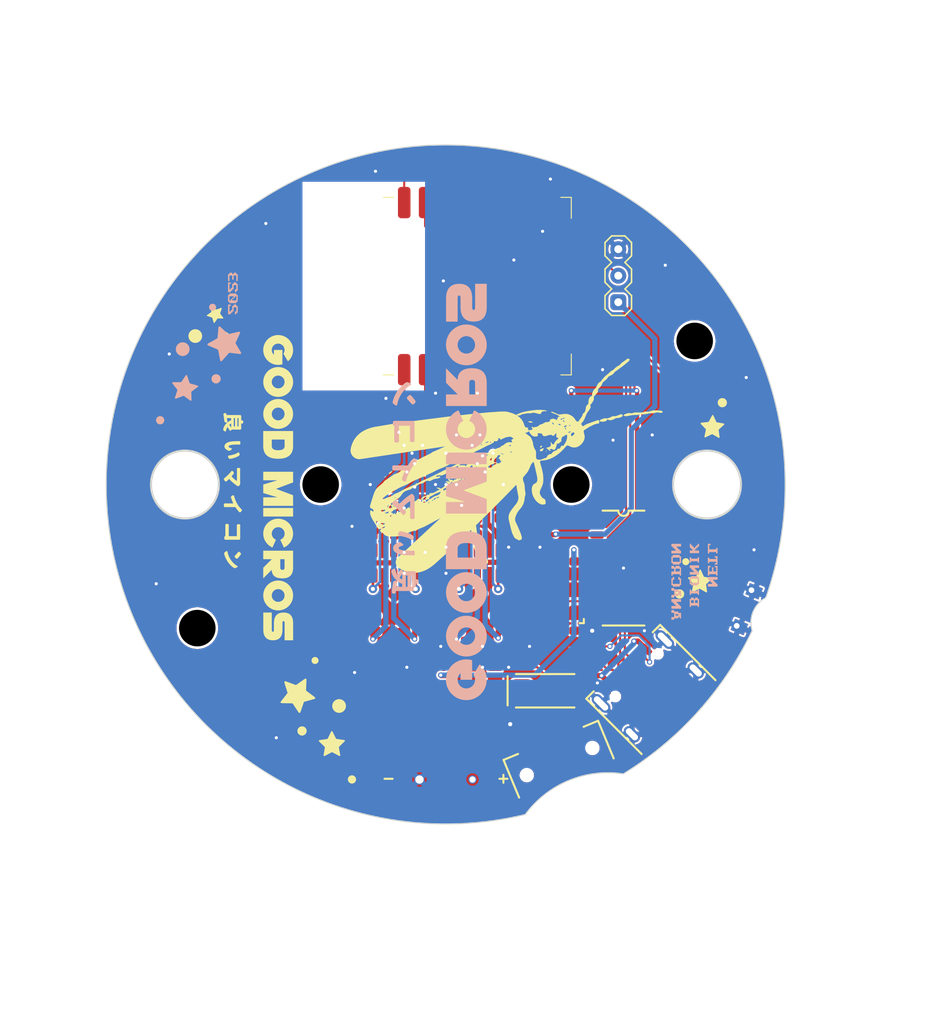
<source format=kicad_pcb>
(kicad_pcb (version 20240108) (generator "pcbnew") (generator_version "8.0")
  (layers (0 "F.Cu" signal) (31 "B.Cu" signal) (34 "B.Paste" user) (35 "F.Paste" user) (36 "B.SilkS" user "B.Silkscreen") (37 "F.SilkS" user "F.Silkscreen") (38 "B.Mask" user) (39 "F.Mask" user) (44 "Edge.Cuts" user))
  (net 0 "")
  (net 1 "5V")
  (net 2 "GND")
  (net 3 "Net-(D1A-A)")
  (net 4 "Net-(D1B-A)")
  (net 5 "Net-(D1C-A)")
  (net 6 "Net-(D1D-A)")
  (net 7 "/Power supply/V_USB")
  (net 8 "Net-(IC6-XO)")
  (net 9 "Net-(IC6-XI)")
  (net 10 "Net-(D1D-K)")
  (net 11 "Net-(D1C-K)")
  (net 12 "Net-(D1B-K)")
  (net 13 "Net-(D1A-K)")
  (net 14 "Net-(IC1-SW)")
  (net 15 "Net-(IC2-SW)")
  (net 16 "Net-(IC3-SW)")
  (net 17 "Net-(IC4-SW)")
  (net 18 "Net-(IC5-~{RST})")
  (net 19 "/MCU/temperature")
  (net 20 "Net-(IC5-EN)")
  (net 21 "/MCU/Button_1")
  (net 24 "/MCU/RX")
  (net 25 "/MCU/TX")
  (net 33 "Net-(BAT1-+)")
  (net 34 "3V3")
  (net 35 "Net-(CN1-CC1)")
  (net 36 "/USB/DP")
  (net 37 "/USB/DN")
  (net 39 "Net-(CN1-CC2)")
  (net 41 "/Power supply/Enable")
  (net 42 "Net-(SW2-Pad3)")
  (net 43 "/MCU/LED_strip")
  (net 44 "/RED")
  (net 45 "/GREEN")
  (net 46 "/BLUE")
  (net 47 "/WHITE")
  (net 48 "Net-(IC5-IO15)")
  (footprint "SMT:0603" (layer "F.Cu") (at 153.45 105.6 -90)
    (property "Reference" "R3" (hide yes))
    (property "Value" "0R3" (hide yes))
  )
  (footprint "SOT:SOT-23-5" (layer "F.Cu") (at 150.45 109.1 90)
    (property "Reference" "IC2" (hide yes))
    (property "Value" "PAM2804AAB010" (hide yes))
  )
  (footprint "SMT:0603" (layer "F.Cu") (at 157.45 105.6 -90)
    (property "Reference" "R4" (hide yes))
    (property "Value" "0R3" (hide yes))
  )
  (footprint "pin_headers:1x3" (layer "F.Cu") (at 168.9 81.6 180)
    (property "Reference" "CN2")
    (property "Value" "1x3" (hide yes))
  )
  (footprint "SMT:0603" (layer "F.Cu") (at 158.4 94.6 90)
    (property "Reference" "R10" (hide yes))
    (property "Value" "10k" (hide yes))
  )
  (footprint "inductor:CDRH2D11" (layer "F.Cu") (at 146.45 113.1 -90)
    (property "Reference" "L1" (hide yes))
    (property "Value" "4u7" (hide yes))
  )
  (footprint "SMT:0603" (layer "F.Cu") (at 159.45 105.6 90)
    (property "Reference" "C7" (hide yes))
    (property "Value" "10uF" (hide yes))
  )
  (footprint "SMT:0603" (layer "F.Cu") (at 163.9 115.6 180)
    (property "Reference" "C15" (hide yes))
    (property "Value" "22p" (hide yes))
  )
  (footprint "SMT:0603" (layer "F.Cu") (at 160.4 94.6 90)
    (property "Reference" "R9" (hide yes))
    (property "Value" "10k" (hide yes))
  )
  (footprint "SMT:0603" (layer "F.Cu") (at 161.4 112.775 -90)
    (property "Reference" "C16" (hide yes))
    (property "Value" "22p" (hide yes))
  )
  (footprint "PCB:M3.5" (layer "F.Cu") (at 179.9 101.6)
    (property "Reference" "REF**" (hide yes))
    (property "Value" "M3.5" (hide yes))
  )
  (footprint "xtal:3.2x2.5CXO" (layer "F.Cu") (at 163.9 112.775 -90)
    (property "Reference" "x1" (hide yes))
    (property "Value" "12MHZ" (hide yes))
  )
  (footprint "SMT:0603" (layer "F.Cu") (at 164.4 94.6 -90)
    (property "Reference" "C11" (hide yes))
    (property "Value" "10uF" (hide yes))
  )
  (footprint "SMT:0603" (layer "F.Cu") (at 173.845 105.79 -90)
    (property "Reference" "C14" (hide yes))
    (property "Value" "100n" (hide yes))
  )
  (footprint "SMT:3030_8" (layer "F.Cu") (at 152.4 101.6)
    (property "Reference" "D1" (hide yes))
    (property "Value" "QLSP06RGBXWAJ" (hide yes))
  )
  (footprint "USB:USB4105-GF-A" (layer "F.Cu") (at 173.25965 122.45965 45)
    (property "Reference" "CN1" (hide yes))
    (property "Value" "USB-C" (hide yes))
  )
  (footprint "SMT:0603" (layer "F.Cu") (at 146.15 99.1 90)
    (property "Reference" "NTC1" (hide yes))
    (property "Value" "10k" (hide yes))
  )
  (footprint "SOT:SOT-23" (layer "F.Cu") (at 155.9 122.6 90)
    (property "Reference" "T1" (hide yes))
    (property "Value" "GSF2301" (hide yes))
  )
  (footprint "SMT:0603" (layer "F.Cu") (at 162.4 94.6 -90)
    (property "Reference" "C12" (hide yes))
    (property "Value" "100n" (hide yes))
  )
  (footprint "SMT:0603" (layer "F.Cu") (at 147.45 105.6 90)
    (property "Reference" "C1" (hide yes))
    (property "Value" "10uF" (hide yes))
  )
  (footprint "SMT:0603" (layer "F.Cu") (at 166.4 118.6)
    (property "Reference" "R13" (hide yes))
    (property "Value" "5k1" (hide yes))
  )
  (footprint "SMT:0603" (layer "F.Cu") (at 166 76.8 -90)
    (property "Reference" "R17" (hide yes))
    (property "Value" "10k" (hide yes))
  )
  (footprint "PCB:M3.5" (layer "F.Cu") (at 140.4 101.6)
    (property "Reference" "REF**" (hide yes))
    (property "Value" "M3.5" (hide yes))
  )
  (footprint "SMT:0603" (layer "F.Cu") (at 151.45 105.6 90)
    (property "Reference" "C3" (hide yes))
    (property "Value" "10uF" (hide yes))
  )
  (footprint "SOT:SOT-23-5" (layer "F.Cu") (at 158.45 109.1 90)
    (property "Reference" "IC4" (hide yes))
    (property "Value" "PAM2804AAB010" (hide yes))
  )
  (footprint "inductor:CDRH2D11" (layer "F.Cu") (at 150.45 113.1 -90)
    (property "Reference" "L2" (hide yes))
    (property "Value" "4u7" (hide yes))
  )
  (footprint "SMT:0603" (layer "F.Cu") (at 155.45 105.6 90)
    (property "Reference" "C5" (hide yes))
    (property "Value" "10uF" (hide yes))
  )
  (footprint "pin_headers:Battery_solder-points" (layer "F.Cu") (at 152.4 129.85 180)
    (property "Reference" "BAT1" (hide yes))
    (property "Value" "Battery")
  )
  (footprint "SMT:0603" (layer "F.Cu") (at 159.4 118.1 180)
    (property "Reference" "R16" (hide yes))
    (property "Value" "10k" (hide yes))
  )
  (footprint "SMT:0603" (layer "F.Cu") (at 152.9 119.1 90)
    (property "Reference" "C10" (hide yes))
    (property "Value" "10uF" (hide yes))
  )
  (footprint "SMT:0603" (layer "F.Cu") (at 163.9 118.6 -90)
    (property "Reference" "R5" (hide yes))
    (property "Value" "10k" (hide yes))
  )
  (footprint "SMT:0603" (layer "F.Cu") (at 149.45 105.6 -90)
    (property "Reference" "R2" (hide yes))
    (property "Value" "0R3" (hide yes))
  )
  (footprint "SMT:0603" (layer "F.Cu") (at 166.4 117.1)
    (property "Reference" "R15" (hide yes))
    (property "Value" "5k1" (hide yes))
  )
  (footprint "PCB:M3.5" (layer "F.Cu") (at 124.9 101.6)
    (property "Reference" "REF**" (hide yes))
    (property "Value" "M3.5" (hide yes))
  )
  (footprint "SMT:0603" (layer "F.Cu") (at 154.45 115.6)
    (property "Reference" "C6" (hide yes))
    (property "Value" "10uF" (hide yes))
  )
  (footprint "do:DO-214AC" (layer "F.Cu") (at 161.9 121.35 180)
    (property "Reference" "D2")
    (property "Value" "SK22A" (hide yes))
  )
  (footprint "SOP:SOP-16" (layer "F.Cu") (at 169.4 109.6)
    (property "Reference" "IC6")
    (property "Value" "CH340G" (hide yes))
  )
  (footprint "SMT:0603" (layer "F.Cu") (at 146.45 115.6)
    (property "Reference" "C2" (hide yes))
    (property "Value" "10uF" (hide yes))
  )
  (footprint "buttons:JS102011SAQN" (layer "F.Cu") (at 163.28106 128.130513 22.5)
    (property "Reference" "SW2" (hide yes))
    (property "Value" "JS102011SAQN" (hide yes))
  )
  (footprint "SMT:0603" (layer "F.Cu") (at 150.4 94.6 -90)
    (property "Reference" "R14" (hide yes))
    (property "Value" "10k" (hide yes))
  )
  (footprint "SOT:SOT-23-5" (layer "F.Cu") (at 155.9 119.1 180)
    (property "Reference" "IC7" (hide yes))
    (property "Value" "AP2112K-3.3TRG1" (hide yes))
  )
  (footprint "SOT:SOT-23-5" (layer "F.Cu") (at 146.45 109.1 90)
    (property "Reference" "IC1" (hide yes))
    (property "Value" "PAM2804AAB010" (hide yes))
  )
  (footprint "SMT:0603" (layer "F.Cu") (at 163.9 108.965 180)
    (property "Reference" "C13" (hide yes))
    (property "Value" "100n" (hide yes))
  )
  (footprint "SMT:0603" (layer "F.Cu") (at 148.4 94.6 90)
    (property "Reference" "R7" (hide yes))
    (property "Value" "10k" (hide yes))
  )
  (footprint "inductor:CDRH2D11" (layer "F.Cu") (at 158.45 113.1 -90)
    (property "Reference" "L4" (hide yes))
    (property "Value" "4u7" (hide yes))
  )
  (footprint "SOT:SOT-23-5" (layer "F.Cu") (at 154.45 109.1 90)
    (property "Reference" "IC3" (hide yes))
    (property "Value" "PAM2804AAB010" (hide yes))
  )
  (footprint "SMT:0603" (layer "F.Cu") (at 150.45 115.6)
    (property "Reference" "C4" (hide yes))
    (property "Value" "10uF" (hide yes))
  )
  (footprint "SMT:0603" (layer "F.Cu") (at 152.4 71.6 180)
    (property "Reference" "R8" (hide yes))
    (property "Value" "10k" (hide yes))
  )
  (footprint "SMT:0603" (layer "F.Cu") (at 154.4 94.6 90)
    (property "Reference" "R12" (hide yes))
    (property "Value" "10k" (hide yes))
  )
  (footprint "buttons:LS12W3-T" (layer "F.Cu") (at 180.947878 113.424918 -22.5)
    (property "Reference" "SW1" (hide yes))
    (property "Value" "LS12W3-T" (hide yes))
  )
  (footprint "SMT:0603" (layer "F.Cu") (at 145.45 105.6 -90)
    (property "Reference" "R1" (hide yes))
    (property "Value" "0R3" (hide yes))
  )
  (footprint "SMT:0603" (layer "F.Cu") (at 152.4 122.1 -90)
    (property "Reference" "C9" (hide yes))
    (property "Value" "10uF" (hide yes))
  )
  (footprint "SMT:0603" (layer "F.Cu") (at 158.45 115.6)
    (property "Reference" "C8" (hide yes))
    (property "Value" "10uF" (hide yes))
  )
  (footprint "espressif:ESP-12F" (layer "F.Cu") (at 155.4 82.6 90)
    (property "Reference" "IC5")
    (property "Value" "ESP-12F")
  )
  (footprint "PCB:M3.5" (layer "F.Cu") (at 164.4 101.6)
    (property "Reference" "REF**" (hide yes))
    (property "Value" "M3.5" (hide yes))
  )
  (footprint "inductor:CDRH2D11" (layer "F.Cu") (at 154.45 113.1 -90)
    (property "Reference" "L3" (hide yes))
    (property "Value" "4u7" (hide yes))
  )
  (footprint "SMT:0603" (layer "F.Cu") (at 156.4 94.6 90)
    (property "Reference" "R11" (hide yes))
    (property "Value" "10k" (hide yes))
  )
  (footprint "SMT:0603" (layer "F.Cu") (at 152.4 94.6 -90)
    (property "Reference" "R6" (hide yes))
    (property "Value" "10k" (hide yes))
  )
  (gr_poly (pts (xy 154.247229 118.345373) (xy 154.14841 118.352904) (xy 154.051001 118.365306) (xy 153.955126 118.382456) (xy 153.860907 118.404232) (xy 153.768469 118.430511) (xy 153.677935 118.46117) (xy 153.589428 118.496087) (xy 153.503072 118.53514) (xy 153.418991 118.578206) (xy 153.337308 118.625161) (xy 153.258147 118.675885) (xy 153.18163 118.730254) (xy 153.107883 118.788145) (xy 153.037028 118.849436) (xy 152.969188 118.914005) (xy 152.904488 118.981728) (xy 152.843051 119.052484) (xy 152.785 119.12615) (xy 152.730459 119.202602) (xy 152.679552 119.28172) (xy 152.632402 119.363379) (xy 152.589132 119.447458) (xy 152.549866 119.533833) (xy 152.514728 119.622383) (xy 152.483841 119.712985) (xy 152.457329 119.805516) (xy 152.435315 119.899853) (xy 152.417923 119.995875) (xy 152.405276 120.093457) (xy 152.397498 120.192479) (xy 152.394713 120.292818) (xy 152.39725 120.393396) (xy 152.404781 120.492642) (xy 152.417183 120.590435) (xy 152.434333 120.686653) (xy 152.456108 120.781174) (xy 152.482387 120.873874) (xy 152.513047 120.964633) (xy 152.547964 121.053328) (xy 152.587017 121.139837) (xy 152.630082 121.224038) (xy 152.677038 121.305809) (xy 152.727761 121.385028) (xy 152.78213 121.461573) (xy 152.840021 121.535321) (xy 152.901312 121.606151) (xy 152.96588 121.67394) (xy 153.033604 121.738567) (xy 153.104359 121.799909) (xy 153.178025 121.857844) (xy 153.254477 121.912251) (xy 153.333594 121.963006) (xy 153.415253 122.009989) (xy 153.499331 122.053076) (xy 153.585707 122.092146) (xy 153.674256 122.127077) (xy 153.764857 122.157747) (xy 153.857388 122.184033) (xy 153.951725 122.205814) (xy 154.047746 122.222967) (xy 154.145328 122.23537) (xy 154.244349 122.242901) (xy 154.344687 122.245439) (xy 154.34733 122.245439) (xy 154.447435 122.242901) (xy 154.546254 122.23537) (xy 154.643663 122.222967) (xy 154.739538 122.205814) (xy 154.833757 122.184033) (xy 154.926196 122.157747) (xy 155.01673 122.127078) (xy 155.105237 122.092147) (xy 155.191593 122.053077) (xy 155.275674 122.00999) (xy 155.357357 121.963008) (xy 155.436519 121.912253) (xy 155.513035 121.857846) (xy 155.586783 121.799911) (xy 155.657639 121.73857) (xy 155.725478 121.673943) (xy 155.790179 121.606154) (xy 155.851616 121.535324) (xy 155.909667 121.461576) (xy 155.964208 121.385031) (xy 156.015116 121.305813) (xy 156.062267 121.224042) (xy 156.105537 121.13984) (xy 156.144803 121.053331) (xy 156.179941 120.964636) (xy 156.210829 120.873877) (xy 156.237341 120.781176) (xy 156.259355 120.686655) (xy 156.276748 120.590437) (xy 156.289395 120.492643) (xy 156.297173 120.393396) (xy 156.299959 120.292818) (xy 156.298947 120.19583) (xy 156.292982 120.099454) (xy 156.282133 120.003869) (xy 156.266471 119.909254) (xy 156.246065 119.815785) (xy 156.220985 119.723642) (xy 156.191301 119.633003) (xy 156.157082 119.544046) (xy 156.118398 119.456949) (xy 156.075319 119.371891) (xy 156.027915 119.28905) (xy 155.976255 119.208604) (xy 155.92041 119.130732) (xy 155.860448 119.055611) (xy 155.796441 118.983421) (xy 155.728457 118.914338) (xy 155.701089 118.88701) (xy 155.674217 118.860429) (xy 155.647346 118.834346) (xy 155.633755 118.821414) (xy 155.619978 118.808511) (xy 155.027308 119.803346) (xy 155.051316 119.839223) (xy 155.073244 119.875864) (xy 155.093106 119.913197) (xy 155.110914 119.95115) (xy 155.126682 119.989648) (xy 155.140422 120.028621) (xy 155.152148 120.067995) (xy 155.161872 120.107697) (xy 155.169609 120.147655) (xy 155.17537 120.187797) (xy 155.179169 120.228049) (xy 155.181019 120.268338) (xy 155.180933 120.308593) (xy 155.178924 120.34874) (xy 155.175006 120.388707) (xy 155.16919 120.428421) (xy 155.161492 120.46781) (xy 155.151922 120.5068) (xy 155.140496 120.54532) (xy 155.127225 120.583296) (xy 155.112122 120.620655) (xy 155.095201 120.657326) (xy 155.076476 120.693235) (xy 155.055958 120.72831) (xy 155.033661 120.762478) (xy 155.009598 120.795666) (xy 154.983783 120.827803) (xy 154.956228 120.858814) (xy 154.926946 120.888627) (xy 154.89595 120.91717) (xy 154.863254 120.944371) (xy 154.828871 120.970155) (xy 154.802273 120.987982) (xy 154.775086 121.004752) (xy 154.747341 121.02046) (xy 154.719069 121.035102) (xy 154.6903 121.048674) (xy 154.661067 121.061173) (xy 154.6314 121.072595) (xy 154.601329 121.082935) (xy 154.570886 121.09219) (xy 154.540103 121.100356) (xy 154.509009 121.107429) (xy 154.477637 121.113404) (xy 154.446016 121.118279) (xy 154.414179 121.12205) (xy 154.382156 121.124711) (xy 154.349978 121.12626) (xy 154.306841 121.125183) (xy 154.264284 121.121987) (xy 154.222357 121.116722) (xy 154.181113 121.10944) (xy 154.140604 121.10019) (xy 154.100881 121.089024) (xy 154.061996 121.075993) (xy 154.024001 121.061148) (xy 153.986948 121.04454) (xy 153.950888 121.026218) (xy 153.915874 121.006235) (xy 153.881957 120.984642) (xy 153.84919 120.961488) (xy 153.817623 120.936825) (xy 153.787309 120.910704) (xy 153.7583 120.883175) (xy 153.730648 120.85429) (xy 153.704404 120.8241) (xy 153.67962 120.792654) (xy 153.656348 120.760005) (xy 153.63464 120.726203) (xy 153.614547 120.691298) (xy 153.596122 120.655342) (xy 153.579417 120.618386) (xy 153.564483 120.58048) (xy 153.551372 120.541676) (xy 153.540135 120.502024) (xy 153.530826 120.461574) (xy 153.523495 120.420379) (xy 153.518194 120.378488) (xy 153.514976 120.335954) (xy 153.513891 120.292825) (xy 153.514911 120.250822) (xy 153.517953 120.209191) (xy 153.522996 120.167994) (xy 153.530015 120.127294) (xy 153.538987 120.087152) (xy 153.54989 120.04763) (xy 153.562699 120.00879) (xy 153.577392 119.970694) (xy 153.593945 119.933404) (xy 153.612335 119.896983) (xy 153.632539 119.861492) (xy 153.654533 119.826993) (xy 153.678295 119.793548) (xy 153.703801 119.761219) (xy 153.731027 119.730069) (xy 153.759951 119.700159) (xy 153.7917 119.67106) (xy 153.791712 119.673685) (xy 153.791712 120.295457) (xy 154.902964 120.295457) (xy 154.902964 118.422212) (xy 154.835138 118.403606) (xy 154.766662 118.387482) (xy 154.697627 118.373839) (xy 154.628127 118.362677) (xy 154.558255 118.353996) (xy 154.488103 118.347796) (xy 154.417765 118.344076) (xy 154.347334 118.342836)) (fill solid) (layer "B.SilkS"))
  (gr_poly (pts (xy 176.507251 111.780035) (xy 175.866958 111.780035) (xy 175.866958 111.650389) (xy 175.739959 111.650389) (xy 175.739959 112.163683) (xy 175.866958 112.163683) (xy 175.866958 112.036684) (xy 176.507251 112.036684) (xy 176.507251 112.163683) (xy 176.63425 112.163683) (xy 176.63425 111.650389) (xy 176.507251 111.650389)) (fill solid) (layer "B.SilkS"))
  (gr_poly (pts (xy 178.139731 108.597102) (xy 178.272025 108.597102) (xy 178.272025 108.729392) (xy 177.610564 108.729392) (xy 177.610564 108.597102) (xy 177.478274 108.597102) (xy 177.478274 109.126265) (xy 177.610564 109.126265) (xy 177.610564 108.993975) (xy 178.272025 108.993975) (xy 178.272025 109.126265) (xy 178.139731 109.126265) (xy 178.139731 109.258559) (xy 178.404315 109.258559) (xy 178.404315 108.464808) (xy 178.139731 108.464808)) (fill solid) (layer "B.SilkS"))
  (gr_poly (pts (xy 176.507251 107.403826) (xy 176.380252 107.403826) (xy 176.380252 107.530825) (xy 176.253253 107.530825) (xy 176.253253 107.660471) (xy 176.126254 107.660471) (xy 176.126254 107.530825) (xy 175.999255 107.530825) (xy 175.999255 107.403826) (xy 175.872256 107.403826) (xy 175.872256 107.276827) (xy 175.745257 107.276827) (xy 175.745257 107.660471) (xy 175.872256 107.660471) (xy 175.872256 107.78747) (xy 175.999255 107.78747) (xy 175.999255 107.914469) (xy 175.742606 107.914469) (xy 175.742606 108.171118) (xy 175.739959 108.173766) (xy 176.636897 108.173766) (xy 176.636897 107.91712) (xy 176.253253 107.91712) (xy 176.253253 107.790122) (xy 176.380252 107.790122) (xy 176.380252 107.663123) (xy 176.507251 107.663123) (xy 176.507251 107.533472) (xy 176.63425 107.533472) (xy 176.63425 107.276827) (xy 176.507251 107.276827)) (fill solid) (layer "B.SilkS"))
  (gr_poly (pts (xy 152.4 111.939912) (xy 152.400025 111.938263) (xy 152.4 111.937272)) (fill solid) (layer "B.SilkS"))
  (gr_poly (pts (xy 173.98577 113.888766) (xy 174.250354 113.888766) (xy 174.250354 114.285643) (xy 173.98577 114.285643) (xy 173.98577 114.550227) (xy 174.250354 114.550227) (xy 174.250354 114.417933) (xy 174.647231 114.417933) (xy 174.647231 114.285643) (xy 174.779521 114.285643) (xy 174.779521 114.417933) (xy 174.911811 114.417933) (xy 174.911811 114.021059) (xy 174.647231 114.021059) (xy 174.647231 114.153349) (xy 174.382648 114.153349) (xy 174.382648 114.021059) (xy 174.647231 114.021059) (xy 174.911811 114.021059) (xy 174.911811 113.888766) (xy 174.647231 113.888766) (xy 174.647231 113.756476) (xy 174.250354 113.756476) (xy 174.250354 113.624182) (xy 173.98577 113.624182)) (fill solid) (layer "B.SilkS"))
  (gr_poly (pts (xy 130.708336 86.458551) (xy 130.701674 86.459005) (xy 130.695073 86.459896) (xy 130.688558 86.461217) (xy 130.682152 86.462959) (xy 130.675877 86.465112) (xy 130.669757 86.467668) (xy 130.663816 86.470619) (xy 130.658076 86.473955) (xy 130.652561 86.477668) (xy 130.647294 86.48175) (xy 130.642298 86.486191) (xy 130.637597 86.490982) (xy 130.633213 86.496116) (xy 130.62917 86.501583) (xy 130.625492 86.507374) (xy 130.622201 86.513481) (xy 130.619322 86.519896) (xy 130.616876 86.526609) (xy 130.614887 86.533611) (xy 130.613379 86.540895) (xy 130.612375 86.548451) (xy 130.519769 87.537991) (xy 130.519088 87.543911) (xy 130.518043 87.549754) (xy 130.516641 87.555503) (xy 130.514891 87.561144) (xy 130.512799 87.566661) (xy 130.510375 87.572039) (xy 130.507624 87.577261) (xy 130.504556 87.582313) (xy 130.501178 87.587178) (xy 130.497498 87.591843) (xy 130.493523 87.59629) (xy 130.489261 87.600504) (xy 130.48472 87.604471) (xy 130.479907 87.608174) (xy 130.474831 87.611598) (xy 130.469499 87.614727) (xy 129.604318 88.098904) (xy 129.597845 88.102814) (xy 129.59182 88.107086) (xy 129.586242 88.111695) (xy 129.581109 88.116614) (xy 129.57642 88.121817) (xy 129.572173 88.12728) (xy 129.568367 88.132977) (xy 129.565001 88.138881) (xy 129.562072 88.144968) (xy 129.55958 88.151211) (xy 129.557524 88.157585) (xy 129.5559 88.164064) (xy 129.554709 88.170622) (xy 129.553949 88.177234) (xy 129.553618 88.183875) (xy 129.553714 88.190518) (xy 129.554237 88.197137) (xy 129.555185 88.203708) (xy 129.556556 88.210204) (xy 129.55835 88.216599) (xy 129.560564 88.222869) (xy 129.563196 88.228987) (xy 129.566247 88.234928) (xy 129.569713 88.240666) (xy 129.573595 88.246175) (xy 129.577889 88.25143) (xy 129.582595 88.256405) (xy 129.587712 88.261074) (xy 129.593238 88.265412) (xy 129.599171 88.269393) (xy 129.605509 88.272991) (xy 129.612253 88.27618) (xy 130.522417 88.667767) (xy 130.52778 88.6704) (xy 130.532949 88.673332) (xy 130.537916 88.676551) (xy 130.542675 88.680045) (xy 130.547216 88.683803) (xy 130.551532 88.687812) (xy 130.555616 88.692062) (xy 130.559459 88.69654) (xy 130.563055 88.701235) (xy 130.566394 88.706136) (xy 130.569471 88.71123) (xy 130.572276 88.716507) (xy 130.574802 88.721954) (xy 130.577041 88.727559) (xy 130.578986 88.733312) (xy 130.580629 88.739201) (xy 130.773775 89.712864) (xy 130.775507 89.720157) (xy 130.777712 89.727148) (xy 130.780366 89.733828) (xy 130.783444 89.740191) (xy 130.786923 89.746228) (xy 130.79078 89.751932) (xy 130.794991 89.757295) (xy 130.799531 89.762309) (xy 130.804378 89.766967) (xy 130.809507 89.77126) (xy 130.814894 89.775181) (xy 130.820517 89.778722) (xy 130.826351 89.781876) (xy 130.832372 89.784634) (xy 130.838557 89.786989) (xy 130.844883 89.788934) (xy 130.851324 89.79046) (xy 130.857858 89.791559) (xy 130.864461 89.792225) (xy 130.871108 89.792448) (xy 130.877778 89.792222) (xy 130.884444 89.791539) (xy 130.891085 89.790391) (xy 130.897676 89.78877) (xy 130.904193 89.786668) (xy 130.910612 89.784077) (xy 130.916911 89.780991) (xy 130.923065 89.777401) (xy 130.92905 89.773299) (xy 130.934843 89.768678) (xy 130.940419 89.76353) (xy 130.945756 89.757847) (xy 130.948396 89.763142) (xy 131.604562 89.01701) (xy 131.608652 89.012671) (xy 131.612975 89.008592) (xy 131.617515 89.004784) (xy 131.622256 89.00126) (xy 131.627184 88.998029) (xy 131.632283 88.995105) (xy 131.637536 88.992499) (xy 131.64293 88.990222) (xy 131.648447 88.988286) (xy 131.654072 88.986703) (xy 131.659791 88.985485) (xy 131.665587 88.984642) (xy 131.671445 88.984187) (xy 131.677349 88.984131) (xy 131.683283 88.984486) (xy 131.686257 88.984822) (xy 131.689233 88.985264) (xy 132.673486 89.101681) (xy 132.681096 89.102382) (xy 132.688537 89.102517) (xy 132.695799 89.102107) (xy 132.702868 89.101174) (xy 132.709731 89.099742) (xy 132.716376 89.097832) (xy 132.722791 89.095467) (xy 132.728963 89.092669) (xy 132.734878 89.08946) (xy 132.740526 89.085862) (xy 132.745892 89.081898) (xy 132.750965 89.077591) (xy 132.755732 89.072961) (xy 132.76018 89.068032) (xy 132.764296 89.062826) (xy 132.768069 89.057366) (xy 132.771485 89.051672) (xy 132.774532 89.045769) (xy 132.777197 89.039677) (xy 132.779468 89.03342) (xy 132.781332 89.027019) (xy 132.782777 89.020497) (xy 132.783789 89.013876) (xy 132.784357 89.007179) (xy 132.784467 89.000428) (xy 132.784108 88.993644) (xy 132.783266 88.986851) (xy 132.781929 88.98007) (xy 132.780085 88.973324) (xy 132.77772 88.966635) (xy 132.774822 88.960026) (xy 132.771379 88.953518) (xy 132.266023 88.098904) (xy 132.263202 88.093388) (xy 132.260695 88.087764) (xy 132.258505 88.082047) (xy 132.256638 88.076252) (xy 132.255096 88.070395) (xy 132.253883 88.064492) (xy 132.253004 88.058557) (xy 132.252462 88.052607) (xy 132.252261 88.046656) (xy 132.252406 88.040721) (xy 132.252899 88.034816) (xy 132.253745 88.028958) (xy 132.254948 88.023162) (xy 132.256512 88.017443) (xy 132.25844 88.011816) (xy 132.260736 88.006298) (xy 132.676134 87.104069) (xy 132.679066 87.097104) (xy 132.681426 87.090112) (xy 132.683228 87.083114) (xy 132.684489 87.076128) (xy 132.685225 87.069176) (xy 132.685452 87.062276) (xy 132.685185 87.055449) (xy 132.684442 87.048715) (xy 132.683237 87.042093) (xy 132.681587 87.035603) (xy 132.679508 87.029266) (xy 132.677015 87.0231) (xy 132.674125 87.017126) (xy 132.670854 87.011364) (xy 132.667218 87.005833) (xy 132.663232 87.000554) (xy 132.658913 86.995546) (xy 132.654277 86.99083) (xy 132.64934 86.986424) (xy 132.644117 86.982349) (xy 132.638624 86.978625) (xy 132.632879 86.975272) (xy 132.626896 86.972308) (xy 132.620691 86.969756) (xy 132.614281 86.967633) (xy 132.607682 86.965961) (xy 132.60091 86.964758) (xy 132.593979 86.964045) (xy 132.586908 86.963842) (xy 132.579711 86.964168) (xy 132.572404 86.965043) (xy 132.565004 86.966488) (xy 131.596628 87.183453) (xy 131.590646 87.184755) (xy 131.584622 87.185684) (xy 131.578575 87.186242) (xy 131.572524 87.186428) (xy 131.566489 87.186242) (xy 131.560489 87.185684) (xy 131.554543 87.184754) (xy 131.54867 87.183452) (xy 131.542891 87.181778) (xy 131.537224 87.179732) (xy 131.531689 87.177313) (xy 131.526306 87.174523) (xy 131.521092 87.171361) (xy 131.516069 87.167826) (xy 131.511255 87.16392) (xy 131.50667 87.159641) (xy 130.779062 86.484959) (xy 130.773252 86.480019) (xy 130.767249 86.475614) (xy 130.761075 86.471734) (xy 130.754754 86.46837) (xy 130.748309 86.465514) (xy 130.741763 86.463157) (xy 130.73514 86.46129) (xy 130.728462 86.459904) (xy 130.721753 86.458992) (xy 130.715037 86.458544)) (fill solid) (layer "B.SilkS"))
  (gr_poly (pts (xy 152.4 101.044374) (xy 154.25738 101.044374) (xy 152.4 101.6) (xy 152.4 102.713899) (xy 154.252085 103.269525) (xy 152.4 103.269525) (xy 152.4 104.383417) (xy 156.299963 104.383417) (xy 156.299963 102.991716) (xy 154.069521 102.155626) (xy 156.299959 101.319543) (xy 156.299959 99.930482) (xy 156.299963 99.930475) (xy 152.4 99.930475)) (fill solid) (layer "B.SilkS"))
  (gr_poly (pts (xy 147.94285 107.114001) (xy 147.936081 107.114275) (xy 147.92942 107.114728) (xy 147.922861 107.115355) (xy 147.916394 107.116152) (xy 147.910013 107.117116) (xy 147.90371 107.118243) (xy 147.897476 107.119529) (xy 147.891305 107.12097) (xy 147.885187 107.122562) (xy 147.879117 107.124301) (xy 147.873085 107.126184) (xy 147.861106 107.130364) (xy 147.849188 107.135072) (xy 147.821594 107.146324) (xy 147.794376 107.158243) (xy 147.767538 107.170812) (xy 147.741083 107.184018) (xy 147.715015 107.197843) (xy 147.68934 107.212273) (xy 147.664059 107.227293) (xy 147.639177 107.242886) (xy 147.614699 107.259037) (xy 147.590627 107.275731) (xy 147.566967 107.292952) (xy 147.543721 107.310685) (xy 147.520893 107.328914) (xy 147.498489 107.347623) (xy 147.47651 107.366798) (xy 147.454962 107.386423) (xy 147.44098 107.401609) (xy 147.427816 107.417377) (xy 147.415482 107.433688) (xy 147.403988 107.450502) (xy 147.393347 107.467782) (xy 147.38357 107.485488) (xy 147.37467 107.503581) (xy 147.366656 107.522024) (xy 147.359542 107.540776) (xy 147.353339 107.5598) (xy 147.348058 107.579056) (xy 147.343711 107.598506) (xy 147.34031 107.618111) (xy 147.337866 107.637832) (xy 147.336392 107.657631) (xy 147.335898 107.677469) (xy 147.336976 107.711033) (xy 147.340182 107.744198) (xy 147.345473 107.776875) (xy 147.352806 107.808975) (xy 147.36214 107.840407) (xy 147.373431 107.871084) (xy 147.386636 107.900917) (xy 147.401713 107.929815) (xy 147.41862 107.95769) (xy 147.437314 107.984452) (xy 147.457751 108.010013) (xy 147.47989 108.034284) (xy 147.503688 108.057175) (xy 147.529102 108.078597) (xy 147.55609 108.098461) (xy 147.584608 108.116678) (xy 147.616948 108.138506) (xy 147.651467 108.159342) (xy 147.688171 108.179186) (xy 147.727069 108.198038) (xy 147.768168 108.215897) (xy 147.811476 108.232765) (xy 147.857001 108.24864) (xy 147.904751 108.263523) (xy 147.954733 108.277413) (xy 148.006956 108.290311) (xy 148.061427 108.302217) (xy 148.118153 108.313131) (xy 148.177143 108.323053) (xy 148.238405 108.331982) (xy 148.301946 108.339919) (xy 148.367773 108.346864) (xy 148.441949 108.353433) (xy 148.521644 108.359226) (xy 148.606921 108.364212) (xy 148.69784 108.36836) (xy 148.794464 108.37164) (xy 148.896855 108.374021) (xy 149.005075 108.375472) (xy 149.119185 108.375963) (xy 149.270002 108.375963) (xy 149.26206 108.383905) (xy 149.262045 108.394494) (xy 149.26896 108.394369) (xy 149.275808 108.393988) (xy 149.282587 108.393343) (xy 149.289291 108.392428) (xy 149.295918 108.391233) (xy 149.302463 108.389751) (xy 149.308923 108.387975) (xy 149.315294 108.385896) (xy 149.321572 108.383507) (xy 149.327753 108.380801) (xy 149.333834 108.377769) (xy 149.33981 108.374404) (xy 149.345677 108.370697) (xy 149.351433 108.366642) (xy 149.357073 108.36223) (xy 149.362593 108.357454) (xy 149.367924 108.352341) (xy 149.372996 108.346946) (xy 149.377796 108.341295) (xy 149.382313 108.335415) (xy 149.386535 108.329335) (xy 149.390452 108.32308) (xy 149.39405 108.316677) (xy 149.397319 108.310155) (xy 149.400247 108.30354) (xy 149.402822 108.296859) (xy 149.405033 108.290139) (xy 149.406867 108.283408) (xy 149.408315 108.276691) (xy 149.409363 108.270018) (xy 149.41 108.263413) (xy 149.410215 108.256906) (xy 149.410215 108.066408) (xy 149.41 108.058969) (xy 149.409358 108.051551) (xy 149.408297 108.044171) (xy 149.406825 108.036849) (xy 149.40495 108.029605) (xy 149.40268 108.022458) (xy 149.400023 108.015427) (xy 149.396985 108.008532) (xy 149.393576 108.001792) (xy 149.389802 107.995226) (xy 149.385672 107.988853) (xy 149.381193 107.982694) (xy 149.376373 107.976767) (xy 149.37122 107.971091) (xy 149.365742 107.965687) (xy 149.359945 107.960573) (xy 149.354922 107.956669) (xy 149.349783 107.952905) (xy 149.344536 107.949295) (xy 149.339188 107.945856) (xy 149.333748 107.942604) (xy 149.328222 107.939552) (xy 149.322619 107.936718) (xy 149.316946 107.934116) (xy 149.311212 107.931762) (xy 149.305423 107.929671) (xy 149.299588 107.92786) (xy 149.293714 107.926343) (xy 149.287809 107.925137) (xy 149.281882 107.924255) (xy 149.275938 107.923715) (xy 149.269987 107.923532) (xy 149.251463 107.923532) (xy 149.224447 107.927138) (xy 149.197059 107.930062) (xy 149.169422 107.932366) (xy 149.141661 107.934111) (xy 149.1139 107.93536) (xy 149.086263 107.936176) (xy 149.058874 107.93662) (xy 149.031859 107.936754) (xy 148.862237 107.935348) (xy 148.714691 107.931463) (xy 148.58947 107.925591) (xy 148.486822 107.918229) (xy 148.428526 107.913517) (xy 148.370694 107.907316) (xy 148.313296 107.899627) (xy 148.256301 107.89045) (xy 148.199679 107.879785) (xy 148.143398 107.867631) (xy 148.087427 107.85399) (xy 148.031736 107.838861) (xy 148.012542 107.831727) (xy 147.994643 107.824209) (xy 147.97803 107.816296) (xy 147.962696 107.807976) (xy 147.948633 107.799238) (xy 147.935834 107.79007) (xy 147.924291 107.780461) (xy 147.913996 107.770398) (xy 147.904941 107.75987) (xy 147.900876 107.754427) (xy 147.897118 107.748865) (xy 147.893667 107.74318) (xy 147.890521 107.737372) (xy 147.887679 107.731439) (xy 147.88514 107.725379) (xy 147.882903 107.719191) (xy 147.880968 107.712874) (xy 147.879334 107.706426) (xy 147.877998 107.699846) (xy 147.876961 107.693132) (xy 147.876222 107.686283) (xy 147.875631 107.672174) (xy 147.876003 107.664973) (xy 147.877118 107.657758) (xy 147.878976 107.650533) (xy 147.881574 107.6433) (xy 147.884913 107.636061) (xy 147.888992 107.628819) (xy 147.893808 107.621576) (xy 147.899362 107.614334) (xy 147.905653 107.607097) (xy 147.912679 107.599865) (xy 147.920439 107.592643) (xy 147.928933 107.585431) (xy 147.938159 107.578234) (xy 147.948117 107.571052) (xy 147.958805 107.563888) (xy 147.970224 107.556746) (xy 147.98237 107.549627) (xy 147.995245 107.542533) (xy 148.008846 107.535468) (xy 148.023173 107.528433) (xy 148.038224 107.521431) (xy 148.054 107.514464) (xy 148.087718 107.500647) (xy 148.12432 107.487) (xy 148.163797 107.473542) (xy 148.206143 107.460294) (xy 148.251349 107.447275) (xy 148.256739 107.445633) (xy 148.261987 107.443689) (xy 148.267072 107.441451) (xy 148.271975 107.438926) (xy 148.276677 107.436121) (xy 148.281158 107.433046) (xy 148.285399 107.429707) (xy 148.28938 107.426112) (xy 148.293082 107.422268) (xy 148.296486 107.418185) (xy 148.299572 107.413869) (xy 148.30232 107.409328) (xy 148.304712 107.40457) (xy 148.305768 107.402112) (xy 148.306728 107.399602) (xy 148.307589 107.397042) (xy 148.308348 107.394433) (xy 148.309004 107.391775) (xy 148.309553 107.38907) (xy 148.309553 107.367906) (xy 148.30943 107.363939) (xy 148.309062 107.35998) (xy 148.308455 107.356035) (xy 148.30761 107.352114) (xy 148.306534 107.348224) (xy 148.305229 107.344373) (xy 148.303699 107.340568) (xy 148.301948 107.336817) (xy 148.29998 107.333128) (xy 148.297799 107.329509) (xy 148.295409 107.325968) (xy 148.292813 107.322511) (xy 148.290016 107.319148) (xy 148.287021 107.315885) (xy 148.283833 107.312731) (xy 148.280455 107.309694) (xy 148.119063 107.172113) (xy 148.112024 107.166751) (xy 148.104808 107.161583) (xy 148.097422 107.156616) (xy 148.089872 107.151858) (xy 148.082168 107.147317) (xy 148.074317 107.143001) (xy 148.066327 107.138918) (xy 148.058205 107.135074) (xy 148.049959 107.131479) (xy 148.041596 107.128139) (xy 148.033126 107.125063) (xy 148.024554 107.122258) (xy 148.01589 107.119732) (xy 148.00714 107.117494) (xy 147.998313 107.11555) (xy 147.989416 107.113908) (xy 147.949736 107.113908)) (fill solid) (layer "B.SilkS"))
  (gr_poly (pts (xy 173.98577 111.772101) (xy 174.250354 111.772101) (xy 174.250354 112.168974) (xy 173.98577 112.168974) (xy 173.98577 112.433558) (xy 174.250354 112.433558) (xy 174.250354 112.301268) (xy 174.647231 112.301268) (xy 174.647231 112.168974) (xy 174.779521 112.168974) (xy 174.779521 112.301268) (xy 174.911811 112.301268) (xy 174.911811 111.904391) (xy 174.647231 111.904391) (xy 174.647231 112.036684) (xy 174.382648 112.036684) (xy 174.382648 111.904391) (xy 174.647231 111.904391) (xy 174.911811 111.904391) (xy 174.911811 111.772101) (xy 174.647231 111.772101) (xy 174.647231 111.639807) (xy 174.250354 111.639807) (xy 174.250354 111.507517) (xy 173.98577 111.507517)) (fill solid) (layer "B.SilkS"))
  (gr_poly (pts (xy 149.344557 99.086622) (xy 149.337139 99.087101) (xy 149.329759 99.087913) (xy 149.322437 99.08907) (xy 149.315193 99.090583) (xy 149.308046 99.092465) (xy 149.301016 99.094726) (xy 149.294121 99.097379) (xy 149.287381 99.100435) (xy 149.280815 99.103906) (xy 149.274444 99.107802) (xy 149.268285 99.112137) (xy 149.262359 99.116922) (xy 149.256684 99.122167) (xy 149.251281 99.127885) (xy 149.246168 99.134088) (xy 149.1823 99.205035) (xy 149.119704 99.277004) (xy 149.058409 99.350028) (xy 148.998448 99.424137) (xy 148.939852 99.499362) (xy 148.882651 99.575734) (xy 148.826876 99.653283) (xy 148.772558 99.732042) (xy 148.772558 99.745271) (xy 148.775213 99.750566) (xy 148.774392 99.751362) (xy 148.772112 99.753459) (xy 148.770513 99.754861) (xy 148.768655 99.756425) (xy 148.766572 99.758097) (xy 148.764299 99.759824) (xy 148.76187 99.761551) (xy 148.759322 99.763224) (xy 148.758014 99.764023) (xy 148.756689 99.764788) (xy 148.755351 99.765512) (xy 148.754006 99.766189) (xy 148.752656 99.766812) (xy 148.751307 99.767374) (xy 148.749963 99.767868) (xy 148.748628 99.768287) (xy 148.747306 99.768625) (xy 148.746003 99.768875) (xy 148.744722 99.769029) (xy 148.743467 99.769082) (xy 147.656035 99.769082) (xy 147.399389 99.761148) (xy 147.392475 99.761303) (xy 147.385626 99.761768) (xy 147.378848 99.762543) (xy 147.372143 99.763628) (xy 147.365516 99.765024) (xy 147.358971 99.766729) (xy 147.352511 99.768744) (xy 147.34614 99.77107) (xy 147.339862 99.773705) (xy 147.333681 99.776651) (xy 147.327601 99.779907) (xy 147.321625 99.783472) (xy 147.315757 99.787348) (xy 147.310001 99.791534) (xy 147.304362 99.79603) (xy 147.298842 99.800836) (xy 147.293511 99.805889) (xy 147.288441 99.811125) (xy 147.283641 99.816538) (xy 147.279125 99.822127) (xy 147.274902 99.827885) (xy 147.270986 99.83381) (xy 147.267387 99.839898) (xy 147.264118 99.846145) (xy 147.26119 99.852547) (xy 147.258615 99.8591) (xy 147.256403 99.8658) (xy 147.254568 99.872644) (xy 147.25312 99.879627) (xy 147.252072 99.886746) (xy 147.251434 99.893997) (xy 147.251219 99.901376) (xy 147.251219 100.113046) (xy 147.251376 100.120484) (xy 147.251855 100.127903) (xy 147.252666 100.135283) (xy 147.253823 100.142605) (xy 147.255337 100.14985) (xy 147.257218 100.156997) (xy 147.25948 100.164028) (xy 147.262133 100.170924) (xy 147.265189 100.177664) (xy 147.268659 100.18423) (xy 147.272556 100.190601) (xy 147.276891 100.19676) (xy 147.281675 100.202686) (xy 147.286921 100.20836) (xy 147.292639 100.213762) (xy 147.298842 100.218873) (xy 147.304391 100.223681) (xy 147.310118 100.228178) (xy 147.316016 100.232364) (xy 147.322076 100.23624) (xy 147.328292 100.239806) (xy 147.334655 100.243062) (xy 147.341157 100.246007) (xy 147.347791 100.248642) (xy 147.354549 100.250967) (xy 147.361423 100.252982) (xy 147.368406 100.254687) (xy 147.375489 100.256082) (xy 147.382666 100.257167) (xy 147.389928 100.257942) (xy 147.397267 100.258407) (xy 147.404677 100.258562) (xy 147.656035 100.250627) (xy 148.470945 100.250627) (xy 148.472227 100.250668) (xy 148.473596 100.250766) (xy 148.474395 100.250848) (xy 148.475245 100.250957) (xy 148.476125 100.251097) (xy 148.477018 100.251271) (xy 148.477902 100.251485) (xy 148.47876 100.251741) (xy 148.479173 100.251886) (xy 148.479572 100.252043) (xy 148.479954 100.252213) (xy 148.480318 100.252395) (xy 148.48066 100.252592) (xy 148.480979 100.252802) (xy 148.481271 100.253027) (xy 148.481535 100.253267) (xy 148.481535 100.266504) (xy 148.438643 100.355184) (xy 148.397363 100.444639) (xy 148.35782 100.534902) (xy 148.320136 100.626002) (xy 148.284437 100.71797) (xy 148.250847 100.810839) (xy 148.219489 100.904638) (xy 148.190489 100.999399) (xy 148.189062 101.002901) (xy 148.187756 101.006458) (xy 148.186565 101.010061) (xy 148.185487 101.013703) (xy 148.184517 101.017376) (xy 148.183651 101.021071) (xy 148.182887 101.024782) (xy 148.182219 101.028501) (xy 148.181644 101.03222) (xy 148.181158 101.035931) (xy 148.180438 101.043299) (xy 148.180029 101.050544) (xy 148.179899 101.057603) (xy 148.17999 101.062533) (xy 148.180251 101.067401) (xy 148.180667 101.072207) (xy 148.181223 101.076951) (xy 148.181903 101.081633) (xy 148.182691 101.086253) (xy 148.184531 101.095307) (xy 148.186619 101.104113) (xy 148.188831 101.112671) (xy 148.193129 101.129045) (xy 148.196726 101.136918) (xy 148.200571 101.144652) (xy 148.204664 101.15223) (xy 148.209005 101.159638) (xy 148.213594 101.16686) (xy 148.21843 101.173881) (xy 148.223515 101.180684) (xy 148.228848 101.187254) (xy 148.234428 101.193577) (xy 148.240257 101.199636) (xy 148.246334 101.205415) (xy 148.252659 101.210901) (xy 148.259232 101.216076) (xy 148.266053 101.220925) (xy 148.273122 101.225433) (xy 148.280439 101.229585) (xy 148.412733 101.301027) (xy 148.418851 101.303094) (xy 148.425569 101.305213) (xy 148.433899 101.307641) (xy 148.438475 101.308875) (xy 148.443221 101.31007) (xy 148.44806 101.311188) (xy 148.452915 101.312189) (xy 148.457707 101.313035) (xy 148.46236 101.313688) (xy 148.466796 101.314108) (xy 148.470938 101.314256) (xy 148.474352 101.314224) (xy 148.477657 101.314127) (xy 148.480868 101.313959) (xy 148.484002 101.313718) (xy 148.487074 101.3134) (xy 148.4901 101.313) (xy 148.493094 101.312515) (xy 148.496073 101.311941) (xy 148.499052 101.311273) (xy 148.502046 101.310509) (xy 148.505071 101.309644) (xy 148.508143 101.308675) (xy 148.511277 101.307597) (xy 148.514489 101.306407) (xy 148.517794 101.305101) (xy 148.521208 101.303674) (xy 148.527999 101.301009) (xy 148.534475 101.297979) (xy 148.540634 101.294593) (xy 148.546471 101.290858) (xy 148.551982 101.286782) (xy 148.557164 101.282372) (xy 148.562012 101.277637) (xy 148.566523 101.272584) (xy 148.570692 101.267221) (xy 148.574517 101.261556) (xy 148.577993 101.255596) (xy 148.581116 101.24935) (xy 148.583882 101.242824) (xy 148.586288 101.236027) (xy 148.588329 101.228967) (xy 148.590002 101.221651) (xy 148.608138 101.147953) (xy 148.627804 101.07471) (xy 148.648982 101.001939) (xy 148.671652 100.92966) (xy 148.695795 100.857892) (xy 148.721391 100.786656) (xy 148.776866 100.645853) (xy 148.837922 100.507407) (xy 148.904403 100.371473) (xy 148.976155 100.238205) (xy 149.053022 100.107759) (xy 149.079715 100.064848) (xy 149.10719 100.022436) (xy 149.135424 99.980528) (xy 149.164396 99.939128) (xy 149.224455 99.857866) (xy 149.28718 99.778682) (xy 149.352386 99.701605) (xy 149.419886 99.626669) (xy 149.489495 99.553903) (xy 149.561026 99.483339) (xy 149.566822 99.47779) (xy 149.572305 99.472058) (xy 149.577471 99.466149) (xy 149.582315 99.460064) (xy 149.586833 99.45381) (xy 149.591022 99.447388) (xy 149.594878 99.440804) (xy 149.598396 99.43406) (xy 149.601574 99.427162) (xy 149.604407 99.420113) (xy 149.606891 99.412916) (xy 149.609022 99.405576) (xy 149.610797 99.398097) (xy 149.612211 99.390482) (xy 149.613261 99.382735) (xy 149.613943 99.37486) (xy 149.613943 99.361631) (xy 149.613788 99.354717) (xy 149.613323 99.347874) (xy 149.612547 99.341107) (xy 149.611462 99.334427) (xy 149.610066 99.327839) (xy 149.60836 99.321352) (xy 149.606344 99.314973) (xy 149.604018 99.308711) (xy 149.601382 99.302574) (xy 149.598437 99.296567) (xy 149.595181 99.290701) (xy 149.591615 99.284982) (xy 149.58774 99.279418) (xy 149.583555 99.274017) (xy 149.57906 99.268786) (xy 149.574255 99.263734) (xy 149.463125 99.136735) (xy 149.457547 99.130939) (xy 149.451732 99.12546) (xy 149.445692 99.120306) (xy 149.439439 99.115486) (xy 149.432984 99.111007) (xy 149.426338 99.106877) (xy 149.419515 99.103103) (xy 149.412524 99.099694) (xy 149.405379 99.096657) (xy 149.39809 99.094) (xy 149.390669 99.09173) (xy 149.383128 99.089855) (xy 149.375478 99.088384) (xy 149.367732 99.087323) (xy 149.359901 99.086681) (xy 149.351996 99.086465)) (fill solid) (layer "B.SilkS"))
  (gr_poly (pts (xy 173.98577 112.830431) (xy 174.118064 112.830431) (xy 174.118064 112.962725) (xy 174.250354 112.962725) (xy 174.250354 113.095015) (xy 174.382648 113.095015) (xy 174.382648 113.227309) (xy 173.98577 113.227309) (xy 173.98577 113.491892) (xy 174.911811 113.491892) (xy 174.911811 113.227309) (xy 174.779521 113.227309) (xy 174.779521 113.095015) (xy 174.647231 113.095015) (xy 174.647231 112.962725) (xy 174.514937 112.962725) (xy 174.514937 112.830431) (xy 174.911811 112.830431) (xy 174.911811 112.565852) (xy 173.98577 112.565852)) (fill solid) (layer "B.SilkS"))
  (gr_poly (pts (xy 174.647231 110.713767) (xy 174.779521 110.713767) (xy 174.779521 111.11064) (xy 174.118064 111.11064) (xy 174.118064 110.713767) (xy 174.250354 110.713767) (xy 174.250354 110.449183) (xy 174.118064 110.449183) (xy 174.118064 110.581477) (xy 173.98577 110.581477) (xy 173.98577 111.242934) (xy 174.118064 111.242934) (xy 174.118064 111.375224) (xy 174.779521 111.375224) (xy 174.779521 111.242934) (xy 174.911811 111.242934) (xy 174.911811 110.581477) (xy 174.779521 110.581477) (xy 174.779521 110.449183) (xy 174.647231 110.449183)) (fill solid) (layer "B.SilkS"))
  (gr_poly (pts (xy 132.05964 81.452572) (xy 131.927347 81.452572) (xy 131.927347 81.320286) (xy 131.662767 81.320286) (xy 131.662767 81.452572) (xy 131.530473 81.452572) (xy 131.530473 82.114033) (xy 131.662767 82.114033) (xy 131.662767 81.584866) (xy 131.927347 81.584866) (xy 131.927347 81.981739) (xy 132.05964 81.981739) (xy 132.05964 81.584866) (xy 132.32422 81.584866) (xy 132.32422 82.114033) (xy 132.456514 82.114033) (xy 132.456514 81.452572) (xy 132.32422 81.452572) (xy 132.32422 81.320286) (xy 132.05964 81.320286)) (fill solid) (layer "B.SilkS"))
  (gr_poly (pts (xy 152.4 99.652669) (xy 156.299963 99.652669) (xy 156.299963 98.53877) (xy 152.4 98.53877)) (fill solid) (layer "B.SilkS"))
  (gr_poly (pts (xy 175.742606 109.591933) (xy 175.869605 109.591933) (xy 175.869605 109.721579) (xy 175.996604 109.721579) (xy 175.996604 109.848578) (xy 176.123603 109.848578) (xy 176.123603 109.975577) (xy 175.739959 109.975577) (xy 175.739959 110.232222) (xy 176.636897 110.232222) (xy 176.636897 109.975577) (xy 176.509898 109.975577) (xy 176.509898 109.848578) (xy 176.382899 109.848578) (xy 176.382899 109.721579) (xy 176.2559 109.721579) (xy 176.2559 109.591933) (xy 176.639545 109.591933) (xy 176.639545 109.335288) (xy 175.742606 109.335288)) (fill solid) (layer "B.SilkS"))
  (gr_poly (pts (xy 173.98577 107.538767) (xy 174.118064 107.538767) (xy 174.118064 107.671057) (xy 174.250354 107.671057) (xy 174.250354 107.803351) (xy 174.382648 107.803351) (xy 174.382648 107.935641) (xy 173.98577 107.935641) (xy 173.98577 108.200224) (xy 174.911811 108.200224) (xy 174.911811 107.935641) (xy 174.779521 107.935641) (xy 174.779521 107.803351) (xy 174.647231 107.803351) (xy 174.647231 107.671057) (xy 174.514937 107.671057) (xy 174.514937 107.538767) (xy 174.911811 107.538767) (xy 174.911811 107.274184) (xy 173.98577 107.274184)) (fill solid) (layer "B.SilkS"))
  (gr_poly (pts (xy 125.009378 95.050032) (xy 124.989357 95.051554) (xy 124.969627 95.054061) (xy 124.950214 95.057528) (xy 124.93114 95.06193) (xy 124.912433 95.067242) (xy 124.894115 95.07344) (xy 124.876213 95.080499) (xy 124.85875 95.088393) (xy 124.841752 95.097099) (xy 124.825243 95.106592) (xy 124.809248 95.116846) (xy 124.793792 95.127837) (xy 124.778899 95.13954) (xy 124.764595 95.151931) (xy 124.750904 95.164984) (xy 124.73785 95.178675) (xy 124.72546 95.192979) (xy 124.713756 95.207872) (xy 124.702765 95.223328) (xy 124.692511 95.239323) (xy 124.683019 95.255832) (xy 124.674313 95.27283) (xy 124.666418 95.290293) (xy 124.65936 95.308196) (xy 124.653162 95.326513) (xy 124.64785 95.345221) (xy 124.643448 95.364294) (xy 124.639981 95.383707) (xy 124.637474 95.403437) (xy 124.635951 95.423458) (xy 124.635438 95.443745) (xy 124.635951 95.464032) (xy 124.637474 95.484053) (xy 124.639981 95.503782) (xy 124.643448 95.523196) (xy 124.64785 95.542269) (xy 124.653162 95.560977) (xy 124.65936 95.579294) (xy 124.666418 95.597196) (xy 124.674313 95.614659) (xy 124.683019 95.631658) (xy 124.692511 95.648167) (xy 124.702765 95.664161) (xy 124.713756 95.679618) (xy 124.72546 95.69451) (xy 124.73785 95.708815) (xy 124.750904 95.722506) (xy 124.764595 95.735559) (xy 124.778899 95.74795) (xy 124.793792 95.759653) (xy 124.809248 95.770644) (xy 124.825243 95.780898) (xy 124.841752 95.79039) (xy 124.85875 95.799096) (xy 124.876213 95.806991) (xy 124.894115 95.81405) (xy 124.912433 95.820247) (xy 124.93114 95.82556) (xy 124.950214 95.829962) (xy 124.969627 95.833429) (xy 124.989357 95.835936) (xy 125.009378 95.837458) (xy 125.029665 95.837971) (xy 125.049952 95.837458) (xy 125.069972 95.835936) (xy 125.089702 95.833429) (xy 125.109116 95.829962) (xy 125.128189 95.82556) (xy 125.146896 95.820247) (xy 125.165214 95.81405) (xy 125.183116 95.806991) (xy 125.200579 95.799096) (xy 125.217577 95.79039) (xy 125.234086 95.780898) (xy 125.250081 95.770644) (xy 125.265537 95.759653) (xy 125.28043 95.74795) (xy 125.294734 95.735559) (xy 125.308425 95.722506) (xy 125.321479 95.708815) (xy 125.333869 95.69451) (xy 125.345573 95.679618) (xy 125.356564 95.664161) (xy 125.366818 95.648167) (xy 125.37631 95.631658) (xy 125.385016 95.614659) (xy 125.392911 95.597196) (xy 125.399969 95.579294) (xy 125.406167 95.560977) (xy 125.41148 95.542269) (xy 125.415881 95.523196) (xy 125.419348 95.503782) (xy 125.421855 95.484053) (xy 125.423378 95.464032) (xy 125.423891 95.443745) (xy 125.423378 95.423458) (xy 125.421855 95.403437) (xy 125.419348 95.383707) (xy 125.415881 95.364294) (xy 125.41148 95.345221) (xy 125.406167 95.326513) (xy 125.399969 95.308196) (xy 125.392911 95.290293) (xy 125.385016 95.27283) (xy 125.37631 95.255832) (xy 125.366818 95.239323) (xy 125.356564 95.223328) (xy 125.345573 95.207872) (xy 125.333869 95.192979) (xy 125.321479 95.178675) (xy 125.308425 95.164984) (xy 125.294734 95.151931) (xy 125.28043 95.13954) (xy 125.265537 95.127837) (xy 125.250081 95.116846) (xy 125.234086 95.106592) (xy 125.217577 95.097099) (xy 125.200579 95.088393) (xy 125.183116 95.080499) (xy 125.165214 95.07344) (xy 125.146896 95.067242) (xy 125.128189 95.06193) (xy 125.109116 95.057528) (xy 125.089702 95.054061) (xy 125.069972 95.051554) (xy 125.049952 95.050032) (xy 125.029665 95.049519)) (fill solid) (layer "B.SilkS"))
  (gr_poly (pts (xy 147.465521 95.503999) (xy 147.457872 95.504199) (xy 147.450311 95.504792) (xy 147.442848 95.505767) (xy 147.435493 95.507115) (xy 147.428256 95.508826) (xy 147.421148 95.510888) (xy 147.414178 95.513293) (xy 147.407356 95.516029) (xy 147.400694 95.519087) (xy 147.3942 95.522457) (xy 147.387886 95.526128) (xy 147.381761 95.53009) (xy 147.375836 95.534334) (xy 147.370121 95.538848) (xy 147.364625 95.543622) (xy 147.35936 95.548647) (xy 147.354335 95.553913) (xy 147.34956 95.559408) (xy 147.345046 95.565124) (xy 147.340803 95.571049) (xy 147.33684 95.577174) (xy 147.333169 95.583488) (xy 147.3298 95.589982) (xy 147.326741 95.596645) (xy 147.324005 95.603466) (xy 147.3216 95.610437) (xy 147.319537 95.617546) (xy 147.317827 95.624783) (xy 147.316479 95.632139) (xy 147.315503 95.639602) (xy 147.314911 95.647164) (xy 147.314711 95.654813) (xy 147.314711 95.861188) (xy 147.314865 95.867109) (xy 147.315325 95.87296) (xy 147.316088 95.878734) (xy 147.317149 95.884422) (xy 147.318504 95.890018) (xy 147.320151 95.895512) (xy 147.322084 95.900898) (xy 147.3243 95.906168) (xy 147.326795 95.911314) (xy 147.329566 95.916327) (xy 147.332608 95.921202) (xy 147.335918 95.925929) (xy 147.339492 95.930501) (xy 147.343326 95.93491) (xy 147.347416 95.939148) (xy 147.351759 95.943208) (xy 147.355847 95.947112) (xy 147.360164 95.950877) (xy 147.36469 95.954487) (xy 147.369407 95.957926) (xy 147.374295 95.96118) (xy 147.379334 95.964231) (xy 147.384505 95.967066) (xy 147.389789 95.969668) (xy 147.395165 95.972022) (xy 147.400616 95.974113) (xy 147.40612 95.975924) (xy 147.411659 95.977441) (xy 147.417214 95.978648) (xy 147.422764 95.979529) (xy 147.428291 95.980069) (xy 147.433775 95.980253) (xy 147.434343 95.980387) (xy 147.434996 95.980566) (xy 147.435842 95.980831) (xy 147.436843 95.981189) (xy 147.437961 95.981647) (xy 147.439156 95.982214) (xy 147.44039 95.982898) (xy 147.441009 95.983285) (xy 147.441624 95.983705) (xy 147.442228 95.984158) (xy 147.442819 95.984644) (xy 147.443389 95.985166) (xy 147.443936 95.985723) (xy 147.444454 95.986317) (xy 147.444937 95.986949) (xy 147.445382 95.98762) (xy 147.445784 95.98833) (xy 147.446136 95.989081) (xy 147.446436 95.989874) (xy 147.446677 95.99071) (xy 147.446856 95.991589) (xy 147.446966 95.992513) (xy 147.447004 95.993482) (xy 147.447004 97.192045) (xy 147.446673 97.293909) (xy 147.445888 97.351291) (xy 147.444357 97.411649) (xy 147.444357 97.422231) (xy 147.444512 97.429638) (xy 147.444977 97.436968) (xy 147.445752 97.444205) (xy 147.446836 97.451333) (xy 147.448231 97.458338) (xy 147.449936 97.465203) (xy 147.45195 97.471913) (xy 147.454275 97.478452) (xy 147.45691 97.484806) (xy 147.459855 97.490958) (xy 147.46311 97.496893) (xy 147.466675 97.502595) (xy 147.47055 97.50805) (xy 147.474736 97.513241) (xy 147.479232 97.518154) (xy 147.484037 97.522771) (xy 147.48915 97.528568) (xy 147.494554 97.534047) (xy 147.500229 97.539201) (xy 147.506155 97.544021) (xy 147.512315 97.5485) (xy 147.518687 97.552631) (xy 147.525253 97.556405) (xy 147.531994 97.559814) (xy 147.53889 97.562852) (xy 147.545921 97.56551) (xy 147.553069 97.56778) (xy 147.560313 97.569655) (xy 147.567635 97.571126) (xy 147.575015 97.572187) (xy 147.582434 97.572829) (xy 147.589872 97.573045) (xy 147.748625 97.573045) (xy 147.756754 97.572845) (xy 147.764765 97.572253) (xy 147.772649 97.571277) (xy 147.780398 97.569929) (xy 147.788001 97.568219) (xy 147.795449 97.566156) (xy 147.802734 97.563752) (xy 147.809846 97.561015) (xy 147.816776 97.557957) (xy 147.823514 97.554587) (xy 147.830052 97.550916) (xy 147.836381 97.546954) (xy 147.84249 97.542711) (xy 147.848371 97.538197) (xy 147.854015 97.533422) (xy 147.859412 97.528397) (xy 147.864554 97.523132) (xy 147.86943 97.517636) (xy 147.874033 97.51192) (xy 147.878351 97.505995) (xy 147.882378 97.49987) (xy 147.886102 97.493556) (xy 147.889516 97.487062) (xy 147.892609 97.4804) (xy 147.895373 97.473578) (xy 147.897798 97.466607) (xy 147.899875 97.459499) (xy 147.901596 97.452261) (xy 147.90295 97.444906) (xy 147.903928 97.437442) (xy 147.904522 97.42988) (xy 147.904722 97.422231) (xy 147.904722 97.414293) (xy 147.902103 97.387628) (xy 147.900135 97.361211) (xy 147.898725 97.335042) (xy 147.89778 97.309121) (xy 147.896912 97.258023) (xy 147.896788 97.207918) (xy 147.896788 95.990831) (xy 147.897155 95.990035) (xy 147.898234 95.987937) (xy 147.899032 95.986535) (xy 147.899996 95.984971) (xy 147.901123 95.983298) (xy 147.902409 95.981571) (xy 147.90385 95.979843) (xy 147.904627 95.978997) (xy 147.905442 95.97817) (xy 147.906293 95.977371) (xy 147.907181 95.976606) (xy 147.908105 95.975881) (xy 147.909064 95.975204) (xy 147.910058 95.974581) (xy 147.911086 95.97402) (xy 147.912148 95.973526) (xy 147.913244 95.973106) (xy 147.914373 95.972768) (xy 147.915534 95.972518) (xy 147.916727 95.972364) (xy 147.917952 95.97231) (xy 148.931303 95.97231) (xy 148.932099 95.972672) (xy 148.934198 95.973716) (xy 148.935599 95.974474) (xy 148.937164 95.975379) (xy 148.938838 95.976424) (xy 148.940565 95.977601) (xy 148.942293 95.978902) (xy 148.943966 95.980319) (xy 148.944765 95.981069) (xy 148.945531 95.981845) (xy 148.946256 95.982646) (xy 148.946933 95.983471) (xy 148.947556 95.98432) (xy 148.948118 95.985191) (xy 148.948612 95.986083) (xy 148.949031 95.986996) (xy 148.949369 95.987928) (xy 148.949619 95.988878) (xy 148.949774 95.989846) (xy 148.949827 95.990831) (xy 148.949827 97.377252) (xy 148.949983 97.385156) (xy 148.950452 97.392987) (xy 148.951239 97.400732) (xy 148.952348 97.408381) (xy 148.953782 97.415921) (xy 148.955546 97.423341) (xy 148.957643 97.430629) (xy 148.960077 97.437774) (xy 148.962853 97.444764) (xy 148.965973 97.451587) (xy 148.969443 97.458232) (xy 148.973265 97.464687) (xy 148.977445 97.47094) (xy 148.981985 97.47698) (xy 148.98689 97.482795) (xy 148.992163 97.488374) (xy 148.997742 97.493706) (xy 149.003553 97.498777) (xy 149.009581 97.503577) (xy 149.015811 97.508094) (xy 149.022227 97.512317) (xy 149.028813 97.516233) (xy 149.035554 97.519831) (xy 149.042435 97.5231) (xy 149.049439 97.526028) (xy 149.056552 97.528603) (xy 149.063758 97.530814) (xy 149.071041 97.532649) (xy 149.078386 97.534096) (xy 149.085778 97.535144) (xy 149.0932 97.535782) (xy 149.100638 97.535997) (xy 149.248808 97.535997) (xy 149.256246 97.53584) (xy 149.263668 97.535361) (xy 149.271059 97.534549) (xy 149.278404 97.533392) (xy 149.285688 97.531879) (xy 149.292893 97.529997) (xy 149.300006 97.527736) (xy 149.307011 97.525083) (xy 149.313891 97.522027) (xy 149.320632 97.518557) (xy 149.327219 97.51466) (xy 149.333634 97.510325) (xy 149.339864 97.505541) (xy 149.345893 97.500295) (xy 149.351704 97.494577) (xy 149.357283 97.488374) (xy 149.36209 97.482827) (xy 149.366587 97.477109) (xy 149.370773 97.471237) (xy 149.374649 97.465224) (xy 149.378215 97.459088) (xy 149.381471 97.452843) (xy 149.384416 97.446505) (xy 149.387052 97.44009) (xy 149.389377 97.433612) (xy 149.391392 97.427088) (xy 149.393097 97.420533) (xy 149.394491 97.413962) (xy 149.395576 97.407391) (xy 149.396351 97.400836) (xy 149.396816 97.394312) (xy 149.396971 97.387834) (xy 149.396971 97.379896) (xy 149.394352 97.349753) (xy 149.392384 97.320819) (xy 149.390973 97.293064) (xy 149.390028 97.266456) (xy 149.38916 97.216557) (xy 149.389036 97.170877) (xy 149.389036 95.654813) (xy 149.388881 95.646909) (xy 149.388411 95.639078) (xy 149.387624 95.631333) (xy 149.386514 95.623684) (xy 149.38508 95.616144) (xy 149.383316 95.608724) (xy 149.381218 95.601436) (xy 149.378783 95.594291) (xy 149.376008 95.587301) (xy 149.372887 95.580478) (xy 149.369417 95.573833) (xy 149.365595 95.567379) (xy 149.361416 95.561125) (xy 149.356877 95.555085) (xy 149.351973 95.54927) (xy 149.346701 95.543691) (xy 149.341152 95.538419) (xy 149.335424 95.533515) (xy 149.329527 95.528976) (xy 149.323466 95.524797) (xy 149.317251 95.520975) (xy 149.310888 95.517505) (xy 149.304386 95.514384) (xy 149.297752 95.511609) (xy 149.290994 95.509174) (xy 149.284119 95.507076) (xy 149.277136 95.505312) (xy 149.270053 95.503877) (xy 149.262876 95.502768) (xy 149.255614 95.501981) (xy 149.248275 95.501511) (xy 149.240866 95.501356) (xy 147.465513 95.501356)) (fill solid) (layer "B.SilkS"))
  (gr_poly (pts (xy 154.249411 86.277868) (xy 154.150185 86.285399) (xy 154.052426 86.297801) (xy 153.956253 86.314951) (xy 153.861787 86.336727) (xy 153.76915 86.363006) (xy 153.67846 86.393665) (xy 153.58984 86.428583) (xy 153.50341 86.467636) (xy 153.419291 86.510701) (xy 153.337602 86.557657) (xy 153.258465 86.608381) (xy 153.182 86.66275) (xy 153.108328 86.720641) (xy 153.03757 86.781932) (xy 152.969846 86.846501) (xy 152.905277 86.914224) (xy 152.843984 86.98498) (xy 152.786086 87.058646) (xy 152.731705 87.135098) (xy 152.680962 87.214215) (xy 152.633977 87.295874) (xy 152.59087 87.379953) (xy 152.551762 87.466328) (xy 152.516775 87.554878) (xy 152.486028 87.645479) (xy 152.459642 87.73801) (xy 152.437738 87.832347) (xy 152.420436 87.928368) (xy 152.407858 88.02595) (xy 152.400123 88.124971) (xy 152.397352 88.225309) (xy 152.4 88.225309) (xy 152.4 88.22796) (xy 152.402537 88.328065) (xy 152.410068 88.426884) (xy 152.42247 88.524293) (xy 152.43962 88.620168) (xy 152.461396 88.714387) (xy 152.487675 88.806825) (xy 152.518334 88.89736) (xy 152.553252 88.985867) (xy 152.592304 89.072223) (xy 152.63537 89.156304) (xy 152.682326 89.237987) (xy 152.73305 89.317149) (xy 152.787419 89.393665) (xy 152.84531 89.467413) (xy 152.906601 89.538268) (xy 152.97117 89.606108) (xy 153.038894 89.670808) (xy 153.10965 89.732245) (xy 153.183315 89.790296) (xy 153.259768 89.844837) (xy 153.338885 89.895745) (xy 153.420544 89.942895) (xy 153.504623 89.986165) (xy 153.590999 90.025431) (xy 153.679549 90.060569) (xy 153.77015 90.091456) (xy 153.862681 90.117969) (xy 153.957018 90.139983) (xy 154.053039 90.157375) (xy 154.150622 90.170022) (xy 154.249644 90.1778) (xy 154.349981 90.180585) (xy 154.450559 90.178048) (xy 154.549806 90.170516) (xy 154.647599 90.158113) (xy 154.743817 90.14096) (xy 154.838338 90.119179) (xy 154.931038 90.092893) (xy 155.021797 90.062223) (xy 155.110492 90.027292) (xy 155.197002 89.988222) (xy 155.281203 89.945134) (xy 155.362974 89.898151) (xy 155.442193 89.847396) (xy 155.518738 89.792989) (xy 155.592486 89.735054) (xy 155.663316 89.673711) (xy 155.731106 89.609085) (xy 155.795733 89.541295) (xy 155.857075 89.470465) (xy 155.915011 89.396717) (xy 155.969417 89.320172) (xy 156.020173 89.240953) (xy 156.067156 89.159182) (xy 156.110243 89.07498) (xy 156.149313 88.988471) (xy 156.184244 88.899776) (xy 156.214914 88.809017) (xy 156.2412 88.716316) (xy 156.262981 88.621796) (xy 156.280134 88.525578) (xy 156.292537 88.427785) (xy 156.300069 88.328538) (xy 156.302607 88.22796) (xy 156.30254 88.225311) (xy 155.184081 88.225311) (xy 155.183128 88.265358) (xy 155.180267 88.305331) (xy 155.1755 88.345154) (xy 155.168826 88.384754) (xy 155.160246 88.424055) (xy 155.149758 88.462983) (xy 155.137363 88.501464) (xy 155.123062 88.539422) (xy 155.106854 88.576783) (xy 155.088739 88.613474) (xy 155.068717 88.649417) (xy 155.046788 88.684541) (xy 155.022952 88.718769) (xy 154.99721 88.752027) (xy 154.969561 88.784241) (xy 154.940004 88.815336) (xy 154.90891 88.844892) (xy 154.876697 88.872541) (xy 154.84344 88.898284) (xy 154.809212 88.922119) (xy 154.774089 88.944048) (xy 154.738145 88.96407) (xy 154.701456 88.982185) (xy 154.664095 88.998393) (xy 154.626136 89.012695) (xy 154.587656 89.025089) (xy 154.548728 89.035577) (xy 154.509427 89.044158) (xy 154.469827 89.050832) (xy 154.430004 89.055599) (xy 154.390031 89.058459) (xy 154.349984 89.059412) (xy 154.309937 89.058459) (xy 154.269964 89.055599) (xy 154.230141 89.050832) (xy 154.190541 89.044158) (xy 154.15124 89.035577) (xy 154.112312 89.025089) (xy 154.073831 89.012695) (xy 154.035873 88.998393) (xy 153.998511 88.982185) (xy 153.961821 88.96407) (xy 153.925877 88.944048) (xy 153.890753 88.922119) (xy 153.856525 88.898284) (xy 153.823267 88.872541) (xy 153.791053 88.844892) (xy 153.759958 88.815336) (xy 153.731528 88.785426) (xy 153.704784 88.754285) (xy 153.679738 88.721981) (xy 153.6564 88.688583) (xy 153.634784 88.654163) (xy 153.6149 88.618789) (xy 153.596759 88.582532) (xy 153.580375 88.54546) (xy 153.565758 88.507645) (xy 153.552919 88.469155) (xy 153.541872 88.43006) (xy 153.532626 88.390431) (xy 153.525194 88.350336) (xy 153.519588 88.309847) (xy 153.515819 88.269031) (xy 153.513899 88.22796) (xy 153.514918 88.185957) (xy 153.517961 88.144326) (xy 153.523003 88.103129) (xy 153.530022 88.062429) (xy 153.538995 88.022286) (xy 153.549897 87.982764) (xy 153.562706 87.943924) (xy 153.577399 87.905828) (xy 153.593953 87.868539) (xy 153.612343 87.832117) (xy 153.632547 87.796626) (xy 153.654541 87.762126) (xy 153.678303 87.728681) (xy 153.703808 87.696352) (xy 153.731035 87.665201) (xy 153.759958 87.63529) (xy 153.791053 87.605733) (xy 153.823266 87.578084) (xy 153.856524 87.552342) (xy 153.890752 87.528506) (xy 153.925875 87.506577) (xy 153.961819 87.486555) (xy 153.998509 87.46844) (xy 154.03587 87.452232) (xy 154.073828 87.437931) (xy 154.112308 87.425536) (xy 154.151236 87.415048) (xy 154.190537 87.406468) (xy 154.230137 87.399794) (xy 154.26996 87.395027) (xy 154.309933 87.392166) (xy 154.34998 87.391213) (xy 154.390027 87.392166) (xy 154.43 87.395027) (xy 154.469823 87.399794) (xy 154.509423 87.406468) (xy 154.548724 87.415048) (xy 154.587652 87.425536) (xy 154.626132 87.437931) (xy 154.664091 87.452232) (xy 154.701452 87.46844) (xy 154.738142 87.486555) (xy 154.774086 87.506577) (xy 154.80921 87.528506) (xy 154.843438 87.552342) (xy 154.876696 87.578084) (xy 154.90891 87.605733) (xy 154.940004 87.63529) (xy 154.969561 87.666384) (xy 154.99721 87.698597) (xy 155.022952 87.731855) (xy 155.046788 87.766083) (xy 155.068717 87.801206) (xy 155.088739 87.83715) (xy 155.106854 87.87384) (xy 155.123062 87.911201) (xy 155.137363 87.949159) (xy 155.149758 87.98764) (xy 155.160246 88.026568) (xy 155.168826 88.065869) (xy 155.1755 88.105468) (xy 155.180267 88.145291) (xy 155.183128 88.185264) (xy 155.184081 88.225311) (xy 156.30254 88.225311) (xy 156.300069 88.127382) (xy 156.292537 88.028135) (xy 156.280134 87.930341) (xy 156.262981 87.834123) (xy 156.2412 87.739602) (xy 156.214914 87.646901) (xy 156.184244 87.556142) (xy 156.149313 87.467447) (xy 156.110243 87.380937) (xy 156.067156 87.296736) (xy 156.020173 87.214965) (xy 155.969417 87.135745) (xy 155.915011 87.0592) (xy 155.857075 86.985452) (xy 155.795733 86.914622) (xy 155.731106 86.846832) (xy 155.663316 86.782205) (xy 155.592486 86.720863) (xy 155.518738 86.662927) (xy 155.442193 86.608521) (xy 155.362974 86.557765) (xy 155.281203 86.510782) (xy 155.197002 86.467695) (xy 155.110492 86.428624) (xy 155.021797 86.393693) (xy 154.931038 86.363023) (xy 154.838338 86.336737) (xy 154.743817 86.314957) (xy 154.647599 86.297803) (xy 154.549806 86.2854) (xy 154.450559 86.277869) (xy 154.349981 86.275331)) (fill solid) (layer "B.SilkS"))
  (gr_poly (pts (xy 148.944548 93.030145) (xy 148.936642 93.03036) (xy 148.928801 93.030998) (xy 148.921031 93.032046) (xy 148.913334 93.033494) (xy 148.905715 93.035329) (xy 148.898177 93.03754) (xy 148.890724 93.040115) (xy 148.883361 93.043043) (xy 148.876091 93.046312) (xy 148.868917 93.049911) (xy 148.861845 93.053827) (xy 148.854877 93.058049) (xy 148.848018 93.062566) (xy 148.841271 93.067366) (xy 148.834641 93.072437) (xy 148.828131 93.077768) (xy 148.706419 93.199479) (xy 148.701089 93.205058) (xy 148.696018 93.210868) (xy 148.691219 93.216896) (xy 148.686702 93.223125) (xy 148.68248 93.22954) (xy 148.678564 93.236126) (xy 148.674965 93.242867) (xy 148.671696 93.249748) (xy 148.668768 93.256752) (xy 148.666192 93.263865) (xy 148.663981 93.271072) (xy 148.662145 93.278356) (xy 148.660698 93.285702) (xy 148.659649 93.293095) (xy 148.659012 93.300518) (xy 148.658796 93.307958) (xy 148.658952 93.315864) (xy 148.659422 93.323704) (xy 148.660209 93.331475) (xy 148.661318 93.339171) (xy 148.662753 93.34679) (xy 148.664517 93.354328) (xy 148.666615 93.36178) (xy 148.669049 93.369143) (xy 148.671825 93.376413) (xy 148.674946 93.383587) (xy 148.678416 93.390659) (xy 148.682238 93.397627) (xy 148.686417 93.404486) (xy 148.690956 93.411233) (xy 148.69586 93.417864) (xy 148.701132 93.424375) (xy 148.753454 93.479313) (xy 148.805188 93.534964) (xy 148.856239 93.591296) (xy 148.906515 93.64828) (xy 148.955923 93.705884) (xy 149.00437 93.764076) (xy 149.051761 93.822827) (xy 149.098005 93.882104) (xy 149.108595 93.882104) (xy 149.113882 93.879457) (xy 149.118936 93.885254) (xy 149.124171 93.890738) (xy 149.129585 93.895904) (xy 149.135174 93.900748) (xy 149.140933 93.905267) (xy 149.146858 93.909456) (xy 149.152947 93.913312) (xy 149.159194 93.91683) (xy 149.165596 93.920008) (xy 149.172149 93.922841) (xy 149.17885 93.925325) (xy 149.185693 93.927456) (xy 149.192676 93.92923) (xy 149.199795 93.930644) (xy 149.207045 93.931693) (xy 149.214422 93.932374) (xy 149.227652 93.932374) (xy 149.234534 93.932219) (xy 149.241289 93.931754) (xy 149.247912 93.930979) (xy 149.254399 93.929894) (xy 149.260747 93.928499) (xy 149.266952 93.926793) (xy 149.273009 93.924778) (xy 149.278915 93.922453) (xy 149.284667 93.919817) (xy 149.290259 93.916872) (xy 149.295688 93.913617) (xy 149.300951 93.910051) (xy 149.306043 93.906176) (xy 149.310961 93.901991) (xy 149.3157 93.897495) (xy 149.320257 93.89269) (xy 149.42874 93.792146) (xy 149.434538 93.786565) (xy 149.44003 93.780741) (xy 149.44522 93.774676) (xy 149.450111 93.768374) (xy 149.454708 93.76184) (xy 149.459015 93.755078) (xy 149.463034 93.748091) (xy 149.466771 93.740883) (xy 149.470229 93.733458) (xy 149.473412 93.725819) (xy 149.476323 93.717972) (xy 149.478967 93.709919) (xy 149.481347 93.701664) (xy 149.483467 93.693212) (xy 149.485332 93.684565) (xy 149.486944 93.675729) (xy 149.486944 93.654561) (xy 149.48679 93.647648) (xy 149.48633 93.6408) (xy 149.485567 93.634022) (xy 149.484506 93.627318) (xy 149.483151 93.620691) (xy 149.481504 93.614146) (xy 149.479571 93.607685) (xy 149.477355 93.601314) (xy 149.47486 93.595036) (xy 149.472089 93.588854) (xy 149.469047 93.582774) (xy 149.465737 93.576798) (xy 149.462163 93.57093) (xy 149.458329 93.565175) (xy 149.454239 93.559536) (xy 149.449896 93.554017) (xy 149.403885 93.491882) (xy 149.357129 93.430491) (xy 149.309629 93.369843) (xy 149.261384 93.30994) (xy 149.212395 93.250781) (xy 149.162662 93.192366) (xy 149.112186 93.134695) (xy 149.060965 93.077768) (xy 149.055355 93.071972) (xy 149.049451 93.066497) (xy 149.043268 93.061356) (xy 149.036821 93.05656) (xy 149.030127 93.05212) (xy 149.0232 93.048049) (xy 149.016056 93.044358) (xy 149.00871 93.041057) (xy 149.001178 93.038161) (xy 148.993476 93.035678) (xy 148.985619 93.033622) (xy 148.977622 93.032004) (xy 148.969501 93.030836) (xy 148.961271 93.030129) (xy 148.952948 93.029895)) (fill solid) (layer "B.SilkS"))
  (gr_poly (pts (xy 132.05964 82.37862) (xy 131.927347 82.37862) (xy 131.927347 82.775494) (xy 131.795053 82.775494) (xy 131.795053 82.907787) (xy 131.662767 82.907787) (xy 131.662767 82.37862) (xy 131.795053 82.37862) (xy 131.795053 82.246327) (xy 131.530473 82.246327) (xy 131.530473 83.172367) (xy 131.795053 83.172367) (xy 131.795053 83.040074) (xy 131.927347 83.040074) (xy 131.927347 82.907787) (xy 132.05964 82.907787) (xy 132.05964 82.510906) (xy 132.32422 82.510906) (xy 132.32422 82.907787) (xy 132.191934 82.907787) (xy 132.191934 83.172367) (xy 132.32422 83.172367) (xy 132.32422 83.040074) (xy 132.456514 83.040074) (xy 132.456514 82.37862) (xy 132.32422 82.37862) (xy 132.32422 82.246327) (xy 132.05964 82.246327)) (fill solid) (layer "B.SilkS"))
  (gr_poly (pts (xy 131.927347 83.833828) (xy 132.05964 83.833828) (xy 132.05964 83.701534) (xy 131.927347 83.701534)) (fill solid) (layer "B.SilkS"))
  (gr_poly (pts (xy 154.110883 106.088553) (xy 153.889688 106.108096) (xy 153.683747 106.140676) (xy 153.586497 106.161858) (xy 153.493061 106.186303) (xy 153.403439 106.21401) (xy 153.31763 106.244983) (xy 153.235635 106.27922) (xy 153.157454 106.316724) (xy 153.083087 106.357495) (xy 153.012533 106.401534) (xy 152.945793 106.448842) (xy 152.882867 106.499421) (xy 152.823754 106.55327) (xy 152.768456 106.610392) (xy 152.716971 106.670786) (xy 152.669299 106.734455) (xy 152.625442 106.801399) (xy 152.585398 106.871618) (xy 152.549168 106.945115) (xy 152.516751 107.021889) (xy 152.488148 107.101943) (xy 152.463359 107.185276) (xy 152.442384 107.27189) (xy 152.425222 107.361785) (xy 152.411874 107.454964) (xy 152.40234 107.551426) (xy 152.396619 107.651173) (xy 152.394713 107.754205) (xy 152.394713 109.706834) (xy 156.299963 109.706834) (xy 156.299963 108.592943) (xy 155.186064 108.592943) (xy 153.513895 108.592943) (xy 153.513895 107.75686) (xy 153.514709 107.722676) (xy 153.517151 107.689578) (xy 153.521222 107.657564) (xy 153.526923 107.626636) (xy 153.534253 107.596793) (xy 153.543213 107.568035) (xy 153.553804 107.540362) (xy 153.566026 107.513775) (xy 153.57988 107.488273) (xy 153.595366 107.463855) (xy 153.612485 107.440523) (xy 153.631237 107.418277) (xy 153.651623 107.397115) (xy 153.673642 107.377039) (xy 153.697296 107.358048) (xy 153.722586 107.340142) (xy 153.749511 107.323321) (xy 153.778072 107.307585) (xy 153.808269 107.292935) (xy 153.840104 107.27937) (xy 153.873576 107.26689) (xy 153.908685 107.255495) (xy 153.945434 107.245186) (xy 153.983821 107.235961) (xy 154.023848 107.227822) (xy 154.065515 107.220768) (xy 154.108822 107.214799) (xy 154.15377 107.209916) (xy 154.20036 107.206118) (xy 154.248591 107.203405) (xy 154.298465 107.201777) (xy 154.349981 107.201234) (xy 154.451371 107.203405) (xy 154.546191 107.209916) (xy 154.634446 107.220768) (xy 154.716139 107.235961) (xy 154.791275 107.255495) (xy 154.859856 107.27937) (xy 154.921888 107.307585) (xy 154.950449 107.323321) (xy 154.977374 107.340142) (xy 155.002663 107.358048) (xy 155.026317 107.377039) (xy 155.048337 107.397115) (xy 155.068722 107.418277) (xy 155.087474 107.440523) (xy 155.104593 107.463855) (xy 155.120079 107.488273) (xy 155.133933 107.513775) (xy 155.146155 107.540362) (xy 155.156746 107.568035) (xy 155.165706 107.596793) (xy 155.173036 107.626636) (xy 155.178737 107.657564) (xy 155.182808 107.689578) (xy 155.18525 107.722676) (xy 155.186064 107.75686) (xy 155.186064 108.592943) (xy 156.299963 108.592943) (xy 156.299963 107.754205) (xy 156.298056 107.651406) (xy 156.292336 107.551862) (xy 156.282801 107.455575) (xy 156.269453 107.362546) (xy 156.252291 107.272773) (xy 156.231316 107.186259) (xy 156.206526 107.103003) (xy 156.177923 107.023006) (xy 156.145507 106.946269) (xy 156.109276 106.872792) (xy 156.069232 106.802575) (xy 156.025374 106.735619) (xy 155.977702 106.671924) (xy 155.926217 106.611491) (xy 155.870918 106.554321) (xy 155.811805 106.500413) (xy 155.748878 106.449769) (xy 155.682138 106.402389) (xy 155.611584 106.358273) (xy 155.537216 106.317422) (xy 155.459035 106.279836) (xy 155.37704 106.245516) (xy 155.291231 106.214462) (xy 155.201608 106.186675) (xy 155.108172 106.162155) (xy 155.010922 106.140903) (xy 154.909858 106.122919) (xy 154.804981 106.108204) (xy 154.69629 106.096758) (xy 154.583785 106.088582) (xy 154.467466 106.083676) (xy 154.347334 106.08204)) (fill solid) (layer "B.SilkS"))
  (gr_poly (pts (xy 152.402647 91.852754) (xy 153.516546 92.964002) (xy 153.515224 92.965325) (xy 153.513899 92.966646) (xy 152.4 92.966646) (xy 152.4 94.080545) (xy 156.299963 94.080545) (xy 156.299963 92.966646) (xy 155.183424 92.966646) (xy 154.627798 92.966646) (xy 154.627798 91.855398) (xy 154.628069 91.838073) (xy 154.628883 91.82132) (xy 154.63024 91.805138) (xy 154.632139 91.789525) (xy 154.634581 91.774481) (xy 154.637565 91.760002) (xy 154.641092 91.746088) (xy 154.645162 91.732738) (xy 154.649774 91.71995) (xy 154.654929 91.707722) (xy 154.660626 91.696054) (xy 154.666866 91.684942) (xy 154.673649 91.674388) (xy 154.680974 91.664388) (xy 154.688841 91.654941) (xy 154.697252 91.646046) (xy 154.706205 91.637701) (xy 154.7157 91.629905) (xy 154.725739 91.622657) (xy 154.736319 91.615954) (xy 154.747443 91.609797) (xy 154.759109 91.604182) (xy 154.771317 91.599109) (xy 154.784068 91.594576) (xy 154.797362 91.590582) (xy 154.811199 91.587125) (xy 154.825578 91.584204) (xy 154.840499 91.581817) (xy 154.855963 91.579963) (xy 154.87197 91.578641) (xy 154.905611 91.577585) (xy 154.922703 91.577856) (xy 154.939252 91.57867) (xy 154.955259 91.580026) (xy 154.970723 91.581926) (xy 154.985645 91.584367) (xy 155.000024 91.587352) (xy 155.01386 91.590879) (xy 155.027154 91.594948) (xy 155.039905 91.59956) (xy 155.052113 91.604715) (xy 155.063779 91.610412) (xy 155.074903 91.616652) (xy 155.085484 91.623435) (xy 155.095522 91.63076) (xy 155.105017 91.638628) (xy 155.11397 91.647038) (xy 155.122381 91.655991) (xy 155.130249 91.665487) (xy 155.137574 91.675525) (xy 155.144356 91.686106) (xy 155.150596 91.697229) (xy 155.156294 91.708895) (xy 155.161448 91.721104) (xy 155.166061 91.733855) (xy 155.17013 91.747149) (xy 155.173657 91.760985) (xy 155.176641 91.775364) (xy 155.179083 91.790286) (xy 155.180982 91.80575) (xy 155.182339 91.821756) (xy 155.183153 91.838306) (xy 155.183424 91.855398) (xy 155.183424 92.966646) (xy 156.299963 92.966646) (xy 156.299963 91.852754) (xy 156.298599 91.766821) (xy 156.294507 91.683645) (xy 156.287689 91.603225) (xy 156.278145 91.525559) (xy 156.265877 91.450644) (xy 156.250885 91.37848) (xy 156.23317 91.309063) (xy 156.212733 91.242392) (xy 156.189576 91.178466) (xy 156.163699 91.117281) (xy 156.135103 91.058837) (xy 156.103789 91.003131) (xy 156.069758 90.950161) (xy 156.033011 90.899925) (xy 155.99355 90.852422) (xy 155.951374 90.807649) (xy 155.906486 90.765605) (xy 155.858885 90.726287) (xy 155.808573 90.689694) (xy 155.755551 90.655824) (xy 155.69982 90.624674) (xy 155.641381 90.596244) (xy 155.580235 90.57053) (xy 155.516383 90.547531) (xy 155.449825 90.527245) (xy 155.380563 90.50967) (xy 155.308597 90.494805) (xy 155.23393 90.482646) (xy 155.156561 90.473193) (xy 155.076491 90.466443) (xy 154.993722 90.462395) (xy 154.908255 90.461046) (xy 154.740018 90.465387) (xy 154.58258 90.478414) (xy 154.435947 90.50013) (xy 154.300127 90.53054) (xy 154.236274 90.549006) (xy 154.175128 90.569647) (xy 154.116689 90.592463) (xy 154.060958 90.617454) (xy 154.007936 90.644622) (xy 153.957625 90.673967) (xy 153.910024 90.705489) (xy 153.865135 90.739189) (xy 153.82296 90.775066) (xy 153.783498 90.813123) (xy 153.746751 90.853358) (xy 153.712721 90.895774) (xy 153.681407 90.940369) (xy 153.652811 90.987145) (xy 153.626934 91.036102) (xy 153.603776 91.087241) (xy 153.58334 91.140561) (xy 153.565625 91.196065) (xy 153.550633 91.253751) (xy 153.538364 91.313621) (xy 153.52882 91.375674) (xy 153.522002 91.439913) (xy 153.51791 91.506336) (xy 153.516546 91.574945) (xy 152.402647 90.461046)) (fill solid) (layer "B.SilkS"))
  (gr_poly (pts (xy 131.662767 83.436947) (xy 131.530473 83.436947) (xy 131.530473 84.098408) (xy 131.662767 84.098408) (xy 131.662767 84.230702) (xy 132.32422 84.230702) (xy 132.32422 84.098408) (xy 132.456514 84.098408) (xy 132.456514 83.569241) (xy 132.32422 83.569241) (xy 132.32422 83.966114) (xy 131.927347 83.966114) (xy 131.927347 83.833828) (xy 131.795053 83.833828) (xy 131.795053 83.966114) (xy 131.662767 83.966114) (xy 131.662767 83.569241) (xy 132.05964 83.569241) (xy 132.05964 83.701534) (xy 132.191934 83.701534) (xy 132.191934 83.569241) (xy 132.32422 83.569241) (xy 132.456514 83.569241) (xy 132.456514 83.436947) (xy 132.32422 83.436947) (xy 132.32422 83.304661) (xy 131.662767 83.304661)) (fill solid) (layer "B.SilkS"))
  (gr_poly (pts (xy 175.866958 110.494162) (xy 175.739959 110.494162) (xy 175.739959 111.134455) (xy 175.866958 111.134455) (xy 175.866958 111.26145) (xy 176.507251 111.26145) (xy 176.507251 111.134455) (xy 176.63425 111.134455) (xy 176.63425 110.621161) (xy 176.507251 110.621161) (xy 176.507251 111.004805) (xy 175.866958 111.004805) (xy 175.866958 110.621161) (xy 176.507251 110.621161) (xy 176.63425 110.621161) (xy 176.63425 110.494162) (xy 176.507251 110.494162) (xy 176.507251 110.367163) (xy 175.866958 110.367163)) (fill solid) (layer "B.SilkS"))
  (gr_poly (pts (xy 132.05964 84.495281) (xy 131.927347 84.495281) (xy 131.927347 84.892162) (xy 131.795053 84.892162) (xy 131.795053 85.024449) (xy 131.662767 85.024449) (xy 131.662767 84.495281) (xy 131.795053 84.495281) (xy 131.795053 84.362995) (xy 131.530473 84.362995) (xy 131.530473 85.289036) (xy 131.795053 85.289036) (xy 131.795053 85.156742) (xy 131.927347 85.156742) (xy 131.927347 85.024449) (xy 132.05964 85.024449) (xy 132.05964 84.627575) (xy 132.32422 84.627575) (xy 132.32422 85.024449) (xy 132.191934 85.024449) (xy 132.191934 85.289036) (xy 132.32422 85.289036) (xy 132.32422 85.156742) (xy 132.456514 85.156742) (xy 132.456514 84.495281) (xy 132.32422 84.495281) (xy 132.32422 84.362995) (xy 132.05964 84.362995)) (fill solid) (layer "B.SilkS"))
  (gr_poly (pts (xy 130.362091 91.036361) (xy 130.339652 91.038067) (xy 130.317539 91.040877) (xy 130.29578 91.044763) (xy 130.274403 91.049697) (xy 130.253435 91.055651) (xy 130.232905 91.062598) (xy 130.21284 91.07051) (xy 130.193267 91.079358) (xy 130.174215 91.089116) (xy 130.155711 91.099756) (xy 130.137784 91.111249) (xy 130.12046 91.123568) (xy 130.103768 91.136686) (xy 130.087736 91.150574) (xy 130.07239 91.165204) (xy 130.05776 91.18055) (xy 130.043872 91.196582) (xy 130.030754 91.213274) (xy 130.018435 91.230598) (xy 130.006942 91.248526) (xy 129.996302 91.267029) (xy 129.986544 91.286081) (xy 129.977696 91.305654) (xy 129.969784 91.325719) (xy 129.962837 91.346249) (xy 129.956883 91.367217) (xy 129.951949 91.388594) (xy 129.948063 91.410353) (xy 129.945253 91.432466) (xy 129.943547 91.454905) (xy 129.942972 91.477642) (xy 129.943547 91.50038) (xy 129.945253 91.522819) (xy 129.948063 91.544932) (xy 129.951949 91.56669) (xy 129.956883 91.588068) (xy 129.962837 91.609035) (xy 129.969784 91.629566) (xy 129.977696 91.649631) (xy 129.986544 91.669203) (xy 129.996302 91.688255) (xy 130.006942 91.706759) (xy 130.018435 91.724686) (xy 130.030754 91.74201) (xy 130.043872 91.758702) (xy 130.05776 91.774735) (xy 130.07239 91.79008) (xy 130.087736 91.804711) (xy 130.103768 91.818599) (xy 130.12046 91.831716) (xy 130.137784 91.844035) (xy 130.155711 91.855529) (xy 130.174215 91.866168) (xy 130.193267 91.875926) (xy 130.21284 91.884775) (xy 130.232905 91.892686) (xy 130.253435 91.899633) (xy 130.274403 91.905588) (xy 130.29578 91.910521) (xy 130.317539 91.914407) (xy 130.339652 91.917217) (xy 130.362091 91.918924) (xy 130.384828 91.919499) (xy 130.407566 91.918924) (xy 130.430005 91.917217) (xy 130.452117 91.914407) (xy 130.473876 91.910521) (xy 130.495253 91.905588) (xy 130.516221 91.899633) (xy 130.536751 91.892686) (xy 130.556817 91.884775) (xy 130.576389 91.875926) (xy 130.595441 91.866168) (xy 130.613945 91.855529) (xy 130.631872 91.844035) (xy 130.649196 91.831716) (xy 130.665888 91.818599) (xy 130.681921 91.804711) (xy 130.697266 91.79008) (xy 130.711897 91.774735) (xy 130.725785 91.758702) (xy 130.738902 91.74201) (xy 130.751221 91.724686) (xy 130.762714 91.706759) (xy 130.773354 91.688255) (xy 130.783112 91.669203) (xy 130.791961 91.649631) (xy 130.799872 91.629566) (xy 130.806819 91.609035) (xy 130.812773 91.588068) (xy 130.817707 91.56669) (xy 130.821593 91.544932) (xy 130.824403 91.522819) (xy 130.82611 91.50038) (xy 130.826685 91.477642) (xy 130.82611 91.454905) (xy 130.824403 91.432466) (xy 130.821593 91.410353) (xy 130.817707 91.388594) (xy 130.812773 91.367217) (xy 130.806819 91.346249) (xy 130.799872 91.325719) (xy 130.791961 91.305654) (xy 130.783112 91.286081) (xy 130.773354 91.267029) (xy 130.762714 91.248526) (xy 130.751221 91.230598) (xy 130.738902 91.213274) (xy 130.725785 91.196582) (xy 130.711897 91.18055) (xy 130.697266 91.165204) (xy 130.681921 91.150574) (xy 130.665888 91.136686) (xy 130.649196 91.123568) (xy 130.631872 91.111249) (xy 130.613945 91.099756) (xy 130.595441 91.089116) (xy 130.576389 91.079358) (xy 130.556817 91.07051) (xy 130.536751 91.062598) (xy 130.516221 91.055651) (xy 130.495253 91.049697) (xy 130.473876 91.044763) (xy 130.452117 91.040877) (xy 130.430005 91.038067) (xy 130.407566 91.036361) (xy 130.384828 91.035786)) (fill solid) (layer "B.SilkS"))
  (gr_poly (pts (xy 149.117551 102.502353) (xy 149.110703 102.502725) (xy 149.103925 102.503345) (xy 149.097221 102.504213) (xy 149.090595 102.505329) (xy 149.084049 102.506693) (xy 149.077589 102.508305) (xy 149.071219 102.510166) (xy 149.064941 102.512274) (xy 149.05876 102.51463) (xy 149.052679 102.517234) (xy 149.046704 102.520086) (xy 149.040836 102.523186) (xy 149.035081 102.526535) (xy 149.029443 102.530131) (xy 149.023924 102.533975) (xy 149.022643 102.535216) (xy 149.021274 102.536488) (xy 149.020475 102.537205) (xy 149.019626 102.537946) (xy 149.018746 102.538687) (xy 149.017854 102.539404) (xy 149.016969 102.540075) (xy 149.016112 102.540676) (xy 149.015302 102.541184) (xy 149.01492 102.541396) (xy 149.014557 102.541576) (xy 149.014215 102.541721) (xy 149.013897 102.541828) (xy 149.013605 102.541894) (xy 149.013342 102.541917) (xy 148.869128 102.636664) (xy 148.798279 102.685888) (xy 148.728293 102.736341) (xy 148.659192 102.788019) (xy 148.590993 102.840918) (xy 148.523717 102.895033) (xy 148.457383 102.950363) (xy 148.39201 103.006901) (xy 148.327618 103.064645) (xy 148.264226 103.12359) (xy 148.201853 103.183733) (xy 148.140518 103.24507) (xy 148.080242 103.307597) (xy 148.021044 103.37131) (xy 147.962942 103.436204) (xy 147.962191 103.437166) (xy 147.961424 103.438066) (xy 147.960643 103.438903) (xy 147.959848 103.439679) (xy 147.959039 103.440393) (xy 147.958217 103.441044) (xy 147.957382 103.441634) (xy 147.956535 103.442161) (xy 147.955677 103.442626) (xy 147.954807 103.44303) (xy 147.953927 103.443371) (xy 147.953037 103.44365) (xy 147.952136 103.443867) (xy 147.951227 103.444022) (xy 147.950309 103.444116) (xy 147.949383 103.444147) (xy 147.948449 103.444116) (xy 147.947508 103.444022) (xy 147.94656 103.443867) (xy 147.945605 103.44365) (xy 147.944645 103.443371) (xy 147.94368 103.44303) (xy 147.94271 103.442626) (xy 147.941736 103.442161) (xy 147.940757 103.441634) (xy 147.939776 103.441044) (xy 147.938791 103.440393) (xy 147.937805 103.439679) (xy 147.936816 103.438903) (xy 147.935826 103.438066) (xy 147.934835 103.437166) (xy 147.933844 103.436204) (xy 147.898512 103.401353) (xy 147.862033 103.366255) (xy 147.8245 103.330909) (xy 147.786005 103.295314) (xy 147.706504 103.223381) (xy 147.624273 103.150453) (xy 147.619221 103.145647) (xy 147.61399 103.141151) (xy 147.608588 103.136966) (xy 147.603024 103.133091) (xy 147.597305 103.129525) (xy 147.591439 103.12627) (xy 147.585433 103.123326) (xy 147.579295 103.120691) (xy 147.573034 103.118366) (xy 147.566656 103.116351) (xy 147.560169 103.114647) (xy 147.553582 103.113252) (xy 147.546902 103.112167) (xy 147.540136 103.111392) (xy 147.533293 103.110927) (xy 147.526381 103.110773) (xy 147.513159 103.110773) (xy 147.505284 103.111077) (xy 147.497542 103.111971) (xy 147.489938 103.113424) (xy 147.482483 103.115403) (xy 147.475182 103.117878) (xy 147.468044 103.120818) (xy 147.461077 103.124193) (xy 147.454288 103.12797) (xy 147.447685 103.13212) (xy 147.441275 103.13661) (xy 147.435068 103.14141) (xy 147.429069 103.14649) (xy 147.423288 103.151817) (xy 147.417732 103.157362) (xy 147.412408 103.163092) (xy 147.407324 103.168977) (xy 147.290907 103.317148) (xy 147.287003 103.322635) (xy 147.283239 103.328189) (xy 147.279629 103.333813) (xy 147.27619 103.33951) (xy 147.272936 103.345286) (xy 147.269884 103.351142) (xy 147.267049 103.357084) (xy 147.264446 103.363116) (xy 147.262092 103.36924) (xy 147.260001 103.375461) (xy 147.258189 103.381783) (xy 147.256671 103.38821) (xy 147.255464 103.394745) (xy 147.254583 103.401393) (xy 147.254042 103.408157) (xy 147.253859 103.41504) (xy 147.253859 103.433557) (xy 147.2546 103.441461) (xy 147.255818 103.449288) (xy 147.257493 103.457022) (xy 147.259606 103.464647) (xy 147.262137 103.472148) (xy 147.265068 103.479509) (xy 147.268379 103.486716) (xy 147.27205 103.493752) (xy 147.276062 103.500602) (xy 147.280396 103.50725) (xy 147.285032 103.513681) (xy 147.289952 103.51988) (xy 147.295134 103.525831) (xy 147.300561 103.531518) (xy 147.306213 103.536926) (xy 147.312071 103.542039) (xy 147.375437 103.594128) (xy 147.438492 103.647209) (xy 147.501174 103.701282) (xy 147.563422 103.756348) (xy 147.625175 103.812406) (xy 147.686369 103.869457) (xy 147.746944 103.9275) (xy 147.806837 103.986535) (xy 147.862908 104.04259) (xy 147.918048 104.099605) (xy 147.972319 104.15755) (xy 148.025784 104.216394) (xy 148.078504 104.276106) (xy 148.130541 104.336656) (xy 148.181958 104.398013) (xy 148.232817 104.460145) (xy 148.237871 104.465942) (xy 148.243116 104.47142) (xy 148.248554 104.476573) (xy 148.25419 104.481393) (xy 148.260027 104.485872) (xy 148.26607 104.490002) (xy 148.272322 104.493776) (xy 148.278787 104.497185) (xy 148.285469 104.500223) (xy 148.292372 104.50288) (xy 148.299499 104.50515) (xy 148.306855 104.507025) (xy 148.314444 104.508497) (xy 148.322269 104.509557) (xy 148.330335 104.5102) (xy 148.338644 104.510415) (xy 148.345557 104.5102) (xy 148.352392 104.509563) (xy 148.359133 104.508514) (xy 148.365766 104.507066) (xy 148.372275 104.505231) (xy 148.378644 104.50302) (xy 148.384858 104.500444) (xy 148.390901 104.497516) (xy 148.396758 104.494247) (xy 148.402413 104.490648) (xy 148.407852 104.486732) (xy 148.413058 104.48251) (xy 148.418017 104.477993) (xy 148.422712 104.473194) (xy 148.427128 104.468123) (xy 148.43125 104.462793) (xy 148.51856 104.35431) (xy 148.523891 104.348177) (xy 148.528961 104.341703) (xy 148.533761 104.334918) (xy 148.538277 104.327855) (xy 148.5425 104.320543) (xy 148.546416 104.313014) (xy 148.550015 104.305299) (xy 148.553284 104.297429) (xy 148.556212 104.289435) (xy 148.558788 104.281348) (xy 148.560999 104.273199) (xy 148.562834 104.265019) (xy 148.564282 104.256838) (xy 148.56533 104.248689) (xy 148.565968 104.240601) (xy 148.566183 104.232606) (xy 148.566028 104.224641) (xy 148.565558 104.216633) (xy 148.564771 104.208601) (xy 148.563662 104.200566) (xy 148.562228 104.192547) (xy 148.560464 104.184562) (xy 148.558367 104.176632) (xy 148.555933 104.168776) (xy 148.553158 104.161013) (xy 148.550037 104.153362) (xy 148.546567 104.145843) (xy 148.542745 104.138475) (xy 148.538566 104.131277) (xy 148.534026 104.12427) (xy 148.529121 104.117472) (xy 148.523848 104.110902) (xy 148.492978 104.071467) (xy 148.461921 104.03256) (xy 148.43074 103.994211) (xy 148.399496 103.956451) (xy 148.337072 103.882822) (xy 148.275145 103.811922) (xy 148.274423 103.811162) (xy 148.273749 103.810373) (xy 148.27312 103.809557) (xy 148.272539 103.808716) (xy 148.272003 103.807852) (xy 148.271515 103.806967) (xy 148.271073 103.806062) (xy 148.270677 103.80514) (xy 148.270328 103.804202) (xy 148.270026 103.803251) (xy 148.26977 103.802288) (xy 148.26956 103.801316) (xy 148.269397 103.800336) (xy 148.269281 103.79935) (xy 148.269211 103.79836) (xy 148.269188 103.797368) (xy 148.269211 103.796377) (xy 148.269281 103.795387) (xy 148.269397 103.794401) (xy 148.26956 103.793421) (xy 148.26977 103.792448) (xy 148.270026 103.791486) (xy 148.270328 103.790535) (xy 148.270677 103.789597) (xy 148.271073 103.788675) (xy 148.271515 103.78777) (xy 148.272003 103.786885) (xy 148.272539 103.786021) (xy 148.27312 103.78518) (xy 148.273749 103.784364) (xy 148.274423 103.783575) (xy 148.275145 103.782815) (xy 148.313225 103.738544) (xy 148.35208 103.695048) (xy 148.391742 103.652358) (xy 148.432241 103.610505) (xy 148.473607 103.569521) (xy 148.515873 103.529437) (xy 148.559068 103.490282) (xy 148.603224 103.452089) (xy 148.644269 103.417631) (xy 148.686028 103.383793) (xy 148.728469 103.350699) (xy 148.771562 103.318474) (xy 148.815275 103.287242) (xy 148.859578 103.257125) (xy 148.904439 103.22825) (xy 148.949827 103.200738) (xy 148.960409 103.200738) (xy 148.96165 103.202019) (xy 148.962922 103.203388) (xy 148.96364 103.204187) (xy 148.96438 103.205037) (xy 148.965121 103.205917) (xy 148.965838 103.206809) (xy 148.966509 103.207693) (xy 148.96711 103.20855) (xy 148.967619 103.209361) (xy 148.96783 103.209743) (xy 148.96801 103.210106) (xy 148.968155 103.210447) (xy 148.968262 103.210765) (xy 148.968329 103.211057) (xy 148.968351 103.21132) (xy 148.968351 104.558046) (xy 148.968222 104.57728) (xy 148.967813 104.59732) (xy 148.967093 104.618229) (xy 148.966032 104.640067) (xy 148.964599 104.662898) (xy 148.962764 104.686783) (xy 148.960495 104.711784) (xy 148.957762 104.737962) (xy 148.957762 104.751184) (xy 148.957954 104.758593) (xy 148.958525 104.765929) (xy 148.959465 104.773181) (xy 148.960764 104.78034) (xy 148.962415 104.787394) (xy 148.964407 104.794333) (xy 148.966731 104.801146) (xy 148.969379 104.807822) (xy 148.97234 104.814351) (xy 148.975606 104.820722) (xy 148.979168 104.826925) (xy 148.983016 104.832948) (xy 148.987141 104.838781) (xy 148.991534 104.844414) (xy 148.996186 104.849836) (xy 149.001087 104.855035) (xy 149.006229 104.860002) (xy 149.011601 104.864726) (xy 149.017196 104.869196) (xy 149.023003 104.873402) (xy 149.029013 104.877332) (xy 149.035218 104.880976) (xy 149.041608 104.884324) (xy 149.048174 104.887365) (xy 149.054906 104.890088) (xy 149.061796 104.892482) (xy 149.068834 104.894538) (xy 149.076011 104.896243) (xy 149.083318 104.897588) (xy 149.090745 104.898562) (xy 149.098284 104.899155) (xy 149.105925 104.899354) (xy 149.256743 104.899354) (xy 149.264181 104.899139) (xy 149.271599 104.898502) (xy 149.278979 104.897453) (xy 149.286301 104.896005) (xy 149.293545 104.89417) (xy 149.300692 104.891959) (xy 149.307723 104.889383) (xy 149.314618 104.886455) (xy 149.321359 104.883186) (xy 149.327925 104.879587) (xy 149.334297 104.875671) (xy 149.340456 104.871449) (xy 149.346384 104.866932) (xy 149.352059 104.862132) (xy 149.357463 104.857062) (xy 149.362578 104.851732) (xy 149.36648 104.84668) (xy 149.370243 104.841458) (xy 149.373852 104.836081) (xy 149.37729 104.830564) (xy 149.380543 104.824923) (xy 149.383595 104.819174) (xy 149.386429 104.813331) (xy 149.389031 104.807412) (xy 149.391386 104.80143) (xy 149.393477 104.795401) (xy 149.395288 104.789342) (xy 149.396806 104.783268) (xy 149.398013 104.777193) (xy 149.398894 104.771135) (xy 149.399435 104.765107) (xy 149.399618 104.759126) (xy 149.399618 104.745897) (xy 149.396885 104.719383) (xy 149.394617 104.693519) (xy 149.392783 104.668462) (xy 149.391352 104.644365) (xy 149.390292 104.621384) (xy 149.389574 104.599673) (xy 149.389036 104.560686) (xy 149.389036 103.089601) (xy 149.389166 103.070863) (xy 149.389574 103.052312) (xy 149.390292 103.033885) (xy 149.391352 103.01552) (xy 149.392783 102.997154) (xy 149.394617 102.978727) (xy 149.396885 102.960176) (xy 149.399618 102.941438) (xy 149.399618 102.930856) (xy 149.389044 102.922914) (xy 149.389044 102.869996) (xy 149.388794 102.854652) (xy 149.388036 102.839385) (xy 149.386759 102.824211) (xy 149.384952 102.809145) (xy 149.382601 102.794203) (xy 149.379697 102.779401) (xy 149.376226 102.764753) (xy 149.372178 102.750276) (xy 149.367541 102.735985) (xy 149.362303 102.721895) (xy 149.356453 102.708023) (xy 149.349979 102.694383) (xy 149.342869 102.68099) (xy 149.335112 102.667862) (xy 149.326696 102.655012) (xy 149.31761 102.642457) (xy 149.246176 102.555147) (xy 149.241062 102.549319) (xy 149.235654 102.543756) (xy 149.229967 102.538472) (xy 149.224017 102.533482) (xy 149.217818 102.528803) (xy 149.211387 102.524449) (xy 149.204738 102.520436) (xy 149.197888 102.51678) (xy 149.190853 102.513496) (xy 149.183646 102.5106) (xy 149.176284 102.508107) (xy 149.168783 102.506032) (xy 149.161158 102.504392) (xy 149.153425 102.503201) (xy 149.145598 102.502475) (xy 149.137693 102.502229) (xy 149.124464 102.502229)) (fill solid) (layer "B.SilkS"))
  (gr_poly (pts (xy 176.507251 108.692351) (xy 175.866958 108.692351) (xy 175.866958 108.562705) (xy 175.739959 108.562705) (xy 175.739959 109.075995) (xy 175.866958 109.075995) (xy 175.866958 108.948996) (xy 176.507251 108.948996) (xy 176.507251 109.075995) (xy 176.63425 109.075995) (xy 176.63425 108.562705) (xy 176.507251 108.562705)) (fill solid) (layer "B.SilkS"))
  (gr_poly (pts (xy 148.675869 91.797344) (xy 148.666541 91.797809) (xy 148.657282 91.798584) (xy 148.648098 91.79967) (xy 148.638991 91.801065) (xy 148.629965 91.80277) (xy 148.621025 91.804785) (xy 148.612173 91.807111) (xy 148.603415 91.809746) (xy 148.594753 91.812691) (xy 148.586192 91.815947) (xy 148.577736 91.819512) (xy 148.569388 91.823387) (xy 148.561153 91.827573) (xy 148.553034 91.832068) (xy 148.545034 91.836873) (xy 148.510554 91.859973) (xy 148.476562 91.883626) (xy 148.443051 91.90783) (xy 148.410013 91.93258) (xy 148.37744 91.957872) (xy 148.345324 91.983704) (xy 148.282435 92.036967) (xy 148.221281 92.092338) (xy 148.161803 92.149786) (xy 148.103936 92.209281) (xy 148.047621 92.270791) (xy 147.988967 92.336033) (xy 147.932112 92.402793) (xy 147.877118 92.471104) (xy 147.824046 92.540996) (xy 147.772959 92.612501) (xy 147.723918 92.685649) (xy 147.676985 92.760472) (xy 147.632223 92.836999) (xy 147.60348 92.885397) (xy 147.575787 92.934337) (xy 147.54914 92.983804) (xy 147.523536 93.033783) (xy 147.498971 93.084258) (xy 147.47544 93.135214) (xy 147.452941 93.186634) (xy 147.431468 93.238505) (xy 147.411019 93.290809) (xy 147.391589 93.343532) (xy 147.373175 93.396658) (xy 147.355772 93.450172) (xy 147.323987 93.558299) (xy 147.296202 93.667791) (xy 147.296202 93.659852) (xy 147.296194 93.654561) (xy 147.294424 93.66346) (xy 147.293073 93.672301) (xy 147.292125 93.681088) (xy 147.291564 93.689825) (xy 147.291376 93.698515) (xy 147.291543 93.707162) (xy 147.292052 93.715771) (xy 147.292887 93.724345) (xy 147.294031 93.732888) (xy 147.29547 93.741404) (xy 147.297189 93.749897) (xy 147.29917 93.75837) (xy 147.3014 93.766828) (xy 147.303863 93.775274) (xy 147.306542 93.783712) (xy 147.309424 93.792146) (xy 147.31305 93.800021) (xy 147.31698 93.807763) (xy 147.321203 93.815367) (xy 147.325713 93.822822) (xy 147.330502 93.830123) (xy 147.335563 93.837261) (xy 147.340887 93.844228) (xy 147.346466 93.851017) (xy 147.352294 93.85762) (xy 147.358362 93.864029) (xy 147.364662 93.870236) (xy 147.371187 93.876234) (xy 147.37793 93.882015) (xy 147.384881 93.887571) (xy 147.392035 93.892894) (xy 147.399382 93.897977) (xy 147.576651 94.014394) (xy 147.582688 94.017289) (xy 147.58921 94.020255) (xy 147.597159 94.023656) (xy 147.601456 94.025384) (xy 147.605853 94.027057) (xy 147.610265 94.028622) (xy 147.614608 94.030024) (xy 147.618796 94.031209) (xy 147.622743 94.032122) (xy 147.626365 94.03271) (xy 147.628027 94.032865) (xy 147.629576 94.032918) (xy 147.632085 94.032887) (xy 147.634648 94.032789) (xy 147.637258 94.032622) (xy 147.639907 94.032381) (xy 147.642587 94.032063) (xy 147.645291 94.031663) (xy 147.64801 94.031178) (xy 147.650737 94.030604) (xy 147.653464 94.029937) (xy 147.656183 94.029173) (xy 147.658887 94.028308) (xy 147.661568 94.027339) (xy 147.664218 94.026261) (xy 147.666829 94.02507) (xy 147.669393 94.023763) (xy 147.671904 94.022336) (xy 147.677791 94.019672) (xy 147.683527 94.016647) (xy 147.689085 94.013273) (xy 147.694437 94.009562) (xy 147.699556 94.005525) (xy 147.704416 94.001174) (xy 147.708989 93.996521) (xy 147.713248 93.991578) (xy 147.717166 93.986355) (xy 147.720716 93.980865) (xy 147.722344 93.978023) (xy 147.723871 93.975119) (xy 147.725291 93.972154) (xy 147.726603 93.969129) (xy 147.727802 93.966046) (xy 147.728885 93.962906) (xy 147.729849 93.959712) (xy 147.730691 93.956463) (xy 147.731406 93.953162) (xy 147.731992 93.94981) (xy 147.732446 93.946409) (xy 147.732763 93.94296) (xy 147.752132 93.840723) (xy 147.775469 93.739474) (xy 147.802714 93.639333) (xy 147.833803 93.540421) (xy 147.868674 93.442858) (xy 147.907267 93.346764) (xy 147.949518 93.252258) (xy 147.995365 93.159462) (xy 148.044748 93.068496) (xy 148.097602 92.979478) (xy 148.153868 92.892531) (xy 148.213482 92.807773) (xy 148.276382 92.725325) (xy 148.342507 92.645308) (xy 148.411795 92.56784) (xy 148.484182 92.493043) (xy 148.544577 92.434401) (xy 148.606676 92.377619) (xy 148.670449 92.322821) (xy 148.702954 92.296205) (xy 148.735866 92.270132) (xy 148.76918 92.244617) (xy 148.802895 92.219675) (xy 148.837004 92.195323) (xy 148.871505 92.171575) (xy 148.906394 92.148447) (xy 148.941667 92.125955) (xy 148.97732 92.104114) (xy 149.01335 92.08294) (xy 149.015799 92.081654) (xy 149.018187 92.080278) (xy 149.020512 92.078814) (xy 149.022775 92.077266) (xy 149.024977 92.075637) (xy 149.027116 92.073929) (xy 149.029193 92.072146) (xy 149.031208 92.07029) (xy 149.033162 92.068364) (xy 149.035053 92.066371) (xy 149.036882 92.064315) (xy 149.038649 92.062197) (xy 149.041997 92.05779) (xy 149.045097 92.053174) (xy 149.04795 92.048372) (xy 149.050554 92.043407) (xy 149.05291 92.038303) (xy 149.055018 92.033082) (xy 149.056879 92.027768) (xy 149.058491 92.022385) (xy 149.059856 92.016956) (xy 149.060972 92.011503) (xy 149.060817 92.005614) (xy 149.060347 91.99986) (xy 149.05956 91.994254) (xy 149.05845 91.988806) (xy 149.057016 91.98353) (xy 149.055252 91.978435) (xy 149.053154 91.973534) (xy 149.050719 91.968838) (xy 149.047944 91.964359) (xy 149.044823 91.960109) (xy 149.041353 91.9561) (xy 149.037531 91.952342) (xy 149.033352 91.948847) (xy 149.028813 91.945628) (xy 149.023909 91.942695) (xy 149.018637 91.940061) (xy 148.822844 91.83423) (xy 148.815312 91.830326) (xy 148.807601 91.826561) (xy 148.799721 91.822951) (xy 148.791677 91.819512) (xy 148.783478 91.816259) (xy 148.775131 91.813208) (xy 148.766645 91.810373) (xy 148.758027 91.807772) (xy 148.749285 91.805418) (xy 148.740426 91.803328) (xy 148.731459 91.801517) (xy 148.722391 91.8) (xy 148.713229 91.798794) (xy 148.703982 91.797913) (xy 148.694657 91.797373) (xy 148.685263 91.797189)) (fill solid) (layer "B.SilkS"))
  (gr_poly (pts (xy 174.118064 108.464808) (xy 173.98577 108.464808) (xy 173.98577 109.126265) (xy 174.118064 109.126265) (xy 174.118064 109.258559) (xy 174.779521 109.258559) (xy 174.779521 109.126265) (xy 174.911811 109.126265) (xy 174.911811 108.597102) (xy 174.779521 108.597102) (xy 174.779521 108.993975) (xy 174.118064 108.993975) (xy 174.118064 108.597102) (xy 174.779521 108.597102) (xy 174.911811 108.597102) (xy 174.911811 108.464808) (xy 174.779521 108.464808) (xy 174.779521 108.332518) (xy 174.118064 108.332518)) (fill solid) (layer "B.SilkS"))
  (gr_poly (pts (xy 127.152255 87.980701) (xy 127.118932 87.983235) (xy 127.086094 87.987408) (xy 127.053781 87.993178) (xy 127.022035 88.000506) (xy 126.990898 88.009348) (xy 126.960409 88.019664) (xy 126.930612 88.031413) (xy 126.901546 88.044554) (xy 126.873253 88.059045) (xy 126.845774 88.074845) (xy 126.819151 88.091913) (xy 126.793425 88.110207) (xy 126.768637 88.129687) (xy 126.744827 88.150311) (xy 126.722039 88.172038) (xy 126.700312 88.194827) (xy 126.679688 88.218636) (xy 126.660208 88.243424) (xy 126.641913 88.269151) (xy 126.624846 88.295774) (xy 126.609046 88.323252) (xy 126.594555 88.351545) (xy 126.581414 88.380611) (xy 126.569665 88.410409) (xy 126.559348 88.440897) (xy 126.550506 88.472035) (xy 126.543179 88.503781) (xy 126.537408 88.536093) (xy 126.533235 88.568932) (xy 126.530701 88.602255) (xy 126.529848 88.636021) (xy 126.530701 88.669787) (xy 126.533235 88.70311) (xy 126.537408 88.735948) (xy 126.543179 88.768261) (xy 126.550506 88.800006) (xy 126.559348 88.831144) (xy 126.569665 88.861632) (xy 126.581414 88.891429) (xy 126.594555 88.920495) (xy 126.609046 88.948788) (xy 126.624846 88.976266) (xy 126.641913 89.002889) (xy 126.660208 89.028615) (xy 126.679688 89.053403) (xy 126.700312 89.077211) (xy 126.722039 89.1) (xy 126.744827 89.121726) (xy 126.768637 89.14235) (xy 126.793425 89.161829) (xy 126.819151 89.180124) (xy 126.845774 89.197191) (xy 126.873253 89.212991) (xy 126.901546 89.227481) (xy 126.930612 89.240622) (xy 126.960409 89.252371) (xy 126.990898 89.262687) (xy 127.022035 89.271529) (xy 127.053781 89.278856) (xy 127.086094 89.284626) (xy 127.118932 89.288799) (xy 127.152255 89.291333) (xy 127.186021 89.292187) (xy 127.219787 89.291333) (xy 127.25311 89.288799) (xy 127.285949 89.284626) (xy 127.318261 89.278856) (xy 127.350007 89.271529) (xy 127.381144 89.262687) (xy 127.411633 89.252371) (xy 127.44143 89.240622) (xy 127.470496 89.227481) (xy 127.498788 89.212991) (xy 127.526267 89.197191) (xy 127.552889 89.180124) (xy 127.578615 89.161829) (xy 127.603403 89.14235) (xy 127.627212 89.121726) (xy 127.65 89.1) (xy 127.671727 89.077211) (xy 127.69235 89.053403) (xy 127.71183 89.028615) (xy 127.730124 89.002889) (xy 127.747192 88.976266) (xy 127.762991 88.948788) (xy 127.777482 88.920495) (xy 127.790622 88.891429) (xy 127.802371 88.861632) (xy 127.812687 88.831144) (xy 127.821529 88.800006) (xy 127.828856 88.768261) (xy 127.834627 88.735948) (xy 127.8388 88.70311) (xy 127.841334 88.669787) (xy 127.842187 88.636021) (xy 127.841334 88.602255) (xy 127.8388 88.568932) (xy 127.834627 88.536093) (xy 127.828856 88.503781) (xy 127.821529 88.472035) (xy 127.812687 88.440897) (xy 127.802371 88.410409) (xy 127.790622 88.380611) (xy 127.777482 88.351545) (xy 127.762991 88.323252) (xy 127.747192 88.295774) (xy 127.730124 88.269151) (xy 127.71183 88.243424) (xy 127.69235 88.218636) (xy 127.671727 88.194827) (xy 127.65 88.172038) (xy 127.627212 88.150311) (xy 127.603403 88.129687) (xy 127.578615 88.110207) (xy 127.552889 88.091913) (xy 127.526267 88.074845) (xy 127.498788 88.059045) (xy 127.470496 88.044554) (xy 127.44143 88.031413) (xy 127.411633 88.019664) (xy 127.381144 88.009348) (xy 127.350007 88.000506) (xy 127.318261 87.993178) (xy 127.285949 87.987408) (xy 127.25311 87.983235) (xy 127.219787 87.980701) (xy 127.186021 87.979847)) (fill solid) (layer "B.SilkS"))
  (gr_poly (pts (xy 130.031522 84.286704) (xy 130.014457 84.288001) (xy 129.99764 84.290138) (xy 129.981093 84.293093) (xy 129.964836 84.296845) (xy 129.94889 84.301373) (xy 129.933277 84.306656) (xy 129.918017 84.312672) (xy 129.903133 84.319401) (xy 129.888644 84.326821) (xy 129.874573 84.334912) (xy 129.860939 84.343652) (xy 129.847765 84.35302) (xy 129.835071 84.362996) (xy 129.822879 84.373557) (xy 129.811209 84.384683) (xy 129.800083 84.396352) (xy 129.789522 84.408545) (xy 129.779547 84.421239) (xy 129.770179 84.434413) (xy 129.761439 84.448046) (xy 129.753348 84.462118) (xy 129.745927 84.476606) (xy 129.739198 84.491491) (xy 129.733182 84.50675) (xy 129.727899 84.522363) (xy 129.723371 84.538309) (xy 129.719619 84.554566) (xy 129.716665 84.571114) (xy 129.714528 84.587931) (xy 129.71323 84.604996) (xy 129.712793 84.622288) (xy 129.71323 84.63958) (xy 129.714528 84.656645) (xy 129.716665 84.673462) (xy 129.719619 84.690009) (xy 129.723371 84.706266) (xy 129.727899 84.722212) (xy 129.733182 84.737825) (xy 129.739198 84.753084) (xy 129.745927 84.767968) (xy 129.753348 84.782456) (xy 129.761439 84.796528) (xy 129.770179 84.810161) (xy 129.779547 84.823334) (xy 129.789522 84.836028) (xy 129.800083 84.84822) (xy 129.811209 84.859889) (xy 129.822879 84.871015) (xy 129.835071 84.881576) (xy 129.847765 84.891551) (xy 129.860939 84.900918) (xy 129.874573 84.909658) (xy 129.888644 84.917749) (xy 129.903133 84.925169) (xy 129.918017 84.931897) (xy 129.933277 84.937914) (xy 129.94889 84.943196) (xy 129.964836 84.947724) (xy 129.981093 84.951475) (xy 129.99764 84.95443) (xy 130.014457 84.956567) (xy 130.031522 84.957864) (xy 130.048814 84.958302) (xy 130.066106 84.957864) (xy 130.083171 84.956567) (xy 130.099988 84.95443) (xy 130.116536 84.951475) (xy 130.132793 84.947724) (xy 130.148738 84.943196) (xy 130.164351 84.937914) (xy 130.17961 84.931897) (xy 130.194494 84.925169) (xy 130.208983 84.917749) (xy 130.223054 84.909658) (xy 130.236687 84.900918) (xy 130.249861 84.891551) (xy 130.262554 84.881576) (xy 130.274746 84.871015) (xy 130.286416 84.859889) (xy 130.297541 84.84822) (xy 130.308102 84.836028) (xy 130.318077 84.823334) (xy 130.327445 84.810161) (xy 130.336185 84.796528) (xy 130.344275 84.782456) (xy 130.351695 84.767968) (xy 130.358424 84.753084) (xy 130.36444 84.737825) (xy 130.369722 84.722212) (xy 130.37425 84.706266) (xy 130.378002 84.690009) (xy 130.380957 84.673462) (xy 130.383093 84.656645) (xy 130.384391 84.63958) (xy 130.384828 84.622288) (xy 130.384391 84.604996) (xy 130.383093 84.587931) (xy 130.380957 84.571114) (xy 130.378002 84.554566) (xy 130.37425 84.538309) (xy 130.369722 84.522363) (xy 130.36444 84.50675) (xy 130.358424 84.491491) (xy 130.351695 84.476606) (xy 130.344275 84.462118) (xy 130.336185 84.448046) (xy 130.327445 84.434413) (xy 130.318077 84.421239) (xy 130.308102 84.408545) (xy 130.297541 84.396352) (xy 130.286416 84.384683) (xy 130.274746 84.373557) (xy 130.262554 84.362996) (xy 130.249861 84.35302) (xy 130.236687 84.343652) (xy 130.223054 84.334912) (xy 130.208983 84.326821) (xy 130.194494 84.319401) (xy 130.17961 84.312672) (xy 130.164351 84.306656) (xy 130.148738 84.301373) (xy 130.132793 84.296845) (xy 130.116536 84.293093) (xy 130.099988 84.290138) (xy 130.083171 84.288001) (xy 130.066106 84.286704) (xy 130.048814 84.286266)) (fill solid) (layer "B.SilkS"))
  (gr_poly (pts (xy 177.478274 110.713767) (xy 177.610564 110.713767) (xy 177.610564 110.84606) (xy 177.742858 110.84606) (xy 177.742858 110.97835) (xy 177.875148 110.97835) (xy 177.875148 111.11064) (xy 177.478274 111.11064) (xy 177.478274 111.375224) (xy 178.404315 111.375224) (xy 178.404315 111.11064) (xy 178.272025 111.11064) (xy 178.272025 110.97835) (xy 178.139731 110.97835) (xy 178.139731 110.84606) (xy 178.007442 110.84606) (xy 178.007442 110.713767) (xy 178.404315 110.713767) (xy 178.404315 110.449183) (xy 177.478274 110.449183)) (fill solid) (layer "B.SilkS"))
  (gr_poly (pts (xy 155.188711 84.60581) (xy 155.188215 84.639451) (xy 155.186722 84.670922) (xy 155.184229 84.700222) (xy 155.180733 84.727352) (xy 155.176228 84.752312) (xy 155.170713 84.775101) (xy 155.164182 84.79572) (xy 155.156631 84.814169) (xy 155.148057 84.830447) (xy 155.138457 84.844555) (xy 155.127825 84.856492) (xy 155.122121 84.861647) (xy 155.116158 84.866259) (xy 155.109935 84.870329) (xy 155.103453 84.873856) (xy 155.096709 84.87684) (xy 155.089705 84.879282) (xy 155.082438 84.881181) (xy 155.07491 84.882537) (xy 155.067119 84.883351) (xy 155.059065 84.883623) (xy 155.049794 84.883351) (xy 155.040832 84.882537) (xy 155.032178 84.881181) (xy 155.023831 84.879282) (xy 155.015791 84.87684) (xy 155.008056 84.873856) (xy 155.000625 84.870329) (xy 154.993497 84.866259) (xy 154.986672 84.861647) (xy 154.980148 84.856492) (xy 154.973924 84.850795) (xy 154.968 84.844555) (xy 154.962374 84.837772) (xy 154.957046 84.830447) (xy 154.952014 84.822579) (xy 154.947278 84.814169) (xy 154.942836 84.805216) (xy 154.938688 84.79572) (xy 154.934832 84.785682) (xy 154.931269 84.775101) (xy 154.927995 84.763978) (xy 154.925012 84.752312) (xy 154.922317 84.740103) (xy 154.91991 84.727352) (xy 154.91779 84.714058) (xy 154.915956 84.700222) (xy 154.914406 84.685843) (xy 154.913141 84.670922) (xy 154.912158 84.655458) (xy 154.911458 84.639451) (xy 154.910898 84.60581) (xy 154.910898 83.769723) (xy 154.906032 83.600615) (xy 154.891437 83.442529) (xy 154.880494 83.367615) (xy 154.867122 83.295451) (xy 154.851321 83.226034) (xy 154.833094 83.159364) (xy 154.81244 83.095437) (xy 154.789361 83.034253) (xy 154.763858 82.975809) (xy 154.735932 82.920103) (xy 154.705583 82.867133) (xy 154.672813 82.816897) (xy 154.637622 82.769394) (xy 154.600012 82.724622) (xy 154.559984 82.682578) (xy 154.517538 82.64326) (xy 154.472676 82.606667) (xy 154.425398 82.572797) (xy 154.375705 82.541647) (xy 154.323599 82.513217) (xy 154.26908 82.487503) (xy 154.21215 82.464504) (xy 154.152809 82.444218) (xy 154.091058 82.426644) (xy 154.026899 82.411778) (xy 153.960331 82.399619) (xy 153.891357 82.390166) (xy 153.819977 82.383416) (xy 153.746193 82.379368) (xy 153.670004 82.378019) (xy 153.593754 82.379383) (xy 153.519792 82.383474) (xy 153.448126 82.390293) (xy 153.378766 82.399836) (xy 153.311719 82.412105) (xy 153.246995 82.427097) (xy 153.184602 82.444812) (xy 153.124549 82.465248) (xy 153.066844 82.488405) (xy 153.011498 82.514282) (xy 152.958517 82.542878) (xy 152.907911 82.574192) (xy 152.859689 82.608222) (xy 152.813859 82.644969) (xy 152.77043 82.68443) (xy 152.72941 82.726606) (xy 152.690809 82.771494) (xy 152.654636 82.819095) (xy 152.620898 82.869406) (xy 152.589605 82.922428) (xy 152.560765 82.978159) (xy 152.534387 83.036598) (xy 152.510481 83.097744) (xy 152.489053 83.161596) (xy 152.470114 83.228154) (xy 152.453672 83.297416) (xy 152.439735 83.369381) (xy 152.428313 83.444049) (xy 152.419414 83.521418) (xy 152.413046 83.601487) (xy 152.409219 83.684256) (xy 152.407942 83.769723) (xy 152.407942 86.000162) (xy 153.516543 86.000162) (xy 153.516543 83.769723) (xy 153.517131 83.736082) (xy 153.518894 83.704611) (xy 153.521827 83.675311) (xy 153.525927 83.648181) (xy 153.53119 83.623221) (xy 153.537612 83.600432) (xy 153.545188 83.579813) (xy 153.553916 83.561364) (xy 153.563791 83.545086) (xy 153.569157 83.537761) (xy 153.574809 83.530978) (xy 153.580746 83.524738) (xy 153.586967 83.519041) (xy 153.593471 83.513886) (xy 153.60026 83.509274) (xy 153.607331 83.505204) (xy 153.614684 83.501677) (xy 153.62232 83.498693) (xy 153.630237 83.496251) (xy 153.638435 83.494352) (xy 153.646913 83.492996) (xy 153.655671 83.492182) (xy 153.664709 83.49191) (xy 153.672763 83.492182) (xy 153.680554 83.492996) (xy 153.688083 83.494352) (xy 153.695349 83.496251) (xy 153.702353 83.498693) (xy 153.709097 83.501677) (xy 153.71558 83.505204) (xy 153.721802 83.509274) (xy 153.727765 83.513886) (xy 153.733469 83.519041) (xy 153.738914 83.524738) (xy 153.744101 83.530978) (xy 153.74903 83.537761) (xy 153.753702 83.545086) (xy 153.758117 83.552954) (xy 153.762275 83.561364) (xy 153.766178 83.570317) (xy 153.769826 83.579813) (xy 153.773219 83.589851) (xy 153.776357 83.600432) (xy 153.779242 83.611555) (xy 153.781873 83.623221) (xy 153.784251 83.63543) (xy 153.786377 83.648181) (xy 153.788251 83.661474) (xy 153.789873 83.675311) (xy 153.791245 83.68969) (xy 153.792366 83.704611) (xy 153.793237 83.720075) (xy 153.793859 83.736082) (xy 153.794355 83.769723) (xy 153.794355 84.60581) (xy 153.791712 84.605813) (xy 153.796671 84.774922) (xy 153.81154 84.933008) (xy 153.822688 85.007923) (xy 153.836308 85.080087) (xy 153.852401 85.149504) (xy 153.870963 85.216174) (xy 153.891995 85.280101) (xy 153.915494 85.341285) (xy 153.941459 85.39973) (xy 153.969888 85.455436) (xy 154.00078 85.508405) (xy 154.034134 85.558641) (xy 154.069948 85.606144) (xy 154.108221 85.650916) (xy 154.148951 85.692961) (xy 154.192137 85.732278) (xy 154.237777 85.768871) (xy 154.28587 85.802741) (xy 154.336414 85.83389) (xy 154.389408 85.862321) (xy 154.444851 85.888034) (xy 154.502741 85.911033) (xy 154.563076 85.931319) (xy 154.625856 85.948894) (xy 154.691078 85.963759) (xy 154.758741 85.975917) (xy 154.828844 85.985371) (xy 154.901386 85.99212) (xy 154.976364 85.996169) (xy 155.053778 85.997518) (xy 155.131153 85.996154) (xy 155.206021 85.992062) (xy 155.278383 85.985244) (xy 155.348245 85.9757) (xy 155.415608 85.963432) (xy 155.480477 85.94844) (xy 155.542855 85.930725) (xy 155.602745 85.910289) (xy 155.660151 85.887131) (xy 155.715076 85.861254) (xy 155.767524 85.832659) (xy 155.817497 85.801345) (xy 155.865 85.767314) (xy 155.910035 85.730568) (xy 155.952606 85.691106) (xy 155.992716 85.648931) (xy 156.03037 85.604043) (xy 156.065569 85.556442) (xy 156.098318 85.506131) (xy 156.12862 85.453109) (xy 156.156479 85.397378) (xy 156.181897 85.338939) (xy 156.204878 85.277793) (xy 156.225426 85.213941) (xy 156.243544 85.147383) (xy 156.259235 85.078121) (xy 156.272503 85.006156) (xy 156.283351 84.931488) (xy 156.291782 84.854119) (xy 156.2978 84.77405) (xy 156.30261 84.605813) (xy 156.30261 82.375371) (xy 155.188711 82.375371)) (fill solid) (layer "B.SilkS"))
  (gr_poly (pts (xy 148.038059 106.071566) (xy 148.03121 106.071934) (xy 148.024432 106.072542) (xy 148.017727 106.073387) (xy 148.0111 106.074464) (xy 148.004555 106.07577) (xy 147.998095 106.077301) (xy 147.991724 106.079052) (xy 147.985446 106.081021) (xy 147.979265 106.083203) (xy 147.973185 106.085593) (xy 147.967209 106.08819) (xy 147.961341 106.090987) (xy 147.955585 106.093982) (xy 147.949946 106.097171) (xy 147.944426 106.100549) (xy 147.937109 106.10473) (xy 147.930041 106.109318) (xy 147.92322 106.114285) (xy 147.916647 106.119606) (xy 147.910322 106.125252) (xy 147.904245 106.131197) (xy 147.898416 106.137413) (xy 147.892835 106.143873) (xy 147.887502 106.15055) (xy 147.882417 106.157417) (xy 147.87758 106.164447) (xy 147.872992 106.171613) (xy 147.868652 106.178887) (xy 147.86456 106.186242) (xy 147.860717 106.193652) (xy 147.857123 106.201089) (xy 147.804197 106.346605) (xy 147.802958 106.351442) (xy 147.801687 106.356791) (xy 147.80023 106.363472) (xy 147.798773 106.371022) (xy 147.798103 106.374977) (xy 147.797503 106.378975) (xy 147.796995 106.382957) (xy 147.796604 106.386865) (xy 147.796352 106.390641) (xy 147.796263 106.394227) (xy 147.796355 106.398195) (xy 147.796624 106.402159) (xy 147.797065 106.406115) (xy 147.797668 106.41006) (xy 147.798426 106.41399) (xy 147.799332 106.4179) (xy 147.800377 106.421787) (xy 147.801554 106.425647) (xy 147.802855 106.429476) (xy 147.804272 106.433271) (xy 147.805798 106.437026) (xy 147.807425 106.440739) (xy 147.809145 106.444406) (xy 147.810951 106.448022) (xy 147.812834 106.451583) (xy 147.814787 106.455087) (xy 147.818444 106.460972) (xy 147.822457 106.466703) (xy 147.826811 106.472248) (xy 147.83149 106.477576) (xy 147.83648 106.482656) (xy 147.841764 106.487457) (xy 147.847327 106.491948) (xy 147.853153 106.496098) (xy 147.859228 106.499876) (xy 147.862353 106.501616) (xy 147.865535 106.503251) (xy 147.868771 106.504778) (xy 147.872059 106.506192) (xy 147.875397 106.50749) (xy 147.878785 106.508668) (xy 147.882218 106.509722) (xy 147.885696 106.510648) (xy 147.889217 106.511442) (xy 147.892778 106.5121) (xy 147.896379 106.512619) (xy 147.900016 106.512994) (xy 147.903688 106.513222) (xy 147.907393 106.513299) (xy 148.094177 106.54182) (xy 148.1833 106.558117) (xy 148.269582 106.575766) (xy 148.353027 106.594764) (xy 148.43364 106.615106) (xy 148.511423 106.63679) (xy 148.58638 106.65981) (xy 148.658516 106.684164) (xy 148.727835 106.709847) (xy 148.794339 106.736856) (xy 148.858034 106.765187) (xy 148.918923 106.794835) (xy 148.977009 106.825797) (xy 149.032297 106.85807) (xy 149.084791 106.891649) (xy 149.084776 106.889017) (xy 149.088746 106.891433) (xy 149.092723 106.893722) (xy 149.096716 106.895879) (xy 149.100732 106.897901) (xy 149.104779 106.899784) (xy 149.108865 106.901523) (xy 149.112998 106.903115) (xy 149.117185 106.904557) (xy 149.121434 106.905843) (xy 149.125753 106.90697) (xy 149.13015 106.907935) (xy 149.134632 106.908733) (xy 149.139207 106.90936) (xy 149.143884 106.909813) (xy 149.148669 106.910088) (xy 149.15357 106.91018) (xy 149.161589 106.910139) (xy 149.165754 106.910041) (xy 149.170105 106.90985) (xy 149.174704 106.909534) (xy 149.179613 106.909064) (xy 149.184895 106.908407) (xy 149.190611 106.907533) (xy 149.197461 106.9058) (xy 149.2041 106.903594) (xy 149.210508 106.900938) (xy 149.216659 106.897856) (xy 149.222531 106.894372) (xy 149.2281 106.890507) (xy 149.233344 106.886286) (xy 149.238238 106.881732) (xy 149.242761 106.876868) (xy 149.246888 106.871718) (xy 149.250596 106.866304) (xy 149.253863 106.86065) (xy 149.256664 106.854779) (xy 149.257883 106.85177) (xy 149.258977 106.848715) (xy 149.259943 106.845618) (xy 149.260778 106.842481) (xy 149.26148 106.839307) (xy 149.262045 106.836099) (xy 149.301733 106.717027) (xy 149.304466 106.707338) (xy 149.306735 106.698052) (xy 149.308571 106.689076) (xy 149.310003 106.680317) (xy 149.311064 106.671683) (xy 149.311784 106.663079) (xy 149.312193 106.654414) (xy 149.312323 106.645593) (xy 149.312302 106.637651) (xy 149.312157 106.629679) (xy 149.311764 106.621644) (xy 149.311436 106.617593) (xy 149.310999 106.613515) (xy 149.310438 106.609406) (xy 149.309737 106.605262) (xy 149.308882 106.60108) (xy 149.307855 106.596854) (xy 149.306643 106.592582) (xy 149.305229 106.588259) (xy 149.303597 106.583882) (xy 149.301733 106.579446) (xy 149.299069 106.571543) (xy 149.29604 106.563718) (xy 149.292655 106.555985) (xy 149.28892 106.548361) (xy 149.284844 106.54086) (xy 149.280435 106.533499) (xy 149.2757 106.526293) (xy 149.270647 106.519258) (xy 149.265284 106.512408) (xy 149.259619 106.50576) (xy 149.253659 106.499329) (xy 149.247413 106.493131) (xy 149.240888 106.48718) (xy 149.234092 106.481493) (xy 149.227032 106.476085) (xy 149.219717 106.470971) (xy 149.155496 106.432395) (xy 149.089943 106.39602) (xy 149.023213 106.361815) (xy 148.95546 106.32975) (xy 148.886839 106.299794) (xy 148.817506 106.271914) (xy 148.747615 106.24608) (xy 148.677321 106.222261) (xy 148.603652 106.197331) (xy 148.529487 106.174138) (xy 148.454826 106.152682) (xy 148.379667 106.132962) (xy 148.304013 106.114978) (xy 148.227862 106.09873) (xy 148.151215 106.084219) (xy 148.074072 106.071443) (xy 148.044973 106.071443)) (fill solid) (layer "B.SilkS"))
  (gr_poly (pts (xy 153.556817 94.512669) (xy 153.51294 94.533097) (xy 153.469605 94.554572) (xy 153.426837 94.577089) (xy 153.384657 94.600644) (xy 153.34309 94.625235) (xy 153.302159 94.650857) (xy 153.261886 94.677505) (xy 153.222296 94.705177) (xy 153.183411 94.733869) (xy 153.145254 94.763575) (xy 153.10785 94.794294) (xy 153.07122 94.82602) (xy 153.035389 94.85875) (xy 153.00038 94.892479) (xy 152.966215 94.927205) (xy 152.968855 94.929857) (xy 152.89965 95.002645) (xy 152.834909 95.078021) (xy 152.774634 95.155811) (xy 152.718823 95.235843) (xy 152.667478 95.317945) (xy 152.620597 95.401944) (xy 152.578181 95.487668) (xy 152.540229 95.574944) (xy 152.506743 95.663599) (xy 152.477722 95.753462) (xy 152.453165 95.84436) (xy 152.433073 95.93612) (xy 152.417446 96.02857) (xy 152.406284 96.121537) (xy 152.399587 96.214849) (xy 152.397354 96.308334) (xy 152.399587 96.401818) (xy 152.406284 96.495131) (xy 152.417446 96.588098) (xy 152.433073 96.680548) (xy 152.453165 96.772308) (xy 152.477722 96.863206) (xy 152.506743 96.953068) (xy 152.540229 97.041724) (xy 152.578181 97.129) (xy 152.620597 97.214724) (xy 152.667478 97.298722) (xy 152.718823 97.380824) (xy 152.774634 97.460857) (xy 152.834909 97.538647) (xy 152.89965 97.614022) (xy 152.968855 97.686811) (xy 153.03884 97.7534) (xy 153.111758 97.816199) (xy 153.187443 97.875138) (xy 153.265729 97.930146) (xy 153.346449 97.981155) (xy 153.429435 98.028094) (xy 153.514523 98.070894) (xy 153.601544 98.109485) (xy 153.690332 98.143797) (xy 153.780722 98.17376) (xy 153.872545 98.199305) (xy 153.965635 98.220362) (xy 154.059826 98.236861) (xy 154.154952 98.248733) (xy 154.250844 98.255907) (xy 154.347338 98.258314) (xy 154.447916 98.255776) (xy 154.547163 98.248244) (xy 154.644955 98.235841) (xy 154.74117 98.218688) (xy 154.835685 98.196907) (xy 154.928379 98.170621) (xy 155.019128 98.139951) (xy 155.10781 98.10502) (xy 155.194302 98.06595) (xy 155.278481 98.022862) (xy 155.360226 97.97588) (xy 155.439413 97.925124) (xy 155.51592 97.870717) (xy 155.589624 97.812782) (xy 155.660403 97.75144) (xy 155.728134 97.686813) (xy 155.792695 97.619023) (xy 155.853963 97.548193) (xy 155.911816 97.474445) (xy 155.96613 97.3979) (xy 156.016784 97.318681) (xy 156.063654 97.23691) (xy 156.106619 97.152709) (xy 156.145555 97.066199) (xy 156.18034 96.977504) (xy 156.210852 96.886745) (xy 156.236968 96.794045) (xy 156.258565 96.699524) (xy 156.275521 96.603306) (xy 156.287713 96.505513) (xy 156.295019 96.406266) (xy 156.297316 96.305688) (xy 156.294909 96.209195) (xy 156.287735 96.113302) (xy 156.275864 96.018177) (xy 156.259365 95.923985) (xy 156.238308 95.830894) (xy 156.212764 95.739071) (xy 156.182801 95.648682) (xy 156.148489 95.559893) (xy 156.109899 95.472872) (xy 156.067099 95.387784) (xy 156.02016 95.304797) (xy 155.969152 95.224078) (xy 155.914143 95.145792) (xy 155.855205 95.070107) (xy 155.792406 94.997189) (xy 155.725817 94.927205) (xy 155.691682 94.892945) (xy 155.656756 94.859618) (xy 155.621056 94.82723) (xy 155.584595 94.795783) (xy 155.547391 94.765282) (xy 155.509458 94.73573) (xy 155.470812 94.707132) (xy 155.431468 94.679491) (xy 155.391442 94.652811) (xy 155.350749 94.627097) (xy 155.309405 94.602351) (xy 155.267426 94.578578) (xy 155.224826 94.555782) (xy 155.181622 94.533966) (xy 155.137829 94.513134) (xy 155.093462 94.493291) (xy 154.617212 95.511938) (xy 154.657793 95.526771) (xy 154.697162 95.543445) (xy 154.735285 95.561894) (xy 154.772128 95.582052) (xy 154.807657 95.603854) (xy 154.841838 95.627233) (xy 154.874638 95.652124) (xy 154.906021 95.67846) (xy 154.935956 95.706176) (xy 154.964407 95.735206) (xy 154.99134 95.765484) (xy 155.016722 95.796944) (xy 155.040519 95.82952) (xy 155.062697 95.863147) (xy 155.083222 95.897758) (xy 155.10206 95.933287) (xy 155.119178 95.969669) (xy 155.13454 96.006838) (xy 155.148114 96.044728) (xy 155.159865 96.083273) (xy 155.16976 96.122407) (xy 155.177765 96.162064) (xy 155.183845 96.202178) (xy 155.187967 96.242684) (xy 155.190097 96.283515) (xy 155.190201 96.324606) (xy 155.188245 96.365891) (xy 155.184195 96.407304) (xy 155.178018 96.448778) (xy 155.169679 96.490249) (xy 155.159144 96.53165) (xy 155.14638 96.572915) (xy 155.131546 96.613497) (xy 155.114872 96.652865) (xy 155.096423 96.690988) (xy 155.076265 96.727831) (xy 155.054463 96.76336) (xy 155.031084 96.797542) (xy 155.006193 96.830341) (xy 154.979857 96.861725) (xy 154.952141 96.891659) (xy 154.923111 96.92011) (xy 154.892833 96.947044) (xy 154.861373 96.972426) (xy 154.828797 96.996224) (xy 154.795171 97.018402) (xy 154.76056 97.038927) (xy 154.72503 97.057765) (xy 154.688648 97.074882) (xy 154.651479 97.090245) (xy 154.613589 97.103819) (xy 154.575044 97.11557) (xy 154.535911 97.125465) (xy 154.496253 97.13347) (xy 154.456139 97.13955) (xy 154.415633 97.143672) (xy 154.374802 97.145802) (xy 154.333711 97.145906) (xy 154.292426 97.143949) (xy 154.251013 97.139899) (xy 154.209539 97.133722) (xy 154.168068 97.125382) (xy 154.126667 97.114847) (xy 154.085402 97.102083) (xy 154.044821 97.08725) (xy 154.005452 97.070575) (xy 153.96733 97.052126) (xy 153.930487 97.031968) (xy 153.894958 97.010166) (xy 153.860777 96.986787) (xy 153.827977 96.961897) (xy 153.796594 96.93556) (xy 153.766659 96.907844) (xy 153.738208 96.878814) (xy 153.711275 96.848536) (xy 153.685892 96.817076) (xy 153.662095 96.7845) (xy 153.639917 96.750874) (xy 153.619392 96.716263) (xy 153.600554 96.680733) (xy 153.583436 96.644351) (xy 153.568073 96.607182) (xy 153.554499 96.569292) (xy 153.542748 96.530747) (xy 153.532853 96.491614) (xy 153.524848 96.451956) (xy 153.518768 96.411842) (xy 153.514646 96.371336) (xy 153.512516 96.330505) (xy 153.512412 96.289414) (xy 153.514368 96.248129) (xy 153.518418 96.206716) (xy 153.524595 96.165242) (xy 153.532935 96.123771) (xy 153.54347 96.08237) (xy 153.556234 96.041105) (xy 153.564044 96.01838) (xy 153.572579 95.995861) (xy 153.581819 95.973567) (xy 153.591745 95.951517) (xy 153.602337 95.92973) (xy 153.613577 95.908227) (xy 153.625445 95.887026) (xy 153.637922 95.866146) (xy 153.650988 95.845608) (xy 153.664623 95.82543) (xy 153.678809 95.805632) (xy 153.693525 95.786234) (xy 153.708754 95.767253) (xy 153.724474 95.748711) (xy 153.740668 95.730626) (xy 153.757315 95.713018) (xy 153.772939 95.696866) (xy 153.789044 95.68116) (xy 153.805614 95.665911) (xy 153.822633 95.651131) (xy 153.840087 95.636832) (xy 153.857959 95.623025) (xy 153.876235 95.609722) (xy 153.894898 95.596934) (xy 153.913933 95.584673) (xy 153.933324 95.572951) (xy 153.953057 95.561779) (xy 153.973116 95.551169) (xy 153.993484 95.541133) (xy 154.014147 95.531682) (xy 154.03509 95.522827) (xy 154.056295 95.514581) (xy 153.601214 94.493291)) (fill solid) (layer "B.SilkS"))
  (gr_poly (pts (xy 176.250602 112.549975) (xy 176.123603 112.549975) (xy 176.123603 112.422976) (xy 175.866958 112.422976) (xy 175.866958 112.549975) (xy 175.739959 112.549975) (xy 175.739959 113.319914) (xy 175.866958 113.319914) (xy 175.866958 113.192915) (xy 176.507251 113.192915) (xy 176.507251 113.319914) (xy 176.63425 113.319914) (xy 176.63425 112.679621) (xy 176.509898 112.679621) (xy 176.509898 112.93627) (xy 176.253253 112.93627) (xy 176.253253 112.679621) (xy 176.126254 112.679621) (xy 176.126254 112.93627) (xy 175.869605 112.93627) (xy 175.869605 112.679621) (xy 176.126254 112.679621) (xy 176.253253 112.679621) (xy 176.509898 112.679621) (xy 176.63425 112.679621) (xy 176.63425 112.549975) (xy 176.507251 112.549975) (xy 176.507251 112.422976) (xy 176.250602 112.422976)) (fill solid) (layer "B.SilkS"))
  (gr_poly (pts (xy 178.139731 109.523142) (xy 178.272025 109.523142) (xy 178.272025 109.920016) (xy 178.007442 109.920016) (xy 178.007442 109.523142) (xy 177.875148 109.523142) (xy 177.875148 109.920016) (xy 177.610564 109.920016) (xy 177.610564 109.523142) (xy 177.742858 109.523142) (xy 177.742858 109.390849) (xy 177.478274 109.390849) (xy 177.478274 110.316893) (xy 177.610564 110.316893) (xy 177.610564 110.184599) (xy 178.272025 110.184599) (xy 178.272025 110.316893) (xy 178.404315 110.316893) (xy 178.404315 109.390849) (xy 178.139731 109.390849)) (fill solid) (layer "B.SilkS"))
  (gr_poly (pts (xy 127.536803 91.112246) (xy 127.531799 91.112691) (xy 127.526826 91.113463) (xy 127.521903 91.114566) (xy 127.51705 91.116) (xy 127.512286 91.11777) (xy 127.507631 91.119876) (xy 127.503103 91.122323) (xy 127.498723 91.125111) (xy 127.494509 91.128244) (xy 127.490481 91.131724) (xy 127.486659 91.135553) (xy 127.483061 91.139733) (xy 127.479707 91.144268) (xy 127.06167 91.760746) (xy 127.0604 91.762699) (xy 127.059069 91.76459) (xy 127.057681 91.76642) (xy 127.056236 91.768187) (xy 127.054736 91.769892) (xy 127.053185 91.771535) (xy 127.051583 91.773117) (xy 127.049932 91.774636) (xy 127.048235 91.776094) (xy 127.046493 91.777489) (xy 127.044709 91.778822) (xy 127.042884 91.780094) (xy 127.039119 91.782451) (xy 127.035215 91.784559) (xy 127.031187 91.78642) (xy 127.02705 91.788033) (xy 127.02282 91.789398) (xy 127.018512 91.790514) (xy 127.014143 91.791383) (xy 127.009727 91.792003) (xy 127.00528 91.792376) (xy 127.000818 91.7925) (xy 126.257341 91.797787) (xy 126.251714 91.797993) (xy 126.246251 91.798601) (xy 126.240959 91.799592) (xy 126.235847 91.800949) (xy 126.230923 91.802656) (xy 126.226195 91.804693) (xy 126.221672 91.807045) (xy 126.217361 91.809693) (xy 126.213272 91.81262) (xy 126.209411 91.815808) (xy 126.205788 91.819241) (xy 126.202411 91.822901) (xy 126.199287 91.82677) (xy 126.196426 91.83083) (xy 126.193835 91.835066) (xy 126.191522 91.839458) (xy 126.189497 91.843989) (xy 126.187766 91.848643) (xy 126.186339 91.853402) (xy 126.185223 91.858247) (xy 126.184427 91.863163) (xy 126.183959 91.86813) (xy 126.183827 91.873133) (xy 126.184039 91.878153) (xy 126.184605 91.883174) (xy 126.185531 91.888176) (xy 126.186826 91.893144) (xy 126.188499 91.89806) (xy 126.190557 91.902906) (xy 126.19301 91.907665) (xy 126.195864 91.912319) (xy 126.199129 91.916851) (xy 126.656862 92.504223) (xy 126.659685 92.507787) (xy 126.662206 92.511521) (xy 126.664432 92.51541) (xy 126.666371 92.519439) (xy 126.668032 92.523591) (xy 126.66942 92.527852) (xy 126.670546 92.532206) (xy 126.671415 92.536637) (xy 126.672036 92.541131) (xy 126.672417 92.545671) (xy 126.672564 92.550241) (xy 126.672487 92.554828) (xy 126.672193 92.559414) (xy 126.671689 92.563985) (xy 126.670983 92.568524) (xy 126.670084 92.573017) (xy 126.445192 93.282101) (xy 126.44367 93.287548) (xy 126.442569 93.292966) (xy 126.441877 93.298342) (xy 126.441579 93.303661) (xy 126.441663 93.308911) (xy 126.442115 93.314077) (xy 126.442923 93.319146) (xy 126.444074 93.324105) (xy 126.445554 93.32894) (xy 126.447351 93.333637) (xy 126.449451 93.338183) (xy 126.451841 93.342564) (xy 126.454508 93.346767) (xy 126.457439 93.350778) (xy 126.460621 93.354583) (xy 126.464041 93.35817) (xy 126.467686 93.361524) (xy 126.471543 93.364632) (xy 126.475598 93.36748) (xy 126.479839 93.370055) (xy 126.484252 93.372343) (xy 126.488824 93.374331) (xy 126.493543 93.376005) (xy 126.498395 93.377351) (xy 126.503367 93.378357) (xy 126.508447 93.379008) (xy 126.51362 93.37929) (xy 126.518874 93.379191) (xy 126.524196 93.378697) (xy 126.529572 93.377794) (xy 126.53499 93.376468) (xy 126.540437 93.374706) (xy 126.543085 93.372059) (xy 127.241586 93.118061) (xy 127.24605 93.116698) (xy 127.25051 93.115587) (xy 127.254963 93.114731) (xy 127.259404 93.114136) (xy 127.263829 93.113803) (xy 127.268235 93.113738) (xy 127.272618 93.113945) (xy 127.276973 93.114426) (xy 127.281298 93.115186) (xy 127.285588 93.116229) (xy 127.289839 93.117559) (xy 127.294048 93.119179) (xy 127.29821 93.121094) (xy 127.302323 93.123307) (xy 127.306381 93.125822) (xy 127.31038 93.128643) (xy 127.916276 93.562565) (xy 127.921042 93.565823) (xy 127.925899 93.568655) (xy 127.930831 93.57107) (xy 127.935823 93.573078) (xy 127.940857 93.574686) (xy 127.945918 93.575904) (xy 127.950988 93.57674) (xy 127.956051 93.577203) (xy 127.961091 93.577301) (xy 127.966091 93.577044) (xy 127.971035 93.57644) (xy 127.975906 93.575498) (xy 127.980688 93.574226) (xy 127.985365 93.572634) (xy 127.989919 93.570729) (xy 127.994335 93.568522) (xy 127.998595 93.566019) (xy 128.002684 93.563231) (xy 128.006585 93.560166) (xy 128.010282 93.556833) (xy 128.013758 93.553239) (xy 128.016996 93.549395) (xy 128.01998 93.545309) (xy 128.022694 93.540989) (xy 128.025121 93.536445) (xy 128.027244 93.531684) (xy 128.029048 93.526716) (xy 128.030516 93.52155) (xy 128.03163 93.516194) (xy 128.032376 93.510656) (xy 128.032736 93.504947) (xy 128.032693 93.499073) (xy 128.008882 92.755589) (xy 128.009006 92.751127) (xy 128.009373 92.74668) (xy 128.009981 92.742265) (xy 128.010826 92.737896) (xy 128.011903 92.733588) (xy 128.013209 92.729359) (xy 128.01474 92.725222) (xy 128.016491 92.721194) (xy 128.01846 92.71729) (xy 128.020642 92.713526) (xy 128.023033 92.709916) (xy 128.025629 92.706477) (xy 128.028426 92.703224) (xy 128.031421 92.700173) (xy 128.03461 92.697339) (xy 128.037988 92.694737) (xy 128.63595 92.25288) (xy 128.640469 92.249294) (xy 128.644606 92.245493) (xy 128.648364 92.241497) (xy 128.651747 92.237324) (xy 128.65476 92.232992) (xy 128.657407 92.228519) (xy 128.659693 92.223924) (xy 128.661622 92.219226) (xy 128.663198 92.214442) (xy 128.664426 92.209592) (xy 128.66531 92.204693) (xy 128.665854 92.199765) (xy 128.666063 92.194824) (xy 128.665941 92.189891) (xy 128.665493 92.184982) (xy 128.664722 92.180118) (xy 128.663634 92.175315) (xy 128.662232 92.170593) (xy 128.660521 92.165969) (xy 128.658505 92.161463) (xy 128.656189 92.157093) (xy 128.653578 92.152876) (xy 128.650674 92.148832) (xy 128.647483 92.144979) (xy 128.644009 92.141335) (xy 128.640257 92.137919) (xy 128.636231 92.134749) (xy 128.631934 92.131843) (xy 128.627373 92.129221) (xy 128.62255 92.126899) (xy 128.61747 92.124898) (xy 128.612138 92.123234) (xy 127.89776 91.916859) (xy 127.893359 91.915278) (xy 127.889089 91.913511) (xy 127.884959 91.911558) (xy 127.880976 91.909419) (xy 127.877147 91.907094) (xy 127.873482 91.904582) (xy 127.869987 91.901885) (xy 127.86667 91.899001) (xy 127.863539 91.895932) (xy 127.860602 91.892676) (xy 127.857867 91.889234) (xy 127.85534 91.885607) (xy 127.853031 91.881793) (xy 127.850946 91.877793) (xy 127.849094 91.873608) (xy 127.847482 91.869236) (xy 127.612001 91.162792) (xy 127.610089 91.157476) (xy 127.607841 91.15244) (xy 127.605274 91.147689) (xy 127.602409 91.143223) (xy 127.599265 91.139047) (xy 127.595861 91.135161) (xy 127.592218 91.13157) (xy 127.588353 91.128274) (xy 127.584287 91.125276) (xy 127.580038 91.122579) (xy 127.575627 91.120186) (xy 127.571072 91.118098) (xy 127.566394 91.116318) (xy 127.561611 91.114849) (xy 127.556742 91.113693) (xy 127.551808 91.112852) (xy 127.546827 91.112329) (xy 127.541819 91.112126)) (fill solid) (layer "B.SilkS"))
  (gr_poly (pts (xy 174.382648 109.523142) (xy 174.250354 109.523142) (xy 174.250354 109.390849) (xy 173.98577 109.390849) (xy 173.98577 109.655432) (xy 174.250354 109.655432) (xy 174.250354 109.920016) (xy 173.98577 109.920016) (xy 173.98577 110.316893) (xy 174.118064 110.316893) (xy 174.118064 110.184599) (xy 174.779521 110.184599) (xy 174.779521 110.316893) (xy 174.911811 110.316893) (xy 174.911811 109.655432) (xy 174.779521 109.655432) (xy 174.779521 109.920016) (xy 174.382648 109.920016) (xy 174.382648 109.655432) (xy 174.779521 109.655432) (xy 174.911811 109.655432) (xy 174.911811 109.523142) (xy 174.779521 109.523142) (xy 174.779521 109.390849) (xy 174.382648 109.390849)) (fill solid) (layer "B.SilkS"))
  (gr_poly (pts (xy 154.255167 114.167586) (xy 154.156349 114.175094) (xy 154.05894 114.187458) (xy 153.963064 114.204557) (xy 153.868845 114.226268) (xy 153.776407 114.252469) (xy 153.685873 114.283038) (xy 153.597366 114.317853) (xy 153.51101 114.356792) (xy 153.426929 114.399732) (xy 153.345245 114.446552) (xy 153.266084 114.497129) (xy 153.189567 114.551342) (xy 153.11582 114.609069) (xy 153.044964 114.670186) (xy 152.977125 114.734573) (xy 152.912425 114.802107) (xy 152.850987 114.872665) (xy 152.792936 114.946127) (xy 152.738395 115.022369) (xy 152.687488 115.101271) (xy 152.640337 115.182708) (xy 152.597067 115.266561) (xy 152.557801 115.352706) (xy 152.522663 115.441021) (xy 152.491776 115.531384) (xy 152.465264 115.623674) (xy 152.44325 115.717768) (xy 152.425858 115.813544) (xy 152.413211 115.91088) (xy 152.405433 116.009653) (xy 152.402647 116.109743) (xy 152.4 116.117685) (xy 152.40253 116.217789) (xy 152.410039 116.316607) (xy 152.422407 116.414014) (xy 152.439512 116.509887) (xy 152.461232 116.6041) (xy 152.487448 116.696531) (xy 152.518037 116.787055) (xy 152.552879 116.875548) (xy 152.591853 116.961886) (xy 152.634837 117.045945) (xy 152.68171 117.127601) (xy 152.732352 117.206731) (xy 152.78664 117.283209) (xy 152.844455 117.356913) (xy 152.905674 117.427717) (xy 152.970177 117.495498) (xy 153.037843 117.560132) (xy 153.10855 117.621495) (xy 153.182178 117.679463) (xy 153.258604 117.733912) (xy 153.337709 117.784718) (xy 153.419371 117.831756) (xy 153.503469 117.874903) (xy 153.589882 117.914035) (xy 153.678488 117.949028) (xy 153.769167 117.979757) (xy 153.861797 118.006099) (xy 153.956258 118.02793) (xy 154.052428 118.045125) (xy 154.150186 118.057561) (xy 154.249411 118.065114) (xy 154.349981 118.067659) (xy 154.352625 118.067659) (xy 154.45273 118.065121) (xy 154.551549 118.05759) (xy 154.648958 118.045189) (xy 154.744833 118.028039) (xy 154.839052 118.006263) (xy 154.93149 117.979985) (xy 155.022025 117.949326) (xy 155.110532 117.914409) (xy 155.196887 117.875356) (xy 155.280969 117.832291) (xy 155.362652 117.785335) (xy 155.441814 117.734612) (xy 155.51833 117.680244) (xy 155.592078 117.622353) (xy 155.662933 117.561062) (xy 155.730773 117.496494) (xy 155.795473 117.428771) (xy 155.85691 117.358015) (xy 155.914961 117.28435) (xy 155.969502 117.207898) (xy 156.02041 117.128781) (xy 156.06756 117.047122) (xy 156.11083 116.963043) (xy 156.150096 116.876668) (xy 156.185234 116.788118) (xy 156.216121 116.697517) (xy 156.242634 116.604986) (xy 156.264648 116.510649) (xy 156.28204 116.414628) (xy 156.294687 116.317045) (xy 156.302465 116.218023) (xy 156.30525 116.117685) (xy 156.305183 116.11504) (xy 155.184081 116.11504) (xy 155.183128 116.155087) (xy 155.180267 116.19506) (xy 155.1755 116.234883) (xy 155.168826 116.274482) (xy 155.160246 116.313783) (xy 155.149758 116.352711) (xy 155.137363 116.391191) (xy 155.123062 116.429149) (xy 155.106854 116.46651) (xy 155.088739 116.503199) (xy 155.068717 116.539143) (xy 155.046788 116.574265) (xy 155.022952 116.608493) (xy 154.99721 116.64175) (xy 154.969561 116.673963) (xy 154.940004 116.705057) (xy 154.90891 116.734613) (xy 154.876697 116.762263) (xy 154.84344 116.788006) (xy 154.809212 116.811841) (xy 154.774089 116.83377) (xy 154.738145 116.853793) (xy 154.701456 116.871908) (xy 154.664095 116.888116) (xy 154.626136 116.902418) (xy 154.587656 116.914812) (xy 154.548728 116.9253) (xy 154.509427 116.933881) (xy 154.469827 116.940555) (xy 154.430004 116.945322) (xy 154.390031 116.948183) (xy 154.349984 116.949136) (xy 154.309937 116.948183) (xy 154.269964 116.945322) (xy 154.230141 116.940555) (xy 154.190541 116.933881) (xy 154.15124 116.9253) (xy 154.112312 116.914812) (xy 154.073831 116.902418) (xy 154.035873 116.888116) (xy 153.998511 116.871908) (xy 153.961821 116.853793) (xy 153.925877 116.83377) (xy 153.890753 116.811841) (xy 153.856525 116.788006) (xy 153.823267 116.762263) (xy 153.791053 116.734613) (xy 153.759958 116.705057) (xy 153.73147 116.675149) (xy 153.704567 116.644008) (xy 153.679284 116.611704) (xy 153.655656 116.578307) (xy 153.633718 116.543887) (xy 153.613504 116.508512) (xy 153.59505 116.472255) (xy 153.578391 116.435183) (xy 153.56356 116.397367) (xy 153.550594 116.358877) (xy 153.539527 116.319782) (xy 153.530394 116.280153) (xy 153.52323 116.240059) (xy 153.518069 116.199569) (xy 153.514947 116.158755) (xy 153.513899 116.117685) (xy 153.514918 116.076554) (xy 153.517961 116.035571) (xy 153.523003 115.99482) (xy 153.530022 115.954387) (xy 153.538995 115.914357) (xy 153.549897 115.874816) (xy 153.562706 115.835848) (xy 153.577399 115.797539) (xy 153.593953 115.759974) (xy 153.612343 115.723239) (xy 153.632547 115.687418) (xy 153.654541 115.652597) (xy 153.678303 115.618862) (xy 153.703808 115.586296) (xy 153.731035 115.554987) (xy 153.759958 115.525018) (xy 153.791053 115.495462) (xy 153.823266 115.467812) (xy 153.856524 115.442069) (xy 153.890752 115.418233) (xy 153.925875 115.396304) (xy 153.961819 115.376282) (xy 153.998509 115.358167) (xy 154.03587 115.341958) (xy 154.073828 115.327657) (xy 154.112308 115.315262) (xy 154.151236 115.304774) (xy 154.190537 115.296194) (xy 154.230137 115.289519) (xy 154.26996 115.284752) (xy 154.309933 115.281892) (xy 154.34998 115.280939) (xy 154.390027 115.281892) (xy 154.43 115.284752) (xy 154.469823 115.289519) (xy 154.509423 115.296194) (xy 154.548724 115.304774) (xy 154.587652 115.315262) (xy 154.626132 115.327657) (xy 154.664091 115.341958) (xy 154.701452 115.358167) (xy 154.738142 115.376282) (xy 154.774086 115.396304) (xy 154.80921 115.418233) (xy 154.843438 115.442069) (xy 154.876696 115.467812) (xy 154.90891 115.495462) (xy 154.940004 115.525018) (xy 154.969561 115.556112) (xy 154.99721 115.588326) (xy 155.022952 115.621584) (xy 155.046788 115.655812) (xy 155.068717 115.690935) (xy 155.088739 115.726879) (xy 155.106854 115.763569) (xy 155.123062 115.80093) (xy 155.137363 115.838888) (xy 155.149758 115.877369) (xy 155.160246 115.916297) (xy 155.168826 115.955598) (xy 155.1755 115.995197) (xy 155.180267 116.035021) (xy 155.183128 116.074993) (xy 155.184081 116.11504) (xy 156.305183 116.11504) (xy 156.302713 116.017579) (xy 156.295182 115.91876) (xy 156.28278 115.821351) (xy 156.26563 115.725475) (xy 156.243854 115.631256) (xy 156.217575 115.538818) (xy 156.186916 115.448283) (xy 156.151998 115.359776) (xy 156.112946 115.27342) (xy 156.06988 115.189338) (xy 156.022924 115.107655) (xy 155.9722 115.028493) (xy 155.917832 114.951977) (xy 155.85994 114.878229) (xy 155.798649 114.807374) (xy 155.73408 114.739534) (xy 155.666357 114.674833) (xy 155.595601 114.613396) (xy 155.521936 114.555345) (xy 155.445483 114.500804) (xy 155.366366 114.449896) (xy 155.284707 114.402746) (xy 155.200628 114.359476) (xy 155.114253 114.32021) (xy 155.025703 114.285072) (xy 154.935102 114.254185) (xy 154.842571 114.227672) (xy 154.748234 114.205658) (xy 154.652213 114.188266) (xy 154.554631 114.175619) (xy 154.45561 114.167841) (xy 154.355272 114.165056)) (fill solid) (layer "B.SilkS"))
  (gr_poly (pts (xy 154.256493 109.992165) (xy 154.163181 109.998862) (xy 154.070214 110.010024) (xy 153.977764 110.025651) (xy 153.886004 110.045743) (xy 153.795106 110.0703) (xy 153.705243 110.099321) (xy 153.616588 110.132808) (xy 153.529312 110.170759) (xy 153.443588 110.213175) (xy 153.35959 110.260056) (xy 153.277488 110.311402) (xy 153.197456 110.367212) (xy 153.119666 110.427488) (xy 153.044291 110.492228) (xy 152.971502 110.561433) (xy 152.903982 110.630515) (xy 152.840377 110.702706) (xy 152.780756 110.777827) (xy 152.72519 110.855699) (xy 152.673747 110.936145) (xy 152.626498 111.018986) (xy 152.583512 111.104044) (xy 152.54486 111.191141) (xy 152.51061 111.280098) (xy 152.480833 111.370737) (xy 152.455599 111.46288) (xy 152.434976 111.556348) (xy 152.419035 111.650964) (xy 152.407845 111.746549) (xy 152.401477 111.842924) (xy 152.400025 111.938263) (xy 152.402537 112.037377) (xy 152.410068 112.136196) (xy 152.42247 112.233604) (xy 152.43962 112.329479) (xy 152.461396 112.423698) (xy 152.487675 112.516136) (xy 152.518334 112.60667) (xy 152.553252 112.695177) (xy 152.592304 112.781533) (xy 152.63537 112.865614) (xy 152.682326 112.947297) (xy 152.73305 113.026458) (xy 152.787419 113.102974) (xy 152.84531 113.176722) (xy 152.906601 113.247577) (xy 152.97117 113.315417) (xy 153.038894 113.380117) (xy 153.10965 113.441554) (xy 153.183315 113.499605) (xy 153.259768 113.554146) (xy 153.338885 113.605054) (xy 153.420544 113.652204) (xy 153.504623 113.695474) (xy 153.590999 113.73474) (xy 153.679549 113.769878) (xy 153.77015 113.800765) (xy 153.862681 113.827277) (xy 153.957018 113.849291) (xy 154.053039 113.866683) (xy 154.150622 113.87933) (xy 154.249644 113.887108) (xy 154.349981 113.889894) (xy 154.450552 113.887349) (xy 154.549776 113.879796) (xy 154.647534 113.867358) (xy 154.743704 113.85016) (xy 154.838164 113.828324) (xy 154.930794 113.801975) (xy 155.021473 113.771235) (xy 155.110079 113.736229) (xy 155.196491 113.69708) (xy 155.280589 113.65391) (xy 155.362251 113.606845) (xy 155.441355 113.556008) (xy 155.517782 113.501521) (xy 155.59141 113.443509) (xy 155.662117 113.382095) (xy 155.729782 113.317402) (xy 155.794285 113.249555) (xy 155.855504 113.178676) (xy 155.913319 113.10489) (xy 155.967607 113.02832) (xy 156.018249 112.949088) (xy 156.065122 112.86732) (xy 156.108106 112.783138) (xy 156.14708 112.696666) (xy 156.181922 112.608027) (xy 156.212511 112.517346) (xy 156.238727 112.424745) (xy 156.260447 112.330348) (xy 156.277552 112.234279) (xy 156.28992 112.136661) (xy 156.297429 112.037618) (xy 156.299959 111.937272) (xy 156.299893 111.934628) (xy 155.184081 111.934628) (xy 155.183128 111.974675) (xy 155.180267 112.014647) (xy 155.1755 112.054471) (xy 155.168826 112.09407) (xy 155.160246 112.133371) (xy 155.149758 112.172299) (xy 155.137363 112.210779) (xy 155.123062 112.248737) (xy 155.106854 112.286098) (xy 155.088739 112.322787) (xy 155.068717 112.35873) (xy 155.046788 112.393853) (xy 155.022952 112.42808) (xy 154.99721 112.461338) (xy 154.969561 112.493551) (xy 154.940004 112.524644) (xy 154.90891 112.554201) (xy 154.876697 112.58185) (xy 154.84344 112.607593) (xy 154.809212 112.631429) (xy 154.774089 112.653358) (xy 154.738145 112.67338) (xy 154.701456 112.691496) (xy 154.664095 112.707704) (xy 154.626136 112.722006) (xy 154.587656 112.7344) (xy 154.548728 112.744888) (xy 154.509427 112.753469) (xy 154.469827 112.760143) (xy 154.430004 112.76491) (xy 154.390031 112.76777) (xy 154.349984 112.768724) (xy 154.309937 112.76777) (xy 154.269964 112.76491) (xy 154.230141 112.760143) (xy 154.190541 112.753469) (xy 154.15124 112.744888) (xy 154.112312 112.7344) (xy 154.073831 112.722006) (xy 154.035873 112.707704) (xy 153.998511 112.691496) (xy 153.961821 112.67338) (xy 153.925877 112.653358) (xy 153.890753 112.631429) (xy 153.856525 112.607593) (xy 153.823267 112.58185) (xy 153.791053 112.554201) (xy 153.759958 112.524644) (xy 153.731528 112.494735) (xy 153.704784 112.463593) (xy 153.679738 112.431289) (xy 153.6564 112.397891) (xy 153.634784 112.363471) (xy 153.6149 112.328097) (xy 153.596759 112.291839) (xy 153.580375 112.254768) (xy 153.565758 112.216952) (xy 153.552919 112.178463) (xy 153.541872 112.139368) (xy 153.532626 112.099739) (xy 153.525194 112.059646) (xy 153.519588 112.019157) (xy 153.515819 111.978342) (xy 153.513899 111.937272) (xy 153.514918 111.895269) (xy 153.517961 111.853638) (xy 153.523003 111.812442) (xy 153.530022 111.771741) (xy 153.538995 111.731599) (xy 153.549897 111.692077) (xy 153.562706 111.653237) (xy 153.577399 111.615141) (xy 153.593953 111.577852) (xy 153.612343 111.54143) (xy 153.632547 111.505939) (xy 153.654541 111.47144) (xy 153.678303 111.437996) (xy 153.703808 111.405667) (xy 153.731035 111.374516) (xy 153.759958 111.344606) (xy 153.791053 111.315049) (xy 153.823266 111.2874) (xy 153.856524 111.261657) (xy 153.890752 111.237821) (xy 153.925875 111.215892) (xy 153.961819 111.19587) (xy 153.998509 111.177755) (xy 154.03587 111.161546) (xy 154.073828 111.147245) (xy 154.112308 111.13485) (xy 154.151236 111.124362) (xy 154.190537 111.115781) (xy 154.230137 111.109107) (xy 154.26996 111.10434) (xy 154.309933 111.10148) (xy 154.34998 111.100526) (xy 154.390027 111.10148) (xy 154.43 111.10434) (xy 154.469823 111.109107) (xy 154.509423 111.115781) (xy 154.548724 111.124362) (xy 154.587652 111.13485) (xy 154.626132 111.147245) (xy 154.664091 111.161546) (xy 154.701452 111.177755) (xy 154.738142 111.19587) (xy 154.774086 111.215892) (xy 154.80921 111.237821) (xy 154.843438 111.261657) (xy 154.876696 111.2874) (xy 154.90891 111.315049) (xy 154.940004 111.344606) (xy 154.969561 111.3757) (xy 154.99721 111.407914) (xy 155.022952 111.441172) (xy 155.046788 111.4754) (xy 155.068717 111.510523) (xy 155.088739 111.546467) (xy 155.106854 111.583156) (xy 155.123062 111.620518) (xy 155.137363 111.658476) (xy 155.149758 111.696956) (xy 155.160246 111.735884) (xy 155.168826 111.775186) (xy 155.1755 111.814785) (xy 155.180267 111.854608) (xy 155.183128 111.894581) (xy 155.184081 111.934628) (xy 156.299893 111.934628) (xy 156.297552 111.840807) (xy 156.290378 111.744998) (xy 156.278507 111.650002) (xy 156.262008 111.555979) (xy 156.240951 111.463088) (xy 156.215406 111.371488) (xy 156.185443 111.281338) (xy 156.151131 111.192796) (xy 156.11254 111.106022) (xy 156.06974 111.021174) (xy 156.022801 110.93841) (xy 155.971792 110.857891) (xy 155.916784 110.779775) (xy 155.857845 110.704221) (xy 155.795046 110.631387) (xy 155.728457 110.561433) (xy 155.655668 110.492228) (xy 155.580292 110.427488) (xy 155.502502 110.367212) (xy 155.42247 110.311402) (xy 155.340368 110.260056) (xy 155.256369 110.213175) (xy 155.170645 110.170759) (xy 155.083369 110.132808) (xy 154.994713 110.099321) (xy 154.90485 110.0703) (xy 154.813953 110.045743) (xy 154.722193 110.025651) (xy 154.629743 110.010024) (xy 154.536775 109.998862) (xy 154.443463 109.992165) (xy 154.349978 109.989932)) (fill solid) (layer "B.SilkS"))
  (gr_poly (pts (xy 177.478274 108.200224) (xy 177.610564 108.200224) (xy 177.610564 108.067934) (xy 178.272025 108.067934) (xy 178.272025 108.200224) (xy 178.404315 108.200224) (xy 178.404315 107.671057) (xy 178.272025 107.671057) (xy 178.272025 107.803351) (xy 177.610564 107.803351) (xy 177.610564 107.406474) (xy 177.742858 107.406474) (xy 177.742858 107.274184) (xy 177.478274 107.274184)) (fill solid) (layer "B.SilkS"))
  (gr_poly (pts (xy 147.437765 109.64342) (xy 147.433887 109.643694) (xy 147.430062 109.644147) (xy 147.426287 109.644775) (xy 147.422559 109.645573) (xy 147.418873 109.646537) (xy 147.415225 109.647665) (xy 147.411613 109.648951) (xy 147.408031 109.650392) (xy 147.404476 109.651984) (xy 147.400944 109.653724) (xy 147.397432 109.655606) (xy 147.393935 109.657628) (xy 147.390449 109.659786) (xy 147.386971 109.662075) (xy 147.383497 109.664491) (xy 147.369719 109.67418) (xy 147.356127 109.683466) (xy 147.34266 109.692442) (xy 147.329256 109.701201) (xy 147.275015 109.735925) (xy 147.267668 109.740979) (xy 147.260515 109.746214) (xy 147.253563 109.751628) (xy 147.246821 109.757217) (xy 147.240295 109.762976) (xy 147.233995 109.768902) (xy 147.227927 109.77499) (xy 147.222099 109.781238) (xy 147.21652 109.787641) (xy 147.211196 109.794194) (xy 147.206136 109.800895) (xy 147.201346 109.80774) (xy 147.196836 109.814723) (xy 147.192613 109.821843) (xy 147.188684 109.829094) (xy 147.185057 109.836473) (xy 147.181233 109.846286) (xy 147.177781 109.855945) (xy 147.176233 109.860745) (xy 147.174825 109.865541) (xy 147.173572 109.870344) (xy 147.172489 109.875167) (xy 147.171593 109.880021) (xy 147.170898 109.884918) (xy 147.170421 109.889868) (xy 147.170176 109.894885) (xy 147.170179 109.899979) (xy 147.170447 109.905162) (xy 147.170993 109.910446) (xy 147.171835 109.915841) (xy 147.171876 109.929652) (xy 147.171975 109.936402) (xy 147.172166 109.942965) (xy 147.172481 109.94928) (xy 147.172952 109.955284) (xy 147.173609 109.960915) (xy 147.174016 109.963572) (xy 147.174482 109.966112) (xy 147.191094 110.028671) (xy 147.210148 110.090301) (xy 147.231605 110.150938) (xy 147.255426 110.210521) (xy 147.281573 110.268988) (xy 147.310007 110.326277) (xy 147.340688 110.382325) (xy 147.373579 110.437071) (xy 147.40864 110.490453) (xy 147.445833 110.542409) (xy 147.485119 110.592876) (xy 147.526459 110.641793) (xy 147.569814 110.689098) (xy 147.615146 110.734728) (xy 147.662416 110.778623) (xy 147.711584 110.820718) (xy 147.711584 110.82866) (xy 147.71146 110.828774) (xy 147.711305 110.828905) (xy 147.711088 110.829074) (xy 147.710809 110.829274) (xy 147.710468 110.829498) (xy 147.710274 110.829616) (xy 147.710065 110.829737) (xy 147.70984 110.82986) (xy 147.7096 110.829984) (xy 147.709344 110.830108) (xy 147.709073 110.830231) (xy 147.708786 110.830352) (xy 147.708484 110.83047) (xy 147.708166 110.830584) (xy 147.707833 110.830694) (xy 147.707484 110.830797) (xy 147.70712 110.830894) (xy 147.70674 110.830983) (xy 147.706345 110.831063) (xy 147.705935 110.831134) (xy 147.705509 110.831194) (xy 147.705067 110.831242) (xy 147.70461 110.831278) (xy 147.704138 110.8313) (xy 147.70365 110.831308) (xy 147.523733 110.818078) (xy 147.515768 110.818204) (xy 147.507765 110.81859) (xy 147.499746 110.819248) (xy 147.491734 110.820188) (xy 147.483754 110.821423) (xy 147.475829 110.822964) (xy 147.46798 110.824822) (xy 147.460233 110.827011) (xy 147.452609 110.82954) (xy 147.445133 110.832422) (xy 147.437827 110.835668) (xy 147.430715 110.839289) (xy 147.42382 110.843299) (xy 147.417165 110.847707) (xy 147.410774 110.852526) (xy 147.404669 110.857767) (xy 147.397908 110.86288) (xy 147.391515 110.868288) (xy 147.385487 110.873975) (xy 147.379819 110.879926) (xy 147.374509 110.886124) (xy 147.369551 110.892556) (xy 147.364942 110.899204) (xy 147.360678 110.906054) (xy 147.356755 110.91309) (xy 147.35317 110.920296) (xy 147.349918 110.927658) (xy 147.346995 110.935159) (xy 147.344398 110.942784) (xy 147.342123 110.950518) (xy 147.340165 110.958345) (xy 147.338522 110.966249) (xy 147.315536 111.100111) (xy 147.285605 111.291024) (xy 147.200941 111.842019) (xy 147.200941 111.871118) (xy 147.201065 111.877128) (xy 147.201432 111.883235) (xy 147.20204 111.889412) (xy 147.202884 111.895632) (xy 147.203961 111.901867) (xy 147.205266 111.908091) (xy 147.206796 111.914277) (xy 147.208547 111.920396) (xy 147.210515 111.926423) (xy 147.212696 111.932329) (xy 147.215086 111.938088) (xy 147.217681 111.943673) (xy 147.220478 111.949056) (xy 147.223473 111.95421) (xy 147.226661 111.959108) (xy 147.23004 111.963724) (xy 147.234221 111.970572) (xy 147.238809 111.977211) (xy 147.243777 111.983617) (xy 147.249098 111.989768) (xy 147.254744 111.99564) (xy 147.26069 112.001209) (xy 147.266906 112.006453) (xy 147.273367 112.011348) (xy 147.280045 112.015871) (xy 147.286913 112.019999) (xy 147.293943 112.023707) (xy 147.30111 112.026974) (xy 147.308384 112.029776) (xy 147.31574 112.032089) (xy 147.32315 112.033891) (xy 147.326867 112.034593) (xy 147.330587 112.035158) (xy 147.412603 112.053682) (xy 147.449652 112.053682) (xy 147.456309 112.053528) (xy 147.462882 112.053069) (xy 147.469363 112.052312) (xy 147.475747 112.051263) (xy 147.482026 112.049927) (xy 147.488194 112.048309) (xy 147.494244 112.046417) (xy 147.500168 112.044255) (xy 147.505961 112.041829) (xy 147.511615 112.039146) (xy 147.517124 112.036211) (xy 147.522481 112.033029) (xy 147.527679 112.029608) (xy 147.532711 112.025951) (xy 147.537571 112.022067) (xy 147.542252 112.017959) (xy 147.546746 112.013634) (xy 147.551048 112.009098) (xy 147.55515 112.004357) (xy 147.559046 111.999416) (xy 147.562729 111.994282) (xy 147.566192 111.988959) (xy 147.569428 111.983454) (xy 147.57243 111.977773) (xy 147.575193 111.971922) (xy 147.577708 111.965905) (xy 147.57997 111.95973) (xy 147.581971 111.953402) (xy 147.583704 111.946927) (xy 147.585164 111.94031) (xy 147.586342 111.933557) (xy 147.587233 111.926675) (xy 147.600454 111.818193) (xy 147.600822 111.817284) (xy 147.601902 111.814887) (xy 147.6027 111.813286) (xy 147.603665 111.811499) (xy 147.604792 111.809588) (xy 147.606078 111.807615) (xy 147.607519 111.805642) (xy 147.608297 111.804674) (xy 147.609112 111.803731) (xy 147.609963 111.802818) (xy 147.610851 111.801943) (xy 147.611775 111.801116) (xy 147.612734 111.800342) (xy 147.613727 111.799631) (xy 147.614756 111.798989) (xy 147.615818 111.798425) (xy 147.616913 111.797946) (xy 147.618041 111.79756) (xy 147.619202 111.797274) (xy 147.620394 111.797097) (xy 147.621618 111.797037) (xy 149.367872 111.797037) (xy 149.37601 111.796837) (xy 149.384044 111.796243) (xy 149.391964 111.795264) (xy 149.399761 111.79391) (xy 149.407425 111.79219) (xy 149.414945 111.790112) (xy 149.42231 111.787687) (xy 149.429512 111.784923) (xy 149.436539 111.78183) (xy 149.443381 111.778416) (xy 149.450029 111.774692) (xy 149.456472 111.770665) (xy 149.462699 111.766346) (xy 149.468702 111.761744) (xy 149.474469 111.756867) (xy 149.47999 111.751726) (xy 149.485256 111.746328) (xy 149.490255 111.740684) (xy 149.494979 111.734803) (xy 149.499416 111.728693) (xy 149.503557 111.722365) (xy 149.507391 111.715826) (xy 149.510908 111.709087) (xy 149.514098 111.702157) (xy 149.516951 111.695045) (xy 149.519456 111.687759) (xy 149.521604 111.68031) (xy 149.523384 111.672707) (xy 149.524787 111.664958) (xy 149.525801 111.657073) (xy 149.526417 111.649061) (xy 149.526625 111.640932) (xy 149.526625 111.373697) (xy 149.169439 111.373697) (xy 149.169305 111.374493) (xy 149.168861 111.376591) (xy 149.168503 111.377993) (xy 149.168044 111.379558) (xy 149.167477 111.381231) (xy 149.166794 111.382959) (xy 149.165987 111.384686) (xy 149.165534 111.385533) (xy 149.165048 111.38636) (xy 149.164527 111.387159) (xy 149.16397 111.387925) (xy 149.163376 111.388649) (xy 149.162745 111.389326) (xy 149.162074 111.389949) (xy 149.161364 111.390511) (xy 149.160614 111.391005) (xy 149.159822 111.391425) (xy 149.158987 111.391763) (xy 149.158109 111.392013) (xy 149.157186 111.392168) (xy 149.156218 111.392221) (xy 149.053022 111.392221) (xy 149.052113 111.391859) (xy 149.049716 111.390816) (xy 149.048114 111.390057) (xy 149.046326 111.389152) (xy 149.044414 111.388107) (xy 149.042441 111.38693) (xy 149.040467 111.385629) (xy 149.038555 111.384212) (xy 149.037642 111.383462) (xy 149.036767 111.382686) (xy 149.035939 111.381884) (xy 149.035165 111.381059) (xy 149.034454 111.38021) (xy 149.033812 111.379339) (xy 149.033247 111.378446) (xy 149.032768 111.377533) (xy 149.032382 111.376601) (xy 149.032096 111.37565) (xy 149.031919 111.374682) (xy 149.031859 111.373697) (xy 148.714361 111.373697) (xy 148.711706 111.373697) (xy 148.711572 111.374493) (xy 148.711127 111.376591) (xy 148.71077 111.377993) (xy 148.710311 111.379558) (xy 148.709744 111.381231) (xy 148.709061 111.382959) (xy 148.708254 111.384686) (xy 148.707801 111.385533) (xy 148.707315 111.38636) (xy 148.706794 111.387159) (xy 148.706237 111.387925) (xy 148.705643 111.388649) (xy 148.705011 111.389326) (xy 148.704341 111.389949) (xy 148.703631 111.390511) (xy 148.702881 111.391005) (xy 148.702089 111.391425) (xy 148.701254 111.391763) (xy 148.700376 111.392013) (xy 148.699453 111.392168) (xy 148.698485 111.392221) (xy 148.576773 111.392221) (xy 148.575977 111.391859) (xy 148.573878 111.390816) (xy 148.572476 111.390057) (xy 148.570912 111.389152) (xy 148.569238 111.388107) (xy 148.567511 111.38693) (xy 148.565783 111.385629) (xy 148.56411 111.384212) (xy 148.56331 111.383462) (xy 148.562545 111.382686) (xy 148.56182 111.381884) (xy 148.561143 111.381059) (xy 148.56052 111.38021) (xy 148.559958 111.379339) (xy 148.559464 111.378446) (xy 148.559045 111.377533) (xy 148.558707 111.376601) (xy 148.558457 111.37565) (xy 148.558302 111.374682) (xy 148.558249 111.373697) (xy 148.206358 111.373697) (xy 148.205991 111.374493) (xy 148.20491 111.376591) (xy 148.204112 111.377993) (xy 148.203148 111.379558) (xy 148.20202 111.381231) (xy 148.200734 111.382959) (xy 148.199293 111.384686) (xy 148.198516 111.385533) (xy 148.197701 111.38636) (xy 148.196849 111.387159) (xy 148.195961 111.387925) (xy 148.195038 111.388649) (xy 148.194079 111.389326) (xy 148.193085 111.389949) (xy 148.192057 111.390511) (xy 148.190995 111.391005) (xy 148.1899 111.391425) (xy 148.188771 111.391763) (xy 148.187611 111.392013) (xy 148.186418 111.392168) (xy 148.185194 111.392221) (xy 147.671896 111.392221) (xy 147.670992 111.391859) (xy 147.668632 111.390816) (xy 147.66707 111.390057) (xy 147.665341 111.389152) (xy 147.663512 111.388107) (xy 147.661648 111.38693) (xy 147.659815 111.385629) (xy 147.658078 111.384212) (xy 147.657267 111.383462) (xy 147.656504 111.382686) (xy 147.655799 111.381884) (xy 147.655159 111.381059) (xy 147.654593 111.38021) (xy 147.654108 111.379339) (xy 147.653714 111.378446) (xy 147.653417 111.377533) (xy 147.653227 111.376601) (xy 147.653152 111.37565) (xy 147.6532 111.374682) (xy 147.65338 111.373697) (xy 147.724814 110.868341) (xy 147.724829 110.868) (xy 147.724866 110.867609) (xy 147.724938 110.867101) (xy 147.725056 110.866501) (xy 147.725232 110.86583) (xy 147.725478 110.865114) (xy 147.725631 110.864745) (xy 147.725805 110.864374) (xy 147.726003 110.864002) (xy 147.726226 110.863634) (xy 147.726474 110.863271) (xy 147.726751 110.862917) (xy 147.727056 110.862574) (xy 147.727392 110.862247) (xy 147.72776 110.861936) (xy 147.728161 110.861646) (xy 147.728597 110.861379) (xy 147.729069 110.861139) (xy 147.72958 110.860927) (xy 147.730129 110.860747) (xy 147.730719 110.860602) (xy 147.731351 110.860495) (xy 147.732027 110.860429) (xy 147.732748 110.860406) (xy 147.743338 110.860406) (xy 147.795414 110.896362) (xy 147.848422 110.930768) (xy 147.902299 110.963561) (xy 147.956983 110.994681) (xy 148.012412 111.024064) (xy 148.068523 111.051649) (xy 148.125256 111.077373) (xy 148.182547 111.101175) (xy 148.183531 111.101447) (xy 148.184499 111.101765) (xy 148.185449 111.102128) (xy 148.186381 111.102536) (xy 148.187293 111.102989) (xy 148.188185 111.103486) (xy 148.189056 111.104027) (xy 148.189904 111.10461) (xy 148.190729 111.105236) (xy 148.19153 111.105904) (xy 148.192306 111.106614) (xy 148.193056 111.107365) (xy 148.193778 111.108156) (xy 148.194473 111.108988) (xy 148.195138 111.109859) (xy 148.195773 111.11077) (xy 148.196377 111.111719) (xy 148.19695 111.112707) (xy 148.197489 111.113732) (xy 148.197995 111.114794) (xy 148.198465 111.115894) (xy 148.1989 111.11703) (xy 148.199298 111.118201) (xy 148.199658 111.119408) (xy 148.19998 111.12065) (xy 148.200261 111.121927) (xy 148.200502 111.123237) (xy 148.200702 111.124581) (xy 148.200858 111.125958) (xy 148.200972 111.127367) (xy 148.20104 111.128808) (xy 148.201063 111.130281) (xy 148.201063 111.376336) (xy 148.203711 111.373689) (xy 148.206358 111.373697) (xy 148.558249 111.373697) (xy 148.558249 110.672548) (xy 148.206366 110.672548) (xy 148.20635 110.672894) (xy 148.206313 110.673297) (xy 148.206242 110.673829) (xy 148.206123 110.674469) (xy 148.205947 110.675198) (xy 148.205701 110.675997) (xy 148.205548 110.676416) (xy 148.205373 110.676846) (xy 148.205175 110.677283) (xy 148.204952 110.677726) (xy 148.204703 110.678172) (xy 148.204427 110.678618) (xy 148.204121 110.679062) (xy 148.203785 110.679502) (xy 148.203417 110.679935) (xy 148.203015 110.680359) (xy 148.202579 110.680772) (xy 148.202106 110.68117) (xy 148.201595 110.681552) (xy 148.201045 110.681915) (xy 148.200454 110.682257) (xy 148.199822 110.682575) (xy 148.199145 110.682866) (xy 148.198423 110.68313) (xy 148.185202 110.68313) (xy 148.156788 110.666996) (xy 148.129057 110.650304) (xy 148.101947 110.632993) (xy 148.075397 110.614999) (xy 148.049343 110.596262) (xy 148.023723 110.576719) (xy 147.998476 110.556308) (xy 147.973539 110.534967) (xy 147.972143 110.532981) (xy 147.970933 110.530996) (xy 147.96991 110.529012) (xy 147.969468 110.528019) (xy 147.969072 110.527027) (xy 147.968723 110.526035) (xy 147.96842 110.525043) (xy 147.968164 110.52405) (xy 147.967955 110.523058) (xy 147.967792 110.522066) (xy 147.967676 110.521074) (xy 147.967606 110.520082) (xy 147.967583 110.51909) (xy 147.967606 110.518098) (xy 147.967676 110.517106) (xy 147.967792 110.516114) (xy 147.967955 110.515122) (xy 147.968164 110.51413) (xy 147.96842 110.513138) (xy 147.968723 110.512145) (xy 147.969072 110.511153) (xy 147.969468 110.510161) (xy 147.96991 110.509169) (xy 147.970933 110.507184) (xy 147.972143 110.505199) (xy 147.973539 110.503213) (xy 147.998704 110.461677) (xy 148.024551 110.420451) (xy 148.05102 110.379597) (xy 148.078047 110.339177) (xy 148.10557 110.299253) (xy 148.133528 110.259887) (xy 148.161857 110.22114) (xy 148.190497 110.183076) (xy 148.193144 110.183076) (xy 148.193129 110.180429) (xy 148.203711 110.180429) (xy 148.203825 110.180444) (xy 148.203956 110.180481) (xy 148.204036 110.180512) (xy 148.204125 110.180553) (xy 148.204223 110.180605) (xy 148.204326 110.180671) (xy 148.204436 110.180751) (xy 148.204551 110.180847) (xy 148.204669 110.180961) (xy 148.204791 110.181093) (xy 148.204914 110.181246) (xy 148.205038 110.181421) (xy 148.205162 110.181619) (xy 148.205286 110.181841) (xy 148.205407 110.18209) (xy 148.205526 110.182366) (xy 148.20564 110.182671) (xy 148.20575 110.183007) (xy 148.205854 110.183375) (xy 148.205951 110.183776) (xy 148.20604 110.184212) (xy 148.206121 110.184685) (xy 148.206191 110.185195) (xy 148.206252 110.185744) (xy 148.2063 110.186335) (xy 148.206336 110.186967) (xy 148.206358 110.187643) (xy 148.206366 110.188363) (xy 148.206366 110.672548) (xy 148.558249 110.672548) (xy 148.558249 110.331239) (xy 148.55861 110.33033) (xy 148.559654 110.327932) (xy 148.560412 110.326331) (xy 148.561318 110.324543) (xy 148.562363 110.322631) (xy 148.56354 110.320657) (xy 148.564841 110.318683) (xy 148.566258 110.316772) (xy 148.567008 110.315858) (xy 148.567784 110.314984) (xy 148.568585 110.314156) (xy 148.569411 110.313382) (xy 148.57026 110.31267) (xy 148.571131 110.312028) (xy 148.572024 110.311464) (xy 148.572936 110.310985) (xy 148.573869 110.310598) (xy 148.57482 110.310313) (xy 148.575788 110.310136) (xy 148.576773 110.310075) (xy 148.695837 110.310075) (xy 148.696633 110.310442) (xy 148.698732 110.311523) (xy 148.700133 110.312321) (xy 148.701698 110.313285) (xy 148.703372 110.314413) (xy 148.705099 110.315699) (xy 148.706827 110.31714) (xy 148.707674 110.317918) (xy 148.7085 110.318732) (xy 148.709299 110.319584) (xy 148.710065 110.320472) (xy 148.71079 110.321395) (xy 148.711467 110.322354) (xy 148.71209 110.323348) (xy 148.712652 110.324376) (xy 148.713146 110.325438) (xy 148.713565 110.326534) (xy 148.713903 110.327662) (xy 148.714153 110.328823) (xy 148.714308 110.330015) (xy 148.714361 110.331239) (xy 148.714361 111.373697) (xy 149.031859 111.373697) (xy 149.031859 110.331239) (xy 149.032226 110.33033) (xy 149.033306 110.327932) (xy 149.034104 110.326331) (xy 149.035069 110.324543) (xy 149.036196 110.322631) (xy 149.037482 110.320657) (xy 149.038924 110.318683) (xy 149.039701 110.317716) (xy 149.040516 110.316772) (xy 149.041367 110.315858) (xy 149.042255 110.314984) (xy 149.043179 110.314156) (xy 149.044138 110.313382) (xy 149.045131 110.31267) (xy 149.04616 110.312028) (xy 149.047222 110.311464) (xy 149.048317 110.310985) (xy 149.049445 110.310598) (xy 149.050606 110.310313) (xy 149.051798 110.310136) (xy 149.053022 110.310075) (xy 149.150923 110.310075) (xy 149.151718 110.310442) (xy 149.153816 110.311523) (xy 149.155217 110.312321) (xy 149.156782 110.313285) (xy 149.158454 110.314413) (xy 149.160181 110.315699) (xy 149.161908 110.31714) (xy 149.162755 110.317918) (xy 149.163581 110.318732) (xy 149.16438 110.319584) (xy 149.165145 110.320472) (xy 149.165869 110.321395) (xy 149.166546 110.322354) (xy 149.167169 110.323348) (xy 149.167731 110.324376) (xy 149.168224 110.325438) (xy 149.168644 110.326534) (xy 149.168982 110.327662) (xy 149.169231 110.328823) (xy 149.169386 110.330015) (xy 149.169439 110.331239) (xy 149.169439 111.373697) (xy 149.526625 111.373697) (xy 149.526625 111.122346) (xy 149.526759 111.121437) (xy 149.527203 111.119039) (xy 149.52756 111.117438) (xy 149.528018 111.11565) (xy 149.528585 111.113738) (xy 149.529268 111.111764) (xy 149.530076 111.109791) (xy 149.531015 111.107879) (xy 149.531536 111.106966) (xy 149.532093 111.106091) (xy 149.532688 111.105263) (xy 149.53332 111.104489) (xy 149.53399 111.103777) (xy 149.534701 111.103135) (xy 149.535452 111.102571) (xy 149.536245 111.102092) (xy 149.537081 111.101706) (xy 149.53796 111.10142) (xy 149.538884 111.101243) (xy 149.539854 111.101182) (xy 149.629812 111.101182) (xy 149.637717 111.100967) (xy 149.645548 111.10033) (xy 149.653294 111.099282) (xy 149.660942 111.097834) (xy 149.668482 111.096) (xy 149.675902 111.093789) (xy 149.68319 111.091214) (xy 149.690334 111.088286) (xy 149.697324 111.085017) (xy 149.704147 111.081419) (xy 149.710791 111.077502) (xy 149.717246 111.07328) (xy 149.723499 111.068763) (xy 149.729539 111.063963) (xy 149.735355 111.058891) (xy 149.740934 111.05356) (xy 149.746701 111.047952) (xy 149.752095 111.042058) (xy 149.757118 111.0359) (xy 149.761768 111.029502) (xy 149.766047 111.022887) (xy 149.769953 111.016077) (xy 149.773488 111.009097) (xy 149.776651 111.00197) (xy 149.779441 110.994718) (xy 149.78186 110.987366) (xy 149.783906 110.979936) (xy 149.78558 110.972452) (xy 149.786883 110.964937) (xy 149.787813 110.957414) (xy 149.788371 110.949906) (xy 149.788557 110.942438) (xy 149.788557 110.84189) (xy 149.78835 110.833753) (xy 149.787733 110.825719) (xy 149.786719 110.817798) (xy 149.785317 110.810001) (xy 149.783537 110.802337) (xy 149.781389 110.794817) (xy 149.778883 110.787452) (xy 149.77603 110.78025) (xy 149.77284 110.773223) (xy 149.769323 110.766381) (xy 149.765489 110.759733) (xy 149.761348 110.753291) (xy 149.756911 110.747063) (xy 149.752188 110.74106) (xy 149.747188 110.735293) (xy 149.741922 110.729772) (xy 149.736401 110.724506) (xy 149.730634 110.719507) (xy 149.724632 110.714783) (xy 149.718404 110.710346) (xy 149.711961 110.706206) (xy 149.705313 110.702372) (xy 149.698471 110.698854) (xy 149.691444 110.695664) (xy 149.684243 110.692811) (xy 149.676877 110.690306) (xy 149.669357 110.688158) (xy 149.661694 110.686378) (xy 149.653897 110.684975) (xy 149.645976 110.683961) (xy 149.637942 110.683345) (xy 149.629805 110.683137) (xy 149.547789 110.683137) (xy 149.546879 110.682776) (xy 149.544481 110.681732) (xy 149.542878 110.680974) (xy 149.54109 110.680069) (xy 149.539177 110.679024) (xy 149.537203 110.677847) (xy 149.535228 110.676547) (xy 149.533316 110.67513) (xy 149.532402 110.67438) (xy 149.531528 110.673604) (xy 149.530699 110.672803) (xy 149.529925 110.671978) (xy 149.529213 110.67113) (xy 149.528571 110.670259) (xy 149.528006 110.669367) (xy 149.527527 110.668455) (xy 149.52714 110.667523) (xy 149.526855 110.666573) (xy 149.526678 110.665605) (xy 149.526617 110.664621) (xy 149.526617 110.048143) (xy 149.526402 110.040238) (xy 149.525765 110.032407) (xy 149.524716 110.024661) (xy 149.523269 110.017012) (xy 149.521434 110.009471) (xy 149.519223 110.002051) (xy 149.516648 109.994762) (xy 149.513721 109.987617) (xy 149.510452 109.980627) (xy 149.506853 109.973803) (xy 149.502937 109.967158) (xy 149.498715 109.960703) (xy 149.494198 109.954449) (xy 149.489397 109.948408) (xy 149.484326 109.942593) (xy 149.478994 109.937013) (xy 149.473385 109.931247) (xy 149.467481 109.925852) (xy 149.461297 109.92083) (xy 149.454851 109.916179) (xy 149.448156 109.911901) (xy 149.441229 109.907994) (xy 149.434085 109.90446) (xy 149.42674 109.901297) (xy 149.419208 109.898506) (xy 149.411506 109.896088) (xy 149.403649 109.894042) (xy 149.395652 109.892367) (xy 149.387531 109.891065) (xy 149.379301 109.890135) (xy 149.370978 109.889576) (xy 149.362578 109.88939) (xy 148.304243 109.897325) (xy 148.296301 109.897325) (xy 148.298964 109.892038) (xy 148.294746 109.891459) (xy 148.290311 109.890642) (xy 148.287756 109.890075) (xy 148.28507 109.889392) (xy 148.282321 109.888585) (xy 148.279581 109.887646) (xy 148.276918 109.886568) (xy 148.275637 109.885974) (xy 148.274402 109.885343) (xy 148.273221 109.884673) (xy 148.272104 109.883963) (xy 148.271058 109.883212) (xy 148.270092 109.88242) (xy 148.269216 109.881585) (xy 148.268438 109.880707) (xy 148.267766 109.879784) (xy 148.26721 109.878816) (xy 148.206358 109.796792) (xy 148.202523 109.791948) (xy 148.198468 109.78734) (xy 148.194206 109.782971) (xy 148.189749 109.778845) (xy 148.185109 109.774965) (xy 148.1803 109.771334) (xy 148.175334 109.767957) (xy 148.170224 109.764835) (xy 148.164982 109.761974) (xy 148.159621 109.759375) (xy 148.154153 109.757043) (xy 148.148591 109.754981) (xy 148.142948 109.753191) (xy 148.137235 109.751679) (xy 148.131467 109.750447) (xy 148.125655 109.749498) (xy 148.119812 109.748836) (xy 148.113951 109.748464) (xy 148.108084 109.748385) (xy 148.102224 109.748604) (xy 148.096383 109.749123) (xy 148.090574 109.749946) (xy 148.084809 109.751076) (xy 148.079102 109.752517) (xy 148.073465 109.754271) (xy 148.06791 109.756343) (xy 148.06245 109.758736) (xy 148.057098 109.761452) (xy 148.051865 109.764497) (xy 148.046766 109.767872) (xy 148.041812 109.771581) (xy 148.037016 109.775628) (xy 148.015852 109.796792) (xy 147.979514 109.848633) (xy 147.94392 109.900971) (xy 147.909071 109.953805) (xy 147.874965 110.007135) (xy 147.841603 110.060961) (xy 147.808986 110.115284) (xy 147.777113 110.170104) (xy 147.745985 110.225419) (xy 147.744703 110.226659) (xy 147.743333 110.22793) (xy 147.742533 110.228647) (xy 147.741683 110.229387) (xy 147.740802 110.230127) (xy 147.73991 110.230843) (xy 147.739025 110.231514) (xy 147.738167 110.232114) (xy 147.737356 110.232622) (xy 147.736974 110.232833) (xy 147.736611 110.233013) (xy 147.736269 110.233158) (xy 147.735951 110.233265) (xy 147.735659 110.233331) (xy 147.735396 110.233354) (xy 147.734289 110.233339) (xy 147.733663 110.233302) (xy 147.732998 110.23323) (xy 147.732301 110.233112) (xy 147.731582 110.232936) (xy 147.731216 110.232822) (xy 147.730847 110.23269) (xy 147.730476 110.232537) (xy 147.730105 110.232362) (xy 147.729733 110.232164) (xy 147.729362 110.231942) (xy 147.728993 110.231693) (xy 147.728627 110.231417) (xy 147.728265 110.231112) (xy 147.727908 110.230776) (xy 147.727556 110.230408) (xy 147.727212 110.230007) (xy 147.726875 110.229571) (xy 147.726546 110.229098) (xy 147.726228 110.228588) (xy 147.72592 110.228038) (xy 147.725623 110.227448) (xy 147.72534 110.226816) (xy 147.725069 110.22614) (xy 147.724814 110.225419) (xy 147.692211 110.165283) (xy 147.661934 110.103999) (xy 147.647696 110.072955) (xy 147.634074 110.04166) (xy 147.621081 110.010125) (xy 147.608727 109.978361) (xy 147.597023 109.946379) (xy 147.585983 109.914193) (xy 147.575617 109.881812) (xy 147.565937 109.849249) (xy 147.556954 109.816516) (xy 147.548681 109.783624) (xy 147.541128 109.750584) (xy 147.534308 109.717409) (xy 147.53399 109.713975) (xy 147.533537 109.710618) (xy 147.532951 109.70734) (xy 147.532235 109.704138) (xy 147.531394 109.701015) (xy 147.53043 109.697968) (xy 147.529347 109.695) (xy 147.528148 109.692109) (xy 147.526837 109.689295) (xy 147.525417 109.686559) (xy 147.523891 109.6839) (xy 147.522263 109.681319) (xy 147.520536 109.678815) (xy 147.518714 109.676389) (xy 147.514796 109.67177) (xy 147.510538 109.66746) (xy 147.505966 109.66346) (xy 147.501106 109.659771) (xy 147.495987 109.656392) (xy 147.490636 109.653322) (xy 147.485078 109.650563) (xy 147.479343 109.648114) (xy 147.473456 109.645975) (xy 147.441702 109.643327)) (fill solid) (layer "B.SilkS"))
  (gr_poly (pts (xy 172.483713 94.495997) (xy 172.557558 94.498089) (xy 172.631466 94.501329) (xy 172.779219 94.510135) (xy 172.926477 94.520181) (xy 172.947412 94.522429) (xy 172.968439 94.525267) (xy 172.989405 94.528786) (xy 172.999816 94.530831) (xy 173.010153 94.53308) (xy 173.020397 94.535547) (xy 173.030529 94.538243) (xy 173.040529 94.541179) (xy 173.050378 94.544367) (xy 173.060056 94.547818) (xy 173.069544 94.551544) (xy 173.078823 94.555557) (xy 173.087873 94.559869) (xy 173.093352 94.563176) (xy 173.098843 94.567098) (xy 173.104295 94.571571) (xy 173.109658 94.576529) (xy 173.114882 94.581905) (xy 173.119916 94.587634) (xy 173.124709 94.59365) (xy 173.129212 94.599886) (xy 173.133374 94.606278) (xy 173.137144 94.612759) (xy 173.140473 94.619263) (xy 173.143309 94.625724) (xy 173.145603 94.632077) (xy 173.147304 94.638256) (xy 173.147916 94.64126) (xy 173.148361 94.644195) (xy 173.148633 94.647053) (xy 173.148725 94.649827) (xy 173.148595 94.652608) (xy 173.148213 94.655485) (xy 173.147591 94.658447) (xy 173.14674 94.66148) (xy 173.145673 94.664574) (xy 173.144399 94.667716) (xy 173.142932 94.670893) (xy 173.141283 94.674094) (xy 173.137485 94.68052) (xy 173.133098 94.686895) (xy 173.128214 94.693122) (xy 173.122928 94.699106) (xy 173.117331 94.704748) (xy 173.111518 94.709952) (xy 173.10558 94.714622) (xy 173.099611 94.71866) (xy 173.096644 94.720412) (xy 173.093705 94.721969) (xy 173.090804 94.72332) (xy 173.087953 94.724453) (xy 173.085164 94.725355) (xy 173.082449 94.726014) (xy 173.07982 94.726418) (xy 173.077287 94.726556) (xy 173.045315 94.729253) (xy 173.013001 94.731268) (xy 172.980502 94.732416) (xy 172.947972 94.732509) (xy 172.915565 94.731362) (xy 172.899457 94.730265) (xy 172.883438 94.728788) (xy 172.867528 94.726908) (xy 172.851745 94.724602) (xy 172.83611 94.721846) (xy 172.820642 94.718618) (xy 172.770385 94.707693) (xy 172.745488 94.703096) (xy 172.720718 94.699188) (xy 172.696057 94.696055) (xy 172.671486 94.693783) (xy 172.646984 94.692456) (xy 172.622532 94.69216) (xy 172.598112 94.692981) (xy 172.573703 94.695003) (xy 172.549286 94.698311) (xy 172.524842 94.702992) (xy 172.500352 94.70913) (xy 172.475796 94.71681) (xy 172.451154 94.726119) (xy 172.426408 94.73714) (xy 172.414818 94.742353) (xy 172.402891 94.747098) (xy 172.390661 94.751401) (xy 172.378164 94.755289) (xy 172.365434 94.758789) (xy 172.352506 94.761929) (xy 172.339416 94.764736) (xy 172.326198 94.767237) (xy 172.299517 94.771428) (xy 172.272744 94.774719) (xy 172.246158 94.777329) (xy 172.220037 94.779473) (xy 172.19319 94.781048) (xy 172.166246 94.781902) (xy 172.112177 94.782037) (xy 172.004069 94.780135) (xy 171.950464 94.780456) (xy 171.92387 94.781449) (xy 171.89745 94.783195) (xy 171.871231 94.785839) (xy 171.845241 94.78953) (xy 171.819508 94.794415) (xy 171.794057 94.800641) (xy 171.758863 94.810107) (xy 171.723719 94.818697) (xy 171.653536 94.833466) (xy 171.583416 94.845383) (xy 171.513265 94.854881) (xy 171.44299 94.862394) (xy 171.372499 94.868358) (xy 171.230493 94.87737) (xy 171.145164 94.883783) (xy 171.059836 94.89246) (xy 170.889179 94.912759) (xy 170.803851 94.922459) (xy 170.718523 94.930578) (xy 170.633195 94.936154) (xy 170.590532 94.937688) (xy 170.547868 94.938226) (xy 170.466865 94.940443) (xy 170.386514 94.945047) (xy 170.30672 94.951946) (xy 170.227392 94.961046) (xy 170.148435 94.972254) (xy 170.069758 94.985478) (xy 169.991267 95.000625) (xy 169.91287 95.0176) (xy 169.852082 95.030903) (xy 169.790706 95.042158) (xy 169.759768 95.046612) (xy 169.728647 95.050065) (xy 169.697333 95.052355) (xy 169.665814 95.053321) (xy 169.634077 95.052797) (xy 169.602112 95.050623) (xy 169.569907 95.046635) (xy 169.537449 95.04067) (xy 169.504729 95.032566) (xy 169.471733 95.022159) (xy 169.438451 95.009288) (xy 169.40487 94.993789) (xy 169.402223 94.993787) (xy 169.405516 94.985977) (xy 169.408481 94.978434) (xy 169.411158 94.971178) (xy 169.413592 94.964229) (xy 169.421736 94.939879) (xy 169.423589 94.934751) (xy 169.425452 94.930045) (xy 169.427371 94.925781) (xy 169.428363 94.923821) (xy 169.429386 94.921978) (xy 169.430443 94.920256) (xy 169.43154 94.918656) (xy 169.432683 94.917181) (xy 169.433877 94.915834) (xy 169.435127 94.914616) (xy 169.436438 94.913531) (xy 169.437817 94.912581) (xy 169.439267 94.911767) (xy 169.575733 94.850251) (xy 169.64423 94.820795) (xy 169.678721 94.807207) (xy 169.713441 94.794688) (xy 169.748439 94.783472) (xy 169.783767 94.77379) (xy 169.819475 94.765876) (xy 169.855613 94.759962) (xy 169.892232 94.75628) (xy 169.929382 94.755063) (xy 169.967113 94.756544) (xy 170.005475 94.760955) (xy 170.050651 94.767078) (xy 170.072924 94.769437) (xy 170.09502 94.771249) (xy 170.116961 94.772456) (xy 170.138769 94.773) (xy 170.16047 94.772824) (xy 170.182085 94.771868) (xy 170.203638 94.770076) (xy 170.225152 94.767388) (xy 170.246651 94.763746) (xy 170.268157 94.759094) (xy 170.289695 94.753371) (xy 170.311287 94.74652) (xy 170.332956 94.738484) (xy 170.354726 94.729203) (xy 170.365295 94.724486) (xy 170.376147 94.720238) (xy 170.387254 94.716432) (xy 170.39859 94.71304) (xy 170.410128 94.710036) (xy 170.42184 94.707392) (xy 170.433699 94.705082) (xy 170.445678 94.703077) (xy 170.469888 94.699878) (xy 170.494253 94.697579) (xy 170.518557 94.695961) (xy 170.542581 94.694808) (xy 170.599223 94.693217) (xy 170.656015 94.693118) (xy 170.769915 94.695676) (xy 170.884001 94.69904) (xy 170.997995 94.699769) (xy 171.054869 94.69807) (xy 171.111616 94.694421) (xy 171.1682 94.688392) (xy 171.224586 94.679553) (xy 171.28074 94.667475) (xy 171.336626 94.651725) (xy 171.39221 94.631876) (xy 171.447457 94.607495) (xy 171.450991 94.605851) (xy 171.454642 94.604387) (xy 171.462273 94.601971) (xy 171.470299 94.600199) (xy 171.47867 94.599021) (xy 171.487335 94.598384) (xy 171.496245 94.59824) (xy 171.505348 94.598538) (xy 171.514595 94.599227) (xy 171.523935 94.600257) (xy 171.533317 94.601578) (xy 171.552008 94.60489) (xy 171.570266 94.608761) (xy 171.587686 94.612786) (xy 171.61234 94.617137) (xy 171.636711 94.620305) (xy 171.660826 94.62235) (xy 171.684713 94.623329) (xy 171.708398 94.6233) (xy 171.731909 94.622321) (xy 171.755272 94.620451) (xy 171.778516 94.617747) (xy 171.801666 94.614269) (xy 171.82475 94.610073) (xy 171.847796 94.605219) (xy 171.87083 94.599764) (xy 171.916971 94.587284) (xy 171.963391 94.573098) (xy 172.009266 94.558624) (xy 172.055543 94.54511) (xy 172.102129 94.532775) (xy 172.148933 94.521835) (xy 172.195861 94.512507) (xy 172.242819 94.505009) (xy 172.266281 94.502014) (xy 172.289716 94.499558) (xy 172.313112 94.497667) (xy 172.336457 94.496369) (xy 172.409992 94.49533)) (fill solid) (layer "F.SilkS"))
  (gr_poly (pts (xy 178.886489 93.318782) (xy 178.908928 93.320489) (xy 178.931041 93.323299) (xy 178.9528 93.327184) (xy 178.974178 93.332118) (xy 178.995145 93.338073) (xy 179.015676 93.345019) (xy 179.035741 93.352931) (xy 179.055313 93.361779) (xy 179.074365 93.371537) (xy 179.092869 93.382177) (xy 179.110796 93.39367) (xy 179.128119 93.405989) (xy 179.144811 93.419106) (xy 179.160844 93.432994) (xy 179.176189 93.447624) (xy 179.190819 93.46297) (xy 179.204707 93.479002) (xy 179.217824 93.495694) (xy 179.230143 93.513018) (xy 179.241636 93.530946) (xy 179.252275 93.549449) (xy 179.262033 93.568501) (xy 179.270881 93.588074) (xy 179.278793 93.608139) (xy 179.285739 93.62867) (xy 179.291693 93.649637) (xy 179.296627 93.671015) (xy 179.300513 93.692774) (xy 179.303323 93.714887) (xy 179.305029 93.737326) (xy 179.305604 93.760064) (xy 179.305029 93.782802) (xy 179.303323 93.805241) (xy 179.300513 93.827354) (xy 179.296627 93.849113) (xy 179.291693 93.87049) (xy 179.285739 93.891458) (xy 179.278793 93.911988) (xy 179.270881 93.932054) (xy 179.262033 93.951626) (xy 179.252275 93.970678) (xy 179.241636 93.989181) (xy 179.230143 94.007109) (xy 179.217824 94.024432) (xy 179.204707 94.041124) (xy 179.190819 94.057156) (xy 179.176189 94.072501) (xy 179.160844 94.087132) (xy 179.144811 94.101019) (xy 179.128119 94.114136) (xy 179.110796 94.126455) (xy 179.092869 94.137948) (xy 179.074365 94.148588) (xy 179.055313 94.158345) (xy 179.035741 94.167194) (xy 179.015676 94.175105) (xy 178.995145 94.182052) (xy 178.974178 94.188006) (xy 178.9528 94.19294) (xy 178.931041 94.196825) (xy 178.908928 94.199635) (xy 178.886489 94.201342) (xy 178.863751 94.201916) (xy 178.841013 94.201342) (xy 178.818574 94.199635) (xy 178.796461 94.196825) (xy 178.774702 94.19294) (xy 178.753325 94.188006) (xy 178.732357 94.182052) (xy 178.711827 94.175105) (xy 178.691762 94.167194) (xy 178.672189 94.158345) (xy 178.653137 94.148588) (xy 178.634634 94.137948) (xy 178.616707 94.126455) (xy 178.599383 94.114136) (xy 178.582691 94.101019) (xy 178.566659 94.087132) (xy 178.551314 94.072501) (xy 178.536683 94.057156) (xy 178.522796 94.041124) (xy 178.509679 94.024432) (xy 178.49736 94.007109) (xy 178.485867 93.989181) (xy 178.475228 93.970678) (xy 178.46547 93.951626) (xy 178.456621 93.932054) (xy 178.44871 93.911988) (xy 178.441763 93.891458) (xy 178.435809 93.87049) (xy 178.430876 93.849113) (xy 178.42699 93.827354) (xy 178.42418 93.805241) (xy 178.422474 93.782802) (xy 178.421899 93.760064) (xy 178.422474 93.737326) (xy 178.42418 93.714887) (xy 178.42699 93.692774) (xy 178.430876 93.671015) (xy 178.435809 93.649637) (xy 178.441763 93.62867) (xy 178.44871 93.608139) (xy 178.456621 93.588074) (xy 178.46547 93.568501) (xy 178.475228 93.549449) (xy 178.485867 93.530946) (xy 178.49736 93.513018) (xy 178.509679 93.495694) (xy 178.522796 93.479002) (xy 178.536683 93.46297) (xy 178.551314 93.447624) (xy 178.566659 93.432994) (xy 178.582691 93.419106) (xy 178.599383 93.405989) (xy 178.616707 93.39367) (xy 178.634634 93.382177) (xy 178.653137 93.371537) (xy 178.672189 93.361779) (xy 178.691762 93.352931) (xy 178.711827 93.345019) (xy 178.732357 93.338073) (xy 178.753325 93.332118) (xy 178.774702 93.327184) (xy 178.796461 93.323299) (xy 178.818574 93.320489) (xy 178.841013 93.318782) (xy 178.863751 93.318208)) (fill solid) (layer "F.SilkS"))
  (gr_poly (pts (xy 136.404863 90.349126) (xy 136.477374 90.354648) (xy 136.548838 90.363742) (xy 136.619165 90.376318) (xy 136.688265 90.392284) (xy 136.756048 90.411552) (xy 136.822426 90.434031) (xy 136.887308 90.45963) (xy 136.950605 90.488261) (xy 137.012227 90.519832) (xy 137.072085 90.554254) (xy 137.130089 90.591436) (xy 137.186149 90.631289) (xy 137.240176 90.673722) (xy 137.29208 90.718645) (xy 137.341771 90.765968) (xy 137.38916 90.815601) (xy 137.434157 90.867454) (xy 137.476673 90.921437) (xy 137.516618 90.977459) (xy 137.553902 91.03543) (xy 137.588436 91.095262) (xy 137.62013 91.156862) (xy 137.648894 91.220141) (xy 137.674639 91.28501) (xy 137.697275 91.351378) (xy 137.716713 91.419154) (xy 137.732863 91.488249) (xy 137.745635 91.558573) (xy 137.75494 91.630035) (xy 137.760688 91.702545) (xy 137.762789 91.776014) (xy 137.760928 91.849483) (xy 137.755405 91.921995) (xy 137.746312 91.993458) (xy 137.733736 92.063785) (xy 137.71777 92.132885) (xy 137.698502 92.200669) (xy 137.676023 92.267047) (xy 137.650424 92.331929) (xy 137.621793 92.395227) (xy 137.590222 92.456849) (xy 137.5558 92.516707) (xy 137.518618 92.574711) (xy 137.478765 92.630771) (xy 137.436332 92.684798) (xy 137.391409 92.736702) (xy 137.344086 92.786393) (xy 137.294453 92.833782) (xy 137.2426 92.87878) (xy 137.188617 92.921296) (xy 137.132595 92.96124) (xy 137.074623 92.998525) (xy 137.014792 93.033059) (xy 136.953191 93.064752) (xy 136.889912 93.093517) (xy 136.825043 93.119262) (xy 136.758675 93.141898) (xy 136.690899 93.161336) (xy 136.621804 93.177486) (xy 136.55148 93.190258) (xy 136.480017 93.199563) (xy 136.407507 93.205311) (xy 136.334038 93.207413) (xy 136.260569 93.205559) (xy 136.188057 93.200059) (xy 136.116594 93.191001) (xy 136.046267 93.178474) (xy 135.977167 93.162567) (xy 135.909383 93.14337) (xy 135.843005 93.120971) (xy 135.778123 93.09546) (xy 135.714825 93.066927) (xy 135.653203 93.035459) (xy 135.593345 93.001146) (xy 135.535341 92.964078) (xy 135.479281 92.924343) (xy 135.425255 92.882031) (xy 135.373351 92.837231) (xy 135.323659 92.790032) (xy 135.27627 92.740522) (xy 135.231273 92.688792) (xy 135.188757 92.63493) (xy 135.148812 92.579026) (xy 135.111528 92.521168) (xy 135.076995 92.461447) (xy 135.045301 92.39995) (xy 135.016537 92.336767) (xy 134.990792 92.271987) (xy 134.968156 92.2057) (xy 134.948718 92.137994) (xy 134.932568 92.068959) (xy 134.919796 91.998683) (xy 134.910492 91.927257) (xy 134.904744 91.854768) (xy 134.902643 91.781307) (xy 134.902643 91.778662) (xy 134.899998 91.776014) (xy 135.717558 91.776014) (xy 135.718299 91.806671) (xy 135.720514 91.837091) (xy 135.724185 91.867224) (xy 135.729299 91.897021) (xy 135.735838 91.926429) (xy 135.743789 91.9554) (xy 135.753134 91.983882) (xy 135.76386 92.011825) (xy 135.775949 92.039179) (xy 135.789388 92.065894) (xy 135.804159 92.091919) (xy 135.820249 92.117204) (xy 135.837641 92.141698) (xy 135.856319 92.165351) (xy 135.876269 92.188112) (xy 135.897474 92.209932) (xy 135.920231 92.231559) (xy 135.943817 92.25179) (xy 135.968175 92.270626) (xy 135.993252 92.288067) (xy 136.018991 92.304112) (xy 136.045338 92.318763) (xy 136.072237 92.332018) (xy 136.099633 92.343877) (xy 136.127471 92.354342) (xy 136.155696 92.363411) (xy 136.184252 92.371085) (xy 136.213084 92.377364) (xy 136.242137 92.382247) (xy 136.271356 92.385735) (xy 136.300685 92.387828) (xy 136.330069 92.388526) (xy 136.359453 92.387828) (xy 136.388782 92.385735) (xy 136.418001 92.382247) (xy 136.447054 92.377364) (xy 136.475886 92.371085) (xy 136.504442 92.363411) (xy 136.532666 92.354342) (xy 136.560504 92.343877) (xy 136.5879 92.332018) (xy 136.614799 92.318763) (xy 136.641145 92.304112) (xy 136.666885 92.288067) (xy 136.691961 92.270626) (xy 136.716319 92.25179) (xy 136.739904 92.231559) (xy 136.762661 92.209932) (xy 136.784288 92.187175) (xy 136.804519 92.16359) (xy 136.823355 92.139231) (xy 136.840796 92.114155) (xy 136.856842 92.088415) (xy 136.871492 92.062068) (xy 136.884747 92.035169) (xy 136.896607 92.007773) (xy 136.907072 91.979935) (xy 136.916141 91.951711) (xy 136.923815 91.923155) (xy 136.930094 91.894322) (xy 136.934977 91.86527) (xy 136.938465 91.836051) (xy 136.940558 91.806722) (xy 136.941256 91.777337) (xy 136.940558 91.747953) (xy 136.938465 91.718624) (xy 136.934977 91.689405) (xy 136.930094 91.660353) (xy 136.923815 91.631521) (xy 136.916141 91.602965) (xy 136.907072 91.57474) (xy 136.896607 91.546902) (xy 136.884747 91.519506) (xy 136.871492 91.492608) (xy 136.856842 91.466261) (xy 136.840796 91.440522) (xy 136.823355 91.415446) (xy 136.804519 91.391087) (xy 136.784288 91.367502) (xy 136.762661 91.344745) (xy 136.739904 91.323119) (xy 136.716319 91.302887) (xy 136.69196 91.284051) (xy 136.666884 91.26661) (xy 136.641145 91.250565) (xy 136.614798 91.235914) (xy 136.587899 91.222659) (xy 136.560503 91.210799) (xy 136.532665 91.200335) (xy 136.50444 91.191265) (xy 136.475885 91.183591) (xy 136.447053 91.177313) (xy 136.418 91.172429) (xy 136.388781 91.168941) (xy 136.359452 91.166848) (xy 136.330068 91.16615) (xy 136.300683 91.166848) (xy 136.271354 91.168941) (xy 136.242136 91.172429) (xy 136.213083 91.177313) (xy 136.184251 91.183591) (xy 136.155695 91.191265) (xy 136.12747 91.200335) (xy 136.099632 91.210799) (xy 136.072236 91.222659) (xy 136.045337 91.235914) (xy 136.01899 91.250565) (xy 135.993251 91.26661) (xy 135.968175 91.284051) (xy 135.943816 91.302887) (xy 135.920231 91.323119) (xy 135.897474 91.344745) (xy 135.876705 91.366564) (xy 135.857079 91.389321) (xy 135.838624 91.412962) (xy 135.821366 91.437431) (xy 135.805333 91.462676) (xy 135.790551 91.488642) (xy 135.777049 91.515275) (xy 135.764852 91.54252) (xy 135.753989 91.570323) (xy 135.744487 91.59863) (xy 135.736372 91.627386) (xy 135.729671 91.656538) (xy 135.724412 91.686031) (xy 135.720622 91.715811) (xy 135.718328 91.745824) (xy 135.717558 91.776014) (xy 134.899998 91.776014) (xy 134.901851 91.702545) (xy 134.907352 91.630035) (xy 134.916412 91.558573) (xy 134.928942 91.488249) (xy 134.944853 91.419154) (xy 134.964058 91.351378) (xy 134.986466 91.28501) (xy 135.011991 91.220141) (xy 135.040542 91.156862) (xy 135.072032 91.095262) (xy 135.106371 91.03543) (xy 135.143471 90.977459) (xy 135.183244 90.921437) (xy 135.2256 90.867454) (xy 135.270451 90.815601) (xy 135.317708 90.765968) (xy 135.367284 90.718645) (xy 135.419088 90.673722) (xy 135.473032 90.631289) (xy 135.529029 90.591436) (xy 135.586988 90.554254) (xy 135.646822 90.519832) (xy 135.708441 90.488261) (xy 135.771758 90.45963) (xy 135.836683 90.434031) (xy 135.903128 90.411552) (xy 135.971004 90.392284) (xy 136.040222 90.376318) (xy 136.110694 90.363742) (xy 136.182331 90.354648) (xy 136.255045 90.349126) (xy 136.328747 90.347265) (xy 136.331394 90.347265)) (fill solid) (layer "F.SilkS"))
  (gr_poly (pts (xy 169.903067 89.545788) (xy 169.909122 89.546579) (xy 169.914978 89.547775) (xy 169.920627 89.549361) (xy 169.926062 89.551322) (xy 169.931276 89.553643) (xy 169.936261 89.556309) (xy 169.94101 89.559305) (xy 169.945516 89.562616) (xy 169.949771 89.566227) (xy 169.953768 89.570122) (xy 169.957501 89.574287) (xy 169.960961 89.578708) (xy 169.964142 89.583367) (xy 169.967036 89.588252) (xy 169.969636 89.593347) (xy 169.971934 89.598636) (xy 169.973924 89.604105) (xy 169.975599 89.609739) (xy 169.97695 89.615522) (xy 169.97797 89.62144) (xy 169.978653 89.627478) (xy 169.978991 89.633621) (xy 169.978977 89.639853) (xy 169.978604 89.64616) (xy 169.977863 89.652526) (xy 169.976749 89.658937) (xy 169.975253 89.665377) (xy 169.973369 89.671832) (xy 169.97109 89.678287) (xy 169.965875 89.692379) (xy 169.960134 89.706689) (xy 169.953835 89.720936) (xy 169.950466 89.727949) (xy 169.946946 89.734842) (xy 169.943271 89.74158) (xy 169.939438 89.748128) (xy 169.935441 89.754451) (xy 169.931278 89.760515) (xy 169.926944 89.766284) (xy 169.922436 89.771723) (xy 169.91775 89.776798) (xy 169.912881 89.781474) (xy 169.619854 90.026545) (xy 169.47235 90.14722) (xy 169.397916 90.206766) (xy 169.322862 90.265662) (xy 169.133023 90.408786) (xy 168.9412 90.549428) (xy 168.55557 90.829225) (xy 168.546641 90.837493) (xy 168.545542 90.838625) (xy 168.544486 90.839793) (xy 168.543484 90.840999) (xy 168.542548 90.842247) (xy 168.54169 90.843542) (xy 168.541294 90.844208) (xy 168.540921 90.844888) (xy 168.540573 90.84558) (xy 168.540253 90.846287) (xy 168.53996 90.847009) (xy 168.539697 90.847745) (xy 168.530304 90.864329) (xy 168.52049 90.880357) (xy 168.510269 90.89585) (xy 168.499652 90.910826) (xy 168.488654 90.925304) (xy 168.477287 90.939303) (xy 168.465565 90.952842) (xy 168.4535 90.965939) (xy 168.428395 90.990885) (xy 168.402076 91.014293) (xy 168.374649 91.036313) (xy 168.346219 91.057096) (xy 168.316889 91.076795) (xy 168.286765 91.095559) (xy 168.255951 91.11354) (xy 168.224552 91.13089) (xy 168.160417 91.1643) (xy 168.095197 91.196996) (xy 168.068785 91.210291) (xy 168.041661 91.224487) (xy 168.014598 91.239736) (xy 168.001332 91.247805) (xy 167.988372 91.256195) (xy 167.975815 91.264927) (xy 167.963758 91.274019) (xy 167.952298 91.28349) (xy 167.941532 91.293361) (xy 167.931556 91.303651) (xy 167.922468 91.314378) (xy 167.914365 91.325563) (xy 167.907342 91.337224) (xy 167.889313 91.368219) (xy 167.870021 91.397783) (xy 167.849566 91.426038) (xy 167.828049 91.453103) (xy 167.805571 91.479098) (xy 167.782233 91.504144) (xy 167.758135 91.52836) (xy 167.733379 91.551867) (xy 167.708064 91.574785) (xy 167.682292 91.597234) (xy 167.629779 91.641206) (xy 167.523698 91.728809) (xy 167.501596 91.748037) (xy 167.479339 91.768041) (xy 167.468336 91.778343) (xy 167.457516 91.788851) (xy 167.446951 91.799568) (xy 167.436716 91.810499) (xy 167.426884 91.821646) (xy 167.417528 91.833014) (xy 167.408723 91.844607) (xy 167.400542 91.856428) (xy 167.393059 91.868482) (xy 167.386347 91.880773) (xy 167.38048 91.893303) (xy 167.375531 91.906078) (xy 167.364091 91.939877) (xy 167.3516 91.972823) (xy 167.338063 92.004932) (xy 167.323483 92.03622) (xy 167.307864 92.066701) (xy 167.291211 92.096392) (xy 167.273526 92.125308) (xy 167.254815 92.153463) (xy 167.23508 92.180875) (xy 167.214326 92.207558) (xy 167.192556 92.233528) (xy 167.169775 92.258801) (xy 167.145986 92.283391) (xy 167.121194 92.307315) (xy 167.095401 92.330588) (xy 167.068612 92.353225) (xy 167.055912 92.364209) (xy 167.043653 92.375368) (xy 167.031906 92.386752) (xy 167.02074 92.398411) (xy 167.010225 92.410395) (xy 167.000431 92.422755) (xy 166.991428 92.435542) (xy 166.987245 92.442111) (xy 166.983285 92.448805) (xy 166.979558 92.455632) (xy 166.976072 92.462596) (xy 166.972837 92.469705) (xy 166.96986 92.476964) (xy 166.96715 92.48438) (xy 166.964717 92.49196) (xy 166.962568 92.499709) (xy 166.960713 92.507634) (xy 166.959161 92.515741) (xy 166.957919 92.524036) (xy 166.956997 92.532527) (xy 166.956404 92.541218) (xy 166.956148 92.550117) (xy 166.956238 92.559229) (xy 166.956682 92.568562) (xy 166.95749 92.57812) (xy 166.959205 92.600198) (xy 166.959428 92.621792) (xy 166.958217 92.642913) (xy 166.95563 92.663573) (xy 166.951725 92.683783) (xy 166.94656 92.703555) (xy 166.940194 92.7229) (xy 166.932685 92.741831) (xy 166.92409 92.760359) (xy 166.914469 92.778496) (xy 166.903878 92.796252) (xy 166.892377 92.813641) (xy 166.880023 92.830673) (xy 166.866874 92.847359) (xy 166.852989 92.863713) (xy 166.838426 92.879745) (xy 166.542096 93.202537) (xy 166.547921 93.218365) (xy 166.553004 93.234103) (xy 166.557366 93.249752) (xy 166.561024 93.265313) (xy 166.566309 93.296182) (xy 166.569008 93.326725) (xy 166.569273 93.356959) (xy 166.567256 93.386897) (xy 166.563107 93.416557) (xy 166.556977 93.445953) (xy 166.549018 93.475101) (xy 166.539381 93.504017) (xy 166.528217 93.532716) (xy 166.515677 93.561213) (xy 166.501912 93.589524) (xy 166.487074 93.617664) (xy 166.471314 93.64565) (xy 166.454782 93.673495) (xy 166.437661 93.701261) (xy 166.420014 93.728934) (xy 166.401808 93.75642) (xy 166.383014 93.783627) (xy 166.363599 93.810463) (xy 166.343533 93.836833) (xy 166.322785 93.862646) (xy 166.301324 93.887807) (xy 166.290583 93.899719) (xy 166.280261 93.911666) (xy 166.270465 93.923683) (xy 166.261306 93.935804) (xy 166.25289 93.948065) (xy 166.245328 93.9605) (xy 166.238726 93.973145) (xy 166.235819 93.979556) (xy 166.233194 93.986034) (xy 166.230863 93.99258) (xy 166.22884 93.999201) (xy 166.227139 94.005901) (xy 166.225774 94.012683) (xy 166.224757 94.019553) (xy 166.224102 94.026514) (xy 166.223823 94.033571) (xy 166.223934 94.040728) (xy 166.224448 94.04799) (xy 166.225379 94.055361) (xy 166.22674 94.062845) (xy 166.228544 94.070447) (xy 166.230806 94.078171) (xy 166.233539 94.086021) (xy 166.236757 94.094002) (xy 166.240472 94.102119) (xy 166.243745 94.109281) (xy 166.246627 94.116383) (xy 166.24913 94.123424) (xy 166.251267 94.130406) (xy 166.253049 94.13733) (xy 166.254488 94.144197) (xy 166.255597 94.151008) (xy 166.256388 94.157764) (xy 166.256872 94.164465) (xy 166.257063 94.171113) (xy 166.25661 94.184253) (xy 166.255126 94.197192) (xy 166.252708 94.209936) (xy 166.249453 94.222495) (xy 166.245458 94.234875) (xy 166.240819 94.247085) (xy 166.235634 94.259132) (xy 166.229999 94.271024) (xy 166.224011 94.282768) (xy 166.211366 94.305846) (xy 166.169445 94.379062) (xy 166.14802 94.415282) (xy 166.126036 94.451037) (xy 166.103309 94.486171) (xy 166.079652 94.520531) (xy 166.067416 94.537372) (xy 166.054878 94.55396) (xy 166.042014 94.570278) (xy 166.028802 94.586305) (xy 166.0123 94.606272) (xy 165.996499 94.626483) (xy 165.981357 94.646935) (xy 165.966832 94.667622) (xy 165.95288 94.688543) (xy 165.939459 94.709692) (xy 165.926526 94.731066) (xy 165.914039 94.752661) (xy 165.890232 94.796498) (xy 165.867696 94.841172) (xy 165.846091 94.886652) (xy 165.825074 94.932908) (xy 165.783045 95.031063) (xy 165.742845 95.130271) (xy 165.702335 95.229356) (xy 165.659377 95.327138) (xy 165.636311 95.375173) (xy 165.61183 95.42244) (xy 165.585667 95.468792) (xy 165.557555 95.514083) (xy 165.527225 95.558164) (xy 165.494412 95.600889) (xy 165.458847 95.64211) (xy 165.420263 95.68168) (xy 165.414488 95.687816) (xy 165.409044 95.69431) (xy 165.403886 95.701144) (xy 165.398972 95.708304) (xy 165.394259 95.715774) (xy 165.389706 95.723538) (xy 165.385269 95.731581) (xy 165.380905 95.739889) (xy 165.372229 95.757231) (xy 165.363335 95.775442) (xy 165.353884 95.794397) (xy 165.348842 95.804115) (xy 165.343534 95.813972) (xy 165.388636 95.870113) (xy 165.432498 95.923774) (xy 165.474873 95.97545) (xy 165.515512 96.025638) (xy 165.563839 95.995821) (xy 165.609934 95.966189) (xy 165.697411 95.909221) (xy 165.739786 95.882753) (xy 165.781912 95.858206) (xy 165.803038 95.84679) (xy 165.824287 95.836016) (xy 165.845723 95.825941) (xy 165.867406 95.816617) (xy 166.096106 95.729554) (xy 166.325797 95.645962) (xy 166.788156 95.483241) (xy 166.854592 95.457817) (xy 166.871675 95.451877) (xy 166.889034 95.446546) (xy 166.90671 95.442045) (xy 166.924747 95.438594) (xy 166.933914 95.437331) (xy 166.943187 95.436414) (xy 166.952572 95.435869) (xy 166.962073 95.435726) (xy 166.971696 95.43601) (xy 166.981447 95.436751) (xy 166.991331 95.437975) (xy 167.001352 95.43971) (xy 167.011517 95.441984) (xy 167.021831 95.444824) (xy 167.032299 95.448258) (xy 167.042926 95.452314) (xy 167.053718 95.457019) (xy 167.064681 95.462401) (xy 167.075818 95.468487) (xy 167.087136 95.475305) (xy 167.082713 95.535332) (xy 167.077545 95.60032) (xy 167.065969 95.745179) (xy 167.009993 95.752252) (xy 166.955133 95.760589) (xy 166.901328 95.770212) (xy 166.848515 95.781146) (xy 166.796632 95.793412) (xy 166.745617 95.807036) (xy 166.695408 95.822039) (xy 166.645943 95.838445) (xy 166.597161 95.856277) (xy 166.548998 95.875559) (xy 166.501394 95.896313) (xy 166.454286 95.918564) (xy 166.407612 95.942334) (xy 166.36131 95.967647) (xy 166.315318 95.994525) (xy 166.269574 96.022992) (xy 166.253678 96.001851) (xy 165.994058 96.168207) (xy 165.863378 96.250765) (xy 165.73245 96.33258) (xy 165.703121 96.350831) (xy 165.68987 96.359564) (xy 165.677533 96.368087) (xy 165.66609 96.376437) (xy 165.655519 96.384652) (xy 165.645799 96.392772) (xy 165.636911 96.400834) (xy 165.628832 96.408877) (xy 165.621543 96.416939) (xy 165.615022 96.425058) (xy 165.609248 96.433272) (xy 165.604202 96.44162) (xy 165.599861 96.45014) (xy 165.596205 96.45887) (xy 165.593213 96.467849) (xy 165.590865 96.477115) (xy 165.589139 96.486705) (xy 165.588015 96.496659) (xy 165.587472 96.507015) (xy 165.587489 96.517811) (xy 165.588045 96.529084) (xy 165.58912 96.540874) (xy 165.590692 96.553219) (xy 165.59274 96.566157) (xy 165.595245 96.579726) (xy 165.601539 96.608911) (xy 165.609406 96.64108) (xy 165.61868 96.67654) (xy 165.628232 96.716682) (xy 165.637534 96.757568) (xy 165.647332 96.798951) (xy 165.652648 96.819751) (xy 165.658368 96.840581) (xy 165.670903 96.891042) (xy 165.679334 96.94212) (xy 165.683804 96.993671) (xy 165.684459 97.04555) (xy 165.681441 97.097616) (xy 165.674895 97.149725) (xy 165.664965 97.201733) (xy 165.651794 97.253496) (xy 165.635526 97.304872) (xy 165.616306 97.355718) (xy 165.594276 97.405888) (xy 165.569582 97.455241) (xy 165.542366 97.503633) (xy 165.512773 97.55092) (xy 165.480947 97.596959) (xy 165.447031 97.641607) (xy 165.41117 97.68472) (xy 165.373507 97.726155) (xy 165.334186 97.765768) (xy 165.293351 97.803417) (xy 165.251146 97.838956) (xy 165.207715 97.872244) (xy 165.163202 97.903137) (xy 165.11775 97.931492) (xy 165.071503 97.957164) (xy 165.024606 97.980011) (xy 164.977203 97.999889) (xy 164.929436 98.016654) (xy 164.88145 98.030165) (xy 164.83339 98.040276) (xy 164.785398 98.046845) (xy 164.737619 98.049728) (xy 164.685627 98.049924) (xy 164.634721 98.048322) (xy 164.609627 98.046749) (xy 164.584745 98.044611) (xy 164.560057 98.041869) (xy 164.535544 98.038483) (xy 164.511186 98.034414) (xy 164.486963 98.029625) (xy 164.462856 98.024077) (xy 164.438847 98.01773) (xy 164.414915 98.010545) (xy 164.39104 98.002485) (xy 164.367205 97.993511) (xy 164.343389 97.983583) (xy 164.171411 97.898915) (xy 164.145353 97.887391) (xy 164.121578 97.877661) (xy 164.099827 97.869783) (xy 164.079839 97.863816) (xy 164.070425 97.861568) (xy 164.061355 97.859818) (xy 164.052596 97.858576) (xy 164.044115 97.857848) (xy 164.03588 97.857641) (xy 164.027859 97.857962) (xy 164.02002 97.858819) (xy 164.012329 97.86022) (xy 164.004754 97.86217) (xy 163.997263 97.864679) (xy 163.989824 97.867752) (xy 163.982403 97.871397) (xy 163.974969 97.875622) (xy 163.967489 97.880434) (xy 163.95993 97.885839) (xy 163.952261 97.891846) (xy 163.936459 97.905692) (xy 163.919824 97.92203) (xy 163.902096 97.940918) (xy 163.883016 97.962415) (xy 163.766702 98.095011) (xy 163.647536 98.224476) (xy 163.586689 98.287831) (xy 163.524897 98.350158) (xy 163.462082 98.411377) (xy 163.398166 98.471407) (xy 163.333072 98.530165) (xy 163.266723 98.58757) (xy 163.19904 98.643541) (xy 163.129946 98.697997) (xy 163.059365 98.750856) (xy 162.987217 98.802037) (xy 162.913426 98.851459) (xy 162.837915 98.899039) (xy 162.768267 98.940298) (xy 162.698202 98.979696) (xy 162.627671 99.017172) (xy 162.556628 99.052663) (xy 162.485028 99.086108) (xy 162.412823 99.117445) (xy 162.339967 99.146611) (xy 162.266413 99.173545) (xy 162.192115 99.198184) (xy 162.117026 99.220467) (xy 162.041101 99.240332) (xy 161.964291 99.257716) (xy 161.886552 99.272557) (xy 161.807835 99.284794) (xy 161.728096 99.294364) (xy 161.647287 99.301206) (xy 161.635382 99.300989) (xy 161.623476 99.300462) (xy 161.599663 99.299222) (xy 161.587757 99.298881) (xy 161.581804 99.298861) (xy 161.57585 99.298974) (xy 161.569897 99.299241) (xy 161.563944 99.299687) (xy 161.557991 99.300334) (xy 161.552037 99.301206) (xy 161.531975 99.304651) (xy 161.522523 99.306728) (xy 161.513456 99.309045) (xy 161.504772 99.311604) (xy 161.496471 99.314408) (xy 161.488552 99.317459) (xy 161.481013 99.32076) (xy 161.473855 99.324312) (xy 161.467075 99.328119) (xy 161.460673 99.332183) (xy 161.454648 99.336505) (xy 161.448999 99.34109) (xy 161.443726 99.345938) (xy 161.438826 99.351053) (xy 161.434299 99.356437) (xy 161.430144 99.362092) (xy 161.42636 99.368021) (xy 161.422946 99.374226) (xy 161.419902 99.380709) (xy 161.417226 99.387474) (xy 161.414917 99.394522) (xy 161.412974 99.401855) (xy 161.411396 99.409477) (xy 161.410183 99.41739) (xy 161.409333 99.425596) (xy 161.408846 99.434097) (xy 161.408719 99.442897) (xy 161.408954 99.451996) (xy 161.409547 99.461399) (xy 161.410499 99.471107) (xy 161.411809 99.481122) (xy 161.413447 99.490021) (xy 161.415359 99.498863) (xy 161.417512 99.507649) (xy 161.419871 99.516386) (xy 161.425064 99.533723) (xy 161.43066 99.550906) (xy 161.441945 99.584929) (xy 161.447076 99.601833) (xy 161.449391 99.610271) (xy 161.451493 99.618705) (xy 161.532192 99.911855) (xy 161.572603 100.058539) (xy 161.610906 100.205749) (xy 161.645488 100.353827) (xy 161.66088 100.428299) (xy 161.674737 100.503115) (xy 161.686858 100.578319) (xy 161.69704 100.653953) (xy 161.705084 100.730059) (xy 161.710786 100.806682) (xy 161.717132 100.920644) (xy 161.721369 101.034265) (xy 161.722133 101.147452) (xy 161.720787 101.203854) (xy 161.718061 101.260112) (xy 161.713784 101.316215) (xy 161.707787 101.372152) (xy 161.699898 101.42791) (xy 161.689947 101.483478) (xy 161.677764 101.538845) (xy 161.663178 101.593999) (xy 161.646019 101.648928) (xy 161.626115 101.70362) (xy 161.60559 101.753008) (xy 161.583948 101.802054) (xy 161.538804 101.899744) (xy 161.493658 101.997929) (xy 161.472016 102.047595) (xy 161.45149 102.09785) (xy 161.431227 102.148693) (xy 161.421752 102.174291) (xy 161.412917 102.200002) (xy 161.404873 102.225821) (xy 161.397771 102.251745) (xy 161.391762 102.27777) (xy 161.386997 102.303892) (xy 161.383627 102.330107) (xy 161.381804 102.356411) (xy 161.381679 102.382801) (xy 161.383402 102.409272) (xy 161.387125 102.43582) (xy 161.392999 102.462442) (xy 161.39679 102.475779) (xy 161.401176 102.489134) (xy 161.406174 102.502504) (xy 161.411805 102.515891) (xy 161.442129 102.581097) (xy 161.457919 102.613316) (xy 161.474314 102.645124) (xy 161.491452 102.676405) (xy 161.509474 102.707042) (xy 161.52852 102.73692) (xy 161.548728 102.765922) (xy 161.570238 102.793932) (xy 161.59319 102.820833) (xy 161.617724 102.84651) (xy 161.643978 102.870846) (xy 161.672093 102.893724) (xy 161.702207 102.915029) (xy 161.734461 102.934644) (xy 161.768994 102.952453) (xy 161.779475 102.957529) (xy 161.789586 102.962837) (xy 161.799331 102.968375) (xy 161.808713 102.97414) (xy 161.817734 102.980133) (xy 161.826397 102.986351) (xy 161.834706 102.992792) (xy 161.842664 102.999456) (xy 161.850272 103.006341) (xy 161.857535 103.013445) (xy 161.864454 103.020768) (xy 161.871034 103.028307) (xy 161.877276 103.036061) (xy 161.883184 103.044029) (xy 161.888761 103.052209) (xy 161.894009 103.060599) (xy 161.898931 103.069199) (xy 161.903531 103.078007) (xy 161.907812 103.087022) (xy 161.911775 103.096241) (xy 161.915425 103.105664) (xy 161.918763 103.115288) (xy 161.921793 103.125114) (xy 161.924519 103.135138) (xy 161.926942 103.14536) (xy 161.929065 103.155778) (xy 161.932425 103.177198) (xy 161.934623 103.199385) (xy 161.935681 103.222327) (xy 161.936147 103.248212) (xy 161.937418 103.274127) (xy 161.939309 103.299857) (xy 161.941634 103.325184) (xy 161.951558 103.418121) (xy 161.935932 103.43561) (xy 161.929513 103.442726) (xy 161.923777 103.44888) (xy 161.918537 103.454166) (xy 161.916045 103.456512) (xy 161.913608 103.458676) (xy 161.911201 103.46067) (xy 161.908802 103.462504) (xy 161.906388 103.464192) (xy 161.903936 103.465743) (xy 161.898968 103.469588) (xy 161.896475 103.471417) (xy 161.89397 103.473184) (xy 161.89145 103.47489) (xy 161.88891 103.476533) (xy 161.886348 103.478115) (xy 161.883758 103.479634) (xy 161.881137 103.481092) (xy 161.878481 103.482487) (xy 161.875787 103.48382) (xy 161.87305 103.485092) (xy 161.870267 103.486301) (xy 161.867434 103.487447) (xy 161.864546 103.488532) (xy 161.8616 103.489555) (xy 161.82175 103.501476) (xy 161.78254 103.510505) (xy 161.743927 103.516729) (xy 161.705868 103.520232) (xy 161.66832 103.521099) (xy 161.631241 103.519416) (xy 161.594589 103.515267) (xy 161.558321 103.508739) (xy 161.522393 103.499917) (xy 161.486764 103.488885) (xy 161.451391 103.475729) (xy 161.416231 103.460535) (xy 161.381241 103.443387) (xy 161.346379 103.424371) (xy 161.311602 103.403572) (xy 161.276868 103.381076) (xy 161.235938 103.351934) (xy 161.196016 103.321109) (xy 161.157134 103.28867) (xy 161.119322 103.254686) (xy 161.04704 103.182356) (xy 160.979419 103.104669) (xy 160.916713 103.022177) (xy 160.859173 102.935429) (xy 160.807052 102.844976) (xy 160.7606 102.751368) (xy 160.720071 102.655155) (xy 160.685716 102.556888) (xy 160.657787 102.457118) (xy 160.636536 102.356394) (xy 160.622214 102.255267) (xy 160.617731 102.204724) (xy 160.615075 102.154287) (xy 160.614277 102.104024) (xy 160.615369 102.054005) (xy 160.618383 102.004297) (xy 160.623349 101.95497) (xy 160.629007 101.91451) (xy 160.636119 101.875487) (xy 160.644772 101.837914) (xy 160.655058 101.801802) (xy 160.667064 101.767162) (xy 160.68088 101.734007) (xy 160.696595 101.702349) (xy 160.714299 101.672197) (xy 160.73408 101.643566) (xy 160.756027 101.616465) (xy 160.780231 101.590906) (xy 160.806779 101.566902) (xy 160.835761 101.544464) (xy 160.867266 101.523603) (xy 160.901384 101.504331) (xy 160.938203 101.486659) (xy 160.94945 101.481552) (xy 160.960373 101.476156) (xy 160.970971 101.470476) (xy 160.981244 101.464517) (xy 160.991194 101.458285) (xy 161.000821 101.451785) (xy 161.010125 101.445022) (xy 161.019108 101.438002) (xy 161.027768 101.430731) (xy 161.036107 101.423212) (xy 161.044126 101.415453) (xy 161.051824 101.407457) (xy 161.059202 101.399231) (xy 161.066262 101.390779) (xy 161.073002 101.382108) (xy 161.079424 101.373222) (xy 161.085528 101.364126) (xy 161.091315 101.354827) (xy 161.101939 101.335637) (xy 161.1113 101.315696) (xy 161.1194 101.295045) (xy 161.126245 101.273728) (xy 161.131838 101.251787) (xy 161.136183 101.229264) (xy 161.139283 101.206203) (xy 161.143376 101.162319) (xy 161.145733 101.118063) (xy 161.146353 101.073559) (xy 161.145237 101.028932) (xy 161.142385 100.984304) (xy 161.137796 100.9398) (xy 161.131472 100.895545) (xy 161.12341 100.851661) (xy 161.053751 100.530234) (xy 160.980866 100.209056) (xy 160.832368 99.568433) (xy 160.830231 99.560549) (xy 160.827795 99.552739) (xy 160.825072 99.544952) (xy 160.822074 99.537137) (xy 160.818813 99.529246) (xy 160.815299 99.521226) (xy 160.807563 99.504602) (xy 160.789578 99.467601) (xy 160.779516 99.446419) (xy 160.768865 99.422912) (xy 160.750405 99.445809) (xy 160.731814 99.467927) (xy 160.6947 99.510183) (xy 160.658454 99.550392) (xy 160.624007 99.589269) (xy 160.607748 99.60843) (xy 160.592288 99.627525) (xy 160.577742 99.646644) (xy 160.564228 99.665874) (xy 160.551861 99.685307) (xy 160.540757 99.70503) (xy 160.531033 99.725132) (xy 160.522805 99.745704) (xy 160.502045 99.799602) (xy 160.479501 99.852199) (xy 160.455252 99.903555) (xy 160.429375 99.953733) (xy 160.401948 100.002795) (xy 160.373048 100.050802) (xy 160.342752 100.097817) (xy 160.311139 100.143902) (xy 160.278286 100.189119) (xy 160.24427 100.23353) (xy 160.209168 100.277197) (xy 160.173059 100.320181) (xy 160.098128 100.404351) (xy 160.020097 100.486537) (xy 159.971691 100.539933) (xy 159.928646 100.593972) (xy 159.909122 100.621241) (xy 159.890926 100.648678) (xy 159.874052 100.676289) (xy 159.858496 100.704074) (xy 159.844254 100.732038) (xy 159.831321 100.760183) (xy 159.819693 100.788512) (xy 159.809367 100.817029) (xy 159.800337 100.845735) (xy 159.792598 100.874634) (xy 159.786148 100.903728) (xy 159.780981 100.933022) (xy 159.777093 100.962517) (xy 159.774479 100.992216) (xy 159.773136 101.022123) (xy 159.773058 101.05224) (xy 159.774242 101.08257) (xy 159.776684 101.113116) (xy 159.780378 101.143881) (xy 159.78532 101.174868) (xy 159.798934 101.23752) (xy 159.817488 101.301094) (xy 159.84095 101.365613) (xy 159.869283 101.431102) (xy 159.875489 101.44564) (xy 159.881226 101.460464) (xy 159.88652 101.475552) (xy 159.891401 101.49088) (xy 159.895893 101.506426) (xy 159.900025 101.522165) (xy 159.907316 101.554131) (xy 159.913491 101.586594) (xy 159.918767 101.619367) (xy 159.923362 101.652264) (xy 159.927491 101.6851) (xy 159.933864 101.74165) (xy 159.939275 101.798168) (xy 159.948328 101.910988) (xy 159.956885 102.023311) (xy 159.961676 102.079209) (xy 159.967179 102.134891) (xy 159.971798 102.172623) (xy 159.977462 102.21041) (xy 159.990412 102.286115) (xy 160.00299 102.361945) (xy 160.00819 102.399887) (xy 160.012157 102.437837) (xy 160.014512 102.475787) (xy 160.014875 102.513729) (xy 160.012866 102.551655) (xy 160.008105 102.589558) (xy 160.004574 102.608499) (xy 160.000213 102.627431) (xy 159.994973 102.646353) (xy 159.988808 102.665264) (xy 159.981671 102.684163) (xy 159.973513 102.703051) (xy 159.964287 102.721924) (xy 159.953946 102.740783) (xy 159.952286 102.743805) (xy 159.950775 102.746916) (xy 159.948169 102.753387) (xy 159.946075 102.76016) (xy 159.944439 102.7672) (xy 159.943205 102.774473) (xy 159.942321 102.781943) (xy 159.941731 102.789577) (xy 159.941381 102.797338) (xy 159.941185 102.813105) (xy 159.941298 102.828965) (xy 159.941287 102.844639) (xy 159.941099 102.852318) (xy 159.940717 102.859847) (xy 159.934853 102.936619) (xy 159.926176 103.012158) (xy 159.914661 103.086473) (xy 159.900286 103.159571) (xy 159.883027 103.231459) (xy 159.862862 103.302146) (xy 159.839767 103.371639) (xy 159.813718 103.439946) (xy 159.784693 103.507075) (xy 159.752668 103.573034) (xy 159.71762 103.63783) (xy 159.679526 103.701471) (xy 159.638362 103.763965) (xy 159.594105 103.825319) (xy 159.546733 103.885542) (xy 159.496221 103.94464) (xy 159.459575 103.986248) (xy 159.424065 104.028713) (xy 159.38971 104.072022) (xy 159.356529 104.116165) (xy 159.324542 104.161129) (xy 159.293768 104.206903) (xy 159.264227 104.253476) (xy 159.235937 104.300836) (xy 159.208918 104.34897) (xy 159.18319 104.397869) (xy 159.158773 104.447519) (xy 159.135684 104.497909) (xy 159.113944 104.549028) (xy 159.093573 104.600864) (xy 159.074589 104.653406) (xy 159.057012 104.706641) (xy 159.048061 104.736318) (xy 159.040102 104.765827) (xy 159.033198 104.795189) (xy 159.02741 104.824423) (xy 159.0228 104.853549) (xy 159.019431 104.882585) (xy 159.017364 104.911551) (xy 159.016661 104.940467) (xy 159.017384 104.969352) (xy 159.019596 104.998226) (xy 159.023358 105.027107) (xy 159.028733 105.056015) (xy 159.035781 105.084969) (xy 159.044567 105.113989) (xy 159.05515 105.143095) (xy 159.067594 105.172305) (xy 159.152713 105.350982) (xy 159.236593 105.530154) (xy 159.317995 105.71032) (xy 159.357379 105.80093) (xy 159.395677 105.891975) (xy 159.464676 106.057256) (xy 159.498322 106.140424) (xy 159.530945 106.224026) (xy 159.562205 106.308124) (xy 159.591759 106.392779) (xy 159.619267 106.478055) (xy 159.644387 106.564014) (xy 159.655896 106.60893) (xy 159.664525 106.649626) (xy 159.667713 106.668487) (xy 159.670124 106.686407) (xy 159.671739 106.703426) (xy 159.67254 106.71958) (xy 159.672507 106.734909) (xy 159.671623 106.749451) (xy 159.669867 106.763244) (xy 159.667222 106.776326) (xy 159.663668 106.788736) (xy 159.659185 106.800511) (xy 159.653757 106.811691) (xy 159.647362 106.822313) (xy 159.639984 106.832416) (xy 159.631602 106.842037) (xy 159.622197 106.851216) (xy 159.611752 106.85999) (xy 159.600247 106.868398) (xy 159.587662 106.876478) (xy 159.57398 106.884268) (xy 159.559182 106.891807) (xy 159.543247 106.899133) (xy 159.526159 106.906283) (xy 159.488442 106.920213) (xy 159.445881 106.933902) (xy 159.398324 106.947658) (xy 159.247844 106.873245) (xy 159.173222 106.835665) (xy 159.136175 106.816456) (xy 159.099343 106.796844) (xy 159.056473 106.7727) (xy 159.035023 106.760008) (xy 159.024551 106.753398) (xy 159.014347 106.746572) (xy 159.004484 106.739497) (xy 158.995036 106.732143) (xy 158.986076 106.72448) (xy 158.977678 106.716475) (xy 158.969916 106.708098) (xy 158.962864 106.699319) (xy 158.956594 106.690105) (xy 158.953776 106.685326) (xy 158.951181 106.680427) (xy 158.87908 106.542884) (xy 158.843464 106.473508) (xy 158.808964 106.403606) (xy 158.776201 106.333083) (xy 158.745795 106.261847) (xy 158.731669 106.225932) (xy 158.718365 106.189804) (xy 158.70596 106.153452) (xy 158.694532 106.116862) (xy 158.657226 105.985429) (xy 158.622309 105.853189) (xy 158.557279 105.587035) (xy 158.49473 105.319889) (xy 158.429948 105.053237) (xy 158.416494 104.994918) (xy 158.405909 104.937048) (xy 158.398207 104.879644) (xy 158.393404 104.82272) (xy 158.391515 104.766292) (xy 158.392556 104.710375) (xy 158.396543 104.654986) (xy 158.403491 104.600139) (xy 158.413416 104.54585) (xy 158.426332 104.492135) (xy 158.442256 104.439009) (xy 158.461203 104.386487) (xy 158.483189 104.334586) (xy 158.508229 104.28332) (xy 158.536338 104.232705) (xy 158.567533 104.182758) (xy 158.629017 104.090981) (xy 158.692301 104.000196) (xy 158.757196 103.910404) (xy 158.823517 103.821603) (xy 158.891079 103.733794) (xy 158.959695 103.646978) (xy 159.029178 103.561153) (xy 159.099343 103.476321) (xy 159.130763 103.436543) (xy 159.16045 103.394729) (xy 159.188285 103.351079) (xy 159.214147 103.305789) (xy 159.237916 103.259057) (xy 159.259472 103.211082) (xy 159.278695 103.162059) (xy 159.295465 103.112188) (xy 159.309661 103.061666) (xy 159.321164 103.010691) (xy 159.329853 102.959459) (xy 159.335608 102.908169) (xy 159.338309 102.857019) (xy 159.337836 102.806206) (xy 159.334068 102.755928) (xy 159.326886 102.706382) (xy 159.30386 102.589305) (xy 159.279592 102.472228) (xy 159.25582 102.355149) (xy 159.244663 102.29661) (xy 159.234281 102.238071) (xy 159.096696 101.41257) (xy 159.094003 101.398236) (xy 159.090903 101.383967) (xy 159.087423 101.369707) (xy 159.083591 101.355395) (xy 159.074977 101.326389) (xy 159.065277 101.296484) (xy 159.043492 101.232115) (xy 159.03184 101.196722) (xy 159.019971 101.158569) (xy 158.656499 101.353698) (xy 158.482328 101.448783) (xy 158.310887 101.54486) (xy 157.123239 102.215248) (xy 155.937574 102.891589) (xy 155.920135 102.901878) (xy 155.902614 102.912875) (xy 155.885117 102.924547) (xy 155.867748 102.936858) (xy 155.850612 102.949774) (xy 155.833813 102.96326) (xy 155.817456 102.97728) (xy 155.801645 102.991801) (xy 155.786486 103.006786) (xy 155.772082 103.022202) (xy 155.758539 103.038013) (xy 155.745961 103.054184) (xy 155.734452 103.070681) (xy 155.724118 103.087469) (xy 155.715063 103.104512) (xy 155.707391 103.121776) (xy 155.674663 103.198004) (xy 155.641036 103.274202) (xy 155.608092 103.350833) (xy 155.59237 103.389457) (xy 155.577412 103.428363) (xy 155.563415 103.46761) (xy 155.550576 103.507257) (xy 155.539094 103.547361) (xy 155.529167 103.58798) (xy 155.520991 103.629173) (xy 155.514764 103.670997) (xy 155.510685 103.713512) (xy 155.50895 103.756774) (xy 155.508799 103.765703) (xy 155.508356 103.774628) (xy 155.507642 103.783545) (xy 155.506677 103.792451) (xy 155.505478 103.801341) (xy 155.504067 103.810213) (xy 155.500682 103.827881) (xy 155.496677 103.845426) (xy 155.492207 103.862816) (xy 155.487427 103.88002) (xy 155.482492 103.897006) (xy 155.461351 103.974292) (xy 155.43838 104.051455) (xy 155.39154 104.205905) (xy 155.369965 104.283441) (xy 155.360141 104.32234) (xy 155.35115 104.361348) (xy 155.343135 104.40048) (xy 155.336241 104.439752) (xy 155.33061 104.479178) (xy 155.326387 104.518775) (xy 155.311865 104.65163) (xy 155.295546 104.784392) (xy 155.279599 104.917217) (xy 155.266195 105.050258) (xy 155.261125 105.116908) (xy 155.257504 105.183671) (xy 155.255604 105.250565) (xy 155.255696 105.317611) (xy 155.258051 105.384827) (xy 155.262942 105.452233) (xy 155.270638 105.519848) (xy 155.281411 105.587691) (xy 155.307316 105.740054) (xy 155.328911 105.893285) (xy 155.36773 106.200863) (xy 155.389232 106.354465) (xy 155.414983 106.507448) (xy 155.430119 106.583591) (xy 155.44712 106.659439) (xy 155.466252 106.734946) (xy 155.487783 106.810065) (xy 155.652158 107.39711) (xy 155.69922 107.541778) (xy 155.72516 107.613265) (xy 155.753072 107.684058) (xy 155.783232 107.75406) (xy 155.815915 107.823175) (xy 155.851396 107.891305) (xy 155.889951 107.958354) (xy 156.095996 108.307937) (xy 156.198398 108.483346) (xy 156.300058 108.659499) (xy 156.31787 108.6905) (xy 156.335403 108.721966) (xy 156.352379 108.753866) (xy 156.368517 108.786169) (xy 156.383539 108.818844) (xy 156.390545 108.835311) (xy 156.397166 108.85186) (xy 156.403369 108.868487) (xy 156.409119 108.885187) (xy 156.41438 108.901956) (xy 156.419118 108.918792) (xy 156.423614 108.937403) (xy 156.426712 108.955996) (xy 156.428458 108.974524) (xy 156.428896 108.992937) (xy 156.42807 109.011188) (xy 156.426026 109.029227) (xy 156.422807 109.047006) (xy 156.418458 109.064478) (xy 156.413024 109.081593) (xy 156.40655 109.098303) (xy 156.399079 109.114559) (xy 156.390657 109.130314) (xy 156.381328 109.145518) (xy 156.371136 109.160124) (xy 156.360127 109.174082) (xy 156.348344 109.187344) (xy 156.335833 109.199863) (xy 156.322638 109.211588) (xy 156.308803 109.222473) (xy 156.294374 109.232468) (xy 156.279394 109.241525) (xy 156.263908 109.249596) (xy 156.247961 109.256632) (xy 156.231597 109.262585) (xy 156.214861 109.267406) (xy 156.197798 109.271047) (xy 156.180451 109.273459) (xy 156.162866 109.274594) (xy 156.145088 109.274404) (xy 156.12716 109.27284) (xy 156.109128 109.269853) (xy 156.091035 109.265395) (xy 156.075603 109.260713) (xy 156.060102 109.255593) (xy 156.044585 109.25003) (xy 156.029106 109.244022) (xy 156.013721 109.237564) (xy 155.998483 109.230653) (xy 155.983446 109.223285) (xy 155.968665 109.215455) (xy 155.954194 109.20716) (xy 155.940087 109.198396) (xy 155.926399 109.189159) (xy 155.913184 109.179445) (xy 155.900495 109.169251) (xy 155.888389 109.158572) (xy 155.876917 109.147405) (xy 155.866136 109.135745) (xy 155.800585 109.061553) (xy 155.737111 108.985718) (xy 155.676055 108.908085) (xy 155.64654 108.868546) (xy 155.617758 108.828499) (xy 155.589752 108.787924) (xy 155.562562 108.746804) (xy 155.536234 108.705117) (xy 155.510808 108.662845) (xy 155.486328 108.619969) (xy 155.462836 108.576468) (xy 155.440376 108.532324) (xy 155.418988 108.487517) (xy 155.36279 108.365205) (xy 155.307739 108.242241) (xy 155.254487 108.118471) (xy 155.203684 107.99374) (xy 155.155982 107.867892) (xy 155.112032 107.740773) (xy 155.072483 107.612227) (xy 155.054563 107.547371) (xy 155.037988 107.482101) (xy 154.974488 107.215244) (xy 154.943854 107.081148) (xy 154.914957 106.94665) (xy 154.88854 106.81178) (xy 154.865349 106.676568) (xy 154.846126 106.541047) (xy 154.831617 106.405246) (xy 154.821994 106.269089) (xy 154.816651 106.13256) (xy 154.815151 105.995783) (xy 154.817063 105.858882) (xy 154.821951 105.72198) (xy 154.829382 105.585203) (xy 154.838922 105.448673) (xy 154.850137 105.312514) (xy 154.896564 104.854124) (xy 154.949687 104.395734) (xy 155.059156 103.478953) (xy 155.061456 103.459915) (xy 155.064416 103.441488) (xy 155.068073 103.423667) (xy 155.072467 103.406442) (xy 155.077635 103.389806) (xy 155.083618 103.373752) (xy 155.090454 103.358271) (xy 155.09818 103.343356) (xy 155.106838 103.329) (xy 155.116464 103.315193) (xy 155.127098 103.301929) (xy 155.138778 103.2892) (xy 155.151544 103.276998) (xy 155.165434 103.265315) (xy 155.180486 103.254144) (xy 155.19674 103.243476) (xy 155.834386 102.82014) (xy 155.981313 102.727412) (xy 156.128736 102.635925) (xy 156.277151 102.545927) (xy 156.427056 102.457664) (xy 157.038574 102.105105) (xy 157.344955 101.930066) (xy 157.652078 101.756515) (xy 157.764754 101.694782) (xy 157.878297 101.634228) (xy 158.1065 101.514422) (xy 158.33371 101.392631) (xy 158.446012 101.329597) (xy 158.556951 101.264392) (xy 158.806237 101.109487) (xy 158.930044 101.030314) (xy 159.053044 100.949869) (xy 159.175053 100.86806) (xy 159.295883 100.784794) (xy 159.415349 100.699977) (xy 159.533265 100.613517) (xy 159.564653 100.589191) (xy 159.595355 100.563896) (xy 159.625429 100.537718) (xy 159.654933 100.510741) (xy 159.683926 100.483052) (xy 159.712465 100.454734) (xy 159.768415 100.396557) (xy 159.823249 100.336892) (xy 159.877432 100.27642) (xy 159.985704 100.155788) (xy 159.988356 100.15274) (xy 159.990864 100.14955) (xy 159.993238 100.146212) (xy 159.995487 100.142723) (xy 159.999651 100.135276) (xy 160.00344 100.127178) (xy 160.006934 100.118398) (xy 160.010215 100.108905) (xy 160.013364 100.098667) (xy 160.016462 100.087655) (xy 160.029982 100.035235) (xy 160.038555 100.003568) (xy 160.043581 99.986262) (xy 160.049207 99.967933) (xy 160.008605 99.991869) (xy 159.971941 100.012581) (xy 159.909309 100.047307) (xy 159.882783 100.06281) (xy 159.870596 100.070422) (xy 159.859079 100.078065) (xy 159.848198 100.085833) (xy 159.837918 100.093817) (xy 159.828204 100.102111) (xy 159.81902 100.110808) (xy 159.770817 100.153078) (xy 159.720629 100.191868) (xy 159.668704 100.227603) (xy 159.615291 100.260711) (xy 159.560638 100.291617) (xy 159.504993 100.320749) (xy 159.391719 100.375391) (xy 159.277453 100.428049) (xy 159.164178 100.482134) (xy 159.108534 100.510776) (xy 159.053881 100.541054) (xy 159.000469 100.573394) (xy 158.948545 100.608222) (xy 158.946778 100.609417) (xy 158.944952 100.610523) (xy 158.941138 100.612487) (xy 158.937131 100.614148) (xy 158.932957 100.615542) (xy 158.928644 100.616703) (xy 158.924219 100.617666) (xy 158.919708 100.618466) (xy 158.915139 100.619139) (xy 158.896826 100.621247) (xy 158.888027 100.62244) (xy 158.883811 100.623194) (xy 158.879754 100.624099) (xy 158.621124 100.708765) (xy 158.556777 100.730397) (xy 158.492801 100.752834) (xy 158.42932 100.776388) (xy 158.36646 100.801368) (xy 158.341776 100.812055) (xy 158.317316 100.823242) (xy 158.268978 100.846884) (xy 158.22126 100.871828) (xy 158.173976 100.897609) (xy 158.079965 100.949823) (xy 158.032867 100.975326) (xy 157.985459 100.999805) (xy 157.669904 101.158391) (xy 157.356083 101.319953) (xy 157.200675 101.4034) (xy 157.046725 101.489452) (xy 156.894574 101.578727) (xy 156.744561 101.671847) (xy 156.678995 101.713023) (xy 156.612932 101.753206) (xy 156.579559 101.772926) (xy 156.545877 101.792397) (xy 156.511822 101.811621) (xy 156.477334 101.830596) (xy 156.403261 101.86942) (xy 156.328258 101.907035) (xy 156.177694 101.98174) (xy 156.103249 102.020379) (xy 156.030106 102.060909) (xy 155.994198 102.082126) (xy 155.958824 102.104106) (xy 155.924054 102.126947) (xy 155.889959 102.150745) (xy 155.757341 102.241587) (xy 155.622275 102.328802) (xy 155.34988 102.499665) (xy 155.215093 102.586972) (xy 155.082941 102.677969) (xy 155.018251 102.725422) (xy 154.954696 102.774484) (xy 154.892435 102.825384) (xy 154.831628 102.878348) (xy 154.827103 102.882285) (xy 154.822461 102.886152) (xy 154.817711 102.889941) (xy 154.81286 102.893645) (xy 154.807915 102.897256) (xy 154.802886 102.900766) (xy 154.797779 102.904168) (xy 154.792602 102.907453) (xy 154.787363 102.910614) (xy 154.782071 102.913644) (xy 154.776731 102.916534) (xy 154.771353 102.919276) (xy 154.765944 102.921864) (xy 154.760511 102.924289) (xy 154.755064 102.926543) (xy 154.749608 102.928619) (xy 154.698851 102.94826) (xy 154.64964 102.970285) (xy 154.601786 102.994411) (xy 154.555098 103.020355) (xy 154.509387 103.047833) (xy 154.464462 103.076564) (xy 154.376214 103.136648) (xy 154.200802 103.25939) (xy 154.156067 103.288962) (xy 154.1106 103.317521) (xy 154.064211 103.344787) (xy 154.016709 103.370475) (xy 153.952581 103.4045) (xy 153.889151 103.440021) (xy 153.826372 103.476921) (xy 153.764197 103.515085) (xy 153.641476 103.594739) (xy 153.520615 103.678052) (xy 153.401243 103.764094) (xy 153.282986 103.851934) (xy 153.048333 104.029288) (xy 152.760724 104.24451) (xy 152.616035 104.350105) (xy 152.469888 104.453282) (xy 152.321634 104.553234) (xy 152.17062 104.649156) (xy 152.093874 104.695353) (xy 152.016195 104.740241) (xy 151.9375 104.783718) (xy 151.857709 104.825683) (xy 151.614622 104.949043) (xy 151.493451 105.011344) (xy 151.373521 105.07439) (xy 150.44748 105.577098) (xy 150.389959 105.606885) (xy 150.331596 105.634939) (xy 150.212952 105.687106) (xy 149.972222 105.784464) (xy 149.852555 105.834678) (xy 149.793425 105.861268) (xy 149.734965 105.889264) (xy 149.677327 105.91898) (xy 149.620662 105.950732) (xy 149.56512 105.984832) (xy 149.510854 106.021594) (xy 149.505666 106.024664) (xy 149.500105 106.027796) (xy 149.497224 106.029327) (xy 149.494297 106.030804) (xy 149.491338 106.032204) (xy 149.488364 106.033502) (xy 149.48539 106.034677) (xy 149.482432 106.035704) (xy 149.479505 106.036561) (xy 149.476624 106.037223) (xy 149.473805 106.037669) (xy 149.471063 106.037874) (xy 149.469726 106.03788) (xy 149.468415 106.037816) (xy 149.46713 106.037681) (xy 149.465875 106.037471) (xy 149.45158 106.033734) (xy 149.43746 106.03092) (xy 149.423506 106.028978) (xy 149.409708 106.027854) (xy 149.396055 106.027495) (xy 149.382537 106.027849) (xy 149.369144 106.028863) (xy 149.355867 106.030484) (xy 149.329614 106.035335) (xy 149.303699 106.041981) (xy 149.27804 106.049999) (xy 149.252555 106.058966) (xy 149.201783 106.07806) (xy 149.176333 106.087341) (xy 149.150732 106.095882) (xy 149.124898 106.103261) (xy 149.098751 106.109054) (xy 149.085534 106.111225) (xy 149.072208 106.11284) (xy 149.058763 106.113848) (xy 149.045188 106.114196) (xy 149.037221 106.114499) (xy 149.029204 106.11538) (xy 149.021149 106.116795) (xy 149.013066 106.118703) (xy 149.004968 106.12106) (xy 148.996865 106.123825) (xy 148.988771 106.126953) (xy 148.980696 106.130404) (xy 148.972652 106.134133) (xy 148.96465 106.138099) (xy 148.948821 106.146569) (xy 148.933303 106.155473) (xy 148.918187 106.16447) (xy 148.871772 106.190809) (xy 148.825666 106.217924) (xy 148.733641 106.272618) (xy 148.687349 106.299268) (xy 148.640623 106.324833) (xy 148.593277 106.348847) (xy 148.569314 106.360127) (xy 148.545125 106.370845) (xy 148.451437 106.408918) (xy 148.356946 106.442014) (xy 148.261718 106.470491) (xy 148.165821 106.494704) (xy 148.069318 106.51501) (xy 147.972277 106.531767) (xy 147.874763 106.545329) (xy 147.776842 106.556054) (xy 147.678579 106.564299) (xy 147.580042 106.57042) (xy 147.382406 106.577716) (xy 146.98673 106.582511) (xy 146.950936 106.581674) (xy 146.915065 106.579162) (xy 146.879224 106.574977) (xy 146.843524 106.569117) (xy 146.808071 106.561582) (xy 146.772975 106.552373) (xy 146.738344 106.54149) (xy 146.704286 106.528933) (xy 146.670911 106.514702) (xy 146.638326 106.498796) (xy 146.606641 106.481216) (xy 146.575963 106.461961) (xy 146.546401 106.441033) (xy 146.518064 106.41843) (xy 146.491061 106.394153) (xy 146.465499 106.368201) (xy 146.424525 106.32521) (xy 146.403764 106.304267) (xy 146.382775 106.283739) (xy 146.361523 106.263661) (xy 146.339972 106.244066) (xy 146.318088 106.224992) (xy 146.295835 106.206472) (xy 146.27318 106.18854) (xy 146.250087 106.171233) (xy 146.22652 106.154585) (xy 146.202447 106.138631) (xy 146.17783 106.123406) (xy 146.152636 106.108944) (xy 146.126829 106.09528) (xy 146.100375 106.08245) (xy 146.099414 106.081908) (xy 146.09851 106.081275) (xy 146.097662 106.080555) (xy 146.096866 106.079751) (xy 146.096119 106.078866) (xy 146.095416 106.077902) (xy 146.094755 106.076863) (xy 146.094133 106.075751) (xy 146.093545 106.074569) (xy 146.092988 106.073321) (xy 146.091957 106.070634) (xy 146.091011 106.067716) (xy 146.090122 106.064588) (xy 146.086609 106.050451) (xy 146.085604 106.046626) (xy 146.084495 106.042732) (xy 146.083255 106.038791) (xy 146.081855 106.034827) (xy 146.206208 105.836387) (xy 146.057712 105.854247) (xy 145.993013 105.861688) (xy 145.931043 105.868137) (xy 145.855944 105.7438) (xy 146.259116 105.7438) (xy 146.274895 105.750916) (xy 146.290004 105.756919) (xy 146.304471 105.761856) (xy 146.318322 105.765778) (xy 146.331587 105.768733) (xy 146.344292 105.770769) (xy 146.356465 105.771937) (xy 146.368133 105.772284) (xy 146.379325 105.77186) (xy 146.390068 105.770713) (xy 146.400389 105.768894) (xy 146.410317 105.766449) (xy 146.419878 105.76343) (xy 146.4291 105.759883) (xy 146.438012 105.755859) (xy 146.44664 105.751406) (xy 146.463156 105.74141) (xy 146.47887 105.730286) (xy 146.494003 105.718426) (xy 146.508776 105.706221) (xy 146.538123 105.682342) (xy 146.553139 105.671451) (xy 146.568679 105.66178) (xy 146.539575 105.603568) (xy 146.41026 105.667401) (xy 146.259116 105.741153) (xy 146.259116 105.7438) (xy 145.855944 105.7438) (xy 145.810987 105.669368) (xy 145.752076 105.572341) (xy 145.692916 105.476554) (xy 145.534985 105.231554) (xy 145.690118 105.231554) (xy 145.690267 105.235809) (xy 145.691157 105.244824) (xy 145.692804 105.253982) (xy 145.695156 105.263242) (xy 145.698163 105.27256) (xy 145.701774 105.281893) (xy 145.70594 105.2912) (xy 145.71061 105.300436) (xy 145.715733 105.30956) (xy 145.721259 105.31853) (xy 145.727138 105.327301) (xy 145.733319 105.335833) (xy 145.739752 105.344081) (xy 145.746387 105.352004) (xy 145.753172 105.359559) (xy 145.760059 105.366703) (xy 145.766996 105.373393) (xy 145.776608 105.38168) (xy 145.786597 105.389707) (xy 145.796965 105.397525) (xy 145.807717 105.405184) (xy 145.818857 105.412734) (xy 145.830388 105.420226) (xy 145.854639 105.435238) (xy 145.908011 105.466781) (xy 145.937193 105.484119) (xy 145.96808 105.50304) (xy 145.972945 105.473566) (xy 145.975749 105.445596) (xy 145.976661 105.419021) (xy 145.975852 105.393733) (xy 145.973493 105.369623) (xy 145.969754 105.346583) (xy 145.967459 105.336341) (xy 146.118888 105.336341) (xy 146.478721 105.460696) (xy 146.539577 105.254321) (xy 146.526205 105.265618) (xy 146.512877 105.27527) (xy 146.499589 105.283387) (xy 146.486339 105.290076) (xy 146.473125 105.295446) (xy 146.459942 105.299604) (xy 146.446788 105.302658) (xy 146.43366 105.304717) (xy 146.420556 105.305888) (xy 146.407472 105.306279) (xy 146.394405 105.306) (xy 146.381353 105.305156) (xy 146.355281 105.302212) (xy 146.329233 105.298309) (xy 146.303184 105.294314) (xy 146.277112 105.29109) (xy 146.250993 105.289502) (xy 146.23791 105.289591) (xy 146.224805 105.290413) (xy 146.211678 105.292076) (xy 146.198524 105.294688) (xy 146.185341 105.298358) (xy 146.172127 105.303192) (xy 146.158877 105.309299) (xy 146.14559 105.316788) (xy 146.132262 105.325766) (xy 146.11889 105.336341) (xy 146.118888 105.336341) (xy 145.967459 105.336341) (xy 145.964806 105.324504) (xy 145.958819 105.303278) (xy 145.951964 105.282796) (xy 145.944412 105.262949) (xy 145.927896 105.224729) (xy 145.893996 105.151141) (xy 145.893994 105.148494) (xy 145.891648 105.143364) (xy 145.889078 105.138396) (xy 145.886295 105.133599) (xy 145.883308 105.12898) (xy 145.880128 105.124548) (xy 145.876763 105.120309) (xy 145.873225 105.116271) (xy 145.869521 105.112443) (xy 145.865662 105.108832) (xy 145.861658 105.105446) (xy 145.857519 105.102293) (xy 145.853253 105.099379) (xy 145.848871 105.096714) (xy 145.844383 105.094305) (xy 145.839798 105.092159) (xy 145.835125 105.090284) (xy 145.830375 105.088689) (xy 145.825557 105.08738) (xy 145.820681 105.086366) (xy 145.815757 105.085655) (xy 145.810794 105.085253) (xy 145.805801 105.085169) (xy 145.80079 105.085411) (xy 145.795768 105.085986) (xy 145.790747 105.086902) (xy 145.785735 105.088166) (xy 145.780743 105.089788) (xy 145.77578 105.091774) (xy 145.770855 105.094131) (xy 145.765979 105.096869) (xy 145.761162 105.099994) (xy 145.756412 105.103515) (xy 145.749536 105.109303) (xy 145.742826 105.115711) (xy 145.736326 105.122677) (xy 145.730078 105.13014) (xy 145.724124 105.138036) (xy 145.718507 105.146304) (xy 145.713271 105.154883) (xy 145.708456 105.163709) (xy 145.704107 105.172722) (xy 145.700265 105.181858) (xy 145.696974 105.191057) (xy 145.694276 105.200255) (xy 145.692214 105.209392) (xy 145.69083 105.218404) (xy 145.690405 105.222844) (xy 145.690166 105.22723) (xy 145.690118 105.231554) (xy 145.534985 105.231554) (xy 145.486543 105.156406) (xy 145.430774 105.065001) (xy 145.40306 105.019066) (xy 145.375749 104.972851) (xy 145.349058 104.926265) (xy 145.323204 104.879214) (xy 145.298404 104.831604) (xy 145.274875 104.783343) (xy 145.23681 104.699664) (xy 145.220477 104.661655) (xy 146.962909 104.661655) (xy 146.985226 104.668915) (xy 147.006508 104.674719) (xy 147.026713 104.67891) (xy 147.036398 104.680352) (xy 147.045798 104.681334) (xy 147.054907 104.681834) (xy 147.06372 104.681835) (xy 147.072232 104.681316) (xy 147.080437 104.680258) (xy 147.08833 104.678643) (xy 147.095906 104.67645) (xy 147.103159 104.67366) (xy 147.110084 104.670253) (xy 147.116676 104.666212) (xy 147.122929 104.661515) (xy 147.128838 104.656143) (xy 147.134398 104.650078) (xy 147.139603 104.6433) (xy 147.144448 104.635789) (xy 147.148928 104.627527) (xy 147.153038 104.618493) (xy 147.156771 104.608669) (xy 147.160124 104.598034) (xy 147.163089 104.58657) (xy 147.165663 104.574257) (xy 147.167839 104.561077) (xy 147.169613 104.547008) (xy 147.170979 104.532033) (xy 147.171931 104.516132) (xy 147.109506 104.559707) (xy 147.055514 104.596831) (xy 147.007475 104.629986) (xy 146.962909 104.661655) (xy 145.220477 104.661655) (xy 145.218681 104.657474) (xy 145.201536 104.614962) (xy 145.185662 104.572062) (xy 145.171346 104.528709) (xy 145.158875 104.484836) (xy 145.148536 104.440378) (xy 145.140615 104.395269) (xy 145.1354 104.349443) (xy 145.134011 104.320342) (xy 146.531638 104.320342) (xy 146.555626 104.330016) (xy 146.580787 104.338202) (xy 146.606872 104.3449) (xy 146.633626 104.350109) (xy 146.6608 104.353829) (xy 146.68814 104.356061) (xy 146.715394 104.356805) (xy 146.742312 104.356061) (xy 146.76864 104.353829) (xy 146.794127 104.350108) (xy 146.818522 104.344899) (xy 146.841571 104.338201) (xy 146.863024 104.330016) (xy 146.882628 104.320342) (xy 146.900132 104.309181) (xy 146.908017 104.303042) (xy 146.915282 104.296531) (xy 146.917183 104.294447) (xy 146.918921 104.292169) (xy 146.920503 104.289706) (xy 146.921939 104.287064) (xy 146.923234 104.284251) (xy 146.924399 104.281276) (xy 146.925439 104.278146) (xy 146.926362 104.274868) (xy 146.927892 104.267902) (xy 146.92905 104.260441) (xy 146.929897 104.252545) (xy 146.930496 104.244277) (xy 146.931199 104.226872) (xy 146.931654 104.208723) (xy 146.932356 104.190326) (xy 146.932955 104.181189) (xy 146.933803 104.172176) (xy 146.531638 104.320342) (xy 145.134011 104.320342) (xy 145.133176 104.302834) (xy 145.134232 104.255376) (xy 145.136079 104.231309) (xy 145.138853 104.207004) (xy 145.14259 104.182454) (xy 145.147326 104.157651) (xy 145.153097 104.132586) (xy 145.159939 104.107251) (xy 145.167888 104.081639) (xy 145.176978 104.05574) (xy 145.257015 104.095428) (xy 145.275008 104.104884) (xy 145.29232 104.114527) (xy 145.309011 104.124542) (xy 145.325145 104.135116) (xy 145.359789 104.158763) (xy 145.368275 104.163977) (xy 145.37677 104.168602) (xy 145.381032 104.170645) (xy 145.38531 104.172483) (xy 145.38961 104.174096) (xy 145.393937 104.175465) (xy 145.398294 104.17657) (xy 145.402687 104.177392) (xy 145.40712 104.177912) (xy 145.4116 104.178111) (xy 145.416129 104.177968) (xy 145.420714 104.177465) (xy 145.425359 104.176582) (xy 145.430069 104.1753) (xy 145.434849 104.173599) (xy 145.439703 104.17146) (xy 145.444636 104.168864) (xy 145.449654 104.165791) (xy 145.454761 104.162222) (xy 145.459963 104.158138) (xy 145.465262 104.153519) (xy 145.470666 104.148345) (xy 145.46827 104.128029) (xy 145.465018 104.108721) (xy 145.460858 104.090373) (xy 145.455742 104.07294) (xy 145.451347 104.061053) (xy 146.16122 104.061053) (xy 146.189001 104.101319) (xy 146.212814 104.135136) (xy 146.248532 104.185409) (xy 146.563388 104.129844) (xy 146.563388 104.132491) (xy 146.579263 104.002845) (xy 146.375202 104.030956) (xy 146.16122 104.061053) (xy 145.451347 104.061053) (xy 145.449617 104.056376) (xy 145.442435 104.040633) (xy 145.434144 104.025665) (xy 145.424694 104.011425) (xy 145.414036 103.997868) (xy 145.402117 103.984946) (xy 145.388889 103.972613) (xy 145.3743 103.960823) (xy 145.3583 103.949529) (xy 145.34084 103.938685) (xy 145.321868 103.928243) (xy 145.301334 103.918159) (xy 145.265777 103.901003) (xy 145.249581 103.892534) (xy 145.234418 103.884098) (xy 145.220267 103.875665) (xy 145.207112 103.867202) (xy 145.194935 103.858681) (xy 145.183718 103.850069) (xy 145.173442 103.841338) (xy 145.16409 103.832456) (xy 145.155644 103.823393) (xy 145.148086 103.814118) (xy 145.141399 103.804601) (xy 145.135563 103.794812) (xy 145.130562 103.784719) (xy 145.129899 103.783067) (xy 146.794943 103.783067) (xy 146.794992 103.798596) (xy 146.795418 103.814528) (xy 146.796222 103.830863) (xy 146.797534 103.828223) (xy 146.93645 103.828223) (xy 146.943666 103.83595) (xy 146.950925 103.842786) (xy 146.958224 103.84877) (xy 146.965559 103.853942) (xy 146.972928 103.858341) (xy 146.980325 103.862005) (xy 146.987749 103.864975) (xy 146.995196 103.86729) (xy 147.002662 103.868988) (xy 147.010144 103.870109) (xy 147.017639 103.870693) (xy 147.025142 103.870778) (xy 147.032652 103.870403) (xy 147.040164 103.869609) (xy 147.047675 103.868434) (xy 147.055182 103.866917) (xy 147.17193 103.828223) (xy 147.175372 103.827326) (xy 147.178755 103.826134) (xy 147.182081 103.824659) (xy 147.185355 103.822916) (xy 147.188578 103.820919) (xy 147.191753 103.818683) (xy 147.194884 103.816221) (xy 147.197974 103.813547) (xy 147.201024 103.810676) (xy 147.204039 103.807621) (xy 147.209973 103.801016) (xy 147.215798 103.793845) (xy 147.221538 103.786221) (xy 147.227215 103.778256) (xy 147.232854 103.770062) (xy 147.24411 103.753439) (xy 147.249772 103.745233) (xy 147.255489 103.737249) (xy 147.261283 103.729598) (xy 147.267179 103.722392) (xy 147.227653 103.691867) (xy 147.222378 103.687995) (xy 147.322744 103.687995) (xy 147.468471 103.693865) (xy 147.505126 103.694732) (xy 147.541847 103.694785) (xy 147.578622 103.693737) (xy 147.615439 103.691301) (xy 147.652288 103.687192) (xy 147.689156 103.681121) (xy 147.726032 103.672802) (xy 147.762903 103.661949) (xy 147.79976 103.648274) (xy 147.836589 103.63149) (xy 147.873379 103.611312) (xy 147.891756 103.59986) (xy 147.910119 103.587451) (xy 147.887513 103.576303) (xy 147.865327 103.566634) (xy 147.843546 103.558388) (xy 147.822155 103.551511) (xy 147.801141 103.545944) (xy 147.780487 103.541635) (xy 147.760181 103.538525) (xy 147.740207 103.536561) (xy 147.72055 103.535685) (xy 147.701197 103.535843) (xy 147.682133 103.536979) (xy 147.663343 103.539036) (xy 147.644813 103.54196) (xy 147.626527 103.545694) (xy 147.590634 103.555371) (xy 147.555547 103.567622) (xy 147.52115 103.582) (xy 147.487327 103.598061) (xy 147.45396 103.615358) (xy 147.322744 103.687995) (xy 147.222378 103.687995) (xy 147.192197 103.665841) (xy 147.160477 103.644413) (xy 147.145914 103.635453) (xy 147.132159 103.627678) (xy 147.119173 103.621101) (xy 147.106912 103.615733) (xy 147.095335 103.611588) (xy 147.0844 103.608676) (xy 147.074066 103.607011) (xy 147.064292 103.606603) (xy 147.055034 103.607466) (xy 147.046253 103.609612) (xy 147.037905 103.613051) (xy 147.02995 103.617798) (xy 147.022346 103.623863) (xy 147.01505 103.631259) (xy 147.008022 103.639998) (xy 147.00122 103.650092) (xy 146.994602 103.661553) (xy 146.988127 103.674394) (xy 146.981752 103.688625) (xy 146.975436 103.704261) (xy 146.962816 103.73979) (xy 146.949931 103.781079) (xy 146.93645 103.828223) (xy 146.797534 103.828223) (xy 146.875929 103.67046) (xy 146.916401 103.589389) (xy 146.957618 103.508071) (xy 146.946727 103.511911) (xy 146.936214 103.516153) (xy 146.926078 103.520799) (xy 146.916319 103.525848) (xy 146.906937 103.5313) (xy 146.897932 103.537155) (xy 146.889305 103.543413) (xy 146.881055 103.550074) (xy 146.873182 103.557138) (xy 146.865686 103.564605) (xy 146.858568 103.572475) (xy 146.851827 103.580749) (xy 146.845463 103.589425) (xy 146.839476 103.598505) (xy 146.833867 103.607987) (xy 146.828634 103.617873) (xy 146.823779 103.628162) (xy 146.819302 103.638853) (xy 146.815201 103.649948) (xy 146.811478 103.661446) (xy 146.808132 103.673347) (xy 146.805163 103.685651) (xy 146.802571 103.698359) (xy 146.800357 103.711469) (xy 146.79852 103.724982) (xy 146.79706 103.738899) (xy 146.795977 103.753218) (xy 146.795271 103.767941) (xy 146.794943 103.783067) (xy 145.129899 103.783067) (xy 145.126377 103.774292) (xy 145.12299 103.7635) (xy 145.120384 103.752314) (xy 145.118541 103.740703) (xy 145.117442 103.728636) (xy 145.11707 103.716082) (xy 145.117406 103.703011) (xy 145.118434 103.689393) (xy 145.120134 103.675197) (xy 145.122489 103.660393) (xy 145.125482 103.644949) (xy 145.133306 103.612023) (xy 145.143463 103.576174) (xy 145.155811 103.537158) (xy 145.322168 103.004353) (xy 145.323517 103.000083) (xy 146.31997 103.000083) (xy 146.333208 102.999295) (xy 146.346123 102.998859) (xy 146.370943 102.998719) (xy 146.416211 102.999092) (xy 146.42655 102.998846) (xy 146.436474 102.998301) (xy 146.445971 102.997377) (xy 146.455031 102.995992) (xy 146.463641 102.994064) (xy 146.47179 102.991512) (xy 146.479466 102.988254) (xy 146.486657 102.98421) (xy 146.54354 102.952212) (xy 146.601895 102.923315) (xy 146.649689 102.902167) (xy 147.470908 102.902167) (xy 147.57145 102.878356) (xy 147.567481 102.858843) (xy 147.565497 102.849707) (xy 147.563512 102.841315) (xy 147.551606 102.844184) (xy 147.5397 102.846897) (xy 147.515887 102.85223) (xy 147.503981 102.855036) (xy 147.492075 102.858058) (xy 147.480169 102.861391) (xy 147.470908 102.864297) (xy 147.470908 102.902167) (xy 146.649689 102.902167) (xy 146.66146 102.89696) (xy 146.72197 102.872589) (xy 146.844774 102.827568) (xy 146.968198 102.783787) (xy 147.029484 102.760966) (xy 147.090134 102.736781) (xy 147.149885 102.710674) (xy 147.208474 102.682086) (xy 147.265636 102.65046) (xy 147.321108 102.615237) (xy 147.374627 102.575859) (xy 147.425929 102.531768) (xy 147.428463 102.529597) (xy 147.4311 102.527543) (xy 147.436667 102.523764) (xy 147.44259 102.52038) (xy 147.448831 102.51734) (xy 147.455352 102.514596) (xy 147.462112 102.512095) (xy 147.469074 102.509789) (xy 147.476199 102.507625) (xy 147.505551 102.499399) (xy 147.512909 102.497197) (xy 147.520196 102.494836) (xy 147.527376 102.492266) (xy 147.534408 102.489436) (xy 147.632015 102.446896) (xy 147.729869 102.405099) (xy 147.778657 102.383782) (xy 147.827228 102.361815) (xy 147.875489 102.338917) (xy 147.923347 102.314811) (xy 147.989259 102.279304) (xy 148.054273 102.242587) (xy 148.182968 102.167635) (xy 148.247331 102.130454) (xy 148.31216 102.094172) (xy 148.377794 102.059317) (xy 148.444575 102.026416) (xy 148.674598 101.919797) (xy 148.789857 101.867495) (xy 148.905612 101.816402) (xy 149.022111 101.766922) (xy 149.139603 101.719457) (xy 149.258334 101.674411) (xy 149.378555 101.632186) (xy 149.385409 101.629525) (xy 149.392093 101.626522) (xy 149.398623 101.62321) (xy 149.405012 101.619618) (xy 149.411278 101.615778) (xy 149.417435 101.611721) (xy 149.423499 101.607479) (xy 149.429486 101.603081) (xy 149.476451 101.566039) (xy 149.483833 101.560351) (xy 149.491107 101.554268) (xy 149.498287 101.54789) (xy 149.50539 101.541318) (xy 149.519426 101.527996) (xy 149.533337 101.515107) (xy 149.540285 101.509078) (xy 149.547248 101.503459) (xy 149.554243 101.498352) (xy 149.561283 101.493858) (xy 149.564826 101.491872) (xy 149.568386 101.490076) (xy 149.571966 101.488485) (xy 149.575567 101.487109) (xy 149.579191 101.485962) (xy 149.58284 101.485056) (xy 149.586517 101.484405) (xy 149.590223 101.484019) (xy 149.610822 101.482322) (xy 149.630964 101.47974) (xy 149.650672 101.47632) (xy 149.669969 101.472108) (xy 149.688879 101.46715) (xy 149.707424 101.461492) (xy 149.743515 101.448259) (xy 149.778427 101.432779) (xy 149.812348 101.415419) (xy 149.845462 101.396548) (xy 149.877957 101.376533) (xy 150.005453 101.292403) (xy 150.037637 101.272195) (xy 150.070317 101.253052) (xy 150.10368 101.235343) (xy 150.13791 101.219436) (xy 150.622098 101.023646) (xy 150.646789 101.013487) (xy 150.671295 101.002893) (xy 150.695675 100.991927) (xy 150.719994 100.980652) (xy 150.817887 100.933688) (xy 151.952951 100.375419) (xy 152.421266 100.13729) (xy 152.664104 100.021743) (xy 152.907438 99.907436) (xy 153.14978 99.791639) (xy 153.270114 99.732329) (xy 153.389642 99.671624) (xy 154.736367 98.954604) (xy 154.757661 98.942831) (xy 154.778974 98.930492) (xy 154.822233 98.905077) (xy 154.844465 98.892482) (xy 154.86729 98.880283) (xy 154.890851 98.868719) (xy 154.915292 98.858031) (xy 154.940757 98.84846) (xy 154.967388 98.840244) (xy 154.981186 98.836721) (xy 154.995329 98.833626) (xy 155.009836 98.830991) (xy 155.024724 98.828845) (xy 155.040011 98.827218) (xy 155.055715 98.826141) (xy 155.071854 98.825643) (xy 155.088446 98.825755) (xy 155.105509 98.826506) (xy 155.123061 98.827926) (xy 155.14112 98.830047) (xy 155.159703 98.832896) (xy 154.870647 99.012151) (xy 154.73852 99.093345) (xy 154.609368 99.171561) (xy 154.539585 99.211683) (xy 154.469306 99.250937) (xy 154.328251 99.328328) (xy 154.257971 99.367209) (xy 154.188188 99.40671) (xy 154.119148 99.447203) (xy 154.051099 99.489061) (xy 153.901611 99.58704) (xy 153.827114 99.63575) (xy 153.752121 99.68353) (xy 153.676136 99.729822) (xy 153.598662 99.774068) (xy 153.559212 99.795248) (xy 153.519203 99.815708) (xy 153.478575 99.835377) (xy 153.437265 99.854186) (xy 153.40917 99.867044) (xy 153.381433 99.880779) (xy 153.354036 99.895334) (xy 153.326966 99.910658) (xy 153.300205 99.926694) (xy 153.273739 99.943389) (xy 153.247551 99.960689) (xy 153.221628 99.978539) (xy 153.170509 100.015674) (xy 153.120259 100.054359) (xy 153.070753 100.09416) (xy 153.021867 100.134643) (xy 152.997402 100.153902) (xy 152.972623 100.172005) (xy 152.947527 100.188977) (xy 152.922109 100.204841) (xy 152.896365 100.219619) (xy 152.870292 100.233335) (xy 152.843886 100.246013) (xy 152.817143 100.257675) (xy 152.790059 100.268345) (xy 152.76263 100.278046) (xy 152.734852 100.286801) (xy 152.706721 100.294634) (xy 152.678233 100.301568) (xy 152.649385 100.307625) (xy 152.620173 100.312831) (xy 152.590593 100.317207) (xy 152.583182 100.318319) (xy 152.57583 100.319656) (xy 152.568532 100.321194) (xy 152.561284 100.322911) (xy 152.546924 100.326787) (xy 152.532718 100.331097) (xy 152.504649 100.340275) (xy 152.490722 100.344771) (xy 152.476827 100.348956) (xy 152.47309 100.361617) (xy 152.469757 100.374712) (xy 152.463928 100.401708) (xy 152.458594 100.428952) (xy 152.453013 100.455452) (xy 152.449897 100.468112) (xy 152.44644 100.480215) (xy 152.442548 100.491635) (xy 152.43813 100.502249) (xy 152.433091 100.511933) (xy 152.43031 100.516388) (xy 152.427339 100.520563) (xy 152.424166 100.524444) (xy 152.420781 100.528014) (xy 152.41717 100.53126) (xy 152.413324 100.534164) (xy 152.371926 100.561641) (xy 152.329195 100.58828) (xy 152.285285 100.613741) (xy 152.262937 100.625923) (xy 152.240352 100.637683) (xy 152.217551 100.648978) (xy 152.194551 100.659764) (xy 152.171374 100.670001) (xy 152.148038 100.679644) (xy 152.124562 100.688652) (xy 152.100966 100.696982) (xy 152.077269 100.704591) (xy 152.053491 100.711436) (xy 152.032504 100.71638) (xy 152.011235 100.72035) (xy 151.989709 100.723429) (xy 151.967955 100.725698) (xy 151.946 100.727239) (xy 151.92387 100.728132) (xy 151.901593 100.72846) (xy 151.879195 100.728303) (xy 151.834149 100.726861) (xy 151.788948 100.724457) (xy 151.698949 100.719371) (xy 151.679904 100.718931) (xy 151.661437 100.719573) (xy 151.643505 100.721261) (xy 151.626065 100.723961) (xy 151.609074 100.727637) (xy 151.59249 100.732255) (xy 151.576271 100.73778) (xy 151.560373 100.744177) (xy 151.544755 100.751411) (xy 151.529373 100.759447) (xy 151.514184 100.768251) (xy 151.499147 100.777787) (xy 151.484218 100.788021) (xy 151.469355 100.798917) (xy 151.454516 100.810442) (xy 151.439656 100.822559) (xy 151.453111 100.832262) (xy 151.46668 100.84013) (xy 151.480353 100.846295) (xy 151.494119 100.850888) (xy 151.507968 100.854044) (xy 151.52189 100.855895) (xy 151.535876 100.856573) (xy 151.549914 100.856211) (xy 151.563995 100.854943) (xy 151.578108 100.8529) (xy 151.606391 100.847023) (xy 151.6629 100.83182) (xy 151.690962 100.824618) (xy 151.718788 100.819097) (xy 151.732586 100.8173) (xy 151.746296 100.816321) (xy 151.759905 100.816293) (xy 151.773404 100.81735) (xy 151.786783 100.819624) (xy 151.800032 100.823248) (xy 151.81314 100.828354) (xy 151.826098 100.835075) (xy 151.838895 100.843544) (xy 151.85152 100.853894) (xy 151.863965 100.866257) (xy 151.876218 100.880767) (xy 151.855603 100.898537) (xy 151.834453 100.915148) (xy 151.812792 100.930619) (xy 151.790642 100.94497) (xy 151.768028 100.958221) (xy 151.744971 100.97039) (xy 151.721496 100.981498) (xy 151.697625 100.991563) (xy 151.673383 101.000604) (xy 151.648791 101.008642) (xy 151.623874 101.015695) (xy 151.598654 101.021783) (xy 151.573156 101.026925) (xy 151.547401 101.031142) (xy 151.521414 101.034451) (xy 151.495217 101.036872) (xy 151.459804 101.040026) (xy 151.42498 101.044489) (xy 151.390713 101.050209) (xy 151.356974 101.057129) (xy 151.323731 101.065197) (xy 151.290953 101.074358) (xy 151.258609 101.084558) (xy 151.226668 101.095742) (xy 151.195099 101.107856) (xy 151.163871 101.120846) (xy 151.132953 101.134658) (xy 151.102314 101.149237) (xy 151.041748 101.18048) (xy 150.981927 101.214141) (xy 150.967218 101.222319) (xy 150.952807 101.229954) (xy 150.938621 101.237) (xy 150.924586 101.243411) (xy 150.910629 101.249139) (xy 150.896676 101.254139) (xy 150.882653 101.258364) (xy 150.868486 101.261767) (xy 150.854103 101.264302) (xy 150.839428 101.265922) (xy 150.82439 101.266581) (xy 150.808913 101.266232) (xy 150.792925 101.264829) (xy 150.776352 101.262325) (xy 150.75912 101.258674) (xy 150.741155 101.253829) (xy 150.71528 101.246993) (xy 150.689303 101.242305) (xy 150.663312 101.239678) (xy 150.63739 101.239028) (xy 150.611623 101.24027) (xy 150.586096 101.243318) (xy 150.560894 101.248086) (xy 150.536104 101.25449) (xy 150.511809 101.262445) (xy 150.488096 101.271864) (xy 150.46505 101.282663) (xy 150.442755 101.294757) (xy 150.421298 101.30806) (xy 150.400763 101.322486) (xy 150.381236 101.337951) (xy 150.362802 101.354369) (xy 150.349044 101.366909) (xy 150.335065 101.37875) (xy 150.306484 101.400465) (xy 150.277143 101.419761) (xy 150.247128 101.436887) (xy 150.216524 101.45209) (xy 150.185416 101.465619) (xy 150.153889 101.477722) (xy 150.122029 101.488647) (xy 150.089922 101.498641) (xy 150.057651 101.507953) (xy 149.992963 101.525523) (xy 149.928646 101.543341) (xy 149.896841 101.552963) (xy 149.865384 101.563392) (xy 149.810194 101.581417) (xy 149.784227 101.590367) (xy 149.771609 101.595206) (xy 149.759221 101.600433) (xy 149.747049 101.606157) (xy 149.735083 101.612485) (xy 149.72331 101.619526) (xy 149.71172 101.627388) (xy 149.7003 101.636181) (xy 149.689039 101.646013) (xy 149.677926 101.656992) (xy 149.666948 101.669227) (xy 149.649274 101.689688) (xy 149.630981 101.709389) (xy 149.612067 101.728315) (xy 149.592533 101.746451) (xy 149.57238 101.76378) (xy 149.551606 101.780288) (xy 149.530211 101.795959) (xy 149.508197 101.810777) (xy 149.485563 101.824727) (xy 149.462308 101.837793) (xy 149.438434 101.84996) (xy 149.413939 101.861213) (xy 149.388825 101.871535) (xy 149.36309 101.880912) (xy 149.336735 101.889327) (xy 149.30976 101.896766) (xy 149.286629 101.902993) (xy 149.263127 101.909872) (xy 149.239625 101.917557) (xy 149.22799 101.92175) (xy 149.216494 101.926202) (xy 149.205185 101.930934) (xy 149.194108 101.935964) (xy 149.183311 101.941312) (xy 149.172839 101.946997) (xy 149.162738 101.953038) (xy 149.153057 101.959455) (xy 149.14384 101.966268) (xy 149.135135 101.973495) (xy 149.11099 101.993364) (xy 149.086213 102.011405) (xy 149.060854 102.027771) (xy 149.034965 102.042618) (xy 149.008595 102.0561) (xy 148.981795 102.068373) (xy 148.954615 102.079592) (xy 148.927106 102.089912) (xy 148.899318 102.099488) (xy 148.871301 102.108474) (xy 148.814783 102.1253) (xy 148.757954 102.141629) (xy 148.701219 102.158702) (xy 148.66182 102.17208) (xy 148.623037 102.186473) (xy 148.584929 102.201966) (xy 148.547553 102.218646) (xy 148.510968 102.236597) (xy 148.475231 102.255904) (xy 148.440402 102.276654) (xy 148.406538 102.29893) (xy 148.373697 102.322818) (xy 148.341937 102.348405) (xy 148.311317 102.375774) (xy 148.281894 102.405011) (xy 148.253727 102.436201) (xy 148.226874 102.469431) (xy 148.201393 102.504784) (xy 148.177343 102.542346) (xy 148.153323 102.580457) (xy 148.127934 102.617417) (xy 148.101236 102.653252) (xy 148.073286 102.687991) (xy 148.044143 102.72166) (xy 148.013864 102.754287) (xy 147.982507 102.785898) (xy 147.950131 102.816521) (xy 147.916794 102.846182) (xy 147.882554 102.87491) (xy 147.847469 102.90273) (xy 147.811597 102.929671) (xy 147.774997 102.955759) (xy 147.737726 102.981021) (xy 147.699842 103.005485) (xy 147.661405 103.029178) (xy 147.649712 103.036159) (xy 147.63843 103.043229) (xy 147.627535 103.050416) (xy 147.617004 103.057746) (xy 147.606815 103.065246) (xy 147.596944 103.072944) (xy 147.587366 103.080866) (xy 147.578061 103.089041) (xy 147.569003 103.097494) (xy 147.56017 103.106254) (xy 147.551539 103.115347) (xy 147.543086 103.124801) (xy 147.534788 103.134642) (xy 147.526622 103.144898) (xy 147.518565 103.155596) (xy 147.510593 103.166762) (xy 147.506254 103.172887) (xy 147.501677 103.178863) (xy 147.491855 103.190389) (xy 147.481211 103.201389) (xy 147.46983 103.211908) (xy 147.457799 103.221992) (xy 147.445201 103.23169) (xy 147.432123 103.241046) (xy 147.41865 103.250107) (xy 147.404867 103.258921) (xy 147.390859 103.267533) (xy 147.362509 103.284338) (xy 147.334284 103.300895) (xy 147.306865 103.317577) (xy 147.297847 103.322916) (xy 147.288675 103.328042) (xy 147.269989 103.337793) (xy 147.23212 103.356273) (xy 147.213434 103.36556) (xy 147.195244 103.375249) (xy 147.186412 103.380332) (xy 147.177798 103.38562) (xy 147.169431 103.391149) (xy 147.161344 103.396953) (xy 147.155134 103.401681) (xy 147.149402 103.406441) (xy 147.144143 103.411232) (xy 147.139355 103.416053) (xy 147.135034 103.420906) (xy 147.131177 103.42579) (xy 147.127779 103.430704) (xy 147.124839 103.43565) (xy 147.122352 103.440626) (xy 147.120315 103.445634) (xy 147.118725 103.450672) (xy 147.117579 103.455742) (xy 147.116872 103.460842) (xy 147.116601 103.465974) (xy 147.116764 103.471136) (xy 147.117356 103.47633) (xy 147.118375 103.481554) (xy 147.119817 103.48681) (xy 147.121678 103.492097) (xy 147.123955 103.497414) (xy 147.126645 103.502763) (xy 147.129745 103.508142) (xy 147.13325 103.513553) (xy 147.137159 103.518994) (xy 147.141466 103.524467) (xy 147.146169 103.529971) (xy 147.151264 103.535505) (xy 147.156749 103.541071) (xy 147.162619 103.546667) (xy 147.168872 103.552295) (xy 147.175503 103.557954) (xy 147.18251 103.563644) (xy 147.209604 103.546412) (xy 147.237292 103.531335) (xy 147.265545 103.518274) (xy 147.294338 103.507088) (xy 147.323641 103.497639) (xy 147.35343 103.489787) (xy 147.383675 103.483392) (xy 147.414351 103.478315) (xy 147.44543 103.474416) (xy 147.476884 103.471556) (xy 147.508688 103.469595) (xy 147.540813 103.468394) (xy 147.60592 103.467712) (xy 147.671989 103.468394) (xy 147.700258 103.467919) (xy 147.728481 103.466451) (xy 147.756611 103.46393) (xy 147.784602 103.460291) (xy 147.812406 103.455475) (xy 147.839978 103.449419) (xy 147.867271 103.44206) (xy 147.894238 103.433337) (xy 147.920833 103.423188) (xy 147.94701 103.41155) (xy 147.972722 103.398362) (xy 147.997922 103.383562) (xy 148.022563 103.367088) (xy 148.046601 103.348877) (xy 148.069987 103.328868) (xy 148.092675 103.306998) (xy 148.306987 103.391666) (xy 148.298724 103.403172) (xy 148.290305 103.413891) (xy 148.28173 103.423844) (xy 148.272999 103.433048) (xy 148.264111 103.441523) (xy 148.255066 103.44929) (xy 148.245862 103.456366) (xy 148.2365 103.462772) (xy 148.226979 103.468527) (xy 148.217299 103.47365) (xy 148.207459 103.47816) (xy 148.197458 103.482078) (xy 148.187297 103.485422) (xy 148.176974 103.488212) (xy 148.16649 103.490467) (xy 148.155843 103.492207) (xy 148.145034 103.49345) (xy 148.134061 103.494217) (xy 148.122924 103.494526) (xy 148.111623 103.494398) (xy 148.088527 103.492904) (xy 148.064768 103.489891) (xy 148.040343 103.485514) (xy 148.015246 103.479928) (xy 147.989476 103.473287) (xy 147.963027 103.465747) (xy 148.003708 103.579519) (xy 148.022188 103.630947) (xy 148.042403 103.685352) (xy 148.021817 103.694208) (xy 148.001701 103.703866) (xy 147.982015 103.714258) (xy 147.962719 103.725318) (xy 147.925132 103.749173) (xy 147.888615 103.774897) (xy 147.852842 103.801954) (xy 147.817488 103.829809) (xy 147.746732 103.885775) (xy 147.71068 103.912817) (xy 147.673744 103.938517) (xy 147.635599 103.962342) (xy 147.615972 103.973383) (xy 147.59592 103.983755) (xy 147.575402 103.993391) (xy 147.55438 104.002224) (xy 147.53281 104.010186) (xy 147.510653 104.017211) (xy 147.487869 104.023233) (xy 147.464416 104.028184) (xy 147.440254 104.031997) (xy 147.415342 104.034606) (xy 147.411257 104.034788) (xy 147.406975 104.035319) (xy 147.402545 104.036176) (xy 147.398019 104.037334) (xy 147.393446 104.038772) (xy 147.388877 104.040465) (xy 147.384363 104.042391) (xy 147.379953 104.044527) (xy 147.375698 104.046848) (xy 147.371648 104.049332) (xy 147.367854 104.051956) (xy 147.364367 104.054695) (xy 147.361236 104.057528) (xy 147.358512 104.060431) (xy 147.356245 104.06338) (xy 147.355299 104.064864) (xy 147.354486 104.066352) (xy 147.34807 104.078681) (xy 147.341237 104.090386) (xy 147.334001 104.101493) (xy 147.326379 104.112029) (xy 147.318387 104.12202) (xy 147.310041 104.131494) (xy 147.301357 104.140476) (xy 147.29235 104.148993) (xy 147.283038 104.157073) (xy 147.273435 104.164741) (xy 147.263558 104.172025) (xy 147.253422 104.17895) (xy 147.232441 104.191834) (xy 147.210619 104.203606) (xy 147.188083 104.214478) (xy 147.164962 104.224664) (xy 147.117477 104.243832) (xy 147.069185 104.262813) (xy 147.045056 104.272766) (xy 147.02111 104.283313) (xy 147.045257 104.286378) (xy 147.069924 104.287985) (xy 147.119916 104.288936) (xy 147.144791 104.289334) (xy 147.169287 104.290383) (xy 147.193179 104.292611) (xy 147.216241 104.296543) (xy 147.227391 104.299314) (xy 147.238249 104.302708) (xy 147.248787 104.306793) (xy 147.258977 104.311633) (xy 147.268792 104.317295) (xy 147.278202 104.323844) (xy 147.28718 104.331347) (xy 147.295698 104.339869) (xy 147.303728 104.349476) (xy 147.311241 104.360235) (xy 147.31821 104.37221) (xy 147.324606 104.385468) (xy 147.330401 104.400075) (xy 147.335568 104.416097) (xy 147.340077 104.433599) (xy 147.343902 104.452647) (xy 147.449737 104.34946) (xy 147.535064 104.393778) (xy 147.589634 104.422386) (xy 147.65611 104.457938) (xy 147.638913 104.410933) (xy 147.625684 104.373602) (xy 147.614439 104.340735) (xy 147.603194 104.307124) (xy 147.686534 104.29214) (xy 147.768854 104.274936) (xy 147.850128 104.255459) (xy 147.930328 104.233662) (xy 148.009427 104.209492) (xy 148.087398 104.1829) (xy 148.164215 104.153835) (xy 148.239849 104.122247) (xy 148.314274 104.088085) (xy 148.387462 104.0513) (xy 148.459387 104.01184) (xy 148.530022 103.969656) (xy 148.599338 103.924697) (xy 148.66731 103.876913) (xy 148.733909 103.826252) (xy 148.79911 103.772666) (xy 148.897998 103.827566) (xy 148.943101 103.853032) (xy 148.986964 103.878497) (xy 148.990054 103.875515) (xy 148.99333 103.872503) (xy 149.000193 103.866261) (xy 149.003655 103.862969) (xy 149.005367 103.861267) (xy 149.007056 103.859522) (xy 149.008714 103.857731) (xy 149.010333 103.855889) (xy 149.011905 103.853993) (xy 149.013423 103.852039) (xy 148.859964 103.669475) (xy 149.046164 103.73529) (xy 149.206567 103.791186) (xy 149.210535 103.71148) (xy 149.214503 103.621852) (xy 149.261261 103.632931) (xy 149.304793 103.643018) (xy 149.397067 103.664188) (xy 149.195983 103.391666) (xy 149.199706 103.382245) (xy 149.203907 103.373782) (xy 149.208551 103.366213) (xy 149.213605 103.359472) (xy 149.215617 103.357257) (xy 150.690885 103.357257) (xy 150.693407 103.362632) (xy 150.699154 103.374456) (xy 150.702383 103.380771) (xy 150.705396 103.38628) (xy 150.706714 103.38848) (xy 150.70785 103.390176) (xy 150.708761 103.391268) (xy 150.709119 103.391555) (xy 150.709405 103.391654) (xy 150.722185 103.386683) (xy 150.734748 103.381649) (xy 150.747125 103.376491) (xy 150.759346 103.371147) (xy 150.771444 103.365556) (xy 150.783448 103.359654) (xy 150.79539 103.353381) (xy 150.807302 103.346675) (xy 150.807775 103.346636) (xy 150.808205 103.346521) (xy 150.808594 103.346328) (xy 150.808945 103.34606) (xy 150.809261 103.345716) (xy 150.809546 103.345297) (xy 150.809801 103.344804) (xy 150.81003 103.344236) (xy 150.810236 103.343595) (xy 150.810422 103.34288) (xy 150.81059 103.342093) (xy 150.810743 103.341234) (xy 150.811019 103.3393) (xy 150.811271 103.337084) (xy 150.811798 103.331818) (xy 150.81212 103.328777) (xy 150.812512 103.325467) (xy 150.812996 103.321895) (xy 150.813597 103.318062) (xy 150.814337 103.313974) (xy 150.814767 103.311836) (xy 150.81524 103.309634) (xy 150.811424 103.308643) (xy 150.807907 103.307659) (xy 150.804676 103.306692) (xy 150.801721 103.305747) (xy 150.796589 103.303959) (xy 150.792419 103.302358) (xy 150.78659 103.299961) (xy 150.784745 103.29929) (xy 150.78405 103.299113) (xy 150.78349 103.299052) (xy 150.78349 103.301692) (xy 150.771588 103.307769) (xy 150.759718 103.314094) (xy 150.74791 103.320667) (xy 150.736195 103.327489) (xy 150.724604 103.334559) (xy 150.713168 103.341877) (xy 150.701918 103.349443) (xy 150.690885 103.357257) (xy 149.215617 103.357257) (xy 149.219035 103.353494) (xy 149.224807 103.348216) (xy 149.230888 103.343571) (xy 149.237242 103.339494) (xy 149.243837 103.335922) (xy 149.250638 103.332788) (xy 149.257611 103.330028) (xy 149.264724 103.327578) (xy 149.279228 103.323344) (xy 149.293879 103.319568) (xy 149.308407 103.315729) (xy 149.322539 103.31131) (xy 149.329372 103.30872) (xy 149.336005 103.305789) (xy 149.342403 103.302454) (xy 149.348532 103.298649) (xy 149.35436 103.294309) (xy 149.359851 103.289369) (xy 149.364972 103.283764) (xy 149.369689 103.27743) (xy 149.373968 103.270301) (xy 149.377775 103.262313) (xy 149.381076 103.253401) (xy 149.383838 103.243499) (xy 149.38536 103.238877) (xy 149.387429 103.234431) (xy 149.390016 103.230147) (xy 149.393093 103.226017) (xy 149.396634 103.222028) (xy 149.40061 103.218169) (xy 149.404994 103.21443) (xy 149.409759 103.210799) (xy 149.414876 103.207264) (xy 149.420318 103.203815) (xy 149.432067 103.19713) (xy 149.444785 103.190655) (xy 149.458252 103.184299) (xy 149.486544 103.171592) (xy 149.497174 103.166766) (xy 149.764838 103.166766) (xy 149.797637 103.16733) (xy 149.826808 103.167304) (xy 149.875632 103.167098) (xy 149.895967 103.167723) (xy 149.905264 103.168394) (xy 149.914038 103.169371) (xy 149.922331 103.170704) (xy 149.930187 103.172445) (xy 149.937647 103.174643) (xy 149.944755 103.177348) (xy 149.9536 103.181097) (xy 149.962309 103.18538) (xy 149.970933 103.190174) (xy 149.979523 103.195457) (xy 149.988127 103.201205) (xy 149.996798 103.207395) (xy 150.005585 103.214003) (xy 150.014539 103.221007) (xy 150.033148 103.236106) (xy 150.053028 103.252508) (xy 150.074582 103.270026) (xy 150.086113 103.279145) (xy 150.098214 103.288474) (xy 150.098685 103.266813) (xy 150.099868 103.245536) (xy 150.10301 103.204428) (xy 150.104286 103.184743) (xy 150.104911 103.165737) (xy 150.104544 103.147483) (xy 150.102844 103.130055) (xy 150.101387 103.121673) (xy 150.099469 103.113526) (xy 150.097047 103.105622) (xy 150.096134 103.103267) (xy 150.11939 103.103267) (xy 150.248706 103.060933) (xy 150.301333 103.043735) (xy 150.352224 103.026538) (xy 150.36105 103.03847) (xy 150.369752 103.050558) (xy 150.378454 103.062955) (xy 150.38728 103.075818) (xy 150.405801 103.103559) (xy 150.426305 103.13502) (xy 150.214639 103.277892) (xy 150.220617 103.283083) (xy 150.226623 103.288662) (xy 150.23262 103.294519) (xy 150.238575 103.300547) (xy 150.261271 103.324194) (xy 150.26649 103.329446) (xy 150.271457 103.334219) (xy 150.276137 103.338402) (xy 150.280495 103.341887) (xy 150.284497 103.344566) (xy 150.286354 103.34557) (xy 150.288108 103.346331) (xy 150.289755 103.346837) (xy 150.291292 103.347073) (xy 150.292713 103.347026) (xy 150.294015 103.346683) (xy 150.429697 103.292154) (xy 150.463171 103.277892) (xy 150.496142 103.262921) (xy 150.528446 103.247012) (xy 150.559921 103.229936) (xy 150.590404 103.211465) (xy 150.619731 103.191369) (xy 150.647741 103.169422) (xy 150.67427 103.145393) (xy 150.699075 103.11914) (xy 151.024263 103.11914) (xy 151.046163 103.129623) (xy 151.066265 103.138261) (xy 151.084631 103.145069) (xy 151.101323 103.150064) (xy 151.10906 103.151886) (xy 151.116402 103.15326) (xy 151.123356 103.154189) (xy 151.129931 103.154674) (xy 151.136133 103.154717) (xy 151.141972 103.15432) (xy 151.147453 103.153485) (xy 151.152586 103.152214) (xy 151.157378 103.150509) (xy 151.161836 103.148372) (xy 151.165969 103.145805) (xy 151.169784 103.142809) (xy 151.173289 103.139387) (xy 151.176492 103.135541) (xy 151.1794 103.131272) (xy 151.182022 103.126582) (xy 151.184364 103.121474) (xy 151.186435 103.11595) (xy 151.188242 103.11001) (xy 151.189794 103.103658) (xy 151.19216 103.089723) (xy 151.192727 103.083582) (xy 151.182812 103.085969) (xy 151.166023 103.089747) (xy 151.128444 103.097644) (xy 151.082431 103.107029) (xy 151.024263 103.11914) (xy 150.699075 103.11914) (xy 150.699156 103.119054) (xy 150.710932 103.104946) (xy 150.722236 103.090176) (xy 150.733048 103.074714) (xy 150.735059 103.071553) (xy 151.202084 103.071553) (xy 151.232334 103.062261) (xy 151.25164 103.056041) (xy 151.270822 103.049399) (xy 151.289818 103.042152) (xy 151.308566 103.034118) (xy 151.327004 103.025116) (xy 151.34507 103.014962) (xy 151.362702 103.003475) (xy 151.379838 102.990472) (xy 151.3882 102.983346) (xy 151.396415 102.975772) (xy 151.404476 102.967728) (xy 151.412373 102.959192) (xy 151.4201 102.95014) (xy 151.427649 102.94055) (xy 151.435011 102.930399) (xy 151.44218 102.919665) (xy 151.449147 102.908324) (xy 151.455905 102.896353) (xy 151.462446 102.88373) (xy 151.468763 102.870433) (xy 151.440385 102.875339) (xy 151.413759 102.881156) (xy 151.388838 102.887926) (xy 151.365577 102.895692) (xy 151.343927 102.904497) (xy 151.323843 102.914383) (xy 151.305278 102.925394) (xy 151.288186 102.937571) (xy 151.27252 102.950957) (xy 151.258234 102.965595) (xy 151.245282 102.981527) (xy 151.233615 102.998797) (xy 151.22319 103.017446) (xy 151.213957 103.037518) (xy 151.205872 103.059055) (xy 151.202084 103.071553) (xy 150.735059 103.071553) (xy 150.743347 103.058531) (xy 150.753113 103.0416) (xy 150.762326 103.023891) (xy 150.76304 103.022635) (xy 150.763694 103.02135) (xy 150.764833 103.018697) (xy 150.765763 103.015943) (xy 150.766502 103.013101) (xy 150.767071 103.01018) (xy 150.767489 103.007194) (xy 150.767775 103.004154) (xy 150.767949 103.001071) (xy 150.768029 102.997957) (xy 150.768036 102.994823) (xy 150.767907 102.988545) (xy 150.767749 102.983404) (xy 150.759702 102.983431) (xy 150.750699 102.984226) (xy 150.74184 102.985721) (xy 150.733114 102.987847) (xy 150.724506 102.990538) (xy 150.716002 102.993727) (xy 150.70759 102.997347) (xy 150.690984 103.005614) (xy 150.674579 103.014803) (xy 150.641941 103.03381) (xy 150.62549 103.042557) (xy 150.617184 103.046508) (xy 150.608806 103.050088) (xy 150.600343 103.05323) (xy 150.591781 103.055867) (xy 150.583107 103.057932) (xy 150.574307 103.059359) (xy 150.565367 103.060081) (xy 150.556274 103.06003) (xy 150.547015 103.05914) (xy 150.537575 103.057344) (xy 150.527942 103.054575) (xy 150.518101 103.050767) (xy 150.508039 103.045852) (xy 150.497743 103.039764) (xy 150.477568 103.027693) (xy 150.455409 103.01463) (xy 150.429282 102.999582) (xy 150.397203 102.981555) (xy 150.39969 102.97932) (xy 150.778779 102.97932) (xy 150.781058 102.979999) (xy 150.795273 102.984785) (xy 150.809799 102.989942) (xy 150.824171 102.99479) (xy 150.831153 102.996884) (xy 150.837922 102.998645) (xy 150.84442 102.999987) (xy 150.850588 103.000826) (xy 150.856369 103.001075) (xy 150.859096 103.000952) (xy 150.861704 103.00065) (xy 150.864187 103.000158) (xy 150.866536 102.999465) (xy 150.868744 102.998561) (xy 150.870805 102.997436) (xy 150.8761 102.997432) (xy 150.911358 102.976011) (xy 150.945842 102.953568) (xy 150.979767 102.930318) (xy 151.013352 102.906479) (xy 151.073099 102.86317) (xy 151.473739 102.86317) (xy 151.48673 102.866973) (xy 151.500981 102.871463) (xy 151.526431 102.880222) (xy 151.566325 102.895228) (xy 151.581451 102.900545) (xy 151.587957 102.902454) (xy 151.593817 102.903785) (xy 151.599072 102.90448) (xy 151.603764 102.904482) (xy 151.607938 102.903732) (xy 151.611634 102.902171) (xy 151.620475 102.896564) (xy 151.629148 102.890674) (xy 151.637674 102.884528) (xy 151.646072 102.878153) (xy 151.654362 102.871576) (xy 151.662563 102.864825) (xy 151.678774 102.850909) (xy 151.710978 102.822177) (xy 151.727281 102.807795) (xy 151.743924 102.793693) (xy 151.72276 102.764587) (xy 151.616595 102.806922) (xy 151.473739 102.86317) (xy 151.073099 102.86317) (xy 151.080365 102.857903) (xy 151.114228 102.833599) (xy 151.148618 102.809573) (xy 151.160644 102.801647) (xy 151.172887 102.793782) (xy 151.185315 102.786041) (xy 151.197899 102.778486) (xy 151.210606 102.771179) (xy 151.223406 102.764182) (xy 151.236268 102.757556) (xy 151.249162 102.751365) (xy 151.310109 102.727429) (xy 151.371614 102.704734) (xy 151.494562 102.660086) (xy 151.555137 102.636645) (xy 151.614533 102.611468) (xy 151.643654 102.597996) (xy 151.672318 102.583811) (xy 151.700469 102.568819) (xy 151.728055 102.552928) (xy 151.736126 102.547783) (xy 151.743969 102.542279) (xy 151.751592 102.536428) (xy 151.759 102.530243) (xy 151.766198 102.523736) (xy 151.773193 102.51692) (xy 151.786595 102.50241) (xy 151.799253 102.486816) (xy 151.811214 102.470237) (xy 151.822523 102.452774) (xy 151.833228 102.434528) (xy 151.843374 102.4156) (xy 151.853009 102.396091) (xy 151.862179 102.376101) (xy 151.870931 102.355732) (xy 151.87931 102.335083) (xy 151.887364 102.314256) (xy 151.902681 102.272472) (xy 151.855273 102.293732) (xy 151.808175 102.31555) (xy 151.714166 102.359123) (xy 151.666882 102.380011) (xy 151.619164 102.39972) (xy 151.570825 102.417817) (xy 151.546365 102.426125) (xy 151.52168 102.433868) (xy 151.485477 102.445707) (xy 151.450212 102.459251) (xy 151.415769 102.474284) (xy 151.382031 102.490588) (xy 151.348882 102.507946) (xy 151.316206 102.526141) (xy 151.251806 102.564174) (xy 151.187903 102.602952) (xy 151.123566 102.640737) (xy 151.090944 102.658715) (xy 151.057865 102.675794) (xy 151.024212 102.691756) (xy 150.989869 102.706386) (xy 150.964092 102.717151) (xy 150.940296 102.728633) (xy 150.92912 102.734654) (xy 150.918414 102.740867) (xy 150.90817 102.747277) (xy 150.898381 102.753888) (xy 150.889037 102.760705) (xy 150.88013 102.767731) (xy 150.871653 102.774971) (xy 150.863597 102.78243) (xy 150.855953 102.790111) (xy 150.848714 102.79802) (xy 150.841872 102.80616) (xy 150.835417 102.814537) (xy 150.829342 102.823153) (xy 150.823639 102.832015) (xy 150.818299 102.841125) (xy 150.813314 102.850488) (xy 150.808677 102.86011) (xy 150.804377 102.869993) (xy 150.796762 102.890564) (xy 150.790402 102.912235) (xy 150.785233 102.935042) (xy 150.781187 102.95902) (xy 150.778779 102.97932) (xy 150.39969 102.97932) (xy 150.414488 102.966022) (xy 150.430812 102.951047) (xy 150.461693 102.922026) (xy 150.524202 102.862495) (xy 150.520978 102.853059) (xy 150.517257 102.842569) (xy 150.508327 102.818177) (xy 150.484513 102.754016) (xy 150.456694 102.76817) (xy 150.429758 102.782913) (xy 150.403659 102.798338) (xy 150.378351 102.814538) (xy 150.353786 102.831607) (xy 150.32992 102.849637) (xy 150.306704 102.868721) (xy 150.284093 102.888952) (xy 150.26204 102.910424) (xy 150.240499 102.933228) (xy 150.219423 102.95746) (xy 150.198765 102.98321) (xy 150.178479 103.010573) (xy 150.158519 103.039642) (xy 150.138838 103.070509) (xy 150.11939 103.103267) (xy 150.096134 103.103267) (xy 150.094079 103.09797) (xy 150.090522 103.090579) (xy 150.086333 103.08346) (xy 150.081469 103.07662) (xy 150.075889 103.07007) (xy 150.069549 103.063818) (xy 150.062407 103.057874) (xy 150.054419 103.052247) (xy 150.045545 103.046946) (xy 150.03574 103.04198) (xy 150.024962 103.037358) (xy 150.013169 103.03309) (xy 150.001154 103.029439) (xy 149.960547 103.052543) (xy 149.905728 103.084417) (xy 149.764838 103.166766) (xy 149.497174 103.166766) (xy 149.500929 103.165062) (xy 149.515178 103.158295) (xy 149.529071 103.151203) (xy 149.542386 103.143696) (xy 149.554902 103.135686) (xy 149.560792 103.131464) (xy 149.5664 103.127082) (xy 149.577659 103.117507) (xy 149.588631 103.107657) (xy 149.59934 103.097567) (xy 149.609809 103.087271) (xy 149.62006 103.076805) (xy 149.630118 103.066203) (xy 149.649745 103.044731) (xy 149.687696 103.001695) (xy 149.706392 102.980689) (xy 149.72515 102.960395) (xy 149.873978 102.993136) (xy 149.943183 103.008391) (xy 150.003693 103.022244) (xy 150.018251 102.992303) (xy 150.03737 102.957117) (xy 150.057744 102.923715) (xy 150.079444 102.892181) (xy 150.10254 102.8626) (xy 150.1271 102.835058) (xy 150.153195 102.809639) (xy 150.16684 102.797753) (xy 150.180895 102.78643) (xy 150.195368 102.77568) (xy 150.210269 102.765515) (xy 150.225606 102.755945) (xy 150.241387 102.74698) (xy 150.257622 102.738632) (xy 150.274319 102.73091) (xy 150.291487 102.723826) (xy 150.309135 102.71739) (xy 150.327271 102.711613) (xy 150.345904 102.706505) (xy 150.365043 102.702078) (xy 150.384696 102.698341) (xy 150.404873 102.695306) (xy 150.425581 102.692983) (xy 150.44683 102.691383) (xy 150.468629 102.690517) (xy 150.472655 102.690334) (xy 150.476773 102.689798) (xy 150.480954 102.68893) (xy 150.485166 102.687747) (xy 150.489377 102.68627) (xy 150.493558 102.684517) (xy 150.497676 102.682509) (xy 150.501702 102.680265) (xy 150.505603 102.677803) (xy 150.509349 102.675143) (xy 150.51291 102.672306) (xy 150.516253 102.669309) (xy 150.519349 102.666173) (xy 150.522165 102.662916) (xy 150.524672 102.659558) (xy 150.526838 102.656119) (xy 150.532898 102.646596) (xy 150.539171 102.637846) (xy 150.545649 102.62984) (xy 150.552329 102.622546) (xy 150.559205 102.615932) (xy 150.566271 102.609966) (xy 150.573522 102.604618) (xy 150.580953 102.599855) (xy 150.588558 102.595647) (xy 150.596333 102.591961) (xy 150.604271 102.588767) (xy 150.612367 102.586032) (xy 150.620617 102.583726) (xy 150.629014 102.581816) (xy 150.637554 102.580272) (xy 150.646231 102.579062) (xy 150.663975 102.577516) (xy 150.682203 102.576928) (xy 150.700873 102.577045) (xy 150.719942 102.577616) (xy 150.759106 102.57911) (xy 150.779117 102.579529) (xy 150.799356 102.579394) (xy 150.798283 102.562203) (xy 150.798091 102.545431) (xy 150.798851 102.529186) (xy 150.800639 102.513577) (xy 150.803527 102.498712) (xy 150.805407 102.491593) (xy 150.80759 102.4847) (xy 150.810085 102.478048) (xy 150.8129 102.47165) (xy 150.816047 102.465519) (xy 150.819533 102.459669) (xy 150.823367 102.454113) (xy 150.82756 102.448866) (xy 150.83212 102.44394) (xy 150.837056 102.43935) (xy 150.842378 102.435108) (xy 150.848095 102.431229) (xy 150.854215 102.427726) (xy 150.860749 102.424612) (xy 150.867706 102.421902) (xy 150.875094 102.419607) (xy 150.882923 102.417743) (xy 150.891202 102.416323) (xy 150.89994 102.41536) (xy 150.909146 102.414868) (xy 150.918831 102.414861) (xy 150.929002 102.415351) (xy 150.962928 102.41706) (xy 150.996264 102.417243) (xy 151.029043 102.415921) (xy 151.061294 102.413119) (xy 151.09305 102.40886) (xy 151.12434 102.403167) (xy 151.155196 102.396063) (xy 151.185649 102.387571) (xy 151.21573 102.377716) (xy 151.24547 102.366519) (xy 151.274899 102.354005) (xy 151.30405 102.340196) (xy 151.332952 102.325115) (xy 151.361638 102.308787) (xy 151.390137 102.291234) (xy 151.418481 102.272479) (xy 151.440465 102.257864) (xy 151.462763 102.243736) (xy 151.508316 102.216668) (xy 151.555171 102.190716) (xy 151.603359 102.165322) (xy 151.703861 102.113977) (xy 151.744032 102.093215) (xy 152.140142 102.093215) (xy 152.140198 102.098371) (xy 152.140616 102.10367) (xy 152.141405 102.10912) (xy 152.142571 102.114723) (xy 152.14412 102.120485) (xy 152.14606 102.12641) (xy 152.148398 102.132505) (xy 152.151139 102.138773) (xy 152.154291 102.145219) (xy 152.157861 102.151848) (xy 152.161855 102.158665) (xy 152.16628 102.165675) (xy 152.171143 102.172882) (xy 152.176451 102.180292) (xy 152.18221 102.187909) (xy 152.188428 102.195739) (xy 152.196171 102.185534) (xy 152.204487 102.176204) (xy 152.213328 102.167676) (xy 152.222647 102.159881) (xy 152.232396 102.152747) (xy 152.242528 102.146202) (xy 152.252995 102.140175) (xy 152.26375 102.134596) (xy 152.285933 102.124494) (xy 152.308698 102.115326) (xy 152.354452 102.097513) (xy 152.376682 102.087729) (xy 152.397974 102.0766) (xy 152.408149 102.070353) (xy 152.417948 102.063556) (xy 152.427323 102.056138) (xy 152.436225 102.048028) (xy 152.444608 102.039154) (xy 152.452425 102.029446) (xy 152.459627 102.018832) (xy 152.466167 102.007241) (xy 152.471998 101.994601) (xy 152.477073 101.980842) (xy 152.481343 101.965892) (xy 152.484761 101.949679) (xy 152.472963 101.945297) (xy 152.461375 101.941559) (xy 152.449993 101.938447) (xy 152.438811 101.935939) (xy 152.427822 101.934014) (xy 152.417022 101.932652) (xy 152.406403 101.931831) (xy 152.395961 101.931531) (xy 152.385689 101.931731) (xy 152.375582 101.93241) (xy 152.365634 101.933548) (xy 152.355839 101.935123) (xy 152.336685 101.939502) (xy 152.318073 101.94538) (xy 152.299958 101.952592) (xy 152.282292 101.960971) (xy 152.26503 101.97035) (xy 152.248124 101.980561) (xy 152.231528 101.99144) (xy 152.215196 102.002818) (xy 152.183137 102.026408) (xy 152.178301 102.029913) (xy 152.17372 102.033484) (xy 152.169401 102.037127) (xy 152.16535 102.040846) (xy 152.161574 102.044647) (xy 152.15808 102.048535) (xy 152.154875 102.052513) (xy 152.151966 102.056587) (xy 152.149358 102.060762) (xy 152.14706 102.065043) (xy 152.145078 102.069434) (xy 152.143418 102.07394) (xy 152.142088 102.078566) (xy 152.141094 102.083318) (xy 152.140443 102.088199) (xy 152.140142 102.093215) (xy 151.744032 102.093215) (xy 151.756235 102.086908) (xy 151.810067 102.058166) (xy 151.78671 102.050357) (xy 151.763357 102.043568) (xy 151.717173 102.031668) (xy 151.67254 102.019706) (xy 151.651124 102.012839) (xy 151.63048 102.004922) (xy 151.610735 101.995609) (xy 151.601239 101.990322) (xy 151.592017 101.984556) (xy 151.583083 101.978269) (xy 151.574454 101.971418) (xy 151.566145 101.963959) (xy 151.558174 101.95585) (xy 151.550555 101.947046) (xy 151.543304 101.937506) (xy 151.536438 101.927186) (xy 151.529973 101.916043) (xy 151.523925 101.904033) (xy 151.518309 101.891115) (xy 151.513142 101.877243) (xy 151.508439 101.862376) (xy 151.519188 101.869799) (xy 151.530094 101.876241) (xy 151.541142 101.881774) (xy 151.552319 101.886473) (xy 151.563609 101.890411) (xy 151.575 101.89366) (xy 151.586478 101.896293) (xy 151.598027 101.898385) (xy 151.621286 101.901234) (xy 151.644666 101.902793) (xy 151.691335 101.90438) (xy 151.7144 101.905578) (xy 151.737136 101.907826) (xy 151.75943 101.91171) (xy 151.770376 101.914448) (xy 151.781169 101.917815) (xy 151.791796 101.921883) (xy 151.802242 101.926726) (xy 151.812494 101.932416) (xy 151.822536 101.939028) (xy 151.832356 101.946633) (xy 151.841939 101.955306) (xy 151.851271 101.965119) (xy 151.860337 101.976146) (xy 151.86173 101.977565) (xy 151.863416 101.978848) (xy 151.865379 101.979996) (xy 151.867603 101.981014) (xy 151.870071 101.981904) (xy 151.872767 101.982669) (xy 151.878776 101.983836) (xy 151.885498 101.984538) (xy 151.892801 101.984798) (xy 151.900554 101.984639) (xy 151.908624 101.984085) (xy 151.916881 101.983159) (xy 151.925192 101.981884) (xy 151.933425 101.980283) (xy 151.941449 101.97838) (xy 151.949132 101.976198) (xy 151.956342 101.973761) (xy 151.962947 101.971091) (xy 151.968816 101.968211) (xy 152.001533 101.948228) (xy 152.034095 101.927903) (xy 152.066347 101.907144) (xy 152.098134 101.885858) (xy 152.112741 101.87559) (xy 152.60383 101.87559) (xy 152.61888 101.881842) (xy 152.633294 101.886751) (xy 152.647103 101.890386) (xy 152.660337 101.892815) (xy 152.673026 101.894106) (xy 152.685201 101.894329) (xy 152.696893 101.89355) (xy 152.708132 101.891839) (xy 152.718948 101.889263) (xy 152.729373 101.885892) (xy 152.739436 101.881792) (xy 152.749168 101.877034) (xy 152.758599 101.871684) (xy 152.767761 101.865812) (xy 152.776684 101.859485) (xy 152.785398 101.852772) (xy 152.802321 101.838461) (xy 152.818775 101.823425) (xy 152.851254 101.793365) (xy 152.867766 101.779433) (xy 152.876198 101.772981) (xy 152.884786 101.766963) (xy 152.893563 101.761446) (xy 152.902559 101.7565) (xy 152.911803 101.752192) (xy 152.921327 101.748592) (xy 152.90064 101.752198) (xy 152.87936 101.754374) (xy 152.857639 101.75555) (xy 152.835627 101.756157) (xy 152.791335 101.757381) (xy 152.769357 101.75886) (xy 152.747694 101.76149) (xy 152.726495 101.765701) (xy 152.716118 101.768533) (xy 152.705913 101.771923) (xy 152.695901 101.775923) (xy 152.686099 101.780587) (xy 152.676527 101.785969) (xy 152.667203 101.792123) (xy 152.658147 101.799103) (xy 152.649377 101.806961) (xy 152.640912 101.815753) (xy 152.632772 101.825532) (xy 152.624975 101.836351) (xy 152.617539 101.848265) (xy 152.610484 101.861327) (xy 152.60383 101.87559) (xy 152.112741 101.87559) (xy 152.1293 101.863951) (xy 152.159691 101.841332) (xy 152.189152 101.817907) (xy 152.203484 101.805863) (xy 152.217527 101.793582) (xy 152.228698 101.782404) (xy 152.239432 101.769889) (xy 152.249786 101.756312) (xy 152.259818 101.741948) (xy 152.279151 101.71196) (xy 152.297894 101.682127) (xy 152.304623 101.67187) (xy 153.072137 101.67187) (xy 153.08206 101.667173) (xy 153.091986 101.662073) (xy 153.111866 101.651035) (xy 153.131808 101.6395) (xy 153.151842 101.628214) (xy 153.161904 101.622896) (xy 153.172001 101.617919) (xy 153.182137 101.613377) (xy 153.192315 101.609361) (xy 153.20254 101.605966) (xy 153.212815 101.603284) (xy 153.217973 101.60224) (xy 153.223145 101.601409) (xy 153.228332 101.600802) (xy 153.233533 101.600433) (xy 153.257257 101.598905) (xy 153.280327 101.596337) (xy 153.302771 101.592773) (xy 153.324618 101.588258) (xy 153.345894 101.582836) (xy 153.366629 101.576551) (xy 153.386851 101.569448) (xy 153.406587 101.561572) (xy 153.425865 101.552968) (xy 153.444715 101.543679) (xy 153.481238 101.523228) (xy 153.516382 101.500576) (xy 153.550371 101.476079) (xy 153.58343 101.450093) (xy 153.615783 101.422976) (xy 153.679273 101.366772) (xy 153.742639 101.31032) (xy 153.774837 101.282893) (xy 153.807679 101.256473) (xy 153.809603 101.254916) (xy 153.811408 101.253225) (xy 153.813101 101.251407) (xy 153.814687 101.249466) (xy 153.816172 101.247409) (xy 153.817563 101.245242) (xy 153.818864 101.24297) (xy 153.820082 101.240599) (xy 153.822292 101.235584) (xy 153.824237 101.230243) (xy 153.825966 101.224623) (xy 153.827524 101.218771) (xy 153.830314 101.206555) (xy 153.832981 101.193967) (xy 153.834383 101.187649) (xy 153.835895 101.181378) (xy 153.837561 101.1752) (xy 153.838253 101.172965) (xy 153.830258 101.171124) (xy 153.816149 101.168562) (xy 153.802379 101.166744) (xy 153.788942 101.165647) (xy 153.775828 101.165248) (xy 153.763029 101.165523) (xy 153.750538 101.166449) (xy 153.738345 101.168003) (xy 153.726443 101.170162) (xy 153.714824 101.172902) (xy 153.703479 101.1762) (xy 153.692399 101.180033) (xy 153.681578 101.184378) (xy 153.671006 101.189211) (xy 153.650578 101.200249) (xy 153.631049 101.212961) (xy 153.612353 101.227162) (xy 153.594424 101.242665) (xy 153.577197 101.259284) (xy 153.560606 101.276833) (xy 153.544584 101.295126) (xy 153.529066 101.313978) (xy 153.513986 101.333202) (xy 153.513993 101.338493) (xy 153.504094 101.350991) (xy 153.494202 101.362699) (xy 153.484264 101.373631) (xy 153.474224 101.383804) (xy 153.46403 101.393232) (xy 153.453626 101.401932) (xy 153.442959 101.409918) (xy 153.431974 101.417207) (xy 153.420616 101.423814) (xy 153.408832 101.429754) (xy 153.396568 101.435044) (xy 153.383769 101.439697) (xy 153.370381 101.443731) (xy 153.356349 101.44716) (xy 153.34162 101.449999) (xy 153.326139 101.452266) (xy 153.29727 101.456505) (xy 153.271057 101.461377) (xy 153.247301 101.467015) (xy 153.225804 101.473557) (xy 153.215841 101.477209) (xy 153.206369 101.481137) (xy 153.197363 101.485359) (xy 153.188799 101.489892) (xy 153.180651 101.494752) (xy 153.172895 101.499956) (xy 153.165506 101.505522) (xy 153.15846 101.511467) (xy 153.151731 101.517806) (xy 153.145296 101.524558) (xy 153.139129 101.531739) (xy 153.133206 101.539367) (xy 153.127501 101.547457) (xy 153.121991 101.556028) (xy 153.111455 101.574677) (xy 153.101399 101.59545) (xy 153.091626 101.618483) (xy 153.081938 101.643911) (xy 153.072137 101.67187) (xy 152.304623 101.67187) (xy 152.30719 101.667957) (xy 152.316514 101.654651) (xy 152.325923 101.642484) (xy 152.335475 101.631732) (xy 152.340323 101.626973) (xy 152.345228 101.62267) (xy 152.350199 101.618859) (xy 152.355241 101.615573) (xy 152.360363 101.612847) (xy 152.365572 101.610716) (xy 152.370875 101.609214) (xy 152.376279 101.608375) (xy 152.387571 101.607146) (xy 152.398157 101.605455) (xy 152.408074 101.603323) (xy 152.417361 101.600769) (xy 152.426055 101.597811) (xy 152.434193 101.594469) (xy 152.441814 101.590764) (xy 152.448956 101.586713) (xy 152.455655 101.582337) (xy 152.461951 101.577654) (xy 152.46788 101.572685) (xy 152.473481 101.567449) (xy 152.478791 101.561964) (xy 152.483849 101.556251) (xy 152.488691 101.550328) (xy 152.493356 101.544215) (xy 152.502305 101.531498) (xy 152.510998 101.518253) (xy 152.528827 101.490803) (xy 152.531734 101.486655) (xy 152.786386 101.486655) (xy 152.834008 101.536925) (xy 152.838203 101.530919) (xy 152.842823 101.525273) (xy 152.847829 101.519946) (xy 152.853181 101.514896) (xy 152.864763 101.505456) (xy 152.877252 101.496618) (xy 152.90368 101.479394) (xy 152.916983 101.470334) (xy 152.929921 101.460527) (xy 152.936155 101.455238) (xy 152.942178 101.449635) (xy 152.947951 101.443676) (xy 152.953434 101.43732) (xy 152.958588 101.430523) (xy 152.963372 101.423245) (xy 152.967748 101.415443) (xy 152.971675 101.407074) (xy 152.975114 101.398097) (xy 152.978025 101.388469) (xy 152.980368 101.378148) (xy 152.982103 101.367092) (xy 152.983191 101.35526) (xy 152.983593 101.342608) (xy 152.983267 101.329094) (xy 152.982175 101.314677) (xy 152.982179 101.314674) (xy 152.876344 101.406618) (xy 152.830373 101.447133) (xy 152.786386 101.486655) (xy 152.531734 101.486655) (xy 152.538567 101.476907) (xy 152.54926 101.463104) (xy 152.555059 101.456286) (xy 152.561209 101.449549) (xy 152.567749 101.442913) (xy 152.574716 101.436397) (xy 152.511588 101.414321) (xy 152.454662 101.394724) (xy 152.344529 101.357021) (xy 152.356458 101.346101) (xy 152.368433 101.336143) (xy 152.380451 101.327116) (xy 152.392511 101.318987) (xy 152.404611 101.311726) (xy 152.416751 101.305303) (xy 152.428929 101.299686) (xy 152.441143 101.294844) (xy 152.453393 101.290746) (xy 152.465675 101.287361) (xy 152.477989 101.284659) (xy 152.490334 101.282607) (xy 152.502709 101.281176) (xy 152.51511 101.280333) (xy 152.527538 101.280049) (xy 152.539991 101.280292) (xy 152.564964 101.282235) (xy 152.590019 101.285915) (xy 152.615143 101.291082) (xy 152.640325 101.29749) (xy 152.665554 101.30489) (xy 152.690818 101.313034) (xy 152.741403 101.330562) (xy 152.742503 101.319579) (xy 152.742853 101.30942) (xy 152.742493 101.300044) (xy 152.741465 101.291407) (xy 152.739809 101.283465) (xy 152.737567 101.276176) (xy 152.734777 101.269496) (xy 152.731482 101.263383) (xy 152.727721 101.257793) (xy 152.723537 101.252683) (xy 152.718968 101.24801) (xy 152.714057 101.24373) (xy 152.708843 101.239802) (xy 152.703367 101.236181) (xy 152.697671 101.232825) (xy 152.691795 101.22969) (xy 152.643178 101.207408) (xy 152.637511 101.204326) (xy 152.632071 101.201033) (xy 152.626898 101.197488) (xy 152.622033 101.193647) (xy 152.617517 101.189467) (xy 152.613391 101.184905) (xy 152.609695 101.179917) (xy 152.606469 101.174461) (xy 152.620401 101.13808) (xy 152.634581 101.099715) (xy 152.639046 101.087138) (xy 152.712308 101.087138) (xy 152.725692 101.096936) (xy 152.740048 101.105824) (xy 152.755375 101.113803) (xy 152.771674 101.120873) (xy 152.788944 101.127032) (xy 152.807186 101.132283) (xy 152.826399 101.136624) (xy 152.846584 101.140055) (xy 152.86774 101.142577) (xy 152.889868 101.14419) (xy 152.912968 101.144893) (xy 152.937039 101.144686) (xy 152.962082 101.14357) (xy 152.988096 101.141545) (xy 153.015081 101.138609) (xy 153.043039 101.134765) (xy 153.043276 101.150624) (xy 153.043948 101.166886) (xy 153.044992 101.184203) (xy 153.046345 101.203225) (xy 153.049735 101.24899) (xy 153.051647 101.277035) (xy 153.05362 101.30939) (xy 153.060193 101.293907) (xy 153.067008 101.279196) (xy 153.074063 101.265238) (xy 153.081354 101.252014) (xy 153.088874 101.239504) (xy 153.096621 101.227691) (xy 153.10459 101.216556) (xy 153.112777 101.206078) (xy 153.121177 101.196241) (xy 153.129785 101.187023) (xy 153.138598 101.178408) (xy 153.147611 101.170375) (xy 153.15682 101.162907) (xy 153.16622 101.155983) (xy 153.175808 101.149585) (xy 153.185578 101.143695) (xy 153.195526 101.138293) (xy 153.205648 101.13336) (xy 153.21594 101.128878) (xy 153.226397 101.124828) (xy 153.237014 101.121191) (xy 153.247789 101.117947) (xy 153.269789 101.112565) (xy 153.292364 101.108533) (xy 153.315477 101.105697) (xy 153.339094 101.103909) (xy 153.363179 101.103015) (xy 153.365164 101.102877) (xy 153.36715 101.102471) (xy 153.369139 101.101805) (xy 153.371133 101.100891) (xy 153.373132 101.099739) (xy 153.375139 101.098358) (xy 153.377154 101.09676) (xy 153.379179 101.094953) (xy 153.381216 101.092949) (xy 153.383266 101.090758) (xy 153.385331 101.088389) (xy 153.387412 101.085853) (xy 153.391627 101.08032) (xy 153.395923 101.074241) (xy 153.400313 101.067696) (xy 153.404807 101.060768) (xy 153.409923 101.052734) (xy 153.527223 101.052734) (xy 153.577493 101.08184) (xy 153.614534 100.989234) (xy 153.582784 100.973361) (xy 153.568894 100.993162) (xy 153.555003 101.012715) (xy 153.541113 101.031774) (xy 153.534168 101.041041) (xy 153.527223 101.05009) (xy 153.527223 101.052734) (xy 153.409923 101.052734) (xy 153.414156 101.046087) (xy 153.424063 101.030847) (xy 153.429255 101.023221) (xy 153.434621 101.0157) (xy 153.082723 100.973369) (xy 153.084884 100.954848) (xy 153.834134 100.954848) (xy 153.844253 101.164845) (xy 153.846605 101.162741) (xy 153.854172 101.156366) (xy 153.870062 101.143695) (xy 153.886263 101.131024) (xy 153.901936 101.118229) (xy 153.909314 101.111746) (xy 153.916245 101.105185) (xy 153.922627 101.098532) (xy 153.928353 101.09177) (xy 153.93332 101.084884) (xy 153.935486 101.08139) (xy 153.937423 101.077859) (xy 153.939117 101.074289) (xy 153.940557 101.070678) (xy 153.941727 101.067025) (xy 153.942617 101.063327) (xy 153.942944 101.060072) (xy 153.942939 101.056761) (xy 153.942611 101.053396) (xy 153.94197 101.049985) (xy 153.941025 101.04653) (xy 153.939785 101.043038) (xy 153.938259 101.039513) (xy 153.936456 101.03596) (xy 153.935452 101.034225) (xy 154.098722 101.034225) (xy 154.113977 101.054935) (xy 154.127494 101.072918) (xy 154.146344 101.097724) (xy 154.143701 101.097724) (xy 154.165323 101.101155) (xy 154.173327 101.102421) (xy 154.179751 101.103346) (xy 154.184809 101.103899) (xy 154.186895 101.104027) (xy 154.188721 101.104049) (xy 154.190315 101.103963) (xy 154.191703 101.103765) (xy 154.192912 101.10345) (xy 154.193971 101.103015) (xy 154.22145 101.086819) (xy 154.248355 101.069937) (xy 154.274734 101.052303) (xy 154.300632 101.033851) (xy 154.326095 101.014516) (xy 154.351172 100.994231) (xy 154.375907 100.972931) (xy 154.400347 100.95055) (xy 154.42454 100.927021) (xy 154.448531 100.902279) (xy 154.472367 100.876258) (xy 154.496094 100.848892) (xy 154.51976 100.820116) (xy 154.543409 100.789862) (xy 154.56709 100.758066) (xy 154.590848 100.724662) (xy 154.511318 100.746754) (xy 154.473634 100.758294) (xy 154.437307 100.770427) (xy 154.402313 100.78335) (xy 154.368629 100.797262) (xy 154.336232 100.81236) (xy 154.305098 100.828842) (xy 154.275205 100.846905) (xy 154.246528 100.866747) (xy 154.219045 100.888565) (xy 154.192733 100.912558) (xy 154.167567 100.938922) (xy 154.143526 100.967857) (xy 154.120585 100.999558) (xy 154.098722 101.034225) (xy 153.935452 101.034225) (xy 153.934386 101.032384) (xy 153.932058 101.028789) (xy 153.92948 101.02518) (xy 153.926663 101.021563) (xy 153.923615 101.017942) (xy 153.920346 101.014322) (xy 153.913181 101.007104) (xy 153.90524 100.999948) (xy 153.896597 100.992892) (xy 153.887327 100.985977) (xy 153.877502 100.979239) (xy 153.867197 100.972719) (xy 153.856485 100.966454) (xy 153.845439 100.960485) (xy 153.834134 100.954848) (xy 153.084884 100.954848) (xy 153.101247 100.81462) (xy 153.083621 100.810537) (xy 153.066397 100.806268) (xy 153.032787 100.79742) (xy 152.999672 100.788573) (xy 152.983068 100.784305) (xy 152.981291 100.783872) (xy 152.980756 100.785627) (xy 152.976013 100.798358) (xy 152.970638 100.810527) (xy 152.964672 100.822168) (xy 152.958156 100.83332) (xy 152.95113 100.844018) (xy 152.943636 100.854298) (xy 152.935713 100.864196) (xy 152.927402 100.87375) (xy 152.918744 100.882995) (xy 152.900552 100.900705) (xy 152.88146 100.917617) (xy 152.861794 100.934021) (xy 152.822044 100.966468) (xy 152.802611 100.983093) (xy 152.783907 101.000372) (xy 152.77493 101.009349) (xy 152.766257 101.018598) (xy 152.757928 101.028156) (xy 152.749986 101.03806) (xy 152.74247 101.048345) (xy 152.735421 101.059048) (xy 152.728879 101.070206) (xy 152.722886 101.081855) (xy 152.712308 101.087138) (xy 152.639046 101.087138) (xy 152.649257 101.058374) (xy 152.664678 101.013065) (xy 152.596548 100.990574) (xy 152.561986 100.979577) (xy 152.52445 100.968085) (xy 152.628297 100.819918) (xy 152.744054 100.655875) (xy 152.749179 100.700483) (xy 152.753313 100.740874) (xy 152.757447 100.779777) (xy 152.759825 100.799522) (xy 152.762574 100.819919) (xy 152.815532 100.809129) (xy 152.870723 100.797099) (xy 152.927403 100.784573) (xy 152.96729 100.776045) (xy 152.977808 100.731211) (xy 152.991446 100.685407) (xy 153.007192 100.64286) (xy 153.015846 100.622821) (xy 153.025016 100.603614) (xy 153.034697 100.585244) (xy 153.044885 100.567717) (xy 153.055578 100.551039) (xy 153.066771 100.535215) (xy 153.078459 100.520252) (xy 153.09064 100.506155) (xy 153.103309 100.49293) (xy 153.116463 100.480583) (xy 153.130097 100.469119) (xy 153.144208 100.458545) (xy 153.158792 100.448867) (xy 153.173845 100.440089) (xy 153.189362 100.432219) (xy 153.205341 100.425261) (xy 153.221778 100.419221) (xy 153.238668 100.414106) (xy 153.256007 100.409922) (xy 153.273792 100.406673) (xy 153.292019 100.404366) (xy 153.310684 100.403006) (xy 153.329783 100.4026) (xy 153.349312 100.403153) (xy 153.369268 100.404672) (xy 153.389646 100.407161) (xy 153.392856 100.407772) (xy 153.396039 100.408608) (xy 153.3992 100.409661) (xy 153.402343 100.410923) (xy 153.405472 100.412386) (xy 153.408593 100.414044) (xy 153.411708 100.415887) (xy 153.414823 100.417909) (xy 153.421069 100.422457) (xy 153.427365 100.427624) (xy 153.433746 100.43335) (xy 153.440247 100.439572) (xy 153.45375 100.453255) (xy 153.468151 100.468179) (xy 153.475776 100.475951) (xy 153.483731 100.483847) (xy 153.49205 100.491805) (xy 153.500768 100.499763) (xy 153.40982 100.542098) (xy 153.320855 100.58443) (xy 153.422058 100.700185) (xy 153.519292 100.811973) (xy 153.5361 100.801383) (xy 153.918809 100.801383) (xy 153.921453 100.798736) (xy 153.920584 100.802487) (xy 153.919959 100.806297) (xy 153.919575 100.810164) (xy 153.919427 100.814084) (xy 153.919512 100.818054) (xy 153.919825 100.822072) (xy 153.920364 100.826134) (xy 153.921123 100.830238) (xy 153.922099 100.834381) (xy 153.923288 100.838559) (xy 153.924686 100.842771) (xy 153.92629 100.847012) (xy 153.930099 100.855574) (xy 153.934683 100.86422) (xy 153.94001 100.872929) (xy 153.946051 100.881676) (xy 153.952774 100.890439) (xy 153.960148 100.899195) (xy 153.968142 100.907919) (xy 153.976725 100.916589) (xy 153.985866 100.925181) (xy 153.995534 100.933673) (xy 154.011409 100.886379) (xy 154.019347 100.863353) (xy 154.027284 100.841071) (xy 154.03518 100.815315) (xy 154.042828 100.789807) (xy 154.04998 100.764796) (xy 154.053292 100.752555) (xy 154.056386 100.740531) (xy 154.02464 100.714072) (xy 154.017463 100.719442) (xy 154.009891 100.72466) (xy 153.993964 100.734783) (xy 153.977664 100.744721) (xy 153.9618 100.754751) (xy 153.954282 100.759888) (xy 153.947176 100.765153) (xy 153.940581 100.770581) (xy 153.934598 100.776207) (xy 153.929329 100.782065) (xy 153.926994 100.785092) (xy 153.924874 100.78819) (xy 153.922983 100.791364) (xy 153.921334 100.794618) (xy 153.919938 100.797956) (xy 153.918809 100.801383) (xy 153.5361 100.801383) (xy 153.543083 100.796983) (xy 153.565755 100.781726) (xy 153.587178 100.76612) (xy 153.607225 100.750085) (xy 153.625769 100.733537) (xy 153.642681 100.716397) (xy 153.650485 100.707579) (xy 153.657833 100.698582) (xy 153.660098 100.695556) (xy 154.191323 100.695556) (xy 154.196171 100.701504) (xy 154.200832 100.707421) (xy 154.209844 100.719038) (xy 154.214319 100.724676) (xy 154.218856 100.730158) (xy 154.223517 100.735455) (xy 154.225913 100.738024) (xy 154.228364 100.740535) (xy 154.437056 100.577155) (xy 154.541277 100.494224) (xy 154.592814 100.452232) (xy 154.599291 100.446838) (xy 154.982427 100.446838) (xy 155.053201 100.42038) (xy 155.088836 100.407399) (xy 155.107802 100.400753) (xy 155.127946 100.39392) (xy 155.115286 100.391646) (xy 155.1031 100.390117) (xy 155.091391 100.389331) (xy 155.080156 100.38929) (xy 155.069397 100.389993) (xy 155.059114 100.39144) (xy 155.049306 100.393631) (xy 155.039973 100.396567) (xy 155.031116 100.400246) (xy 155.022734 100.404669) (xy 155.014827 100.409837) (xy 155.007396 100.415749) (xy 155.000441 100.422405) (xy 154.993961 100.429805) (xy 154.987956 100.437949) (xy 154.982427 100.446838) (xy 154.599291 100.446838) (xy 154.643762 100.409804) (xy 154.646409 100.409804) (xy 154.647806 100.408479) (xy 154.649025 100.406987) (xy 154.650076 100.405329) (xy 154.650966 100.40351) (xy 154.651706 100.401532) (xy 154.652303 100.399398) (xy 154.652767 100.397111) (xy 154.653106 100.394674) (xy 154.653328 100.392089) (xy 154.653443 100.38936) (xy 154.653385 100.383481) (xy 154.653001 100.377059) (xy 154.652362 100.370118) (xy 154.648641 100.337625) (xy 154.647769 100.328436) (xy 154.64706 100.318867) (xy 154.646584 100.308941) (xy 154.646409 100.298682) (xy 154.576066 100.340912) (xy 154.508328 100.383017) (xy 154.47563 100.404372) (xy 154.443815 100.426115) (xy 154.412961 100.448385) (xy 154.383146 100.471321) (xy 154.354448 100.495064) (xy 154.326943 100.519752) (xy 154.300709 100.545526) (xy 154.275824 100.572524) (xy 154.252366 100.600887) (xy 154.230411 100.630753) (xy 154.210038 100.662263) (xy 154.191323 100.695556) (xy 153.660098 100.695556) (xy 153.664709 100.689396) (xy 153.671098 100.680011) (xy 153.676983 100.670417) (xy 153.680601 100.663798) (xy 154.019342 100.663798) (xy 154.164865 100.528861) (xy 154.157353 100.527231) (xy 154.150033 100.525977) (xy 154.142904 100.525101) (xy 154.135966 100.524602) (xy 154.129219 100.524481) (xy 154.122664 100.524736) (xy 154.1163 100.525369) (xy 154.110127 100.526379) (xy 154.104145 100.527767) (xy 154.098355 100.529531) (xy 154.092755 100.531673) (xy 154.087347 100.534192) (xy 154.08213 100.537089) (xy 154.077105 100.540362) (xy 154.07227 100.544013) (xy 154.067627 100.548041) (xy 154.063175 100.552447) (xy 154.058914 100.55723) (xy 154.054845 100.562389) (xy 154.050966 100.567927) (xy 154.047279 100.573841) (xy 154.043783 100.580133) (xy 154.040479 100.586802) (xy 154.037365 100.593848) (xy 154.034443 100.601271) (xy 154.031712 100.609072) (xy 154.029172 100.61725) (xy 154.026824 100.625805) (xy 154.024666 100.634738) (xy 154.0227 100.644047) (xy 154.019342 100.663798) (xy 153.680601 100.663798) (xy 153.682347 100.660604) (xy 153.687176 100.65056) (xy 153.691453 100.640277) (xy 153.695163 100.629744) (xy 153.698288 100.618951) (xy 153.700814 100.607888) (xy 153.702724 100.596544) (xy 153.704002 100.584909) (xy 153.704633 100.572973) (xy 153.704599 100.560727) (xy 153.703886 100.548159) (xy 153.702478 100.53526) (xy 153.700357 100.522019) (xy 153.697509 100.508426) (xy 153.693917 100.494472) (xy 153.897647 100.425352) (xy 154.109315 100.354243) (xy 154.083643 100.294629) (xy 154.060699 100.240473) (xy 154.038251 100.1883) (xy 154.026515 100.161873) (xy 154.014066 100.134639) (xy 153.951475 100.176559) (xy 153.890373 100.217983) (xy 153.824311 100.263376) (xy 153.746839 100.317203) (xy 153.757597 100.285406) (xy 153.766433 100.2573) (xy 153.780571 100.21104) (xy 153.78699 100.192328) (xy 153.79028 100.183954) (xy 153.793718 100.176189) (xy 153.797373 100.168998) (xy 153.801315 100.162345) (xy 153.805614 100.156196) (xy 153.810338 100.150516) (xy 153.820382 100.140189) (xy 153.830658 100.130037) (xy 153.841151 100.120047) (xy 153.845425 100.116115) (xy 154.135759 100.116115) (xy 154.170859 100.162706) (xy 154.202238 100.205081) (xy 154.262757 100.288093) (xy 154.262761 100.285449) (xy 154.316877 100.248944) (xy 154.362311 100.217649) (xy 154.375178 100.208724) (xy 154.654348 100.208724) (xy 154.663272 100.206389) (xy 154.66464 100.206069) (xy 156.223325 100.206069) (xy 156.242836 100.204404) (xy 156.260719 100.202302) (xy 156.277021 100.199633) (xy 156.291788 100.196271) (xy 156.29861 100.194289) (xy 156.305066 100.192087) (xy 156.311162 100.189646) (xy 156.316903 100.186953) (xy 156.322295 100.18399) (xy 156.327344 100.180742) (xy 156.332056 100.177193) (xy 156.336436 100.173326) (xy 156.340491 100.169126) (xy 156.344227 100.164576) (xy 156.347648 100.159661) (xy 156.350761 100.154365) (xy 156.353572 100.148672) (xy 156.356086 100.142566) (xy 156.35831 100.13603) (xy 156.360248 100.129049) (xy 156.361908 100.121607) (xy 156.363295 100.113687) (xy 156.364414 100.105275) (xy 156.365271 100.096353) (xy 156.366224 100.076918) (xy 156.366201 100.055255) (xy 156.223325 100.206069) (xy 154.66464 100.206069) (xy 154.672165 100.20431) (xy 154.689735 100.200702) (xy 154.706809 100.197466) (xy 154.72314 100.194169) (xy 154.730949 100.192361) (xy 154.738478 100.190375) (xy 154.745698 100.188157) (xy 154.752577 100.185652) (xy 154.759083 100.182806) (xy 154.765186 100.179565) (xy 154.770855 100.175874) (xy 154.776059 100.17168) (xy 154.801391 100.146524) (xy 154.825916 100.120749) (xy 154.83219 100.113854) (xy 155.20541 100.113854) (xy 155.205464 100.12459) (xy 155.205947 100.135475) (xy 155.206859 100.146511) (xy 155.2082 100.157697) (xy 155.20997 100.169032) (xy 155.237943 100.152131) (xy 155.262474 100.136889) (xy 155.28378 100.122918) (xy 155.302079 100.10983) (xy 155.310168 100.103497) (xy 155.317587 100.097239) (xy 155.324362 100.091009) (xy 155.330522 100.084757) (xy 155.336092 100.078435) (xy 155.3411 100.071995) (xy 155.345573 100.065389) (xy 155.349538 100.058567) (xy 155.349866 100.057902) (xy 156.101617 100.057902) (xy 156.107683 100.060874) (xy 156.113936 100.063814) (xy 156.120313 100.066693) (xy 156.126752 100.069478) (xy 156.133191 100.072139) (xy 156.139568 100.074645) (xy 156.145821 100.076966) (xy 156.151887 100.07907) (xy 156.155969 100.06815) (xy 156.160237 100.0572) (xy 156.169084 100.035082) (xy 156.177932 100.012469) (xy 156.182201 100.000899) (xy 156.186284 99.989112) (xy 156.183637 99.98911) (xy 156.178262 99.986258) (xy 156.166438 99.980181) (xy 156.160123 99.977096) (xy 156.154614 99.9746) (xy 156.152414 99.973718) (xy 156.150718 99.973158) (xy 156.15009 99.973017) (xy 156.149626 99.972978) (xy 156.149338 99.973048) (xy 156.14924 99.973235) (xy 156.145827 99.978227) (xy 156.142526 99.983276) (xy 156.136216 99.993534) (xy 156.130216 100.003977) (xy 156.124434 100.014576) (xy 156.101617 100.057902) (xy 155.349866 100.057902) (xy 155.353023 100.051482) (xy 155.356055 100.044085) (xy 155.35866 100.036328) (xy 155.360866 100.028161) (xy 155.3627 100.019537) (xy 155.364189 100.010408) (xy 155.36536 100.000724) (xy 155.36624 99.990438) (xy 155.367237 99.967863) (xy 155.367398 99.942296) (xy 155.366302 99.891223) (xy 156.42706 99.891223) (xy 156.433491 99.906056) (xy 156.440366 99.919352) (xy 156.447668 99.931184) (xy 156.455374 99.941628) (xy 156.463466 99.950758) (xy 156.471924 99.958649) (xy 156.480728 99.965375) (xy 156.489858 99.971011) (xy 156.499294 99.975632) (xy 156.509016 99.979312) (xy 156.519005 99.982125) (xy 156.52924 99.984147) (xy 156.539702 99.985452) (xy 156.550371 99.986115) (xy 156.561227 99.98621) (xy 156.572251 99.985811) (xy 156.594719 99.983833) (xy 156.617617 99.980778) (xy 156.664069 99.973822) (xy 156.687304 99.971116) (xy 156.710335 99.969719) (xy 156.721723 99.969698) (xy 156.733001 99.970229) (xy 156.744147 99.971386) (xy 156.755143 99.973243) (xy 156.76941 99.948844) (xy 156.784439 99.925266) (xy 156.800252 99.902526) (xy 156.816866 99.880639) (xy 156.834303 99.859619) (xy 156.85258 99.839483) (xy 156.871718 99.820247) (xy 156.891735 99.801925) (xy 156.912652 99.784533) (xy 156.934487 99.768087) (xy 156.95726 99.752602) (xy 156.980991 99.738094) (xy 157.005698 99.724578) (xy 157.031401 99.71207) (xy 157.05812 99.700585) (xy 157.085874 99.690139) (xy 157.098622 99.685223) (xy 157.111092 99.679463) (xy 157.123313 99.672943) (xy 157.135317 99.665748) (xy 157.147136 99.657964) (xy 157.158799 99.649677) (xy 157.170339 99.640971) (xy 157.181785 99.631931) (xy 157.227261 99.594145) (xy 157.250247 99.575469) (xy 157.26191 99.566484) (xy 157.267838 99.562152) (xy 157.025018 99.534036) (xy 157.020713 99.548511) (xy 157.015758 99.561718) (xy 157.010185 99.573721) (xy 157.004026 99.584586) (xy 156.997313 99.594377) (xy 156.990077 99.60316) (xy 156.982351 99.610999) (xy 156.974167 99.617959) (xy 156.965557 99.624105) (xy 156.956552 99.629502) (xy 156.947185 99.634215) (xy 156.937487 99.638309) (xy 156.927491 99.641849) (xy 156.917229 99.644899) (xy 156.896032 99.649791) (xy 156.874154 99.653506) (xy 156.851849 99.656561) (xy 156.806984 99.662772) (xy 156.784936 99.666967) (xy 156.774119 99.669564) (xy 156.763484 99.67258) (xy 156.753061 99.676081) (xy 156.742884 99.680131) (xy 156.732984 99.684795) (xy 156.723394 99.690139) (xy 156.686026 99.712561) (xy 156.649185 99.736069) (xy 156.612655 99.760507) (xy 156.576218 99.78572) (xy 156.42706 99.891223) (xy 155.366302 99.891223) (xy 155.366075 99.880635) (xy 155.34345 99.894164) (xy 155.332781 99.901154) (xy 155.322541 99.908293) (xy 155.31273 99.915582) (xy 155.303348 99.923021) (xy 155.294395 99.930609) (xy 155.285871 99.938348) (xy 155.277776 99.946236) (xy 155.27011 99.954274) (xy 155.262873 99.962462) (xy 155.256065 99.9708) (xy 155.249685 99.979288) (xy 155.243735 99.987926) (xy 155.238213 99.996713) (xy 155.233121 100.005651) (xy 155.228457 100.014738) (xy 155.224222 100.023975) (xy 155.220416 100.033362) (xy 155.217039 100.042899) (xy 155.214091 100.052586) (xy 155.211572 100.062422) (xy 155.209482 100.072409) (xy 155.207821 100.082545) (xy 155.206588 100.092831) (xy 155.205785 100.103268) (xy 155.20541 100.113854) (xy 154.83219 100.113854) (xy 154.849821 100.094477) (xy 154.873293 100.067832) (xy 154.919677 100.013923) (xy 154.942962 99.986906) (xy 154.966558 99.960014) (xy 154.956967 99.915654) (xy 154.947376 99.869063) (xy 154.936793 99.818999) (xy 154.93082 99.792277) (xy 154.924226 99.764222) (xy 154.888929 99.771889) (xy 154.857283 99.780283) (xy 154.84275 99.784885) (xy 154.829033 99.789826) (xy 154.816101 99.795158) (xy 154.803922 99.800933) (xy 154.792464 99.807205) (xy 154.781695 99.814026) (xy 154.771582 99.821447) (xy 154.762095 99.829521) (xy 154.753201 99.8383) (xy 154.744867 99.847838) (xy 154.737063 99.858185) (xy 154.729756 99.869394) (xy 154.722914 99.881519) (xy 154.716505 99.89461) (xy 154.710497 99.908721) (xy 154.704858 99.923903) (xy 154.699557 99.940209) (xy 154.69456 99.957692) (xy 154.689837 99.976403) (xy 154.685355 99.996395) (xy 154.676987 100.040431) (xy 154.669201 100.090219) (xy 154.661739 100.146177) (xy 154.654348 100.208724) (xy 154.375178 100.208724) (xy 154.440034 100.163741) (xy 154.438663 100.157851) (xy 154.437502 100.152092) (xy 154.435651 100.141002) (xy 154.432756 100.120745) (xy 154.431974 100.116126) (xy 154.431092 100.111702) (xy 154.43007 100.107478) (xy 154.428869 100.103465) (xy 154.427452 100.099668) (xy 154.425779 100.096095) (xy 154.423811 100.092756) (xy 154.42151 100.089656) (xy 154.413827 100.079992) (xy 154.406151 100.07132) (xy 154.398472 100.063609) (xy 154.390783 100.056826) (xy 154.383075 100.05094) (xy 154.375339 100.04592) (xy 154.367565 100.041734) (xy 154.359747 100.038351) (xy 154.351874 100.035739) (xy 154.343937 100.033867) (xy 154.33593 100.032703) (xy 154.327842 100.032217) (xy 154.319664 100.032375) (xy 154.311389 100.033147) (xy 154.303007 100.034502) (xy 154.29451 100.036407) (xy 154.285889 100.038832) (xy 154.277135 100.041745) (xy 154.26824 100.045114) (xy 154.259194 100.048908) (xy 154.240618 100.057645) (xy 154.221336 100.067703) (xy 154.135759 100.116115) (xy 153.845425 100.116115) (xy 153.851845 100.110209) (xy 153.873777 100.090939) (xy 153.896328 100.072133) (xy 153.919376 100.0537) (xy 153.942795 100.035546) (xy 153.990255 99.999704) (xy 154.015759 99.981752) (xy 154.042483 99.965359) (xy 154.070162 99.95016) (xy 154.098526 99.93579) (xy 154.156244 99.908081) (xy 154.185062 99.894013) (xy 154.213496 99.879318) (xy 154.241279 99.86363) (xy 154.268144 99.846586) (xy 154.293823 99.827821) (xy 154.306134 99.817679) (xy 154.318048 99.806971) (xy 154.329532 99.79565) (xy 154.340552 99.783671) (xy 154.351076 99.770989) (xy 154.361069 99.757558) (xy 154.370497 99.743332) (xy 154.379329 99.728266) (xy 154.38753 99.712314) (xy 154.395066 99.695432) (xy 154.396505 99.692517) (xy 154.398329 99.689722) (xy 154.40052 99.687043) (xy 154.403061 99.684477) (xy 154.405933 99.682019) (xy 154.409118 99.679665) (xy 154.412599 99.677413) (xy 154.416357 99.675257) (xy 154.424635 99.671222) (xy 154.433808 99.667527) (xy 154.443733 99.664142) (xy 154.454267 99.661036) (xy 154.465265 99.658178) (xy 154.476586 99.655538) (xy 154.499618 99.650784) (xy 154.543233 99.642516) (xy 154.554209 99.640682) (xy 154.565304 99.639131) (xy 154.58784 99.63677) (xy 154.61081 99.635214) (xy 154.634184 99.634248) (xy 154.731088 99.631932) (xy 154.729514 99.629277) (xy 155.098848 99.629277) (xy 155.116126 99.636677) (xy 155.132277 99.643949) (xy 155.161396 99.657845) (xy 155.208318 99.681203) (xy 155.217985 99.685734) (xy 155.226926 99.689611) (xy 155.235194 99.692766) (xy 155.242837 99.695135) (xy 155.249907 99.696651) (xy 155.256453 99.697249) (xy 155.262527 99.696862) (xy 155.265402 99.696278) (xy 155.268178 99.695424) (xy 155.27466 99.693076) (xy 155.280716 99.690499) (xy 155.286355 99.687696) (xy 155.291584 99.684671) (xy 155.296411 99.681426) (xy 155.300846 99.677966) (xy 155.304896 99.674294) (xy 155.30857 99.670413) (xy 155.311876 99.666327) (xy 155.314821 99.662038) (xy 155.317415 99.657551) (xy 155.319665 99.652869) (xy 155.32158 99.647995) (xy 155.323168 99.642932) (xy 155.324437 99.637685) (xy 155.325396 99.632255) (xy 155.326052 99.626648) (xy 155.326414 99.620865) (xy 155.326491 99.614911) (xy 155.32629 99.608789) (xy 155.325819 99.602502) (xy 155.325087 99.596054) (xy 155.324103 99.589447) (xy 155.322874 99.582687) (xy 155.321408 99.575775) (xy 155.319715 99.568715) (xy 155.315676 99.554166) (xy 155.310823 99.539067) (xy 155.305223 99.523444) (xy 155.265534 99.543701) (xy 155.221878 99.566439) (xy 155.1683 99.594137) (xy 155.098848 99.629277) (xy 154.729514 99.629277) (xy 154.688752 99.560496) (xy 154.695647 99.547721) (xy 154.702918 99.536145) (xy 154.710539 99.525715) (xy 154.718483 99.516375) (xy 154.726724 99.50807) (xy 154.735234 99.500744) (xy 154.743987 99.494343) (xy 154.752957 99.488811) (xy 154.762117 99.484092) (xy 154.77144 99.480133) (xy 154.7809 99.476877) (xy 154.79047 99.474269) (xy 154.800123 99.472254) (xy 154.809832 99.470777) (xy 154.819572 99.469782) (xy 154.829315 99.469215) (xy 154.848704 99.469141) (xy 154.867788 99.470114) (xy 154.904183 99.473432) (xy 154.921068 99.474893) (xy 154.936794 99.475633) (xy 154.951149 99.475211) (xy 154.957745 99.474425) (xy 154.963918 99.473184) (xy 155.059948 99.37264) (xy 156.969453 99.37264) (xy 156.977958 99.386674) (xy 156.986646 99.399956) (xy 156.995573 99.412416) (xy 157.0048 99.423986) (xy 157.014382 99.434593) (xy 157.019325 99.439515) (xy 157.02438 99.444171) (xy 157.029552 99.448551) (xy 157.03485 99.452647) (xy 157.04028 99.45645) (xy 157.045851 99.459953) (xy 157.051569 99.463145) (xy 157.057441 99.466018) (xy 157.063475 99.468564) (xy 157.069679 99.470774) (xy 157.076058 99.472639) (xy 157.082622 99.47415) (xy 157.089376 99.475299) (xy 157.096328 99.476076) (xy 157.103486 99.476474) (xy 157.110856 99.476483) (xy 157.118446 99.476095) (xy 157.126264 99.475301) (xy 157.134316 99.474093) (xy 157.14261 99.47246) (xy 157.151152 99.470396) (xy 157.159951 99.467891) (xy 157.167051 99.465829) (xy 157.173961 99.464106) (xy 157.180679 99.462722) (xy 157.1872 99.461675) (xy 157.193522 99.460962) (xy 157.199641 99.460584) (xy 157.205553 99.460537) (xy 157.211256 99.460822) (xy 157.216746 99.461436) (xy 157.222019 99.462378) (xy 157.227072 99.463647) (xy 157.231901 99.46524) (xy 157.236504 99.467158) (xy 157.240877 99.469397) (xy 157.245017 99.471957) (xy 157.248919 99.474837) (xy 157.252581 99.478034) (xy 157.256 99.481547) (xy 157.259171 99.485376) (xy 157.262092 99.489518) (xy 157.264759 99.493972) (xy 157.267169 99.498736) (xy 157.269318 99.50381) (xy 157.271204 99.509191) (xy 157.272821 99.514878) (xy 157.274168 99.52087) (xy 157.275241 99.527165) (xy 157.276036 99.533762) (xy 157.27655 99.54066) (xy 157.27678 99.547856) (xy 157.276721 99.55535) (xy 157.276584 99.558413) (xy 157.29711 99.562481) (xy 157.320142 99.565991) (xy 157.342844 99.568416) (xy 157.365237 99.569795) (xy 157.387344 99.570166) (xy 157.409185 99.569568) (xy 157.430783 99.568039) (xy 157.452157 99.565619) (xy 157.494323 99.558261) (xy 157.535852 99.547801) (xy 157.576917 99.534552) (xy 157.617687 99.518821) (xy 157.658334 99.500921) (xy 157.699026 99.48116) (xy 157.739936 99.459848) (xy 157.781234 99.437297) (xy 157.95371 99.34089) (xy 157.951059 99.338243) (xy 157.925825 99.332222) (xy 157.903475 99.326295) (xy 157.866061 99.316084) (xy 157.857977 99.314123) (xy 157.850316 99.312483) (xy 157.843034 99.311207) (xy 157.836089 99.310338) (xy 157.829439 99.309919) (xy 157.823041 99.309992) (xy 157.816852 99.3106) (xy 157.81083 99.311786) (xy 157.800467 99.314479) (xy 157.79019 99.317579) (xy 157.779959 99.321058) (xy 157.769736 99.324891) (xy 157.759483 99.329049) (xy 157.749159 99.333505) (xy 157.728148 99.343204) (xy 157.683582 99.364991) (xy 157.659407 99.376644) (xy 157.633557 99.388515) (xy 157.602801 99.275405) (xy 157.577996 99.18214) (xy 157.543559 99.16614) (xy 157.53224 99.160972) (xy 158.085996 99.160972) (xy 158.103328 99.177583) (xy 158.120598 99.19179) (xy 158.137804 99.203732) (xy 158.154947 99.213547) (xy 158.172027 99.221374) (xy 158.189041 99.227352) (xy 158.205991 99.231618) (xy 158.222876 99.234311) (xy 158.239695 99.235571) (xy 158.256447 99.235535) (xy 158.273132 99.234342) (xy 158.28975 99.232131) (xy 158.3063 99.22904) (xy 158.322782 99.225207) (xy 158.355539 99.215873) (xy 158.420213 99.194407) (xy 158.452121 99.184492) (xy 158.483738 99.176599) (xy 158.499437 99.173758) (xy 158.515062 99.171839) (xy 158.530611 99.170979) (xy 158.546086 99.171318) (xy 158.561485 99.172994) (xy 158.576808 99.176146) (xy 158.592055 99.180912) (xy 158.607225 99.187431) (xy 158.616475 99.199507) (xy 158.625415 99.211863) (xy 158.642612 99.23704) (xy 158.659314 99.262217) (xy 158.676016 99.286649) (xy 158.684522 99.298354) (xy 158.693214 99.309594) (xy 158.702154 99.320275) (xy 158.711404 99.330306) (xy 158.721026 99.339592) (xy 158.731082 99.348041) (xy 158.741634 99.35556) (xy 158.747115 99.358942) (xy 158.752744 99.362056) (xy 158.758029 99.364384) (xy 158.763463 99.366416) (xy 158.769036 99.368165) (xy 158.774743 99.369647) (xy 158.786528 99.371864) (xy 158.798758 99.373177) (xy 158.811375 99.373699) (xy 158.824322 99.373544) (xy 158.837541 99.372822) (xy 158.850972 99.371647) (xy 158.878241 99.368386) (xy 158.905666 99.364661) (xy 158.93278 99.361369) (xy 158.946075 99.360167) (xy 158.959119 99.35941) (xy 158.979501 99.357554) (xy 158.999484 99.354979) (xy 159.038334 99.347768) (xy 159.075827 99.337976) (xy 159.112123 99.3258) (xy 159.14738 99.311438) (xy 159.181757 99.295089) (xy 159.215413 99.276948) (xy 159.248507 99.257215) (xy 159.281198 99.236086) (xy 159.313645 99.21376) (xy 159.378442 99.166306) (xy 159.512098 99.065723) (xy 159.445828 98.99102) (xy 159.378815 98.914579) (xy 159.223703 98.73764) (xy 159.221055 98.740285) (xy 159.239575 98.868277) (xy 159.250161 98.938722) (xy 159.121176 99.085896) (xy 158.996156 99.227117) (xy 158.990712 99.220443) (xy 158.985784 99.213816) (xy 158.981357 99.207237) (xy 158.977419 99.200705) (xy 158.973958 99.194222) (xy 158.970961 99.187788) (xy 158.968416 99.181403) (xy 158.966309 99.175069) (xy 158.964629 99.168784) (xy 158.963363 99.162551) (xy 158.962497 99.156368) (xy 158.962021 99.150238) (xy 158.96192 99.14416) (xy 158.962182 99.138134) (xy 158.962796 99.132162) (xy 158.963747 99.126244) (xy 158.965024 99.12038) (xy 158.966614 99.114571) (xy 158.968504 99.108817) (xy 158.970683 99.103119) (xy 158.975852 99.091891) (xy 158.982021 99.080892) (xy 158.989089 99.070126) (xy 158.996955 99.059596) (xy 159.005519 99.049307) (xy 159.01468 99.039262) (xy 159.026238 99.026294) (xy 159.037067 99.01316) (xy 159.047121 98.999817) (xy 159.056353 98.986221) (xy 159.064717 98.972331) (xy 159.072167 98.958104) (xy 159.078655 98.943497) (xy 159.084135 98.928468) (xy 159.086482 98.920782) (xy 159.088561 98.912974) (xy 159.090364 98.905039) (xy 159.091886 98.896972) (xy 159.093121 98.888767) (xy 159.094064 98.880419) (xy 159.094708 98.871923) (xy 159.095048 98.863274) (xy 159.095078 98.854466) (xy 159.094792 98.845493) (xy 159.094185 98.836351) (xy 159.093249 98.827034) (xy 159.091981 98.817536) (xy 159.090374 98.807853) (xy 159.088421 98.79798) (xy 159.086118 98.78791) (xy 159.044985 98.767115) (xy 159.001123 98.744584) (xy 158.906205 98.695306) (xy 158.879414 98.808416) (xy 158.85064 98.925494) (xy 158.83768 98.909903) (xy 158.826332 98.896514) (xy 158.806984 98.874231) (xy 158.78962 98.854428) (xy 158.780752 98.84414) (xy 158.771264 98.832891) (xy 158.765475 98.84269) (xy 158.759054 98.851787) (xy 158.752055 98.860237) (xy 158.744527 98.868098) (xy 158.736522 98.875425) (xy 158.728092 98.882277) (xy 158.719288 98.888709) (xy 158.710162 98.894778) (xy 158.691146 98.906055) (xy 158.671456 98.91656) (xy 158.631696 98.93707) (xy 158.612448 98.947982) (xy 158.594169 98.959937) (xy 158.585521 98.966447) (xy 158.57727 98.973387) (xy 158.569466 98.980816) (xy 158.562161 98.988788) (xy 158.555406 98.99736) (xy 158.549253 99.006591) (xy 158.543754 99.016535) (xy 158.538958 99.02725) (xy 158.534919 99.038793) (xy 158.531686 99.051219) (xy 158.529313 99.064587) (xy 158.527848 99.078952) (xy 158.501318 99.084815) (xy 158.474353 99.088771) (xy 158.447017 99.091207) (xy 158.41937 99.092512) (xy 158.306922 99.094166) (xy 158.278655 99.095626) (xy 158.25045 99.098279) (xy 158.222369 99.102514) (xy 158.194475 99.108718) (xy 158.180616 99.112679) (xy 158.166828 99.117278) (xy 158.153117 99.122563) (xy 158.139491 99.128582) (xy 158.125958 99.135384) (xy 158.112526 99.143017) (xy 158.099203 99.15153) (xy 158.085996 99.160972) (xy 157.53224 99.160972) (xy 157.506889 99.149397) (xy 157.421891 99.110704) (xy 157.517472 98.96882) (xy 157.562905 98.900483) (xy 157.607099 98.832891) (xy 157.581518 98.818445) (xy 157.558224 98.805879) (xy 157.537023 98.795212) (xy 157.517721 98.786464) (xy 157.500124 98.779654) (xy 157.491905 98.776981) (xy 157.484039 98.774801) (xy 157.476503 98.773114) (xy 157.469271 98.771924) (xy 157.462321 98.771233) (xy 157.455628 98.771044) (xy 157.449167 98.771358) (xy 157.442914 98.772179) (xy 157.436845 98.773508) (xy 157.430937 98.775348) (xy 157.425164 98.777702) (xy 157.419502 98.780572) (xy 157.413927 98.78396) (xy 157.408416 98.787869) (xy 157.402943 98.792302) (xy 157.397485 98.79726) (xy 157.386515 98.808762) (xy 157.375312 98.822396) (xy 157.363683 98.838182) (xy 157.337705 98.87605) (xy 157.312627 98.913918) (xy 157.287362 98.95129) (xy 157.274321 98.969635) (xy 157.260826 98.98767) (xy 157.246743 99.005333) (xy 157.231934 99.022562) (xy 157.216265 99.039295) (xy 157.1996 99.055469) (xy 157.181804 99.071024) (xy 157.16274 99.085896) (xy 157.142273 99.100025) (xy 157.120267 99.113347) (xy 157.113219 99.11756) (xy 157.106452 99.122248) (xy 157.099954 99.127386) (xy 157.093711 99.132954) (xy 157.08771 99.138929) (xy 157.081938 99.145288) (xy 157.076383 99.15201) (xy 157.07103 99.159072) (xy 157.060881 99.174126) (xy 157.051388 99.190274) (xy 157.042444 99.207336) (xy 157.033947 99.225135) (xy 157.02579 99.243492) (xy 157.01787 99.262228) (xy 157.00232 99.300128) (xy 156.98646 99.337407) (xy 156.978152 99.355368) (xy 156.969453 99.37264) (xy 155.059948 99.37264) (xy 155.090588 99.34056) (xy 155.118147 99.312443) (xy 155.145117 99.286031) (xy 155.172026 99.26117) (xy 155.185621 99.249272) (xy 155.193104 99.24299) (xy 156.59374 99.24299) (xy 156.593743 99.24299) (xy 156.635374 99.258451) (xy 156.674772 99.273416) (xy 156.714667 99.288381) (xy 156.735653 99.296019) (xy 156.757787 99.303844) (xy 156.789533 99.044551) (xy 156.777669 99.040624) (xy 156.766053 99.036944) (xy 156.760416 99.035275) (xy 156.754932 99.033761) (xy 156.749635 99.032433) (xy 156.744554 99.031322) (xy 156.727547 99.056043) (xy 156.710199 99.080765) (xy 156.674108 99.131201) (xy 156.635536 99.184614) (xy 156.59374 99.24299) (xy 155.193104 99.24299) (xy 155.199399 99.237704) (xy 155.21697 99.224081) (xy 155.234917 99.210941) (xy 155.253181 99.198213) (xy 155.271705 99.185821) (xy 155.3093 99.161755) (xy 155.347235 99.138154) (xy 155.385046 99.11443) (xy 155.422268 99.089992) (xy 155.440513 99.077321) (xy 155.458436 99.064252) (xy 155.47598 99.050709) (xy 155.493085 99.03662) (xy 155.548121 98.991036) (xy 155.604086 98.94753) (xy 155.660982 98.90607) (xy 155.718808 98.866625) (xy 155.721933 98.864633) (xy 156.204805 98.864633) (xy 156.261524 98.84301) (xy 156.311297 98.824613) (xy 156.405885 98.790549) (xy 156.400609 98.785158) (xy 156.395678 98.779914) (xy 156.386743 98.769962) (xy 156.371818 98.752847) (xy 156.368543 98.749285) (xy 156.365395 98.746056) (xy 156.362348 98.743184) (xy 156.359375 98.740692) (xy 156.356448 98.738603) (xy 156.353541 98.73694) (xy 156.352086 98.736276) (xy 156.350626 98.735727) (xy 156.349157 98.735296) (xy 156.347676 98.734986) (xy 156.335404 98.733361) (xy 156.323414 98.732527) (xy 156.311742 98.732592) (xy 156.306036 98.732995) (xy 156.300423 98.733664) (xy 156.294906 98.734612) (xy 156.289491 98.735853) (xy 156.284181 98.7374) (xy 156.278982 98.739266) (xy 156.273897 98.741466) (xy 156.26893 98.744013) (xy 156.264087 98.74692) (xy 156.25937 98.750201) (xy 156.254786 98.75387) (xy 156.250338 98.757939) (xy 156.246031 98.762424) (xy 156.241868 98.767337) (xy 156.237855 98.772691) (xy 156.233995 98.778501) (xy 156.230293 98.78478) (xy 156.226753 98.791542) (xy 156.223381 98.798799) (xy 156.220179 98.806567) (xy 156.217152 98.814857) (xy 156.214306 98.823684) (xy 156.211643 98.833062) (xy 156.209169 98.843004) (xy 156.206888 98.853523) (xy 156.204805 98.864633) (xy 155.721933 98.864633) (xy 155.777565 98.829165) (xy 155.837251 98.793658) (xy 155.897867 98.760073) (xy 155.959414 98.72838) (xy 156.021891 98.698548) (xy 156.085298 98.670544) (xy 156.134949 98.650321) (xy 157.607095 98.650321) (xy 157.647155 98.650114) (xy 157.667325 98.650181) (xy 157.687464 98.650651) (xy 157.707479 98.651742) (xy 157.71741 98.652587) (xy 157.727276 98.653669) (xy 157.737064 98.655015) (xy 157.746763 98.656651) (xy 157.756362 98.658606) (xy 157.765847 98.660905) (xy 157.774698 98.663602) (xy 157.783448 98.666729) (xy 157.792182 98.670282) (xy 157.800986 98.674258) (xy 157.809945 98.678652) (xy 157.819145 98.683461) (xy 157.838606 98.694308) (xy 157.884164 98.720807) (xy 157.911625 98.736398) (xy 157.926824 98.744765) (xy 157.943116 98.753509) (xy 157.92196 98.727991) (xy 157.900825 98.705015) (xy 157.890264 98.694481) (xy 157.87971 98.684582) (xy 157.86916 98.675319) (xy 157.858615 98.666692) (xy 157.848076 98.6587) (xy 157.837542 98.651344) (xy 157.827013 98.644624) (xy 157.816489 98.638539) (xy 157.80597 98.633089) (xy 157.795456 98.628276) (xy 157.784948 98.624098) (xy 157.774445 98.620555) (xy 157.763947 98.617648) (xy 157.753454 98.615377) (xy 157.742966 98.613742) (xy 157.732483 98.612742) (xy 157.722006 98.612378) (xy 157.711534 98.612649) (xy 157.701067 98.613556) (xy 157.690605 98.615098) (xy 157.680148 98.617277) (xy 157.669696 98.62009) (xy 157.65925 98.62354) (xy 157.648808 98.627625) (xy 157.638372 98.632345) (xy 157.627941 98.637702) (xy 157.617516 98.643694) (xy 157.607095 98.650321) (xy 156.134949 98.650321) (xy 156.149635 98.644339) (xy 156.214902 98.619902) (xy 156.272781 98.600053) (xy 158.559598 98.600053) (xy 158.666753 98.686704) (xy 158.72554 98.733998) (xy 158.789785 98.78526) (xy 158.793271 98.767241) (xy 158.795821 98.749876) (xy 158.797474 98.733137) (xy 158.798269 98.716996) (xy 158.798247 98.701424) (xy 158.797446 98.686395) (xy 158.795908 98.671878) (xy 158.79367 98.657847) (xy 158.790774 98.644274) (xy 158.787258 98.631129) (xy 158.783164 98.618386) (xy 158.778529 98.606016) (xy 158.7678 98.582282) (xy 158.755388 98.559703) (xy 158.741613 98.538055) (xy 158.726791 98.517112) (xy 158.695279 98.476442) (xy 158.663394 98.435896) (xy 158.648107 98.415108) (xy 158.63368 98.393676) (xy 158.63368 98.393678) (xy 158.614291 98.448993) (xy 158.595646 98.500835) (xy 158.559598 98.600053) (xy 156.272781 98.600053) (xy 156.2811 98.5972) (xy 156.348227 98.576204) (xy 156.416285 98.556883) (xy 156.485273 98.539205) (xy 156.533723 98.527299) (xy 156.558755 98.520787) (xy 156.571092 98.517229) (xy 156.583166 98.513408) (xy 156.594868 98.509276) (xy 156.60609 98.504788) (xy 156.616722 98.499897) (xy 156.626657 98.494556) (xy 156.635786 98.488719) (xy 156.644 98.48234) (xy 156.64773 98.478932) (xy 156.651191 98.475371) (xy 156.654369 98.471651) (xy 156.657251 98.467767) (xy 156.665845 98.455949) (xy 156.674749 98.444781) (xy 156.683951 98.434234) (xy 156.693434 98.424276) (xy 156.703185 98.414877) (xy 156.713189 98.406004) (xy 156.723431 98.397627) (xy 156.733897 98.389716) (xy 156.755442 98.375164) (xy 156.777708 98.3621) (xy 156.800579 98.350276) (xy 156.823938 98.339445) (xy 156.847669 98.329358) (xy 156.871656 98.319767) (xy 156.919932 98.30108) (xy 156.943989 98.291489) (xy 156.967837 98.281402) (xy 156.991359 98.27057) (xy 157.01444 98.258746) (xy 157.073009 98.227115) (xy 157.131764 98.197685) (xy 157.190892 98.170426) (xy 157.250579 98.145306) (xy 157.311009 98.122295) (xy 157.37237 98.101361) (xy 157.434848 98.082473) (xy 157.498628 98.065601) (xy 157.50945 98.062698) (xy 157.520094 98.059001) (xy 157.530568 98.054583) (xy 157.540878 98.049518) (xy 157.551034 98.043879) (xy 157.561042 98.037741) (xy 157.570911 98.031176) (xy 157.580648 98.024259) (xy 157.590261 98.017062) (xy 157.599758 98.00966) (xy 157.618433 97.994535) (xy 157.636736 97.979471) (xy 157.654729 97.965058) (xy 157.656939 97.963239) (xy 157.659105 97.961263) (xy 157.663317 97.956894) (xy 157.667391 97.95206) (xy 157.671348 97.946869) (xy 157.675212 97.94143) (xy 157.679006 97.935851) (xy 157.686479 97.92471) (xy 157.690204 97.919364) (xy 157.693952 97.914313) (xy 157.697747 97.909664) (xy 157.700385 97.90684) (xy 158.445825 97.90684) (xy 158.615155 97.928008) (xy 158.612508 97.925361) (xy 158.601347 97.888402) (xy 158.590681 97.853924) (xy 158.579023 97.817461) (xy 158.564885 97.774549) (xy 158.547833 97.792713) (xy 158.532144 97.809731) (xy 158.503371 97.841687) (xy 158.445825 97.90684) (xy 157.700385 97.90684) (xy 157.701611 97.905527) (xy 157.703577 97.903685) (xy 157.705569 97.902011) (xy 157.70759 97.900519) (xy 157.709643 97.899223) (xy 157.711731 97.898136) (xy 157.713856 97.897271) (xy 157.716022 97.896644) (xy 157.718232 97.896266) (xy 157.735863 97.893156) (xy 157.75305 97.889309) (xy 157.769817 97.884762) (xy 157.786186 97.879554) (xy 157.802179 97.873721) (xy 157.817819 97.867303) (xy 157.848125 97.852858) (xy 157.877285 97.836522) (xy 157.905476 97.818596) (xy 157.932876 97.799384) (xy 157.959664 97.779188) (xy 158.064257 97.694604) (xy 158.090657 97.67402) (xy 158.117514 97.654265) (xy 158.145007 97.635642) (xy 158.173314 97.618453) (xy 158.196723 97.60585) (xy 158.220309 97.594765) (xy 158.244066 97.585107) (xy 158.267986 97.576782) (xy 158.292061 97.569697) (xy 158.316284 97.56376) (xy 158.340645 97.558876) (xy 158.365139 97.554954) (xy 158.389756 97.5519) (xy 158.41449 97.549621) (xy 158.439332 97.548024) (xy 158.464274 97.547017) (xy 158.514431 97.546397) (xy 158.564897 97.547017) (xy 158.575289 97.547168) (xy 158.585651 97.547601) (xy 158.596012 97.54829) (xy 158.606405 97.549208) (xy 158.627406 97.551622) (xy 158.648904 97.554624) (xy 158.694379 97.561528) (xy 158.718852 97.564995) (xy 158.744813 97.568183) (xy 158.700495 97.433246) (xy 158.660142 97.314183) (xy 158.714176 97.285576) (xy 158.766969 97.25796) (xy 158.821251 97.229352) (xy 158.87975 97.197766) (xy 158.840356 97.17215) (xy 158.803226 97.147123) (xy 158.733895 97.100201) (xy 158.700765 97.078988) (xy 158.68438 97.069093) (xy 158.668038 97.059729) (xy 158.651681 97.050938) (xy 158.635249 97.042764) (xy 158.618686 97.035248) (xy 158.601934 97.028434) (xy 158.57949 97.020848) (xy 158.556821 97.014006) (xy 158.53395 97.00797) (xy 158.510901 97.002802) (xy 158.487698 96.998565) (xy 158.464362 96.995319) (xy 158.440918 96.993128) (xy 158.417388 96.992053) (xy 158.393797 96.992157) (xy 158.370166 96.9935) (xy 158.34652 96.996146) (xy 158.322882 97.000156) (xy 158.299275 97.005593) (xy 158.275722 97.012517) (xy 158.252246 97.020992) (xy 158.228871 97.031079) (xy 157.913026 97.177263) (xy 157.583287 97.327415) (xy 157.59916 97.197768) (xy 157.538968 97.186318) (xy 157.480761 97.17561) (xy 157.366326 97.155435) (xy 157.363346 97.15929) (xy 157.360334 97.162959) (xy 157.357259 97.166504) (xy 157.354091 97.169987) (xy 157.350799 97.17347) (xy 157.347352 97.177015) (xy 157.339868 97.184539) (xy 157.352643 97.193577) (xy 157.365169 97.20277) (xy 157.389478 97.22125) (xy 157.412794 97.239233) (xy 157.424079 97.247806) (xy 157.435117 97.255975) (xy 157.412071 97.294386) (xy 157.390272 97.328364) (xy 157.379708 97.343738) (xy 157.369296 97.358062) (xy 157.358982 97.371355) (xy 157.348714 97.383637) (xy 157.338439 97.394926) (xy 157.328102 97.405243) (xy 157.317651 97.414606) (xy 157.307032 97.423035) (xy 157.296192 97.43055) (xy 157.285079 97.437169) (xy 157.273637 97.442912) (xy 157.261815 97.447799) (xy 157.249559 97.451848) (xy 157.236816 97.45508) (xy 157.223531 97.457514) (xy 157.209653 97.459168) (xy 157.195128 97.460063) (xy 157.179902 97.460217) (xy 157.163922 97.45965) (xy 157.147136 97.458382) (xy 157.129489 97.456432) (xy 157.110928 97.453819) (xy 157.070852 97.446683) (xy 157.026482 97.437128) (xy 156.977391 97.425309) (xy 156.981136 97.439753) (xy 156.984541 97.453546) (xy 156.990948 97.480542) (xy 156.997853 97.509026) (xy 157.001879 97.524678) (xy 157.006494 97.541726) (xy 156.947315 97.582329) (xy 156.886771 97.622466) (xy 156.824739 97.661673) (xy 156.761094 97.699484) (xy 156.728628 97.717721) (xy 156.695713 97.735435) (xy 156.662332 97.752568) (xy 156.628471 97.769061) (xy 156.594113 97.784856) (xy 156.559244 97.799896) (xy 156.523848 97.814122) (xy 156.487909 97.827476) (xy 156.454412 97.839858) (xy 156.421349 97.853108) (xy 156.388659 97.867102) (xy 156.356279 97.881716) (xy 156.324146 97.896826) (xy 156.292201 97.912309) (xy 156.22862 97.943895) (xy 155.741788 98.195247) (xy 155.658784 98.235942) (xy 155.57485 98.275242) (xy 155.406426 98.353005) (xy 155.323051 98.393142) (xy 155.240978 98.435233) (xy 155.200604 98.457272) (xy 155.160765 98.480114) (xy 155.121531 98.503863) (xy 155.082971 98.528623) (xy 155.041992 98.55457) (xy 155.000454 98.57894) (xy 154.958421 98.601892) (xy 154.915953 98.623584) (xy 154.873113 98.644175) (xy 154.829963 98.663825) (xy 154.742981 98.700934) (xy 154.568025 98.770842) (xy 154.481044 98.806183) (xy 154.395055 98.843478) (xy 154.252093 98.910875) (xy 154.110587 98.98131) (xy 153.829838 99.126582) (xy 153.689542 99.199063) (xy 153.548594 99.26987) (xy 153.406469 99.337824) (xy 153.262639 99.401748) (xy 153.200022 99.429252) (xy 153.138118 99.45807) (xy 153.016078 99.51895) (xy 152.895775 99.582993) (xy 152.776464 99.648803) (xy 152.537844 99.780144) (xy 152.417045 99.842884) (xy 152.294263 99.901811) (xy 152.182372 99.949875) (xy 152.069366 99.995614) (xy 151.842486 100.084704) (xy 151.729852 100.13035) (xy 151.618582 100.178259) (xy 151.509297 100.229579) (xy 151.455592 100.256876) (xy 151.402616 100.285457) (xy 151.292891 100.344353) (xy 151.182143 100.400427) (xy 151.070589 100.454331) (xy 150.958446 100.506715) (xy 150.733261 100.60953) (xy 150.508325 100.71408) (xy 150.352091 100.787348) (xy 150.195083 100.858693) (xy 149.879608 100.997848) (xy 149.563637 101.13601) (xy 149.248906 101.277644) (xy 149.215321 101.293381) (xy 149.182011 101.309776) (xy 149.116077 101.344203) (xy 149.050826 101.380242) (xy 148.985977 101.417211) (xy 148.856373 101.491211) (xy 148.791059 101.526879) (xy 148.725032 101.560748) (xy 148.630433 101.604709) (xy 148.535276 101.647522) (xy 148.344032 101.731073) (xy 148.152788 101.814128) (xy 148.057631 101.856323) (xy 147.963033 101.899417) (xy 147.922813 101.918966) (xy 147.883368 101.939724) (xy 147.844481 101.961413) (xy 147.805936 101.983753) (xy 147.729 102.02927) (xy 147.690175 102.051889) (xy 147.650823 102.074042) (xy 147.467186 102.173383) (xy 147.283053 102.271486) (xy 147.191575 102.321235) (xy 147.100903 102.37207) (xy 147.011348 102.424454) (xy 146.923219 102.478854) (xy 146.887215 102.502006) (xy 146.851606 102.525781) (xy 146.781419 102.574972) (xy 146.712349 102.625961) (xy 146.644084 102.678283) (xy 146.372886 102.891605) (xy 146.370947 102.893155) (xy 146.369094 102.894828) (xy 146.367321 102.896625) (xy 146.36562 102.898544) (xy 146.363985 102.900585) (xy 146.362409 102.902748) (xy 146.359408 102.907437) (xy 146.356562 102.912606) (xy 146.353817 102.918252) (xy 146.351118 102.924371) (xy 146.348411 102.930959) (xy 146.336423 102.961924) (xy 146.332864 102.970799) (xy 146.328972 102.98012) (xy 146.324692 102.989882) (xy 146.31997 103.000083) (xy 145.323517 103.000083) (xy 145.406214 102.738322) (xy 145.449648 102.605726) (xy 145.494477 102.473533) (xy 145.519556 102.404478) (xy 145.54727 102.336322) (xy 145.562164 102.30263) (xy 145.577775 102.269221) (xy 145.594122 102.236114) (xy 145.611225 102.203328) (xy 145.629103 102.170884) (xy 145.647776 102.1388) (xy 145.667262 102.107095) (xy 145.687582 102.07579) (xy 145.708755 102.044903) (xy 145.730799 102.014454) (xy 145.753735 101.984463) (xy 145.777581 101.954948) (xy 145.818975 101.908097) (xy 145.862547 101.863532) (xy 145.907934 101.820875) (xy 145.954769 101.779744) (xy 146.051332 101.700545) (xy 146.149321 101.622896) (xy 146.245821 101.543759) (xy 146.292603 101.502682) (xy 146.337919 101.460095) (xy 146.381406 101.415615) (xy 146.4227 101.368865) (xy 146.461436 101.319464) (xy 146.47973 101.29365) (xy 146.497249 101.267032) (xy 146.499849 101.26362) (xy 146.502675 101.260324) (xy 146.505702 101.257137) (xy 146.508907 101.254051) (xy 146.512267 101.251058) (xy 146.515759 101.24815) (xy 146.51936 101.245319) (xy 146.523045 101.242558) (xy 146.530579 101.237215) (xy 146.538176 101.232057) (xy 146.545648 101.227024) (xy 146.55281 101.222053) (xy 146.746411 101.092572) (xy 146.940756 100.964084) (xy 147.03751 100.899282) (xy 147.133613 100.833611) (xy 147.228786 100.7667) (xy 147.322749 100.698177) (xy 147.350334 100.678649) (xy 147.378477 100.660644) (xy 147.407116 100.644011) (xy 147.436189 100.628599) (xy 147.465635 100.614257) (xy 147.49539 100.600833) (xy 147.525393 100.588177) (xy 147.555582 100.576137) (xy 147.67696 100.531117) (xy 147.737153 100.508375) (xy 147.766908 100.496418) (xy 147.796353 100.483867) (xy 147.826225 100.469631) (xy 147.855368 100.453822) (xy 147.88386 100.436602) (xy 147.911778 100.418134) (xy 147.9392 100.398581) (xy 147.966203 100.378105) (xy 147.992866 100.35687) (xy 148.019265 100.335037) (xy 148.123775 100.244996) (xy 148.176464 100.200626) (xy 148.203189 100.179174) (xy 148.23027 100.158427) (xy 148.243784 100.14918) (xy 148.257519 100.140262) (xy 148.285543 100.123245) (xy 148.314125 100.107034) (xy 148.343049 100.091288) (xy 148.401051 100.059827) (xy 148.429695 100.04343) (xy 148.443833 100.034916) (xy 148.457812 100.026134) (xy 149.022036 99.666301) (xy 149.304644 99.488121) (xy 149.44694 99.40055) (xy 149.590228 99.314405) (xy 149.70867 99.244476) (xy 149.827857 99.175664) (xy 149.947788 99.108093) (xy 150.068462 99.041885) (xy 150.189881 98.977165) (xy 150.312044 98.914058) (xy 150.434951 98.852687) (xy 150.50908 98.81701) (xy 153.648931 98.81701) (xy 154.027284 98.861987) (xy 154.006654 98.810725) (xy 153.987265 98.761446) (xy 153.945264 98.652967) (xy 153.801067 98.733004) (xy 153.729464 98.772774) (xy 153.648931 98.81701) (xy 150.50908 98.81701) (xy 150.558602 98.793176) (xy 150.699907 98.727443) (xy 150.770218 98.694484) (xy 150.839723 98.660223) (xy 150.874037 98.642313) (xy 150.907987 98.623729) (xy 150.941519 98.604354) (xy 150.974578 98.584073) (xy 151.007109 98.562768) (xy 151.03906 98.540324) (xy 151.070374 98.516624) (xy 151.100999 98.491552) (xy 151.103029 98.489861) (xy 151.105148 98.488258) (xy 151.109635 98.485298) (xy 151.114423 98.482633) (xy 151.119479 98.480223) (xy 151.124768 98.478031) (xy 151.130254 98.476017) (xy 151.135903 98.474142) (xy 151.141679 98.472368) (xy 151.165368 98.465506) (xy 151.171262 98.463655) (xy 151.177073 98.461672) (xy 151.182769 98.459519) (xy 151.188314 98.457156) (xy 151.580889 98.2822) (xy 151.971479 98.10526) (xy 152.307831 97.948494) (xy 152.476378 97.870855) (xy 152.56107 97.832873) (xy 152.646165 97.795697) (xy 152.659273 97.790428) (xy 152.659291 97.790422) (xy 155.723264 97.790422) (xy 155.727203 97.791997) (xy 155.731088 97.793723) (xy 155.734926 97.795566) (xy 155.738725 97.79749) (xy 155.75369 97.805303) (xy 155.757412 97.807111) (xy 155.761141 97.808792) (xy 155.764886 97.810309) (xy 155.768654 97.811629) (xy 155.772454 97.812716) (xy 155.776292 97.813535) (xy 155.778228 97.813834) (xy 155.780177 97.814053) (xy 155.782139 97.814187) (xy 155.784116 97.814233) (xy 155.781472 97.811587) (xy 155.783458 97.811541) (xy 155.785452 97.811403) (xy 155.787461 97.811175) (xy 155.789493 97.810859) (xy 155.793658 97.809966) (xy 155.79801 97.808735) (xy 155.802609 97.807179) (xy 155.807518 97.805309) (xy 155.8128 97.803137) (xy 155.818515 97.800674) (xy 155.846957 97.788148) (xy 155.855772 97.784405) (xy 155.865394 97.780442) (xy 155.875884 97.77627) (xy 155.887304 97.771899) (xy 155.792715 97.755694) (xy 155.757824 97.749948) (xy 155.741742 97.747556) (xy 155.725907 97.745443) (xy 155.725866 97.756935) (xy 155.725768 97.762465) (xy 155.725577 97.767932) (xy 155.725262 97.773399) (xy 155.724792 97.778929) (xy 155.724137 97.784582) (xy 155.723264 97.790422) (xy 152.659291 97.790422) (xy 152.672768 97.785543) (xy 152.686604 97.781053) (xy 152.700735 97.77697) (xy 152.715114 97.773305) (xy 152.729694 97.770071) (xy 152.74443 97.767278) (xy 152.759274 97.764939) (xy 152.77418 97.763066) (xy 152.789102 97.761668) (xy 152.803992 97.76076) (xy 152.818805 97.760351) (xy 152.833494 97.760453) (xy 152.848013 97.761079) (xy 152.862314 97.76224) (xy 152.876352 97.763948) (xy 152.890055 97.765678) (xy 152.903374 97.766877) (xy 152.916298 97.767511) (xy 152.928815 97.767544) (xy 152.940913 97.766941) (xy 152.952581 97.765668) (xy 152.963807 97.763689) (xy 152.97458 97.76097) (xy 152.984888 97.757477) (xy 152.994719 97.753173) (xy 153.004061 97.748024) (xy 153.012904 97.741995) (xy 153.021235 97.735052) (xy 153.029043 97.727159) (xy 153.036316 97.718281) (xy 153.043042 97.708385) (xy 153.053442 97.692358) (xy 153.064288 97.677001) (xy 153.075564 97.662289) (xy 153.087251 97.648192) (xy 153.099332 97.634684) (xy 153.111788 97.621739) (xy 153.124601 97.609328) (xy 153.126223 97.60786) (xy 155.717965 97.60786) (xy 155.721968 97.612666) (xy 155.726038 97.617162) (xy 155.730174 97.621347) (xy 155.734378 97.625223) (xy 155.73865 97.628789) (xy 155.742988 97.632045) (xy 155.747394 97.63499) (xy 155.751866 97.637626) (xy 155.756406 97.639951) (xy 155.761013 97.641967) (xy 155.765687 97.643672) (xy 155.770429 97.645067) (xy 155.775237 97.646153) (xy 155.780113 97.646928) (xy 155.785056 97.647393) (xy 155.790066 97.647548) (xy 155.795143 97.647393) (xy 155.800288 97.646928) (xy 155.805499 97.646153) (xy 155.810778 97.645067) (xy 155.816124 97.643672) (xy 155.821537 97.641967) (xy 155.827017 97.639951) (xy 155.832564 97.637626) (xy 155.838179 97.63499) (xy 155.843861 97.632045) (xy 155.849609 97.628789) (xy 155.855425 97.625223) (xy 155.861309 97.621347) (xy 155.867259 97.617162) (xy 155.873277 97.612666) (xy 155.879361 97.60786) (xy 155.717965 97.60786) (xy 153.126223 97.60786) (xy 153.137754 97.597425) (xy 153.144373 97.591987) (xy 156.1466 97.591987) (xy 156.163704 97.598188) (xy 156.181284 97.602901) (xy 156.199339 97.606126) (xy 156.21787 97.607862) (xy 156.236876 97.60811) (xy 156.256358 97.60687) (xy 156.276316 97.604142) (xy 156.296748 97.599925) (xy 156.317657 97.59422) (xy 156.33904 97.587027) (xy 156.360899 97.578345) (xy 156.383234 97.568175) (xy 156.406044 97.556517) (xy 156.42933 97.54337) (xy 156.436319 97.539065) (xy 156.62285 97.539065) (xy 156.628937 97.547902) (xy 156.635334 97.556676) (xy 156.642104 97.565575) (xy 156.649307 97.574784) (xy 156.665265 97.594876) (xy 156.674143 97.606132) (xy 156.683702 97.618442) (xy 156.687665 97.612612) (xy 156.691593 97.607031) (xy 156.699205 97.596613) (xy 156.712476 97.578754) (xy 156.715184 97.57491) (xy 156.717577 97.571313) (xy 156.719621 97.567964) (xy 156.721282 97.564864) (xy 156.722524 97.562012) (xy 156.723313 97.559407) (xy 156.723526 97.558198) (xy 156.723613 97.557051) (xy 156.723569 97.555965) (xy 156.72339 97.554942) (xy 156.72284 97.553206) (xy 156.722186 97.551473) (xy 156.721432 97.549744) (xy 156.720583 97.548023) (xy 156.719642 97.546311) (xy 156.718615 97.544612) (xy 156.716319 97.541258) (xy 156.713728 97.537983) (xy 156.710877 97.534804) (xy 156.707801 97.531741) (xy 156.704536 97.528814) (xy 156.701116 97.526042) (xy 156.697575 97.523445) (xy 156.69395 97.521041) (xy 156.690274 97.51885) (xy 156.686582 97.516892) (xy 156.68291 97.515186) (xy 156.679292 97.513751) (xy 156.675763 97.512607) (xy 156.674268 97.51242) (xy 156.672757 97.512352) (xy 156.671231 97.512397) (xy 156.669692 97.51255) (xy 156.668139 97.512806) (xy 156.666573 97.513159) (xy 156.664994 97.513604) (xy 156.663403 97.514136) (xy 156.660187 97.515439) (xy 156.656928 97.517025) (xy 156.65363 97.518851) (xy 156.650298 97.520875) (xy 156.646934 97.523054) (xy 156.643544 97.525345) (xy 156.636697 97.530094) (xy 156.629789 97.534781) (xy 156.626321 97.536995) (xy 156.62285 97.539065) (xy 156.436319 97.539065) (xy 156.45309 97.528735) (xy 156.477327 97.512612) (xy 156.453515 97.470277) (xy 156.308987 97.527163) (xy 156.1466 97.591985) (xy 156.1466 97.591987) (xy 153.144373 97.591987) (xy 153.165007 97.575033) (xy 153.193404 97.554347) (xy 153.2228 97.535149) (xy 153.253053 97.517223) (xy 153.28402 97.50035) (xy 153.315555 97.484315) (xy 153.379763 97.453888) (xy 153.444529 97.424204) (xy 153.508706 97.393529) (xy 153.560455 97.368585) (xy 153.575542 97.361797) (xy 153.69655 97.361797) (xy 153.715074 97.404132) (xy 153.887052 97.37238) (xy 153.886597 97.368453) (xy 153.885397 97.358821) (xy 153.884596 97.352873) (xy 153.883701 97.346708) (xy 153.882745 97.34073) (xy 153.881757 97.33534) (xy 153.69655 97.361797) (xy 153.575542 97.361797) (xy 153.586481 97.356874) (xy 153.612639 97.34578) (xy 153.638951 97.335383) (xy 153.665442 97.325766) (xy 153.692134 97.317008) (xy 153.719051 97.309193) (xy 153.746215 97.302401) (xy 153.773652 97.296713) (xy 153.801382 97.292212) (xy 153.829431 97.288977) (xy 153.85782 97.287092) (xy 153.886574 97.286636) (xy 153.915716 97.287693) (xy 153.945268 97.290342) (xy 153.952243 97.290715) (xy 153.959272 97.290848) (xy 153.966347 97.290749) (xy 153.973461 97.290425) (xy 153.980607 97.289884) (xy 153.987775 97.289134) (xy 153.994959 97.288182) (xy 154.002151 97.287036) (xy 154.009343 97.285704) (xy 154.016527 97.284194) (xy 154.023696 97.282513) (xy 154.030842 97.280669) (xy 154.045032 97.276524) (xy 154.059037 97.271821) (xy 154.12553 97.246493) (xy 154.191128 97.219267) (xy 154.255927 97.19035) (xy 154.320024 97.159953) (xy 154.446502 97.095554) (xy 154.501898 97.065463) (xy 157.067342 97.065463) (xy 157.081239 97.075272) (xy 157.095166 97.084894) (xy 157.123237 97.103828) (xy 157.181111 97.142192) (xy 157.185085 97.136353) (xy 157.18909 97.1307) (xy 157.193157 97.125171) (xy 157.197317 97.119703) (xy 157.201602 97.114236) (xy 157.206041 97.108706) (xy 157.215509 97.097213) (xy 157.184171 97.081297) (xy 157.153331 97.065133) (xy 157.122491 97.048472) (xy 157.091153 97.031068) (xy 157.08851 97.031068) (xy 157.086319 97.034954) (xy 157.080903 97.044297) (xy 157.077528 97.049929) (xy 157.073998 97.055624) (xy 157.070531 97.060947) (xy 157.068888 97.063333) (xy 157.067342 97.065463) (xy 154.501898 97.065463) (xy 154.571336 97.027744) (xy 154.819176 96.88859) (xy 154.943732 96.820594) (xy 155.069745 96.755885) (xy 155.106739 96.73738) (xy 158.003965 96.73738) (xy 158.019841 96.792943) (xy 158.050804 96.78484) (xy 158.086978 96.775744) (xy 158.132577 96.764664) (xy 158.191818 96.750608) (xy 158.169906 96.743928) (xy 158.151431 96.737835) (xy 158.122698 96.72779) (xy 158.111385 96.724022) (xy 158.106262 96.722493) (xy 158.101406 96.721216) (xy 158.096752 96.720203) (xy 158.092234 96.719464) (xy 158.087785 96.719013) (xy 158.083341 96.71886) (xy 158.07838 96.718981) (xy 158.073419 96.71933) (xy 158.068458 96.719889) (xy 158.063497 96.720638) (xy 158.058537 96.721557) (xy 158.053576 96.722627) (xy 158.048615 96.723829) (xy 158.043654 96.725144) (xy 158.033732 96.728032) (xy 158.02381 96.731138) (xy 158.003965 96.73738) (xy 155.106739 96.73738) (xy 155.184478 96.698493) (xy 155.288407 96.644782) (xy 159.977765 96.644782) (xy 160.029199 96.685292) (xy 160.078679 96.725274) (xy 160.173888 96.80254) (xy 160.220671 96.839266) (xy 160.267609 96.87435) (xy 160.2913 96.891188) (xy 160.315228 96.90751) (xy 160.339458 96.923283) (xy 160.364057 96.93847) (xy 160.383411 96.950907) (xy 160.401811 96.963896) (xy 160.419297 96.977412) (xy 160.435908 96.991433) (xy 160.451681 97.005937) (xy 160.466655 97.020901) (xy 160.48087 97.036302) (xy 160.494364 97.052117) (xy 160.507176 97.068323) (xy 160.519344 97.084899) (xy 160.541906 97.119064) (xy 160.56236 97.154431) (xy 160.581015 97.190817) (xy 160.598182 97.22804) (xy 160.614171 97.265918) (xy 160.643854 97.342911) (xy 160.672544 97.420338) (xy 160.687292 97.458758) (xy 160.702722 97.496741) (xy 160.710469 97.516855) (xy 160.716954 97.537468) (xy 160.722337 97.558522) (xy 160.726783 97.579961) (xy 160.730453 97.601725) (xy 160.733511 97.623757) (xy 160.738442 97.66839) (xy 160.742876 97.713395) (xy 160.748117 97.758306) (xy 160.751446 97.780582) (xy 160.755465 97.80266) (xy 160.760338 97.824482) (xy 160.766225 97.84599) (xy 160.781412 97.896892) (xy 160.797436 97.948104) (xy 160.814639 97.999192) (xy 160.833362 98.049721) (xy 160.843399 98.074641) (xy 160.853945 98.099258) (xy 160.86504 98.123519) (xy 160.876729 98.147369) (xy 160.889053 98.170754) (xy 160.902055 98.193619) (xy 160.915778 98.215911) (xy 160.930265 98.237575) (xy 160.950635 98.268571) (xy 160.968211 98.300006) (xy 160.983174 98.33182) (xy 160.995707 98.363955) (xy 161.005993 98.396355) (xy 161.014213 98.428959) (xy 161.020549 98.461711) (xy 161.025183 98.494552) (xy 161.028299 98.527424) (xy 161.030077 98.560269) (xy 161.030701 98.593029) (xy 161.030351 98.625645) (xy 161.027463 98.690214) (xy 161.02287 98.753513) (xy 161.021199 98.781519) (xy 161.020168 98.809018) (xy 161.019796 98.83606) (xy 161.020101 98.862694) (xy 161.021105 98.888973) (xy 161.022825 98.914944) (xy 161.025282 98.940661) (xy 161.028494 98.966171) (xy 161.032481 98.991527) (xy 161.037263 99.016778) (xy 161.042859 99.041975) (xy 161.049288 99.067168) (xy 161.056569 99.092407) (xy 161.064723 99.117744) (xy 161.073767 99.143227) (xy 161.083722 99.168908) (xy 161.115443 99.181119) (xy 161.147114 99.19193) (xy 161.178746 99.201308) (xy 161.210351 99.209216) (xy 161.241941 99.215621) (xy 161.273526 99.220487) (xy 161.305119 99.22378) (xy 161.336732 99.225464) (xy 161.368376 99.225504) (xy 161.400062 99.223867) (xy 161.431802 99.220516) (xy 161.463608 99.215417) (xy 161.495491 99.208536) (xy 161.527464 99.199836) (xy 161.559537 99.189284) (xy 161.591722 99.176845) (xy 161.6408 99.156697) (xy 161.690653 99.137695) (xy 161.741064 99.1195) (xy 161.791816 99.10177) (xy 161.893473 99.06634) (xy 161.943945 99.047959) (xy 161.99389 99.028678) (xy 161.999896 99.025956) (xy 162.005972 99.022777) (xy 162.012063 99.019179) (xy 162.018116 99.015201) (xy 162.024075 99.010882) (xy 162.029887 99.006261) (xy 162.035498 99.001376) (xy 162.040853 98.996267) (xy 162.045898 98.990971) (xy 162.050579 98.985528) (xy 162.054841 98.979977) (xy 162.05863 98.974356) (xy 162.061893 98.968704) (xy 162.064574 98.96306) (xy 162.06568 98.960253) (xy 162.066619 98.957462) (xy 162.067387 98.954692) (xy 162.067975 98.951949) (xy 162.070334 98.936968) (xy 162.073419 98.922757) (xy 162.077197 98.909283) (xy 162.081634 98.896511) (xy 162.086696 98.884405) (xy 162.092352 98.872931) (xy 162.098566 98.862054) (xy 162.105307 98.851738) (xy 162.112539 98.84195) (xy 162.12023 98.832654) (xy 162.128346 98.823816) (xy 162.136855 98.815399) (xy 162.145722 98.807371) (xy 162.154914 98.799695) (xy 162.164397 98.792337) (xy 162.174139 98.785262) (xy 162.194264 98.771821) (xy 162.21502 98.759093) (xy 162.257358 98.73466) (xy 162.278406 98.722398) (xy 162.299015 98.709732) (xy 162.318919 98.696384) (xy 162.328523 98.689367) (xy 162.33785 98.682075) (xy 162.339686 98.680716) (xy 162.341716 98.679609) (xy 162.343932 98.678742) (xy 162.346326 98.678101) (xy 162.34889 98.677676) (xy 162.351618 98.677454) (xy 162.3545 98.677422) (xy 162.35753 98.67757) (xy 162.364 98.678352) (xy 162.370966 98.679704) (xy 162.378366 98.681529) (xy 162.386138 98.68373) (xy 162.419706 98.694355) (xy 162.428408 98.696982) (xy 162.43711 98.699403) (xy 162.44575 98.701522) (xy 162.454267 98.703242) (xy 162.474891 98.678118) (xy 162.495237 98.652559) (xy 162.535957 98.601379) (xy 162.556767 98.576378) (xy 162.567379 98.56416) (xy 162.578166 98.552183) (xy 162.589154 98.540484) (xy 162.600372 98.529104) (xy 162.611845 98.51808) (xy 162.623601 98.507451) (xy 162.673086 98.464002) (xy 162.699085 98.442293) (xy 162.712358 98.431835) (xy 162.725797 98.421793) (xy 162.739391 98.412277) (xy 162.753129 98.403401) (xy 162.766998 98.395277) (xy 162.780988 98.388017) (xy 162.795086 98.381734) (xy 162.802172 98.378993) (xy 162.809281 98.376539) (xy 162.816411 98.374386) (xy 162.823561 98.372547) (xy 162.830729 98.371036) (xy 162.837915 98.369868) (xy 162.862515 98.365253) (xy 162.885766 98.359358) (xy 162.907746 98.352207) (xy 162.928532 98.343824) (xy 162.948203 98.334231) (xy 162.966834 98.323453) (xy 162.984505 98.311512) (xy 163.001292 98.298431) (xy 163.017273 98.284234) (xy 163.032525 98.268944) (xy 163.047126 98.252585) (xy 163.061153 98.235179) (xy 163.074685 98.21675) (xy 163.087797 98.197321) (xy 163.100569 98.176916) (xy 163.113076 98.155557) (xy 163.137479 98.163283) (xy 163.160146 98.168684) (xy 163.181175 98.171886) (xy 163.200659 98.173013) (xy 163.218693 98.172191) (xy 163.235373 98.169545) (xy 163.250793 98.165199) (xy 163.265048 98.159278) (xy 163.278234 98.151908) (xy 163.290445 98.143213) (xy 163.301776 98.133319) (xy 163.312322 98.12235) (xy 163.322178 98.110432) (xy 163.331439 98.097689) (xy 163.340201 98.084246) (xy 163.348557 98.070229) (xy 163.364435 98.040972) (xy 163.379831 98.010915) (xy 163.395507 97.98106) (xy 163.412222 97.952407) (xy 163.421206 97.938843) (xy 163.430734 97.925955) (xy 163.440902 97.913867) (xy 163.451805 97.902705) (xy 163.463537 97.892592) (xy 163.476193 97.883655) (xy 163.489869 97.876019) (xy 163.504659 97.869807) (xy 163.558899 97.886344) (xy 163.588747 97.895852) (xy 163.60457 97.901133) (xy 163.621076 97.906848) (xy 163.708166 97.788406) (xy 163.749527 97.728627) (xy 163.788962 97.668227) (xy 163.826118 97.607022) (xy 163.860643 97.544824) (xy 163.892183 97.481448) (xy 163.920386 97.416708) (xy 163.944899 97.350418) (xy 163.965371 97.282391) (xy 163.981446 97.212441) (xy 163.987726 97.176688) (xy 163.992775 97.140384) (xy 163.996548 97.103506) (xy 163.999002 97.066032) (xy 164.000093 97.027937) (xy 163.999777 96.989199) (xy 163.998009 96.949794) (xy 163.994746 96.9097) (xy 163.989943 96.868892) (xy 163.983556 96.827348) (xy 163.973839 96.831783) (xy 163.964052 96.835698) (xy 163.944354 96.842179) (xy 163.924641 96.847219) (xy 163.90509 96.851244) (xy 163.86719 96.857951) (xy 163.849198 96.861487) (xy 163.832081 96.865713) (xy 163.816018 96.871055) (xy 163.808438 96.874278) (xy 163.801188 96.877939) (xy 163.794291 96.882093) (xy 163.787769 96.886793) (xy 163.781644 96.892091) (xy 163.775939 96.898041) (xy 163.770676 96.904697) (xy 163.765876 96.912111) (xy 163.761563 96.920338) (xy 163.757759 96.929429) (xy 163.754486 96.93944) (xy 163.751766 96.950422) (xy 163.749621 96.962429) (xy 163.748075 96.975515) (xy 163.737037 96.975432) (xy 163.709381 96.974853) (xy 163.691879 96.974223) (xy 163.673291 96.973282) (xy 163.654641 96.97197) (xy 163.645613 96.971155) (xy 163.636953 96.970224) (xy 163.624301 96.978082) (xy 163.612141 96.986275) (xy 163.600468 96.994796) (xy 163.589275 97.003637) (xy 163.57856 97.012792) (xy 163.568317 97.022255) (xy 163.55854 97.032017) (xy 163.549226 97.042074) (xy 163.540369 97.052417) (xy 163.531964 97.06304) (xy 163.524008 97.073936) (xy 163.516494 97.085099) (xy 163.509418 97.096522) (xy 163.502775 97.108197) (xy 163.49656 97.120119) (xy 163.490769 97.13228) (xy 163.485397 97.144673) (xy 163.480438 97.157292) (xy 163.475888 97.17013) (xy 163.471742 97.183181) (xy 163.464643 97.209891) (xy 163.459102 97.237368) (xy 163.455081 97.265559) (xy 163.45254 97.294409) (xy 163.451441 97.323863) (xy 163.451745 97.353868) (xy 163.451917 97.372664) (xy 163.451388 97.390382) (xy 163.450076 97.407062) (xy 163.447899 97.422742) (xy 163.444777 97.437461) (xy 163.442836 97.444472) (xy 163.440628 97.451257) (xy 163.438143 97.457822) (xy 163.435371 97.46417) (xy 163.432301 97.470307) (xy 163.428924 97.476238) (xy 163.425229 97.481967) (xy 163.421205 97.4875) (xy 163.416844 97.49284) (xy 163.412134 97.497994) (xy 163.407066 97.502965) (xy 163.401629 97.50776) (xy 163.395814 97.512381) (xy 163.389609 97.516835) (xy 163.383005 97.521127) (xy 163.375992 97.52526) (xy 163.368559 97.529241) (xy 163.360697 97.533073) (xy 163.343642 97.540311) (xy 163.324746 97.547015) (xy 163.320575 97.548439) (xy 163.316493 97.550219) (xy 163.312495 97.552338) (xy 163.308577 97.554782) (xy 163.304734 97.557534) (xy 163.300963 97.560578) (xy 163.297258 97.563899) (xy 163.293616 97.567479) (xy 163.290032 97.571304) (xy 163.286502 97.575356) (xy 163.279586 97.584082) (xy 163.272832 97.593529) (xy 163.266206 97.603569) (xy 163.259674 97.614074) (xy 163.253199 97.624916) (xy 163.240285 97.647101) (xy 163.227185 97.669099) (xy 163.220478 97.679709) (xy 163.21362 97.689889) (xy 163.180092 97.683399) (xy 163.141851 97.675669) (xy 163.044286 97.655496) (xy 163.007245 97.781503) (xy 162.989221 97.841902) (xy 162.979899 97.871776) (xy 162.970205 97.901557) (xy 162.929194 98.035833) (xy 162.918476 98.068937) (xy 162.906953 98.101731) (xy 162.894313 98.134153) (xy 162.887477 98.150205) (xy 162.880246 98.166141) (xy 162.875568 98.175642) (xy 162.870476 98.184792) (xy 162.864991 98.193579) (xy 162.859132 98.201994) (xy 162.852921 98.210024) (xy 162.846377 98.217661) (xy 162.839522 98.224892) (xy 162.832375 98.231708) (xy 162.824956 98.238097) (xy 162.817287 98.244049) (xy 162.809386 98.249554) (xy 162.801276 98.2546) (xy 162.792976 98.259178) (xy 162.784506 98.263276) (xy 162.775887 98.266883) (xy 162.767139 98.26999) (xy 162.758282 98.272585) (xy 162.749337 98.274657) (xy 162.740325 98.276197) (xy 162.731265 98.277193) (xy 162.722177 98.277635) (xy 162.713083 98.277512) (xy 162.704003 98.276814) (xy 162.694956 98.275529) (xy 162.685964 98.273648) (xy 162.677046 98.271159) (xy 162.668223 98.268051) (xy 162.659515 98.264315) (xy 162.650943 98.25994) (xy 162.642527 98.254914) (xy 162.634288 98.249228) (xy 162.626245 98.24287) (xy 162.616631 98.235285) (xy 162.607129 98.228394) (xy 162.597727 98.222175) (xy 162.588412 98.216608) (xy 162.579174 98.211673) (xy 162.569998 98.207349) (xy 162.560874 98.203616) (xy 162.551789 98.200454) (xy 162.542732 98.197842) (xy 162.533689 98.195761) (xy 162.52465 98.194189) (xy 162.515601 98.193106) (xy 162.50653 98.192492) (xy 162.497427 98.192327) (xy 162.488278 98.19259) (xy 162.479071 98.193261) (xy 162.460436 98.195745) (xy 162.441425 98.199617) (xy 162.421941 98.204713) (xy 162.401888 98.210872) (xy 162.381167 98.217929) (xy 162.359684 98.225723) (xy 162.314038 98.24287) (xy 162.332833 98.254956) (xy 162.349799 98.265648) (xy 162.379854 98.284211) (xy 162.407429 98.301286) (xy 162.421295 98.310117) (xy 162.43575 98.3196) (xy 162.429265 98.329171) (xy 162.422691 98.337997) (xy 162.419362 98.342111) (xy 162.416001 98.346017) (xy 162.412603 98.349705) (xy 162.409167 98.353169) (xy 162.405687 98.3564) (xy 162.402162 98.359391) (xy 162.398588 98.362133) (xy 162.39496 98.36462) (xy 162.391276 98.366844) (xy 162.387533 98.368796) (xy 162.383727 98.370469) (xy 162.379854 98.371855) (xy 162.375912 98.372947) (xy 162.371897 98.373736) (xy 162.367804 98.374215) (xy 162.363633 98.374377) (xy 162.359377 98.374213) (xy 162.355035 98.373715) (xy 162.350603 98.372877) (xy 162.346077 98.37169) (xy 162.341455 98.370146) (xy 162.336732 98.368238) (xy 162.331906 98.365958) (xy 162.326972 98.363298) (xy 162.321928 98.36025) (xy 162.316771 98.356807) (xy 162.311496 98.352961) (xy 162.3061 98.348704) (xy 162.233961 98.288966) (xy 162.159589 98.227988) (xy 161.999185 98.09735) (xy 162.013811 98.089051) (xy 162.028886 98.081465) (xy 162.060189 98.068122) (xy 162.092708 98.056702) (xy 162.12606 98.046583) (xy 162.193731 98.027773) (xy 162.227281 98.017841) (xy 162.26013 98.00673) (xy 162.291893 97.993821) (xy 162.307248 97.986499) (xy 162.322188 97.978494) (xy 162.336665 97.96973) (xy 162.35063 97.960128) (xy 162.364037 97.949612) (xy 162.376836 97.938104) (xy 162.38898 97.925526) (xy 162.400422 97.9118) (xy 162.411113 97.896851) (xy 162.421004 97.880598) (xy 162.430049 97.862966) (xy 162.438199 97.843877) (xy 162.445407 97.823253) (xy 162.451623 97.801017) (xy 162.433434 97.679308) (xy 162.409288 97.509975) (xy 162.421343 97.518737) (xy 162.432743 97.528109) (xy 162.443543 97.538016) (xy 162.453802 97.548386) (xy 162.472924 97.570221) (xy 162.490565 97.593029) (xy 162.523235 97.639223) (xy 162.539179 97.661438) (xy 162.555471 97.682285) (xy 162.57257 97.701179) (xy 162.581564 97.70971) (xy 162.590931 97.717534) (xy 162.600729 97.724577) (xy 162.611014 97.730765) (xy 162.621844 97.736026) (xy 162.633275 97.740287) (xy 162.645365 97.743474) (xy 162.658172 97.745515) (xy 162.671751 97.746335) (xy 162.686161 97.745863) (xy 162.701458 97.744024) (xy 162.7177 97.740746) (xy 162.734944 97.735955) (xy 162.753247 97.729579) (xy 162.757661 97.707283) (xy 162.762944 97.685524) (xy 162.769065 97.664282) (xy 162.775996 97.643538) (xy 162.783706 97.62327) (xy 162.792164 97.603459) (xy 162.801342 97.584084) (xy 162.811209 97.565125) (xy 162.832888 97.528371) (xy 162.856963 97.493036) (xy 162.883193 97.458957) (xy 162.911337 97.425971) (xy 162.941156 97.393915) (xy 162.972408 97.362626) (xy 163.004855 97.331942) (xy 163.038255 97.3017) (xy 163.176583 97.181893) (xy 163.166258 97.173222) (xy 163.156987 97.165108) (xy 163.140864 97.150804) (xy 163.133639 97.144737) (xy 163.130155 97.142002) (xy 163.126724 97.139476) (xy 163.123325 97.137167) (xy 163.119934 97.135084) (xy 163.116526 97.133232) (xy 163.11308 97.131621) (xy 163.059833 97.107706) (xy 163.038341 97.097368) (xy 163.01998 97.087634) (xy 163.011906 97.082883) (xy 163.004534 97.078149) (xy 162.997836 97.073388) (xy 162.991785 97.068555) (xy 162.986355 97.063606) (xy 162.981517 97.058497) (xy 162.977246 97.053181) (xy 162.973513 97.047616) (xy 162.970292 97.041756) (xy 162.967555 97.035557) (xy 162.965275 97.028975) (xy 162.963426 97.021964) (xy 162.96198 97.01448) (xy 162.96091 97.006479) (xy 162.960188 96.997916) (xy 162.959789 96.988747) (xy 162.959846 96.96841) (xy 162.960865 96.945111) (xy 162.964917 96.888206) (xy 162.968431 96.846533) (xy 162.971001 96.807838) (xy 164.371215 96.807838) (xy 164.371576 96.820946) (xy 164.372946 96.834496) (xy 164.375307 96.848516) (xy 164.378645 96.863031) (xy 164.382944 96.878069) (xy 164.388189 96.893658) (xy 164.394364 96.909825) (xy 164.409443 96.943998) (xy 164.428056 96.980807) (xy 164.439314 96.976182) (xy 164.450275 96.971242) (xy 164.471367 96.960467) (xy 164.491443 96.948576) (xy 164.510616 96.935662) (xy 164.528998 96.921818) (xy 164.546702 96.907136) (xy 164.56384 96.891711) (xy 164.580525 96.875634) (xy 164.596868 96.859) (xy 164.612983 96.8419) (xy 164.644976 96.806677) (xy 164.677403 96.770711) (xy 164.69406 96.752681) (xy 164.711164 96.734744) (xy 164.689706 96.698198) (xy 164.668498 96.662645) (xy 164.646793 96.6261) (xy 164.623849 96.586578) (xy 164.576421 96.606644) (xy 164.534264 96.626307) (xy 164.497253 96.645784) (xy 164.480639 96.65552) (xy 164.465266 96.665292) (xy 164.451117 96.675125) (xy 164.438177 96.685048) (xy 164.426431 96.695086) (xy 164.415863 96.705269) (xy 164.406458 96.715621) (xy 164.3982 96.726172) (xy 164.391074 96.736947) (xy 164.385064 96.747974) (xy 164.380155 96.75928) (xy 164.376331 96.770893) (xy 164.373576 96.782838) (xy 164.371876 96.795144) (xy 164.371215 96.807838) (xy 162.971001 96.807838) (xy 162.971199 96.804861) (xy 162.973471 96.76319) (xy 162.975495 96.721519) (xy 162.97548 96.720782) (xy 162.975435 96.720059) (xy 162.97536 96.719349) (xy 162.975258 96.71865) (xy 162.975128 96.717961) (xy 162.974972 96.71728) (xy 162.974586 96.715937) (xy 162.974107 96.714609) (xy 162.973543 96.713286) (xy 162.972901 96.711954) (xy 162.972189 96.710604) (xy 162.970588 96.707798) (xy 162.968801 96.704775) (xy 162.96689 96.701442) (xy 162.965907 96.699631) (xy 162.964917 96.697707) (xy 162.957621 96.699101) (xy 162.950609 96.700794) (xy 162.943868 96.702775) (xy 162.937389 96.705035) (xy 162.93116 96.707562) (xy 162.925169 96.710346) (xy 162.919406 96.713376) (xy 162.91386 96.716642) (xy 162.908519 96.720132) (xy 162.903373 96.723836) (xy 162.898409 96.727744) (xy 162.893618 96.731845) (xy 162.888987 96.736127) (xy 162.884507 96.740582) (xy 162.87595 96.749962) (xy 162.867858 96.759901) (xy 162.860142 96.770312) (xy 162.852713 96.781111) (xy 162.845481 96.792213) (xy 162.816751 96.837936) (xy 162.811111 96.84598) (xy 162.805122 96.853734) (xy 162.798803 96.861189) (xy 162.792179 96.868332) (xy 162.785269 96.875153) (xy 162.778096 96.881642) (xy 162.770682 96.887789) (xy 162.763049 96.893581) (xy 162.755217 96.899009) (xy 162.74721 96.904062) (xy 162.739049 96.90873) (xy 162.730756 96.913001) (xy 162.722352 96.916865) (xy 162.71386 96.920312) (xy 162.7053 96.923331) (xy 162.696696 96.92591) (xy 162.688068 96.92804) (xy 162.679439 96.92971) (xy 162.670831 96.930909) (xy 162.662264 96.931626) (xy 162.653761 96.931851) (xy 162.645344 96.931573) (xy 162.637035 96.930782) (xy 162.628855 96.929466) (xy 162.620826 96.927616) (xy 162.61297 96.92522) (xy 162.605309 96.922268) (xy 162.597864 96.918749) (xy 162.590658 96.914652) (xy 162.583712 96.909968) (xy 162.577048 96.904684) (xy 162.570687 96.898791) (xy 162.561765 96.890275) (xy 162.552858 96.882563) (xy 162.543964 96.875623) (xy 162.535083 96.869423) (xy 162.526213 96.863931) (xy 162.517354 96.859113) (xy 162.508504 96.854938) (xy 162.499664 96.851372) (xy 162.490831 96.848385) (xy 162.482004 96.845942) (xy 162.473184 96.844012) (xy 162.464369 96.842561) (xy 162.455557 96.841559) (xy 162.446748 96.840972) (xy 162.429135 96.840913) (xy 162.411523 96.842125) (xy 162.393902 96.84435) (xy 162.376266 96.847326) (xy 162.358607 96.850794) (xy 162.323188 96.858169) (xy 162.305413 96.861556) (xy 162.287584 96.864396) (xy 162.27025 96.867147) (xy 162.25297 96.870406) (xy 162.235737 96.874122) (xy 162.218543 96.878245) (xy 162.18424 96.887511) (xy 162.149999 96.8978) (xy 162.081456 96.919834) (xy 162.04703 96.930774) (xy 162.012418 96.941125) (xy 161.967634 96.95267) (xy 161.926381 96.961424) (xy 161.888407 96.967263) (xy 161.870571 96.969051) (xy 161.85346 96.970064) (xy 161.837043 96.970286) (xy 161.821288 96.969702) (xy 161.806164 96.968297) (xy 161.79164 96.966054) (xy 161.777683 96.962958) (xy 161.764262 96.958995) (xy 161.751346 96.954147) (xy 161.738904 96.948401) (xy 161.726903 96.94174) (xy 161.715313 96.934148) (xy 161.704101 96.925611) (xy 161.693237 96.916113) (xy 161.682689 96.905638) (xy 161.672425 96.894171) (xy 161.662414 96.881697) (xy 161.652625 96.868199) (xy 161.643025 96.853662) (xy 161.633584 96.838071) (xy 161.615051 96.803665) (xy 161.596774 96.764856) (xy 161.5785 96.721521) (xy 161.234544 96.679185) (xy 161.223954 96.673888) (xy 161.215356 96.681151) (xy 161.207874 96.688549) (xy 161.201448 96.696079) (xy 161.196018 96.703737) (xy 161.191521 96.711519) (xy 161.187898 96.719421) (xy 161.185087 96.727439) (xy 161.183026 96.73557) (xy 161.181656 96.743809) (xy 161.180914 96.752153) (xy 161.18074 96.760598) (xy 161.181073 96.769139) (xy 161.181851 96.777774) (xy 161.183015 96.786497) (xy 161.186251 96.804196) (xy 161.194654 96.840494) (xy 161.198843 96.85903) (xy 161.202374 96.877783) (xy 161.204758 96.896723) (xy 161.205367 96.906252) (xy 161.205506 96.915817) (xy 161.205115 96.925413) (xy 161.204131 96.935035) (xy 161.202494 96.944681) (xy 161.200143 96.954347) (xy 161.159792 96.968293) (xy 161.120578 96.979903) (xy 161.082474 96.989229) (xy 161.045455 96.996324) (xy 161.009493 97.001238) (xy 160.974564 97.004024) (xy 160.94064 97.004734) (xy 160.907696 97.003419) (xy 160.875705 97.000131) (xy 160.844641 96.994922) (xy 160.814479 96.987845) (xy 160.785191 96.97895) (xy 160.756752 96.96829) (xy 160.729136 96.955916) (xy 160.702316 96.94188) (xy 160.676267 96.926235) (xy 160.650962 96.909031) (xy 160.626374 96.890321) (xy 160.602479 96.870157) (xy 160.579249 96.848591) (xy 160.534681 96.801457) (xy 160.492463 96.749336) (xy 160.452383 96.692641) (xy 160.414234 96.631787) (xy 160.403657 96.613031) (xy 164.121137 96.613031) (xy 164.150239 96.655364) (xy 164.196582 96.634776) (xy 164.247143 96.611708) (xy 164.306138 96.584671) (xy 164.377782 96.552177) (xy 164.377782 96.549529) (xy 164.350585 96.54154) (xy 164.326395 96.533736) (xy 164.286171 96.520425) (xy 164.277655 96.517891) (xy 164.269701 96.515784) (xy 164.262282 96.514158) (xy 164.255371 96.513066) (xy 164.24894 96.512564) (xy 164.242962 96.512705) (xy 164.237411 96.513544) (xy 164.232259 96.515134) (xy 164.224413 96.518908) (xy 164.216741 96.523247) (xy 164.209232 96.528098) (xy 164.201875 96.533407) (xy 164.194656 96.539118) (xy 164.187566 96.545178) (xy 164.180592 96.551533) (xy 164.173722 96.558128) (xy 164.160251 96.571823) (xy 164.147058 96.585827) (xy 164.134051 96.599708) (xy 164.121137 96.613031) (xy 160.403657 96.613031) (xy 160.377806 96.56719) (xy 160.342889 96.499263) (xy 160.318033 96.515975) (xy 160.294851 96.532253) (xy 160.25227 96.562763) (xy 160.232251 96.576622) (xy 160.212666 96.589304) (xy 160.202939 96.595144) (xy 160.193205 96.60062) (xy 160.183424 96.605709) (xy 160.173558 96.610387) (xy 160.164005 96.614116) (xy 160.154184 96.6174) (xy 160.144076 96.620288) (xy 160.133663 96.622831) (xy 160.122924 96.62508) (xy 160.11184 96.627084) (xy 160.088559 96.630562) (xy 160.037007 96.636804) (xy 160.008425 96.640375) (xy 159.977765 96.644782) (xy 155.288407 96.644782) (xy 155.298528 96.639551) (xy 155.411958 96.579245) (xy 155.52483 96.51776) (xy 155.749146 96.392) (xy 155.971975 96.263761) (xy 156.070941 96.208363) (xy 156.170869 96.154454) (xy 156.270982 96.100793) (xy 156.370506 96.04614) (xy 156.468666 95.989254) (xy 156.516991 95.959587) (xy 156.564685 95.928897) (xy 156.611651 95.897028) (xy 156.65779 95.863826) (xy 156.703007 95.829136) (xy 156.747205 95.792802) (xy 156.899671 95.658857) (xy 156.938485 95.626378) (xy 156.958231 95.61061) (xy 156.97826 95.595233) (xy 156.998615 95.580306) (xy 157.019338 95.565886) (xy 157.040471 95.552032) (xy 157.062059 95.538802) (xy 157.128793 95.499291) (xy 157.196086 95.460337) (xy 157.263999 95.422251) (xy 157.332594 95.385344) (xy 157.401934 95.349925) (xy 157.472079 95.316304) (xy 157.543093 95.284792) (xy 157.615037 95.255698) (xy 157.704834 95.222243) (xy 157.795655 95.19195) (xy 157.841459 95.178281) (xy 157.88753 95.16575) (xy 157.933873 95.154476) (xy 157.980491 95.144573) (xy 158.027388 95.136159) (xy 158.074568 95.129349) (xy 158.122035 95.12426) (xy 158.169793 95.121009) (xy 158.217845 95.11971) (xy 158.266196 95.120481) (xy 158.314849 95.123438) (xy 158.363809 95.128698) (xy 158.380209 95.130443) (xy 158.396664 95.131747) (xy 158.429706 95.133245) (xy 158.462871 95.133628) (xy 158.496099 95.133328) (xy 158.562493 95.132418) (xy 158.595536 95.132676) (xy 158.628392 95.133989) (xy 158.658346 95.135784) (xy 158.687691 95.1362) (xy 158.716439 95.135221) (xy 158.744602 95.132831) (xy 158.772191 95.129014) (xy 158.799218 95.123756) (xy 158.825695 95.117041) (xy 158.851633 95.108852) (xy 158.877044 95.099176) (xy 158.901939 95.087995) (xy 158.926331 95.075296) (xy 158.95023 95.061061) (xy 158.973649 95.045276) (xy 158.996599 95.027926) (xy 159.019092 95.008994) (xy 159.041139 94.988465) (xy 159.062398 94.968851) (xy 159.084459 94.950613) (xy 159.107257 94.933638) (xy 159.130726 94.917814) (xy 159.154798 94.903029) (xy 159.17941 94.88917) (xy 159.204495 94.876125) (xy 159.229986 94.863781) (xy 159.255818 94.852027) (xy 159.281926 94.840749) (xy 159.334703 94.819174) (xy 159.44066 94.776799) (xy 159.519811 94.745451) (xy 159.599486 94.716761) (xy 159.67965 94.690536) (xy 159.760267 94.666583) (xy 159.841303 94.644707) (xy 159.922722 94.624714) (xy 160.086573 94.589605) (xy 160.25154 94.559705) (xy 160.417345 94.533464) (xy 160.750348 94.485757) (xy 160.902266 94.467557) (xy 161.054371 94.454752) (xy 161.206599 94.447528) (xy 161.35889 94.446071) (xy 161.51118 94.450566) (xy 161.663409 94.461201) (xy 161.815513 94.478161) (xy 161.891499 94.489071) (xy 161.967431 94.501632) (xy 161.970146 94.502182) (xy 161.97284 94.502842) (xy 161.978206 94.504489) (xy 161.983611 94.506579) (xy 161.989136 94.509114) (xy 161.994863 94.512099) (xy 162.000872 94.515538) (xy 162.007246 94.519433) (xy 162.014065 94.52379) (xy 162.047427 94.545908) (xy 162.068897 94.559835) (xy 162.081115 94.567529) (xy 162.09443 94.575715) (xy 161.887641 94.575426) (xy 161.839297 94.576623) (xy 161.792774 94.579575) (xy 161.748313 94.584908) (xy 161.706154 94.593244) (xy 161.686013 94.598733) (xy 161.666538 94.605208) (xy 161.647758 94.612745) (xy 161.629704 94.621423) (xy 161.612406 94.63132) (xy 161.595893 94.642514) (xy 161.580197 94.655083) (xy 161.565346 94.669105) (xy 161.551371 94.684658) (xy 161.538302 94.701819) (xy 161.52617 94.720668) (xy 161.515003 94.741281) (xy 161.504832 94.763738) (xy 161.495687 94.788115) (xy 161.487598 94.814491) (xy 161.480596 94.842944) (xy 161.448116 94.841611) (xy 161.416227 94.841208) (xy 161.354587 94.84096) (xy 161.325023 94.839999) (xy 161.310596 94.839065) (xy 161.29642 94.837735) (xy 161.282508 94.835941) (xy 161.268872 94.833611) (xy 161.255522 94.830678) (xy 161.242471 94.827069) (xy 161.147432 94.798673) (xy 161.052674 94.772541) (xy 161.005331 94.76103) (xy 160.957977 94.750935) (xy 160.910584 94.742537) (xy 160.863125 94.736119) (xy 160.815574 94.731965) (xy 160.767902 94.730358) (xy 160.720083 94.731579) (xy 160.672089 94.735913) (xy 160.623894 94.743642) (xy 160.57547 94.755049) (xy 160.526789 94.770417) (xy 160.477826 94.790029) (xy 160.441672 94.781869) (xy 160.405634 94.776102) (xy 160.369705 94.772512) (xy 160.333876 94.770887) (xy 160.298141 94.771015) (xy 160.262491 94.772681) (xy 160.226918 94.775672) (xy 160.191415 94.779776) (xy 160.120588 94.790468) (xy 160.049946 94.803051) (xy 159.979429 94.81582) (xy 159.908975 94.827069) (xy 159.83179 94.837612) (xy 159.792655 94.844046) (xy 159.773183 94.847757) (xy 159.753862 94.851875) (xy 159.734758 94.856458) (xy 159.715936 94.861564) (xy 159.697464 94.867252) (xy 159.679407 94.873579) (xy 159.66183 94.880604) (xy 159.644799 94.888385) (xy 159.628381 94.896979) (xy 159.612641 94.906446) (xy 159.590898 94.919867) (xy 159.56929 94.93233) (xy 159.547767 94.94381) (xy 159.526279 94.954278) (xy 159.504776 94.963707) (xy 159.483207 94.97207) (xy 159.461521 94.97934) (xy 159.439669 94.98549) (xy 159.4176 94.990493) (xy 159.395263 94.994322) (xy 159.372609 94.996949) (xy 159.349587 94.998348) (xy 159.326146 94.998491) (xy 159.302236 94.99735) (xy 159.277807 94.9949) (xy 159.252809 94.991113) (xy 159.240388 94.989329) (xy 159.227978 94.988002) (xy 159.215654 94.987218) (xy 159.203488 94.987061) (xy 159.191556 94.987618) (xy 159.179929 94.988973) (xy 159.168682 94.991212) (xy 159.163224 94.99269) (xy 159.157889 94.99442) (xy 159.152685 94.996414) (xy 159.147623 94.998682) (xy 159.14271 95.001235) (xy 159.137957 95.004084) (xy 159.133373 95.007238) (xy 159.128966 95.01071) (xy 159.124747 95.014509) (xy 159.120723 95.018646) (xy 159.116905 95.023132) (xy 159.113302 95.027978) (xy 159.109922 95.033193) (xy 159.106776 95.03879) (xy 159.103871 95.044778) (xy 159.101218 95.051167) (xy 159.098826 95.05797) (xy 159.096704 95.065196) (xy 159.094919 95.072591) (xy 159.093528 95.079891) (xy 159.092521 95.087093) (xy 159.091887 95.094197) (xy 159.091618 95.101201) (xy 159.091704 95.108101) (xy 159.092135 95.114897) (xy 159.0929 95.121586) (xy 159.093992 95.128167) (xy 159.095399 95.134637) (xy 159.097113 95.140995) (xy 159.099123 95.147238) (xy 159.10142 95.153366) (xy 159.103994 95.159375) (xy 159.109934 95.17103) (xy 159.116867 95.18219) (xy 159.124714 95.192838) (xy 159.133398 95.202958) (xy 159.142842 95.212536) (xy 159.152968 95.221556) (xy 159.163698 95.230003) (xy 159.174955 95.23786) (xy 159.186662 95.245113) (xy 159.195276 95.249861) (xy 159.204232 95.254203) (xy 159.213497 95.258164) (xy 159.223042 95.261773) (xy 159.232834 95.265056) (xy 159.242844 95.268041) (xy 159.25304 95.270755) (xy 159.26339 95.273224) (xy 159.284433 95.277539) (xy 159.305724 95.281203) (xy 159.348058 95.287446) (xy 159.371996 95.290514) (xy 159.395197 95.294744) (xy 159.41767 95.300121) (xy 159.439422 95.30663) (xy 159.460461 95.314255) (xy 159.480795 95.32298) (xy 159.50043 95.332791) (xy 159.519376 95.343672) (xy 159.53764 95.355606) (xy 159.55523 95.36858) (xy 159.572153 95.382576) (xy 159.588417 95.397581) (xy 159.604029 95.413577) (xy 159.618999 95.43055) (xy 159.633333 95.448484) (xy 159.647039 95.467364) (xy 159.666299 95.497368) (xy 159.684536 95.527805) (xy 159.701966 95.558614) (xy 159.718808 95.589734) (xy 159.784623 95.716073) (xy 159.823566 95.789867) (xy 159.862014 95.863909) (xy 159.881517 95.900791) (xy 159.901455 95.937455) (xy 159.922012 95.973809) (xy 159.943376 96.009761) (xy 159.956008 96.029757) (xy 159.969151 96.048932) (xy 159.982884 96.067083) (xy 159.997284 96.084009) (xy 160.004758 96.091951) (xy 160.012427 96.09951) (xy 160.020303 96.106662) (xy 160.028393 96.113382) (xy 160.036708 96.119645) (xy 160.045258 96.125426) (xy 160.054051 96.130698) (xy 160.063099 96.135438) (xy 160.07241 96.139619) (xy 160.081995 96.143218) (xy 160.091862 96.146208) (xy 160.102022 96.148564) (xy 160.112484 96.150261) (xy 160.123259 96.151274) (xy 160.134354 96.151578) (xy 160.145782 96.151147) (xy 160.15755 96.149957) (xy 160.169669 96.147982) (xy 160.182148 96.145197) (xy 160.194998 96.141577) (xy 160.208227 96.137096) (xy 160.221846 96.13173) (xy 160.235864 96.125453) (xy 160.250291 96.11824) (xy 160.252277 96.165782) (xy 160.254262 96.206875) (xy 160.258229 96.279636) (xy 160.258481 96.287029) (xy 160.259216 96.294317) (xy 160.26041 96.301489) (xy 160.262033 96.308533) (xy 160.264059 96.315438) (xy 160.266462 96.322192) (xy 160.269213 96.328782) (xy 160.272286 96.335199) (xy 160.275653 96.341429) (xy 160.279288 96.347462) (xy 160.283163 96.353285) (xy 160.287251 96.358887) (xy 160.295959 96.369383) (xy 160.305194 96.378855) (xy 160.314738 96.387211) (xy 160.324376 96.394358) (xy 160.333889 96.400203) (xy 160.343062 96.404652) (xy 160.347452 96.406324) (xy 160.351676 96.407613) (xy 160.355706 96.408506) (xy 160.359515 96.408993) (xy 160.363076 96.409061) (xy 160.366362 96.408698) (xy 160.369345 96.407894) (xy 160.371999 96.406636) (xy 160.381606 96.40136) (xy 160.391552 96.396892) (xy 160.401805 96.393153) (xy 160.412333 96.390069) (xy 160.423103 96.387562) (xy 160.434083 96.385556) (xy 160.456543 96.382741) (xy 160.50255 96.379754) (xy 160.525579 96.378358) (xy 160.548278 96.37621) (xy 160.570389 96.372697) (xy 160.581142 96.370238) (xy 160.59165 96.367208) (xy 160.601881 96.363531) (xy 160.611803 96.35913) (xy 160.621383 96.353928) (xy 160.630588 96.34785) (xy 160.639386 96.340819) (xy 160.647745 96.332757) (xy 160.655632 96.323589) (xy 160.663015 96.313238) (xy 160.66986 96.301627) (xy 160.676137 96.28868) (xy 160.681812 96.27432) (xy 160.686853 96.258472) (xy 160.684371 96.254908) (xy 160.681881 96.25117) (xy 160.676848 96.243217) (xy 160.666347 96.22573) (xy 160.660756 96.216381) (xy 160.654854 96.206754) (xy 160.648581 96.19694) (xy 160.641874 96.187034) (xy 160.633817 96.177107) (xy 160.625543 96.167149) (xy 160.608762 96.147361) (xy 163.777177 96.147361) (xy 163.80289 96.199285) (xy 163.826123 96.247241) (xy 163.849356 96.296188) (xy 163.87507 96.351089) (xy 163.884972 96.311407) (xy 163.888861 96.293064) (xy 163.891773 96.275724) (xy 163.893507 96.259393) (xy 163.893869 96.251606) (xy 163.893861 96.244072) (xy 163.893458 96.236793) (xy 163.892634 96.229768) (xy 163.891364 96.222998) (xy 163.889624 96.216483) (xy 163.887387 96.210223) (xy 163.884629 96.20422) (xy 163.881325 96.198474) (xy 163.877449 96.192985) (xy 163.872976 96.187754) (xy 163.867881 96.182781) (xy 163.862139 96.178067) (xy 163.855725 96.173612) (xy 163.848612 96.169417) (xy 163.840777 96.165481) (xy 163.832194 96.161807) (xy 163.822838 96.158393) (xy 163.812683 96.155242) (xy 163.801705 96.152352) (xy 163.789878 96.149725) (xy 163.777177 96.147361) (xy 160.608762 96.147361) (xy 160.60847 96.147017) (xy 160.5909 96.126387) (xy 160.582007 96.115809) (xy 160.573083 96.105014) (xy 160.582851 96.099195) (xy 160.592317 96.094122) (xy 160.60149 96.089764) (xy 160.610377 96.08609) (xy 160.618988 96.083072) (xy 160.627329 96.080679) (xy 160.63541 96.07888) (xy 160.643238 96.077647) (xy 160.650823 96.076948) (xy 160.658171 96.076754) (xy 160.665292 96.077035) (xy 160.672193 96.07776) (xy 160.678883 96.0789) (xy 160.68537 96.080425) (xy 160.691663 96.082305) (xy 160.697768 96.084509) (xy 160.709453 96.089771) (xy 160.720491 96.095971) (xy 160.730948 96.102868) (xy 160.740889 96.110223) (xy 160.776815 96.139409) (xy 160.789621 96.135298) (xy 160.802249 96.130949) (xy 160.827002 96.121839) (xy 160.851135 96.112666) (xy 160.87471 96.104021) (xy 160.886308 96.10008) (xy 160.897789 96.096492) (xy 160.909162 96.09333) (xy 160.920434 96.090668) (xy 160.931613 96.08858) (xy 160.942707 96.087139) (xy 160.953723 96.086419) (xy 160.964669 96.086494) (xy 160.991995 96.08567) (xy 161.018444 96.083254) (xy 161.044072 96.079326) (xy 161.068932 96.073967) (xy 161.09308 96.067261) (xy 161.116568 96.059286) (xy 161.139452 96.050126) (xy 161.161785 96.039861) (xy 161.168793 96.036239) (xy 163.69251 96.036239) (xy 163.777181 96.118259) (xy 163.83572 96.079356) (xy 163.886321 96.045167) (xy 163.931961 96.01445) (xy 163.975618 95.985967) (xy 163.971496 95.979448) (xy 163.96707 95.973451) (xy 163.962339 95.967975) (xy 163.957303 95.963022) (xy 163.951962 95.958591) (xy 163.946316 95.954681) (xy 163.940365 95.951294) (xy 163.93411 95.948428) (xy 163.927549 95.946085) (xy 163.920684 95.944263) (xy 163.913514 95.942964) (xy 163.906039 95.942186) (xy 163.898259 95.94193) (xy 163.890174 95.942196) (xy 163.881784 95.942984) (xy 163.873089 95.944294) (xy 163.86409 95.946126) (xy 163.854786 95.94848) (xy 163.845176 95.951356) (xy 163.835262 95.954754) (xy 163.825043 95.958674) (xy 163.814519 95.963115) (xy 163.80369 95.968079) (xy 163.792556 95.973565) (xy 163.781118 95.979572) (xy 163.769374 95.986101) (xy 163.757326 95.993153) (xy 163.744972 96.000726) (xy 163.719351 96.017439) (xy 163.69251 96.036239) (xy 161.168793 96.036239) (xy 161.183623 96.028573) (xy 161.205018 96.016343) (xy 161.226026 96.003253) (xy 161.2467 95.989384) (xy 161.267096 95.974817) (xy 161.287266 95.959633) (xy 161.32715 95.927743) (xy 161.336662 95.919818) (xy 164.17405 95.919818) (xy 164.179012 95.92961) (xy 164.183974 95.938656) (xy 164.18894 95.946969) (xy 164.19391 95.954561) (xy 164.198886 95.961445) (xy 164.203869 95.967636) (xy 164.20886 95.973145) (xy 164.213862 95.977986) (xy 164.218876 95.982172) (xy 164.223902 95.985716) (xy 164.228943 95.988632) (xy 164.234 95.990931) (xy 164.239075 95.992628) (xy 164.244168 95.993735) (xy 164.249282 95.994266) (xy 164.254418 95.994234) (xy 164.259576 95.99365) (xy 164.26476 95.99253) (xy 164.26997 95.990886) (xy 164.275207 95.98873) (xy 164.280474 95.986076) (xy 164.285771 95.982938) (xy 164.2911 95.979327) (xy 164.296462 95.975258) (xy 164.30186 95.970743) (xy 164.307293 95.965795) (xy 164.312765 95.960428) (xy 164.318276 95.954654) (xy 164.323828 95.948487) (xy 164.329421 95.94194) (xy 164.340741 95.927756) (xy 164.321966 95.927524) (xy 164.303161 95.926888) (xy 164.264341 95.92478) (xy 164.222049 95.922175) (xy 164.198902 95.920919) (xy 164.17405 95.919818) (xy 161.336662 95.919818) (xy 161.345478 95.912473) (xy 161.364645 95.896862) (xy 161.374493 95.889132) (xy 161.384493 95.881561) (xy 161.394625 95.87423) (xy 161.404869 95.867221) (xy 161.415207 95.860615) (xy 161.425617 95.854493) (xy 161.436083 95.848937) (xy 161.446583 95.844029) (xy 161.457099 95.839849) (xy 161.467611 95.836479) (xy 161.472859 95.835123) (xy 161.478099 95.834) (xy 161.483329 95.83312) (xy 161.488546 95.832494) (xy 161.508899 95.830407) (xy 161.528806 95.82718) (xy 161.548302 95.822897) (xy 161.567419 95.817642) (xy 161.586194 95.8115) (xy 161.604661 95.804554) (xy 161.640805 95.788589) (xy 161.676128 95.770424) (xy 161.710905 95.750731) (xy 161.779919 95.709462) (xy 161.814707 95.689235) (xy 161.850049 95.670178) (xy 161.864766 95.663175) (xy 162.565389 95.663175) (xy 162.56604 95.672019) (xy 162.567001 95.680693) (xy 162.568272 95.689197) (xy 162.569853 95.69753) (xy 162.571745 95.705692) (xy 162.573946 95.713684) (xy 162.576458 95.721505) (xy 162.579279 95.729156) (xy 162.582411 95.736636) (xy 162.585852 95.743946) (xy 162.589604 95.751085) (xy 162.593666 95.758053) (xy 162.598038 95.764851) (xy 162.602719 95.771479) (xy 162.607711 95.777936) (xy 162.613013 95.784222) (xy 162.618626 95.790338) (xy 162.624548 95.796283) (xy 162.63078 95.802058) (xy 162.637322 95.807662) (xy 162.644174 95.813096) (xy 162.651337 95.818359) (xy 162.666592 95.828374) (xy 162.683087 95.837707) (xy 162.700823 95.846357) (xy 162.719798 95.854325) (xy 162.740014 95.861611) (xy 162.734332 95.839937) (xy 162.728169 95.819553) (xy 162.724368 95.808696) (xy 163.142183 95.808696) (xy 163.146461 95.817424) (xy 163.15103 95.825749) (xy 163.155887 95.833671) (xy 163.161034 95.84119) (xy 163.166471 95.848306) (xy 163.172197 95.855019) (xy 163.178212 95.861329) (xy 163.184516 95.867235) (xy 163.19111 95.872739) (xy 163.197994 95.877839) (xy 163.205166 95.882537) (xy 163.212628 95.886831) (xy 163.22038 95.890722) (xy 163.228421 95.894211) (xy 163.236751 95.897296) (xy 163.245371 95.899978) (xy 163.25428 95.902257) (xy 163.263478 95.904132) (xy 163.272966 95.905605) (xy 163.282743 95.906675) (xy 163.292809 95.907341) (xy 163.303165 95.907605) (xy 163.31381 95.907466) (xy 163.324745 95.906923) (xy 163.335969 95.905977) (xy 163.347482 95.904629) (xy 163.359285 95.902877) (xy 163.371377 95.900722) (xy 163.383758 95.898164) (xy 163.396429 95.895203) (xy 163.409389 95.891839) (xy 163.422639 95.888072) (xy 163.385194 95.863174) (xy 163.367282 95.851574) (xy 163.349796 95.840695) (xy 163.332651 95.830653) (xy 163.315762 95.821564) (xy 163.299044 95.813545) (xy 163.282411 95.806713) (xy 163.265778 95.801182) (xy 163.257434 95.798941) (xy 163.249059 95.79707) (xy 163.240641 95.795582) (xy 163.23217 95.794492) (xy 163.223635 95.793815) (xy 163.215025 95.793566) (xy 163.20633 95.793758) (xy 163.197539 95.794407) (xy 163.188642 95.795526) (xy 163.179627 95.797131) (xy 163.170485 95.799236) (xy 163.161203 95.801856) (xy 163.151773 95.805004) (xy 163.142183 95.808696) (xy 162.724368 95.808696) (xy 162.72148 95.800447) (xy 162.714217 95.782609) (xy 162.706333 95.766027) (xy 162.697783 95.750689) (xy 162.688521 95.736583) (xy 162.678498 95.723699) (xy 162.667669 95.712023) (xy 162.661938 95.706635) (xy 162.655988 95.701545) (xy 162.649813 95.696751) (xy 162.643407 95.692253) (xy 162.636765 95.688048) (xy 162.629881 95.684135) (xy 162.622749 95.680513) (xy 162.615363 95.67718) (xy 162.599805 95.671376) (xy 162.583163 95.666711) (xy 162.565389 95.663175) (xy 161.864766 95.663175) (xy 161.886221 95.652966) (xy 161.904704 95.645262) (xy 161.923497 95.638273) (xy 161.942635 95.632082) (xy 161.962153 95.626774) (xy 161.982084 95.622433) (xy 162.002464 95.619143) (xy 162.023326 95.616989) (xy 162.044704 95.616054) (xy 162.066635 95.616424) (xy 162.089151 95.618182) (xy 162.098351 95.61893) (xy 162.107595 95.619206) (xy 162.116879 95.619031) (xy 162.126202 95.618431) (xy 162.144948 95.616043) (xy 162.163811 95.612229) (xy 162.182767 95.607176) (xy 162.201793 95.601067) (xy 162.220866 95.594091) (xy 162.239961 95.586433) (xy 162.27813 95.569813) (xy 162.316112 95.552698) (xy 162.353723 95.536574) (xy 162.37233 95.52935) (xy 162.390742 95.522943) (xy 163.573445 95.522943) (xy 163.663734 95.562298) (xy 163.711484 95.583589) (xy 163.763948 95.607608) (xy 163.763948 95.604964) (xy 163.761121 95.598669) (xy 163.758573 95.592676) (xy 163.75419 95.581565) (xy 163.750551 95.571571) (xy 163.747409 95.562631) (xy 163.744515 95.554683) (xy 163.743083 95.551062) (xy 163.741621 95.547665) (xy 163.740097 95.544486) (xy 163.738479 95.541515) (xy 163.736738 95.538747) (xy 163.734841 95.536172) (xy 163.726372 95.524454) (xy 163.717814 95.513249) (xy 163.709139 95.502756) (xy 163.700321 95.493177) (xy 163.69585 95.488794) (xy 163.691333 95.484715) (xy 163.686766 95.480966) (xy 163.682147 95.477571) (xy 163.677471 95.474556) (xy 163.672736 95.471946) (xy 163.667937 95.469766) (xy 163.663073 95.468042) (xy 163.658138 95.466798) (xy 163.653131 95.46606) (xy 163.648047 95.465853) (xy 163.642883 95.466202) (xy 163.637635 95.467132) (xy 163.632301 95.468669) (xy 163.626877 95.470838) (xy 163.621359 95.473664) (xy 163.615745 95.477172) (xy 163.61003 95.481387) (xy 163.604212 95.486335) (xy 163.598286 95.49204) (xy 163.59225 95.498528) (xy 163.5861 95.505825) (xy 163.579833 95.513954) (xy 163.573445 95.522943) (xy 162.390742 95.522943) (xy 162.390775 95.522931) (xy 162.383369 95.513656) (xy 162.375188 95.503791) (xy 162.357371 95.482914) (xy 162.339058 95.461541) (xy 162.330258 95.451056) (xy 162.321984 95.440911) (xy 162.343542 95.422251) (xy 162.365054 95.404953) (xy 162.386524 95.389001) (xy 162.407953 95.374378) (xy 162.429344 95.361067) (xy 162.450697 95.349051) (xy 162.472016 95.338313) (xy 162.493302 95.328836) (xy 162.514557 95.320603) (xy 162.535782 95.313597) (xy 162.556981 95.307801) (xy 162.578155 95.303199) (xy 162.599305 95.299773) (xy 162.620434 95.297506) (xy 162.641543 95.296382) (xy 162.662635 95.296383) (xy 162.683712 95.297492) (xy 162.704775 95.299693) (xy 162.725827 95.302969) (xy 162.746868 95.307302) (xy 162.767902 95.312676) (xy 162.78893 95.319073) (xy 162.809955 95.326478) (xy 162.830977 95.334872) (xy 162.873024 95.354561) (xy 162.915086 95.378006) (xy 162.957179 95.405071) (xy 162.999318 95.43562) (xy 163.025647 95.374787) (xy 163.356488 95.374787) (xy 163.356492 95.377433) (xy 163.364239 95.380231) (xy 163.371933 95.382673) (xy 163.379577 95.384758) (xy 163.387168 95.386487) (xy 163.394708 95.387859) (xy 163.402196 95.388874) (xy 163.409632 95.389533) (xy 163.417017 95.389835) (xy 163.42435 95.389781) (xy 163.431631 95.38937) (xy 163.438861 95.388603) (xy 163.446039 95.387479) (xy 163.453165 95.385998) (xy 163.46024 95.384161) (xy 163.467263 95.381967) (xy 163.474234 95.379417) (xy 163.481154 95.37651) (xy 163.488022 95.373247) (xy 163.494838 95.369627) (xy 163.501602 95.36565) (xy 163.508315 95.361317) (xy 163.514976 95.356628) (xy 163.528143 95.346179) (xy 163.541104 95.334304) (xy 163.553857 95.321002) (xy 163.566404 95.306274) (xy 163.577075 95.292305) (xy 163.575959 95.291806) (xy 163.575716 95.291708) (xy 163.585984 95.291708) (xy 163.604489 95.295768) (xy 163.617265 95.29816) (xy 163.629924 95.300083) (xy 163.642428 95.301401) (xy 163.654739 95.301979) (xy 163.666817 95.301681) (xy 163.672757 95.301162) (xy 163.678624 95.300372) (xy 163.684413 95.299296) (xy 163.69012 95.297916) (xy 163.69574 95.296215) (xy 163.701268 95.294176) (xy 163.706699 95.291783) (xy 163.712028 95.289018) (xy 163.717251 95.285865) (xy 163.722362 95.282306) (xy 163.727357 95.278325) (xy 163.73223 95.273904) (xy 163.736978 95.269027) (xy 163.741595 95.263677) (xy 163.746076 95.257836) (xy 163.750416 95.251488) (xy 163.754612 95.244616) (xy 163.758657 95.237203) (xy 163.752078 95.232614) (xy 163.745573 95.228438) (xy 163.739139 95.224676) (xy 163.732778 95.221328) (xy 163.726489 95.218392) (xy 163.720273 95.215871) (xy 163.714128 95.213762) (xy 163.708057 95.212067) (xy 163.702057 95.210786) (xy 163.69613 95.209918) (xy 163.690275 95.209463) (xy 163.684493 95.209422) (xy 163.678782 95.209794) (xy 163.673144 95.210579) (xy 163.667579 95.211778) (xy 163.662086 95.21339) (xy 163.656665 95.215416) (xy 163.651316 95.217855) (xy 163.64604 95.220708) (xy 163.640836 95.223974) (xy 163.635705 95.227654) (xy 163.630645 95.231746) (xy 163.625658 95.236253) (xy 163.620744 95.241172) (xy 163.615902 95.246506) (xy 163.611132 95.252252) (xy 163.606434 95.258412) (xy 163.601809 95.264985) (xy 163.597256 95.271972) (xy 163.592775 95.279372) (xy 163.588367 95.287186) (xy 163.585984 95.291708) (xy 163.575716 95.291708) (xy 163.567949 95.288592) (xy 163.560001 95.28577) (xy 163.552115 95.283341) (xy 163.544291 95.281305) (xy 163.536529 95.279661) (xy 163.528829 95.278411) (xy 163.521191 95.277553) (xy 163.513615 95.277088) (xy 163.506101 95.277015) (xy 163.498649 95.277336) (xy 163.49126 95.278049) (xy 163.483932 95.279155) (xy 163.476666 95.280653) (xy 163.469462 95.282544) (xy 163.46232 95.284829) (xy 163.455241 95.287505) (xy 163.448223 95.290575) (xy 163.441267 95.294037) (xy 163.434374 95.297892) (xy 163.427542 95.30214) (xy 163.420773 95.306781) (xy 163.414065 95.311814) (xy 163.40742 95.31724) (xy 163.400836 95.323059) (xy 163.394315 95.329271) (xy 163.381458 95.342872) (xy 163.368849 95.358044) (xy 163.356488 95.374787) (xy 163.025647 95.374787) (xy 163.038467 95.345167) (xy 163.076377 95.259673) (xy 163.147481 95.099601) (xy 163.172534 95.099684) (xy 163.186828 95.09988) (xy 163.203045 95.100262) (xy 163.221742 95.100893) (xy 163.243478 95.101833) (xy 163.268811 95.103145) (xy 163.298299 95.104892) (xy 163.27422 95.080893) (xy 163.249631 95.058445) (xy 163.224563 95.037454) (xy 163.199049 95.017827) (xy 163.146807 94.982295) (xy 163.093163 94.951103) (xy 163.038371 94.923507) (xy 162.982688 94.898765) (xy 162.92637 94.87613) (xy 162.869672 94.85486) (xy 162.756159 94.813437) (xy 162.699856 94.791795) (xy 162.644197 94.76854) (xy 162.589437 94.742929) (xy 162.535832 94.714218) (xy 162.483638 94.681662) (xy 162.45815 94.66371) (xy 162.43311 94.644517) (xy 162.46056 94.642114) (xy 162.485529 94.639184) (xy 162.529019 94.633603) (xy 162.548036 94.631882) (xy 162.556971 94.631493) (xy 162.565565 94.631495) (xy 162.573849 94.631946) (xy 162.581854 94.632906) (xy 162.58961 94.634431) (xy 162.59715 94.636581) (xy 162.882901 94.758289) (xy 162.911969 94.769308) (xy 162.940695 94.781331) (xy 162.997498 94.807194) (xy 163.054052 94.833492) (xy 163.082469 94.846058) (xy 163.111103 94.857837) (xy 163.140047 94.868531) (xy 163.169394 94.877841) (xy 163.199237 94.885469) (xy 163.22967 94.891117) (xy 163.245136 94.893104) (xy 163.260784 94.894485) (xy 163.276626 94.895222) (xy 163.292674 94.895276) (xy 163.308939 94.894612) (xy 163.325432 94.893192) (xy 163.342166 94.890978) (xy 163.359151 94.887933) (xy 163.405903 94.878611) (xy 163.452872 94.870405) (xy 163.500027 94.863191) (xy 163.547336 94.856845) (xy 163.59477 94.851243) (xy 163.642296 94.846261) (xy 163.737504 94.837663) (xy 163.811992 94.833513) (xy 163.88643 94.834851) (xy 163.960519 94.841522) (xy 164.03396 94.853372) (xy 164.106456 94.870244) (xy 164.177708 94.891984) (xy 164.247417 94.918437) (xy 164.315286 94.949448) (xy 164.381015 94.984862) (xy 164.444306 95.024523) (xy 164.504862 95.068278) (xy 164.562382 95.11597) (xy 164.61657 95.167445) (xy 164.667126 95.222548) (xy 164.713752 95.281124) (xy 164.75615 95.343017) (xy 164.803568 95.41925) (xy 164.816053 95.437921) (xy 164.829122 95.456126) (xy 164.842944 95.473712) (xy 164.857684 95.490522) (xy 164.873509 95.506402) (xy 164.881881 95.513945) (xy 164.890586 95.521197) (xy 164.899646 95.528139) (xy 164.909081 95.534752) (xy 164.918913 95.541015) (xy 164.929162 95.546911) (xy 164.939849 95.552419) (xy 164.950994 95.55752) (xy 164.96262 95.562195) (xy 164.974745 95.566424) (xy 164.987392 95.570188) (xy 165.000581 95.573468) (xy 165.014333 95.576244) (xy 165.028669 95.578496) (xy 165.035411 95.573095) (xy 165.042673 95.567778) (xy 165.058352 95.557247) (xy 165.0749 95.546591) (xy 165.091509 95.535502) (xy 165.099584 95.529697) (xy 165.107373 95.523668) (xy 165.114774 95.517375) (xy 165.121687 95.510779) (xy 165.128011 95.503843) (xy 165.13092 95.500235) (xy 165.133644 95.496527) (xy 165.136171 95.492714) (xy 165.138487 95.488792) (xy 165.14058 95.484755) (xy 165.142438 95.4806) (xy 165.161414 95.443572) (xy 165.182375 95.407746) (xy 165.204947 95.372897) (xy 165.22876 95.338799) (xy 165.328972 95.205433) (xy 165.353405 95.171723) (xy 165.376845 95.137417) (xy 165.398921 95.102288) (xy 165.41926 95.066114) (xy 165.437491 95.028668) (xy 165.4457 95.009398) (xy 165.453242 94.989726) (xy 165.46007 94.969624) (xy 165.466139 94.949063) (xy 165.471402 94.928017) (xy 165.475812 94.906455) (xy 165.477695 94.896974) (xy 165.480334 94.887412) (xy 165.483679 94.877811) (xy 165.487678 94.868214) (xy 165.492282 94.858663) (xy 165.49744 94.849202) (xy 165.503102 94.839872) (xy 165.509217 94.830717) (xy 165.515736 94.821779) (xy 165.522607 94.813101) (xy 165.52978 94.804725) (xy 165.537206 94.796694) (xy 165.544832 94.78905) (xy 165.55261 94.781837) (xy 165.560489 94.775097) (xy 165.568418 94.768872) (xy 165.582249 94.758316) (xy 165.595473 94.747487) (xy 165.608105 94.736393) (xy 165.620157 94.72504) (xy 165.631643 94.713435) (xy 165.642577 94.701585) (xy 165.652972 94.689497) (xy 165.662842 94.677177) (xy 165.68106 94.65187) (xy 165.697341 94.625718) (xy 165.711792 94.598775) (xy 165.724523 94.571096) (xy 165.735641 94.542735) (xy 165.745255 94.513746) (xy 165.753474 94.484183) (xy 165.760406 94.454101) (xy 165.76616 94.423553) (xy 165.770844 94.392595) (xy 165.774566 94.361281) (xy 165.777436 94.329663) (xy 165.780926 94.295289) (xy 165.785504 94.261662) (xy 165.791268 94.228849) (xy 165.798315 94.196916) (xy 165.806741 94.165929) (xy 165.816645 94.135953) (xy 165.828121 94.107055) (xy 165.841269 94.0793) (xy 165.856183 94.052755) (xy 165.872962 94.027484) (xy 165.891702 94.003555) (xy 165.9125 93.981032) (xy 165.935452 93.959983) (xy 165.960657 93.940472) (xy 165.98821 93.922565) (xy 166.018209 93.906329) (xy 166.02565 93.849526) (xy 166.0321 93.797188) (xy 166.037557 93.747827) (xy 166.04202 93.699954) (xy 166.050289 93.605469) (xy 166.055928 93.559103) (xy 166.063023 93.513589) (xy 166.071917 93.469129) (xy 166.08295 93.425925) (xy 166.096463 93.384178) (xy 166.112798 93.34409) (xy 166.132296 93.305863) (xy 166.143337 93.28751) (xy 166.155297 93.269697) (xy 166.168218 93.252451) (xy 166.182143 93.235795) (xy 166.197114 93.219756) (xy 166.213174 93.204358) (xy 166.230366 93.189627) (xy 166.248733 93.175587) (xy 166.268316 93.162265) (xy 166.289159 93.149684) (xy 166.311304 93.137872) (xy 166.334794 93.126851) (xy 166.359672 93.116649) (xy 166.38598 93.107289) (xy 166.385011 93.051068) (xy 166.387034 92.996474) (xy 166.392003 92.943462) (xy 166.39987 92.891984) (xy 166.410591 92.841995) (xy 166.424117 92.793448) (xy 166.440403 92.746296) (xy 166.459402 92.700492) (xy 166.481067 92.655991) (xy 166.505353 92.612746) (xy 166.532212 92.570709) (xy 166.561597 92.529836) (xy 166.593464 92.490078) (xy 166.627764 92.451391) (xy 166.664452 92.413726) (xy 166.703481 92.377038) (xy 166.713715 92.36734) (xy 166.723588 92.357122) (xy 166.733112 92.346423) (xy 166.742299 92.335283) (xy 166.751161 92.32374) (xy 166.759709 92.311833) (xy 166.767955 92.2996) (xy 166.77591 92.28708) (xy 166.783585 92.274312) (xy 166.790994 92.261335) (xy 166.798147 92.248187) (xy 166.805055 92.234908) (xy 166.818186 92.208108) (xy 166.83048 92.181247) (xy 166.861459 92.115514) (xy 166.877366 92.083346) (xy 166.893772 92.051766) (xy 166.910845 92.020869) (xy 166.928752 91.990747) (xy 166.947658 91.961493) (xy 166.967731 91.9332) (xy 166.989137 91.905961) (xy 167.012044 91.87987) (xy 167.036616 91.855019) (xy 167.063022 91.831501) (xy 167.091428 91.809409) (xy 167.122001 91.788837) (xy 167.154907 91.769877) (xy 167.190313 91.752622) (xy 167.195446 91.750214) (xy 167.200431 91.747467) (xy 167.205277 91.744399) (xy 167.209992 91.741026) (xy 167.214582 91.737366) (xy 167.219056 91.733437) (xy 167.223421 91.729256) (xy 167.227686 91.724841) (xy 167.235944 91.715376) (xy 167.243892 91.705183) (xy 167.251592 91.694401) (xy 167.259105 91.683169) (xy 167.28854 91.636535) (xy 167.296054 91.625148) (xy 167.303753 91.614149) (xy 167.311701 91.603677) (xy 167.319959 91.593871) (xy 167.481354 91.403371) (xy 167.522324 91.356522) (xy 167.564037 91.310354) (xy 167.606743 91.265055) (xy 167.650689 91.220809) (xy 167.66978 91.202196) (xy 167.689312 91.184026) (xy 167.709232 91.166242) (xy 167.729485 91.148792) (xy 167.770774 91.114675) (xy 167.812745 91.081241) (xy 167.896999 91.014681) (xy 167.938413 90.980688) (xy 167.958751 90.963324) (xy 167.978772 90.945642) (xy 168.019943 90.906564) (xy 168.060587 90.867176) (xy 168.101416 90.82816) (xy 168.122123 90.809005) (xy 168.143144 90.790199) (xy 168.164569 90.771826) (xy 168.186485 90.753974) (xy 168.208983 90.736725) (xy 168.232151 90.720167) (xy 168.25608 90.704384) (xy 168.280857 90.689461) (xy 168.306572 90.675484) (xy 168.333314 90.662538) (xy 168.346645 90.656339) (xy 168.35984 90.649665) (xy 168.372888 90.642532) (xy 168.385776 90.634962) (xy 168.398495 90.626974) (xy 168.411031 90.618586) (xy 168.423373 90.609818) (xy 168.43551 90.600691) (xy 168.44743 90.591221) (xy 168.459121 90.581431) (xy 168.470571 90.571338) (xy 168.48177 90.560962) (xy 168.492705 90.550322) (xy 168.503365 90.539439) (xy 168.513738 90.52833) (xy 168.523812 90.517017) (xy 168.547087 90.490833) (xy 168.571227 90.465805) (xy 168.596164 90.441846) (xy 168.621834 90.418872) (xy 168.648171 90.396797) (xy 168.675108 90.375536) (xy 168.70258 90.355004) (xy 168.730521 90.335115) (xy 168.758865 90.315784) (xy 168.787546 90.296926) (xy 168.845656 90.260288) (xy 168.963021 90.188934) (xy 168.969616 90.185081) (xy 168.976458 90.18143) (xy 168.990638 90.174546) (xy 169.005067 90.167911) (xy 169.019247 90.161151) (xy 169.026089 90.157609) (xy 169.032683 90.153896) (xy 169.038967 90.149966) (xy 169.044879 90.145773) (xy 169.050357 90.141269) (xy 169.055339 90.136409) (xy 169.057624 90.133831) (xy 169.059762 90.131147) (xy 169.061745 90.128349) (xy 169.063565 90.125434) (xy 169.077574 90.104032) (xy 169.092287 90.083453) (xy 169.107666 90.063649) (xy 169.123671 90.044576) (xy 169.157404 90.008435) (xy 169.193171 89.974663) (xy 169.230659 89.94289) (xy 169.269554 89.912749) (xy 169.309541 89.883872) (xy 169.350308 89.85589) (xy 169.432923 89.801138) (xy 169.514886 89.74555) (xy 169.554839 89.716521) (xy 169.593687 89.686178) (xy 169.631117 89.654153) (xy 169.666814 89.620078) (xy 169.671416 89.615465) (xy 169.676285 89.611049) (xy 169.681408 89.606824) (xy 169.686772 89.602787) (xy 169.698173 89.595254) (xy 169.710388 89.588411) (xy 169.723317 89.582218) (xy 169.736857 89.576639) (xy 169.750909 89.571633) (xy 169.765372 89.567161) (xy 169.780146 89.563186) (xy 169.795128 89.559669) (xy 169.810219 89.556569) (xy 169.825318 89.55385) (xy 169.855135 89.549395) (xy 169.883775 89.545995) (xy 169.890386 89.545481) (xy 169.896819 89.545417)) (fill solid) (layer "F.SilkS"))
  (gr_poly (pts (xy 146.674318 100.770366) (xy 146.663146 100.793041) (xy 146.651581 100.813856) (xy 146.645651 100.823566) (xy 146.639623 100.832811) (xy 146.633497 100.841591) (xy 146.627272 100.849906) (xy 146.62095 100.857755) (xy 146.614529 100.86514) (xy 146.60801 100.87206) (xy 146.601393 100.878514) (xy 146.594678 100.884503) (xy 146.587864 100.890028) (xy 146.580952 100.895087) (xy 146.573942 100.899681) (xy 146.566834 100.90381) (xy 146.559628 100.907474) (xy 146.552324 100.910673) (xy 146.544921 100.913407) (xy 146.53742 100.915675) (xy 146.529821 100.917479) (xy 146.522124 100.918817) (xy 146.514328 100.919691) (xy 146.506435 100.920099) (xy 146.498443 100.920042) (xy 146.490353 100.91952) (xy 146.482164 100.918533) (xy 146.473878 100.917081) (xy 146.465493 100.915164) (xy 146.685098 100.74583)) (fill solid) (layer "F.SilkS"))
  (gr_poly (pts (xy 175.379171 108.653101) (xy 175.396235 108.654399) (xy 175.413052 108.656536) (xy 175.429599 108.659491) (xy 175.445856 108.663243) (xy 175.461801 108.667771) (xy 175.477414 108.673054) (xy 175.492673 108.67907) (xy 175.507558 108.685799) (xy 175.522046 108.69322) (xy 175.536118 108.701311) (xy 175.549751 108.710051) (xy 175.562925 108.719419) (xy 175.575619 108.729395) (xy 175.587812 108.739956) (xy 175.599482 108.751082) (xy 175.610608 108.762752) (xy 175.621169 108.774945) (xy 175.631145 108.787638) (xy 175.640513 108.800813) (xy 175.649253 108.814446) (xy 175.657344 108.828518) (xy 175.664765 108.843006) (xy 175.671494 108.857891) (xy 175.677511 108.87315) (xy 175.682794 108.888763) (xy 175.687322 108.904708) (xy 175.691074 108.920965) (xy 175.694029 108.937513) (xy 175.696166 108.954329) (xy 175.697463 108.971394) (xy 175.697901 108.988685) (xy 175.697463 109.005977) (xy 175.696166 109.023041) (xy 175.694029 109.039858) (xy 175.691074 109.056405) (xy 175.687322 109.072661) (xy 175.682794 109.088607) (xy 175.677511 109.10422) (xy 175.671494 109.119479) (xy 175.664765 109.134363) (xy 175.657344 109.148852) (xy 175.649253 109.162923) (xy 175.640513 109.176557) (xy 175.631145 109.189731) (xy 175.621169 109.202424) (xy 175.610608 109.214617) (xy 175.599482 109.226287) (xy 175.587812 109.237413) (xy 175.575619 109.247974) (xy 175.562925 109.257949) (xy 175.549751 109.267318) (xy 175.536118 109.276058) (xy 175.522046 109.284149) (xy 175.507558 109.291569) (xy 175.492673 109.298299) (xy 175.477414 109.304315) (xy 175.461801 109.309598) (xy 175.445856 109.314126) (xy 175.429599 109.317878) (xy 175.413052 109.320833) (xy 175.396235 109.32297) (xy 175.379171 109.324268) (xy 175.361879 109.324705) (xy 175.344587 109.324268) (xy 175.327523 109.32297) (xy 175.310706 109.320833) (xy 175.294159 109.317878) (xy 175.277901 109.314126) (xy 175.261956 109.309598) (xy 175.246343 109.304315) (xy 175.231083 109.298299) (xy 175.216199 109.291569) (xy 175.20171 109.284149) (xy 175.187638 109.276058) (xy 175.174005 109.267318) (xy 175.16083 109.257949) (xy 175.148136 109.247974) (xy 175.135944 109.237413) (xy 175.124274 109.226287) (xy 175.113147 109.214617) (xy 175.102586 109.202424) (xy 175.09261 109.189731) (xy 175.083242 109.176557) (xy 175.074502 109.162923) (xy 175.066411 109.148852) (xy 175.05899 109.134363) (xy 175.052261 109.119479) (xy 175.046244 109.10422) (xy 175.040961 109.088607) (xy 175.036433 109.072661) (xy 175.032681 109.056405) (xy 175.029726 109.039858) (xy 175.027589 109.023041) (xy 175.026291 109.005977) (xy 175.025854 108.988685) (xy 175.026291 108.971394) (xy 175.027589 108.954329) (xy 175.029726 108.937513) (xy 175.032681 108.920965) (xy 175.036433 108.904708) (xy 175.040961 108.888763) (xy 175.046244 108.87315) (xy 175.052261 108.857891) (xy 175.05899 108.843006) (xy 175.066411 108.828518) (xy 175.074502 108.814446) (xy 175.083242 108.800813) (xy 175.09261 108.787638) (xy 175.102586 108.774945) (xy 175.113147 108.762752) (xy 175.124274 108.751082) (xy 175.135944 108.739956) (xy 175.148136 108.729395) (xy 175.16083 108.719419) (xy 175.174005 108.710051) (xy 175.187638 108.701311) (xy 175.20171 108.69322) (xy 175.216199 108.685799) (xy 175.231083 108.67907) (xy 175.246343 108.673054) (xy 175.261956 108.667771) (xy 175.277901 108.663243) (xy 175.294159 108.659491) (xy 175.310706 108.656536) (xy 175.327523 108.654399) (xy 175.344587 108.653101) (xy 175.361879 108.652664)) (fill solid) (layer "F.SilkS"))
  (gr_poly (pts (xy 137.760143 101.396273) (xy 136.125019 102.010107) (xy 137.760143 102.623945) (xy 137.760143 103.64258) (xy 134.9 103.64258) (xy 134.9 102.825018) (xy 136.262604 102.825018) (xy 134.9 102.417562) (xy 134.9 101.6) (xy 136.257311 101.192541) (xy 134.9 101.192541) (xy 134.9 100.374983) (xy 137.760143 100.374983)) (fill solid) (layer "F.SilkS"))
  (gr_poly (pts (xy 141.472688 125.212393) (xy 141.477626 125.212881) (xy 141.482526 125.213695) (xy 141.487367 125.214835) (xy 141.492131 125.2163) (xy 141.496798 125.218091) (xy 141.501349 125.220207) (xy 141.505764 125.222649) (xy 141.510024 125.225416) (xy 141.51411 125.228509) (xy 141.518002 125.231928) (xy 141.52168 125.235672) (xy 141.525127 125.239741) (xy 141.528321 125.244137) (xy 141.531244 125.248857) (xy 141.533876 125.253904) (xy 141.864605 125.920652) (xy 141.866712 125.924557) (xy 141.869055 125.928326) (xy 141.871622 125.931948) (xy 141.874403 125.935412) (xy 141.877385 125.938704) (xy 141.880558 125.941815) (xy 141.883908 125.944731) (xy 141.887425 125.947443) (xy 141.891098 125.949937) (xy 141.894913 125.952202) (xy 141.898861 125.954227) (xy 141.902928 125.956) (xy 141.907104 125.95751) (xy 141.911377 125.958744) (xy 141.913547 125.959254) (xy 141.915736 125.959691) (xy 141.917943 125.960054) (xy 141.920168 125.96034) (xy 142.655709 126.063528) (xy 142.661304 126.064462) (xy 142.666678 126.065767) (xy 142.671823 126.067425) (xy 142.676736 126.069418) (xy 142.68141 126.071729) (xy 142.685841 126.07434) (xy 142.690022 126.077234) (xy 142.693949 126.080393) (xy 142.697617 126.083801) (xy 142.701019 126.087439) (xy 142.704151 126.091291) (xy 142.707008 126.095338) (xy 142.709583 126.099564) (xy 142.711873 126.10395) (xy 142.71387 126.10848) (xy 142.715571 126.113135) (xy 142.716969 126.1179) (xy 142.71806 126.122755) (xy 142.718837 126.127684) (xy 142.719297 126.132669) (xy 142.719432 126.137693) (xy 142.719239 126.142738) (xy 142.718712 126.147788) (xy 142.717845 126.152823) (xy 142.716632 126.157828) (xy 142.71507 126.162784) (xy 142.713152 126.167674) (xy 142.710873 126.172481) (xy 142.708228 126.177187) (xy 142.705212 126.181775) (xy 142.701818 126.186227) (xy 142.698042 126.190527) (xy 142.16623 126.711755) (xy 142.164525 126.713274) (xy 142.162882 126.714852) (xy 142.159786 126.718178) (xy 142.156946 126.721713) (xy 142.154365 126.725439) (xy 142.152048 126.729335) (xy 142.149999 126.733382) (xy 142.14822 126.737561) (xy 142.146717 126.741852) (xy 142.145493 126.746236) (xy 142.144552 126.750694) (xy 142.143897 126.755206) (xy 142.143534 126.759753) (xy 142.143465 126.764316) (xy 142.143694 126.768874) (xy 142.144225 126.77341) (xy 142.145063 126.777902) (xy 142.274709 127.510797) (xy 142.275487 127.516454) (xy 142.275846 127.522007) (xy 142.275802 127.527447) (xy 142.275371 127.532764) (xy 142.274567 127.537947) (xy 142.273407 127.542986) (xy 142.271906 127.547871) (xy 142.270079 127.552592) (xy 142.267943 127.557138) (xy 142.265511 127.5615) (xy 142.262801 127.565667) (xy 142.259827 127.569629) (xy 142.256605 127.573376) (xy 142.25315 127.576898) (xy 142.249478 127.580185) (xy 142.245605 127.583225) (xy 142.241546 127.58601) (xy 142.237316 127.588529) (xy 142.232932 127.590772) (xy 142.228407 127.592729) (xy 142.223759 127.594389) (xy 142.219002 127.595742) (xy 142.214152 127.596779) (xy 142.209225 127.597489) (xy 142.204235 127.597861) (xy 142.199199 127.597886) (xy 142.194132 127.597554) (xy 142.18905 127.596854) (xy 142.183968 127.595776) (xy 142.178901 127.59431) (xy 142.173865 127.592446) (xy 142.168875 127.590173) (xy 142.171523 127.587522) (xy 141.51271 127.243562) (xy 141.508682 127.241702) (xy 141.504545 127.24009) (xy 141.500315 127.238726) (xy 141.496008 127.23761) (xy 141.491639 127.236742) (xy 141.487223 127.236122) (xy 141.482776 127.23575) (xy 141.478314 127.235626) (xy 141.473852 127.23575) (xy 141.469405 127.236122) (xy 141.464989 127.236742) (xy 141.46062 127.23761) (xy 141.456313 127.238726) (xy 141.452083 127.24009) (xy 141.447947 127.241702) (xy 141.443919 127.243562) (xy 140.787753 127.592813) (xy 140.782756 127.595326) (xy 140.777698 127.597416) (xy 140.772595 127.599094) (xy 140.767464 127.600369) (xy 140.762322 127.601252) (xy 140.757184 127.601755) (xy 140.752068 127.601888) (xy 140.74699 127.601661) (xy 140.741966 127.601086) (xy 140.737012 127.600172) (xy 140.732146 127.598931) (xy 140.727384 127.597373) (xy 140.722741 127.595508) (xy 140.718236 127.593348) (xy 140.713883 127.590904) (xy 140.7097 127.588185) (xy 140.705703 127.585202) (xy 140.701908 127.581967) (xy 140.698333 127.57849) (xy 140.694993 127.57478) (xy 140.691905 127.57085) (xy 140.689085 127.56671) (xy 140.68655 127.56237) (xy 140.684317 127.557841) (xy 140.682401 127.553134) (xy 140.680819 127.548259) (xy 140.679589 127.543228) (xy 140.678725 127.53805) (xy 140.678245 127.532736) (xy 140.678166 127.527298) (xy 140.678503 127.521745) (xy 140.679273 127.516088) (xy 140.800981 126.783189) (xy 140.80179 126.778726) (xy 140.802242 126.77427) (xy 140.802353 126.76983) (xy 140.802139 126.765413) (xy 140.801614 126.761028) (xy 140.800795 126.75668) (xy 140.799697 126.75238) (xy 140.798335 126.748133) (xy 140.796726 126.743949) (xy 140.794883 126.739834) (xy 140.792824 126.735797) (xy 140.790563 126.731844) (xy 140.788116 126.727985) (xy 140.785499 126.724227) (xy 140.782726 126.720576) (xy 140.779814 126.717042) (xy 140.245355 126.201108) (xy 140.241339 126.197049) (xy 140.23772 126.192822) (xy 140.234493 126.188443) (xy 140.231651 126.183931) (xy 140.229189 126.179302) (xy 140.227101 126.174574) (xy 140.225381 126.169766) (xy 140.224024 126.164893) (xy 140.223023 126.159973) (xy 140.222373 126.155025) (xy 140.222067 126.150065) (xy 140.222101 126.145111) (xy 140.222468 126.14018) (xy 140.223163 126.13529) (xy 140.22418 126.130458) (xy 140.225512 126.125701) (xy 140.227154 126.121038) (xy 140.229101 126.116485) (xy 140.231346 126.11206) (xy 140.233883 126.10778) (xy 140.236708 126.103664) (xy 140.239813 126.099727) (xy 140.243194 126.095988) (xy 140.246844 126.092464) (xy 140.250757 126.089173) (xy 140.254929 126.086131) (xy 140.259352 126.083357) (xy 140.264021 126.080868) (xy 140.268931 126.078682) (xy 140.274075 126.076815) (xy 140.279448 126.075285) (xy 140.285043 126.07411) (xy 141.020585 125.962984) (xy 141.025017 125.962335) (xy 141.029375 125.961387) (xy 141.033648 125.960153) (xy 141.037824 125.958643) (xy 141.041891 125.95687) (xy 141.045839 125.954845) (xy 141.049654 125.952579) (xy 141.053327 125.950085) (xy 141.056844 125.947374) (xy 141.060194 125.944458) (xy 141.063367 125.941347) (xy 141.066349 125.938055) (xy 141.06913 125.934593) (xy 141.071697 125.930971) (xy 141.07404 125.927203) (xy 141.076147 125.923299) (xy 141.401584 125.253904) (xy 141.404216 125.248857) (xy 141.407139 125.244137) (xy 141.410334 125.239741) (xy 141.41378 125.235672) (xy 141.417458 125.231928) (xy 141.42135 125.228509) (xy 141.425436 125.225416) (xy 141.429696 125.222649) (xy 141.434111 125.220207) (xy 141.438662 125.218091) (xy 141.443329 125.2163) (xy 141.448093 125.214835) (xy 141.452934 125.213695) (xy 141.457834 125.212881) (xy 141.462772 125.212393) (xy 141.46773 125.21223)) (fill solid) (layer "F.SilkS"))
  (gr_poly (pts (xy 139.876356 118.113228) (xy 139.893421 118.114525) (xy 139.910237 118.116662) (xy 139.926784 118.119617) (xy 139.943041 118.123369) (xy 139.958987 118.127897) (xy 139.974599 118.13318) (xy 139.989859 118.139197) (xy 140.004743 118.145926) (xy 140.019232 118.153346) (xy 140.033303 118.161437) (xy 140.046937 118.170177) (xy 140.060111 118.179546) (xy 140.072805 118.189521) (xy 140.084997 118.200082) (xy 140.096667 118.211208) (xy 140.107793 118.222878) (xy 140.118354 118.23507) (xy 140.12833 118.247764) (xy 140.137698 118.260939) (xy 140.146438 118.274572) (xy 140.154529 118.288644) (xy 140.16195 118.303132) (xy 140.168679 118.318017) (xy 140.174695 118.333276) (xy 140.179978 118.348889) (xy 140.184506 118.364834) (xy 140.188258 118.381092) (xy 140.191213 118.397639) (xy 140.19335 118.414456) (xy 140.194648 118.43152) (xy 140.195085 118.448812) (xy 140.194648 118.466103) (xy 140.19335 118.483168) (xy 140.191213 118.499984) (xy 140.188258 118.516531) (xy 140.184506 118.532788) (xy 140.179978 118.548734) (xy 140.174695 118.564347) (xy 140.168679 118.579606) (xy 140.16195 118.59449) (xy 140.154529 118.608979) (xy 140.146438 118.62305) (xy 140.137698 118.636684) (xy 140.12833 118.649858) (xy 140.118354 118.662552) (xy 140.107793 118.674744) (xy 140.096667 118.686414) (xy 140.084997 118.69754) (xy 140.072805 118.708102) (xy 140.060111 118.718077) (xy 140.046937 118.727446) (xy 140.033303 118.736186) (xy 140.019232 118.744277) (xy 140.004743 118.751698) (xy 139.989859 118.758427) (xy 139.974599 118.764444) (xy 139.958987 118.769726) (xy 139.943041 118.774254) (xy 139.926784 118.778007) (xy 139.910237 118.780962) (xy 139.893421 118.783099) (xy 139.876356 118.784396) (xy 139.859065 118.784833) (xy 139.841773 118.784396) (xy 139.824708 118.783099) (xy 139.807892 118.780962) (xy 139.791345 118.778007) (xy 139.775088 118.774254) (xy 139.759142 118.769726) (xy 139.743529 118.764444) (xy 139.72827 118.758427) (xy 139.713386 118.751698) (xy 139.698897 118.744277) (xy 139.684825 118.736186) (xy 139.671192 118.727446) (xy 139.658018 118.718077) (xy 139.645324 118.708102) (xy 139.633132 118.69754) (xy 139.621462 118.686414) (xy 139.610336 118.674744) (xy 139.599774 118.662552) (xy 139.589799 118.649858) (xy 139.58043 118.636684) (xy 139.57169 118.62305) (xy 139.563599 118.608979) (xy 139.556179 118.59449) (xy 139.549449 118.579606) (xy 139.543433 118.564347) (xy 139.53815 118.548734) (xy 139.533622 118.532788) (xy 139.52987 118.516531) (xy 139.526915 118.499984) (xy 139.524778 118.483168) (xy 139.52348 118.466103) (xy 139.523043 118.448812) (xy 139.52348 118.43152) (xy 139.524778 118.414456) (xy 139.526915 118.397639) (xy 139.52987 118.381092) (xy 139.533622 118.364834) (xy 139.53815 118.348889) (xy 139.543433 118.333276) (xy 139.549449 118.318017) (xy 139.556179 118.303132) (xy 139.563599 118.288644) (xy 139.57169 118.274572) (xy 139.58043 118.260939) (xy 139.589799 118.247764) (xy 139.599774 118.23507) (xy 139.610336 118.222878) (xy 139.621462 118.211208) (xy 139.633132 118.200082) (xy 139.645324 118.189521) (xy 139.658018 118.179546) (xy 139.671192 118.170177) (xy 139.684825 118.161437) (xy 139.698897 118.153346) (xy 139.713386 118.145926) (xy 139.72827 118.139197) (xy 139.743529 118.13318) (xy 139.759142 118.127897) (xy 139.775088 118.123369) (xy 139.791345 118.119617) (xy 139.807892 118.116662) (xy 139.824708 118.114525) (xy 139.841773 118.113228) (xy 139.859065 118.112791)) (fill solid) (layer "F.SilkS"))
  (gr_poly (pts (xy 128.425641 86.725396) (xy 128.458964 86.72793) (xy 128.491803 86.732103) (xy 128.524116 86.737873) (xy 128.555862 86.7452) (xy 128.586999 86.754042) (xy 128.617487 86.764358) (xy 128.647285 86.776107) (xy 128.676351 86.789247) (xy 128.704643 86.803738) (xy 128.732122 86.819538) (xy 128.758744 86.836605) (xy 128.78447 86.854899) (xy 128.809258 86.874379) (xy 128.833067 86.895002) (xy 128.855855 86.916729) (xy 128.877582 86.939517) (xy 128.898206 86.963326) (xy 128.917685 86.988114) (xy 128.935979 87.01384) (xy 128.953047 87.040462) (xy 128.968846 87.067941) (xy 128.983337 87.096233) (xy 128.996477 87.125299) (xy 129.008226 87.155096) (xy 129.018542 87.185585) (xy 129.027384 87.216722) (xy 129.034711 87.248468) (xy 129.040482 87.280781) (xy 129.044654 87.313619) (xy 129.047188 87.346942) (xy 129.048042 87.380708) (xy 129.047188 87.414475) (xy 129.044654 87.447798) (xy 129.040482 87.480636) (xy 129.034711 87.512949) (xy 129.027384 87.544695) (xy 129.018542 87.575833) (xy 129.008226 87.606321) (xy 128.996477 87.636119) (xy 128.983337 87.665185) (xy 128.968846 87.693477) (xy 128.953047 87.720956) (xy 128.935979 87.747578) (xy 128.917685 87.773304) (xy 128.898206 87.798092) (xy 128.877582 87.821901) (xy 128.855855 87.844689) (xy 128.833067 87.866416) (xy 128.809258 87.88704) (xy 128.78447 87.906519) (xy 128.758744 87.924813) (xy 128.732122 87.941881) (xy 128.704643 87.95768) (xy 128.676351 87.972171) (xy 128.647285 87.985311) (xy 128.617487 87.99706) (xy 128.586999 88.007376) (xy 128.555862 88.016218) (xy 128.524116 88.023545) (xy 128.491803 88.029316) (xy 128.458964 88.033489) (xy 128.425641 88.036022) (xy 128.391875 88.036876) (xy 128.358109 88.036022) (xy 128.324786 88.033489) (xy 128.291947 88.029316) (xy 128.259635 88.023545) (xy 128.227889 88.016218) (xy 128.196751 88.007376) (xy 128.166263 87.99706) (xy 128.136466 87.985311) (xy 128.1074 87.972171) (xy 128.079107 87.95768) (xy 128.051629 87.941881) (xy 128.025006 87.924813) (xy 127.99928 87.906519) (xy 127.974492 87.88704) (xy 127.950684 87.866416) (xy 127.927896 87.844689) (xy 127.906169 87.821901) (xy 127.885545 87.798092) (xy 127.866066 87.773304) (xy 127.847772 87.747578) (xy 127.830704 87.720956) (xy 127.814905 87.693477) (xy 127.800414 87.665185) (xy 127.787274 87.636119) (xy 127.775525 87.606321) (xy 127.765209 87.575833) (xy 127.756367 87.544695) (xy 127.74904 87.512949) (xy 127.743269 87.480636) (xy 127.739097 87.447798) (xy 127.736563 87.414475) (xy 127.735709 87.380708) (xy 127.736563 87.346942) (xy 127.739097 87.313619) (xy 127.743269 87.280781) (xy 127.74904 87.248468) (xy 127.756367 87.216722) (xy 127.765209 87.185585) (xy 127.775525 87.155096) (xy 127.787274 87.125299) (xy 127.800414 87.096233) (xy 127.814905 87.067941) (xy 127.830704 87.040462) (xy 127.847772 87.01384) (xy 127.866066 86.988114) (xy 127.885545 86.963326) (xy 127.906169 86.939517) (xy 127.927896 86.916729) (xy 127.950684 86.895002) (xy 127.974492 86.874379) (xy 127.99928 86.854899) (xy 128.025006 86.836605) (xy 128.051629 86.819538) (xy 128.079107 86.803738) (xy 128.1074 86.789247) (xy 128.136466 86.776107) (xy 128.166263 86.764358) (xy 128.196751 86.754042) (xy 128.227889 86.7452) (xy 128.259635 86.737873) (xy 128.291947 86.732103) (xy 128.324786 86.72793) (xy 128.358109 86.725396) (xy 128.391875 86.724542)) (fill solid) (layer "F.SilkS"))
  (gr_poly (pts (xy 137.760143 104.66387) (xy 134.9 104.66387) (xy 134.9 103.846308) (xy 137.760143 103.846308)) (fill solid) (layer "F.SilkS"))
  (gr_poly (pts (xy 162.021454 98.372068) (xy 162.022745 98.384631) (xy 162.025638 98.409229) (xy 162.028531 98.43333) (xy 162.029822 98.445273) (xy 162.030733 98.455094) (xy 162.023654 98.45648) (xy 162.018693 98.457374) (xy 162.013732 98.458175) (xy 162.00877 98.458852) (xy 162.003809 98.459374) (xy 161.998847 98.45971) (xy 161.996367 98.459798) (xy 161.993886 98.459829) (xy 161.978013 98.364577) (xy 161.983088 98.363591) (xy 161.988348 98.362636) (xy 161.993733 98.361742) (xy 161.99918 98.360942) (xy 162.004626 98.360265) (xy 162.010011 98.359743) (xy 162.015273 98.359407) (xy 162.020349 98.359288)) (fill solid) (layer "F.SilkS"))
  (gr_poly (pts (xy 131.274844 94.75534) (xy 131.279706 94.755683) (xy 131.284497 94.756249) (xy 131.289211 94.757033) (xy 131.293843 94.75803) (xy 131.29839 94.759236) (xy 131.302845 94.760645) (xy 131.307205 94.762252) (xy 131.311463 94.764054) (xy 131.315616 94.766044) (xy 131.319659 94.768218) (xy 131.323586 94.770572) (xy 131.327393 94.7731) (xy 131.331075 94.775798) (xy 131.334627 94.77866) (xy 131.338045 94.781683) (xy 131.341323 94.78486) (xy 131.344457 94.788187) (xy 131.347441 94.79166) (xy 131.350271 94.795273) (xy 131.352943 94.799022) (xy 131.355451 94.802902) (xy 131.35779 94.806908) (xy 131.359956 94.811035) (xy 131.361943 94.815278) (xy 131.363747 94.819632) (xy 131.365364 94.824093) (xy 131.366787 94.828656) (xy 131.368013 94.833316) (xy 131.369037 94.838068) (xy 131.369853 94.842907) (xy 131.370457 94.847828) (xy 131.381041 94.927204) (xy 131.381289 94.927886) (xy 131.382033 94.929684) (xy 131.382591 94.930885) (xy 131.383273 94.932226) (xy 131.384079 94.93366) (xy 131.385009 94.93514) (xy 131.386063 94.936621) (xy 131.386637 94.937346) (xy 131.387241 94.938055) (xy 131.387877 94.93874) (xy 131.388544 94.939395) (xy 131.389241 94.940016) (xy 131.38997 94.940597) (xy 131.39073 94.941131) (xy 131.39152 94.941612) (xy 131.392342 94.942035) (xy 131.393195 94.942395) (xy 131.394078 94.942685) (xy 131.394993 94.942899) (xy 131.395939 94.943031) (xy 131.396915 94.943077) (xy 132.677498 94.943077) (xy 132.683419 94.943223) (xy 132.68927 94.943657) (xy 132.695043 94.944372) (xy 132.700731 94.945361) (xy 132.706327 94.946618) (xy 132.711821 94.948135) (xy 132.717207 94.949906) (xy 132.722477 94.951924) (xy 132.727623 94.954183) (xy 132.732637 94.956675) (xy 132.737511 94.959393) (xy 132.742238 94.962332) (xy 132.746811 94.965484) (xy 132.75122 94.968842) (xy 132.755459 94.9724) (xy 132.75952 94.97615) (xy 132.763394 94.980087) (xy 132.767075 94.984203) (xy 132.770554 94.988491) (xy 132.773824 94.992945) (xy 132.776877 94.997558) (xy 132.779705 95.002323) (xy 132.782301 95.007234) (xy 132.784656 95.012283) (xy 132.786763 95.017464) (xy 132.788614 95.022769) (xy 132.790202 95.028193) (xy 132.791519 95.033728) (xy 132.792556 95.039368) (xy 132.793307 95.045106) (xy 132.793763 95.050935) (xy 132.793917 95.056848) (xy 132.793917 95.437849) (xy 132.794046 95.438531) (xy 132.794454 95.440329) (xy 132.794772 95.441531) (xy 132.795172 95.442872) (xy 132.795657 95.444306) (xy 132.796231 95.445786) (xy 132.796899 95.447267) (xy 132.797663 95.448701) (xy 132.798082 95.449386) (xy 132.798528 95.450042) (xy 132.798999 95.450663) (xy 132.799497 95.451243) (xy 132.800022 95.451777) (xy 132.800575 95.452259) (xy 132.801156 95.452682) (xy 132.801765 95.453042) (xy 132.802404 95.453331) (xy 132.803072 95.453545) (xy 132.80377 95.453678) (xy 132.804499 95.453724) (xy 132.870645 95.453724) (xy 132.876566 95.453878) (xy 132.882417 95.454334) (xy 132.888191 95.455084) (xy 132.893879 95.456122) (xy 132.899474 95.457438) (xy 132.904969 95.459026) (xy 132.910355 95.460877) (xy 132.915624 95.462984) (xy 132.92077 95.465339) (xy 132.925784 95.467935) (xy 132.930658 95.470763) (xy 132.935385 95.473815) (xy 132.939957 95.477085) (xy 132.944366 95.480564) (xy 132.948605 95.484245) (xy 132.952665 95.488119) (xy 132.956976 95.492209) (xy 132.96098 95.496527) (xy 132.964681 95.501055) (xy 132.968085 95.505772) (xy 132.971194 95.51066) (xy 132.974012 95.515699) (xy 132.976544 95.52087) (xy 132.978792 95.526153) (xy 132.980762 95.531529) (xy 132.982456 95.536979) (xy 132.983879 95.542483) (xy 132.985035 95.548022) (xy 132.985927 95.553576) (xy 132.986559 95.559127) (xy 132.986936 95.564654) (xy 132.98706 95.570139) (xy 132.98706 95.644222) (xy 132.986907 95.650143) (xy 132.986451 95.655994) (xy 132.9857 95.661767) (xy 132.984663 95.667456) (xy 132.983346 95.673051) (xy 132.981759 95.678545) (xy 132.979907 95.683931) (xy 132.9778 95.689201) (xy 132.975445 95.694347) (xy 132.97285 95.699361) (xy 132.970022 95.704235) (xy 132.966969 95.708962) (xy 132.963699 95.713534) (xy 132.96022 95.717944) (xy 132.956539 95.722182) (xy 132.952665 95.726243) (xy 132.948605 95.730117) (xy 132.944366 95.733798) (xy 132.939957 95.737277) (xy 132.935384 95.740547) (xy 132.930657 95.7436) (xy 132.925783 95.746428) (xy 132.920769 95.749023) (xy 132.915623 95.751379) (xy 132.910354 95.753486) (xy 132.904968 95.755337) (xy 132.899473 95.756925) (xy 132.893878 95.758241) (xy 132.888189 95.759279) (xy 132.882416 95.760029) (xy 132.876565 95.760485) (xy 132.870644 95.760639) (xy 132.809788 95.760639) (xy 132.809106 95.760882) (xy 132.807307 95.76159) (xy 132.806106 95.762108) (xy 132.804765 95.762732) (xy 132.803331 95.763456) (xy 132.80185 95.764277) (xy 132.80037 95.765191) (xy 132.798936 95.766194) (xy 132.798251 95.766728) (xy 132.797595 95.767282) (xy 132.796974 95.767857) (xy 132.796393 95.768452) (xy 132.795859 95.769067) (xy 132.795378 95.7697) (xy 132.794954 95.770351) (xy 132.794595 95.771021) (xy 132.794305 95.771708) (xy 132.794091 95.772412) (xy 132.793958 95.773132) (xy 132.793913 95.773868) (xy 132.793913 96.226307) (xy 132.793759 96.232228) (xy 132.793303 96.238079) (xy 132.792552 96.243852) (xy 132.791515 96.24954) (xy 132.790199 96.255136) (xy 132.788611 96.26063) (xy 132.78676 96.266016) (xy 132.784653 96.271286) (xy 132.782298 96.276431) (xy 132.779702 96.281445) (xy 132.776875 96.286319) (xy 132.773822 96.291046) (xy 132.770552 96.295618) (xy 132.767074 96.300028) (xy 132.763393 96.304266) (xy 132.75952 96.308327) (xy 132.755429 96.312637) (xy 132.751106 96.316641) (xy 132.746566 96.320343) (xy 132.741825 96.323746) (xy 132.736898 96.326855) (xy 132.7318 96.329673) (xy 132.726547 96.332205) (xy 132.721154 96.334453) (xy 132.715638 96.336423) (xy 132.710013 96.338117) (xy 132.704295 96.33954) (xy 132.698499 96.340696) (xy 132.692642 96.341588) (xy 132.686738 96.342221) (xy 132.680803 96.342597) (xy 132.674852 96.342722) (xy 131.899622 96.337431) (xy 131.894331 96.340078) (xy 131.891354 96.340616) (xy 131.888192 96.341334) (xy 131.886355 96.341819) (xy 131.884409 96.342393) (xy 131.882401 96.34306) (xy 131.880378 96.343824) (xy 131.878386 96.344689) (xy 131.876471 96.345659) (xy 131.875558 96.346184) (xy 131.874681 96.346737) (xy 131.873846 96.347317) (xy 131.873061 96.347927) (xy 131.872329 96.348565) (xy 131.871657 96.349233) (xy 131.871052 96.349932) (xy 131.870518 96.35066) (xy 131.82554 96.411516) (xy 131.822728 96.415144) (xy 131.819755 96.418584) (xy 131.816629 96.421835) (xy 131.81336 96.424895) (xy 131.809958 96.427764) (xy 131.806431 96.43044) (xy 131.802789 96.43292) (xy 131.799041 96.435205) (xy 131.795196 96.437292) (xy 131.791263 96.439179) (xy 131.787251 96.440866) (xy 131.783171 96.442352) (xy 131.77903 96.443633) (xy 131.774839 96.44471) (xy 131.770605 96.44558) (xy 131.76634 96.446243) (xy 131.762051 96.446696) (xy 131.757748 96.446938) (xy 131.75344 96.446969) (xy 131.749136 96.446785) (xy 131.744847 96.446387) (xy 131.740579 96.445772) (xy 131.736344 96.444939) (xy 131.73215 96.443886) (xy 131.728007 96.442613) (xy 131.723923 96.441117) (xy 131.719907 96.439397) (xy 131.71597 96.437452) (xy 131.71212 96.435281) (xy 131.708366 96.432881) (xy 131.704718 96.430251) (xy 131.701185 96.427391) (xy 131.68531 96.411516) (xy 131.658769 96.37357) (xy 131.632724 96.33516) (xy 131.607175 96.296314) (xy 131.582122 96.257066) (xy 131.557565 96.217445) (xy 131.533505 96.177483) (xy 131.50994 96.137211) (xy 131.486872 96.09666) (xy 131.486004 96.095834) (xy 131.485058 96.094986) (xy 131.484498 96.094508) (xy 131.483895 96.094015) (xy 131.483262 96.093522) (xy 131.482609 96.093044) (xy 131.481948 96.092597) (xy 131.481291 96.092196) (xy 131.480968 96.092018) (xy 131.48065 96.091858) (xy 131.480339 96.091717) (xy 131.480036 96.091597) (xy 131.479742 96.0915) (xy 131.47946 96.091429) (xy 131.479191 96.091385) (xy 131.478935 96.091369) (xy 131.477943 96.09138) (xy 131.477447 96.091404) (xy 131.476951 96.091452) (xy 131.476455 96.091531) (xy 131.475959 96.091649) (xy 131.475711 96.091724) (xy 131.475463 96.091813) (xy 131.475215 96.091914) (xy 131.474967 96.092031) (xy 131.474719 96.092163) (xy 131.474471 96.092311) (xy 131.474223 96.092477) (xy 131.473975 96.092661) (xy 131.473727 96.092865) (xy 131.473479 96.093089) (xy 131.473231 96.093334) (xy 131.472983 96.093602) (xy 131.472735 96.093892) (xy 131.472487 96.094207) (xy 131.472239 96.094548) (xy 131.471991 96.094914) (xy 131.471743 96.095308) (xy 131.471495 96.095729) (xy 131.471247 96.09618) (xy 131.470999 96.09666) (xy 131.458814 96.118611) (xy 131.447067 96.140798) (xy 131.435762 96.16321) (xy 131.424903 96.185834) (xy 131.414493 96.208661) (xy 131.404537 96.231677) (xy 131.395038 96.254871) (xy 131.386001 96.278232) (xy 131.377428 96.301748) (xy 131.369325 96.325408) (xy 131.361694 96.349199) (xy 131.35454 96.37311) (xy 131.347866 96.39713) (xy 131.341678 96.421247) (xy 131.335977 96.445449) (xy 131.330769 96.469725) (xy 131.330474 96.472182) (xy 131.330089 96.474592) (xy 131.329615 96.476955) (xy 131.329053 96.479269) (xy 131.328406 96.481536) (xy 131.327676 96.483753) (xy 131.326864 96.485921) (xy 131.325973 96.488039) (xy 131.325005 96.490106) (xy 131.323961 96.492123) (xy 131.321653 96.496002) (xy 131.319067 96.499672) (xy 131.316217 96.503128) (xy 131.313119 96.506368) (xy 131.309789 96.509386) (xy 131.306241 96.51218) (xy 131.302492 96.514745) (xy 131.298557 96.517077) (xy 131.294452 96.519173) (xy 131.290191 96.521029) (xy 131.285791 96.52264) (xy 131.261978 96.525287) (xy 131.259032 96.525225) (xy 131.256144 96.525039) (xy 131.25331 96.524729) (xy 131.250527 96.524295) (xy 131.24779 96.523737) (xy 131.245095 96.523055) (xy 131.24244 96.522249) (xy 131.239819 96.521319) (xy 131.23723 96.520265) (xy 131.234667 96.519087) (xy 131.232128 96.517784) (xy 131.229608 96.516358) (xy 131.227103 96.514808) (xy 131.224611 96.513133) (xy 131.222126 96.511335) (xy 131.219644 96.509413) (xy 131.14027 96.456497) (xy 131.134876 96.452933) (xy 131.129614 96.44919) (xy 131.124492 96.445277) (xy 131.119517 96.441201) (xy 131.114697 96.43697) (xy 131.110039 96.432592) (xy 131.105552 96.428074) (xy 131.101244 96.423424) (xy 131.097121 96.418651) (xy 131.093193 96.413761) (xy 131.089465 96.408762) (xy 131.085948 96.403663) (xy 131.082647 96.398471) (xy 131.079571 96.393193) (xy 131.076727 96.387838) (xy 131.074124 96.382414) (xy 131.071282 96.375463) (xy 131.069973 96.371979) (xy 131.06875 96.368482) (xy 131.067619 96.36497) (xy 131.06659 96.361439) (xy 131.065669 96.357884) (xy 131.064864 96.354302) (xy 131.064183 96.350689) (xy 131.063634 96.347042) (xy 131.063224 96.343355) (xy 131.062962 96.339626) (xy 131.062855 96.33585) (xy 131.06291 96.332024) (xy 131.063136 96.328144) (xy 131.06354 96.324205) (xy 131.063582 96.314325) (xy 131.06368 96.309462) (xy 131.063871 96.304692) (xy 131.064186 96.300046) (xy 131.064656 96.295555) (xy 131.064959 96.293378) (xy 131.065313 96.29125) (xy 131.06572 96.289177) (xy 131.066186 96.287163) (xy 131.078491 96.241344) (xy 131.092567 96.196192) (xy 131.108387 96.151753) (xy 131.125924 96.108073) (xy 131.145151 96.0652) (xy 131.166041 96.02318) (xy 131.188566 95.982058) (xy 131.212699 95.941882) (xy 131.238414 95.902699) (xy 131.253906 95.881027) (xy 131.649589 95.881027) (xy 131.649651 95.882515) (xy 131.649837 95.884004) (xy 131.650147 95.885492) (xy 131.650581 95.88698) (xy 131.651139 95.888468) (xy 131.651821 95.889956) (xy 131.652627 95.891445) (xy 131.653557 95.892933) (xy 131.671773 95.923561) (xy 131.69064 95.953911) (xy 131.710066 95.98395) (xy 131.729956 96.013649) (xy 131.750218 96.042975) (xy 131.770759 96.071899) (xy 131.791487 96.100388) (xy 131.812307 96.128412) (xy 131.814955 96.12841) (xy 131.822891 96.12841) (xy 131.823005 96.1284) (xy 131.823135 96.128375) (xy 131.823305 96.128328) (xy 131.823401 96.128292) (xy 131.823505 96.128249) (xy 131.823614 96.128195) (xy 131.823728 96.128131) (xy 131.823846 96.128055) (xy 131.823967 96.127967) (xy 131.82409 96.127865) (xy 131.824214 96.127749) (xy 131.824338 96.127617) (xy 131.824461 96.127469) (xy 131.824582 96.127303) (xy 131.8247 96.127118) (xy 131.824814 96.126915) (xy 131.824923 96.126691) (xy 131.825027 96.126446) (xy 131.825123 96.126178) (xy 131.825212 96.125887) (xy 131.825293 96.125572) (xy 131.825363 96.125232) (xy 131.825423 96.124866) (xy 131.825471 96.124472) (xy 131.825507 96.124051) (xy 131.825529 96.1236) (xy 131.825537 96.123119) (xy 131.825537 96.017286) (xy 132.082182 96.017286) (xy 132.082425 96.017968) (xy 132.083133 96.019766) (xy 132.083651 96.020968) (xy 132.084275 96.022308) (xy 132.084999 96.023742) (xy 132.08582 96.025223) (xy 132.086734 96.026703) (xy 132.087737 96.028137) (xy 132.088271 96.028822) (xy 132.088825 96.029478) (xy 132.0894 96.030099) (xy 132.089995 96.030679) (xy 132.090609 96.031213) (xy 132.091243 96.031694) (xy 132.091894 96.032118) (xy 132.092564 96.032477) (xy 132.093251 96.032767) (xy 132.093954 96.032981) (xy 132.094675 96.033114) (xy 132.095411 96.033159) (xy 132.182726 96.033159) (xy 132.183294 96.032911) (xy 132.184793 96.032167) (xy 132.185794 96.031609) (xy 132.186912 96.030927) (xy 132.188107 96.030121) (xy 132.189341 96.029191) (xy 132.18996 96.028679) (xy 132.190574 96.028137) (xy 132.191179 96.027563) (xy 132.191769 96.026959) (xy 132.19234 96.026323) (xy 132.192887 96.025657) (xy 132.193404 96.024959) (xy 132.193888 96.024231) (xy 132.194333 96.023471) (xy 132.194734 96.02268) (xy 132.195087 96.021859) (xy 132.195387 96.021006) (xy 132.195628 96.020123) (xy 132.195807 96.019208) (xy 132.195917 96.018263) (xy 132.195955 96.017286) (xy 132.428789 96.017286) (xy 132.429037 96.017968) (xy 132.429781 96.019766) (xy 132.430339 96.020968) (xy 132.431021 96.022308) (xy 132.431827 96.023742) (xy 132.432758 96.025223) (xy 132.433812 96.026703) (xy 132.434385 96.027429) (xy 132.43499 96.028137) (xy 132.435626 96.028822) (xy 132.436292 96.029478) (xy 132.43699 96.030099) (xy 132.437718 96.030679) (xy 132.438478 96.031213) (xy 132.439269 96.031694) (xy 132.44009 96.032118) (xy 132.440943 96.032477) (xy 132.441827 96.032767) (xy 132.442741 96.032981) (xy 132.443687 96.033114) (xy 132.444664 96.033159) (xy 132.518747 96.033159) (xy 132.519316 96.032911) (xy 132.520814 96.032167) (xy 132.521816 96.031609) (xy 132.522933 96.030927) (xy 132.524128 96.030121) (xy 132.525362 96.029191) (xy 132.525981 96.028679) (xy 132.526596 96.028137) (xy 132.527201 96.027563) (xy 132.527791 96.026959) (xy 132.528362 96.026323) (xy 132.528908 96.025657) (xy 132.529426 96.024959) (xy 132.52991 96.024231) (xy 132.530354 96.023471) (xy 132.530756 96.02268) (xy 132.531109 96.021859) (xy 132.531408 96.021006) (xy 132.53165 96.020123) (xy 132.531828 96.019208) (xy 132.531939 96.018263) (xy 132.531977 96.017286) (xy 132.531977 95.25264) (xy 132.531847 95.252071) (xy 132.531439 95.250573) (xy 132.531121 95.249571) (xy 132.530721 95.248454) (xy 132.530236 95.247259) (xy 132.529662 95.246025) (xy 132.528994 95.244791) (xy 132.528625 95.244186) (xy 132.52823 95.243596) (xy 132.52781 95.243025) (xy 132.527365 95.242479) (xy 132.526894 95.241961) (xy 132.526396 95.241477) (xy 132.52587 95.241032) (xy 132.525317 95.240631) (xy 132.524736 95.240278) (xy 132.524127 95.239979) (xy 132.523488 95.239737) (xy 132.52282 95.239559) (xy 132.522122 95.239448) (xy 132.521393 95.23941) (xy 132.444664 95.23941) (xy 132.443982 95.239653) (xy 132.442183 95.240361) (xy 132.440982 95.24088) (xy 132.439641 95.241503) (xy 132.438207 95.242227) (xy 132.436727 95.243048) (xy 132.435246 95.243962) (xy 132.433812 95.244965) (xy 132.433127 95.245499) (xy 132.432471 95.246054) (xy 132.43185 95.246629) (xy 132.43127 95.247224) (xy 132.430736 95.247838) (xy 132.430254 95.248471) (xy 132.429831 95.249123) (xy 132.429471 95.249792) (xy 132.429181 95.250479) (xy 132.428967 95.251183) (xy 132.428835 95.251903) (xy 132.428789 95.25264) (xy 132.428789 96.017286) (xy 132.195955 96.017286) (xy 132.195955 95.25264) (xy 132.195826 95.252071) (xy 132.195418 95.250573) (xy 132.195099 95.249571) (xy 132.194699 95.248454) (xy 132.194214 95.247259) (xy 132.193639 95.246025) (xy 132.192972 95.244791) (xy 132.192602 95.244186) (xy 132.192208 95.243596) (xy 132.191788 95.243025) (xy 132.191343 95.242479) (xy 132.190871 95.241961) (xy 132.190373 95.241477) (xy 132.189848 95.241032) (xy 132.189295 95.240631) (xy 132.188714 95.240278) (xy 132.188105 95.239979) (xy 132.187466 95.239737) (xy 132.186798 95.239559) (xy 132.1861 95.239448) (xy 132.185371 95.23941) (xy 132.095411 95.23941) (xy 132.094843 95.239653) (xy 132.093344 95.240361) (xy 132.092343 95.24088) (xy 132.091225 95.241503) (xy 132.09003 95.242227) (xy 132.088797 95.243048) (xy 132.087563 95.243962) (xy 132.086368 95.244965) (xy 132.085797 95.245499) (xy 132.08525 95.246054) (xy 132.084733 95.246629) (xy 132.084249 95.247224) (xy 132.083804 95.247838) (xy 132.083403 95.248471) (xy 132.08305 95.249123) (xy 132.08275 95.249792) (xy 132.082509 95.250479) (xy 132.08233 95.251183) (xy 132.08222 95.251903) (xy 132.082182 95.25264) (xy 132.082182 96.017286) (xy 131.825537 96.017286) (xy 131.825537 95.768577) (xy 131.825526 95.768345) (xy 131.825502 95.768072) (xy 131.825454 95.76771) (xy 131.825375 95.76727) (xy 131.825258 95.766764) (xy 131.825094 95.766204) (xy 131.824875 95.765602) (xy 131.824743 95.765288) (xy 131.824595 95.764968) (xy 131.824429 95.764644) (xy 131.824245 95.764316) (xy 131.824041 95.763985) (xy 131.823817 95.763655) (xy 131.823572 95.763325) (xy 131.823305 95.762998) (xy 131.823014 95.762675) (xy 131.822699 95.762356) (xy 131.822358 95.762045) (xy 131.821992 95.761742) (xy 131.821599 95.761449) (xy 131.821177 95.761166) (xy 131.820726 95.760897) (xy 131.820246 95.760641) (xy 131.809662 95.760641) (xy 131.789063 95.772682) (xy 131.768899 95.785033) (xy 131.749107 95.797756) (xy 131.729624 95.810913) (xy 131.71039 95.824566) (xy 131.691342 95.838777) (xy 131.672418 95.853608) (xy 131.653557 95.869121) (xy 131.652627 95.87061) (xy 131.651821 95.872098) (xy 131.651139 95.873586) (xy 131.650581 95.875074) (xy 131.650147 95.876562) (xy 131.649837 95.878051) (xy 131.649651 95.879539) (xy 131.649589 95.881027) (xy 131.253906 95.881027) (xy 131.265683 95.864554) (xy 131.294479 95.827494) (xy 131.324775 95.791566) (xy 131.356544 95.756816) (xy 131.389758 95.723291) (xy 131.424391 95.691037) (xy 131.460415 95.660101) (xy 131.460415 95.65481) (xy 131.460296 95.654696) (xy 131.45996 95.654396) (xy 131.459721 95.654196) (xy 131.459438 95.653972) (xy 131.459117 95.653733) (xy 131.458761 95.653486) (xy 131.458375 95.653239) (xy 131.458171 95.653118) (xy 131.457961 95.653) (xy 131.457745 95.652886) (xy 131.457523 95.652776) (xy 131.457297 95.652673) (xy 131.457067 95.652576) (xy 131.456832 95.652487) (xy 131.456594 95.652407) (xy 131.456354 95.652336) (xy 131.456111 95.652276) (xy 131.455866 95.652228) (xy 131.455619 95.652192) (xy 131.455372 95.65217) (xy 131.455124 95.652162) (xy 131.322832 95.662746) (xy 131.316881 95.662652) (xy 131.310941 95.662364) (xy 131.305025 95.661874) (xy 131.299144 95.661175) (xy 131.293309 95.66026) (xy 131.287532 95.659119) (xy 131.281825 95.657746) (xy 131.2762 95.656132) (xy 131.270667 95.65427) (xy 131.265239 95.652153) (xy 131.259927 95.649772) (xy 131.254743 95.64712) (xy 131.249699 95.644188) (xy 131.244806 95.64097) (xy 131.240075 95.637457) (xy 131.235519 95.633642) (xy 131.230682 95.630047) (xy 131.226093 95.626216) (xy 131.221753 95.62216) (xy 131.21766 95.617891) (xy 131.213815 95.613421) (xy 131.210218 95.60876) (xy 131.20687 95.603921) (xy 131.203769 95.598916) (xy 131.200917 95.593755) (xy 131.198312 95.588451) (xy 131.195956 95.583015) (xy 131.193847 95.577459) (xy 131.191987 95.571795) (xy 131.190375 95.566033) (xy 131.189011 95.560186) (xy 131.187895 95.554266) (xy 131.17144 95.456039) (xy 131.149529 95.316141) (xy 131.139552 95.251183) (xy 131.420437 95.251183) (xy 131.42053 95.251903) (xy 131.420725 95.25264) (xy 131.473642 95.623056) (xy 131.473653 95.623284) (xy 131.473677 95.623545) (xy 131.473725 95.623883) (xy 131.473804 95.624283) (xy 131.473921 95.62473) (xy 131.474086 95.625208) (xy 131.474187 95.625454) (xy 131.474304 95.625702) (xy 131.474436 95.625949) (xy 131.474584 95.626195) (xy 131.47475 95.626437) (xy 131.474935 95.626673) (xy 131.475138 95.626901) (xy 131.475362 95.62712) (xy 131.475608 95.627327) (xy 131.475875 95.627521) (xy 131.476166 95.627698) (xy 131.476481 95.627859) (xy 131.476822 95.628) (xy 131.477188 95.62812) (xy 131.477582 95.628216) (xy 131.478004 95.628288) (xy 131.478454 95.628332) (xy 131.478935 95.628347) (xy 131.486872 95.628347) (xy 131.524942 95.602065) (xy 131.563725 95.576837) (xy 131.60319 95.552725) (xy 131.643307 95.529791) (xy 131.684043 95.508097) (xy 131.725369 95.487705) (xy 131.767253 95.468677) (xy 131.809664 95.451076) (xy 131.8104 95.450813) (xy 131.81112 95.450519) (xy 131.811824 95.450195) (xy 131.812511 95.449841) (xy 131.81318 95.449459) (xy 131.813832 95.449048) (xy 131.814465 95.448608) (xy 131.815079 95.448141) (xy 131.815674 95.447647) (xy 131.816249 95.447127) (xy 131.816803 95.44658) (xy 131.817337 95.446007) (xy 131.81785 95.44541) (xy 131.81834 95.444787) (xy 131.818809 95.444141) (xy 131.819255 95.44347) (xy 131.819677 95.442777) (xy 131.820076 95.44206) (xy 131.82045 95.441322) (xy 131.8208 95.440561) (xy 131.821124 95.439779) (xy 131.821423 95.438977) (xy 131.821696 95.438154) (xy 131.821942 95.437311) (xy 131.822161 95.436448) (xy 131.822352 95.435567) (xy 131.822516 95.434668) (xy 131.82265 95.43375) (xy 131.822756 95.432815) (xy 131.822832 95.431863) (xy 131.822878 95.430895) (xy 131.822893 95.429911) (xy 131.822893 95.249994) (xy 131.825539 95.25264) (xy 131.82529 95.252071) (xy 131.824546 95.250573) (xy 131.823988 95.249571) (xy 131.823306 95.248454) (xy 131.822499 95.247259) (xy 131.821569 95.246025) (xy 131.821057 95.245406) (xy 131.820515 95.244791) (xy 131.819941 95.244186) (xy 131.819336 95.243596) (xy 131.818701 95.243025) (xy 131.818034 95.242479) (xy 131.817336 95.241961) (xy 131.816608 95.241477) (xy 131.815848 95.241032) (xy 131.815057 95.240631) (xy 131.814235 95.240278) (xy 131.813383 95.239979) (xy 131.812499 95.239737) (xy 131.811584 95.239559) (xy 131.810639 95.239448) (xy 131.809662 95.23941) (xy 131.433954 95.23941) (xy 131.433277 95.239653) (xy 131.431515 95.240361) (xy 131.430353 95.24088) (xy 131.429071 95.241503) (xy 131.427719 95.242227) (xy 131.426347 95.243048) (xy 131.425007 95.243962) (xy 131.424364 95.244453) (xy 131.423748 95.244965) (xy 131.423165 95.245499) (xy 131.422621 95.246054) (xy 131.422122 95.246629) (xy 131.421676 95.247224) (xy 131.421287 95.247838) (xy 131.420963 95.248471) (xy 131.42071 95.249123) (xy 131.420534 95.249792) (xy 131.420441 95.250479) (xy 131.420437 95.251183) (xy 131.139552 95.251183) (xy 131.087352 94.911329) (xy 131.087352 94.890161) (xy 131.087444 94.885668) (xy 131.087719 94.881129) (xy 131.088171 94.876558) (xy 131.088799 94.871972) (xy 131.089596 94.867386) (xy 131.090561 94.862815) (xy 131.091688 94.858275) (xy 131.092974 94.853782) (xy 131.094415 94.84935) (xy 131.096008 94.844997) (xy 131.097747 94.840736) (xy 131.09963 94.836583) (xy 131.101653 94.832555) (xy 131.103811 94.828666) (xy 131.106101 94.824932) (xy 131.10852 94.821369) (xy 131.111648 94.816473) (xy 131.115067 94.811716) (xy 131.118757 94.807115) (xy 131.122699 94.802684) (xy 131.126874 94.798438) (xy 131.131262 94.794395) (xy 131.135844 94.790568) (xy 131.1406 94.786974) (xy 131.145511 94.783628) (xy 131.150558 94.780545) (xy 131.155721 94.777742) (xy 131.160981 94.775233) (xy 131.166318 94.773034) (xy 131.171714 94.771161) (xy 131.177148 94.769629) (xy 131.182602 94.768453) (xy 131.243456 94.755224) (xy 131.269915 94.755224)) (fill solid) (layer "F.SilkS"))
  (gr_poly (pts (xy 143.416831 129.448055) (xy 143.436852 129.449577) (xy 143.456581 129.452084) (xy 143.475995 129.455551) (xy 143.495068 129.459953) (xy 143.513775 129.465265) (xy 143.532093 129.471463) (xy 143.549996 129.478522) (xy 143.567458 129.486417) (xy 143.584457 129.495123) (xy 143.600966 129.504616) (xy 143.616961 129.51487) (xy 143.632417 129.525861) (xy 143.64731 129.537565) (xy 143.661615 129.549955) (xy 143.675306 129.563009) (xy 143.68836 129.5767) (xy 143.700751 129.591005) (xy 143.712454 129.605897) (xy 143.723445 129.621354) (xy 143.7337 129.637349) (xy 143.743192 129.653858) (xy 143.751898 129.670856) (xy 143.759793 129.688319) (xy 143.766852 129.706222) (xy 143.77305 129.72454) (xy 143.778362 129.743247) (xy 143.782765 129.76232) (xy 143.786231 129.781734) (xy 143.788739 129.801464) (xy 143.790261 129.821485) (xy 143.790774 129.841772) (xy 143.790261 129.862059) (xy 143.788739 129.882079) (xy 143.786231 129.901809) (xy 143.782765 129.921223) (xy 143.778362 129.940296) (xy 143.77305 129.959004) (xy 143.766852 129.977321) (xy 143.759793 129.995224) (xy 143.751898 130.012687) (xy 143.743192 130.029685) (xy 143.7337 130.046194) (xy 143.723445 130.06219) (xy 143.712454 130.077646) (xy 143.700751 130.092539) (xy 143.68836 130.106843) (xy 143.675306 130.120534) (xy 143.661615 130.133588) (xy 143.64731 130.145979) (xy 143.632417 130.157682) (xy 143.616961 130.168673) (xy 143.600966 130.178928) (xy 143.584457 130.18842) (xy 143.567458 130.197126) (xy 143.549996 130.205021) (xy 143.532093 130.21208) (xy 143.513775 130.218278) (xy 143.495068 130.22359) (xy 143.475995 130.227992) (xy 143.456581 130.231459) (xy 143.436852 130.233966) (xy 143.416831 130.235489) (xy 143.396544 130.236002) (xy 143.376257 130.235489) (xy 143.356236 130.233966) (xy 143.336507 130.231459) (xy 143.317093 130.227992) (xy 143.29802 130.22359) (xy 143.279312 130.218278) (xy 143.260995 130.21208) (xy 143.243092 130.205021) (xy 143.225629 130.197126) (xy 143.208631 130.18842) (xy 143.192122 130.178928) (xy 143.176127 130.168673) (xy 143.16067 130.157682) (xy 143.145777 130.145979) (xy 143.131473 130.133588) (xy 143.117782 130.120534) (xy 143.104728 130.106843) (xy 143.092337 130.092539) (xy 143.080634 130.077646) (xy 143.069643 130.06219) (xy 143.059388 130.046194) (xy 143.049896 130.029685) (xy 143.04119 130.012687) (xy 143.033295 129.995224) (xy 143.026236 129.977321) (xy 143.020038 129.959004) (xy 143.014726 129.940296) (xy 143.010324 129.921223) (xy 143.006857 129.901809) (xy 143.00435 129.882079) (xy 143.002827 129.862059) (xy 143.002314 129.841772) (xy 143.002827 129.821485) (xy 143.00435 129.801464) (xy 143.006857 129.781734) (xy 143.010324 129.76232) (xy 143.014726 129.743247) (xy 143.020038 129.72454) (xy 143.026236 129.706222) (xy 143.033295 129.688319) (xy 143.04119 129.670856) (xy 143.049896 129.653858) (xy 143.059388 129.637349) (xy 143.069643 129.621354) (xy 143.080634 129.605897) (xy 143.092337 129.591005) (xy 143.104728 129.5767) (xy 143.117782 129.563009) (xy 143.131473 129.549955) (xy 143.145777 129.537565) (xy 143.16067 129.525861) (xy 143.176127 129.51487) (xy 143.192122 129.504616) (xy 143.208631 129.495123) (xy 143.225629 129.486417) (xy 143.243092 129.478522) (xy 143.260995 129.471463) (xy 143.279312 129.465265) (xy 143.29802 129.459953) (xy 143.317093 129.455551) (xy 143.336507 129.452084) (xy 143.356236 129.449577) (xy 143.376257 129.448055) (xy 143.396544 129.447542)) (fill solid) (layer "F.SilkS"))
  (gr_poly (pts (xy 156.575223 95.705518) (xy 156.571837 95.71112) (xy 156.568602 95.716969) (xy 156.565484 95.723005) (xy 156.562447 95.729165) (xy 156.556478 95.741608) (xy 156.550416 95.753804) (xy 156.547263 95.759653) (xy 156.543982 95.765255) (xy 156.540539 95.770546) (xy 156.536898 95.775466) (xy 156.534992 95.777767) (xy 156.533024 95.779951) (xy 156.530989 95.782012) (xy 156.528883 95.783941) (xy 156.526701 95.78573) (xy 156.524439 95.787372) (xy 156.522093 95.788859) (xy 156.519658 95.790183) (xy 156.480409 95.810121) (xy 156.442047 95.828264) (xy 156.404591 95.844616) (xy 156.368062 95.859182) (xy 156.332479 95.871965) (xy 156.29786 95.882969) (xy 156.264226 95.892198) (xy 156.231595 95.899656) (xy 156.199988 95.905346) (xy 156.169423 95.909273) (xy 156.13992 95.91144) (xy 156.111499 95.911852) (xy 156.084178 95.910512) (xy 156.057978 95.907423) (xy 156.032917 95.902591) (xy 156.009015 95.896018) (xy 156.551412 95.673768) (xy 156.551412 95.673766)) (fill solid) (layer "F.SilkS"))
  (gr_poly (pts (xy 136.402456 104.872106) (xy 136.475191 104.877629) (xy 136.546863 104.886724) (xy 136.61738 104.899303) (xy 136.686653 104.915274) (xy 136.754593 104.934549) (xy 136.821107 104.957038) (xy 136.886108 104.982652) (xy 136.949504 105.0113) (xy 137.011205 105.042893) (xy 137.071121 105.077341) (xy 137.129163 105.114556) (xy 137.185239 105.154447) (xy 137.239261 105.196924) (xy 137.291137 105.241898) (xy 137.340778 105.289279) (xy 137.388094 105.338978) (xy 137.432993 105.390906) (xy 137.475388 105.444971) (xy 137.515186 105.501086) (xy 137.552299 105.559159) (xy 137.586636 105.619102) (xy 137.618106 105.680826) (xy 137.64662 105.744239) (xy 137.672088 105.809253) (xy 137.69442 105.875778) (xy 137.713525 105.943725) (xy 137.729313 106.013003) (xy 137.741695 106.083523) (xy 137.750579 106.155196) (xy 137.755877 106.227932) (xy 137.757498 106.301641) (xy 137.755739 106.372407) (xy 137.750496 106.442738) (xy 137.741818 106.512512) (xy 137.729758 106.581603) (xy 137.714364 106.649889) (xy 137.695688 106.717244) (xy 137.673779 106.783545) (xy 137.648688 106.848668) (xy 137.620465 106.912489) (xy 137.589162 106.974883) (xy 137.554827 107.035727) (xy 137.517512 107.094897) (xy 137.477267 107.152269) (xy 137.434142 107.207718) (xy 137.388188 107.261121) (xy 137.339455 107.312353) (xy 137.314372 107.337341) (xy 137.288739 107.361698) (xy 137.262564 107.385411) (xy 137.235854 107.408469) (xy 137.208616 107.430861) (xy 137.18086 107.452575) (xy 137.152592 107.473599) (xy 137.12382 107.493921) (xy 137.094551 107.51353) (xy 137.064795 107.532415) (xy 137.034558 107.550563) (xy 137.003848 107.567963) (xy 136.972673 107.584604) (xy 136.94104 107.600473) (xy 136.908958 107.615559) (xy 136.876434 107.62985) (xy 136.527185 106.883726) (xy 136.557009 106.872866) (xy 136.58594 106.860659) (xy 136.613953 106.847153) (xy 136.641023 106.832395) (xy 136.667127 106.816434) (xy 136.692239 106.799317) (xy 136.716335 106.781093) (xy 136.739389 106.761809) (xy 136.761378 106.741514) (xy 136.782276 106.720255) (xy 136.802059 106.698081) (xy 136.820702 106.675039) (xy 136.83818 106.651177) (xy 136.854469 106.626544) (xy 136.869544 106.601186) (xy 136.88338 106.575153) (xy 136.895953 106.548492) (xy 136.907237 106.521251) (xy 136.917209 106.493479) (xy 136.925843 106.465222) (xy 136.933114 106.436529) (xy 136.938999 106.407448) (xy 136.943472 106.378027) (xy 136.946508 106.348314) (xy 136.948083 106.318357) (xy 136.948173 106.288203) (xy 136.946751 106.257902) (xy 136.943795 106.2275) (xy 136.939279 106.197045) (xy 136.933177 106.166587) (xy 136.925467 106.136172) (xy 136.916122 106.105848) (xy 136.905263 106.076025) (xy 136.893056 106.047094) (xy 136.879549 106.019081) (xy 136.864792 105.99201) (xy 136.848831 105.965906) (xy 136.831714 105.940794) (xy 136.81349 105.916698) (xy 136.794207 105.893644) (xy 136.773912 105.871655) (xy 136.752653 105.850757) (xy 136.730479 105.830974) (xy 136.707437 105.812331) (xy 136.683575 105.794852) (xy 136.658942 105.778563) (xy 136.633584 105.763488) (xy 136.607551 105.749652) (xy 136.58089 105.73708) (xy 136.55365 105.725795) (xy 136.525877 105.715824) (xy 136.49762 105.70719) (xy 136.468927 105.699918) (xy 136.439846 105.694033) (xy 136.410425 105.68956) (xy 136.380712 105.686524) (xy 136.350755 105.684949) (xy 136.320602 105.684859) (xy 136.2903 105.68628) (xy 136.259898 105.689237) (xy 136.229444 105.693753) (xy 136.198985 105.699854) (xy 136.16857 105.707565) (xy 136.138246 105.716909) (xy 136.108423 105.727769) (xy 136.079492 105.739976) (xy 136.051479 105.753483) (xy 136.024408 105.76824) (xy 135.998305 105.784202) (xy 135.973193 105.801318) (xy 135.949097 105.819542) (xy 135.926042 105.838826) (xy 135.904054 105.859121) (xy 135.883156 105.88038) (xy 135.863373 105.902554) (xy 135.84473 105.925596) (xy 135.827251 105.949458) (xy 135.810962 105.974092) (xy 135.795888 105.999449) (xy 135.782052 106.025482) (xy 135.769479 106.052143) (xy 135.758195 106.079384) (xy 135.748223 106.107157) (xy 135.739589 106.135413) (xy 135.732318 106.164106) (xy 135.726433 106.193187) (xy 135.72196 106.222608) (xy 135.718924 106.252321) (xy 135.717349 106.282278) (xy 135.717259 106.312432) (xy 135.71868 106.342734) (xy 135.721637 106.373135) (xy 135.726153 106.40359) (xy 135.732254 106.434048) (xy 135.739965 106.464464) (xy 135.749309 106.494787) (xy 135.755043 106.51156) (xy 135.761319 106.528139) (xy 135.768122 106.544516) (xy 135.775437 106.560685) (xy 135.783248 106.576636) (xy 135.791539 106.592362) (xy 135.800296 106.607856) (xy 135.809502 106.62311) (xy 135.819142 106.638115) (xy 135.8292 106.652865) (xy 135.839662 106.667351) (xy 135.850511 106.681566) (xy 135.861733 106.695503) (xy 135.873311 106.709152) (xy 135.88523 106.722507) (xy 135.897474 106.735559) (xy 135.909039 106.747309) (xy 135.92091 106.758741) (xy 135.933083 106.769848) (xy 135.945555 106.780621) (xy 135.958321 106.791053) (xy 135.971378 106.801136) (xy 135.984721 106.810863) (xy 135.998348 106.820225) (xy 136.012253 106.829215) (xy 136.026434 106.837826) (xy 136.040886 106.846049) (xy 136.055605 106.853876) (xy 136.070588 106.861301) (xy 136.08583 106.868315) (xy 136.101329 106.87491) (xy 136.117079 106.881079) (xy 135.783705 107.62985) (xy 135.751151 107.615588) (xy 135.718984 107.600581) (xy 135.687221 107.584831) (xy 135.655877 107.568336) (xy 135.624966 107.551097) (xy 135.594506 107.533114) (xy 135.56451 107.514387) (xy 135.534995 107.494915) (xy 135.505976 107.4747) (xy 135.477469 107.45374) (xy 135.449489 107.432036) (xy 135.422051 107.409588) (xy 135.395172 107.386395) (xy 135.368866 107.362459) (xy 135.343149 107.337778) (xy 135.318037 107.312353) (xy 135.318039 107.309702) (xy 135.267337 107.25637) (xy 135.219905 107.201134) (xy 135.175745 107.144121) (xy 135.134856 107.085458) (xy 135.097238 107.025271) (xy 135.062891 106.963689) (xy 135.031816 106.900837) (xy 135.004011 106.836843) (xy 134.979478 106.771833) (xy 134.958216 106.705935) (xy 134.940224 106.639275) (xy 134.925504 106.571981) (xy 134.914055 106.504179) (xy 134.905878 106.435996) (xy 134.900971 106.367559) (xy 134.899335 106.298995) (xy 134.900971 106.230432) (xy 134.905878 106.161995) (xy 134.914055 106.093812) (xy 134.925504 106.02601) (xy 134.940224 105.958715) (xy 134.958216 105.892055) (xy 134.979478 105.826157) (xy 135.004011 105.761147) (xy 135.031816 105.697153) (xy 135.062891 105.634301) (xy 135.097238 105.572718) (xy 135.134856 105.512532) (xy 135.175745 105.453868) (xy 135.219905 105.396855) (xy 135.267337 105.341618) (xy 135.318039 105.288286) (xy 135.369271 105.239554) (xy 135.422673 105.1936) (xy 135.478122 105.150475) (xy 135.535493 105.110231) (xy 135.594663 105.072916) (xy 135.655507 105.038581) (xy 135.717901 105.007278) (xy 135.781721 104.979055) (xy 135.846844 104.953964) (xy 135.913145 104.932055) (xy 135.9805 104.913379) (xy 136.048785 104.897985) (xy 136.117876 104.885924) (xy 136.18765 104.877247) (xy 136.257981 104.872004) (xy 136.328747 104.870245)) (fill solid) (layer "F.SilkS"))
  (gr_poly (pts (xy 138.63826 124.757054) (xy 138.660699 124.75876) (xy 138.682812 124.76157) (xy 138.704571 124.765456) (xy 138.725948 124.77039) (xy 138.746916 124.776344) (xy 138.767446 124.783291) (xy 138.787511 124.791202) (xy 138.807084 124.800051) (xy 138.826136 124.809809) (xy 138.844639 124.820448) (xy 138.862567 124.831941) (xy 138.87989 124.84426) (xy 138.896582 124.857378) (xy 138.912615 124.871265) (xy 138.92796 124.885896) (xy 138.942591 124.901241) (xy 138.956478 124.917274) (xy 138.969595 124.933966) (xy 138.981915 124.951289) (xy 138.993408 124.969217) (xy 139.004047 124.98772) (xy 139.013805 125.006772) (xy 139.022653 125.026345) (xy 139.030565 125.04641) (xy 139.037512 125.066941) (xy 139.043466 125.087909) (xy 139.0484 125.109286) (xy 139.052285 125.131045) (xy 139.055095 125.153158) (xy 139.056802 125.175597) (xy 139.057376 125.198335) (xy 139.056802 125.221073) (xy 139.055095 125.243512) (xy 139.052285 125.265625) (xy 139.0484 125.287384) (xy 139.043466 125.308762) (xy 139.037512 125.329729) (xy 139.030565 125.35026) (xy 139.022653 125.370325) (xy 139.013805 125.389897) (xy 139.004047 125.408949) (xy 138.993408 125.427453) (xy 138.981915 125.44538) (xy 138.969595 125.462703) (xy 138.956478 125.479395) (xy 138.942591 125.495428) (xy 138.92796 125.510773) (xy 138.912615 125.525403) (xy 138.896582 125.539291) (xy 138.87989 125.552408) (xy 138.862567 125.564727) (xy 138.844639 125.57622) (xy 138.826136 125.586859) (xy 138.807084 125.596617) (xy 138.787511 125.605465) (xy 138.767446 125.613376) (xy 138.746916 125.620323) (xy 138.725948 125.626277) (xy 138.704571 125.631211) (xy 138.682812 125.635097) (xy 138.660699 125.637907) (xy 138.63826 125.639613) (xy 138.615522 125.640188) (xy 138.592784 125.639613) (xy 138.570345 125.637907) (xy 138.548232 125.635097) (xy 138.526473 125.631211) (xy 138.505096 125.626277) (xy 138.484129 125.620323) (xy 138.463598 125.613376) (xy 138.443533 125.605465) (xy 138.423961 125.596617) (xy 138.404909 125.586859) (xy 138.386405 125.57622) (xy 138.368478 125.564727) (xy 138.351154 125.552408) (xy 138.334462 125.539291) (xy 138.31843 125.525403) (xy 138.303085 125.510773) (xy 138.288454 125.495428) (xy 138.274567 125.479395) (xy 138.261449 125.462703) (xy 138.24913 125.44538) (xy 138.237637 125.427453) (xy 138.226998 125.408949) (xy 138.21724 125.389897) (xy 138.208392 125.370325) (xy 138.20048 125.35026) (xy 138.193533 125.329729) (xy 138.187579 125.308762) (xy 138.182645 125.287384) (xy 138.17876 125.265625) (xy 138.17595 125.243512) (xy 138.174243 125.221073) (xy 138.173668 125.198335) (xy 138.174243 125.175597) (xy 138.17595 125.153158) (xy 138.17876 125.131045) (xy 138.182645 125.109286) (xy 138.187579 125.087909) (xy 138.193533 125.066941) (xy 138.20048 125.04641) (xy 138.208392 125.026345) (xy 138.21724 125.006772) (xy 138.226998 124.98772) (xy 138.237637 124.969217) (xy 138.24913 124.951289) (xy 138.261449 124.933966) (xy 138.274567 124.917274) (xy 138.288454 124.901241) (xy 138.303085 124.885896) (xy 138.31843 124.871265) (xy 138.334462 124.857378) (xy 138.351154 124.84426) (xy 138.368478 124.831941) (xy 138.386405 124.820448) (xy 138.404909 124.809809) (xy 138.423961 124.800051) (xy 138.443533 124.791202) (xy 138.463598 124.783291) (xy 138.484129 124.776344) (xy 138.505096 124.77039) (xy 138.526473 124.765456) (xy 138.548232 124.76157) (xy 138.570345 124.75876) (xy 138.592784 124.757054) (xy 138.615522 124.756479)) (fill solid) (layer "F.SilkS"))
  (gr_poly (pts (xy 169.194993 94.864362) (xy 169.201543 94.864671) (xy 169.207983 94.86528) (xy 169.214308 94.866191) (xy 169.220515 94.867406) (xy 169.226599 94.868928) (xy 169.232555 94.870757) (xy 169.23838 94.872897) (xy 169.244068 94.875349) (xy 169.249616 94.878114) (xy 169.255019 94.881196) (xy 169.260273 94.884595) (xy 169.265373 94.888314) (xy 169.270315 94.892355) (xy 169.275095 94.89672) (xy 169.279709 94.90141) (xy 169.284151 94.906427) (xy 169.288418 94.911774) (xy 169.292505 94.917453) (xy 169.296408 94.923464) (xy 169.300123 94.929811) (xy 169.303645 94.936495) (xy 169.30697 94.943519) (xy 169.310151 94.951356) (xy 169.312762 94.958997) (xy 169.314822 94.966444) (xy 169.316349 94.973703) (xy 169.317362 94.980778) (xy 169.317882 94.987673) (xy 169.317925 94.994393) (xy 169.317511 95.000942) (xy 169.31666 95.007324) (xy 169.315389 95.013544) (xy 169.313719 95.019606) (xy 169.311667 95.025514) (xy 169.309252 95.031273) (xy 169.306494 95.036887) (xy 169.303412 95.042361) (xy 169.300024 95.047699) (xy 169.296349 95.052904) (xy 169.292406 95.057983) (xy 169.288214 95.062938) (xy 169.283792 95.067775) (xy 169.274333 95.07711) (xy 169.264181 95.086022) (xy 169.253485 95.094547) (xy 169.242399 95.102719) (xy 169.231071 95.110573) (xy 169.219655 95.118144) (xy 169.195074 95.134129) (xy 169.169974 95.148421) (xy 169.144393 95.161123) (xy 169.11837 95.172342) (xy 169.091944 95.18218) (xy 169.065154 95.190743) (xy 169.038038 95.198136) (xy 169.010636 95.204464) (xy 168.982986 95.20983) (xy 168.955126 95.214339) (xy 168.927095 95.218097) (xy 168.898933 95.221207) (xy 168.842368 95.225904) (xy 168.785741 95.229268) (xy 168.770632 95.230012) (xy 168.756022 95.231248) (xy 168.741855 95.232972) (xy 168.728071 95.235181) (xy 168.714612 95.23787) (xy 168.701421 95.241036) (xy 168.688439 95.244674) (xy 168.675609 95.248782) (xy 168.662871 95.253355) (xy 168.650168 95.258389) (xy 168.637442 95.26388) (xy 168.624635 95.269825) (xy 168.611688 95.276219) (xy 168.598543 95.283059) (xy 168.571428 95.298061) (xy 168.529541 95.321623) (xy 168.487232 95.343566) (xy 168.444512 95.363695) (xy 168.401392 95.381817) (xy 168.357885 95.397737) (xy 168.314002 95.411262) (xy 168.269755 95.422198) (xy 168.225155 95.430351) (xy 168.180214 95.435528) (xy 168.134943 95.437535) (xy 168.089355 95.436177) (xy 168.04346 95.431261) (xy 167.997271 95.422594) (xy 167.950799 95.409981) (xy 167.904056 95.393229) (xy 167.880586 95.38324) (xy 167.857053 95.372144) (xy 167.857045 95.369496) (xy 167.845752 95.381719) (xy 167.834665 95.394472) (xy 167.812936 95.420967) (xy 167.791516 95.447772) (xy 167.780816 95.460912) (xy 167.770066 95.473677) (xy 167.759223 95.485915) (xy 167.748243 95.497474) (xy 167.737086 95.508205) (xy 167.731427 95.513211) (xy 167.725708 95.517954) (xy 167.719922 95.522414) (xy 167.714066 95.526572) (xy 167.708133 95.530409) (xy 167.702118 95.533907) (xy 167.696016 95.537046) (xy 167.689821 95.539808) (xy 167.683529 95.542173) (xy 167.677133 95.544124) (xy 167.650222 95.550644) (xy 167.623083 95.55635) (xy 167.595735 95.561297) (xy 167.568197 95.565538) (xy 167.540489 95.569128) (xy 167.512629 95.572121) (xy 167.456535 95.576534) (xy 167.400068 95.579211) (xy 167.343384 95.580586) (xy 167.229985 95.581164) (xy 167.226701 95.581027) (xy 167.223305 95.580622) (xy 167.219812 95.579961) (xy 167.216234 95.579056) (xy 167.212584 95.577919) (xy 167.208876 95.57656) (xy 167.205122 95.574992) (xy 167.201335 95.573227) (xy 167.193718 95.56915) (xy 167.186127 95.564421) (xy 167.178668 95.559135) (xy 167.171446 95.553383) (xy 167.164565 95.54726) (xy 167.158129 95.540857) (xy 167.152244 95.534268) (xy 167.147014 95.527586) (xy 167.144677 95.524239) (xy 167.142543 95.520904) (xy 167.140626 95.517592) (xy 167.138937 95.514315) (xy 167.137491 95.511085) (xy 167.1363 95.507912) (xy 167.135377 95.50481) (xy 167.134736 95.501788) (xy 167.134355 95.498473) (xy 167.134198 95.494988) (xy 167.134259 95.491349) (xy 167.134529 95.487572) (xy 167.135 95.483673) (xy 167.135665 95.479668) (xy 167.136516 95.475573) (xy 167.137546 95.471403) (xy 167.140109 95.462906) (xy 167.143292 95.454304) (xy 167.147033 95.445725) (xy 167.151271 95.437297) (xy 167.155942 95.429148) (xy 167.160986 95.421407) (xy 167.166339 95.4142) (xy 167.169113 95.410837) (xy 167.171941 95.407656) (xy 167.174816 95.404672) (xy 167.177729 95.401902) (xy 167.180673 95.399362) (xy 167.183641 95.397067) (xy 167.186624 95.395034) (xy 167.189615 95.393278) (xy 167.192605 95.391817) (xy 167.195588 95.390664) (xy 167.230173 95.379006) (xy 167.26453 95.366108) (xy 167.332882 95.338078) (xy 167.401297 95.309553) (xy 167.435731 95.296034) (xy 167.470425 95.283507) (xy 167.50546 95.272345) (xy 167.540917 95.262919) (xy 167.576878 95.255602) (xy 167.613425 95.250765) (xy 167.650638 95.248781) (xy 167.66952 95.248974) (xy 167.688599 95.250021) (xy 167.707886 95.251966) (xy 167.72739 95.254858) (xy 167.747121 95.258741) (xy 167.767091 95.263663) (xy 167.77617 95.26584) (xy 167.785524 95.267431) (xy 167.795119 95.268471) (xy 167.804919 95.268997) (xy 167.814889 95.269041) (xy 167.824995 95.26864) (xy 167.835201 95.267828) (xy 167.845474 95.26664) (xy 167.855777 95.265111) (xy 167.866077 95.263276) (xy 167.876338 95.261169) (xy 167.886525 95.258827) (xy 167.906539 95.253571) (xy 167.92584 95.247789) (xy 168.003934 95.219346) (xy 168.043182 95.204443) (xy 168.082276 95.188919) (xy 168.120998 95.172652) (xy 168.15913 95.155516) (xy 168.196456 95.137388) (xy 168.232759 95.118144) (xy 168.257528 95.104732) (xy 168.282213 95.092327) (xy 168.306789 95.081007) (xy 168.331233 95.07085) (xy 168.355522 95.061933) (xy 168.379633 95.054334) (xy 168.403543 95.04813) (xy 168.427228 95.043399) (xy 168.450664 95.040218) (xy 168.47383 95.038665) (xy 168.496701 95.038817) (xy 168.519253 95.040753) (xy 168.530403 95.042413) (xy 168.541465 95.044548) (xy 168.552436 95.047168) (xy 168.563313 95.050282) (xy 168.574092 95.053899) (xy 168.584772 95.05803) (xy 168.595349 95.062685) (xy 168.605821 95.067872) (xy 169.124406 94.877372) (xy 169.131816 94.874783) (xy 169.139159 94.872476) (xy 169.146432 94.870451) (xy 169.153629 94.868711) (xy 169.160747 94.867258) (xy 169.167782 94.866093) (xy 169.174728 94.86522) (xy 169.181581 94.864639) (xy 169.188338 94.864352)) (fill solid) (layer "F.SilkS"))
  (gr_poly (pts (xy 176.746642 109.73845) (xy 176.751162 109.738787) (xy 176.755658 109.739426) (xy 176.760111 109.740366) (xy 176.764507 109.741607) (xy 176.768826 109.743149) (xy 176.773053 109.74499) (xy 176.777171 109.747131) (xy 176.781162 109.749571) (xy 176.78501 109.752309) (xy 176.788697 109.755345) (xy 176.792207 109.758678) (xy 176.795523 109.762309) (xy 176.798628 109.766236) (xy 176.801504 109.770459) (xy 176.804136 109.774977) (xy 176.806505 109.779791) (xy 177.084318 110.39627) (xy 177.085093 110.398231) (xy 177.085929 110.400146) (xy 177.086825 110.402014) (xy 177.087781 110.403836) (xy 177.088794 110.405611) (xy 177.089865 110.407339) (xy 177.090991 110.409021) (xy 177.092173 110.410657) (xy 177.09341 110.412246) (xy 177.094699 110.413788) (xy 177.096041 110.415284) (xy 177.097434 110.416734) (xy 177.100371 110.419493) (xy 177.103501 110.422067) (xy 177.106817 110.424454) (xy 177.110312 110.426656) (xy 177.113977 110.428671) (xy 177.117804 110.430501) (xy 177.121787 110.432144) (xy 177.125917 110.433602) (xy 177.130187 110.434873) (xy 177.134588 110.435959) (xy 177.798693 110.555019) (xy 177.803793 110.556179) (xy 177.808672 110.557664) (xy 177.813326 110.559456) (xy 177.817752 110.561541) (xy 177.821944 110.5639) (xy 177.825901 110.566519) (xy 177.829617 110.569379) (xy 177.833089 110.572465) (xy 177.836313 110.575761) (xy 177.839285 110.579249) (xy 177.842001 110.582914) (xy 177.844458 110.586739) (xy 177.846651 110.590707) (xy 177.848576 110.594802) (xy 177.850231 110.599007) (xy 177.85161 110.603306) (xy 177.85271 110.607683) (xy 177.853527 110.612121) (xy 177.854057 110.616603) (xy 177.854297 110.621114) (xy 177.854242 110.625636) (xy 177.853888 110.630153) (xy 177.853233 110.634649) (xy 177.852271 110.639108) (xy 177.850999 110.643512) (xy 177.849413 110.647845) (xy 177.84751 110.652091) (xy 177.845285 110.656233) (xy 177.842734 110.660255) (xy 177.839854 110.664141) (xy 177.83664 110.667873) (xy 177.83309 110.671436) (xy 177.333025 111.12652) (xy 177.330142 111.129557) (xy 177.32745 111.132711) (xy 177.324951 111.135973) (xy 177.322649 111.139336) (xy 177.320549 111.142792) (xy 177.318655 111.146333) (xy 177.31697 111.149952) (xy 177.315498 111.15364) (xy 177.314243 111.15739) (xy 177.313209 111.161195) (xy 177.312399 111.165046) (xy 177.311819 111.168936) (xy 177.311471 111.172857) (xy 177.311359 111.176801) (xy 177.311488 111.180761) (xy 177.311861 111.184728) (xy 177.404467 111.854124) (xy 177.405019 111.859285) (xy 177.405197 111.864344) (xy 177.405015 111.869291) (xy 177.404486 111.874118) (xy 177.403624 111.878814) (xy 177.402442 111.883372) (xy 177.400954 111.887782) (xy 177.399173 111.892034) (xy 177.397113 111.896119) (xy 177.394788 111.900029) (xy 177.392211 111.903754) (xy 177.389395 111.907284) (xy 177.386355 111.910611) (xy 177.383104 111.913725) (xy 177.379655 111.916617) (xy 177.376021 111.919278) (xy 177.372218 111.921699) (xy 177.368257 111.92387) (xy 177.364153 111.925783) (xy 177.359919 111.927428) (xy 177.355569 111.928795) (xy 177.351116 111.929876) (xy 177.346574 111.930662) (xy 177.341956 111.931143) (xy 177.337276 111.93131) (xy 177.332548 111.931154) (xy 177.327786 111.930666) (xy 177.323001 111.929836) (xy 177.318209 111.928655) (xy 177.313423 111.927114) (xy 177.308656 111.925204) (xy 177.303923 111.922916) (xy 176.716547 111.589542) (xy 176.713014 111.587682) (xy 176.709368 111.586069) (xy 176.705622 111.584705) (xy 176.701786 111.583589) (xy 176.697874 111.58272) (xy 176.693895 111.5821) (xy 176.689862 111.581728) (xy 176.685787 111.581604) (xy 176.68168 111.581728) (xy 176.677554 111.5821) (xy 176.673421 111.58272) (xy 176.669291 111.583589) (xy 176.665177 111.584705) (xy 176.66109 111.586069) (xy 176.657042 111.587682) (xy 176.653044 111.589542) (xy 176.044504 111.883228) (xy 176.039778 111.885268) (xy 176.035033 111.886931) (xy 176.030284 111.888225) (xy 176.025543 111.889161) (xy 176.020824 111.889748) (xy 176.016139 111.889995) (xy 176.011501 111.889914) (xy 176.006924 111.889512) (xy 176.002421 111.888801) (xy 175.998004 111.887789) (xy 175.993687 111.886486) (xy 175.989483 111.884903) (xy 175.985405 111.883048) (xy 175.981466 111.880932) (xy 175.97768 111.878563) (xy 175.974058 111.875953) (xy 175.970615 111.87311) (xy 175.967363 111.870044) (xy 175.964315 111.866764) (xy 175.961485 111.863282) (xy 175.958886 111.859605) (xy 175.95653 111.855745) (xy 175.954431 111.85171) (xy 175.952602 111.84751) (xy 175.951056 111.843156) (xy 175.949805 111.838656) (xy 175.948864 111.83402) (xy 175.948245 111.829259) (xy 175.947961 111.824381) (xy 175.948025 111.819396) (xy 175.948451 111.814315) (xy 175.949251 111.809147) (xy 176.086836 111.147688) (xy 176.087704 111.14369) (xy 176.08832 111.139646) (xy 176.08868 111.135572) (xy 176.08878 111.131481) (xy 176.088617 111.127391) (xy 176.088186 111.123316) (xy 176.087484 111.119273) (xy 176.086506 111.115276) (xy 176.08525 111.11134) (xy 176.08371 111.107483) (xy 176.081884 111.103718) (xy 176.079767 111.100062) (xy 176.077356 111.09653) (xy 176.074646 111.093137) (xy 176.071634 111.089899) (xy 176.068315 111.086832) (xy 175.6 110.6) (xy 175.596473 110.596197) (xy 175.593326 110.59224) (xy 175.590552 110.588147) (xy 175.588147 110.583934) (xy 175.586101 110.579618) (xy 175.584409 110.575216) (xy 175.583064 110.570746) (xy 175.58206 110.566224) (xy 175.581388 110.561667) (xy 175.581043 110.557092) (xy 175.581018 110.552516) (xy 175.581305 110.547956) (xy 175.581899 110.543429) (xy 175.582792 110.538952) (xy 175.583978 110.534542) (xy 175.58545 110.530215) (xy 175.5872 110.52599) (xy 175.589223 110.521882) (xy 175.591512 110.517909) (xy 175.594059 110.514087) (xy 175.596858 110.510434) (xy 175.599902 110.506967) (xy 175.603185 110.503702) (xy 175.606699 110.500656) (xy 175.610438 110.497847) (xy 175.614395 110.495292) (xy 175.618563 110.493007) (xy 175.622936 110.491009) (xy 175.627506 110.489315) (xy 175.632268 110.487942) (xy 175.637213 110.486908) (xy 175.642336 110.486229) (xy 175.639692 110.47829) (xy 176.311731 110.404207) (xy 176.313715 110.404161) (xy 176.315698 110.404024) (xy 176.317676 110.403799) (xy 176.319648 110.403489) (xy 176.323568 110.40262) (xy 176.327442 110.401437) (xy 176.331253 110.39996) (xy 176.334987 110.398207) (xy 176.338627 110.396199) (xy 176.342159 110.393954) (xy 176.345567 110.391493) (xy 176.348835 110.388833) (xy 176.351949 110.385996) (xy 176.354891 110.382999) (xy 176.357648 110.379863) (xy 176.360202 110.376607) (xy 176.36254 110.37325) (xy 176.364645 110.369812) (xy 176.684793 109.7745) (xy 176.687403 109.769942) (xy 176.69026 109.765693) (xy 176.693345 109.761754) (xy 176.696644 109.758123) (xy 176.700138 109.7548) (xy 176.703811 109.751785) (xy 176.707646 109.749078) (xy 176.711626 109.746677) (xy 176.715733 109.744582) (xy 176.719952 109.742792) (xy 176.724264 109.741308) (xy 176.728653 109.740129) (xy 176.733103 109.739254) (xy 176.737595 109.738683) (xy 176.742114 109.738415)) (fill solid) (layer "F.SilkS"))
  (gr_poly (pts (xy 132.598287 100.004699) (xy 132.603726 100.005155) (xy 132.609134 100.005905) (xy 132.614495 100.006943) (xy 132.619795 100.008259) (xy 132.625017 100.009847) (xy 132.630146 100.011699) (xy 132.635166 100.013806) (xy 132.640062 100.016161) (xy 132.644819 100.018756) (xy 132.649421 100.021585) (xy 132.653852 100.024638) (xy 132.658097 100.027907) (xy 132.662141 100.031387) (xy 132.665967 100.035068) (xy 132.669561 100.038942) (xy 132.672475 100.042505) (xy 132.675256 100.046239) (xy 132.677898 100.050127) (xy 132.680393 100.054156) (xy 132.682732 100.058308) (xy 132.684909 100.062568) (xy 132.686916 100.066922) (xy 132.688744 100.071353) (xy 132.690386 100.075847) (xy 132.691834 100.080386) (xy 132.693081 100.084957) (xy 132.694118 100.089543) (xy 132.694939 100.094129) (xy 132.695534 100.0987) (xy 132.695897 100.10324) (xy 132.69602 100.107733) (xy 132.69602 100.118318) (xy 132.692548 100.156888) (xy 132.690067 100.192731) (xy 132.689198 100.209397) (xy 132.688578 100.225101) (xy 132.688206 100.239752) (xy 132.688082 100.253256) (xy 132.688082 101.332754) (xy 132.688206 101.346532) (xy 132.688578 101.360124) (xy 132.689198 101.373591) (xy 132.690067 101.386997) (xy 132.691183 101.400402) (xy 132.692548 101.413869) (xy 132.69416 101.42746) (xy 132.69602 101.441236) (xy 132.693373 101.449182) (xy 132.693373 101.488867) (xy 132.693185 101.500244) (xy 132.692618 101.511547) (xy 132.691663 101.522765) (xy 132.690313 101.533886) (xy 132.68856 101.544899) (xy 132.686396 101.555791) (xy 132.683814 101.566552) (xy 132.680805 101.57717) (xy 132.677362 101.587632) (xy 132.673478 101.597928) (xy 132.669143 101.608046) (xy 132.664352 101.617974) (xy 132.659095 101.6277) (xy 132.653366 101.637213) (xy 132.647155 101.646502) (xy 132.640457 101.655554) (xy 132.587542 101.719057) (xy 132.583947 101.723427) (xy 132.580116 101.727599) (xy 132.57606 101.731561) (xy 132.571791 101.735303) (xy 132.56732 101.738812) (xy 132.56266 101.742077) (xy 132.557821 101.745087) (xy 132.552815 101.747828) (xy 132.547655 101.750291) (xy 132.54235 101.752463) (xy 132.536915 101.754333) (xy 132.531359 101.755889) (xy 132.525694 101.757119) (xy 132.519933 101.758013) (xy 132.514086 101.758557) (xy 132.508165 101.758741) (xy 132.497581 101.758741) (xy 132.492622 101.758648) (xy 132.48767 101.758369) (xy 132.482734 101.757904) (xy 132.477821 101.757253) (xy 132.472939 101.756416) (xy 132.468096 101.755393) (xy 132.463299 101.754184) (xy 132.458556 101.752789) (xy 132.453876 101.751208) (xy 132.449265 101.749441) (xy 132.444731 101.747488) (xy 132.440283 101.745348) (xy 132.435928 101.743023) (xy 132.431674 101.740511) (xy 132.427528 101.737814) (xy 132.423498 101.73493) (xy 132.42263 101.734103) (xy 132.421684 101.733256) (xy 132.421125 101.732778) (xy 132.420522 101.732284) (xy 132.419888 101.731791) (xy 132.419235 101.731313) (xy 132.418575 101.730866) (xy 132.417918 101.730466) (xy 132.417594 101.730288) (xy 132.417276 101.730127) (xy 132.416965 101.729986) (xy 132.416662 101.729866) (xy 132.416369 101.72977) (xy 132.416087 101.729698) (xy 132.415817 101.729654) (xy 132.415562 101.729639) (xy 132.362295 101.69544) (xy 132.309661 101.660315) (xy 132.25767 101.624268) (xy 132.206333 101.587301) (xy 132.155664 101.549421) (xy 132.105673 101.510629) (xy 132.056372 101.470931) (xy 132.007772 101.430329) (xy 131.959885 101.388829) (xy 131.912724 101.346433) (xy 131.866298 101.303145) (xy 131.820621 101.25897) (xy 131.775703 101.213912) (xy 131.731557 101.167973) (xy 131.688193 101.121159) (xy 131.645624 101.073473) (xy 131.64512 101.072752) (xy 131.644602 101.072077) (xy 131.644068 101.071449) (xy 131.643521 101.070868) (xy 131.64296 101.070333) (xy 131.642386 101.069845) (xy 131.6418 101.069403) (xy 131.641201 101.069007) (xy 131.64059 101.068659) (xy 131.639969 101.068356) (xy 131.639337 101.0681) (xy 131.638694 101.067891) (xy 131.638042 101.067728) (xy 131.637381 101.067612) (xy 131.636711 101.067542) (xy 131.636033 101.067519) (xy 131.635347 101.067542) (xy 131.634654 101.067612) (xy 131.633954 101.067728) (xy 131.633247 101.067891) (xy 131.632535 101.0681) (xy 131.631818 101.068356) (xy 131.631095 101.068659) (xy 131.630369 101.069007) (xy 131.629638 101.069403) (xy 131.628904 101.069845) (xy 131.628167 101.070333) (xy 131.627428 101.070868) (xy 131.626687 101.071449) (xy 131.625944 101.072077) (xy 131.6252 101.072752) (xy 131.624456 101.073473) (xy 131.598293 101.099275) (xy 131.571416 101.125108) (xy 131.543858 101.151003) (xy 131.515648 101.176991) (xy 131.457398 101.22937) (xy 131.396915 101.282492) (xy 131.393352 101.285871) (xy 131.389614 101.289061) (xy 131.385713 101.292056) (xy 131.381661 101.294854) (xy 131.377469 101.297451) (xy 131.37315 101.299841) (xy 131.368714 101.302023) (xy 131.364173 101.303991) (xy 131.35954 101.305742) (xy 131.354825 101.307273) (xy 131.35004 101.308578) (xy 131.345198 101.309655) (xy 131.340308 101.310499) (xy 131.335384 101.311107) (xy 131.330437 101.311474) (xy 131.325478 101.311598) (xy 131.314894 101.311598) (xy 131.309003 101.311384) (xy 131.303241 101.310755) (xy 131.29761 101.309731) (xy 131.292115 101.308331) (xy 131.286759 101.306575) (xy 131.281547 101.304481) (xy 131.276482 101.302069) (xy 131.271568 101.299359) (xy 131.266809 101.29637) (xy 131.26221 101.293121) (xy 131.257773 101.289632) (xy 131.253502 101.285923) (xy 131.249402 101.282011) (xy 131.245477 101.277918) (xy 131.24173 101.273662) (xy 131.238165 101.269262) (xy 131.153498 101.16078) (xy 131.150584 101.156781) (xy 131.147803 101.152719) (xy 131.145161 101.148596) (xy 131.142667 101.14441) (xy 131.140327 101.140163) (xy 131.13815 101.135853) (xy 131.136144 101.131482) (xy 131.134316 101.127048) (xy 131.132674 101.122552) (xy 131.131226 101.117994) (xy 131.12998 101.113374) (xy 131.128942 101.108692) (xy 131.128122 101.103948) (xy 131.127527 101.099141) (xy 131.127164 101.094273) (xy 131.127041 101.089342) (xy 131.127041 101.076113) (xy 131.127691 101.070192) (xy 131.128643 101.064346) (xy 131.129889 101.058585) (xy 131.131423 101.052921) (xy 131.133235 101.047365) (xy 131.135319 101.041929) (xy 131.137666 101.036625) (xy 131.140269 101.031465) (xy 131.143121 101.026459) (xy 131.146212 101.021621) (xy 131.149536 101.01696) (xy 131.153085 101.012489) (xy 131.156851 101.00822) (xy 131.160826 101.004163) (xy 131.165002 101.000332) (xy 131.169373 100.996736) (xy 131.215876 100.958661) (xy 131.262101 100.919841) (xy 131.308016 100.880278) (xy 131.353589 100.839971) (xy 131.398791 100.79892) (xy 131.443589 100.757124) (xy 131.487953 100.714585) (xy 131.531853 100.671301) (xy 131.573157 100.630254) (xy 131.613749 100.588495) (xy 131.653659 100.546053) (xy 131.692917 100.50296) (xy 131.731556 100.459247) (xy 131.769605 100.414945) (xy 131.807096 100.370085) (xy 131.844061 100.324697) (xy 131.847626 100.320357) (xy 131.851373 100.316269) (xy 131.855298 100.312437) (xy 131.859398 100.308864) (xy 131.863669 100.305555) (xy 131.868106 100.302513) (xy 131.872705 100.299743) (xy 131.877464 100.297248) (xy 131.882378 100.295032) (xy 131.887443 100.293098) (xy 131.892655 100.291452) (xy 131.898011 100.290096) (xy 131.903506 100.289034) (xy 131.909137 100.288272) (xy 131.914899 100.287811) (xy 131.92079 100.287657) (xy 131.925748 100.28781) (xy 131.930691 100.288266) (xy 131.935603 100.289017) (xy 131.940468 100.290054) (xy 131.945272 100.291371) (xy 131.949998 100.292959) (xy 131.95463 100.29481) (xy 131.959155 100.296917) (xy 131.963555 100.299272) (xy 131.967816 100.301867) (xy 131.971922 100.304695) (xy 131.975857 100.307747) (xy 131.979606 100.311017) (xy 131.983153 100.314496) (xy 131.986484 100.318176) (xy 131.989582 100.32205) (xy 132.053081 100.401426) (xy 132.056956 100.406012) (xy 132.060637 100.410826) (xy 132.064116 100.415849) (xy 132.067386 100.421063) (xy 132.070439 100.426447) (xy 132.073267 100.431982) (xy 132.075862 100.437649) (xy 132.078217 100.443428) (xy 132.080324 100.449301) (xy 132.082175 100.455247) (xy 132.083763 100.461247) (xy 132.085079 100.467282) (xy 132.086116 100.473333) (xy 132.086867 100.47938) (xy 132.087323 100.485404) (xy 132.087477 100.491384) (xy 132.087353 100.497336) (xy 132.086981 100.50328) (xy 132.08636 100.509209) (xy 132.085492 100.515114) (xy 132.084376 100.520988) (xy 132.083012 100.526824) (xy 132.081399 100.532613) (xy 132.079539 100.538348) (xy 132.077431 100.54402) (xy 132.075074 100.549623) (xy 132.07247 100.555149) (xy 132.069617 100.560589) (xy 132.066517 100.565936) (xy 132.063168 100.571183) (xy 132.059572 100.576321) (xy 132.055727 100.581343) (xy 132.010086 100.638351) (xy 131.964446 100.69412) (xy 131.918806 100.7484) (xy 131.895985 100.774904) (xy 131.873165 100.800943) (xy 131.872685 100.801455) (xy 131.872235 100.801995) (xy 131.871816 100.802563) (xy 131.871429 100.803156) (xy 131.871072 100.803772) (xy 131.870747 100.804409) (xy 131.870452 100.805066) (xy 131.870189 100.80574) (xy 131.869956 100.80643) (xy 131.869755 100.807133) (xy 131.869584 100.807848) (xy 131.869445 100.808573) (xy 131.869259 100.810043) (xy 131.869197 100.811529) (xy 131.869259 100.813014) (xy 131.869445 100.814484) (xy 131.869584 100.815209) (xy 131.869755 100.815923) (xy 131.869956 100.816626) (xy 131.870189 100.817316) (xy 131.870452 100.81799) (xy 131.870747 100.818647) (xy 131.871072 100.819284) (xy 131.871429 100.8199) (xy 131.871816 100.820492) (xy 131.872235 100.82106) (xy 131.872685 100.8216) (xy 131.873165 100.822111) (xy 131.9012 100.854601) (xy 131.929761 100.886563) (xy 131.958881 100.917967) (xy 131.98859 100.948781) (xy 132.018919 100.978976) (xy 132.0499 101.008519) (xy 132.081562 101.037379) (xy 132.113937 101.065527) (xy 132.143951 101.091065) (xy 132.17446 101.116045) (xy 132.205466 101.140406) (xy 132.236968 101.164084) (xy 132.268966 101.187018) (xy 132.30146 101.209146) (xy 132.334451 101.230406) (xy 132.367937 101.250734) (xy 132.375874 101.250734) (xy 132.376122 101.250719) (xy 132.376369 101.250674) (xy 132.376616 101.250601) (xy 132.376861 101.250502) (xy 132.377104 101.250377) (xy 132.377345 101.250228) (xy 132.377583 101.250058) (xy 132.377817 101.249866) (xy 132.378048 101.249655) (xy 132.378274 101.249426) (xy 132.378495 101.249181) (xy 132.378711 101.248921) (xy 132.378921 101.248647) (xy 132.379125 101.248361) (xy 132.379322 101.248064) (xy 132.379512 101.247758) (xy 132.379868 101.247125) (xy 132.380188 101.246472) (xy 132.380471 101.245811) (xy 132.38071 101.245155) (xy 132.380903 101.244514) (xy 132.380981 101.244202) (xy 132.381046 101.2439) (xy 132.381097 101.243606) (xy 132.381134 101.243324) (xy 132.381157 101.243055) (xy 132.381164 101.2428) (xy 132.381164 100.255899) (xy 132.38104 100.241751) (xy 132.380668 100.227044) (xy 132.380048 100.211717) (xy 132.37918 100.195708) (xy 132.378063 100.178955) (xy 132.376699 100.161395) (xy 132.375088 100.142968) (xy 132.373228 100.123609) (xy 132.373228 100.113027) (xy 132.373366 100.107595) (xy 132.373778 100.102217) (xy 132.374455 100.0969) (xy 132.375393 100.091654) (xy 132.376585 100.086485) (xy 132.378024 100.081401) (xy 132.379705 100.07641) (xy 132.38162 100.07152) (xy 132.383764 100.066739) (xy 132.386131 100.062074) (xy 132.388713 100.057532) (xy 132.391506 100.053123) (xy 132.394502 100.048853) (xy 132.397695 100.044731) (xy 132.401079 100.040763) (xy 132.404647 100.036958) (xy 132.408394 100.033324) (xy 132.412313 100.029868) (xy 132.416397 100.026598) (xy 132.420641 100.023522) (xy 132.425038 100.020647) (xy 132.429581 100.017982) (xy 132.434266 100.015533) (xy 132.439084 100.01331) (xy 132.44403 100.011319) (xy 132.449098 100.009568) (xy 132.454281 100.008066) (xy 132.459574 100.006819) (xy 132.464969 100.005836) (xy 132.47046 100.005124) (xy 132.476041 100.004691) (xy 132.481707 100.004545) (xy 132.592833 100.004545)) (fill solid) (layer "F.SilkS"))
  (gr_poly (pts (xy 132.581885 108.04008) (xy 132.586748 108.040448) (xy 132.591542 108.041056) (xy 132.596262 108.0419) (xy 132.600904 108.042976) (xy 132.605465 108.044282) (xy 132.609941 108.045812) (xy 132.614328 108.047563) (xy 132.618622 108.049531) (xy 132.622819 108.051712) (xy 132.626915 108.054103) (xy 132.630906 108.056699) (xy 132.634789 108.059496) (xy 132.63856 108.062491) (xy 132.642214 108.06568) (xy 132.645748 108.069059) (xy 132.725124 108.143144) (xy 132.729466 108.147206) (xy 132.733563 108.151449) (xy 132.73742 108.155871) (xy 132.74104 108.160467) (xy 132.744428 108.165233) (xy 132.747587 108.170166) (xy 132.750522 108.175262) (xy 132.753236 108.180517) (xy 132.755732 108.185927) (xy 132.758016 108.191488) (xy 132.76009 108.197196) (xy 132.761959 108.203048) (xy 132.763626 108.209039) (xy 132.765096 108.215166) (xy 132.766372 108.221425) (xy 132.767458 108.227812) (xy 132.767458 108.243685) (xy 132.767335 108.248645) (xy 132.766972 108.253597) (xy 132.766377 108.258534) (xy 132.765556 108.263448) (xy 132.764519 108.26833) (xy 132.763272 108.273173) (xy 132.761824 108.27797) (xy 132.760182 108.282713) (xy 132.758354 108.287393) (xy 132.756347 108.292004) (xy 132.75417 108.296537) (xy 132.751831 108.300985) (xy 132.749336 108.30534) (xy 132.746694 108.309594) (xy 132.743912 108.31374) (xy 132.740999 108.31777) (xy 132.707017 108.363162) (xy 132.672539 108.408058) (xy 132.637565 108.452458) (xy 132.602094 108.496362) (xy 132.566127 108.53977) (xy 132.529664 108.582683) (xy 132.492705 108.625099) (xy 132.45525 108.667021) (xy 132.451159 108.67136) (xy 132.446837 108.675444) (xy 132.442297 108.679264) (xy 132.437555 108.682812) (xy 132.432628 108.686082) (xy 132.42753 108.689065) (xy 132.422277 108.691754) (xy 132.416885 108.69414) (xy 132.411369 108.696216) (xy 132.405744 108.697974) (xy 132.400026 108.699407) (xy 132.39423 108.700507) (xy 132.388373 108.701266) (xy 132.382469 108.701675) (xy 132.376533 108.701729) (xy 132.370583 108.701418) (xy 132.364661 108.701264) (xy 132.358806 108.700808) (xy 132.35302 108.700057) (xy 132.347308 108.69902) (xy 132.341673 108.697703) (xy 132.33612 108.696116) (xy 132.330652 108.694264) (xy 132.325273 108.692157) (xy 132.319987 108.689802) (xy 132.314798 108.687206) (xy 132.30971 108.684378) (xy 132.304727 108.681325) (xy 132.299852 108.678055) (xy 132.295089 108.674576) (xy 132.290443 108.670895) (xy 132.285917 108.667021) (xy 132.195959 108.577062) (xy 132.192084 108.573003) (xy 132.188404 108.568769) (xy 132.184924 108.564372) (xy 132.181655 108.559824) (xy 132.178602 108.555137) (xy 132.175774 108.550321) (xy 132.173179 108.545389) (xy 132.170824 108.540353) (xy 132.168717 108.535223) (xy 132.166865 108.530012) (xy 132.165278 108.524731) (xy 132.163961 108.519392) (xy 132.162924 108.514006) (xy 132.162174 108.508586) (xy 132.161718 108.503142) (xy 132.161564 108.497686) (xy 132.161688 108.491765) (xy 132.16206 108.48591) (xy 132.16268 108.480125) (xy 132.163548 108.474413) (xy 132.164665 108.468779) (xy 132.166029 108.463226) (xy 132.167641 108.457758) (xy 132.169502 108.452379) (xy 132.17161 108.447093) (xy 132.173967 108.441903) (xy 132.176571 108.436815) (xy 132.179424 108.431831) (xy 132.182525 108.426956) (xy 132.185874 108.422193) (xy 132.189471 108.417546) (xy 132.193315 108.413019) (xy 132.231757 108.37297) (xy 132.269672 108.332239) (xy 132.307028 108.290888) (xy 132.343796 108.248978) (xy 132.379944 108.206572) (xy 132.41544 108.163732) (xy 132.450255 108.12052) (xy 132.484356 108.076998) (xy 132.492289 108.079641) (xy 132.495853 108.075301) (xy 132.499595 108.071208) (xy 132.503509 108.067363) (xy 132.507585 108.063767) (xy 132.511816 108.060418) (xy 132.516194 108.057318) (xy 132.520712 108.054466) (xy 132.525361 108.051861) (xy 132.530135 108.049505) (xy 132.535025 108.047397) (xy 132.540023 108.045536) (xy 132.545122 108.043924) (xy 132.550315 108.04256) (xy 132.555592 108.041444) (xy 132.560947 108.040577) (xy 132.566372 108.039957) (xy 132.576956 108.039957)) (fill solid) (layer "F.SilkS"))
  (gr_poly (pts (xy 136.402448 93.410361) (xy 136.475162 93.415906) (xy 136.546799 93.425036) (xy 136.617272 93.437659) (xy 136.68649 93.453686) (xy 136.754366 93.473024) (xy 136.820811 93.495583) (xy 136.885736 93.521272) (xy 136.949052 93.549999) (xy 137.010672 93.581674) (xy 137.070506 93.616205) (xy 137.128465 93.653502) (xy 137.184462 93.693472) (xy 137.238406 93.736026) (xy 137.290211 93.781073) (xy 137.339786 93.82852) (xy 137.387044 93.878277) (xy 137.431895 93.930253) (xy 137.474251 93.984356) (xy 137.514024 94.040497) (xy 137.551124 94.098583) (xy 137.585463 94.158523) (xy 137.616953 94.220227) (xy 137.645504 94.283604) (xy 137.671029 94.348562) (xy 137.693438 94.415009) (xy 137.712642 94.482857) (xy 137.728554 94.552012) (xy 137.741084 94.622384) (xy 137.750144 94.693882) (xy 137.755644 94.766415) (xy 137.757498 94.839891) (xy 137.755739 94.910627) (xy 137.750496 94.980875) (xy 137.741818 95.050518) (xy 137.729758 95.11944) (xy 137.714364 95.187525) (xy 137.695688 95.254656) (xy 137.673779 95.320718) (xy 137.648688 95.385594) (xy 137.620465 95.449167) (xy 137.589162 95.511322) (xy 137.554827 95.571943) (xy 137.517512 95.630912) (xy 137.477267 95.688114) (xy 137.434142 95.743432) (xy 137.388188 95.79675) (xy 137.339455 95.847952) (xy 137.286123 95.898654) (xy 137.230887 95.946085) (xy 137.173873 95.990246) (xy 137.11521 96.031135) (xy 137.055024 96.068752) (xy 136.993441 96.103099) (xy 136.93059 96.134175) (xy 136.866595 96.161979) (xy 136.801586 96.186513) (xy 136.735687 96.207775) (xy 136.669028 96.225766) (xy 136.601733 96.240486) (xy 136.533931 96.251935) (xy 136.465748 96.260113) (xy 136.397311 96.26502) (xy 136.328747 96.266655) (xy 136.260184 96.26502) (xy 136.191747 96.260113) (xy 136.123564 96.251935) (xy 136.055762 96.240486) (xy 135.988467 96.225766) (xy 135.921807 96.207775) (xy 135.855909 96.186513) (xy 135.790899 96.161979) (xy 135.726905 96.134175) (xy 135.664053 96.103099) (xy 135.60247 96.068752) (xy 135.542284 96.031135) (xy 135.48362 95.990246) (xy 135.426607 95.946085) (xy 135.371371 95.898654) (xy 135.318039 95.847952) (xy 135.268376 95.797185) (xy 135.221616 95.744185) (xy 135.177809 95.689078) (xy 135.137006 95.631986) (xy 135.099258 95.573033) (xy 135.064613 95.512345) (xy 135.033124 95.450043) (xy 135.004839 95.386254) (xy 134.97981 95.321101) (xy 134.958087 95.254707) (xy 134.939721 95.187197) (xy 134.924761 95.118695) (xy 134.913259 95.049324) (xy 134.905264 94.97921) (xy 134.900827 94.908475) (xy 134.900028 94.839891) (xy 135.717558 94.839891) (xy 135.718299 94.870548) (xy 135.720514 94.900968) (xy 135.724185 94.931101) (xy 135.729299 94.960897) (xy 135.735838 94.990305) (xy 135.743789 95.019275) (xy 135.753134 95.047757) (xy 135.76386 95.075701) (xy 135.775949 95.103055) (xy 135.789388 95.12977) (xy 135.804159 95.155794) (xy 135.820249 95.181079) (xy 135.837641 95.205573) (xy 135.856319 95.229226) (xy 135.876269 95.251988) (xy 135.897474 95.273807) (xy 135.920231 95.295434) (xy 135.943817 95.315665) (xy 135.968175 95.334501) (xy 135.993252 95.351942) (xy 136.018991 95.367988) (xy 136.045338 95.382638) (xy 136.072237 95.395893) (xy 136.099633 95.407753) (xy 136.127471 95.418217) (xy 136.155696 95.427286) (xy 136.184252 95.43496) (xy 136.213084 95.441239) (xy 136.242137 95.446122) (xy 136.271356 95.449611) (xy 136.300685 95.451703) (xy 136.330069 95.452401) (xy 136.359453 95.451703) (xy 136.388782 95.449611) (xy 136.418001 95.446122) (xy 136.447054 95.441239) (xy 136.475886 95.43496) (xy 136.504442 95.427286) (xy 136.532666 95.418217) (xy 136.560504 95.407753) (xy 136.5879 95.395893) (xy 136.614799 95.382638) (xy 136.641145 95.367988) (xy 136.666885 95.351942) (xy 136.691961 95.334501) (xy 136.716319 95.315665) (xy 136.739904 95.295434) (xy 136.762661 95.273807) (xy 136.784288 95.25105) (xy 136.804519 95.227465) (xy 136.823355 95.203106) (xy 136.840796 95.17803) (xy 136.856842 95.15229) (xy 136.871492 95.125944) (xy 136.884747 95.099044) (xy 136.896607 95.071648) (xy 136.907072 95.04381) (xy 136.916141 95.015586) (xy 136.923815 94.98703) (xy 136.930094 94.958198) (xy 136.934977 94.929145) (xy 136.938465 94.899926) (xy 136.940558 94.870597) (xy 136.941256 94.841213) (xy 136.940558 94.811828) (xy 136.938465 94.782499) (xy 136.934977 94.753281) (xy 136.930094 94.724228) (xy 136.923815 94.695396) (xy 136.916141 94.66684) (xy 136.907072 94.638615) (xy 136.896607 94.610778) (xy 136.884747 94.583382) (xy 136.871492 94.556483) (xy 136.856842 94.530136) (xy 136.840796 94.504397) (xy 136.823355 94.479321) (xy 136.804519 94.454962) (xy 136.784288 94.431377) (xy 136.762661 94.408621) (xy 136.739904 94.386994) (xy 136.716319 94.366762) (xy 136.69196 94.347926) (xy 136.666884 94.330485) (xy 136.641145 94.31444) (xy 136.614798 94.299789) (xy 136.587899 94.286534) (xy 136.560503 94.274674) (xy 136.532665 94.26421) (xy 136.50444 94.255141) (xy 136.475885 94.247467) (xy 136.447053 94.241188) (xy 136.418 94.236304) (xy 136.388781 94.232816) (xy 136.359452 94.230723) (xy 136.330068 94.230026) (xy 136.300683 94.230723) (xy 136.271354 94.232816) (xy 136.242136 94.236304) (xy 136.213083 94.241188) (xy 136.184251 94.247467) (xy 136.155695 94.255141) (xy 136.12747 94.26421) (xy 136.099632 94.274674) (xy 136.072236 94.286534) (xy 136.045337 94.299789) (xy 136.01899 94.31444) (xy 135.993251 94.330485) (xy 135.968175 94.347926) (xy 135.943816 94.366762) (xy 135.920231 94.386994) (xy 135.897474 94.408621) (xy 135.876734 94.43044) (xy 135.857188 94.453197) (xy 135.838851 94.476838) (xy 135.821738 94.501308) (xy 135.805866 94.526553) (xy 135.791249 94.552519) (xy 135.777904 94.579152) (xy 135.765845 94.606397) (xy 135.755089 94.6342) (xy 135.74565 94.662507) (xy 135.737545 94.691264) (xy 135.730788 94.720415) (xy 135.725395 94.749908) (xy 135.721382 94.779688) (xy 135.718765 94.809701) (xy 135.717558 94.839891) (xy 134.900028 94.839891) (xy 134.900019 94.839058) (xy 134.901858 94.766422) (xy 134.907381 94.693911) (xy 134.916475 94.622447) (xy 134.92905 94.55212) (xy 134.945017 94.48302) (xy 134.964284 94.415236) (xy 134.986763 94.348858) (xy 135.012363 94.283976) (xy 135.040993 94.220679) (xy 135.072564 94.159057) (xy 135.106986 94.099199) (xy 135.144168 94.041195) (xy 135.184021 93.985135) (xy 135.226454 93.931108) (xy 135.271377 93.879204) (xy 135.3187 93.829512) (xy 135.368333 93.782123) (xy 135.420186 93.737126) (xy 135.474168 93.69461) (xy 135.53019 93.654665) (xy 135.588162 93.617381) (xy 135.647993 93.582847) (xy 135.709594 93.551153) (xy 135.772873 93.522389) (xy 135.837742 93.496643) (xy 135.904109 93.474007) (xy 135.971886 93.454569) (xy 136.040981 93.438419) (xy 136.111305 93.425647) (xy 136.182767 93.416342) (xy 136.255278 93.410594) (xy 136.328747 93.408493)) (fill solid) (layer "F.SilkS"))
  (gr_poly (pts (xy 159.604699 97.629039) (xy 159.737934 97.701825) (xy 159.86008 97.777184) (xy 159.971521 97.854928) (xy 160.072641 97.934871) (xy 160.163823 98.016825) (xy 160.245452 98.100604) (xy 160.317911 98.18602) (xy 160.381584 98.272887) (xy 160.436854 98.361017) (xy 160.484105 98.450223) (xy 160.523721 98.540319) (xy 160.556085 98.631118) (xy 160.581581 98.722432) (xy 160.600594 98.814075) (xy 160.613506 98.905859) (xy 160.620701 98.997597) (xy 160.622563 99.089103) (xy 160.619476 99.180189) (xy 160.611824 99.270669) (xy 160.599989 99.360356) (xy 160.565309 99.536599) (xy 160.518505 99.707425) (xy 160.462648 99.871336) (xy 160.400807 100.026837) (xy 160.336052 100.172432) (xy 160.271451 100.306625) (xy 160.140288 100.497249) (xy 159.882694 100.804459) (xy 159.047546 101.71061) (xy 157.884665 102.909022) (xy 156.512713 104.283641) (xy 155.050347 105.71841) (xy 153.616228 107.097277) (xy 152.329014 108.304184) (xy 151.307367 109.223079) (xy 151.167634 109.339685) (xy 151.02927 109.446141) (xy 150.892342 109.542775) (xy 150.756914 109.629918) (xy 150.623055 109.707898) (xy 150.490829 109.777046) (xy 150.360304 109.83769) (xy 150.231546 109.89016) (xy 150.104621 109.934786) (xy 149.979596 109.971897) (xy 149.856536 110.001822) (xy 149.735509 110.024891) (xy 149.616581 110.041433) (xy 149.499818 110.051778) (xy 149.385286 110.056255) (xy 149.273052 110.055194) (xy 149.163182 110.048924) (xy 149.055743 110.037774) (xy 148.9508 110.022074) (xy 148.848421 110.002153) (xy 148.748672 109.978341) (xy 148.651619 109.950968) (xy 148.465866 109.886853) (xy 148.291693 109.812444) (xy 148.129633 109.730377) (xy 147.980215 109.643287) (xy 147.84397 109.553809) (xy 147.814818 109.532289) (xy 147.787389 109.509453) (xy 147.761687 109.485381) (xy 147.737714 109.460151) (xy 147.715473 109.433845) (xy 147.694968 109.40654) (xy 147.676202 109.378317) (xy 147.659176 109.349254) (xy 147.643895 109.319432) (xy 147.63036 109.28893) (xy 147.618576 109.257827) (xy 147.608544 109.226202) (xy 147.600268 109.194136) (xy 147.59375 109.161707) (xy 147.588994 109.128996) (xy 147.586003 109.096081) (xy 147.584778 109.063042) (xy 147.585324 109.029958) (xy 147.587643 108.996909) (xy 147.591739 108.963975) (xy 147.597613 108.931234) (xy 147.605269 108.898767) (xy 147.61471 108.866652) (xy 147.625938 108.83497) (xy 147.638957 108.803799) (xy 147.65377 108.773219) (xy 147.670379 108.743309) (xy 147.688787 108.71415) (xy 147.708997 108.68582) (xy 147.731013 108.658399) (xy 147.754836 108.631966) (xy 147.780471 108.606601) (xy 159.604699 97.626393)) (fill solid) (layer "F.SilkS"))
  (gr_poly (pts (xy 161.75891 98.137559) (xy 161.784867 98.139686) (xy 161.696563 98.284874) (xy 161.656503 98.350648) (xy 161.61818 98.412206) (xy 161.374765 98.383102) (xy 161.377408 98.383104) (xy 161.38024 98.372923) (xy 161.382823 98.362309) (xy 161.387494 98.340273) (xy 161.391918 98.31799) (xy 161.394192 98.307066) (xy 161.396589 98.296451) (xy 161.399173 98.286271) (xy 161.402005 98.276649) (xy 161.405147 98.267709) (xy 161.408661 98.259575) (xy 161.410577 98.255849) (xy 161.412609 98.252371) (xy 161.414766 98.249157) (xy 161.417054 98.246222) (xy 161.419481 98.243581) (xy 161.422056 98.241251) (xy 161.424786 98.239246) (xy 161.427678 98.237582) (xy 161.467661 98.216772) (xy 161.508419 98.196613) (xy 161.529175 98.187059) (xy 161.55023 98.178004) (xy 161.571619 98.169562) (xy 161.593375 98.161845) (xy 161.615535 98.154965) (xy 161.638133 98.149034) (xy 161.661203 98.144166) (xy 161.684781 98.140471) (xy 161.708901 98.138064) (xy 161.7336 98.137055)) (fill solid) (layer "F.SilkS"))
  (gr_poly (pts (xy 147.260933 100.349203) (xy 147.219845 100.393604) (xy 147.180184 100.434532) (xy 147.160646 100.453694) (xy 147.141174 100.471987) (xy 147.12167 100.489413) (xy 147.102039 100.50597) (xy 147.082183 100.521659) (xy 147.062006 100.53648) (xy 147.041409 100.550432) (xy 147.020298 100.563517) (xy 146.998573 100.575733) (xy 146.97614 100.587081) (xy 146.975109 100.587485) (xy 146.974001 100.587709) (xy 146.972815 100.58776) (xy 146.971552 100.587644) (xy 146.970211 100.587367) (xy 146.968792 100.586935) (xy 146.965723 100.585634) (xy 146.962343 100.583789) (xy 146.958654 100.581453) (xy 146.954654 100.578675) (xy 146.950344 100.575505) (xy 146.930004 100.559919) (xy 146.917973 100.551088) (xy 146.911493 100.546589) (xy 146.904702 100.542102) (xy 146.902057 100.542102) (xy 146.943538 100.503757) (xy 146.983871 100.465041) (xy 147.004179 100.44597) (xy 147.024887 100.427317) (xy 147.046222 100.409254) (xy 147.068413 100.39195) (xy 147.09169 100.375576) (xy 147.116281 100.360303) (xy 147.142414 100.346302) (xy 147.170319 100.333742) (xy 147.185006 100.328056) (xy 147.200223 100.322794) (xy 147.215996 100.317978) (xy 147.232356 100.313629) (xy 147.249329 100.309768) (xy 147.266945 100.306417) (xy 147.285233 100.303597) (xy 147.304221 100.30133)) (fill solid) (layer "F.SilkS"))
  (gr_poly (pts (xy 131.406836 107.968546) (xy 131.408821 107.968639) (xy 131.410805 107.968794) (xy 131.41279 107.969011) (xy 131.414774 107.96929) (xy 131.416759 107.969631) (xy 131.418743 107.970034) (xy 131.420727 107.970498) (xy 131.422712 107.971025) (xy 131.424696 107.971614) (xy 131.42668 107.972265) (xy 131.428665 107.972978) (xy 131.430649 107.973753) (xy 131.432633 107.97459) (xy 131.434617 107.975489) (xy 131.436602 107.97645) (xy 131.441002 107.978557) (xy 131.445263 107.980904) (xy 131.449369 107.983484) (xy 131.453304 107.986288) (xy 131.457053 107.98931) (xy 131.460601 107.992541) (xy 131.463931 107.995974) (xy 131.467029 107.9996) (xy 131.469879 108.003413) (xy 131.472465 108.007404) (xy 131.474773 108.011565) (xy 131.475817 108.013707) (xy 131.476785 108.015889) (xy 131.477676 108.01811) (xy 131.478488 108.020368) (xy 131.479218 108.022663) (xy 131.479865 108.024995) (xy 131.480427 108.027361) (xy 131.480901 108.029761) (xy 131.481286 108.032193) (xy 131.481581 108.034658) (xy 131.495929 108.10971) (xy 131.513149 108.183998) (xy 131.533199 108.257442) (xy 131.556036 108.329958) (xy 131.581616 108.401468) (xy 131.609898 108.471887) (xy 131.640839 108.541137) (xy 131.674396 108.609135) (xy 131.710526 108.675799) (xy 131.749187 108.741049) (xy 131.790336 108.804802) (xy 131.833931 108.866979) (xy 131.879929 108.927497) (xy 131.928287 108.986274) (xy 131.978963 109.04323) (xy 132.031914 109.098284) (xy 132.076191 109.141305) (xy 132.121708 109.182993) (xy 132.168465 109.223255) (xy 132.192308 109.242821) (xy 132.216462 109.261997) (xy 132.240925 109.280769) (xy 132.265699 109.299126) (xy 132.290783 109.317057) (xy 132.316177 109.33455) (xy 132.34188 109.351594) (xy 132.367894 109.368176) (xy 132.394218 109.384286) (xy 132.420853 109.399912) (xy 132.422573 109.400934) (xy 132.424262 109.402017) (xy 132.425918 109.403157) (xy 132.427539 109.404354) (xy 132.430677 109.406909) (xy 132.433668 109.409665) (xy 132.436504 109.412608) (xy 132.439177 109.415721) (xy 132.441679 109.41899) (xy 132.444003 109.422397) (xy 132.446141 109.42593) (xy 132.448086 109.42957) (xy 132.449828 109.433304) (xy 132.451362 109.437115) (xy 132.452678 109.440988) (xy 132.45377 109.444908) (xy 132.454629 109.448859) (xy 132.455248 109.452825) (xy 132.455124 109.457227) (xy 132.454752 109.461502) (xy 132.454132 109.465644) (xy 132.453263 109.469651) (xy 132.452147 109.473519) (xy 132.450783 109.477243) (xy 132.44917 109.480819) (xy 132.44731 109.484245) (xy 132.445201 109.487516) (xy 132.442845 109.490628) (xy 132.44024 109.493577) (xy 132.437388 109.496359) (xy 132.434287 109.49897) (xy 132.430938 109.501408) (xy 132.427341 109.503666) (xy 132.423496 109.505743) (xy 132.280621 109.582468) (xy 132.275102 109.585381) (xy 132.269464 109.588163) (xy 132.263709 109.590806) (xy 132.257842 109.593301) (xy 132.251866 109.595641) (xy 132.245786 109.597818) (xy 132.239605 109.599825) (xy 132.233327 109.601653) (xy 132.226956 109.603295) (xy 132.220496 109.604744) (xy 132.213951 109.605991) (xy 132.207324 109.607028) (xy 132.20062 109.607849) (xy 132.193842 109.608445) (xy 132.186994 109.608808) (xy 132.18008 109.60893) (xy 132.173166 109.608807) (xy 132.166314 109.60844) (xy 132.159524 109.607832) (xy 132.152796 109.606988) (xy 132.14613 109.605911) (xy 132.139526 109.604605) (xy 132.132983 109.603075) (xy 132.126503 109.601324) (xy 132.120085 109.599356) (xy 132.113729 109.597174) (xy 132.107435 109.594783) (xy 132.101202 109.592187) (xy 132.095032 109.589389) (xy 132.088924 109.586393) (xy 132.082877 109.583204) (xy 132.076893 109.579824) (xy 132.026911 109.545346) (xy 131.97817 109.509379) (xy 131.930669 109.471924) (xy 131.884409 109.43298) (xy 131.839388 109.392549) (xy 131.795608 109.35063) (xy 131.753067 109.307222) (xy 131.711767 109.262327) (xy 131.668742 109.214201) (xy 131.627018 109.165052) (xy 131.586659 109.114848) (xy 131.547726 109.063559) (xy 131.510281 109.011153) (xy 131.474387 108.957601) (xy 131.440105 108.90287) (xy 131.407497 108.846929) (xy 131.386537 108.811492) (xy 131.366321 108.775635) (xy 131.34685 108.739376) (xy 131.328122 108.702729) (xy 131.310138 108.66571) (xy 131.292899 108.628335) (xy 131.276404 108.590619) (xy 131.260653 108.552577) (xy 131.245646 108.514225) (xy 131.231383 108.475579) (xy 131.217864 108.436654) (xy 131.20509 108.397465) (xy 131.181774 108.31836) (xy 131.161434 108.238386) (xy 131.158789 108.243681) (xy 131.157454 108.237232) (xy 131.156422 108.230787) (xy 131.155685 108.22435) (xy 131.155234 108.217925) (xy 131.155062 108.211515) (xy 131.155162 108.205125) (xy 131.155525 108.198758) (xy 131.156143 108.192418) (xy 131.15701 108.186109) (xy 131.158117 108.179835) (xy 131.159457 108.1736) (xy 131.161022 108.167407) (xy 131.162803 108.161261) (xy 131.164794 108.155166) (xy 131.166986 108.149124) (xy 131.169373 108.143141) (xy 131.171976 108.13725) (xy 131.174819 108.131488) (xy 131.177895 108.125857) (xy 131.181196 108.120362) (xy 131.184714 108.115006) (xy 131.188441 108.109794) (xy 131.19237 108.104729) (xy 131.196492 108.099815) (xy 131.2008 108.095056) (xy 131.205287 108.090457) (xy 131.209944 108.08602) (xy 131.214764 108.081749) (xy 131.219739 108.077649) (xy 131.224862 108.073724) (xy 131.230124 108.069977) (xy 131.235517 108.066412) (xy 131.365164 107.981745) (xy 131.369505 107.979678) (xy 131.374233 107.977559) (xy 131.380047 107.97513) (xy 131.383215 107.973896) (xy 131.386481 107.972701) (xy 131.389785 107.971584) (xy 131.393069 107.970582) (xy 131.396277 107.969736) (xy 131.399348 107.969084) (xy 131.400815 107.968842) (xy 131.402226 107.968664) (xy 131.403574 107.968553) (xy 131.404852 107.968515)) (fill solid) (layer "F.SilkS"))
  (gr_poly (pts (xy 134.899998 96.475016) (xy 137.760141 96.475016) (xy 137.760141 97.90641) (xy 137.758746 97.981855) (xy 137.75456 98.054898) (xy 137.747582 98.125538) (xy 137.737812 98.193777) (xy 137.72525 98.259615) (xy 137.709894 98.323053) (xy 137.691746 98.38409) (xy 137.670803 98.442728) (xy 137.647066 98.498967) (xy 137.620534 98.552807) (xy 137.591207 98.60425) (xy 137.559084 98.653294) (xy 137.524165 98.699941) (xy 137.486448 98.744192) (xy 137.445935 98.786047) (xy 137.402623 98.825506) (xy 137.356514 98.862569) (xy 137.307605 98.897238) (xy 137.255898 98.929513) (xy 137.20139 98.959394) (xy 137.144083 98.986882) (xy 137.083974 99.011976) (xy 137.021065 99.034679) (xy 136.955354 99.05499) (xy 136.886841 99.072909) (xy 136.815525 99.088438) (xy 136.741406 99.101576) (xy 136.664483 99.112325) (xy 136.584756 99.120684) (xy 136.502225 99.126654) (xy 136.416889 99.130236) (xy 136.328747 99.13143) (xy 136.155269 99.126654) (xy 135.993011 99.112325) (xy 135.841969 99.088438) (xy 135.770653 99.072909) (xy 135.70214 99.05499) (xy 135.636429 99.034679) (xy 135.573519 99.011976) (xy 135.513411 98.986882) (xy 135.456103 98.959394) (xy 135.401596 98.929513) (xy 135.349888 98.897238) (xy 135.30098 98.862569) (xy 135.25487 98.825506) (xy 135.211558 98.786047) (xy 135.171045 98.744192) (xy 135.133328 98.699941) (xy 135.098409 98.653294) (xy 135.066285 98.60425) (xy 135.036958 98.552807) (xy 135.010426 98.498967) (xy 134.986689 98.442728) (xy 134.965746 98.38409) (xy 134.947597 98.323053) (xy 134.932242 98.259615) (xy 134.91968 98.193777) (xy 134.90991 98.125538) (xy 134.902932 98.054898) (xy 134.898746 97.981855) (xy 134.89735 97.90641) (xy 134.89735 97.292578) (xy 135.71756 97.292578) (xy 135.71756 97.90641) (xy 135.718157 97.931556) (xy 135.719948 97.955896) (xy 135.722934 97.979431) (xy 135.727115 98.002161) (xy 135.732491 98.024087) (xy 135.739064 98.04521) (xy 135.746834 98.065529) (xy 135.7558 98.085045) (xy 135.765965 98.103759) (xy 135.777327 98.121671) (xy 135.789888 98.138782) (xy 135.803648 98.155093) (xy 135.818607 98.170602) (xy 135.834767 98.185312) (xy 135.852127 98.199223) (xy 135.870688 98.212335) (xy 135.89045 98.224648) (xy 135.911415 98.236164) (xy 135.933581 98.246882) (xy 135.956951 98.256803) (xy 135.981525 98.265927) (xy 136.007302 98.274256) (xy 136.034283 98.281789) (xy 136.06247 98.288527) (xy 136.091861 98.294471) (xy 136.122459 98.29962) (xy 136.154263 98.303976) (xy 136.187274 98.307539) (xy 136.221492 98.310309) (xy 136.256917 98.312287) (xy 136.293551 98.313474) (xy 136.331394 98.313869) (xy 136.405871 98.312287) (xy 136.475515 98.307539) (xy 136.540329 98.29962) (xy 136.600318 98.288527) (xy 136.655486 98.274256) (xy 136.705836 98.256803) (xy 136.751373 98.236164) (xy 136.772337 98.224648) (xy 136.7921 98.212335) (xy 136.810661 98.199223) (xy 136.82802 98.185312) (xy 136.84418 98.170602) (xy 136.859139 98.155093) (xy 136.872899 98.138782) (xy 136.88546 98.121671) (xy 136.896822 98.103759) (xy 136.906986 98.085045) (xy 136.915953 98.065529) (xy 136.923722 98.04521) (xy 136.930295 98.024087) (xy 136.935672 98.002161) (xy 136.939853 97.979431) (xy 136.942839 97.955896) (xy 136.94463 97.931556) (xy 136.945227 97.90641) (xy 136.945227 97.292578) (xy 135.71756 97.292578) (xy 134.89735 97.292578) (xy 134.89735 96.475014)) (fill solid) (layer "F.SilkS"))
  (gr_poly (pts (xy 161.54961 97.881968) (xy 161.558455 97.882637) (xy 161.567491 97.883891) (xy 161.576717 97.885728) (xy 161.586135 97.888149) (xy 161.595745 97.891154) (xy 161.605545 97.894743) (xy 161.615537 97.898915) (xy 161.607836 97.91779) (xy 161.599578 97.935683) (xy 161.590699 97.952546) (xy 161.581139 97.968327) (xy 161.570834 97.982977) (xy 161.559724 97.996444) (xy 161.553847 98.002719) (xy 161.547745 98.008679) (xy 161.541411 98.014319) (xy 161.534836 98.019631) (xy 161.528013 98.024611) (xy 161.520935 98.02925) (xy 161.513593 98.033544) (xy 161.50598 98.037485) (xy 161.498087 98.041068) (xy 161.489908 98.044287) (xy 161.481435 98.047134) (xy 161.472659 98.049603) (xy 161.463573 98.051689) (xy 161.454169 98.053385) (xy 161.44444 98.054685) (xy 161.434377 98.055582) (xy 161.423973 98.05607) (xy 161.41322 98.056143) (xy 161.402111 98.055795) (xy 161.390638 98.055019) (xy 161.398958 98.027744) (xy 161.403405 98.014983) (xy 161.408043 98.002805) (xy 161.412872 97.991212) (xy 161.417893 97.980202) (xy 161.423105 97.969776) (xy 161.428507 97.959935) (xy 161.434102 97.950677) (xy 161.439887 97.942003) (xy 161.445863 97.933913) (xy 161.452031 97.926407) (xy 161.45839 97.919485) (xy 161.46494 97.913147) (xy 161.471682 97.907393) (xy 161.478614 97.902223) (xy 161.485738 97.897637) (xy 161.493053 97.893634) (xy 161.500559 97.890216) (xy 161.508256 97.887381) (xy 161.516144 97.885131) (xy 161.524224 97.883464) (xy 161.532495 97.882382) (xy 161.540957 97.881883)) (fill solid) (layer "F.SilkS"))
  (gr_poly (pts (xy 134.900019 94.839058) (xy 134.899998 94.839891) (xy 134.899998 94.837244)) (fill solid) (layer "F.SilkS"))
  (gr_poly (pts (xy 138.951445 120.185015) (xy 138.958045 120.185904) (xy 138.964554 120.187235) (xy 138.970951 120.188993) (xy 138.977214 120.191168) (xy 138.983319 120.193746) (xy 138.989245 120.196717) (xy 138.99497 120.200067) (xy 139.000471 120.203785) (xy 139.005725 120.207859) (xy 139.010712 120.212276) (xy 139.015407 120.217025) (xy 139.01979 120.222093) (xy 139.023837 120.227468) (xy 139.027527 120.233138) (xy 139.030837 120.239091) (xy 139.033745 120.245315) (xy 139.036229 120.251797) (xy 139.038266 120.258527) (xy 139.039834 120.26549) (xy 139.04091 120.272677) (xy 139.041473 120.280073) (xy 139.041501 120.287668) (xy 139.001813 121.279855) (xy 139.001968 121.285805) (xy 139.002433 121.291736) (xy 139.003208 121.297628) (xy 139.004293 121.303461) (xy 139.005688 121.309218) (xy 139.007394 121.314877) (xy 139.009409 121.32042) (xy 139.011735 121.325828) (xy 139.01437 121.33108) (xy 139.017316 121.336158) (xy 139.020571 121.341042) (xy 139.024137 121.345713) (xy 139.028013 121.350151) (xy 139.032199 121.354337) (xy 139.036695 121.358251) (xy 139.041501 121.361875) (xy 139.83525 121.957189) (xy 139.841197 121.962045) (xy 139.846637 121.967173) (xy 139.851578 121.972548) (xy 139.856024 121.978149) (xy 139.859982 121.983951) (xy 139.863458 121.989931) (xy 139.866457 121.996066) (xy 139.868985 122.002334) (xy 139.871048 122.008709) (xy 139.872651 122.01517) (xy 139.873801 122.021693) (xy 139.874504 122.028255) (xy 139.874765 122.034832) (xy 139.874589 122.041401) (xy 139.873984 122.04794) (xy 139.872954 122.054424) (xy 139.871505 122.06083) (xy 139.869644 122.067136) (xy 139.867375 122.073318) (xy 139.864706 122.079353) (xy 139.861641 122.085217) (xy 139.858187 122.090887) (xy 139.854349 122.09634) (xy 139.850133 122.101553) (xy 139.845545 122.106502) (xy 139.840591 122.111165) (xy 139.835277 122.115517) (xy 139.829608 122.119536) (xy 139.82359 122.123199) (xy 139.817228 122.126482) (xy 139.81053 122.129361) (xy 139.803501 122.131815) (xy 138.848355 122.399042) (xy 138.842496 122.400714) (xy 138.836831 122.402747) (xy 138.831368 122.405129) (xy 138.826114 122.407848) (xy 138.821076 122.410892) (xy 138.816264 122.414251) (xy 138.811684 122.417911) (xy 138.807345 122.421863) (xy 138.803253 122.426093) (xy 138.799418 122.430591) (xy 138.795845 122.435345) (xy 138.792545 122.440343) (xy 138.789523 122.445574) (xy 138.786788 122.451025) (xy 138.784347 122.456686) (xy 138.782209 122.462545) (xy 138.462063 123.401815) (xy 138.459362 123.408822) (xy 138.456236 123.415454) (xy 138.45271 123.421708) (xy 138.448809 123.427581) (xy 138.444556 123.43307) (xy 138.439978 123.438173) (xy 138.435098 123.442886) (xy 138.429941 123.447207) (xy 138.424533 123.451133) (xy 138.418898 123.45466) (xy 138.413059 123.457787) (xy 138.407044 123.460509) (xy 138.400875 123.462824) (xy 138.394577 123.464729) (xy 138.388176 123.466222) (xy 138.381696 123.467299) (xy 138.375162 123.467957) (xy 138.368598 123.468194) (xy 138.36203 123.468007) (xy 138.355481 123.467392) (xy 138.348977 123.466347) (xy 138.342542 123.464869) (xy 138.336201 123.462955) (xy 138.329979 123.460601) (xy 138.3239 123.457807) (xy 138.317989 123.454567) (xy 138.312271 123.45088) (xy 138.306771 123.446742) (xy 138.301513 123.44215) (xy 138.296522 123.437103) (xy 138.291822 123.431596) (xy 138.287439 123.425626) (xy 138.284793 123.422979) (xy 137.734459 122.597478) (xy 137.730864 122.592642) (xy 137.727029 122.588058) (xy 137.72296 122.583729) (xy 137.718667 122.57966) (xy 137.714157 122.575855) (xy 137.709438 122.572317) (xy 137.704517 122.569051) (xy 137.699403 122.56606) (xy 137.694102 122.563347) (xy 137.688623 122.560918) (xy 137.682973 122.558775) (xy 137.677161 122.556923) (xy 137.671194 122.555366) (xy 137.665079 122.554107) (xy 137.658825 122.55315) (xy 137.652439 122.552499) (xy 136.660251 122.536626) (xy 136.652672 122.536351) (xy 136.64532 122.535541) (xy 136.638207 122.53422) (xy 136.631343 122.53241) (xy 136.624739 122.530135) (xy 136.618405 122.527418) (xy 136.612351 122.524282) (xy 136.60659 122.520751) (xy 136.601131 122.516849) (xy 136.595985 122.512597) (xy 136.591162 122.50802) (xy 136.586674 122.50314) (xy 136.582531 122.497982) (xy 136.578743 122.492567) (xy 136.575321 122.48692) (xy 136.572277 122.481064) (xy 136.56962 122.475022) (xy 136.567361 122.468816) (xy 136.565511 122.462472) (xy 136.564081 122.456011) (xy 136.563081 122.449457) (xy 136.562522 122.442833) (xy 136.562414 122.436163) (xy 136.562768 122.429469) (xy 136.563596 122.422776) (xy 136.564907 122.416106) (xy 136.566711 122.409482) (xy 136.569021 122.402928) (xy 136.571846 122.396467) (xy 136.575198 122.390122) (xy 136.579086 122.383916) (xy 136.583521 122.377874) (xy 137.2 121.6) (xy 137.203783 121.594978) (xy 137.207194 121.589839) (xy 137.210232 121.584592) (xy 137.212899 121.579245) (xy 137.215193 121.573805) (xy 137.217115 121.568279) (xy 137.218666 121.562676) (xy 137.219844 121.557004) (xy 137.22065 121.551269) (xy 137.221084 121.54548) (xy 137.221146 121.539645) (xy 137.220836 121.533771) (xy 137.220154 121.527866) (xy 137.2191 121.521937) (xy 137.217673 121.515993) (xy 137.215875 121.510042) (xy 136.922187 120.562833) (xy 136.920246 120.555418) (xy 136.918876 120.548066) (xy 136.918058 120.540794) (xy 136.917774 120.53362) (xy 136.918006 120.52656) (xy 136.918734 120.519632) (xy 136.919941 120.512852) (xy 136.921609 120.506237) (xy 136.923718 120.499804) (xy 136.926251 120.49357) (xy 136.929188 120.487552) (xy 136.932513 120.481767) (xy 136.936205 120.476233) (xy 136.940247 120.470965) (xy 136.944621 120.465981) (xy 136.949308 120.461298) (xy 136.954289 120.456933) (xy 136.959546 120.452902) (xy 136.965061 120.449224) (xy 136.970815 120.445914) (xy 136.976791 120.442989) (xy 136.982968 120.440467) (xy 136.98933 120.438365) (xy 136.995858 120.436699) (xy 137.002533 120.435487) (xy 137.009336 120.434745) (xy 137.016251 120.43449) (xy 137.023257 120.43474) (xy 137.030337 120.435511) (xy 137.037472 120.436821) (xy 137.044643 120.438685) (xy 137.051834 120.441122) (xy 137.983167 120.785081) (xy 137.989119 120.78691) (xy 137.995063 120.788425) (xy 138.000992 120.789621) (xy 138.006897 120.790497) (xy 138.012771 120.791046) (xy 138.018607 120.791267) (xy 138.024396 120.791154) (xy 138.030131 120.790704) (xy 138.035804 120.789913) (xy 138.041407 120.788777) (xy 138.046932 120.787292) (xy 138.052372 120.785454) (xy 138.05772 120.78326) (xy 138.062966 120.780706) (xy 138.068104 120.777787) (xy 138.073125 120.774499) (xy 138.885397 120.203001) (xy 138.891672 120.198821) (xy 138.898079 120.195202) (xy 138.904597 120.192133) (xy 138.911204 120.189601) (xy 138.917876 120.187595) (xy 138.924592 120.186101) (xy 138.931329 120.185108) (xy 138.938065 120.184604) (xy 138.944778 120.184577)) (fill solid) (layer "F.SilkS"))
  (gr_poly (pts (xy 142.197352 122.151189) (xy 142.230675 122.153723) (xy 142.263513 122.157895) (xy 142.295826 122.163666) (xy 142.327572 122.170993) (xy 142.358709 122.179835) (xy 142.389198 122.190151) (xy 142.418995 122.201899) (xy 142.448061 122.21504) (xy 142.476354 122.22953) (xy 142.503832 122.24533) (xy 142.530455 122.262397) (xy 142.556181 122.280691) (xy 142.580969 122.30017) (xy 142.604777 122.320794) (xy 142.627566 122.34252) (xy 142.649292 122.365308) (xy 142.669916 122.389117) (xy 142.689395 122.413905) (xy 142.707689 122.43963) (xy 142.724757 122.466253) (xy 142.740557 122.493731) (xy 142.755047 122.522024) (xy 142.768187 122.551089) (xy 142.779936 122.580886) (xy 142.790252 122.611374) (xy 142.799094 122.642512) (xy 142.806421 122.674257) (xy 142.812192 122.70657) (xy 142.816365 122.739408) (xy 142.818898 122.772731) (xy 142.819752 122.806497) (xy 142.818898 122.840263) (xy 142.816365 122.873586) (xy 142.812192 122.906424) (xy 142.806421 122.938737) (xy 142.799094 122.970483) (xy 142.790252 123.00162) (xy 142.779936 123.032108) (xy 142.768187 123.061906) (xy 142.755047 123.090971) (xy 142.740557 123.119264) (xy 142.724757 123.146742) (xy 142.707689 123.173365) (xy 142.689395 123.199091) (xy 142.669916 123.223879) (xy 142.649292 123.247688) (xy 142.627566 123.270476) (xy 142.604777 123.292202) (xy 142.580969 123.312826) (xy 142.556181 123.332306) (xy 142.530455 123.3506) (xy 142.503832 123.367667) (xy 142.476354 123.383467) (xy 142.448061 123.397958) (xy 142.418995 123.411098) (xy 142.389198 123.422847) (xy 142.358709 123.433163) (xy 142.327572 123.442005) (xy 142.295826 123.449332) (xy 142.263513 123.455103) (xy 142.230675 123.459275) (xy 142.197352 123.461809) (xy 142.163585 123.462663) (xy 142.129819 123.461809) (xy 142.096496 123.459275) (xy 142.063658 123.455103) (xy 142.031345 123.449332) (xy 141.999599 123.442005) (xy 141.968462 123.433163) (xy 141.937973 123.422847) (xy 141.908176 123.411098) (xy 141.87911 123.397958) (xy 141.850818 123.383467) (xy 141.823339 123.367667) (xy 141.796717 123.3506) (xy 141.770991 123.332306) (xy 141.746203 123.312826) (xy 141.722394 123.292202) (xy 141.699606 123.270476) (xy 141.677879 123.247688) (xy 141.657256 123.223879) (xy 141.637776 123.199091) (xy 141.619482 123.173365) (xy 141.602415 123.146742) (xy 141.586615 123.119264) (xy 141.572124 123.090971) (xy 141.558984 123.061906) (xy 141.547235 123.032108) (xy 141.536919 123.00162) (xy 141.528077 122.970483) (xy 141.52075 122.938737) (xy 141.51498 122.906424) (xy 141.510807 122.873586) (xy 141.508273 122.840263) (xy 141.507419 122.806497) (xy 141.508273 122.772731) (xy 141.510807 122.739408) (xy 141.51498 122.70657) (xy 141.52075 122.674257) (xy 141.528077 122.642512) (xy 141.536919 122.611374) (xy 141.547235 122.580886) (xy 141.558984 122.551089) (xy 141.572124 122.522024) (xy 141.586615 122.493731) (xy 141.602415 122.466253) (xy 141.619482 122.43963) (xy 141.637776 122.413905) (xy 141.657256 122.389117) (xy 141.677879 122.365308) (xy 141.699606 122.34252) (xy 141.722394 122.320794) (xy 141.746203 122.30017) (xy 141.770991 122.280691) (xy 141.796717 122.262397) (xy 141.823339 122.24533) (xy 141.850818 122.22953) (xy 141.87911 122.21504) (xy 141.908176 122.201899) (xy 141.937973 122.190151) (xy 141.968462 122.179835) (xy 141.999599 122.170993) (xy 142.031345 122.163666) (xy 142.063658 122.157895) (xy 142.096496 122.153723) (xy 142.129819 122.151189) (xy 142.163585 122.150335)) (fill solid) (layer "F.SilkS"))
  (gr_poly (pts (xy 132.023783 102.623976) (xy 132.026179 102.624069) (xy 132.028529 102.624224) (xy 132.03084 102.624441) (xy 132.033121 102.62472) (xy 132.035378 102.625061) (xy 132.037619 102.625463) (xy 132.039853 102.625928) (xy 132.042087 102.626455) (xy 132.044328 102.627044) (xy 132.046585 102.627695) (xy 132.048866 102.628408) (xy 132.053527 102.63002) (xy 132.058374 102.63188) (xy 132.063241 102.633987) (xy 132.067914 102.636339) (xy 132.072385 102.638931) (xy 132.076647 102.64176) (xy 132.080692 102.644821) (xy 132.084513 102.64811) (xy 132.0881 102.651625) (xy 132.091448 102.655361) (xy 132.094547 102.659313) (xy 132.09739 102.663479) (xy 132.09997 102.667854) (xy 132.102279 102.672434) (xy 132.104309 102.677216) (xy 132.106052 102.682195) (xy 132.1075 102.687369) (xy 132.108646 102.692732) (xy 132.1221 102.746649) (xy 132.136655 102.800244) (xy 132.169005 102.906424) (xy 132.205571 103.011177) (xy 132.246229 103.114412) (xy 132.290857 103.216034) (xy 132.339329 103.31595) (xy 132.391522 103.414068) (xy 132.447311 103.510294) (xy 132.466936 103.541857) (xy 132.487107 103.573045) (xy 132.507814 103.603853) (xy 132.529043 103.634276) (xy 132.573025 103.693958) (xy 132.61896 103.752057) (xy 132.666756 103.808545) (xy 132.716319 103.863389) (xy 132.767557 103.916559) (xy 132.820375 103.968023) (xy 132.824716 103.972054) (xy 132.828809 103.976209) (xy 132.832653 103.980488) (xy 132.83625 103.984891) (xy 132.839599 103.989417) (xy 132.842699 103.994068) (xy 132.845552 103.998843) (xy 132.848157 104.003742) (xy 132.850513 104.008764) (xy 132.852622 104.013911) (xy 132.854482 104.019182) (xy 132.856095 104.024578) (xy 132.857459 104.030097) (xy 132.858575 104.03574) (xy 132.859443 104.041508) (xy 132.860063 104.047399) (xy 132.860063 104.057981) (xy 132.85994 104.06294) (xy 132.859573 104.067888) (xy 132.858965 104.072812) (xy 132.85812 104.077701) (xy 132.857044 104.082543) (xy 132.855738 104.087328) (xy 132.854208 104.092042) (xy 132.852457 104.096676) (xy 132.850488 104.101216) (xy 132.848307 104.105652) (xy 132.845916 104.109971) (xy 132.84332 104.114163) (xy 132.840522 104.118215) (xy 132.837527 104.122116) (xy 132.834338 104.125855) (xy 132.830959 104.129419) (xy 132.748939 104.222025) (xy 132.744879 104.226365) (xy 132.74064 104.230453) (xy 132.73623 104.234285) (xy 132.731658 104.237858) (xy 132.726931 104.241167) (xy 132.722057 104.244209) (xy 132.717043 104.246979) (xy 132.711897 104.249474) (xy 132.706627 104.251691) (xy 132.701242 104.253624) (xy 132.695747 104.25527) (xy 132.690152 104.256626) (xy 132.684464 104.257688) (xy 132.678691 104.258451) (xy 132.67284 104.258911) (xy 132.66692 104.259065) (xy 132.661465 104.258941) (xy 132.656026 104.258564) (xy 132.650618 104.257932) (xy 132.645257 104.25704) (xy 132.639957 104.255884) (xy 132.634735 104.254461) (xy 132.629606 104.252767) (xy 132.624586 104.250798) (xy 132.61969 104.248549) (xy 132.614933 104.246017) (xy 132.610331 104.243199) (xy 132.605899 104.24009) (xy 132.601654 104.236686) (xy 132.59761 104.232984) (xy 132.593783 104.228979) (xy 132.590189 104.224668) (xy 132.543065 104.172697) (xy 132.496964 104.119951) (xy 132.451918 104.066398) (xy 132.407957 104.012009) (xy 132.365113 103.956751) (xy 132.323415 103.900595) (xy 132.282896 103.843508) (xy 132.243586 103.785459) (xy 132.24358 103.77487) (xy 132.242991 103.774301) (xy 132.241347 103.772803) (xy 132.240189 103.771801) (xy 132.238836 103.770684) (xy 132.237313 103.769489) (xy 132.235642 103.768255) (xy 132.233848 103.767021) (xy 132.231953 103.765826) (xy 132.230975 103.765255) (xy 132.22998 103.764709) (xy 132.228972 103.764191) (xy 132.227953 103.763708) (xy 132.226927 103.763263) (xy 132.225895 103.762861) (xy 132.224862 103.762508) (xy 132.22383 103.762209) (xy 132.222801 103.761967) (xy 132.22178 103.761789) (xy 132.220768 103.761678) (xy 132.219768 103.76164) (xy 131.423372 103.76164) (xy 131.235519 103.766931) (xy 131.23056 103.766808) (xy 131.225608 103.766441) (xy 131.220671 103.765833) (xy 131.215758 103.764989) (xy 131.210876 103.763913) (xy 131.206032 103.762608) (xy 131.201235 103.761078) (xy 131.196493 103.759327) (xy 131.191812 103.757359) (xy 131.187201 103.755178) (xy 131.182668 103.752787) (xy 131.17822 103.750191) (xy 131.173865 103.747394) (xy 131.169611 103.744398) (xy 131.165465 103.741209) (xy 131.161436 103.737829) (xy 131.157561 103.734264) (xy 131.153881 103.730521) (xy 131.150401 103.726608) (xy 131.147132 103.722531) (xy 131.144079 103.7183) (xy 131.141251 103.713922) (xy 131.138656 103.709404) (xy 131.136301 103.704755) (xy 131.134194 103.699981) (xy 131.132342 103.695091) (xy 131.130755 103.690093) (xy 131.129438 103.684994) (xy 131.128401 103.679802) (xy 131.127651 103.674524) (xy 131.127195 103.669169) (xy 131.127041 103.663744) (xy 131.127041 103.507643) (xy 131.127165 103.502188) (xy 131.127542 103.496749) (xy 131.128174 103.491341) (xy 131.129066 103.485979) (xy 131.130222 103.48068) (xy 131.131645 103.475458) (xy 131.133339 103.470329) (xy 131.135308 103.465309) (xy 131.137557 103.460412) (xy 131.140088 103.455656) (xy 131.142907 103.451054) (xy 131.146016 103.446623) (xy 131.149419 103.442378) (xy 131.153121 103.438334) (xy 131.157125 103.434508) (xy 131.161436 103.430914) (xy 131.165466 103.427535) (xy 131.169617 103.424346) (xy 131.173883 103.421351) (xy 131.178262 103.418553) (xy 131.18275 103.415957) (xy 131.187342 103.413567) (xy 131.192035 103.411386) (xy 131.196824 103.409417) (xy 131.201707 103.407666) (xy 131.206679 103.406136) (xy 131.211736 103.404831) (xy 131.216874 103.403754) (xy 131.22209 103.40291) (xy 131.22738 103.402302) (xy 131.232739 103.401935) (xy 131.238165 103.401811) (xy 131.423374 103.407102) (xy 132.021332 103.407102) (xy 132.021564 103.407097) (xy 132.0222 103.407061) (xy 132.02264 103.407022) (xy 132.023146 103.406963) (xy 132.023706 103.406881) (xy 132.024309 103.406772) (xy 132.024942 103.406632) (xy 132.025595 103.406457) (xy 132.026256 103.406243) (xy 132.026586 103.406121) (xy 132.026913 103.405987) (xy 132.027236 103.405842) (xy 132.027554 103.405684) (xy 132.027865 103.405515) (xy 132.028168 103.405331) (xy 132.028461 103.405135) (xy 132.028743 103.404924) (xy 132.029013 103.404699) (xy 132.029268 103.404459) (xy 132.029268 103.393877) (xy 131.99803 103.329018) (xy 131.967877 103.263446) (xy 131.938903 103.197192) (xy 131.911199 103.130287) (xy 131.88486 103.062762) (xy 131.859977 102.994647) (xy 131.836645 102.925975) (xy 131.814957 102.856775) (xy 131.813995 102.854264) (xy 131.813096 102.851699) (xy 131.812259 102.849088) (xy 131.811483 102.846438) (xy 131.81077 102.843757) (xy 131.810119 102.841053) (xy 131.80953 102.838333) (xy 131.809003 102.835606) (xy 131.808537 102.832879) (xy 131.808134 102.830159) (xy 131.807793 102.827455) (xy 131.807514 102.824775) (xy 131.807297 102.822125) (xy 131.807142 102.819514) (xy 131.807049 102.81695) (xy 131.807018 102.81444) (xy 131.807079 102.810967) (xy 131.807256 102.807499) (xy 131.807542 102.804038) (xy 131.807928 102.800589) (xy 131.808407 102.797156) (xy 131.808972 102.793742) (xy 131.810326 102.786988) (xy 131.811928 102.780358) (xy 131.813716 102.773884) (xy 131.815628 102.767595) (xy 131.817602 102.761522) (xy 131.820176 102.755633) (xy 131.822935 102.749875) (xy 131.825881 102.744257) (xy 131.829013 102.738786) (xy 131.83233 102.73347) (xy 131.835834 102.728317) (xy 131.839524 102.723334) (xy 131.8434 102.718529) (xy 131.847462 102.71391) (xy 131.85171 102.709485) (xy 131.856143 102.705262) (xy 131.860763 102.701248) (xy 131.865569 102.697451) (xy 131.870561 102.693879) (xy 131.875739 102.69054) (xy 131.881103 102.687441) (xy 131.978998 102.634523) (xy 131.98338 102.63287) (xy 131.988207 102.631176) (xy 131.994212 102.629234) (xy 131.99752 102.628248) (xy 132.000961 102.627292) (xy 132.004479 102.626399) (xy 132.00802 102.625598) (xy 132.01153 102.624921) (xy 132.014955 102.6244) (xy 132.01824 102.624064) (xy 132.019814 102.623975) (xy 132.021332 102.623945)) (fill solid) (layer "F.SilkS"))
  (gr_poly (pts (xy 174.794594 111.640385) (xy 174.817033 111.642091) (xy 174.839146 111.644901) (xy 174.860906 111.648787) (xy 174.882283 111.653721) (xy 174.903251 111.659675) (xy 174.923781 111.666622) (xy 174.943846 111.674533) (xy 174.963419 111.683382) (xy 174.982471 111.69314) (xy 175.000975 111.703779) (xy 175.018902 111.715272) (xy 175.036226 111.727591) (xy 175.052918 111.740708) (xy 175.06895 111.754596) (xy 175.084296 111.769226) (xy 175.098926 111.784572) (xy 175.112814 111.800604) (xy 175.125931 111.817296) (xy 175.13825 111.834619) (xy 175.149743 111.852547) (xy 175.160383 111.87105) (xy 175.170141 111.890102) (xy 175.178989 111.909675) (xy 175.186901 111.92974) (xy 175.193848 111.950271) (xy 175.199802 111.971238) (xy 175.204736 111.992616) (xy 175.208621 112.014375) (xy 175.211431 112.036488) (xy 175.213138 112.058927) (xy 175.213713 112.081665) (xy 175.213138 112.104403) (xy 175.211431 112.126842) (xy 175.208621 112.148955) (xy 175.204736 112.170714) (xy 175.199802 112.192091) (xy 175.193848 112.213059) (xy 175.186901 112.233589) (xy 175.178989 112.253654) (xy 175.170141 112.273227) (xy 175.160383 112.292279) (xy 175.149743 112.310782) (xy 175.13825 112.328709) (xy 175.125931 112.346033) (xy 175.112814 112.362725) (xy 175.098926 112.378757) (xy 175.084296 112.394102) (xy 175.06895 112.408733) (xy 175.052918 112.42262) (xy 175.036226 112.435737) (xy 175.018902 112.448056) (xy 175.000975 112.459549) (xy 174.982471 112.470188) (xy 174.963419 112.479946) (xy 174.943846 112.488795) (xy 174.923781 112.496706) (xy 174.903251 112.503653) (xy 174.882283 112.509607) (xy 174.860906 112.51454) (xy 174.839146 112.518426) (xy 174.817033 112.521236) (xy 174.794594 112.522942) (xy 174.771856 112.523517) (xy 174.749118 112.522942) (xy 174.726679 112.521236) (xy 174.704566 112.518426) (xy 174.682807 112.51454) (xy 174.66143 112.509607) (xy 174.640462 112.503653) (xy 174.619932 112.496706) (xy 174.599867 112.488795) (xy 174.580294 112.479946) (xy 174.561242 112.470188) (xy 174.542739 112.459549) (xy 174.524812 112.448056) (xy 174.507488 112.435737) (xy 174.490796 112.42262) (xy 174.474764 112.408733) (xy 174.459419 112.394102) (xy 174.444788 112.378757) (xy 174.430901 112.362725) (xy 174.417784 112.346033) (xy 174.405465 112.328709) (xy 174.393972 112.310782) (xy 174.383333 112.292279) (xy 174.373575 112.273227) (xy 174.364726 112.253654) (xy 174.356815 112.233589) (xy 174.349868 112.213059) (xy 174.343914 112.192091) (xy 174.33898 112.170714) (xy 174.335095 112.148955) (xy 174.332285 112.126842) (xy 174.330579 112.104403) (xy 174.330004 112.081665) (xy 174.330579 112.058927) (xy 174.332285 112.036488) (xy 174.335095 112.014375) (xy 174.33898 111.992616) (xy 174.343914 111.971238) (xy 174.349868 111.950271) (xy 174.356815 111.92974) (xy 174.364726 111.909675) (xy 174.373575 111.890102) (xy 174.383333 111.87105) (xy 174.393972 111.852547) (xy 174.405465 111.834619) (xy 174.417784 111.817296) (xy 174.430901 111.800604) (xy 174.444788 111.784572) (xy 174.459419 111.769226) (xy 174.474764 111.754596) (xy 174.490796 111.740708) (xy 174.507488 111.727591) (xy 174.524812 111.715272) (xy 174.542739 111.703779) (xy 174.561242 111.69314) (xy 174.580294 111.683382) (xy 174.599867 111.674533) (xy 174.619932 111.666622) (xy 174.640462 111.659675) (xy 174.66143 111.653721) (xy 174.682807 111.648787) (xy 174.704566 111.644901) (xy 174.726679 111.642091) (xy 174.749118 111.640385) (xy 174.771856 111.63981)) (fill solid) (layer "F.SilkS"))
  (gr_poly (pts (xy 160.440788 95.535523) (xy 160.470347 95.537745) (xy 160.501477 95.542096) (xy 160.534178 95.548576) (xy 160.568449 95.557186) (xy 160.604292 95.567924) (xy 160.641706 95.580792) (xy 160.68069 95.595788) (xy 160.721246 95.612914) (xy 160.705935 95.624643) (xy 160.690757 95.63506) (xy 160.675704 95.644215) (xy 160.660768 95.652162) (xy 160.645943 95.658953) (xy 160.631222 95.664638) (xy 160.616596 95.66927) (xy 160.602059 95.6729) (xy 160.587603 95.675581) (xy 160.573221 95.677364) (xy 160.558906 95.678302) (xy 160.544651 95.678445) (xy 160.530448 95.677846) (xy 160.51629 95.676557) (xy 160.488081 95.672115) (xy 160.459964 95.665533) (xy 160.431882 95.657226) (xy 160.403778 95.64761) (xy 160.375591 95.637098) (xy 160.318742 95.615047) (xy 160.289963 95.604338) (xy 160.260869 95.594392) (xy 160.277861 95.579582) (xy 160.296423 95.5669) (xy 160.316557 95.556348) (xy 160.338261 95.547925) (xy 160.361537 95.541631) (xy 160.386383 95.537466) (xy 160.4128 95.53543)) (fill solid) (layer "F.SilkS"))
  (gr_poly (pts (xy 158.205056 94.618079) (xy 158.350021 94.651345) (xy 158.50405 94.691594) (xy 158.664057 94.740293) (xy 158.82695 94.798906) (xy 158.989643 94.868898) (xy 159.149044 94.951734) (xy 159.226546 94.998426) (xy 159.302067 95.048879) (xy 159.37522 95.103275) (xy 159.445621 95.161798) (xy 159.512882 95.224631) (xy 159.576617 95.291957) (xy 159.636441 95.363959) (xy 159.691967 95.44082) (xy 159.74281 95.522724) (xy 159.788582 95.609852) (xy 159.828899 95.70239) (xy 159.863373 95.800519) (xy 159.891619 95.904423) (xy 159.91325 96.014285) (xy 159.927881 96.130288) (xy 159.935125 96.252615) (xy 159.934596 96.38145) (xy 159.925909 96.516975) (xy 159.908676 96.659374) (xy 159.882512 96.808829) (xy 159.879869 96.811475) (xy 144.229766 99.160976) (xy 144.175956 99.167418) (xy 144.122738 99.17044) (xy 144.070207 99.170141) (xy 144.018461 99.166619) (xy 143.967594 99.159973) (xy 143.917704 99.150302) (xy 143.868884 99.137705) (xy 143.821233 99.12228) (xy 143.774844 99.104127) (xy 143.729816 99.083345) (xy 143.686242 99.060031) (xy 143.64422 99.034286) (xy 143.603845 99.006207) (xy 143.565213 98.975894) (xy 143.52842 98.943445) (xy 143.493562 98.90896) (xy 143.460735 98.872537) (xy 143.430035 98.834274) (xy 143.401558 98.794272) (xy 143.375399 98.752628) (xy 143.351655 98.709442) (xy 143.330421 98.664812) (xy 143.311794 98.618837) (xy 143.295869 98.571616) (xy 143.282743 98.523247) (xy 143.27251 98.473831) (xy 143.265268 98.423465) (xy 143.261112 98.372248) (xy 143.260138 98.320279) (xy 143.262442 98.267657) (xy 143.268119 98.214481) (xy 143.277267 98.16085) (xy 143.312232 98.008138) (xy 143.357308 97.852466) (xy 143.413555 97.695088) (xy 143.482029 97.53726) (xy 143.56379 97.380239) (xy 143.659894 97.225279) (xy 143.713656 97.148965) (xy 143.771401 97.073637) (xy 143.833261 96.999453) (xy 143.899368 96.926569) (xy 143.969854 96.855142) (xy 144.044853 96.785329) (xy 144.124496 96.717288) (xy 144.208915 96.651175) (xy 144.298242 96.587147) (xy 144.392611 96.525361) (xy 144.492153 96.465974) (xy 144.597 96.409143) (xy 144.707284 96.355025) (xy 144.823139 96.303777) (xy 144.944696 96.255557) (xy 145.072087 96.21052) (xy 145.205445 96.168824) (xy 145.344902 96.130626) (xy 145.49059 96.096082) (xy 145.642642 96.065351) (xy 146.998182 95.839297) (xy 148.744426 95.585463) (xy 152.750342 95.075809) (xy 154.680668 94.860669) (xy 156.343011 94.699108) (xy 157.572698 94.611465) (xy 157.973835 94.601719)) (fill solid) (layer "F.SilkS"))
  (gr_poly (pts (xy 131.267017 86.986993) (xy 131.287037 86.988516) (xy 131.306767 86.991023) (xy 131.326181 86.99449) (xy 131.345254 86.998892) (xy 131.363961 87.004204) (xy 131.382279 87.010402) (xy 131.400181 87.017461) (xy 131.417644 87.025356) (xy 131.434643 87.034062) (xy 131.451152 87.043554) (xy 131.467147 87.053808) (xy 131.482603 87.0648) (xy 131.497496 87.076503) (xy 131.511801 87.088894) (xy 131.525492 87.101947) (xy 131.538546 87.115638) (xy 131.550936 87.129943) (xy 131.56264 87.144836) (xy 131.573631 87.160292) (xy 131.583885 87.176287) (xy 131.593378 87.192796) (xy 131.602084 87.209794) (xy 131.609979 87.227257) (xy 131.617038 87.24516) (xy 131.623236 87.263477) (xy 131.628548 87.282185) (xy 131.63295 87.301258) (xy 131.636417 87.320671) (xy 131.638924 87.340401) (xy 131.640447 87.360421) (xy 131.640959 87.380708) (xy 131.640447 87.400995) (xy 131.638924 87.421016) (xy 131.636417 87.440746) (xy 131.63295 87.460159) (xy 131.628548 87.479233) (xy 131.623236 87.49794) (xy 131.617038 87.516258) (xy 131.609979 87.534161) (xy 131.602084 87.551623) (xy 131.593378 87.568622) (xy 131.583885 87.585131) (xy 131.573631 87.601126) (xy 131.56264 87.616583) (xy 131.550936 87.631475) (xy 131.538546 87.64578) (xy 131.525492 87.659471) (xy 131.511801 87.672525) (xy 131.497496 87.684915) (xy 131.482603 87.696619) (xy 131.467147 87.70761) (xy 131.451152 87.717864) (xy 131.434643 87.727357) (xy 131.417644 87.736063) (xy 131.400181 87.743958) (xy 131.382279 87.751016) (xy 131.363961 87.757214) (xy 131.345254 87.762527) (xy 131.326181 87.766929) (xy 131.306767 87.770396) (xy 131.287037 87.772903) (xy 131.267017 87.774425) (xy 131.24673 87.774938) (xy 131.226443 87.774425) (xy 131.206422 87.772903) (xy 131.186692 87.770396) (xy 131.167279 87.766929) (xy 131.148206 87.762527) (xy 131.129498 87.757214) (xy 131.11118 87.751016) (xy 131.093278 87.743958) (xy 131.075815 87.736063) (xy 131.058816 87.727357) (xy 131.042307 87.717864) (xy 131.026312 87.70761) (xy 131.010856 87.696619) (xy 130.995963 87.684915) (xy 130.981659 87.672525) (xy 130.967967 87.659471) (xy 130.954914 87.64578) (xy 130.942523 87.631475) (xy 130.930819 87.616583) (xy 130.919828 87.601126) (xy 130.909574 87.585131) (xy 130.900081 87.568622) (xy 130.891375 87.551623) (xy 130.88348 87.534161) (xy 130.876422 87.516258) (xy 130.870224 87.49794) (xy 130.864911 87.479233) (xy 130.860509 87.460159) (xy 130.857042 87.440746) (xy 130.854535 87.421016) (xy 130.853013 87.400995) (xy 130.8525 87.380708) (xy 130.853013 87.360421) (xy 130.854535 87.340401) (xy 130.857042 87.320671) (xy 130.860509 87.301258) (xy 130.864911 87.282185) (xy 130.870224 87.263477) (xy 130.876422 87.24516) (xy 130.88348 87.227257) (xy 130.891375 87.209794) (xy 130.900081 87.192796) (xy 130.909574 87.176287) (xy 130.919828 87.160292) (xy 130.930819 87.144836) (xy 130.942523 87.129943) (xy 130.954914 87.115638) (xy 130.967967 87.101947) (xy 130.981659 87.088894) (xy 130.995963 87.076503) (xy 131.010856 87.0648) (xy 131.026312 87.053808) (xy 131.042307 87.043554) (xy 131.058816 87.034062) (xy 131.075815 87.025356) (xy 131.093278 87.017461) (xy 131.11118 87.010402) (xy 131.129498 87.004204) (xy 131.148206 86.998892) (xy 131.167279 86.99449) (xy 131.186692 86.991023) (xy 131.206422 86.988516) (xy 131.226443 86.986993) (xy 131.24673 86.98648)) (fill solid) (layer "F.SilkS"))
  (gr_poly (pts (xy 132.52739 98.525577) (xy 132.530464 98.525675) (xy 132.533632 98.525866) (xy 132.536924 98.526182) (xy 132.538626 98.526396) (xy 132.54037 98.526652) (xy 132.542162 98.526955) (xy 132.544003 98.527309) (xy 132.545899 98.527717) (xy 132.547853 98.528183) (xy 132.550318 98.528725) (xy 132.55275 98.529358) (xy 132.557506 98.53089) (xy 132.562108 98.532764) (xy 132.566539 98.534962) (xy 132.570784 98.537471) (xy 132.574828 98.540274) (xy 132.578654 98.543357) (xy 132.582248 98.546703) (xy 132.585594 98.550297) (xy 132.588677 98.554123) (xy 132.59148 98.558167) (xy 132.593989 98.562412) (xy 132.596188 98.566843) (xy 132.598061 98.571445) (xy 132.599593 98.576202) (xy 132.600227 98.578634) (xy 132.600769 98.581098) (xy 132.629873 98.668411) (xy 132.631733 98.675243) (xy 132.633345 98.681888) (xy 132.63471 98.688409) (xy 132.635826 98.694869) (xy 132.636694 98.701328) (xy 132.637314 98.70785) (xy 132.637686 98.714495) (xy 132.63781 98.721327) (xy 132.637794 98.72728) (xy 132.637686 98.733233) (xy 132.637391 98.739187) (xy 132.637145 98.742163) (xy 132.636818 98.74514) (xy 132.636397 98.748117) (xy 132.635872 98.751093) (xy 132.635231 98.75407) (xy 132.634461 98.757047) (xy 132.633553 98.760023) (xy 132.632493 98.763) (xy 132.63127 98.765977) (xy 132.629873 98.768953) (xy 132.627765 98.774873) (xy 132.625413 98.78072) (xy 132.622821 98.786481) (xy 132.619992 98.792146) (xy 132.616931 98.797702) (xy 132.613641 98.803138) (xy 132.610127 98.808442) (xy 132.606391 98.813602) (xy 132.602439 98.818608) (xy 132.598273 98.823447) (xy 132.593898 98.828108) (xy 132.589318 98.832578) (xy 132.584536 98.836848) (xy 132.579556 98.840904) (xy 132.574383 98.844735) (xy 132.569019 98.848329) (xy 132.521905 98.876358) (xy 132.473893 98.902899) (xy 132.425074 98.927952) (xy 132.375542 98.951516) (xy 132.32539 98.973591) (xy 132.274711 98.994179) (xy 132.223598 99.013278) (xy 132.172144 99.030889) (xy 132.118323 99.049122) (xy 132.064036 99.066114) (xy 132.009316 99.081865) (xy 131.954193 99.096376) (xy 131.898697 99.109646) (xy 131.842861 99.121676) (xy 131.786715 99.132466) (xy 131.730289 99.142015) (xy 131.709122 99.142015) (xy 131.704162 99.141923) (xy 131.699211 99.141648) (xy 131.694274 99.141196) (xy 131.689361 99.140568) (xy 131.684479 99.13977) (xy 131.679636 99.138806) (xy 131.674839 99.137679) (xy 131.670097 99.136392) (xy 131.665416 99.134951) (xy 131.660806 99.133359) (xy 131.656272 99.131619) (xy 131.651824 99.129736) (xy 131.647469 99.127714) (xy 131.643215 99.125555) (xy 131.63907 99.123265) (xy 131.63504 99.120848) (xy 131.629676 99.11772) (xy 131.624498 99.114301) (xy 131.619506 99.110611) (xy 131.6147 99.106668) (xy 131.61008 99.102494) (xy 131.605646 99.098106) (xy 131.601398 99.093524) (xy 131.597336 99.088768) (xy 131.593461 99.083857) (xy 131.589771 99.07881) (xy 131.586267 99.073647) (xy 131.582949 99.068387) (xy 131.579818 99.063049) (xy 131.576872 99.057654) (xy 131.574112 99.05222) (xy 131.571539 99.046766) (xy 131.531851 98.940931) (xy 131.531024 98.937417) (xy 131.530177 98.933536) (xy 131.529205 98.928694) (xy 131.528234 98.923232) (xy 131.527787 98.920375) (xy 131.527386 98.917491) (xy 131.527048 98.914623) (xy 131.526787 98.911813) (xy 131.526619 98.909104) (xy 131.52656 98.906538) (xy 131.526621 98.903562) (xy 131.526803 98.900589) (xy 131.5271 98.897625) (xy 131.527511 98.894672) (xy 131.528029 98.891734) (xy 131.528653 98.888816) (xy 131.529377 98.885922) (xy 131.530198 98.883054) (xy 131.531112 98.880218) (xy 131.532115 98.877416) (xy 131.533203 98.874654) (xy 131.534373 98.871934) (xy 131.53562 98.86926) (xy 131.536942 98.866637) (xy 131.538332 98.864069) (xy 131.539789 98.861559) (xy 131.542422 98.857159) (xy 131.545349 98.852903) (xy 131.548555 98.84881) (xy 131.552025 98.844898) (xy 131.555743 98.841189) (xy 131.559694 98.8377) (xy 131.563861 98.834451) (xy 131.568231 98.831462) (xy 131.570486 98.830071) (xy 131.572786 98.828752) (xy 131.575128 98.827507) (xy 131.577512 98.82634) (xy 131.579934 98.825252) (xy 131.582392 98.824246) (xy 131.584886 98.823325) (xy 131.587413 98.82249) (xy 131.589971 98.821744) (xy 131.592557 98.82109) (xy 131.595171 98.82053) (xy 131.59781 98.820066) (xy 131.600472 98.819701) (xy 131.603156 98.819437) (xy 131.605859 98.819277) (xy 131.60858 98.819223) (xy 131.745372 98.798388) (xy 131.810689 98.786481) (xy 131.873948 98.773583) (xy 131.935145 98.759692) (xy 131.994277 98.744809) (xy 132.051339 98.728934) (xy 132.106327 98.712067) (xy 132.159238 98.694208) (xy 132.210068 98.675356) (xy 132.258812 98.655512) (xy 132.305468 98.634676) (xy 132.350031 98.612848) (xy 132.392497 98.590027) (xy 132.432862 98.566215) (xy 132.471123 98.54141) (xy 132.471125 98.54141) (xy 132.474101 98.539488) (xy 132.477082 98.537689) (xy 132.480071 98.536015) (xy 132.483071 98.534465) (xy 132.486087 98.533039) (xy 132.489122 98.531736) (xy 132.492181 98.530558) (xy 132.495267 98.529504) (xy 132.498384 98.528574) (xy 132.501535 98.527768) (xy 132.504726 98.527086) (xy 132.507959 98.526528) (xy 132.511238 98.526093) (xy 132.514568 98.525783) (xy 132.517952 98.525597) (xy 132.521395 98.525535)) (fill solid) (layer "F.SilkS"))
  (gr_poly (pts (xy 129.967221 84.536064) (xy 129.970479 84.536311) (xy 129.973734 84.536775) (xy 129.976975 84.537462) (xy 129.980192 84.538374) (xy 129.983374 84.539517) (xy 129.986511 84.540895) (xy 129.989591 84.542513) (xy 129.992605 84.544374) (xy 130.373605 84.830123) (xy 130.378359 84.832108) (xy 130.383511 84.834031) (xy 130.38655 84.835062) (xy 130.389811 84.836077) (xy 130.393226 84.837031) (xy 130.39673 84.837876) (xy 130.400258 84.838566) (xy 130.403743 84.839054) (xy 130.405449 84.839208) (xy 130.407119 84.839295) (xy 130.408746 84.839307) (xy 130.410321 84.83924) (xy 130.411836 84.839088) (xy 130.413283 84.838845) (xy 130.414653 84.838505) (xy 130.415938 84.838062) (xy 130.868376 84.684602) (xy 130.871847 84.683508) (xy 130.875309 84.682699) (xy 130.878752 84.682166) (xy 130.882168 84.6819) (xy 130.885547 84.681891) (xy 130.88888 84.682131) (xy 130.892158 84.682611) (xy 130.895371 84.683321) (xy 130.898511 84.684251) (xy 130.901568 84.685393) (xy 130.904533 84.686738) (xy 130.907396 84.688276) (xy 130.91015 84.689998) (xy 130.912783 84.691895) (xy 130.915288 84.693958) (xy 130.917654 84.696178) (xy 130.919873 84.698544) (xy 130.921936 84.701049) (xy 130.923833 84.703682) (xy 130.925555 84.706435) (xy 130.927094 84.709299) (xy 130.928438 84.712264) (xy 130.929581 84.715321) (xy 130.930511 84.718461) (xy 130.931221 84.721674) (xy 130.9317 84.724952) (xy 130.931941 84.728286) (xy 130.931932 84.731665) (xy 130.931666 84.735081) (xy 130.931133 84.738525) (xy 130.930324 84.741987) (xy 130.929229 84.745458) (xy 130.775771 85.197895) (xy 130.774901 85.200871) (xy 130.774267 85.203843) (xy 130.773858 85.206807) (xy 130.773662 85.20976) (xy 130.773668 85.212697) (xy 130.773864 85.215615) (xy 130.774238 85.218509) (xy 130.774779 85.221377) (xy 130.775474 85.224213) (xy 130.776313 85.227015) (xy 130.777284 85.229778) (xy 130.778375 85.232498) (xy 130.779575 85.235171) (xy 130.780871 85.237794) (xy 130.782253 85.240363) (xy 130.783708 85.242874) (xy 131.069459 85.626518) (xy 131.071553 85.629532) (xy 131.073373 85.632612) (xy 131.074926 85.635749) (xy 131.076218 85.638931) (xy 131.077254 85.642148) (xy 131.07804 85.64539) (xy 131.078581 85.648644) (xy 131.078884 85.651902) (xy 131.078955 85.655152) (xy 131.078799 85.658384) (xy 131.078422 85.661586) (xy 131.07783 85.664749) (xy 131.077029 85.667862) (xy 131.076024 85.670913) (xy 131.074822 85.673893) (xy 131.073427 85.67679) (xy 131.071847 85.679594) (xy 131.070086 85.682295) (xy 131.068151 85.684881) (xy 131.066048 85.687342) (xy 131.063782 85.689668) (xy 131.061358 85.691847) (xy 131.058784 85.69387) (xy 131.056064 85.695724) (xy 131.053205 85.697401) (xy 131.050211 85.698888) (xy 131.047091 85.700176) (xy 131.043847 85.701254) (xy 131.040488 85.702111) (xy 131.037018 85.702736) (xy 131.033444 85.703119) (xy 131.029771 85.703249) (xy 130.553521 85.69531) (xy 130.550575 85.695403) (xy 130.547692 85.695677) (xy 130.54487 85.69613) (xy 130.54211 85.696757) (xy 130.539413 85.697555) (xy 130.536777 85.69852) (xy 130.534204 85.699647) (xy 130.531692 85.700933) (xy 130.529243 85.702374) (xy 130.526855 85.703967) (xy 130.52453 85.705706) (xy 130.522267 85.707589) (xy 130.520065 85.709612) (xy 130.517926 85.71177) (xy 130.515848 85.71406) (xy 130.513833 85.716478) (xy 130.238666 86.105415) (xy 130.236366 86.108276) (xy 130.233936 86.110906) (xy 130.231389 86.113307) (xy 130.228734 86.115482) (xy 130.225982 86.117432) (xy 130.223144 86.119159) (xy 130.22023 86.120665) (xy 130.217251 86.121952) (xy 130.214218 86.123022) (xy 130.211142 86.123877) (xy 130.208032 86.124519) (xy 130.2049 86.124949) (xy 130.201757 86.12517) (xy 130.198613 86.125184) (xy 130.195478 86.124992) (xy 130.192364 86.124597) (xy 130.18928 86.124001) (xy 130.186239 86.123205) (xy 130.183249 86.122211) (xy 130.180323 86.121021) (xy 130.17747 86.119638) (xy 130.174702 86.118062) (xy 130.172029 86.116297) (xy 130.169461 86.114344) (xy 130.167009 86.112205) (xy 130.164685 86.109882) (xy 130.162497 86.107377) (xy 130.160459 86.104691) (xy 130.158579 86.101827) (xy 130.156868 86.098787) (xy 130.155338 86.095573) (xy 130.153999 86.092186) (xy 130.013771 85.637102) (xy 130.012717 85.634187) (xy 130.011538 85.631397) (xy 130.010236 85.62873) (xy 130.00881 85.626188) (xy 130.007259 85.62377) (xy 130.005585 85.621475) (xy 130.003787 85.619305) (xy 130.001864 85.617259) (xy 129.999818 85.615336) (xy 129.997647 85.613538) (xy 129.995353 85.611864) (xy 129.992935 85.610313) (xy 129.990392 85.608887) (xy 129.987726 85.607585) (xy 129.984935 85.606406) (xy 129.982021 85.605352) (xy 129.526937 85.462476) (xy 129.52355 85.46137) (xy 129.520336 85.460043) (xy 129.517295 85.458508) (xy 129.514432 85.456776) (xy 129.511746 85.454861) (xy 129.509241 85.452773) (xy 129.506917 85.450526) (xy 129.504778 85.44813) (xy 129.502825 85.4456) (xy 129.50106 85.442945) (xy 129.499485 85.440179) (xy 129.498102 85.437314) (xy 129.496912 85.434362) (xy 129.495918 85.431335) (xy 129.495122 85.428244) (xy 129.494526 85.425103) (xy 129.494131 85.421923) (xy 129.493939 85.418716) (xy 129.493953 85.415495) (xy 129.494174 85.412272) (xy 129.494605 85.409058) (xy 129.495247 85.405866) (xy 129.496102 85.402708) (xy 129.497172 85.399595) (xy 129.498459 85.396541) (xy 129.499965 85.393558) (xy 129.501692 85.390656) (xy 129.503641 85.387849) (xy 129.505816 85.385149) (xy 129.508217 85.382568) (xy 129.510847 85.380117) (xy 129.513708 85.377809) (xy 129.511062 85.375167) (xy 129.9 85.1) (xy 129.90091 85.098946) (xy 129.903308 85.096031) (xy 129.90491 85.093993) (xy 129.906698 85.091629) (xy 129.90861 85.088985) (xy 129.910584 85.08611) (xy 129.912558 85.083048) (xy 129.91447 85.079847) (xy 129.916259 85.076552) (xy 129.917087 85.074885) (xy 129.917861 85.073211) (xy 129.918572 85.071538) (xy 129.919215 85.06987) (xy 129.919779 85.068214) (xy 129.920259 85.066576) (xy 129.920645 85.06496) (xy 129.92093 85.063374) (xy 129.921107 85.061823) (xy 129.921168 85.060312) (xy 129.915876 84.584062) (xy 129.916006 84.580396) (xy 129.916389 84.576843) (xy 129.917014 84.573408) (xy 129.917871 84.570094) (xy 129.918948 84.566906) (xy 129.920236 84.563848) (xy 129.921724 84.560925) (xy 129.9234 84.558141) (xy 129.925255 84.5555) (xy 129.927277 84.553007) (xy 129.929456 84.550666) (xy 129.931782 84.548482) (xy 129.934243 84.546459) (xy 129.936829 84.544601) (xy 129.93953 84.542912) (xy 129.942334 84.541397) (xy 129.945231 84.540061) (xy 129.948211 84.538907) (xy 129.951262 84.53794) (xy 129.954375 84.537165) (xy 129.957537 84.536585) (xy 129.96074 84.536205) (xy 129.963971 84.53603)) (fill solid) (layer "F.SilkS"))
  (gr_poly (pts (xy 132.605729 97.438192) (xy 132.610681 97.438476) (xy 132.615617 97.438953) (xy 132.62053 97.439628) (xy 132.625412 97.440505) (xy 132.630255 97.441587) (xy 132.635052 97.442878) (xy 132.639795 97.444382) (xy 132.644475 97.446103) (xy 132.649086 97.448046) (xy 132.653619 97.450213) (xy 132.658067 97.452608) (xy 132.662422 97.455237) (xy 132.666677 97.458101) (xy 132.670823 97.461206) (xy 132.674852 97.464556) (xy 132.678727 97.468149) (xy 132.682408 97.471972) (xy 132.685887 97.476003) (xy 132.689157 97.480225) (xy 132.692209 97.484617) (xy 132.695037 97.48916) (xy 132.697633 97.493835) (xy 132.699988 97.498622) (xy 132.702095 97.503502) (xy 132.703946 97.508456) (xy 132.705534 97.513464) (xy 132.70685 97.518507) (xy 132.707887 97.523565) (xy 132.708638 97.528619) (xy 132.709094 97.53365) (xy 132.709248 97.538639) (xy 132.709248 97.678869) (xy 132.709093 97.684324) (xy 132.708632 97.689763) (xy 132.70787 97.69517) (xy 132.706808 97.700532) (xy 132.705452 97.705831) (xy 132.703805 97.711053) (xy 132.701872 97.716182) (xy 132.699655 97.721202) (xy 132.69716 97.726099) (xy 132.694389 97.730856) (xy 132.691348 97.735457) (xy 132.688038 97.739889) (xy 132.684465 97.744134) (xy 132.680633 97.748177) (xy 132.676545 97.752004) (xy 132.672205 97.755598) (xy 132.668672 97.758511) (xy 132.665022 97.761293) (xy 132.661264 97.763934) (xy 132.657405 97.766429) (xy 132.653453 97.768769) (xy 132.649416 97.770945) (xy 132.645301 97.772952) (xy 132.641117 97.774779) (xy 132.63687 97.776421) (xy 132.632569 97.777869) (xy 132.628222 97.779116) (xy 132.623836 97.780153) (xy 132.619419 97.780974) (xy 132.614979 97.781569) (xy 132.610523 97.781932) (xy 132.60606 97.782055) (xy 132.592831 97.782055) (xy 132.572873 97.779321) (xy 132.552729 97.777053) (xy 132.532461 97.775219) (xy 132.512132 97.773788) (xy 132.491802 97.772728) (xy 132.471535 97.77201) (xy 132.451392 97.771602) (xy 132.431435 97.771473) (xy 132.306874 97.772423) (xy 132.198932 97.77511) (xy 132.107361 97.779285) (xy 132.031914 97.784702) (xy 131.989374 97.78818) (xy 131.947081 97.79268) (xy 131.905038 97.798235) (xy 131.863242 97.804876) (xy 131.821694 97.812632) (xy 131.780395 97.821536) (xy 131.739343 97.831619) (xy 131.69854 97.842911) (xy 131.684617 97.848027) (xy 131.671621 97.853458) (xy 131.659547 97.859206) (xy 131.648392 97.865276) (xy 131.638152 97.871672) (xy 131.628822 97.878397) (xy 131.620399 97.885455) (xy 131.61288 97.892851) (xy 131.60626 97.900587) (xy 131.603285 97.904584) (xy 131.600534 97.908669) (xy 131.598006 97.91284) (xy 131.595701 97.917099) (xy 131.593617 97.921446) (xy 131.591755 97.925882) (xy 131.590113 97.930407) (xy 131.588692 97.935021) (xy 131.587491 97.939726) (xy 131.58651 97.944521) (xy 131.585747 97.949408) (xy 131.585203 97.954386) (xy 131.584768 97.964619) (xy 131.585039 97.969835) (xy 131.585853 97.975065) (xy 131.587208 97.980307) (xy 131.589104 97.985558) (xy 131.591541 97.990817) (xy 131.594518 97.996082) (xy 131.598034 98.001351) (xy 131.60209 98.006621) (xy 131.606685 98.011892) (xy 131.611818 98.017161) (xy 131.617488 98.022426) (xy 131.623696 98.027685) (xy 131.630441 98.032936) (xy 131.637722 98.038178) (xy 131.645538 98.043408) (xy 131.653891 98.048624) (xy 131.662778 98.053825) (xy 131.672199 98.059009) (xy 131.682154 98.064173) (xy 131.692643 98.069316) (xy 131.703664 98.074435) (xy 131.715218 98.07953) (xy 131.727304 98.084597) (xy 131.739922 98.089635) (xy 131.766749 98.099617) (xy 131.795696 98.109459) (xy 131.82676 98.119146) (xy 131.859936 98.128662) (xy 131.86387 98.129776) (xy 131.867723 98.131131) (xy 131.871475 98.132719) (xy 131.875107 98.134531) (xy 131.8786 98.136561) (xy 131.881934 98.1388) (xy 131.885089 98.14124) (xy 131.888047 98.143874) (xy 131.890787 98.146695) (xy 131.893292 98.149693) (xy 131.89554 98.152863) (xy 131.896562 98.154509) (xy 131.897513 98.156195) (xy 131.898391 98.157919) (xy 131.899192 98.159682) (xy 131.899915 98.161481) (xy 131.900557 98.163316) (xy 131.901116 98.165186) (xy 131.901589 98.16709) (xy 131.901973 98.169027) (xy 131.902267 98.170996) (xy 131.902267 98.18687) (xy 131.902175 98.189845) (xy 131.901901 98.192813) (xy 131.901448 98.195764) (xy 131.900821 98.198693) (xy 131.900023 98.201591) (xy 131.899059 98.20445) (xy 131.897932 98.207262) (xy 131.896645 98.210021) (xy 131.895204 98.212717) (xy 131.893612 98.215344) (xy 131.891873 98.217893) (xy 131.88999 98.220356) (xy 131.887967 98.222727) (xy 131.885809 98.224997) (xy 131.883519 98.227159) (xy 131.881102 98.229204) (xy 131.762039 98.329744) (xy 131.756987 98.33365) (xy 131.751761 98.337424) (xy 131.746371 98.341058) (xy 131.740831 98.344545) (xy 131.735151 98.347877) (xy 131.729343 98.351046) (xy 131.723419 98.354045) (xy 131.71739 98.356865) (xy 131.711269 98.359499) (xy 131.705066 98.36194) (xy 131.698793 98.364179) (xy 131.692462 98.366209) (xy 131.686084 98.368021) (xy 131.679671 98.369609) (xy 131.673236 98.370965) (xy 131.666788 98.37208) (xy 131.637684 98.37208) (xy 131.632753 98.372018) (xy 131.627881 98.371832) (xy 131.623063 98.371522) (xy 131.618295 98.371088) (xy 131.613573 98.37053) (xy 131.608895 98.369847) (xy 131.604255 98.369041) (xy 131.59965 98.368111) (xy 131.595076 98.367057) (xy 131.590529 98.365879) (xy 131.586006 98.364577) (xy 131.581501 98.36315) (xy 131.577013 98.3616) (xy 131.572536 98.359926) (xy 131.568066 98.358127) (xy 131.5636 98.356205) (xy 131.543386 98.348021) (xy 131.523427 98.339348) (xy 131.503732 98.330195) (xy 131.484308 98.320569) (xy 131.465164 98.310478) (xy 131.446306 98.299929) (xy 131.427742 98.288931) (xy 131.409481 98.277491) (xy 131.39153 98.265618) (xy 131.373897 98.253317) (xy 131.356589 98.240599) (xy 131.339615 98.227469) (xy 131.322981 98.213936) (xy 131.306697 98.200008) (xy 131.290769 98.185693) (xy 131.275206 98.170997) (xy 131.265069 98.15987) (xy 131.255501 98.148332) (xy 131.246515 98.136407) (xy 131.238122 98.124117) (xy 131.230334 98.111486) (xy 131.223162 98.098537) (xy 131.216618 98.085294) (xy 131.210713 98.071779) (xy 131.20546 98.058016) (xy 131.200869 98.044029) (xy 131.196952 98.02984) (xy 131.193722 98.015473) (xy 131.191189 98.00095) (xy 131.189366 97.986296) (xy 131.188263 97.971534) (xy 131.187893 97.956686) (xy 131.188693 97.932016) (xy 131.191071 97.907655) (xy 131.194991 97.883667) (xy 131.200419 97.860113) (xy 131.20732 97.837055) (xy 131.215658 97.814555) (xy 131.2254 97.792675) (xy 131.23651 97.771478) (xy 131.248952 97.751024) (xy 131.262694 97.731377) (xy 131.277699 97.712597) (xy 131.293932 97.694748) (xy 131.311359 97.677891) (xy 131.329945 97.662089) (xy 131.349656 97.647402) (xy 131.370455 97.633894) (xy 131.394082 97.617894) (xy 131.419325 97.602635) (xy 131.446188 97.588112) (xy 131.474676 97.574321) (xy 131.504791 97.561259) (xy 131.536537 97.548922) (xy 131.56992 97.537306) (xy 131.604941 97.526407) (xy 131.641606 97.516221) (xy 131.679919 97.506744) (xy 131.719882 97.497972) (xy 131.7615 97.489903) (xy 131.804777 97.482531) (xy 131.849716 97.475852) (xy 131.896323 97.469864) (xy 131.944599 97.464561) (xy 131.999175 97.459853) (xy 132.05775 97.455672) (xy 132.120356 97.452049) (xy 132.187024 97.449016) (xy 132.257785 97.446602) (xy 132.332669 97.44484) (xy 132.411709 97.44376) (xy 132.494934 97.443394) (xy 132.606058 97.443394) (xy 132.600769 97.438099)) (fill solid) (layer "F.SilkS"))
  (gr_poly (pts (xy 131.495432 105.370448) (xy 131.501261 105.370882) (xy 131.506999 105.371595) (xy 131.512639 105.372581) (xy 131.518174 105.373833) (xy 131.523598 105.375343) (xy 131.528904 105.377104) (xy 131.534085 105.379108) (xy 131.539134 105.381349) (xy 131.544044 105.383819) (xy 131.548809 105.386511) (xy 131.553422 105.389418) (xy 131.557876 105.392532) (xy 131.562165 105.395846) (xy 131.56628 105.399353) (xy 131.570217 105.403046) (xy 131.573968 105.406916) (xy 131.577526 105.410958) (xy 131.580884 105.415163) (xy 131.584036 105.419525) (xy 131.586974 105.424037) (xy 131.589693 105.42869) (xy 131.592185 105.433477) (xy 131.594443 105.438393) (xy 131.596461 105.443428) (xy 131.598233 105.448576) (xy 131.59975 105.45383) (xy 131.601006 105.459182) (xy 131.601995 105.464625) (xy 131.60271 105.470152) (xy 131.603144 105.475755) (xy 131.603291 105.481428) (xy 131.603291 105.486719) (xy 131.601543 105.506439) (xy 131.600231 105.525911) (xy 131.59929 105.545135) (xy 131.598659 105.564111) (xy 131.59808 105.601319) (xy 131.597998 105.637537) (xy 131.597998 106.52918) (xy 131.598246 106.529749) (xy 131.59899 106.531247) (xy 131.599548 106.532249) (xy 131.60023 106.533366) (xy 131.601037 106.534561) (xy 131.601967 106.535795) (xy 131.602478 106.536414) (xy 131.603021 106.537029) (xy 131.603595 106.537634) (xy 131.604199 106.538224) (xy 131.604835 106.538795) (xy 131.605502 106.539341) (xy 131.606199 106.539859) (xy 131.606928 106.540343) (xy 131.607687 106.540788) (xy 131.608478 106.541189) (xy 131.6093 106.541542) (xy 131.610152 106.541841) (xy 131.611036 106.542083) (xy 131.61195 106.542261) (xy 131.612896 106.542372) (xy 131.613872 106.54241) (xy 132.357353 106.54241) (xy 132.357922 106.542167) (xy 132.35942 106.541458) (xy 132.360421 106.54094) (xy 132.361539 106.540316) (xy 132.362734 106.539592) (xy 132.363968 106.538771) (xy 132.365202 106.537856) (xy 132.366397 106.536853) (xy 132.366968 106.536319) (xy 132.367514 106.535765) (xy 132.368032 106.53519) (xy 132.368515 106.534595) (xy 132.36896 106.533981) (xy 132.369362 106.533348) (xy 132.369715 106.532696) (xy 132.370014 106.532027) (xy 132.370256 106.53134) (xy 132.370434 106.530637) (xy 132.370545 106.529916) (xy 132.370583 106.52918) (xy 132.370583 105.513182) (xy 132.370707 105.507261) (xy 132.371079 105.50141) (xy 132.371699 105.495636) (xy 132.372567 105.489948) (xy 132.373683 105.484352) (xy 132.375048 105.478858) (xy 132.37666 105.473472) (xy 132.37852 105.468202) (xy 132.380629 105.463056) (xy 132.382986 105.458042) (xy 132.38559 105.453168) (xy 132.388443 105.448441) (xy 132.391544 105.443869) (xy 132.394892 105.43946) (xy 132.398489 105.435222) (xy 132.402334 105.431162) (xy 132.406394 105.427287) (xy 132.410628 105.423606) (xy 132.415025 105.420127) (xy 132.419573 105.416857) (xy 132.424261 105.413804) (xy 132.429076 105.410976) (xy 132.434008 105.408381) (xy 132.439044 105.406025) (xy 132.444174 105.403918) (xy 132.449385 105.402067) (xy 132.454666 105.400479) (xy 132.460004 105.399162) (xy 132.46539 105.398125) (xy 132.47081 105.397374) (xy 132.476253 105.396918) (xy 132.481708 105.396765) (xy 132.590189 105.396765) (xy 132.595644 105.396889) (xy 132.601088 105.397266) (xy 132.606508 105.397898) (xy 132.611893 105.39879) (xy 132.617232 105.399946) (xy 132.622513 105.401369) (xy 132.627724 105.403063) (xy 132.632853 105.405032) (xy 132.63789 105.407281) (xy 132.642822 105.409813) (xy 132.647637 105.412631) (xy 132.652325 105.41574) (xy 132.656874 105.419144) (xy 132.661271 105.422846) (xy 132.665505 105.426851) (xy 132.669565 105.431162) (xy 132.672944 105.435191) (xy 132.676133 105.439336) (xy 132.679128 105.44359) (xy 132.681926 105.447945) (xy 132.684522 105.452393) (xy 132.686913 105.456926) (xy 132.689094 105.461536) (xy 132.691062 105.466217) (xy 132.692814 105.470959) (xy 132.694344 105.475756) (xy 132.695649 105.4806) (xy 132.696726 105.485482) (xy 132.697571 105.490395) (xy 132.698178 105.495331) (xy 132.698546 105.500283) (xy 132.698669 105.505243) (xy 132.698669 105.510538) (xy 132.696923 105.532867) (xy 132.695611 105.554234) (xy 132.69467 105.574672) (xy 132.69404 105.59421) (xy 132.693461 105.630715) (xy 132.693378 105.663996) (xy 132.693378 106.775244) (xy 132.693254 106.781164) (xy 132.692882 106.787015) (xy 132.692262 106.792789) (xy 132.691394 106.798477) (xy 132.690278 106.804072) (xy 132.688913 106.809566) (xy 132.687301 106.814952) (xy 132.685441 106.820222) (xy 132.683332 106.825367) (xy 132.680976 106.830381) (xy 132.678371 106.835255) (xy 132.675519 106.839982) (xy 132.672418 106.844555) (xy 132.66907 106.848964) (xy 132.665473 106.853203) (xy 132.661629 106.857263) (xy 132.657598 106.861108) (xy 132.653448 106.864705) (xy 132.649181 106.868054) (xy 132.644802 106.871154) (xy 132.640315 106.874007) (xy 132.635722 106.876611) (xy 132.631029 106.878968) (xy 132.626239 106.881076) (xy 132.621357 106.882936) (xy 132.616385 106.884549) (xy 132.611327 106.885913) (xy 132.606189 106.887029) (xy 132.600973 106.887897) (xy 132.595683 106.888517) (xy 132.590323 106.888889) (xy 132.584898 106.889013) (xy 131.283144 106.889013) (xy 131.277471 106.888867) (xy 131.271868 106.888434) (xy 131.26634 106.88772) (xy 131.260897 106.886734) (xy 131.255545 106.885483) (xy 131.250291 106.883973) (xy 131.245143 106.882212) (xy 131.240108 106.880208) (xy 131.235193 106.877967) (xy 131.230405 106.875497) (xy 131.225752 106.872805) (xy 131.221241 106.869898) (xy 131.216879 106.866784) (xy 131.212673 106.86347) (xy 131.208631 106.859963) (xy 131.204761 106.856271) (xy 131.201068 106.8524) (xy 131.197561 106.848359) (xy 131.194247 106.844153) (xy 131.191133 106.839791) (xy 131.188227 106.83528) (xy 131.185535 106.830627) (xy 131.183065 106.825839) (xy 131.180824 106.820924) (xy 131.178819 106.815889) (xy 131.177058 106.810741) (xy 131.175549 106.805487) (xy 131.174297 106.800134) (xy 131.173311 106.794691) (xy 131.172597 106.789164) (xy 131.172164 106.78356) (xy 131.172018 106.777887) (xy 131.172018 106.627073) (xy 131.172141 106.62264) (xy 131.172504 106.618273) (xy 131.173099 106.613976) (xy 131.17392 106.609752) (xy 131.174957 106.605605) (xy 131.176204 106.60154) (xy 131.177652 106.597561) (xy 131.179294 106.59367) (xy 131.181122 106.589873) (xy 131.183129 106.586172) (xy 131.185306 106.582572) (xy 131.187645 106.579077) (xy 131.19014 106.575691) (xy 131.192782 106.572416) (xy 131.195563 106.569259) (xy 131.198477 106.566221) (xy 131.201544 106.563308) (xy 131.204781 106.560527) (xy 131.208174 106.557885) (xy 131.211706 106.555391) (xy 131.215362 106.553051) (xy 131.219127 106.550874) (xy 131.222984 106.548868) (xy 131.22692 106.547039) (xy 131.230917 106.545397) (xy 131.23496 106.543949) (xy 131.239035 106.542702) (xy 131.243125 106.541664) (xy 131.247215 106.540844) (xy 131.25129 106.540248) (xy 131.255334 106.539885) (xy 131.259331 106.539762) (xy 131.259785 106.539633) (xy 131.260984 106.539225) (xy 131.261785 106.538906) (xy 131.26268 106.538506) (xy 131.263636 106.538021) (xy 131.264623 106.537447) (xy 131.265118 106.537125) (xy 131.26561 106.53678) (xy 131.266094 106.53641) (xy 131.266566 106.536015) (xy 131.267022 106.535596) (xy 131.26746 106.535151) (xy 131.267874 106.534679) (xy 131.268261 106.534181) (xy 131.268617 106.533656) (xy 131.268938 106.533103) (xy 131.26922 106.532523) (xy 131.26946 106.531913) (xy 131.269653 106.531275) (xy 131.269796 106.530607) (xy 131.269884 106.529909) (xy 131.269915 106.52918) (xy 131.269915 105.650762) (xy 131.269873 105.615126) (xy 131.269584 105.576017) (xy 131.268799 105.533931) (xy 131.267269 105.489366) (xy 131.267269 105.481428) (xy 131.267392 105.476003) (xy 131.26776 105.470648) (xy 131.268368 105.46537) (xy 131.269212 105.460178) (xy 131.270289 105.455078) (xy 131.271595 105.45008) (xy 131.273125 105.44519) (xy 131.274876 105.440416) (xy 131.276844 105.435767) (xy 131.279026 105.431249) (xy 131.281416 105.426871) (xy 131.284013 105.42264) (xy 131.28681 105.418565) (xy 131.289805 105.414652) (xy 131.292994 105.41091) (xy 131.296373 105.407347) (xy 131.299967 105.403006) (xy 131.303794 105.398917) (xy 131.307838 105.395084) (xy 131.312083 105.391511) (xy 131.316514 105.388202) (xy 131.321116 105.38516) (xy 131.325872 105.382389) (xy 131.330769 105.379894) (xy 131.335789 105.377677) (xy 131.340918 105.375744) (xy 131.34614 105.374097) (xy 131.351439 105.372741) (xy 131.356801 105.37168) (xy 131.362209 105.370917) (xy 131.367648 105.370456) (xy 131.373102 105.370302) (xy 131.489519 105.370302)) (fill solid) (layer "F.SilkS"))
  (gr_poly (pts (xy 137.760143 109.563955) (xy 137.759143 109.626944) (xy 137.756144 109.687918) (xy 137.751146 109.746879) (xy 137.744149 109.803827) (xy 137.735155 109.858763) (xy 137.724163 109.91169) (xy 137.711174 109.962606) (xy 137.696188 110.011514) (xy 137.679207 110.058414) (xy 137.66023 110.103308) (xy 137.639258 110.146196) (xy 137.616292 110.187079) (xy 137.591331 110.225959) (xy 137.564377 110.262835) (xy 137.535429 110.29771) (xy 137.50449 110.330584) (xy 137.471558 110.361459) (xy 137.436634 110.390334) (xy 137.399719 110.417211) (xy 137.360814 110.442091) (xy 137.319918 110.464976) (xy 137.277033 110.485865) (xy 137.232158 110.50476) (xy 137.185295 110.521663) (xy 137.136443 110.536573) (xy 137.085604 110.549492) (xy 137.032777 110.56042) (xy 136.977964 110.56936) (xy 136.921164 110.576311) (xy 136.862378 110.581275) (xy 136.801607 110.584253) (xy 136.738851 110.585245) (xy 136.615325 110.582051) (xy 136.499739 110.572471) (xy 136.392099 110.556503) (xy 136.292408 110.534148) (xy 136.245545 110.520575) (xy 136.20067 110.505405) (xy 136.157785 110.488639) (xy 136.116889 110.470276) (xy 136.077984 110.450316) (xy 136.041069 110.428759) (xy 136.006145 110.405606) (xy 135.973213 110.380855) (xy 135.942273 110.354508) (xy 135.913326 110.326564) (xy 135.886372 110.297024) (xy 135.861411 110.265886) (xy 135.838445 110.233152) (xy 135.817473 110.19882) (xy 135.798496 110.162892) (xy 135.781515 110.125367) (xy 135.766529 110.086246) (xy 135.75354 110.045527) (xy 135.742548 110.003212) (xy 135.733554 109.9593) (xy 135.726557 109.913791) (xy 135.721559 109.866685) (xy 135.71856 109.817982) (xy 135.71756 109.767683) (xy 134.9 110.585245) (xy 134.9 109.563955) (xy 135.71756 108.749037) (xy 136.532474 108.749037) (xy 136.532474 109.563955) (xy 136.532676 109.576645) (xy 136.53328 109.588916) (xy 136.534286 109.600772) (xy 136.535694 109.612211) (xy 136.537503 109.623236) (xy 136.539712 109.633847) (xy 136.542322 109.644045) (xy 136.545332 109.653831) (xy 136.54874 109.663207) (xy 136.552548 109.672172) (xy 136.556753 109.680729) (xy 136.561357 109.688878) (xy 136.566357 109.69662) (xy 136.571755 109.703956) (xy 136.577548 109.710886) (xy 136.583738 109.717413) (xy 136.590323 109.723537) (xy 136.597302 109.729259) (xy 136.604676 109.734579) (xy 136.612444 109.739499) (xy 136.620605 109.74402) (xy 136.62916 109.748143) (xy 136.638106 109.751869) (xy 136.647445 109.755198) (xy 136.657175 109.758132) (xy 136.667296 109.760672) (xy 136.677807 109.762818) (xy 136.688708 109.764572) (xy 136.699999 109.765935) (xy 136.711679 109.766906) (xy 136.736204 109.767683) (xy 136.748893 109.767481) (xy 136.761165 109.766877) (xy 136.77302 109.765871) (xy 136.784459 109.764464) (xy 136.795484 109.762655) (xy 136.806095 109.760445) (xy 136.816293 109.757836) (xy 136.826079 109.754827) (xy 136.835455 109.751418) (xy 136.84442 109.747611) (xy 136.852977 109.743405) (xy 136.861126 109.738802) (xy 136.868868 109.733802) (xy 136.876204 109.728405) (xy 136.883135 109.722611) (xy 136.889661 109.716422) (xy 136.895785 109.709837) (xy 136.901507 109.702858) (xy 136.906827 109.695484) (xy 136.911748 109.687716) (xy 136.916269 109.679555) (xy 136.920392 109.671001) (xy 136.924118 109.662054) (xy 136.927447 109.652716) (xy 136.930381 109.642986) (xy 136.932921 109.632865) (xy 136.935067 109.622353) (xy 136.936821 109.611452) (xy 136.938183 109.600161) (xy 136.939155 109.588481) (xy 136.939932 109.563955) (xy 136.939932 108.749037) (xy 136.532474 108.749037) (xy 135.71756 108.749037) (xy 134.9 108.749037) (xy 134.9 107.931475) (xy 137.760143 107.931475)) (fill solid) (layer "F.SilkS"))
  (gr_poly (pts (xy 177.94664 94.93845) (xy 177.951161 94.938787) (xy 177.955656 94.939426) (xy 177.96011 94.940366) (xy 177.964505 94.941607) (xy 177.968825 94.943149) (xy 177.973052 94.94499) (xy 177.97717 94.947131) (xy 177.981161 94.949571) (xy 177.985009 94.952309) (xy 177.988697 94.955345) (xy 177.992207 94.958679) (xy 177.995523 94.962309) (xy 177.998627 94.966236) (xy 178.001504 94.970459) (xy 178.004136 94.974977) (xy 178.006505 94.97979) (xy 178.284318 95.596272) (xy 178.285093 95.598233) (xy 178.285928 95.600148) (xy 178.286824 95.602016) (xy 178.287779 95.603838) (xy 178.288793 95.605613) (xy 178.289863 95.607342) (xy 178.29099 95.609024) (xy 178.292171 95.61066) (xy 178.293408 95.612249) (xy 178.294697 95.613791) (xy 178.296039 95.615287) (xy 178.297432 95.616737) (xy 178.300369 95.619496) (xy 178.303499 95.62207) (xy 178.306816 95.624457) (xy 178.31031 95.626658) (xy 178.313976 95.628673) (xy 178.317804 95.630502) (xy 178.321787 95.632145) (xy 178.325917 95.633602) (xy 178.330187 95.634872) (xy 178.334588 95.635957) (xy 178.998692 95.755017) (xy 179.003792 95.756177) (xy 179.008671 95.757661) (xy 179.013325 95.759454) (xy 179.01775 95.761538) (xy 179.021943 95.763898) (xy 179.025899 95.766516) (xy 179.029615 95.769376) (xy 179.033087 95.772463) (xy 179.036311 95.775758) (xy 179.039283 95.779247) (xy 179.041999 95.782911) (xy 179.044456 95.786736) (xy 179.046649 95.790704) (xy 179.048575 95.794799) (xy 179.050229 95.799005) (xy 179.051608 95.803304) (xy 179.052708 95.807681) (xy 179.053525 95.812119) (xy 179.054056 95.816602) (xy 179.054295 95.821112) (xy 179.05424 95.825635) (xy 179.053887 95.830152) (xy 179.053232 95.834649) (xy 179.05227 95.839107) (xy 179.050998 95.843511) (xy 179.049413 95.847845) (xy 179.047509 95.852091) (xy 179.045284 95.856234) (xy 179.042733 95.860256) (xy 179.039853 95.864142) (xy 179.03664 95.867875) (xy 179.033089 95.871438) (xy 178.533025 96.32652) (xy 178.530142 96.329557) (xy 178.527449 96.33271) (xy 178.52495 96.335972) (xy 178.522649 96.339335) (xy 178.520549 96.34279) (xy 178.518655 96.346331) (xy 178.516969 96.34995) (xy 178.515497 96.353638) (xy 178.514242 96.357389) (xy 178.513208 96.361194) (xy 178.512398 96.365045) (xy 178.511817 96.368935) (xy 178.511468 96.372856) (xy 178.511356 96.376801) (xy 178.511485 96.380761) (xy 178.511857 96.384728) (xy 178.604462 97.054124) (xy 178.605015 97.059285) (xy 178.605194 97.064344) (xy 178.605012 97.069291) (xy 178.604483 97.074118) (xy 178.603621 97.078815) (xy 178.60244 97.083373) (xy 178.600952 97.087782) (xy 178.599171 97.092034) (xy 178.597112 97.09612) (xy 178.594787 97.100029) (xy 178.59221 97.103754) (xy 178.589394 97.107284) (xy 178.586354 97.110611) (xy 178.583103 97.113725) (xy 178.579654 97.116617) (xy 178.576021 97.119278) (xy 178.572217 97.121698) (xy 178.568256 97.12387) (xy 178.564152 97.125782) (xy 178.559918 97.127427) (xy 178.555568 97.128794) (xy 178.551115 97.129875) (xy 178.546573 97.130661) (xy 178.541956 97.131142) (xy 178.537276 97.131309) (xy 178.532548 97.131152) (xy 178.527785 97.130664) (xy 178.523001 97.129834) (xy 178.518209 97.128653) (xy 178.513423 97.127112) (xy 178.508656 97.125202) (xy 178.503922 97.122914) (xy 177.916547 96.78954) (xy 177.913013 96.78768) (xy 177.909368 96.786068) (xy 177.905621 96.784704) (xy 177.901786 96.783588) (xy 177.897873 96.78272) (xy 177.893895 96.7821) (xy 177.889862 96.781728) (xy 177.885786 96.781604) (xy 177.88168 96.781728) (xy 177.877554 96.7821) (xy 177.873421 96.78272) (xy 177.869291 96.783588) (xy 177.865177 96.784704) (xy 177.86109 96.786068) (xy 177.857041 96.78768) (xy 177.853043 96.78954) (xy 177.244504 97.08323) (xy 177.239777 97.08527) (xy 177.235033 97.086932) (xy 177.230284 97.088226) (xy 177.225543 97.089162) (xy 177.220823 97.089749) (xy 177.216138 97.089996) (xy 177.2115 97.089914) (xy 177.206923 97.089513) (xy 177.20242 97.088801) (xy 177.198003 97.087789) (xy 177.193686 97.086486) (xy 177.189482 97.084903) (xy 177.185404 97.083048) (xy 177.181465 97.080931) (xy 177.177678 97.078563) (xy 177.174056 97.075952) (xy 177.170613 97.073109) (xy 177.167361 97.070042) (xy 177.164313 97.066763) (xy 177.161483 97.06328) (xy 177.158884 97.059604) (xy 177.156528 97.055743) (xy 177.154429 97.051708) (xy 177.1526 97.047509) (xy 177.151054 97.043154) (xy 177.149804 97.038654) (xy 177.148863 97.034018) (xy 177.148244 97.029257) (xy 177.14796 97.024379) (xy 177.148024 97.019394) (xy 177.14845 97.014313) (xy 177.149251 97.009145) (xy 177.286836 96.347688) (xy 177.287704 96.34369) (xy 177.28832 96.339646) (xy 177.28868 96.335572) (xy 177.28878 96.331481) (xy 177.288617 96.327391) (xy 177.288186 96.323317) (xy 177.287483 96.319273) (xy 177.286506 96.315276) (xy 177.28525 96.311341) (xy 177.28371 96.307483) (xy 177.281884 96.303719) (xy 177.279767 96.300063) (xy 177.277355 96.296531) (xy 177.274646 96.293139) (xy 177.271633 96.289902) (xy 177.268315 96.286835) (xy 176.8 95.8) (xy 176.796472 95.796197) (xy 176.793325 95.792241) (xy 176.790552 95.788148) (xy 176.788146 95.783935) (xy 176.786101 95.779619) (xy 176.784409 95.775218) (xy 176.783064 95.770748) (xy 176.782059 95.766226) (xy 176.781388 95.761669) (xy 176.781043 95.757094) (xy 176.781017 95.752518) (xy 176.781305 95.747958) (xy 176.781899 95.743432) (xy 176.782792 95.738955) (xy 176.783978 95.734544) (xy 176.785449 95.730218) (xy 176.7872 95.725993) (xy 176.789223 95.721885) (xy 176.791511 95.717912) (xy 176.794059 95.71409) (xy 176.796858 95.710437) (xy 176.799902 95.70697) (xy 176.803184 95.703705) (xy 176.806699 95.70066) (xy 176.810438 95.697851) (xy 176.814395 95.695296) (xy 176.818563 95.693011) (xy 176.822936 95.691013) (xy 176.827506 95.689319) (xy 176.832267 95.687947) (xy 176.837213 95.686913) (xy 176.842336 95.686234) (xy 176.839688 95.678292) (xy 177.511731 95.604207) (xy 177.513715 95.604161) (xy 177.515697 95.604024) (xy 177.517676 95.603799) (xy 177.519648 95.603489) (xy 177.523568 95.60262) (xy 177.527441 95.601437) (xy 177.531252 95.59996) (xy 177.534985 95.598208) (xy 177.538626 95.596199) (xy 177.542158 95.593955) (xy 177.545565 95.591493) (xy 177.548834 95.588834) (xy 177.551947 95.585996) (xy 177.554889 95.582999) (xy 177.557646 95.579863) (xy 177.560201 95.576606) (xy 177.562539 95.573249) (xy 177.564645 95.56981) (xy 177.884793 94.974499) (xy 177.887403 94.969941) (xy 177.890259 94.965693) (xy 177.893344 94.961753) (xy 177.896643 94.958122) (xy 177.900137 94.9548) (xy 177.90381 94.951785) (xy 177.907644 94.949077) (xy 177.911624 94.946676) (xy 177.915731 94.944581) (xy 177.91995 94.942792) (xy 177.924262 94.941308) (xy 177.928651 94.940129) (xy 177.933101 94.939254) (xy 177.937594 94.938683) (xy 177.942112 94.938415)) (fill solid) (layer "F.SilkS"))
  (gr_poly (pts (xy 136.402456 110.793477) (xy 136.475192 110.799) (xy 136.546865 110.808096) (xy 136.617385 110.820674) (xy 136.686664 110.836646) (xy 136.75461 110.855921) (xy 136.821135 110.87841) (xy 136.886149 110.904023) (xy 136.949563 110.932671) (xy 137.011286 110.964264) (xy 137.071229 110.998713) (xy 137.129302 111.035927) (xy 137.185417 111.075818) (xy 137.239482 111.118295) (xy 137.29141 111.163269) (xy 137.341109 111.210651) (xy 137.38849 111.26035) (xy 137.433464 111.312277) (xy 137.475942 111.366343) (xy 137.515832 111.422457) (xy 137.553047 111.480531) (xy 137.587495 111.540474) (xy 137.619088 111.602197) (xy 137.647736 111.66561) (xy 137.67335 111.730624) (xy 137.695839 111.797149) (xy 137.715114 111.865096) (xy 137.731086 111.934374) (xy 137.743664 112.004895) (xy 137.752759 112.076568) (xy 137.758282 112.149304) (xy 137.760143 112.223013) (xy 137.758282 112.296722) (xy 137.752759 112.369458) (xy 137.743664 112.441132) (xy 137.731086 112.511652) (xy 137.715114 112.580931) (xy 137.695839 112.648878) (xy 137.67335 112.715403) (xy 137.647737 112.780417) (xy 137.619089 112.84383) (xy 137.587496 112.905553) (xy 137.553047 112.965497) (xy 137.515833 113.02357) (xy 137.475942 113.079684) (xy 137.433465 113.13375) (xy 137.388491 113.185677) (xy 137.341109 113.235376) (xy 137.29141 113.282758) (xy 137.239483 113.327732) (xy 137.185418 113.370209) (xy 137.129303 113.410099) (xy 137.07123 113.447314) (xy 137.011286 113.481762) (xy 136.949563 113.513355) (xy 136.88615 113.542003) (xy 136.821136 113.567616) (xy 136.754611 113.590105) (xy 136.686664 113.60938) (xy 136.617386 113.625352) (xy 136.546865 113.63793) (xy 136.475192 113.647025) (xy 136.402456 113.652548) (xy 136.328747 113.654409) (xy 136.255278 113.652548) (xy 136.182766 113.647026) (xy 136.111303 113.637932) (xy 136.040976 113.625357) (xy 135.971876 113.60939) (xy 135.904092 113.590123) (xy 135.837714 113.567644) (xy 135.772832 113.542044) (xy 135.709535 113.513414) (xy 135.647912 113.481843) (xy 135.588055 113.447421) (xy 135.530051 113.410239) (xy 135.473991 113.370386) (xy 135.419964 113.327953) (xy 135.36806 113.28303) (xy 135.318369 113.235707) (xy 135.27098 113.186074) (xy 135.225982 113.134221) (xy 135.183467 113.080239) (xy 135.143522 113.024216) (xy 135.106238 112.966245) (xy 135.071704 112.906414) (xy 135.04001 112.844813) (xy 135.011246 112.781534) (xy 134.985501 112.716665) (xy 134.962864 112.650298) (xy 134.943426 112.582521) (xy 134.927276 112.513426) (xy 134.914504 112.443102) (xy 134.9052 112.37164) (xy 134.899452 112.299129) (xy 134.89735 112.22566) (xy 134.899998 112.223013) (xy 135.717558 112.223013) (xy 135.718299 112.253669) (xy 135.720514 112.284089) (xy 135.724185 112.314222) (xy 135.729299 112.344018) (xy 135.735838 112.373426) (xy 135.743789 112.402397) (xy 135.753134 112.430879) (xy 135.76386 112.458823) (xy 135.775949 112.486178) (xy 135.789388 112.512893) (xy 135.804159 112.538918) (xy 135.820249 112.564203) (xy 135.837641 112.588697) (xy 135.856319 112.61235) (xy 135.876269 112.635111) (xy 135.897474 112.656931) (xy 135.920231 112.678557) (xy 135.943817 112.698788) (xy 135.968175 112.717624) (xy 135.993252 112.735064) (xy 136.018991 112.75111) (xy 136.045338 112.76576) (xy 136.072237 112.779014) (xy 136.099633 112.790874) (xy 136.127471 112.801338) (xy 136.155696 112.810407) (xy 136.184252 112.818081) (xy 136.213084 112.82436) (xy 136.242137 112.829243) (xy 136.271356 112.832731) (xy 136.300685 112.834824) (xy 136.330069 112.835522) (xy 136.359453 112.834824) (xy 136.388782 112.832731) (xy 136.418001 112.829243) (xy 136.447054 112.82436) (xy 136.475886 112.818081) (xy 136.504442 112.810407) (xy 136.532666 112.801338) (xy 136.560504 112.790874) (xy 136.5879 112.779014) (xy 136.614799 112.76576) (xy 136.641145 112.75111) (xy 136.666885 112.735064) (xy 136.691961 112.717624) (xy 136.716319 112.698788) (xy 136.739904 112.678557) (xy 136.762661 112.656931) (xy 136.784288 112.634174) (xy 136.804519 112.610589) (xy 136.823355 112.58623) (xy 136.840796 112.561154) (xy 136.856842 112.535415) (xy 136.871492 112.509068) (xy 136.884747 112.482169) (xy 136.896607 112.454773) (xy 136.907072 112.426935) (xy 136.916141 112.398711) (xy 136.923815 112.370155) (xy 136.930094 112.341323) (xy 136.934977 112.31227) (xy 136.938465 112.283051) (xy 136.940558 112.253722) (xy 136.941256 112.224338) (xy 136.940558 112.194954) (xy 136.938465 112.165624) (xy 136.934977 112.136406) (xy 136.930094 112.107353) (xy 136.923815 112.078521) (xy 136.916141 112.049965) (xy 136.907072 112.02174) (xy 136.896607 111.993902) (xy 136.884747 111.966506) (xy 136.871492 111.939607) (xy 136.856842 111.91326) (xy 136.840796 111.88752) (xy 136.823355 111.862444) (xy 136.804519 111.838085) (xy 136.784288 111.814499) (xy 136.762661 111.791742) (xy 136.739904 111.770116) (xy 136.716319 111.749884) (xy 136.69196 111.731048) (xy 136.666884 111.713607) (xy 136.641145 111.697562) (xy 136.614798 111.682912) (xy 136.587899 111.669657) (xy 136.560503 111.657797) (xy 136.532665 111.647332) (xy 136.50444 111.638263) (xy 136.475885 111.630589) (xy 136.447053 111.624311) (xy 136.418 111.619427) (xy 136.388781 111.615939) (xy 136.359452 111.613846) (xy 136.330068 111.613149) (xy 136.300683 111.613846) (xy 136.271354 111.615939) (xy 136.242136 111.619427) (xy 136.213083 111.624311) (xy 136.184251 111.630589) (xy 136.155695 111.638263) (xy 136.12747 111.647332) (xy 136.099632 111.657797) (xy 136.072236 111.669657) (xy 136.045337 111.682912) (xy 136.01899 111.697562) (xy 135.993251 111.713607) (xy 135.968175 111.731048) (xy 135.943816 111.749884) (xy 135.920231 111.770116) (xy 135.897474 111.791742) (xy 135.876734 111.813561) (xy 135.857188 111.836318) (xy 135.838851 111.859958) (xy 135.821738 111.884428) (xy 135.805866 111.909674) (xy 135.791249 111.93564) (xy 135.777904 111.962272) (xy 135.765845 111.989518) (xy 135.755089 112.017321) (xy 135.74565 112.045628) (xy 135.737545 112.074385) (xy 135.730788 112.103537) (xy 135.725395 112.13303) (xy 135.721382 112.16281) (xy 135.718765 112.192822) (xy 135.717558 112.223013) (xy 134.899998 112.223013) (xy 134.901858 112.149544) (xy 134.907381 112.077033) (xy 134.916475 112.00557) (xy 134.92905 111.935243) (xy 134.945017 111.866143) (xy 134.964284 111.798359) (xy 134.986763 111.731982) (xy 135.012363 111.6671) (xy 135.040993 111.603802) (xy 135.072564 111.54218) (xy 135.106986 111.482322) (xy 135.144168 111.424319) (xy 135.184021 111.368258) (xy 135.226454 111.314232) (xy 135.271377 111.262328) (xy 135.3187 111.212636) (xy 135.368333 111.165247) (xy 135.420186 111.12025) (xy 135.474168 111.077734) (xy 135.53019 111.037789) (xy 135.588162 111.000505) (xy 135.647993 110.965971) (xy 135.709594 110.934277) (xy 135.772873 110.905512) (xy 135.837742 110.879767) (xy 135.904109 110.857131) (xy 135.971886 110.837693) (xy 136.040981 110.821543) (xy 136.111305 110.80877) (xy 136.182767 110.799466) (xy 136.255278 110.793718) (xy 136.328747 110.791616)) (fill solid) (layer "F.SilkS"))
  (gr_poly (pts (xy 136.402216 87.285253) (xy 136.474727 87.290776) (xy 136.546191 87.299871) (xy 136.616518 87.312449) (xy 136.685618 87.328421) (xy 136.753402 87.347696) (xy 136.81978 87.370185) (xy 136.884662 87.395798) (xy 136.947959 87.424446) (xy 137.009581 87.456039) (xy 137.069439 87.490488) (xy 137.127443 87.527702) (xy 137.183503 87.567593) (xy 137.23753 87.61007) (xy 137.289434 87.655044) (xy 137.339125 87.702426) (xy 137.386514 87.752125) (xy 137.431512 87.804052) (xy 137.474028 87.858117) (xy 137.513973 87.914232) (xy 137.551257 87.972305) (xy 137.58579 88.032249) (xy 137.617484 88.093972) (xy 137.646249 88.157385) (xy 137.671994 88.222399) (xy 137.69463 88.288924) (xy 137.714068 88.356871) (xy 137.730218 88.426149) (xy 137.74299 88.49667) (xy 137.752294 88.568343) (xy 137.758042 88.641079) (xy 137.760143 88.714788) (xy 137.759314 88.786019) (xy 137.754877 88.856754) (xy 137.746882 88.926869) (xy 137.73538 88.996239) (xy 137.72042 89.064741) (xy 137.702053 89.132251) (xy 137.680331 89.198645) (xy 137.655302 89.263799) (xy 137.627017 89.327588) (xy 137.595528 89.389889) (xy 137.560883 89.450578) (xy 137.523134 89.50953) (xy 137.482331 89.566622) (xy 137.438525 89.62173) (xy 137.391765 89.674729) (xy 137.342102 89.725496) (xy 137.322258 89.745299) (xy 137.302415 89.764853) (xy 137.292493 89.774459) (xy 137.282571 89.783911) (xy 137.272648 89.793176) (xy 137.262726 89.802225) (xy 136.82881 89.071976) (xy 136.846399 89.045637) (xy 136.862464 89.018747) (xy 136.877013 88.991358) (xy 136.890056 88.963522) (xy 136.901604 88.935293) (xy 136.911665 88.906724) (xy 136.920249 88.877867) (xy 136.927367 88.848775) (xy 136.933027 88.8195) (xy 136.937239 88.790097) (xy 136.940014 88.760617) (xy 136.94136 88.731113) (xy 136.941288 88.701638) (xy 136.939807 88.672245) (xy 136.936927 88.642987) (xy 136.932658 88.613916) (xy 136.927009 88.585085) (xy 136.919989 88.556548) (xy 136.91161 88.528356) (xy 136.901879 88.500564) (xy 136.890808 88.473222) (xy 136.878405 88.446385) (xy 136.864681 88.420106) (xy 136.849645 88.394436) (xy 136.833306 88.369428) (xy 136.815675 88.345137) (xy 136.796762 88.321614) (xy 136.776574 88.298912) (xy 136.755124 88.277083) (xy 136.73242 88.256182) (xy 136.708471 88.23626) (xy 136.683289 88.217371) (xy 136.663727 88.20435) (xy 136.643751 88.19208) (xy 136.623379 88.180571) (xy 136.602632 88.169828) (xy 136.581528 88.159861) (xy 136.560087 88.150677) (xy 136.538328 88.142283) (xy 136.51627 88.134688) (xy 136.493934 88.127899) (xy 136.471338 88.121924) (xy 136.448501 88.11677) (xy 136.425444 88.112446) (xy 136.402185 88.108959) (xy 136.378744 88.106318) (xy 136.35514 88.104528) (xy 136.331392 88.103599) (xy 136.299835 88.104392) (xy 136.268688 88.106743) (xy 136.237991 88.110615) (xy 136.207782 88.115971) (xy 136.1781 88.122772) (xy 136.148985 88.130981) (xy 136.120473 88.140561) (xy 136.092606 88.151472) (xy 136.06542 88.163678) (xy 136.038955 88.177141) (xy 136.01325 88.191823) (xy 135.988343 88.207686) (xy 135.964273 88.224692) (xy 135.94108 88.242804) (xy 135.918801 88.261983) (xy 135.897475 88.282193) (xy 135.877142 88.303394) (xy 135.857839 88.325551) (xy 135.839606 88.348623) (xy 135.822482 88.372575) (xy 135.806505 88.397367) (xy 135.791714 88.422963) (xy 135.778147 88.449324) (xy 135.765844 88.476413) (xy 135.754844 88.504192) (xy 135.745184 88.532623) (xy 135.736904 88.561668) (xy 135.730043 88.59129) (xy 135.724639 88.62145) (xy 135.720731 88.652112) (xy 135.718358 88.683236) (xy 135.717558 88.714786) (xy 135.718299 88.745443) (xy 135.720514 88.775863) (xy 135.724185 88.805996) (xy 135.729299 88.835792) (xy 135.735838 88.8652) (xy 135.743789 88.89417) (xy 135.753134 88.922652) (xy 135.76386 88.950596) (xy 135.775949 88.97795) (xy 135.789388 89.004665) (xy 135.804159 89.030689) (xy 135.820249 89.055974) (xy 135.837641 89.080468) (xy 135.856319 89.104121) (xy 135.876269 89.126883) (xy 135.897474 89.148702) (xy 135.921286 89.16987) (xy 135.921289 89.167223) (xy 135.921289 88.712139) (xy 136.736206 88.712139) (xy 136.736206 90.085327) (xy 136.686359 90.099223) (xy 136.636078 90.111166) (xy 136.585425 90.121186) (xy 136.534461 90.129315) (xy 136.48325 90.135584) (xy 136.431852 90.140023) (xy 136.380331 90.142664) (xy 136.328747 90.143537) (xy 136.255278 90.141677) (xy 136.182766 90.136154) (xy 136.111303 90.12706) (xy 136.040976 90.114485) (xy 135.971876 90.098518) (xy 135.904092 90.079251) (xy 135.837714 90.056772) (xy 135.772832 90.031172) (xy 135.709535 90.002542) (xy 135.647912 89.97097) (xy 135.588055 89.936549) (xy 135.530051 89.899366) (xy 135.473991 89.859514) (xy 135.419964 89.817081) (xy 135.36806 89.772157) (xy 135.318369 89.724834) (xy 135.27098 89.675201) (xy 135.225982 89.623348) (xy 135.183467 89.569366) (xy 135.143522 89.513343) (xy 135.106238 89.455371) (xy 135.071704 89.39554) (xy 135.04001 89.33394) (xy 135.011246 89.27066) (xy 134.985501 89.205792) (xy 134.962864 89.139424) (xy 134.943426 89.071647) (xy 134.927276 89.002552) (xy 134.914504 88.932228) (xy 134.9052 88.860766) (xy 134.899452 88.788255) (xy 134.89735 88.714786) (xy 134.899211 88.641077) (xy 134.904734 88.568341) (xy 134.913827 88.496668) (xy 134.926403 88.426148) (xy 134.942369 88.35687) (xy 134.961637 88.288923) (xy 134.984116 88.222398) (xy 135.009715 88.157384) (xy 135.038346 88.093971) (xy 135.069917 88.032248) (xy 135.104339 87.972305) (xy 135.141521 87.914231) (xy 135.181374 87.858117) (xy 135.223807 87.804051) (xy 135.26873 87.752124) (xy 135.316053 87.702425) (xy 135.365686 87.655044) (xy 135.417539 87.61007) (xy 135.471522 87.567593) (xy 135.527544 87.527702) (xy 135.585516 87.490488) (xy 135.645347 87.456039) (xy 135.706948 87.424446) (xy 135.770227 87.395798) (xy 135.835096 87.370185) (xy 135.901464 87.347696) (xy 135.96924 87.328421) (xy 136.038335 87.312449) (xy 136.108659 87.299871) (xy 136.180122 87.290776) (xy 136.252632 87.285253) (xy 136.326101 87.283392) (xy 136.328747 87.283392)) (fill solid) (layer "F.SilkS"))
  (gr_poly (pts (xy 162.030927 98.457185) (xy 162.030733 98.455094) (xy 162.033574 98.454538)) (fill solid) (layer "F.SilkS"))
  (gr_poly (pts (xy 136.904195 113.859141) (xy 136.959204 113.86214) (xy 137.012359 113.867138) (xy 137.063663 113.874135) (xy 137.113121 113.883129) (xy 137.160736 113.894121) (xy 137.20651 113.90711) (xy 137.250448 113.922096) (xy 137.292553 113.939077) (xy 137.332827 113.958054) (xy 137.371276 113.979026) (xy 137.407901 114.001992) (xy 137.442707 114.026953) (xy 137.475696 114.053907) (xy 137.506872 114.082854) (xy 137.536239 114.113794) (xy 137.5638 114.146726) (xy 137.589558 114.18165) (xy 137.613517 114.218565) (xy 137.63568 114.25747) (xy 137.656051 114.298366) (xy 137.674632 114.341251) (xy 137.691428 114.386125) (xy 137.706441 114.432989) (xy 137.719675 114.48184) (xy 137.731134 114.532679) (xy 137.74082 114.585506) (xy 137.748738 114.640319) (xy 137.75489 114.697119) (xy 137.759281 114.755904) (xy 137.762789 114.879431) (xy 137.762789 116.514555) (xy 136.945227 116.514555) (xy 136.945227 114.879431) (xy 136.944855 114.854906) (xy 136.943738 114.831936) (xy 136.941878 114.810524) (xy 136.939274 114.790673) (xy 136.935925 114.772388) (xy 136.931832 114.755673) (xy 136.926995 114.740531) (xy 136.921414 114.726967) (xy 136.915089 114.714984) (xy 136.90802 114.704585) (xy 136.900206 114.695776) (xy 136.896021 114.691969) (xy 136.891649 114.68856) (xy 136.887091 114.685551) (xy 136.882347 114.682941) (xy 136.877417 114.680731) (xy 136.872301 114.678922) (xy 136.867 114.677515) (xy 136.861512 114.676508) (xy 136.855837 114.675904) (xy 136.849977 114.675703) (xy 136.843148 114.675904) (xy 136.836551 114.676508) (xy 136.830184 114.677515) (xy 136.824046 114.678922) (xy 136.818137 114.680731) (xy 136.812456 114.682941) (xy 136.807002 114.68555) (xy 136.801773 114.68856) (xy 136.79677 114.691968) (xy 136.79199 114.695776) (xy 136.787433 114.699981) (xy 136.783097 114.704584) (xy 136.778983 114.709585) (xy 136.775089 114.714982) (xy 136.771413 114.720776) (xy 136.767956 114.726965) (xy 136.764716 114.73355) (xy 136.761691 114.74053) (xy 136.758882 114.747904) (xy 136.756287 114.755671) (xy 136.753905 114.763832) (xy 136.751736 114.772387) (xy 136.749777 114.781333) (xy 136.748029 114.790672) (xy 136.74649 114.800401) (xy 136.74516 114.810522) (xy 136.744036 114.821034) (xy 136.74312 114.831935) (xy 136.742408 114.843226) (xy 136.741901 114.854906) (xy 136.741497 114.879431) (xy 136.741497 115.493269) (xy 136.737932 115.617231) (xy 136.727239 115.73314) (xy 136.719222 115.788077) (xy 136.709423 115.841003) (xy 136.697845 115.89192) (xy 136.684487 115.940828) (xy 136.669351 115.987728) (xy 136.652436 116.032622) (xy 136.633743 116.07551) (xy 136.613272 116.116393) (xy 136.591024 116.155272) (xy 136.567 116.192149) (xy 136.5412 116.227024) (xy 136.513624 116.259898) (xy 136.484273 116.290772) (xy 136.453148 116.319647) (xy 136.420248 116.346525) (xy 136.385575 116.371405) (xy 136.349129 116.394289) (xy 136.31091 116.415179) (xy 136.270918 116.434074) (xy 136.229155 116.450976) (xy 136.185621 116.465886) (xy 136.140316 116.478805) (xy 136.093241 116.489734) (xy 136.044396 116.498673) (xy 135.993782 116.505625) (xy 135.941399 116.510589) (xy 135.887248 116.513566) (xy 135.831329 116.514559) (xy 135.775365 116.513559) (xy 135.721081 116.51056) (xy 135.668484 116.505561) (xy 135.61758 116.498565) (xy 135.568376 116.489571) (xy 135.520877 116.478579) (xy 135.475091 116.46559) (xy 135.431023 116.450604) (xy 135.388679 116.433623) (xy 135.348067 116.414646) (xy 135.309192 116.393674) (xy 135.272061 116.370708) (xy 135.236679 116.345748) (xy 135.203054 116.318794) (xy 135.171191 116.289846) (xy 135.141097 116.258907) (xy 135.112778 116.225975) (xy 135.08624 116.191051) (xy 135.061491 116.154137) (xy 135.038535 116.115231) (xy 135.017379 116.074336) (xy 134.99803 116.03145) (xy 134.980494 115.986576) (xy 134.964777 115.939712) (xy 134.950885 115.890861) (xy 134.938825 115.840022) (xy 134.928604 115.787195) (xy 134.920226 115.732381) (xy 134.9137 115.675582) (xy 134.90903 115.616796) (xy 134.906224 115.556025) (xy 134.905287 115.493269) (xy 134.905287 113.858145) (xy 135.717558 113.858145) (xy 135.717558 115.493269) (xy 135.717991 115.517793) (xy 135.719289 115.540763) (xy 135.721447 115.562176) (xy 135.724462 115.582026) (xy 135.728329 115.600311) (xy 135.733046 115.617026) (xy 135.738607 115.632168) (xy 135.745009 115.645733) (xy 135.752248 115.657716) (xy 135.756181 115.663113) (xy 135.760321 115.668114) (xy 135.764668 115.672717) (xy 135.769223 115.676923) (xy 135.773984 115.68073) (xy 135.77895 115.684139) (xy 135.784123 115.687149) (xy 135.7895 115.689758) (xy 135.795081 115.691968) (xy 135.800867 115.693777) (xy 135.806856 115.695185) (xy 135.813047 115.696191) (xy 135.819442 115.696795) (xy 135.826038 115.696997) (xy 135.831898 115.696795) (xy 135.837572 115.696191) (xy 135.84306 115.695185) (xy 135.848362 115.693777) (xy 135.853478 115.691968) (xy 135.858408 115.689759) (xy 135.863152 115.687149) (xy 135.86771 115.68414) (xy 135.872082 115.680731) (xy 135.876268 115.676924) (xy 135.880268 115.672718) (xy 135.884081 115.668115) (xy 135.887709 115.663114) (xy 135.891151 115.657717) (xy 135.894406 115.651924) (xy 135.897476 115.645734) (xy 135.90036 115.639149) (xy 135.903057 115.63217) (xy 135.905569 115.624796) (xy 135.907894 115.617028) (xy 135.910034 115.608867) (xy 135.911987 115.600313) (xy 135.913755 115.591366) (xy 135.915336 115.582028) (xy 135.916731 115.572298) (xy 135.917941 115.562177) (xy 135.918964 115.551666) (xy 135.919801 115.540765) (xy 135.920452 115.529474) (xy 135.920917 115.517794) (xy 135.921196 115.505725) (xy 135.921289 115.493269) (xy 135.921289 114.879431) (xy 135.924916 114.755468) (xy 135.935795 114.639559) (xy 135.943952 114.584622) (xy 135.953921 114.531696) (xy 135.965701 114.48078) (xy 135.979291 114.431872) (xy 135.994691 114.384971) (xy 136.0119 114.340078) (xy 136.030919 114.29719) (xy 136.051746 114.256307) (xy 136.074381 114.217427) (xy 136.098824 114.18055) (xy 136.125073 114.145675) (xy 136.15313 114.112801) (xy 136.182992 114.081927) (xy 136.21466 114.053052) (xy 136.248133 114.026175) (xy 136.283411 114.001294) (xy 136.320493 113.97841) (xy 136.359378 113.957521) (xy 136.400067 113.938625) (xy 136.442559 113.921723) (xy 136.486852 113.906813) (xy 136.532948 113.893894) (xy 136.580845 113.882966) (xy 136.630542 113.874026) (xy 136.68204 113.867075) (xy 136.735337 113.862111) (xy 136.790434 113.859133) (xy 136.84733 113.858141)) (fill solid) (layer "F.SilkS"))
  (gr_arc (start 159.986975 133.202022) (mid 164.141156 129.945657) (end 169.381204 129.310806) (stroke (width 0.1)) (layer "Edge.Cuts"))
  (gr_arc (start 181.722432 115.58681) (mid 181.807808 113.781113) (end 183.024259 112.443923) (stroke (width 0.1)) (layer "Edge.Cuts"))
  (gr_circle (center 177.4 101.6) (end 180.65 101.6) (stroke (width 0.2)) (fill none) (layer "Edge.Cuts"))
  (gr_arc (start 181.722432 115.58681) (mid 176.544445 123.341422) (end 169.381204 129.310806) (stroke (width 0.1)) (layer "Edge.Cuts"))
  (gr_circle (center 127.4 101.6) (end 130.65 101.6) (stroke (width 0.2)) (fill none) (layer "Edge.Cuts"))
  (gr_arc (start 159.986975 133.202022) (mid 130.608451 77.435401) (end 183.024259 112.443923) (stroke (width 0.1)) (layer "Edge.Cuts"))
  (segment (start 159.45 106.4) (end 162.85 106.4) (width 0.5) (layer "F.Cu") (net 1))
  (segment (start 157.1 120.05) (end 157.1 121.55) (width 0.5) (layer "F.Cu") (net 1))
  (segment (start 147.35 109.1) (end 147.4 109.05) (width 0.5) (layer "F.Cu") (net 1))
  (segment (start 147.4 121.35) (end 155.65 121.35) (width 0.7) (layer "F.Cu") (net 1))
  (segment (start 155.4 107.9) (end 155.4 109.05) (width 0.5) (layer "F.Cu") (net 1))
  (segment (start 159.918982 121.868982) (end 159.918982 126.546553) (width 0.25) (layer "F.Cu") (net 1))
  (segment (start 151.4 107.9) (end 151.4 109.05) (width 0.5) (layer "F.Cu") (net 1))
  (segment (start 158.2 121.65) (end 159.6 121.65) (width 0.7) (layer "F.Cu") (net 1))
  (segment (start 147.4 107.9) (end 147.4 109.05) (width 0.5) (layer "F.Cu") (net 1))
  (segment (start 159.65 121.6) (end 159.918982 121.868982) (width 0.25) (layer "F.Cu") (net 1))
  (segment (start 159.15 109.05) (end 159.4 108.8) (width 0.5) (layer "F.Cu") (net 1))
  (segment (start 151.4 109.05) (end 151.45 109.05) (width 0.5) (layer "F.Cu") (net 1))
  (segment (start 159.4 108.8) (end 159.4 107.9) (width 0.5) (layer "F.Cu") (net 1))
  (segment (start 159.4 107.9) (end 159.4 106.45) (width 0.5) (layer "F.Cu") (net 1))
  (segment (start 157.1 121.55) (end 157 121.65) (width 0.2) (layer "F.Cu") (net 1))
  (segment (start 147.4 109.05) (end 151.45 109.05) (width 0.5) (layer "F.Cu") (net 1))
  (segment (start 159.6 121.65) (end 159.65 121.6) (width 0.7) (layer "F.Cu") (net 1))
  (segment (start 147.4 106.45) (end 147.45 106.4) (width 0.5) (layer "F.Cu") (net 1))
  (segment (start 144.9 109.1) (end 147.35 109.1) (width 0.5) (layer "F.Cu") (net 1))
  (segment (start 155.4 109.05) (end 159.15 109.05) (width 0.5) (layer "F.Cu") (net 1))
  (segment (start 155.95 121.65) (end 157 121.65) (width 0.7) (layer "F.Cu") (net 1))
  (segment (start 147.4 107.9) (end 147.4 106.45) (width 0.5) (layer "F.Cu") (net 1))
  (segment (start 143.65 117.6) (end 147.4 121.35) (width 0.7) (layer "F.Cu") (net 1))
  (segment (start 159.4 106.45) (end 159.45 106.4) (width 0.5) (layer "F.Cu") (net 1))
  (segment (start 162.85 106.4) (end 162.9 106.35) (width 0.5) (layer "F.Cu") (net 1))
  (segment (start 151.4 107.9) (end 151.4 106.45) (width 0.5) (layer "F.Cu") (net 1))
  (segment (start 144.9 109.1) (end 143.65 110.35) (width 0.7) (layer "F.Cu") (net 1))
  (segment (start 151.45 109.05) (end 155.4 109.05) (width 0.5) (layer "F.Cu") (net 1))
  (segment (start 155.65 121.35) (end 155.95 121.65) (width 0.7) (layer "F.Cu") (net 1))
  (segment (start 151.4 106.45) (end 151.45 106.4) (width 0.5) (layer "F.Cu") (net 1))
  (segment (start 143.65 110.35) (end 143.65 117.6) (width 0.7) (layer "F.Cu") (net 1))
  (segment (start 157 121.65) (end 158.2 121.65) (width 0.7) (layer "F.Cu") (net 1))
  (segment (start 155.4 106.45) (end 155.45 106.4) (width 0.5) (layer "F.Cu") (net 1))
  (segment (start 155.4 107.9) (end 155.4 106.45) (width 0.5) (layer "F.Cu") (net 1))
  (via (at 162.9 106.35) (size 0.5) (drill 0.3) (layers "F.Cu" "B.Cu") (net 1))
  (segment (start 167.65 106.35) (end 170.15 103.85) (width 0.5) (layer "B.Cu") (net 1))
  (segment (start 162.9 106.35) (end 167.65 106.35) (width 0.5) (layer "B.Cu") (net 1))
  (segment (start 170.15 96.35) (end 172.4 94.1) (width 0.5) (layer "B.Cu") (net 1))
  (segment (start 172.4 94.1) (end 172.4 87.64) (width 0.5) (layer "B.Cu") (net 1))
  (segment (start 170.15 103.85) (end 170.15 96.35) (width 0.5) (layer "B.Cu") (net 1))
  (segment (start 172.4 87.64) (end 168.9 84.14) (width 0.5) (layer "B.Cu") (net 1))
  (via (at 149.15 98.6) (size 0.5) (drill 0.3) (layers "F.Cu" "B.Cu") (net 2))
  (via (at 152.4 107.6) (size 0.5) (drill 0.3) (layers "F.Cu" "B.Cu") (net 2))
  (via (at 147.9 96.6) (size 0.5) (drill 0.3) (layers "F.Cu" "B.Cu") (net 2))
  (via (at 150.4 108.1) (size 0.5) (drill 0.3) (layers "F.Cu" "B.Cu") (net 2))
  (via (at 153.4 96.85) (size 0.5) (drill 0.3) (layers "F.Cu" "B.Cu") (net 2))
  (via (at 149.4 101.85) (size 0.5) (drill 0.3) (layers "F.Cu" "B.Cu") (net 2))
  (via (at 155.9 98.85) (size 0.5) (drill 0.3) (layers "F.Cu" "B.Cu") (net 2))
  (via (at 152.4 101.6) (size 0.5) (drill 0.3) (layers "F.Cu" "B.Cu") (net 2))
  (via (at 148.4 103.85) (size 0.5) (drill 0.3) (layers "F.Cu" "B.Cu") (net 2))
  (via (at 168.4 97.35) (size 0.5) (drill 0.3) (layers "F.Cu" "B.Cu") (net 2))
  (via (at 169.4 109.6) (size 0.5) (drill 0.3) (layers "F.Cu" "B.Cu") (net 2))
  (via (at 146.65 93.35) (size 0.5) (drill 0.3) (layers "F.Cu" "B.Cu") (net 2))
  (via (at 125.9 89.1) (size 0.5) (drill 0.3) (layers "F.Cu" "B.Cu") (net 2))
  (via (at 148.4 110.1) (size 0.5) (drill 0.3) (layers "F.Cu" "B.Cu") (net 2))
  (via (at 135.15 76.6) (size 0.5) (drill 0.3) (layers "F.Cu" "B.Cu") (net 2))
  (via (at 158.4 107.6) (size 0.5) (drill 0.3) (layers "F.Cu" "B.Cu") (net 2))
  (via (at 155.4 92.85) (size 0.5) (drill 0.3) (layers "F.Cu" "B.Cu") (net 2))
  (via (at 152.4 98.6) (size 0.5) (drill 0.3) (layers "F.Cu" "B.Cu") (net 2))
  (via (at 145.15 101.6) (size 0.5) (drill 0.3) (layers "F.Cu" "B.Cu") (net 2))
  (via (at 173.4 80.6) (size 0.5) (drill 0.3) (layers "F.Cu" "B.Cu") (net 2))
  (via (at 148.65 119.1) (size 0.5) (drill 0.3) (layers "F.Cu" "B.Cu") (net 2))
  (via (at 166.9 120.6) (size 0.5) (drill 0.3) (layers "F.Cu" "B.Cu") (net 2))
  (via (at 153.9 103.6) (size 0.5) (drill 0.3) (layers "F.Cu" "B.Cu") (net 2))
  (via (at 157.9 101.6) (size 0.5) (drill 0.3) (layers "F.Cu" "B.Cu") (net 2))
  (via (at 158.9 80.1) (size 0.5) (drill 0.3) (layers "F.Cu" "B.Cu") (net 2))
  (via (at 145.65 71.6) (size 0.5) (drill 0.3) (layers "F.Cu" "B.Cu") (net 2))
  (via (at 155.9 117.1) (size 0.5) (drill 0.3) (layers "F.Cu" "B.Cu") (net 2))
  (via (at 160.4 117.1) (size 0.5) (drill 0.3) (layers "F.Cu" "B.Cu") (net 2))
  (via (at 166.4 115.6) (size 0.8) (drill 0.4) (layers "F.Cu" "B.Cu") (net 2))
  (via (at 151.4 101.6) (size 0.5) (drill 0.3) (layers "F.Cu" "B.Cu") (net 2))
  (via (at 155.9 119.1) (size 0.5) (drill 0.3) (layers "F.Cu" "B.Cu") (net 2))
  (via (at 161.4 107.6) (size 0.5) (drill 0.3) (layers "F.Cu" "B.Cu") (net 2))
  (via (at 143.65 119.6) (size 0.5) (drill 0.3) (layers "F.Cu" "B.Cu") (net 2))
  (via (at 158.4 119.1) (size 0.5) (drill 0.3) (layers "F.Cu" "B.Cu") (net 2))
  (via (at 158.55 124.55) (size 0.8) (drill 0.4) (layers "F.Cu" "B.Cu") (net 2))
  (via (at 171.4 115.6) (size 0.5) (drill 0.3) (layers "F.Cu" "B.Cu") (net 2))
  (via (at 155.65 96.85) (size 0.5) (drill 0.3) (layers "F.Cu" "B.Cu") (net 2))
  (via (at 152.4 110.1) (size 0.5) (drill 0.3) (layers "F.Cu" "B.Cu") (net 2))
  (via (at 143.4 105.6) (size 0.5) (drill 0.3) (layers "F.Cu" "B.Cu") (net 2))
  (via (at 148.4 108.1) (size 0.5) (drill 0.3) (layers "F.Cu" "B.Cu") (net 2))
  (via (at 152.15 82.1) (size 0.5) (drill 0.3) (layers "F.Cu" "B.Cu") (net 2))
  (via (at 162.4 72.35) (size 0.5) (drill 0.3) (layers "F.Cu" "B.Cu") (net 2))
  (via (at 181.9 107.85) (size 0.5) (drill 0.3) (layers "F.Cu" "B.Cu") (net 2))
  (via (at 181.15 91.35) (size 0.5) (drill 0.3) (layers "F.Cu" "B.Cu") (net 2))
  (via (at 172.15 96.85) (size 0.5) (drill 0.3) (layers "F.Cu" "B.Cu") (net 2))
  (via (at 151.9 117.1) (size 0.5) (drill 0.3) (layers "F.Cu" "B.Cu") (net 2))
  (via (at 167.4 90.6) (size 0.5) (drill 0.3) (layers "F.Cu" "B.Cu") (net 2))
  (via (at 151.4 92.85) (size 0.5) (drill 0.3) (layers "F.Cu" "B.Cu") (net 2))
  (via (at 161.65 77.35) (size 0.5) (drill 0.3) (layers "F.Cu" "B.Cu") (net 2))
  (via (at 153.4 101.6) (size 0.5) (drill 0.3) (layers "F.Cu" "B.Cu") (net 2))
  (via (at 124.65 111.1) (size 0.5) (drill 0.3) (layers "F.Cu" "B.Cu") (net 2))
  (via (at 136.15 125.85) (size 0.5) (drill 0.3) (layers "F.Cu" "B.Cu") (net 2))
  (segment (start 145.4 115.85) (end 145.65 115.6) (width 0.5) (layer "F.Cu") (net 3))
  (segment (start 145.4 116.4) (end 145.4 115.85) (width 0.5) (layer "F.Cu") (net 3))
  (segment (start 145.38934 115.33934) (end 145.65 115.6) (width 0.5) (layer "F.Cu") (net 3))
  (segment (start 151.2 100.4) (end 148.65 100.4) (width 0.5) (layer "F.Cu") (net 3))
  (segment (start 145.38934 114.16066) (end 145.38934 115.33934) (width 0.5) (layer "F.Cu") (net 3))
  (via (at 145.4 116.4) (size 0.5) (drill 0.3) (layers "F.Cu" "B.Cu") (net 3))
  (via (at 148.65 100.4) (size 0.5) (drill 0.3) (layers "F.Cu" "B.Cu") (net 3))
  (segment (start 148.65 100.4) (end 148.6 100.4) (width 0.5) (layer "B.Cu") (net 3))
  (segment (start 146.65 102.35) (end 146.65 115.15) (width 0.5) (layer "B.Cu") (net 3))
  (segment (start 148.6 100.4) (end 146.65 102.35) (width 0.5) (layer "B.Cu") (net 3))
  (segment (start 146.65 115.15) (end 145.4 116.4) (width 0.5) (layer "B.Cu") (net 3))
  (segment (start 149.4 115.85) (end 149.65 115.6) (width 0.5) (layer "F.Cu") (net 4))
  (segment (start 149.38934 114.16066) (end 149.38934 115.33934) (width 0.5) (layer "F.Cu") (net 4))
  (segment (start 149.4 99.6) (end 151.7 99.6) (width 0.5) (layer "F.Cu") (net 4))
  (segment (start 151.7 99.6) (end 152 99.9) (width 0.5) (layer "F.Cu") (net 4))
  (segment (start 149.38934 115.33934) (end 149.65 115.6) (width 0.5) (layer "F.Cu") (net 4))
  (segment (start 149.4 116.4) (end 149.4 115.85) (width 0.5) (layer "F.Cu") (net 4))
  (segment (start 152 99.9) (end 152 100.4) (width 0.5) (layer "F.Cu") (net 4))
  (via (at 149.4 116.4) (size 0.5) (drill 0.3) (layers "F.Cu" "B.Cu") (net 4))
  (via (at 149.4 99.6) (size 0.5) (drill 0.3) (layers "F.Cu" "B.Cu") (net 4))
  (segment (start 149.4 99.6) (end 149.4 100.63995) (width 0.5) (layer "B.Cu") (net 4))
  (segment (start 147.4 114.4) (end 149.4 116.4) (width 0.5) (layer "B.Cu") (net 4))
  (segment (start 149.4 100.63995) (end 147.4 102.63995) (width 0.5) (layer "B.Cu") (net 4))
  (segment (start 147.4 102.63995) (end 147.4 114.4) (width 0.5) (layer "B.Cu") (net 4))
  (segment (start 153.4 115.85) (end 153.65 115.6) (width 0.5) (layer "F.Cu") (net 5))
  (segment (start 152.8 99.9) (end 152.8 100.4) (width 0.5) (layer "F.Cu") (net 5))
  (segment (start 153.1 99.6) (end 152.8 99.9) (width 0.5) (layer "F.Cu") (net 5))
  (segment (start 153.4 116.4) (end 153.4 115.85) (width 0.5) (layer "F.Cu") (net 5))
  (segment (start 153.38934 115.33934) (end 153.65 115.6) (width 0.5) (layer "F.Cu") (net 5))
  (segment (start 153.38934 114.16066) (end 153.38934 115.33934) (width 0.5) (layer "F.Cu") (net 5))
  (segment (start 155.4 99.6) (end 153.1 99.6) (width 0.5) (layer "F.Cu") (net 5))
  (via (at 155.4 99.6) (size 0.5) (drill 0.3) (layers "F.Cu" "B.Cu") (net 5))
  (via (at 153.4 116.4) (size 0.5) (drill 0.3) (layers "F.Cu" "B.Cu") (net 5))
  (segment (start 155.4 99.6) (end 155.4 114.3) (width 0.5) (layer "B.Cu") (net 5))
  (segment (start 155.4 114.3) (end 153.4 116.3) (width 0.5) (layer "B.Cu") (net 5))
  (segment (start 153.4 116.3) (end 153.4 116.4) (width 0.5) (layer "B.Cu") (net 5))
  (segment (start 157.38934 114.16066) (end 157.38934 115.33934) (width 0.5) (layer "F.Cu") (net 6))
  (segment (start 153.6 100.4) (end 156.15 100.4) (width 0.5) (layer "F.Cu") (net 6))
  (segment (start 157.38934 115.33934) (end 157.65 115.6) (width 0.5) (layer "F.Cu") (net 6))
  (segment (start 157.4 115.85) (end 157.65 115.6) (width 0.5) (layer "F.Cu") (net 6))
  (segment (start 157.4 116.3) (end 157.4 115.85) (width 0.5) (layer "F.Cu") (net 6))
  (via (at 157.4 116.3) (size 0.5) (drill 0.3) (layers "F.Cu" "B.Cu") (net 6))
  (via (at 156.15 100.4) (size 0.5) (drill 0.3) (layers "F.Cu" "B.Cu") (net 6))
  (segment (start 156.15 115.05) (end 157.4 116.3) (width 0.5) (layer "B.Cu") (net 6))
  (segment (start 156.15 100.4) (end 156.15 115.05) (width 0.5) (layer "B.Cu") (net 6))
  (segment (start 167.305887 119.9) (end 165.6 119.9) (width 0.5) (layer "F.Cu") (net 7))
  (segment (start 166.15 125.55) (end 163.35 128.35) (width 0.2) (layer "F.Cu") (net 7))
  (segment (start 170.794113 116.6) (end 170.4 116.6) (width 0.5) (layer "F.Cu") (net 7))
  (segment (start 156.7 126.3) (end 156.7 125.1) (width 0.2) (layer "F.Cu") (net 7))
  (segment (start 164.15 121.35) (end 166.15 123.35) (width 0.2) (layer "F.Cu") (net 7))
  (segment (start 166.15 123.35) (end 166.15 125.55) (width 0.2) (layer "F.Cu") (net 7))
  (segment (start 165.6 119.9) (end 164.15 121.35) (width 0.5) (layer "F.Cu") (net 7))
  (segment (start 156.7 123.85) (end 157 123.55) (width 0.2) (layer "F.Cu") (net 7))
  (segment (start 156.7 125.1) (end 156.7 123.85) (width 0.2) (layer "F.Cu") (net 7))
  (segment (start 171.594414 117.400301) (end 170.794113 116.6) (width 0.5) (layer "F.Cu") (net 7))
  (segment (start 168.200301 120.794414) (end 167.305887 119.9) (width 0.5) (layer "F.Cu") (net 7))
  (segment (start 163.9 119.4) (end 163.9 121.1) (width 0.25) (layer "F.Cu") (net 7))
  (segment (start 163.35 128.35) (end 158.75 128.35) (width 0.2) (layer "F.Cu") (net 7))
  (segment (start 158.75 128.35) (end 156.7 126.3) (width 0.2) (layer "F.Cu") (net 7))
  (segment (start 163.9 121.1) (end 164.15 121.35) (width 0.25) (layer "F.Cu") (net 7))
  (via (at 170.4 116.6) (size 0.5) (drill 0.3) (layers "F.Cu" "B.Cu") (net 7))
  (via (at 167.305887 119.9) (size 0.5) (drill 0.3) (layers "F.Cu" "B.Cu") (net 7))
  (segment (start 170.4 116.805887) (end 167.305887 119.9) (width 0.5) (layer "B.Cu") (net 7))
  (segment (start 170.4 116.6) (end 170.4 116.805887) (width 0.5) (layer "B.Cu") (net 7))
  (segment (start 166.69 113.875) (end 164.7 113.875) (width 0.2) (layer "F.Cu") (net 8))
  (segment (start 164.7 115.6) (end 164.7 113.875) (width 0.2) (layer "F.Cu") (net 8))
  (segment (start 166.86 114.045) (end 166.69 113.875) (width 0.2) (layer "F.Cu") (net 8))
  (segment (start 166.86 112.775) (end 163.95 112.775) (width 0.2) (layer "F.Cu") (net 9))
  (segment (start 162.8 111.975) (end 163.1 111.675) (width 0.2) (layer "F.Cu") (net 9))
  (segment (start 161.4 111.975) (end 162.8 111.975) (width 0.2) (layer "F.Cu") (net 9))
  (segment (start 163.95 112.775) (end 163.1 111.925) (width 0.2) (layer "F.Cu") (net 9))
  (segment (start 163.1 111.925) (end 163.1 111.675) (width 0.2) (layer "F.Cu") (net 9))
  (segment (start 156.4 105.35) (end 157.45 106.4) (width 0.5) (layer "F.Cu") (net 10))
  (segment (start 153.6 102.8) (end 155.6 102.8) (width 0.5) (layer "F.Cu") (net 10))
  (segment (start 157.5 107.9) (end 157.5 106.45) (width 0.25) (layer "F.Cu") (net 10))
  (segment (start 157.5 106.45) (end 157.45 106.4) (width 0.25) (layer "F.Cu") (net 10))
  (segment (start 155.6 102.8) (end 156.4 103.6) (width 0.5) (layer "F.Cu") (net 10))
  (segment (start 156.4 103.6) (end 156.4 105.35) (width 0.5) (layer "F.Cu") (net 10))
  (segment (start 152.8 102.8) (end 152.8 103.8) (width 0.5) (layer "F.Cu") (net 11))
  (segment (start 152.8 103.8) (end 152.5 104.1) (width 0.5) (layer "F.Cu") (net 11))
  (segment (start 153.5 106.45) (end 153.45 106.4) (width 0.25) (layer "F.Cu") (net 11))
  (segment (start 152.5 105.45) (end 153.45 106.4) (width 0.5) (layer "F.Cu") (net 11))
  (segment (start 153.5 107.9) (end 153.5 106.45) (width 0.25) (layer "F.Cu") (net 11))
  (segment (start 152.5 104.1) (end 152.5 105.45) (width 0.5) (layer "F.Cu") (net 11))
  (segment (start 149.5 107.9) (end 149.5 106.45) (width 0.25) (layer "F.Cu") (net 12))
  (segment (start 151.220495 103.8) (end 150.7 103.8) (width 0.5) (layer "F.Cu") (net 12))
  (segment (start 150.7 103.8) (end 150.3 104.2) (width 0.5) (layer "F.Cu") (net 12))
  (segment (start 152 102.8) (end 152 103.020495) (width 0.5) (layer "F.Cu") (net 12))
  (segment (start 152 103.020495) (end 151.220495 103.8) (width 0.5) (layer "F.Cu") (net 12))
  (segment (start 150.3 105.55) (end 149.45 106.4) (width 0.5) (layer "F.Cu") (net 12))
  (segment (start 149.5 106.45) (end 149.45 106.4) (width 0.25) (layer "F.Cu") (net 12))
  (segment (start 150.3 104.2) (end 150.3 105.55) (width 0.5) (layer "F.Cu") (net 12))
  (segment (start 146.4 105.45) (end 145.45 106.4) (width 0.5) (layer "F.Cu") (net 13))
  (segment (start 145.5 107.9) (end 145.5 106.45) (width 0.25) (layer "F.Cu") (net 13))
  (segment (start 147.16144 102.8) (end 146.4 103.56144) (width 0.5) (layer "F.Cu") (net 13))
  (segment (start 145.5 106.45) (end 145.45 106.4) (width 0.25) (layer "F.Cu") (net 13))
  (segment (start 151.2 102.8) (end 147.16144 102.8) (width 0.5) (layer "F.Cu") (net 13))
  (segment (start 146.4 103.56144) (end 146.4 105.45) (width 0.5) (layer "F.Cu") (net 13))
  (segment (start 147.4 111.92868) (end 147.51066 112.03934) (width 0.5) (layer "F.Cu") (net 14))
  (segment (start 147.4 110.3) (end 147.4 111.92868) (width 0.5) (layer "F.Cu") (net 14))
  (segment (start 151.4 110.3) (end 151.4 111.92868) (width 0.5) (layer "F.Cu") (net 15))
  (segment (start 151.4 111.92868) (end 151.51066 112.03934) (width 0.5) (layer "F.Cu") (net 15))
  (segment (start 155.4 110.3) (end 155.4 111.92868) (width 0.5) (layer "F.Cu") (net 16))
  (segment (start 155.4 111.92868) (end 155.51066 112.03934) (width 0.5) (layer "F.Cu") (net 16))
  (segment (start 159.4 110.3) (end 159.4 111.92868) (width 0.5) (layer "F.Cu") (net 17))
  (segment (start 159.4 111.92868) (end 159.51066 112.03934) (width 0.5) (layer "F.Cu") (net 17))
  (segment (start 148.4 93.8) (end 148.4 90.6) (width 0.2) (layer "F.Cu") (net 18))
  (segment (start 150.4 93.8) (end 150.4 90.6) (width 0.2) (layer "F.Cu") (net 19))
  (segment (start 149.615 94.585) (end 150.4 93.8) (width 0.2) (layer "F.Cu") (net 19))
  (segment (start 146.15 96.457893) (end 148.022893 94.585) (width 0.2) (layer "F.Cu") (net 19))
  (segment (start 148.022893 94.585) (end 149.615 94.585) (width 0.2) (layer "F.Cu") (net 19))
  (segment (start 146.15 98.3) (end 146.15 96.457893) (width 0.2) (layer "F.Cu") (net 19))
  (segment (start 152.4 93.8) (end 152.4 90.6) (width 0.2) (layer "F.Cu") (net 20))
  (segment (start 179.95 111.328467) (end 179.95 106.8) (width 0.2) (layer "F.Cu") (net 21))
  (segment (start 164.9 82.6) (end 159.872182 82.6) (width 0.2) (layer "F.Cu") (net 21))
  (segment (start 155.65 71.6) (end 156.4 72.35) (width 0.2) (layer "F.Cu") (net 21))
  (segment (start 179.95 106.8) (end 181.65 105.1) (width 0.2) (layer "F.Cu") (net 21))
  (segment (start 156.4 79.127818) (end 156.4 74.6) (width 0.2) (layer "F.Cu") (net 21))
  (segment (start 153.2 71.6) (end 155.65 71.6) (width 0.2) (layer "F.Cu") (net 21))
  (segment (start 156.4 72.35) (end 156.4 74.6) (width 0.2) (layer "F.Cu") (net 21))
  (segment (start 181.65 99.35) (end 164.9 82.6) (width 0.2) (layer "F.Cu") (net 21))
  (segment (start 159.872182 82.6) (end 156.4 79.127818) (width 0.2) (layer "F.Cu") (net 21))
  (segment (start 181.65 105.1) (end 181.65 99.35) (width 0.2) (layer "F.Cu") (net 21))
  (segment (start 180.236397 111.614864) (end 179.95 111.328467) (width 0.2) (layer "F.Cu") (net 21))
  (segment (start 150.4 74.6) (end 150.4 76.85) (width 0.2) (layer "F.Cu") (net 24))
  (segment (start 169.65 90.915686) (end 169.65 104.35) (width 0.2) (layer "F.Cu") (net 24))
  (segment (start 167.575 106.425) (end 166.86 106.425) (width 0.2) (layer "F.Cu") (net 24))
  (segment (start 167.334314 88.6) (end 169.65 90.915686) (width 0.2) (layer "F.Cu") (net 24))
  (segment (start 169.65 104.35) (end 167.575 106.425) (width 0.2) (layer "F.Cu") (net 24))
  (segment (start 162.15 88.6) (end 167.334314 88.6) (width 0.2) (layer "F.Cu") (net 24))
  (segment (start 150.4 76.85) (end 162.15 88.6) (width 0.2) (layer "F.Cu") (net 24))
  (segment (start 151.5 73.2) (end 150.4 72.1) (width 0.2) (layer "F.Cu") (net 25))
  (segment (start 148.9 72.1) (end 148.4 72.6) (width 0.2) (layer "F.Cu") (net 25))
  (segment (start 160.9 86.6) (end 151.5 77.2) (width 0.2) (layer "F.Cu") (net 25))
  (segment (start 170.05 104.515686) (end 170.05 90.75) (width 0.2) (layer "F.Cu") (net 25))
  (segment (start 150.4 72.1) (end 148.9 72.1) (width 0.2) (layer "F.Cu") (net 25))
  (segment (start 151.5 77.2) (end 151.5 73.2) (width 0.2) (layer "F.Cu") (net 25))
  (segment (start 148.4 72.6) (end 148.4 74.6) (width 0.2) (layer "F.Cu") (net 25))
  (segment (start 167.555 107.695) (end 167.9 107.35) (width 0.2) (layer "F.Cu") (net 25))
  (segment (start 166.86 107.695) (end 167.555 107.695) (width 0.2) (layer "F.Cu") (net 25))
  (segment (start 165.9 86.6) (end 160.9 86.6) (width 0.2) (layer "F.Cu") (net 25))
  (segment (start 167.9 106.665686) (end 170.05 104.515686) (width 0.2) (layer "F.Cu") (net 25))
  (segment (start 167.9 107.35) (end 167.9 106.665686) (width 0.2) (layer "F.Cu") (net 25))
  (segment (start 170.05 90.75) (end 165.9 86.6) (width 0.2) (layer "F.Cu") (net 25))
  (segment (start 154.9 127.6) (end 154.94 127.64) (width 0.5) (layer "F.Cu") (net 33))
  (segment (start 154.8 122.6) (end 154.9 122.7) (width 0.5) (layer "F.Cu") (net 33))
  (segment (start 154.9 122.7) (end 154.9 127.6) (width 0.5) (layer "F.Cu") (net 33))
  (segment (start 154.94 127.64) (end 154.94 129.85) (width 0.5) (layer "F.Cu") (net 33))
  (segment (start 164.65 108.915) (end 164.7 108.965) (width 0.5) (layer "F.Cu") (net 34))
  (segment (start 170.955 105.155) (end 170.7 104.9) (width 0.25) (layer "F.Cu") (net 34))
  (segment (start 151.748528 71.6) (end 151.6 71.6) (width 0.2) (layer "F.Cu") (net 34))
  (segment (start 164.4 92.6) (end 164.4 93.8) (width 0.4) (layer "F.Cu") (net 34))
  (segment (start 153.4 73.251472) (end 151.748528 71.6) (width 0.2) (layer "F.Cu") (net 34))
  (segment (start 168.6 107) (end 170.7 104.9) (width 0.4) (layer "F.Cu") (net 34))
  (segment (start 170.45 92.4) (end 170.45 90.15) (width 0.2) (layer "F.Cu") (net 34))
  (segment (start 153.4 94.1) (end 153.4 88.6) (width 0.2) (layer "F.Cu") (net 34))
  (segment (start 170.7 104.9) (end 170.7 92.65) (width 0.4) (layer "F.Cu") (net 34))
  (segment (start 173.68 105.155) (end 173.845 104.99) (width 0.25) (layer "F.Cu") (net 34))
  (segment (start 170.45 90.15) (end 164.9 84.6) (width 0.2) (layer "F.Cu") (net 34))
  (segment (start 153.05 120.05) (end 152.9 119.9) (width 0.5) (layer "F.Cu") (net 34))
  (segment (start 164.65 107.85) (end 164.65 108.915) (width 0.5) (layer "F.Cu") (net 34))
  (segment (start 170.65 92.6) (end 170.45 92.4) (width 0.2) (layer "F.Cu") (net 34))
  (segment (start 152.4 95.1) (end 153.4 94.1) (width 0.2) (layer "F.Cu") (net 34))
  (segment (start 154.7 120.05) (end 153.05 120.05) (width 0.5) (layer "F.Cu") (net 34))
  (segment (start 159.65 84.6) (end 153.4 78.35) (width 0.2) (layer "F.Cu") (net 34))
  (segment (start 171.94 105.155) (end 173.68 105.155) (width 0.25) (layer "F.Cu") (net 34))
  (segment (start 171.94 105.155) (end 170.955 105.155) (width 0.25) (layer "F.Cu") (net 34))
  (segment (start 151.95 119.9) (end 151.9 119.85) (width 0.5) (layer "F.Cu") (net 34))
  (segment (start 164.9 84.6) (end 159.65 84.6) (width 0.2) (layer "F.Cu") (net 34))
  (segment (start 167.935 108.965) (end 168.6 108.3) (width 0.4) (layer "F.Cu") (net 34))
  (segment (start 150.4 95.4) (end 148.4 95.4) (width 0.2) (layer "F.Cu") (net 34))
  (segment (start 170.7 92.65) (end 170.65 92.6) (width 0.4) (layer "F.Cu") (net 34))
  (segment (start 162.4 93.8) (end 162.4 90.6) (width 0.4) (layer "F.Cu") (net 34))
  (segment (start 154.15 87.85) (end 160.65 87.85) (width 0.2) (layer "F.Cu") (net 34))
  (segment (start 152.4 95.4) (end 152.4 95.1) (width 0.2) (layer "F.Cu") (net 34))
  (segment (start 153.4 78.35) (end 153.4 73.251472) (width 0.2) (layer "F.Cu") (net 34))
  (segment (start 166.86 108.965) (end 167.935 108.965) (width 0.4) (layer "F.Cu") (net 34))
  (segment (start 164.4 93.8) (end 162.4 93.8) (width 0.4) (layer "F.Cu") (net 34))
  (segment (start 171.595 105.155) (end 171.94 105.155) (width 0.2) (layer "F.Cu") (net 34))
  (segment (start 166.86 108.965) (end 164.7 108.965) (width 0.4) (layer "F.Cu") (net 34))
  (segment (start 152.9 119.9) (end 151.95 119.9) (width 0.5) (layer "F.Cu") (net 34))
  (segment (start 152.4 95.4) (end 150.4 95.4) (width 0.2) (layer "F.Cu") (net 34))
  (segment (start 162.4 89.6) (end 162.4 90.6) (width 0.2) (layer "F.Cu") (net 34))
  (segment (start 160.65 87.85) (end 162.4 89.6) (width 0.2) (layer "F.Cu") (net 34))
  (segment (start 168.6 108.3) (end 168.6 107) (width 0.4) (layer "F.Cu") (net 34))
  (segment (start 153.4 88.6) (end 154.15 87.85) (width 0.2) (layer "F.Cu") (net 34))
  (via (at 170.65 92.6) (size 0.5) (drill 0.3) (layers "F.Cu" "B.Cu") (net 34))
  (via (at 164.65 107.85) (size 0.5) (drill 0.3) (layers "F.Cu" "B.Cu") (net 34))
  (via (at 164.4 92.6) (size 0.5) (drill 0.3) (layers "F.Cu" "B.Cu") (net 34))
  (via (at 151.9 119.85) (size 0.5) (drill 0.3) (layers "F.Cu" "B.Cu") (net 34))
  (segment (start 164.65 116.1) (end 164.65 107.85) (width 0.5) (layer "B.Cu") (net 34))
  (segment (start 151.9 119.85) (end 160.9 119.85) (width 0.5) (layer "B.Cu") (net 34))
  (segment (start 160.9 119.85) (end 162.9 117.85) (width 0.5) (layer "B.Cu") (net 34))
  (segment (start 170.65 92.6) (end 164.4 92.6) (width 0.4) (layer "B.Cu") (net 34))
  (segment (start 162.9 117.85) (end 164.65 116.1) (width 0.5) (layer "B.Cu") (net 34))
  (segment (start 167.9 119.35) (end 168.382233 119.35) (width 0.2) (layer "F.Cu") (net 35))
  (segment (start 168.382233 119.35) (end 169.013474 119.981241) (width 0.2) (layer "F.Cu") (net 35))
  (segment (start 167.2 118.65) (end 167.9 119.35) (width 0.2) (layer "F.Cu") (net 35))
  (segment (start 167.2 118.6) (end 167.2 118.65) (width 0.2) (layer "F.Cu") (net 35))
  (segment (start 168.3632 110.645) (end 167.57 110.645) (width 0.2) (layer "F.Cu") (net 36))
  (segment (start 167.57 110.645) (end 167.16 110.235) (width 0.2) (layer "F.Cu") (net 36))
  (segment (start 170.427687 118.567027) (end 170.392333 118.567027) (width 0.2) (layer "F.Cu") (net 36))
  (segment (start 170.85572 118.99506) (end 170.427687 118.567027) (width 0.2) (layer "F.Cu") (net 36))
  (segment (start 170.597833 119.702167) (end 170.85572 119.44428) (width 0.2) (layer "F.Cu") (net 36))
  (segment (start 169.525 117.699694) (end 169.525 111.8068) (width 0.2) (layer "F.Cu") (net 36))
  (segment (start 170.392333 118.567027) (end 169.525 117.699694) (width 0.2) (layer "F.Cu") (net 36))
  (segment (start 167.16 110.235) (end 166.86 110.235) (width 0.2) (layer "F.Cu") (net 36))
  (segment (start 170.85572 119.44428) (end 170.85572 118.99506) (width 0.2) (layer "F.Cu") (net 36))
  (segment (start 169.525 111.8068) (end 168.3632 110.645) (width 0.2) (layer "F.Cu") (net 36))
  (segment (start 169.720581 119.274134) (end 170.148614 119.702167) (width 0.2) (layer "F.Cu") (net 36))
  (segment (start 170.148614 119.702167) (end 170.597833 119.702167) (width 0.2) (layer "F.Cu") (net 36))
  (segment (start 169.57539 118.421837) (end 169.4 118.421837) (width 0.2) (layer "F.Cu") (net 37))
  (segment (start 166.86 111.505) (end 167.16 111.505) (width 0.2) (layer "F.Cu") (net 37))
  (segment (start 167.16 111.505) (end 167.57 111.095) (width 0.2) (layer "F.Cu") (net 37))
  (segment (start 169.075 117.81538) (end 169.4 118.14038) (width 0.2) (layer "F.Cu") (net 37))
  (segment (start 168.1768 111.095) (end 169.075 111.9932) (width 0.2) (layer "F.Cu") (net 37))
  (segment (start 169.4 118.421837) (end 169.178163 118.421837) (width 0.2) (layer "F.Cu") (net 37))
  (segment (start 170.074134 118.920581) (end 169.57539 118.421837) (width 0.2) (layer "F.Cu") (net 37))
  (segment (start 169.4 118.14038) (end 169.4 118.421837) (width 0.2) (layer "F.Cu") (net 37))
  (segment (start 167.57 111.095) (end 168.1768 111.095) (width 0.2) (layer "F.Cu") (net 37))
  (segment (start 169.075 111.9932) (end 169.075 117.81538) (width 0.2) (layer "F.Cu") (net 37))
  (segment (start 169.178163 118.421837) (end 168.9 118.7) (width 0.2) (layer "F.Cu") (net 37))
  (segment (start 168.9 119.16066) (end 169.367027 119.627687) (width 0.2) (layer "F.Cu") (net 37))
  (segment (start 168.9 118.7) (end 168.9 119.16066) (width 0.2) (layer "F.Cu") (net 37))
  (segment (start 171.874874 118.6) (end 171.134794 117.85992) (width 0.2) (layer "F.Cu") (net 39))
  (segment (start 171.9 118.6) (end 171.874874 118.6) (width 0.2) (layer "F.Cu") (net 39))
  (segment (start 167.2 117.1) (end 168.1 117.1) (width 0.2) (layer "F.Cu") (net 39))
  (via (at 168.1 117.1) (size 0.5) (drill 0.3) (layers "F.Cu" "B.Cu") (net 39))
  (via (at 171.9 118.6) (size 0.5) (drill 0.3) (layers "F.Cu" "B.Cu") (net 39))
  (segment (start 171.9 117.1) (end 171.9 118.6) (width 0.2) (layer "B.Cu") (net 39))
  (segment (start 168.1 117.1) (end 169.15 116.05) (width 0.2) (layer "B.Cu") (net 39))
  (segment (start 170.85 116.05) (end 171.9 117.1) (width 0.2) (layer "B.Cu") (net 39))
  (segment (start 169.15 116.05) (end 170.85 116.05) (width 0.2) (layer "B.Cu") (net 39))
  (segment (start 161.15 119.1) (end 159.6 119.1) (width 0.2) (layer "F.Cu") (net 41))
  (segment (start 162.228681 125.589844) (end 162.2 125.561163) (width 0.2) (layer "F.Cu") (net 41))
  (segment (start 157.1 118.15) (end 158.55 118.15) (width 0.2) (layer "F.Cu") (net 41))
  (segment (start 159.6 119.1) (end 158.6 118.1) (width 0.2) (layer "F.Cu") (net 41))
  (segment (start 158.55 118.15) (end 158.6 118.1) (width 0.2) (layer "F.Cu") (net 41))
  (segment (start 162.2 125.561163) (end 162.2 120.15) (width 0.2) (layer "F.Cu") (net 41))
  (segment (start 162.2 120.15) (end 161.15 119.1) (width 0.2) (layer "F.Cu") (net 41))
  (segment (start 161.65 80.6) (end 167.9 80.6) (width 0.2) (layer "F.Cu") (net 43))
  (segment (start 158.4 74.6) (end 158.4 77.35) (width 0.2) (layer "F.Cu") (net 43))
  (segment (start 167.9 80.6) (end 168.9 81.6) (width 0.2) (layer "F.Cu") (net 43))
  (segment (start 158.4 77.35) (end 161.65 80.6) (width 0.2) (layer "F.Cu") (net 43))
  (segment (start 149.65 96.6) (end 148.4 97.85) (width 0.25) (layer "F.Cu") (net 44))
  (segment (start 152.6 96.6) (end 149.65 96.6) (width 0.25) (layer "F.Cu") (net 44))
  (segment (start 153.4 95.8) (end 152.6 96.6) (width 0.25) (layer "F.Cu") (net 44))
  (segment (start 145.4 110.4) (end 145.5 110.3) (width 0.25) (layer "F.Cu") (net 44))
  (segment (start 145.4 111.6) (end 145.4 110.4) (width 0.25) (layer "F.Cu") (net 44))
  (segment (start 153.4 94.8) (end 153.4 95.8) (width 0.25) (layer "F.Cu") (net 44))
  (segment (start 154.4 93.8) (end 154.4 90.6) (width 0.25) (layer "F.Cu") (net 44))
  (segment (start 154.4 93.8) (end 153.4 94.8) (width 0.25) (layer "F.Cu") (net 44))
  (via (at 148.4 97.85) (size 0.5) (drill 0.3) (layers "F.Cu" "B.Cu") (net 44))
  (via (at 145.4 111.6) (size 0.8) (drill 0.4) (layers "F.Cu" "B.Cu") (net 44))
  (segment (start 146.075 110.925) (end 145.4 111.6) (width 0.25) (layer "B.Cu") (net 44))
  (segment (start 148.4 97.85) (end 148.4 99.6) (width 0.25) (layer "B.Cu") (net 44))
  (segment (start 146.075 101.925) (end 146.075 110.925) (width 0.25) (layer "B.Cu") (net 44))
  (segment (start 148.4 99.6) (end 146.075 101.925) (width 0.25) (layer "B.Cu") (net 44))
  (segment (start 149.5 111.5995) (end 149.5 110.3) (width 0.25) (layer "F.Cu") (net 45))
  (segment (start 149.4995 111.6) (end 149.5 111.5995) (width 0.25) (layer "F.Cu") (net 45))
  (segment (start 156.4 93.8) (end 155.4 94.8) (width 0.25) (layer "F.Cu") (net 45))
  (segment (start 156.4 90.6) (end 156.4 93.8) (width 0.25) (layer "F.Cu") (net 45))
  (segment (start 150.4 97.6) (end 150.15 97.85) (width 0.25) (layer "F.Cu") (net 45))
  (segment (start 155.4 95.85) (end 153.65 97.6) (width 0.25) (layer "F.Cu") (net 45))
  (segment (start 155.4 94.8) (end 155.4 95.85) (width 0.25) (layer "F.Cu") (net 45))
  (segment (start 153.65 97.6) (end 150.4 97.6) (width 0.25) (layer "F.Cu") (net 45))
  (via (at 150.15 97.85) (size 0.5) (drill 0.3) (layers "F.Cu" "B.Cu") (net 45))
  (via (at 149.4995 111.6) (size 0.8) (drill 0.4) (layers "F.Cu" "B.Cu") (net 45))
  (segment (start 150.15 104.1) (end 150.15 97.85) (width 0.25) (layer "B.Cu") (net 45))
  (segment (start 149.4 111.5005) (end 149.4 104.85) (width 0.25) (layer "B.Cu") (net 45))
  (segment (start 149.4 104.85) (end 150.15 104.1) (width 0.25) (layer "B.Cu") (net 45))
  (segment (start 149.4995 111.6) (end 149.4 111.5005) (width 0.25) (layer "B.Cu") (net 45))
  (segment (start 158.4 93.8) (end 158.4 90.6) (width 0.25) (layer "F.Cu") (net 46))
  (segment (start 153.65 111.6) (end 153.5 111.45) (width 0.25) (layer "F.Cu") (net 46))
  (segment (start 155.65 97.85) (end 157.4 96.1) (width 0.25) (layer "F.Cu") (net 46))
  (segment (start 153.5 111.45) (end 153.5 110.3) (width 0.25) (layer "F.Cu") (net 46))
  (segment (start 157.4 96.1) (end 157.4 94.1) (width 0.25) (layer "F.Cu") (net 46))
  (segment (start 157.7 93.8) (end 158.4 93.8) (width 0.25) (layer "F.Cu") (net 46))
  (segment (start 157.4 94.1) (end 157.7 93.8) (width 0.25) (layer "F.Cu") (net 46))
  (segment (start 154.9 97.85) (end 155.65 97.85) (width 0.25) (layer "F.Cu") (net 46))
  (via (at 153.65 111.6) (size 0.8) (drill 0.4) (layers "F.Cu" "B.Cu") (net 46))
  (via (at 154.9 97.85) (size 0.5) (drill 0.3) (layers "F.Cu" "B.Cu") (net 46))
  (segment (start 154.825 110.425) (end 153.65 111.6) (width 0.25) (layer "B.Cu") (net 46))
  (segment (start 154.9 97.85) (end 154.825 97.925) (width 0.25) (layer "B.Cu") (net 46))
  (segment (start 154.825 97.925) (end 154.825 110.425) (width 0.25) (layer "B.Cu") (net 46))
  (segment (start 160.4 90.6) (end 160.4 93.8) (width 0.25) (layer "F.Cu") (net 47))
  (segment (start 159.7 93.8) (end 160.4 93.8) (width 0.25) (layer "F.Cu") (net 47))
  (segment (start 157.4 110.4) (end 157.5 110.3) (width 0.25) (layer "F.Cu") (net 47))
  (segment (start 157.4 111.6) (end 157.4 110.4) (width 0.25) (layer "F.Cu") (net 47))
  (segment (start 159.4 94.1) (end 159.7 93.8) (width 0.25) (layer "F.Cu") (net 47))
  (segment (start 159.4 96.1) (end 159.4 94.1) (width 0.25) (layer "F.Cu") (net 47))
  (segment (start 156.9 98.6) (end 159.4 96.1) (width 0.25) (layer "F.Cu") (net 47))
  (via (at 157.4 111.6) (size 0.8) (drill 0.4) (layers "F.Cu" "B.Cu") (net 47))
  (via (at 156.9 98.6) (size 0.5) (drill 0.3) (layers "F.Cu" "B.Cu") (net 47))
  (segment (start 156.9 111.1) (end 157.4 111.6) (width 0.25) (layer "B.Cu") (net 47))
  (segment (start 156.9 98.6) (end 156.9 111.1) (width 0.25) (layer "B.Cu") (net 47))
  (segment (start 165.2 78.6) (end 166 77.8) (width 0.25) (layer "F.Cu") (net 48))
  (segment (start 160.4 74.6) (end 160.4 76.913173) (width 0.25) (layer "F.Cu") (net 48))
  (segment (start 162.086827 78.6) (end 165.2 78.6) (width 0.25) (layer "F.Cu") (net 48))
  (segment (start 166 77.8) (end 166 77.6) (width 0.25) (layer "F.Cu") (net 48))
  (segment (start 160.4 76.913173) (end 162.086827 78.6) (width 0.25) (layer "F.Cu") (net 48))
  (zone (net 2) (net_name "GND") (layers "F&B.Cu") (connect_pads (clearance 0.2)) (min_thickness 0.2) (fill yes (thermal_gap 0.2) (thermal_bridge_width 0.5))
    (polygon (pts (xy 117.4 66.6) (xy 187.4 66.6) (xy 187.4 136.6) (xy 117.4 136.6)))
  )
  (zone (net 2) (net_name "GND") (layers "F&B.Cu") (connect_pads (clearance 0.2)) (min_thickness 0.25) (fill yes (thermal_gap 0.2) (thermal_bridge_width 0.5))
    (polygon (pts (xy 117.4 66.6) (xy 187.4 66.6) (xy 187.4 136.6) (xy 117.4 136.6)))
  )
  (zone (net 0) (net_name "") (layers "F&B.Cu") (connect_pads (clearance 0)) (min_thickness 0.25)
    (keepout (tracks allowed) (vias allowed) (pads allowed) (copperpour not_allowed) (footprints allowed))
    (fill (thermal_gap 0.5) (thermal_bridge_width 0.5))
    (polygon (pts (xy 150.4 72.6) (xy 150.4 92.6) (xy 138.65 92.6) (xy 138.65 72.6)))
  )
)
</source>
